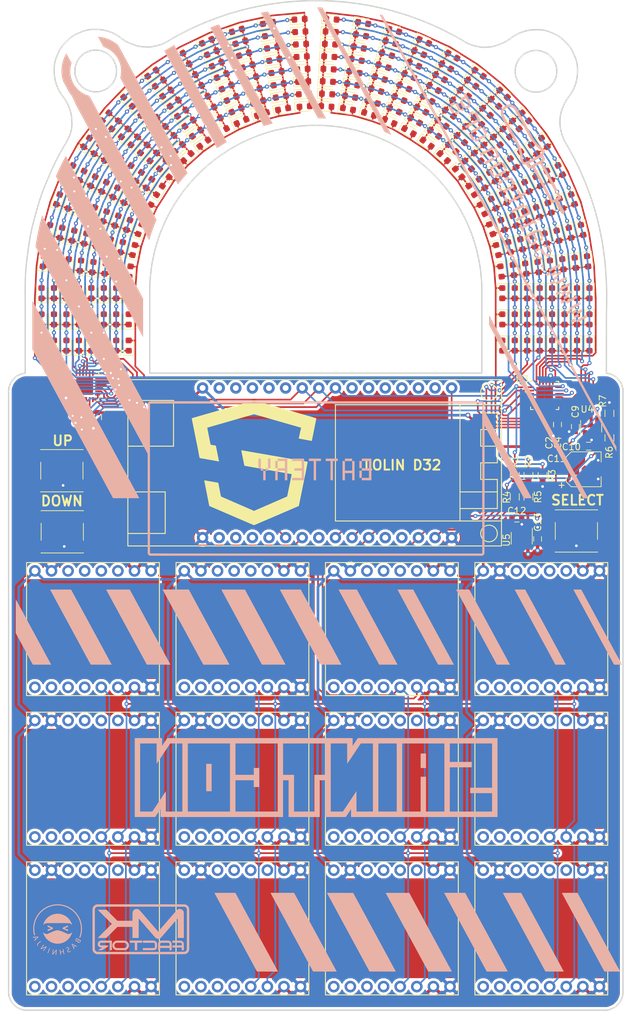
<source format=kicad_pcb>
(kicad_pcb (version 20171130) (host pcbnew "(5.0.0-rc2-204-g01c2d93a8)")
  (layers (0 F.Cu signal) (31 B.Cu signal) (34 B.Paste user hide) (35 F.Paste user hide) (36 B.SilkS user hide) (37 F.SilkS user hide) (38 B.Mask user hide) (39 F.Mask user hide) (44 Edge.Cuts user))
  (net 0 "")
  (net 1 C1-1)
  (net 2 R1-1)
  (net 3 C2-1)
  (net 4 C3-1)
  (net 5 C4-1)
  (net 6 C5-1)
  (net 7 C6-1)
  (net 8 C7-1)
  (net 9 C8-1)
  (net 10 C1-2)
  (net 11 R1-2)
  (net 12 C2-2)
  (net 13 C3-2)
  (net 14 C4-2)
  (net 15 C5-2)
  (net 16 C6-2)
  (net 17 C7-2)
  (net 18 C8-2)
  (net 19 R2-1)
  (net 20 R2-2)
  (net 21 R3-1)
  (net 22 R3-2)
  (net 23 R4-1)
  (net 24 R4-2)
  (net 25 R5-1)
  (net 26 R5-2)
  (net 27 R6-1)
  (net 28 R6-2)
  (net 29 R7-1)
  (net 30 R7-2)
  (net 31 R8-1)
  (net 32 R8-2)
  (net 33 +BATT)
  (net 34 GND)
  (net 35 +3V3)
  (net 36 SCL)
  (net 37 SDA)
  (net 38 SDB)
  (net 39 SCL2)
  (net 40 SDA2)
  (net 41 EN)
  (net 42 +5V)
  (net 43 "Net-(R1-Pad1)")
  (net 44 FLG)
  (net 45 SW1)
  (net 46 SW2)
  (net 47 SW3)
  (module Saintcon2018:SCShield2 (layer F.Cu) (at 87.122 94.488)
    (fp_text reference G*** hide)
    (fp_text value LOGO hide)
  )
  (module Saintcon2018:BackSilk3 (layer B.Cu) (at 97.028 98.552 180)
    (fp_text reference G*** hide)
    (fp_text value LOGO hide)
  )
  (module Buttons_Switches_SMD:SW_SPST_PTS645 (layer F.Cu) (at 57.7215 95.6945)
    (fp_text reference SW1 hide)
    (fp_text value SW_Push)
    (pad 2 smd rect (at 3.98 2.25) (size 1.55 1.3) (layers F.Cu F.Paste F.Mask) (net 34 GND))
    (pad 1 smd rect (at 3.98 -2.25) (size 1.55 1.3) (layers F.Cu F.Paste F.Mask) (net 45 SW1))
    (pad 1 smd rect (at -3.98 -2.25) (size 1.55 1.3) (layers F.Cu F.Paste F.Mask) (net 45 SW1))
    (pad 2 smd rect (at -3.98 2.25) (size 1.55 1.3) (layers F.Cu F.Paste F.Mask) (net 34 GND))
  )
  (module Lock (layer F.Cu) (at 96.5835 68.0085)
    (fp_text reference REF** hide)
    (fp_text value Lock)
    (fp_line (start 39.878 -32.004) (end 39.885716 -32.044434) (layer Edge.Cuts) (width 0.2))
    (fp_line (start 39.913328 -32.199531) (end 39.916358 -32.217167) (layer Edge.Cuts) (width 0.2))
    (fp_line (start 39.916358 -32.217167) (end 39.918777 -32.231241) (layer Edge.Cuts) (width 0.2))
    (fp_line (start 39.918777 -32.231241) (end 39.920813 -32.243095) (layer Edge.Cuts) (width 0.2))
    (fp_line (start 39.885716 -32.044434) (end 39.89278 -32.082647) (layer Edge.Cuts) (width 0.2))
    (fp_line (start 39.899134 -32.117951) (end 39.904716 -32.149656) (layer Edge.Cuts) (width 0.2))
    (fp_line (start 39.89278 -32.082647) (end 39.899134 -32.117951) (layer Edge.Cuts) (width 0.2))
    (fp_line (start 39.860855 -31.919226) (end 39.869693 -31.962034) (layer Edge.Cuts) (width 0.2))
    (fp_line (start 39.869693 -31.962034) (end 39.878 -32.004) (layer Edge.Cuts) (width 0.2))
    (fp_line (start 39.904716 -32.149656) (end 39.909466 -32.177073) (layer Edge.Cuts) (width 0.2))
    (fp_line (start 39.909466 -32.177073) (end 39.913328 -32.199531) (layer Edge.Cuts) (width 0.2))
    (fp_line (start 39.831601 -31.790717) (end 39.841791 -31.833402) (layer Edge.Cuts) (width 0.2))
    (fp_line (start 39.851544 -31.876243) (end 39.860855 -31.919226) (layer Edge.Cuts) (width 0.2))
    (fp_line (start 39.841791 -31.833402) (end 39.851544 -31.876243) (layer Edge.Cuts) (width 0.2))
    (fp_line (start 39.774259 -31.579831) (end 39.786563 -31.621651) (layer Edge.Cuts) (width 0.2))
    (fp_line (start 39.735607 -31.457089) (end 39.748579 -31.497101) (layer Edge.Cuts) (width 0.2))
    (fp_line (start 39.748579 -31.497101) (end 39.761551 -31.538212) (layer Edge.Cuts) (width 0.2))
    (fp_line (start 39.786563 -31.621651) (end 39.798454 -31.663655) (layer Edge.Cuts) (width 0.2))
    (fp_line (start 39.761551 -31.538212) (end 39.774259 -31.579831) (layer Edge.Cuts) (width 0.2))
    (fp_line (start 39.798454 -31.663655) (end 39.809927 -31.705838) (layer Edge.Cuts) (width 0.2))
    (fp_line (start 39.809927 -31.705838) (end 39.820978 -31.748194) (layer Edge.Cuts) (width 0.2))
    (fp_line (start 39.820978 -31.748194) (end 39.831601 -31.790717) (layer Edge.Cuts) (width 0.2))
    (fp_line (start 39.562809 -30.967641) (end 39.577497 -31.006549) (layer Edge.Cuts) (width 0.2))
    (fp_line (start 39.577497 -31.006549) (end 39.591319 -31.043895) (layer Edge.Cuts) (width 0.2))
    (fp_line (start 39.591319 -31.043895) (end 39.604107 -31.079026) (layer Edge.Cuts) (width 0.2))
    (fp_line (start 39.604107 -31.079026) (end 39.615689 -31.111291) (layer Edge.Cuts) (width 0.2))
    (fp_line (start 39.615689 -31.111291) (end 39.625895 -31.140038) (layer Edge.Cuts) (width 0.2))
    (fp_line (start 39.625895 -31.140038) (end 39.634555 -31.164616) (layer Edge.Cuts) (width 0.2))
    (fp_line (start 39.634555 -31.164616) (end 39.641524 -31.18445) (layer Edge.Cuts) (width 0.2))
    (fp_line (start 39.641524 -31.18445) (end 39.646995 -31.20002) (layer Edge.Cuts) (width 0.2))
    (fp_line (start 39.531518 -30.887742) (end 39.547427 -30.927823) (layer Edge.Cuts) (width 0.2))
    (fp_line (start 39.646995 -31.20002) (end 39.651403 -31.212567) (layer Edge.Cuts) (width 0.2))
    (fp_line (start 39.547427 -30.927823) (end 39.562809 -30.967641) (layer Edge.Cuts) (width 0.2))
    (fp_line (start -45.977707 13.408613) (end -46.009705 13.436327) (layer Edge.Cuts) (width 0.2))
    (fp_line (start -44.92677 12.864438) (end -44.96868 12.875921) (layer Edge.Cuts) (width 0.2))
    (fp_line (start -45.40118 13.054314) (end -45.420645 13.064271) (layer Edge.Cuts) (width 0.2))
    (fp_line (start -45.737205 13.234913) (end -45.773126 13.257371) (layer Edge.Cuts) (width 0.2))
    (fp_line (start -45.318749 13.013182) (end -45.349719 13.028373) (layer Edge.Cuts) (width 0.2))
    (fp_line (start -44.540881 12.800794) (end -44.568282 12.803597) (layer Edge.Cuts) (width 0.2))
    (fp_line (start -45.420645 13.064271) (end -45.435928 13.072093) (layer Edge.Cuts) (width 0.2))
    (fp_line (start -45.349719 13.028373) (end -45.37737 13.042218) (layer Edge.Cuts) (width 0.2))
    (fp_line (start -45.489294 13.099399) (end -45.503497 13.106663) (layer Edge.Cuts) (width 0.2))
    (fp_line (start -44.473828 12.794127) (end -44.479622 12.794703) (layer Edge.Cuts) (width 0.2))
    (fp_line (start -45.503497 13.106663) (end -45.52158 13.115913) (layer Edge.Cuts) (width 0.2))
    (fp_line (start -45.701281 13.21343) (end -45.737205 13.234913) (layer Edge.Cuts) (width 0.2))
    (fp_line (start -44.635419 12.811172) (end -44.673727 12.816064) (layer Edge.Cuts) (width 0.2))
    (fp_line (start -45.911814 13.355235) (end -45.945069 13.381574) (layer Edge.Cuts) (width 0.2))
    (fp_line (start -46.009705 13.436327) (end -46.041036 13.464692) (layer Edge.Cuts) (width 0.2))
    (fp_line (start -45.092053 12.915913) (end -45.13231 12.931011) (layer Edge.Cuts) (width 0.2))
    (fp_line (start -44.518523 12.798569) (end -44.540881 12.800794) (layer Edge.Cuts) (width 0.2))
    (fp_line (start -45.843554 13.304755) (end -45.877967 13.329621) (layer Edge.Cuts) (width 0.2))
    (fp_line (start -45.458396 13.083592) (end -45.467907 13.088458) (layer Edge.Cuts) (width 0.2))
    (fp_line (start -46.041036 13.464692) (end -46.071586 13.493535) (layer Edge.Cuts) (width 0.2))
    (fp_line (start -44.468447 12.793385) (end -44.468475 12.793595) (layer Edge.Cuts) (width 0.2))
    (fp_line (start -44.714243 12.821772) (end -44.756255 12.828357) (layer Edge.Cuts) (width 0.2))
    (fp_line (start -44.96868 12.875921) (end -45.010213 12.888343) (layer Edge.Cuts) (width 0.2))
    (fp_line (start -44.468932 12.79364) (end -44.47049 12.793795) (layer Edge.Cuts) (width 0.2))
    (fp_line (start -44.501292 12.796856) (end -44.518523 12.798569) (layer Edge.Cuts) (width 0.2))
    (fp_line (start -45.051346 12.901682) (end -45.092053 12.915913) (layer Edge.Cuts) (width 0.2))
    (fp_line (start -45.37737 13.042218) (end -45.40118 13.054314) (layer Edge.Cuts) (width 0.2))
    (fp_line (start -45.435928 13.072093) (end -45.448124 13.078335) (layer Edge.Cuts) (width 0.2))
    (fp_line (start -44.488551 12.79559) (end -44.501292 12.796856) (layer Edge.Cuts) (width 0.2))
    (fp_line (start -45.248933 12.980357) (end -45.28498 12.997043) (layer Edge.Cuts) (width 0.2))
    (fp_line (start -45.52158 13.115913) (end -45.544053 13.127457) (layer Edge.Cuts) (width 0.2))
    (fp_line (start -45.570373 13.141145) (end -45.599898 13.15678) (layer Edge.Cuts) (width 0.2))
    (fp_line (start -45.599898 13.15678) (end -45.631985 13.17417) (layer Edge.Cuts) (width 0.2))
    (fp_line (start -45.631985 13.17417) (end -45.665993 13.193118) (layer Edge.Cuts) (width 0.2))
    (fp_line (start -45.28498 12.997043) (end -45.318749 13.013182) (layer Edge.Cuts) (width 0.2))
    (fp_line (start -44.468447 12.642427) (end -44.468447 12.740915) (layer Edge.Cuts) (width 0.2))
    (fp_line (start -44.884509 12.853921) (end -44.92677 12.864438) (layer Edge.Cuts) (width 0.2))
    (fp_line (start -45.665993 13.193118) (end -45.701281 13.21343) (layer Edge.Cuts) (width 0.2))
    (fp_line (start -44.673727 12.816064) (end -44.714243 12.821772) (layer Edge.Cuts) (width 0.2))
    (fp_line (start -44.468447 12.18298) (end -44.468447 12.464313) (layer Edge.Cuts) (width 0.2))
    (fp_line (start -44.756255 12.828357) (end -44.799047 12.835878) (layer Edge.Cuts) (width 0.2))
    (fp_line (start -45.448124 13.078335) (end -45.458396 13.083592) (layer Edge.Cuts) (width 0.2))
    (fp_line (start -44.468447 12.78337) (end -44.468447 12.793385) (layer Edge.Cuts) (width 0.2))
    (fp_line (start -45.467907 13.088458) (end -45.477819 13.093528) (layer Edge.Cuts) (width 0.2))
    (fp_line (start -44.468475 12.793595) (end -44.468932 12.79364) (layer Edge.Cuts) (width 0.2))
    (fp_line (start -44.479622 12.794703) (end -44.488551 12.79559) (layer Edge.Cuts) (width 0.2))
    (fp_line (start -44.600033 12.807036) (end -44.635419 12.811172) (layer Edge.Cuts) (width 0.2))
    (fp_line (start -44.841922 12.844394) (end -44.884509 12.853921) (layer Edge.Cuts) (width 0.2))
    (fp_line (start -45.211127 12.963525) (end -45.248933 12.980357) (layer Edge.Cuts) (width 0.2))
    (fp_line (start -45.477819 13.093528) (end -45.489294 13.099399) (layer Edge.Cuts) (width 0.2))
    (fp_line (start -44.468447 12.464313) (end -44.468447 12.642427) (layer Edge.Cuts) (width 0.2))
    (fp_line (start -44.468447 11.774835) (end -44.468447 12.18298) (layer Edge.Cuts) (width 0.2))
    (fp_line (start -44.799047 12.835878) (end -44.841922 12.844394) (layer Edge.Cuts) (width 0.2))
    (fp_line (start -45.773126 13.257371) (end -45.808599 13.280664) (layer Edge.Cuts) (width 0.2))
    (fp_line (start -45.172084 12.946946) (end -45.211127 12.963525) (layer Edge.Cuts) (width 0.2))
    (fp_line (start -45.808599 13.280664) (end -45.843554 13.304755) (layer Edge.Cuts) (width 0.2))
    (fp_line (start -45.010213 12.888343) (end -45.051346 12.901682) (layer Edge.Cuts) (width 0.2))
    (fp_line (start -44.568282 12.803597) (end -44.600033 12.807036) (layer Edge.Cuts) (width 0.2))
    (fp_line (start -45.877967 13.329621) (end -45.911814 13.355235) (layer Edge.Cuts) (width 0.2))
    (fp_line (start -45.13231 12.931011) (end -45.172084 12.946946) (layer Edge.Cuts) (width 0.2))
    (fp_line (start -45.945069 13.381574) (end -45.977707 13.408613) (layer Edge.Cuts) (width 0.2))
    (fp_line (start -44.468447 12.740915) (end -44.468447 12.78337) (layer Edge.Cuts) (width 0.2))
    (fp_line (start -45.544053 13.127457) (end -45.570373 13.141145) (layer Edge.Cuts) (width 0.2))
    (fp_line (start -44.47049 12.793795) (end -44.473828 12.794127) (layer Edge.Cuts) (width 0.2))
    (fp_line (start -37.799307 -27.899486) (end -37.782851 -27.856521) (layer Edge.Cuts) (width 0.2))
    (fp_line (start -38.911662 -29.763936) (end -38.886592 -29.728842) (layer Edge.Cuts) (width 0.2))
    (fp_line (start -38.671417 -29.447284) (end -38.661231 -29.433442) (layer Edge.Cuts) (width 0.2))
    (fp_line (start -38.019999 -28.413887) (end -37.985962 -28.343051) (layer Edge.Cuts) (width 0.2))
    (fp_line (start -38.699136 -29.48333) (end -38.689192 -29.470638) (layer Edge.Cuts) (width 0.2))
    (fp_line (start -39.140981 -30.125606) (end -39.120505 -30.090128) (layer Edge.Cuts) (width 0.2))
    (fp_line (start -38.661231 -29.433442) (end -38.648607 -29.416038) (layer Edge.Cuts) (width 0.2))
    (fp_line (start -38.689192 -29.470638) (end -38.680345 -29.459152) (layer Edge.Cuts) (width 0.2))
    (fp_line (start -38.515566 -29.229744) (end -38.475304 -29.172207) (layer Edge.Cuts) (width 0.2))
    (fp_line (start -39.219927 -30.266671) (end -39.208166 -30.245316) (layer Edge.Cuts) (width 0.2))
    (fp_line (start -38.475304 -29.172207) (end -38.432444 -29.110068) (layer Edge.Cuts) (width 0.2))
    (fp_line (start -37.985962 -28.343051) (end -37.953346 -28.272163) (layer Edge.Cuts) (width 0.2))
    (fp_line (start -39.07703 -30.016741) (end -39.05453 -29.979943) (layer Edge.Cuts) (width 0.2))
    (fp_line (start -37.893091 -28.133467) (end -37.865939 -28.067877) (layer Edge.Cuts) (width 0.2))
    (fp_line (start -37.818803 -27.949774) (end -37.799307 -27.899486) (layer Edge.Cuts) (width 0.2))
    (fp_line (start -38.811223 -29.627338) (end -38.787468 -29.596279) (layer Edge.Cuts) (width 0.2))
    (fp_line (start -39.160257 -30.159468) (end -39.140981 -30.125606) (layer Edge.Cuts) (width 0.2))
    (fp_line (start -37.922308 -28.201933) (end -37.893091 -28.133467) (layer Edge.Cuts) (width 0.2))
    (fp_line (start -38.611336 -29.364181) (end -38.584523 -29.326786) (layer Edge.Cuts) (width 0.2))
    (fp_line (start -38.170238 -28.696112) (end -38.130566 -28.625723) (layer Edge.Cuts) (width 0.2))
    (fp_line (start -38.092302 -28.555222) (end -38.055446 -28.48461) (layer Edge.Cuts) (width 0.2))
    (fp_line (start -39.031645 -29.943352) (end -39.008383 -29.906982) (layer Edge.Cuts) (width 0.2))
    (fp_line (start -38.886592 -29.728842) (end -38.861238 -29.694102) (layer Edge.Cuts) (width 0.2))
    (fp_line (start -39.178059 -30.19111) (end -39.160257 -30.159468) (layer Edge.Cuts) (width 0.2))
    (fp_line (start -38.680345 -29.459152) (end -38.671417 -29.447284) (layer Edge.Cuts) (width 0.2))
    (fp_line (start -38.835965 -29.660106) (end -38.811223 -29.627338) (layer Edge.Cuts) (width 0.2))
    (fp_line (start -38.648607 -29.416038) (end -38.632368 -29.393481) (layer Edge.Cuts) (width 0.2))
    (fp_line (start -38.432444 -29.110068) (end -38.387929 -29.044384) (layer Edge.Cuts) (width 0.2))
    (fp_line (start -39.194119 -30.219927) (end -39.178059 -30.19111) (layer Edge.Cuts) (width 0.2))
    (fp_line (start -38.726641 -29.518201) (end -38.711355 -29.498817) (layer Edge.Cuts) (width 0.2))
    (fp_line (start -37.769635 -27.821858) (end -37.759261 -27.794647) (layer Edge.Cuts) (width 0.2))
    (fp_line (start -38.3427 -28.976212) (end -38.297701 -28.906609) (layer Edge.Cuts) (width 0.2))
    (fp_line (start -38.297701 -28.906609) (end -38.253807 -28.836556) (layer Edge.Cuts) (width 0.2))
    (fp_line (start -37.759261 -27.794647) (end -37.750901 -27.77272) (layer Edge.Cuts) (width 0.2))
    (fp_line (start -38.711355 -29.498817) (end -38.699136 -29.48333) (layer Edge.Cuts) (width 0.2))
    (fp_line (start -37.750901 -27.77272) (end -37.743719 -27.753882) (layer Edge.Cuts) (width 0.2))
    (fp_line (start -38.936382 -29.799309) (end -38.911662 -29.763936) (layer Edge.Cuts) (width 0.2))
    (fp_line (start -37.743719 -27.753882) (end -37.736875 -27.735936) (layer Edge.Cuts) (width 0.2))
    (fp_line (start -39.05453 -29.979943) (end -39.031645 -29.943352) (layer Edge.Cuts) (width 0.2))
    (fp_line (start -37.953346 -28.272163) (end -37.922308 -28.201933) (layer Edge.Cuts) (width 0.2))
    (fp_line (start -39.008383 -29.906982) (end -38.984748 -29.870844) (layer Edge.Cuts) (width 0.2))
    (fp_line (start -38.632368 -29.393481) (end -38.611336 -29.364181) (layer Edge.Cuts) (width 0.2))
    (fp_line (start -38.552286 -29.281623) (end -38.515566 -29.229744) (layer Edge.Cuts) (width 0.2))
    (fp_line (start -38.584523 -29.326786) (end -38.552286 -29.281623) (layer Edge.Cuts) (width 0.2))
    (fp_line (start -39.099098 -30.053638) (end -39.07703 -30.016741) (layer Edge.Cuts) (width 0.2))
    (fp_line (start -39.208166 -30.245316) (end -39.194119 -30.219927) (layer Edge.Cuts) (width 0.2))
    (fp_line (start -38.960746 -29.834949) (end -38.936382 -29.799309) (layer Edge.Cuts) (width 0.2))
    (fp_line (start -38.744724 -29.541227) (end -38.726641 -29.518201) (layer Edge.Cuts) (width 0.2))
    (fp_line (start -38.253807 -28.836556) (end -38.211318 -28.766389) (layer Edge.Cuts) (width 0.2))
    (fp_line (start -37.841095 -28.006276) (end -37.818803 -27.949774) (layer Edge.Cuts) (width 0.2))
    (fp_line (start -37.736875 -27.735936) (end -37.729534 -27.716686) (layer Edge.Cuts) (width 0.2))
    (fp_line (start -38.984748 -29.870844) (end -38.960746 -29.834949) (layer Edge.Cuts) (width 0.2))
    (fp_line (start -37.865939 -28.067877) (end -37.841095 -28.006276) (layer Edge.Cuts) (width 0.2))
    (fp_line (start -38.055446 -28.48461) (end -38.019999 -28.413887) (layer Edge.Cuts) (width 0.2))
    (fp_line (start -38.76515 -29.567415) (end -38.744724 -29.541227) (layer Edge.Cuts) (width 0.2))
    (fp_line (start -37.782851 -27.856521) (end -37.769635 -27.821858) (layer Edge.Cuts) (width 0.2))
    (fp_line (start -38.861238 -29.694102) (end -38.835965 -29.660106) (layer Edge.Cuts) (width 0.2))
    (fp_line (start -39.120505 -30.090128) (end -39.099098 -30.053638) (layer Edge.Cuts) (width 0.2))
    (fp_line (start -37.729534 -27.716686) (end -37.720857 -27.693936) (layer Edge.Cuts) (width 0.2))
    (fp_line (start -38.787468 -29.596279) (end -38.76515 -29.567415) (layer Edge.Cuts) (width 0.2))
    (fp_line (start -37.720857 -27.693936) (end -37.710008 -27.665489) (layer Edge.Cuts) (width 0.2))
    (fp_line (start -38.387929 -29.044384) (end -38.3427 -28.976212) (layer Edge.Cuts) (width 0.2))
    (fp_line (start -38.211318 -28.766389) (end -38.170238 -28.696112) (layer Edge.Cuts) (width 0.2))
    (fp_line (start -38.130566 -28.625723) (end -38.092302 -28.555222) (layer Edge.Cuts) (width 0.2))
    (fp_line (start -37.593432 -27.346298) (end -37.570281 -27.276904) (layer Edge.Cuts) (width 0.2))
    (fp_line (start -37.355831 -25.973693) (end -37.353689 -25.938859) (layer Edge.Cuts) (width 0.2))
    (fp_line (start -38.1986 -22.445462) (end -38.215405 -22.413908) (layer Edge.Cuts) (width 0.2))
    (fp_line (start -37.347324 -25.835394) (end -37.34267 -25.759668) (layer Edge.Cuts) (width 0.2))
    (fp_line (start -37.376018 -26.279865) (end -37.371511 -26.220524) (layer Edge.Cuts) (width 0.2))
    (fp_line (start -38.233358 -22.3802) (end -38.236773 -22.373788) (layer Edge.Cuts) (width 0.2))
    (fp_line (start -37.371511 -26.220524) (end -37.367839 -26.167267) (layer Edge.Cuts) (width 0.2))
    (fp_line (start -37.754877 -23.335249) (end -37.818014 -23.195408) (layer Edge.Cuts) (width 0.2))
    (fp_line (start -38.236773 -22.373788) (end -38.237991 -22.3715) (layer Edge.Cuts) (width 0.2))
    (fp_line (start -37.570281 -27.276904) (end -37.54765 -27.205771) (layer Edge.Cuts) (width 0.2))
    (fp_line (start -37.505983 -27.062016) (end -37.487257 -26.989959) (layer Edge.Cuts) (width 0.2))
    (fp_line (start -37.635037 -23.625433) (end -37.693396 -23.479172) (layer Edge.Cuts) (width 0.2))
    (fp_line (start -37.942971 -22.93558) (end -38.001653 -22.819399) (layer Edge.Cuts) (width 0.2))
    (fp_line (start -37.395606 -26.483006) (end -37.38796 -26.412246) (layer Edge.Cuts) (width 0.2))
    (fp_line (start -37.367839 -26.167267) (end -37.364897 -26.121236) (layer Edge.Cuts) (width 0.2))
    (fp_line (start -37.616508 -27.41287) (end -37.593432 -27.346298) (layer Edge.Cuts) (width 0.2))
    (fp_line (start -37.326202 -25.150108) (end -37.331182 -24.999327) (layer Edge.Cuts) (width 0.2))
    (fp_line (start -37.360725 -26.053367) (end -37.35913 -26.027384) (layer Edge.Cuts) (width 0.2))
    (fp_line (start -37.35913 -26.027384) (end -37.357572 -26.002014) (layer Edge.Cuts) (width 0.2))
    (fp_line (start -37.426453 -26.700616) (end -37.414778 -26.628002) (layer Edge.Cuts) (width 0.2))
    (fp_line (start -37.353689 -25.938859) (end -37.350926 -25.893947) (layer Edge.Cuts) (width 0.2))
    (fp_line (start -37.331182 -24.999327) (end -37.341246 -24.844805) (layer Edge.Cuts) (width 0.2))
    (fp_line (start -37.341246 -24.844805) (end -37.357388 -24.689056) (layer Edge.Cuts) (width 0.2))
    (fp_line (start -37.357388 -24.689056) (end -37.380157 -24.533848) (layer Edge.Cuts) (width 0.2))
    (fp_line (start -37.526118 -27.133961) (end -37.505983 -27.062016) (layer Edge.Cuts) (width 0.2))
    (fp_line (start -37.484716 -24.073889) (end -37.530286 -23.922935) (layer Edge.Cuts) (width 0.2))
    (fp_line (start -37.66006 -27.533209) (end -37.638915 -27.475535) (layer Edge.Cuts) (width 0.2))
    (fp_line (start -37.364897 -26.121236) (end -37.362576 -26.083527) (layer Edge.Cuts) (width 0.2))
    (fp_line (start -37.381465 -26.344152) (end -37.376018 -26.279865) (layer Edge.Cuts) (width 0.2))
    (fp_line (start -37.362576 -26.083527) (end -37.360725 -26.053367) (layer Edge.Cuts) (width 0.2))
    (fp_line (start -37.350926 -25.893947) (end -37.347324 -25.835394) (layer Edge.Cuts) (width 0.2))
    (fp_line (start -37.357572 -26.002014) (end -37.355831 -25.973693) (layer Edge.Cuts) (width 0.2))
    (fp_line (start -37.325309 -25.294627) (end -37.326202 -25.150108) (layer Edge.Cuts) (width 0.2))
    (fp_line (start -37.380157 -24.533848) (end -37.409241 -24.379488) (layer Edge.Cuts) (width 0.2))
    (fp_line (start -37.58053 -23.773402) (end -37.635037 -23.625433) (layer Edge.Cuts) (width 0.2))
    (fp_line (start -37.469941 -26.917791) (end -37.454035 -26.845511) (layer Edge.Cuts) (width 0.2))
    (fp_line (start -37.638915 -27.475535) (end -37.616508 -27.41287) (layer Edge.Cuts) (width 0.2))
    (fp_line (start -37.69619 -27.629247) (end -37.67935 -27.584808) (layer Edge.Cuts) (width 0.2))
    (fp_line (start -37.487257 -26.989959) (end -37.469941 -26.917791) (layer Edge.Cuts) (width 0.2))
    (fp_line (start -37.67935 -27.584808) (end -37.66006 -27.533209) (layer Edge.Cuts) (width 0.2))
    (fp_line (start -37.454035 -26.845511) (end -37.439539 -26.773119) (layer Edge.Cuts) (width 0.2))
    (fp_line (start -37.439539 -26.773119) (end -37.426453 -26.700616) (layer Edge.Cuts) (width 0.2))
    (fp_line (start -37.404512 -26.555293) (end -37.395606 -26.483006) (layer Edge.Cuts) (width 0.2))
    (fp_line (start -37.38796 -26.412246) (end -37.381465 -26.344152) (layer Edge.Cuts) (width 0.2))
    (fp_line (start -37.34267 -25.759668) (end -37.337184 -25.665405) (layer Edge.Cuts) (width 0.2))
    (fp_line (start -37.409241 -24.379488) (end -37.444231 -24.226121) (layer Edge.Cuts) (width 0.2))
    (fp_line (start -37.444231 -24.226121) (end -37.484716 -24.073889) (layer Edge.Cuts) (width 0.2))
    (fp_line (start -37.530286 -23.922935) (end -37.58053 -23.773402) (layer Edge.Cuts) (width 0.2))
    (fp_line (start -37.693396 -23.479172) (end -37.754877 -23.335249) (layer Edge.Cuts) (width 0.2))
    (fp_line (start -37.818014 -23.195408) (end -37.881235 -23.061551) (layer Edge.Cuts) (width 0.2))
    (fp_line (start -37.710008 -27.665489) (end -37.69619 -27.629247) (layer Edge.Cuts) (width 0.2))
    (fp_line (start -37.327506 -25.430364) (end -37.325309 -25.294627) (layer Edge.Cuts) (width 0.2))
    (fp_line (start -38.001653 -22.819399) (end -38.055709 -22.714909) (layer Edge.Cuts) (width 0.2))
    (fp_line (start -37.54765 -27.205771) (end -37.526118 -27.133961) (layer Edge.Cuts) (width 0.2))
    (fp_line (start -37.414778 -26.628002) (end -37.404512 -26.555293) (layer Edge.Cuts) (width 0.2))
    (fp_line (start -38.055709 -22.714909) (end -38.103569 -22.624013) (layer Edge.Cuts) (width 0.2))
    (fp_line (start -37.881235 -23.061551) (end -37.942971 -22.93558) (layer Edge.Cuts) (width 0.2))
    (fp_line (start -38.103569 -22.624013) (end -38.143665 -22.548611) (layer Edge.Cuts) (width 0.2))
    (fp_line (start -38.175065 -22.489653) (end -38.1986 -22.445462) (layer Edge.Cuts) (width 0.2))
    (fp_line (start -38.215405 -22.413908) (end -38.226614 -22.392864) (layer Edge.Cuts) (width 0.2))
    (fp_line (start -37.337184 -25.665405) (end -37.331797 -25.554797) (layer Edge.Cuts) (width 0.2))
    (fp_line (start -37.331797 -25.554797) (end -37.327506 -25.430364) (layer Edge.Cuts) (width 0.2))
    (fp_line (start -38.143665 -22.548611) (end -38.175065 -22.489653) (layer Edge.Cuts) (width 0.2))
    (fp_line (start -38.226614 -22.392864) (end -38.233358 -22.3802) (layer Edge.Cuts) (width 0.2))
    (fp_line (start -40.450852 -18.178739) (end -40.534954 -17.987532) (layer Edge.Cuts) (width 0.2))
    (fp_line (start -38.238864 -22.369825) (end -38.239161 -22.369251) (layer Edge.Cuts) (width 0.2))
    (fp_line (start -38.238149 -22.371205) (end -38.238159 -22.371185) (layer Edge.Cuts) (width 0.2))
    (fp_line (start -40.848555 -17.260989) (end -40.873729 -17.202347) (layer Edge.Cuts) (width 0.2))
    (fp_line (start -40.873729 -17.202347) (end -40.89771 -17.146482) (layer Edge.Cuts) (width 0.2))
    (fp_line (start -38.46186 -21.99424) (end -38.541245 -21.860444) (layer Edge.Cuts) (width 0.2))
    (fp_line (start -39.746385 -19.679382) (end -39.853739 -19.463635) (layer Edge.Cuts) (width 0.2))
    (fp_line (start -40.923436 -17.086556) (end -40.953839 -17.015732) (layer Edge.Cuts) (width 0.2))
    (fp_line (start -38.242434 -22.362933) (end -38.242445 -22.362912) (layer Edge.Cuts) (width 0.2))
    (fp_line (start -38.241413 -22.364904) (end -38.241714 -22.364324) (layer Edge.Cuts) (width 0.2))
    (fp_line (start -38.732204 -21.535741) (end -38.839605 -21.350905) (layer Edge.Cuts) (width 0.2))
    (fp_line (start -38.839605 -21.350905) (end -38.95217 -21.155127) (layer Edge.Cuts) (width 0.2))
    (fp_line (start -39.300127 -20.532282) (end -39.414183 -20.320606) (layer Edge.Cuts) (width 0.2))
    (fp_line (start -38.249918 -22.350356) (end -38.26074 -22.332175) (layer Edge.Cuts) (width 0.2))
    (fp_line (start -40.534954 -17.987532) (end -40.611441 -17.811958) (layer Edge.Cuts) (width 0.2))
    (fp_line (start -40.360384 -18.382045) (end -40.450852 -18.178739) (layer Edge.Cuts) (width 0.2))
    (fp_line (start -38.240285 -22.367082) (end -38.240682 -22.366315) (layer Edge.Cuts) (width 0.2))
    (fp_line (start -38.239161 -22.369251) (end -38.239507 -22.368582) (layer Edge.Cuts) (width 0.2))
    (fp_line (start -40.736576 -17.521842) (end -40.782895 -17.413945) (layer Edge.Cuts) (width 0.2))
    (fp_line (start -38.238629 -22.370278) (end -38.238864 -22.369825) (layer Edge.Cuts) (width 0.2))
    (fp_line (start -38.242447 -22.362908) (end -38.242658 -22.362554) (layer Edge.Cuts) (width 0.2))
    (fp_line (start -39.637329 -19.894138) (end -39.746385 -19.679382) (layer Edge.Cuts) (width 0.2))
    (fp_line (start -40.89771 -17.146482) (end -40.923436 -17.086556) (layer Edge.Cuts) (width 0.2))
    (fp_line (start -38.395984 -22.104958) (end -38.46186 -21.99424) (layer Edge.Cuts) (width 0.2))
    (fp_line (start -38.238159 -22.371185) (end -38.238186 -22.371132) (layer Edge.Cuts) (width 0.2))
    (fp_line (start -38.238324 -22.370866) (end -38.238452 -22.37062) (layer Edge.Cuts) (width 0.2))
    (fp_line (start -38.242351 -22.363093) (end -38.242405 -22.362989) (layer Edge.Cuts) (width 0.2))
    (fp_line (start -38.239507 -22.368582) (end -38.239887 -22.367848) (layer Edge.Cuts) (width 0.2))
    (fp_line (start -38.241064 -22.365578) (end -38.241413 -22.364904) (layer Edge.Cuts) (width 0.2))
    (fp_line (start -38.242658 -22.362554) (end -38.244519 -22.359426) (layer Edge.Cuts) (width 0.2))
    (fp_line (start -38.242263 -22.363263) (end -38.242351 -22.363093) (layer Edge.Cuts) (width 0.2))
    (fp_line (start -38.240682 -22.366315) (end -38.241064 -22.365578) (layer Edge.Cuts) (width 0.2))
    (fp_line (start -38.278871 -22.301714) (end -38.306198 -22.255804) (layer Edge.Cuts) (width 0.2))
    (fp_line (start -38.344606 -22.191275) (end -38.395984 -22.104958) (layer Edge.Cuts) (width 0.2))
    (fp_line (start -39.067812 -20.951442) (end -39.184445 -20.742886) (layer Edge.Cuts) (width 0.2))
    (fp_line (start -38.238147 -22.371208) (end -38.238149 -22.371205) (layer Edge.Cuts) (width 0.2))
    (fp_line (start -38.239887 -22.367848) (end -38.240285 -22.367082) (layer Edge.Cuts) (width 0.2))
    (fp_line (start -38.541245 -21.860444) (end -38.632056 -21.7066) (layer Edge.Cuts) (width 0.2))
    (fp_line (start -39.184445 -20.742886) (end -39.300127 -20.532282) (layer Edge.Cuts) (width 0.2))
    (fp_line (start -38.306198 -22.255804) (end -38.344606 -22.191275) (layer Edge.Cuts) (width 0.2))
    (fp_line (start -39.414183 -20.320606) (end -39.526589 -20.107886) (layer Edge.Cuts) (width 0.2))
    (fp_line (start -38.238452 -22.37062) (end -38.238629 -22.370278) (layer Edge.Cuts) (width 0.2))
    (fp_line (start -38.238239 -22.371031) (end -38.238324 -22.370866) (layer Edge.Cuts) (width 0.2))
    (fp_line (start -38.237991 -22.3715) (end -38.238147 -22.371208) (layer Edge.Cuts) (width 0.2))
    (fp_line (start -38.95217 -21.155127) (end -39.067812 -20.951442) (layer Edge.Cuts) (width 0.2))
    (fp_line (start -39.526589 -20.107886) (end -39.637329 -19.894138) (layer Edge.Cuts) (width 0.2))
    (fp_line (start -39.959373 -19.246915) (end -40.063271 -19.029241) (layer Edge.Cuts) (width 0.2))
    (fp_line (start -38.241952 -22.363863) (end -38.242133 -22.363515) (layer Edge.Cuts) (width 0.2))
    (fp_line (start -38.242405 -22.362989) (end -38.242434 -22.362933) (layer Edge.Cuts) (width 0.2))
    (fp_line (start -38.242445 -22.362912) (end -38.242447 -22.362908) (layer Edge.Cuts) (width 0.2))
    (fp_line (start -39.853739 -19.463635) (end -39.959373 -19.246915) (layer Edge.Cuts) (width 0.2))
    (fp_line (start -40.063271 -19.029241) (end -40.165348 -18.810821) (layer Edge.Cuts) (width 0.2))
    (fp_line (start -40.165348 -18.810821) (end -40.2648 -18.593917) (layer Edge.Cuts) (width 0.2))
    (fp_line (start -40.2648 -18.593917) (end -40.360384 -18.382045) (layer Edge.Cuts) (width 0.2))
    (fp_line (start -40.611441 -17.811958) (end -40.679065 -17.65555) (layer Edge.Cuts) (width 0.2))
    (fp_line (start -38.244519 -22.359426) (end -38.249918 -22.350356) (layer Edge.Cuts) (width 0.2))
    (fp_line (start -40.679065 -17.65555) (end -40.736576 -17.521842) (layer Edge.Cuts) (width 0.2))
    (fp_line (start -40.782895 -17.413945) (end -40.819256 -17.329242) (layer Edge.Cuts) (width 0.2))
    (fp_line (start -38.242133 -22.363515) (end -38.242263 -22.363263) (layer Edge.Cuts) (width 0.2))
    (fp_line (start -38.241714 -22.364324) (end -38.241952 -22.363863) (layer Edge.Cuts) (width 0.2))
    (fp_line (start -38.632056 -21.7066) (end -38.732204 -21.535741) (layer Edge.Cuts) (width 0.2))
    (fp_line (start -38.26074 -22.332175) (end -38.278871 -22.301714) (layer Edge.Cuts) (width 0.2))
    (fp_line (start -40.819256 -17.329242) (end -40.848555 -17.260989) (layer Edge.Cuts) (width 0.2))
    (fp_line (start -38.238186 -22.371132) (end -38.238239 -22.371031) (layer Edge.Cuts) (width 0.2))
    (fp_line (start -43.363358 -9.660375) (end -43.420141 -9.420487) (layer Edge.Cuts) (width 0.2))
    (fp_line (start -41.848715 -14.810246) (end -41.931661 -14.581566) (layer Edge.Cuts) (width 0.2))
    (fp_line (start -43.719844 -7.965599) (end -43.762794 -7.720692) (layer Edge.Cuts) (width 0.2))
    (fp_line (start -42.092071 -14.121611) (end -42.169497 -13.890371) (layer Edge.Cuts) (width 0.2))
    (fp_line (start -41.16797 -16.51517) (end -41.243926 -16.335283) (layer Edge.Cuts) (width 0.2))
    (fp_line (start -43.966891 -6.391201) (end -43.98947 -6.228922) (layer Edge.Cuts) (width 0.2))
    (fp_line (start -41.243926 -16.335283) (end -41.325708 -16.139602) (layer Edge.Cuts) (width 0.2))
    (fp_line (start -42.906041 -11.389775) (end -42.937549 -11.276838) (layer Edge.Cuts) (width 0.2))
    (fp_line (start -44.043968 -5.832876) (end -44.052706 -5.769338) (layer Edge.Cuts) (width 0.2))
    (fp_line (start -42.861296 -11.550154) (end -42.881293 -11.478477) (layer Edge.Cuts) (width 0.2))
    (fp_line (start -43.022301 -10.971127) (end -43.073224 -10.784836) (layer Edge.Cuts) (width 0.2))
    (fp_line (start -44.052706 -5.769338) (end -44.0616 -5.704674) (layer Edge.Cuts) (width 0.2))
    (fp_line (start -44.0616 -5.704674) (end -44.071711 -5.631164) (layer Edge.Cuts) (width 0.2))
    (fp_line (start -40.991855 -16.927175) (end -41.040281 -16.814348) (layer Edge.Cuts) (width 0.2))
    (fp_line (start -41.325708 -16.139602) (end -41.411632 -15.931429) (layer Edge.Cuts) (width 0.2))
    (fp_line (start -42.522988 -12.747364) (end -42.582972 -12.540407) (layer Edge.Cuts) (width 0.2))
    (fp_line (start -42.637604 -12.349211) (end -42.686106 -12.177507) (layer Edge.Cuts) (width 0.2))
    (fp_line (start -41.58916 -15.490822) (end -41.677429 -15.264926) (layer Edge.Cuts) (width 0.2))
    (fp_line (start -41.677429 -15.264926) (end -41.763964 -15.038038) (layer Edge.Cuts) (width 0.2))
    (fp_line (start -41.931661 -14.581566) (end -42.012786 -14.352015) (layer Edge.Cuts) (width 0.2))
    (fp_line (start -42.582972 -12.540407) (end -42.637604 -12.349211) (layer Edge.Cuts) (width 0.2))
    (fp_line (start -42.686106 -12.177507) (end -42.727702 -12.029025) (layer Edge.Cuts) (width 0.2))
    (fp_line (start -43.475002 -9.179829) (end -43.527923 -8.938418) (layer Edge.Cuts) (width 0.2))
    (fp_line (start -43.304757 -9.899228) (end -43.363358 -9.660375) (layer Edge.Cuts) (width 0.2))
    (fp_line (start -42.809543 -11.735671) (end -42.827448 -11.671486) (layer Edge.Cuts) (width 0.2))
    (fp_line (start -42.844023 -11.612069) (end -42.861296 -11.550154) (layer Edge.Cuts) (width 0.2))
    (fp_line (start -42.012786 -14.352015) (end -42.092071 -14.121611) (layer Edge.Cuts) (width 0.2))
    (fp_line (start -41.411632 -15.931429) (end -41.500011 -15.714068) (layer Edge.Cuts) (width 0.2))
    (fp_line (start -41.099527 -16.675959) (end -41.16797 -16.51517) (layer Edge.Cuts) (width 0.2))
    (fp_line (start -41.500011 -15.714068) (end -41.58916 -15.490822) (layer Edge.Cuts) (width 0.2))
    (fp_line (start -42.458429 -12.966353) (end -42.522988 -12.747364) (layer Edge.Cuts) (width 0.2))
    (fp_line (start -41.763964 -15.038038) (end -41.848715 -14.810246) (layer Edge.Cuts) (width 0.2))
    (fp_line (start -42.727702 -12.029025) (end -42.761639 -11.9074) (layer Edge.Cuts) (width 0.2))
    (fp_line (start -42.937549 -11.276838) (end -42.976659 -11.136305) (layer Edge.Cuts) (width 0.2))
    (fp_line (start -43.762794 -7.720692) (end -43.803627 -7.47621) (layer Edge.Cuts) (width 0.2))
    (fp_line (start -40.953839 -17.015732) (end -40.991855 -16.927175) (layer Edge.Cuts) (width 0.2))
    (fp_line (start -41.040281 -16.814348) (end -41.099527 -16.675959) (layer Edge.Cuts) (width 0.2))
    (fp_line (start -42.169497 -13.890371) (end -42.245048 -13.658312) (layer Edge.Cuts) (width 0.2))
    (fp_line (start -42.788282 -11.811888) (end -42.809543 -11.735671) (layer Edge.Cuts) (width 0.2))
    (fp_line (start -42.827448 -11.671486) (end -42.844023 -11.612069) (layer Edge.Cuts) (width 0.2))
    (fp_line (start -43.12818 -10.580966) (end -43.185921 -10.363053) (layer Edge.Cuts) (width 0.2))
    (fp_line (start -42.761639 -11.9074) (end -42.788282 -11.811888) (layer Edge.Cuts) (width 0.2))
    (fp_line (start -43.073224 -10.784836) (end -43.12818 -10.580966) (layer Edge.Cuts) (width 0.2))
    (fp_line (start -43.578885 -8.696272) (end -43.627872 -8.453409) (layer Edge.Cuts) (width 0.2))
    (fp_line (start -43.627872 -8.453409) (end -43.674864 -8.209845) (layer Edge.Cuts) (width 0.2))
    (fp_line (start -42.881293 -11.478477) (end -42.906041 -11.389775) (layer Edge.Cuts) (width 0.2))
    (fp_line (start -43.674864 -8.209845) (end -43.719844 -7.965599) (layer Edge.Cuts) (width 0.2))
    (fp_line (start -43.185921 -10.363053) (end -43.245196 -10.134629) (layer Edge.Cuts) (width 0.2))
    (fp_line (start -43.420141 -9.420487) (end -43.475002 -9.179829) (layer Edge.Cuts) (width 0.2))
    (fp_line (start -43.842093 -7.235699) (end -43.877924 -7.003051) (layer Edge.Cuts) (width 0.2))
    (fp_line (start -43.877924 -7.003051) (end -43.910847 -6.782157) (layer Edge.Cuts) (width 0.2))
    (fp_line (start -42.390072 -13.193642) (end -42.458429 -12.966353) (layer Edge.Cuts) (width 0.2))
    (fp_line (start -43.527923 -8.938418) (end -43.578885 -8.696272) (layer Edge.Cuts) (width 0.2))
    (fp_line (start -43.910847 -6.782157) (end -43.940593 -6.57691) (layer Edge.Cuts) (width 0.2))
    (fp_line (start -43.940593 -6.57691) (end -43.966891 -6.391201) (layer Edge.Cuts) (width 0.2))
    (fp_line (start -43.98947 -6.228922) (end -44.00806 -6.093962) (layer Edge.Cuts) (width 0.2))
    (fp_line (start -42.976659 -11.136305) (end -43.022301 -10.971127) (layer Edge.Cuts) (width 0.2))
    (fp_line (start -44.00806 -6.093962) (end -44.022707 -5.987467) (layer Edge.Cuts) (width 0.2))
    (fp_line (start -44.022707 -5.987467) (end -44.034322 -5.903012) (layer Edge.Cuts) (width 0.2))
    (fp_line (start -44.034322 -5.903012) (end -44.043968 -5.832876) (layer Edge.Cuts) (width 0.2))
    (fp_line (start -42.245048 -13.658312) (end -42.318693 -13.425502) (layer Edge.Cuts) (width 0.2))
    (fp_line (start -42.318693 -13.425502) (end -42.390072 -13.193642) (layer Edge.Cuts) (width 0.2))
    (fp_line (start -43.245196 -10.134629) (end -43.304757 -9.899228) (layer Edge.Cuts) (width 0.2))
    (fp_line (start -43.803627 -7.47621) (end -43.842093 -7.235699) (layer Edge.Cuts) (width 0.2))
    (fp_line (start -44.468447 0.185166) (end -44.468447 0.273325) (layer Edge.Cuts) (width 0.2))
    (fp_line (start -44.468447 0.646593) (end -44.468447 0.866963) (layer Edge.Cuts) (width 0.2))
    (fp_line (start -44.468447 0.407452) (end -44.468447 0.421827) (layer Edge.Cuts) (width 0.2))
    (fp_line (start -44.468447 0.380533) (end -44.468447 0.407452) (layer Edge.Cuts) (width 0.2))
    (fp_line (start -44.435923 -1.912875) (end -44.445454 -1.654932) (layer Edge.Cuts) (width 0.2))
    (fp_line (start -44.468447 0.866963) (end -44.468447 1.200873) (layer Edge.Cuts) (width 0.2))
    (fp_line (start -44.196391 -4.700972) (end -44.225105 -4.470016) (layer Edge.Cuts) (width 0.2))
    (fp_line (start -44.458597 -1.145106) (end -44.462677 -0.90023) (layer Edge.Cuts) (width 0.2))
    (fp_line (start -44.468447 1.671917) (end -44.468447 2.303688) (layer Edge.Cuts) (width 0.2))
    (fp_line (start -44.462677 -0.90023) (end -44.465438 -0.667213) (layer Edge.Cuts) (width 0.2))
    (fp_line (start -44.333845 -3.462324) (end -44.356319 -3.204578) (layer Edge.Cuts) (width 0.2))
    (fp_line (start -44.468447 0.428688) (end -44.468447 0.430801) (layer Edge.Cuts) (width 0.2))
    (fp_line (start -44.468447 0.516172) (end -44.468447 0.646593) (layer Edge.Cuts) (width 0.2))
    (fp_line (start -44.468447 7.434945) (end -44.468447 8.548158) (layer Edge.Cuts) (width 0.2))
    (fp_line (start -44.468447 0.427594) (end -44.468447 0.428688) (layer Edge.Cuts) (width 0.2))
    (fp_line (start -44.468447 0.068724) (end -44.468447 0.185166) (layer Edge.Cuts) (width 0.2))
    (fp_line (start -44.254012 -4.226908) (end -44.282293 -3.975474) (layer Edge.Cuts) (width 0.2))
    (fp_line (start -44.468447 0.273325) (end -44.468447 0.337136) (layer Edge.Cuts) (width 0.2))
    (fp_line (start -44.424293 -2.171139) (end -44.435923 -1.912875) (layer Edge.Cuts) (width 0.2))
    (fp_line (start -44.468447 8.548158) (end -44.468447 9.580271) (layer Edge.Cuts) (width 0.2))
    (fp_line (start -44.142814 -5.111116) (end -44.168688 -4.915948) (layer Edge.Cuts) (width 0.2))
    (fp_line (start -44.467139 -0.449932) (end -44.468036 -0.252265) (layer Edge.Cuts) (width 0.2))
    (fp_line (start -44.468447 3.114801) (end -44.468447 4.080559) (layer Edge.Cuts) (width 0.2))
    (fp_line (start -44.282293 -3.975474) (end -44.30913 -3.719541) (layer Edge.Cuts) (width 0.2))
    (fp_line (start -44.119589 -5.282649) (end -44.142814 -5.111116) (layer Edge.Cuts) (width 0.2))
    (fp_line (start -44.376578 -2.946445) (end -44.394645 -2.688066) (layer Edge.Cuts) (width 0.2))
    (fp_line (start -44.410542 -2.429584) (end -44.424293 -2.171139) (layer Edge.Cuts) (width 0.2))
    (fp_line (start -44.468447 1.200873) (end -44.468447 1.671917) (layer Edge.Cuts) (width 0.2))
    (fp_line (start -44.445454 -1.654932) (end -44.452942 -1.397966) (layer Edge.Cuts) (width 0.2))
    (fp_line (start -44.468447 9.580271) (end -44.468447 10.484098) (layer Edge.Cuts) (width 0.2))
    (fp_line (start -44.468447 10.484098) (end -44.468447 11.216285) (layer Edge.Cuts) (width 0.2))
    (fp_line (start -44.468447 11.216285) (end -44.468447 11.774835) (layer Edge.Cuts) (width 0.2))
    (fp_line (start -44.394645 -2.688066) (end -44.410542 -2.429584) (layer Edge.Cuts) (width 0.2))
    (fp_line (start -44.468447 0.421827) (end -44.468447 0.427594) (layer Edge.Cuts) (width 0.2))
    (fp_line (start -44.465438 -0.667213) (end -44.467139 -0.449932) (layer Edge.Cuts) (width 0.2))
    (fp_line (start -44.468036 -0.252265) (end -44.468386 -0.078087) (layer Edge.Cuts) (width 0.2))
    (fp_line (start -44.468447 2.303688) (end -44.468447 3.114801) (layer Edge.Cuts) (width 0.2))
    (fp_line (start -44.468447 4.080559) (end -44.468447 5.153959) (layer Edge.Cuts) (width 0.2))
    (fp_line (start -44.084101 -5.541087) (end -44.099831 -5.426719) (layer Edge.Cuts) (width 0.2))
    (fp_line (start -44.168688 -4.915948) (end -44.196391 -4.700972) (layer Edge.Cuts) (width 0.2))
    (fp_line (start -44.225105 -4.470016) (end -44.254012 -4.226908) (layer Edge.Cuts) (width 0.2))
    (fp_line (start -44.468447 0.452105) (end -44.468447 0.516172) (layer Edge.Cuts) (width 0.2))
    (fp_line (start -44.468447 0.430801) (end -44.468447 0.452105) (layer Edge.Cuts) (width 0.2))
    (fp_line (start -44.468447 5.153959) (end -44.468447 6.287817) (layer Edge.Cuts) (width 0.2))
    (fp_line (start -44.468447 0.337136) (end -44.468447 0.380533) (layer Edge.Cuts) (width 0.2))
    (fp_line (start -44.30913 -3.719541) (end -44.333845 -3.462324) (layer Edge.Cuts) (width 0.2))
    (fp_line (start -44.468447 6.287817) (end -44.468447 7.434945) (layer Edge.Cuts) (width 0.2))
    (fp_line (start -44.099831 -5.426719) (end -44.119589 -5.282649) (layer Edge.Cuts) (width 0.2))
    (fp_line (start -44.071711 -5.631164) (end -44.084101 -5.541087) (layer Edge.Cuts) (width 0.2))
    (fp_line (start -44.356319 -3.204578) (end -44.376578 -2.946445) (layer Edge.Cuts) (width 0.2))
    (fp_line (start -44.452942 -1.397966) (end -44.458597 -1.145106) (layer Edge.Cuts) (width 0.2))
    (fp_line (start -44.468386 -0.078087) (end -44.468447 0.068724) (layer Edge.Cuts) (width 0.2))
    (fp_line (start 39.282914 -30.370505) (end 39.29813 -30.398499) (layer Edge.Cuts) (width 0.2))
    (fp_line (start 39.226523 -30.267771) (end 39.231888 -30.277534) (layer Edge.Cuts) (width 0.2))
    (fp_line (start 39.29813 -30.398499) (end 39.314882 -30.429599) (layer Edge.Cuts) (width 0.2))
    (fp_line (start 39.314882 -30.429599) (end 39.332807 -30.463257) (layer Edge.Cuts) (width 0.2))
    (fp_line (start 39.242896 -30.297568) (end 39.249817 -30.310163) (layer Edge.Cuts) (width 0.2))
    (fp_line (start 39.2204 -30.256629) (end 39.226523 -30.267771) (layer Edge.Cuts) (width 0.2))
    (fp_line (start 39.231888 -30.277534) (end 39.237133 -30.287079) (layer Edge.Cuts) (width 0.2))
    (fp_line (start 39.237133 -30.287079) (end 39.242896 -30.297568) (layer Edge.Cuts) (width 0.2))
    (fp_line (start 39.249817 -30.310163) (end 39.258534 -30.326026) (layer Edge.Cuts) (width 0.2))
    (fp_line (start 39.258534 -30.326026) (end 39.269595 -30.346165) (layer Edge.Cuts) (width 0.2))
    (fp_line (start 39.269595 -30.346165) (end 39.282914 -30.370505) (layer Edge.Cuts) (width 0.2))
    (fp_line (start 39.672961 -31.273938) (end 39.680246 -31.294682) (layer Edge.Cuts) (width 0.2))
    (fp_line (start 39.658799 -31.233618) (end 39.662669 -31.244635) (layer Edge.Cuts) (width 0.2))
    (fp_line (start 39.680246 -31.294682) (end 39.689148 -31.320128) (layer Edge.Cuts) (width 0.2))
    (fp_line (start 39.655191 -31.223347) (end 39.658799 -31.233618) (layer Edge.Cuts) (width 0.2))
    (fp_line (start 39.651403 -31.212567) (end 39.655191 -31.223347) (layer Edge.Cuts) (width 0.2))
    (fp_line (start 39.667242 -31.257656) (end 39.672961 -31.273938) (layer Edge.Cuts) (width 0.2))
    (fp_line (start 39.689148 -31.320128) (end 39.699406 -31.349696) (layer Edge.Cuts) (width 0.2))
    (fp_line (start 39.699406 -31.349696) (end 39.710749 -31.382782) (layer Edge.Cuts) (width 0.2))
    (fp_line (start 39.710749 -31.382782) (end 39.722907 -31.418781) (layer Edge.Cuts) (width 0.2))
    (fp_line (start 39.722907 -31.418781) (end 39.735607 -31.457089) (layer Edge.Cuts) (width 0.2))
    (fp_line (start 39.662669 -31.244635) (end 39.667242 -31.257656) (layer Edge.Cuts) (width 0.2))
    (fp_line (start 31.231571 -39.205047) (end 31.192714 -39.189062) (layer Edge.Cuts) (width 0.2))
    (fp_line (start 30.963731 -39.085419) (end 30.926554 -39.067061) (layer Edge.Cuts) (width 0.2))
    (fp_line (start 31.115578 -39.155969) (end 31.077305 -39.138869) (layer Edge.Cuts) (width 0.2))
    (fp_line (start 32.070144 -39.486359) (end 32.028972 -39.475368) (layer Edge.Cuts) (width 0.2))
    (fp_line (start 31.564952 -39.327089) (end 31.544669 -39.320154) (layer Edge.Cuts) (width 0.2))
    (fp_line (start 31.077305 -39.138869) (end 31.039236 -39.121407) (layer Edge.Cuts) (width 0.2))
    (fp_line (start 31.75588 -39.391952) (end 31.72413 -39.38134) (layer Edge.Cuts) (width 0.2))
    (fp_line (start 31.987969 -39.46398) (end 31.947142 -39.452202) (layer Edge.Cuts) (width 0.2))
    (fp_line (start 31.491001 -39.301655) (end 31.458864 -39.290406) (layer Edge.Cuts) (width 0.2))
    (fp_line (start 31.63724 -39.35179) (end 31.624968 -39.347598) (layer Edge.Cuts) (width 0.2))
    (fp_line (start 31.458864 -39.290406) (end 31.424041 -39.278041) (layer Edge.Cuts) (width 0.2))
    (fp_line (start 30.890366 -39.048848) (end 30.855706 -39.031126) (layer Edge.Cuts) (width 0.2))
    (fp_line (start 31.001374 -39.103587) (end 30.963731 -39.085419) (layer Edge.Cuts) (width 0.2))
    (fp_line (start 31.947142 -39.452202) (end 31.906526 -39.44005) (layer Edge.Cuts) (width 0.2))
    (fp_line (start 31.69593 -39.371809) (end 31.67187 -39.363616) (layer Edge.Cuts) (width 0.2))
    (fp_line (start 31.270613 -39.22065) (end 31.231571 -39.205047) (layer Edge.Cuts) (width 0.2))
    (fp_line (start 31.580873 -39.332531) (end 31.564952 -39.327089) (layer Edge.Cuts) (width 0.2))
    (fp_line (start 32.111481 -39.49695) (end 32.070144 -39.486359) (layer Edge.Cuts) (width 0.2))
    (fp_line (start 31.827657 -39.415386) (end 31.790586 -39.403386) (layer Edge.Cuts) (width 0.2))
    (fp_line (start 31.387169 -39.264721) (end 31.348884 -39.250609) (layer Edge.Cuts) (width 0.2))
    (fp_line (start 31.192714 -39.189062) (end 31.154049 -39.172701) (layer Edge.Cuts) (width 0.2))
    (fp_line (start 31.866501 -39.427693) (end 31.827657 -39.415386) (layer Edge.Cuts) (width 0.2))
    (fp_line (start 31.67187 -39.363616) (end 31.65247 -39.356991) (layer Edge.Cuts) (width 0.2))
    (fp_line (start 31.614424 -39.343997) (end 31.60438 -39.340565) (layer Edge.Cuts) (width 0.2))
    (fp_line (start 31.593606 -39.336883) (end 31.580873 -39.332531) (layer Edge.Cuts) (width 0.2))
    (fp_line (start 31.544669 -39.320154) (end 31.519815 -39.311625) (layer Edge.Cuts) (width 0.2))
    (fp_line (start 30.926554 -39.067061) (end 30.890366 -39.048848) (layer Edge.Cuts) (width 0.2))
    (fp_line (start 30.793127 -38.998534) (end 30.766286 -38.984355) (layer Edge.Cuts) (width 0.2))
    (fp_line (start 31.60438 -39.340565) (end 31.593606 -39.336883) (layer Edge.Cuts) (width 0.2))
    (fp_line (start 32.028972 -39.475368) (end 31.987969 -39.46398) (layer Edge.Cuts) (width 0.2))
    (fp_line (start 31.424041 -39.278041) (end 31.387169 -39.264721) (layer Edge.Cuts) (width 0.2))
    (fp_line (start 31.348884 -39.250609) (end 31.309825 -39.235865) (layer Edge.Cuts) (width 0.2))
    (fp_line (start 31.039236 -39.121407) (end 31.001374 -39.103587) (layer Edge.Cuts) (width 0.2))
    (fp_line (start 30.855706 -39.031126) (end 30.823113 -39.01424) (layer Edge.Cuts) (width 0.2))
    (fp_line (start 31.790586 -39.403386) (end 31.75588 -39.391952) (layer Edge.Cuts) (width 0.2))
    (fp_line (start 32.194627 -39.516908) (end 32.152977 -39.507134) (layer Edge.Cuts) (width 0.2))
    (fp_line (start 31.72413 -39.38134) (end 31.69593 -39.371809) (layer Edge.Cuts) (width 0.2))
    (fp_line (start 30.823113 -39.01424) (end 30.793127 -38.998534) (layer Edge.Cuts) (width 0.2))
    (fp_line (start 30.766286 -38.984355) (end 30.743131 -38.972047) (layer Edge.Cuts) (width 0.2))
    (fp_line (start 31.65247 -39.356991) (end 31.63724 -39.35179) (layer Edge.Cuts) (width 0.2))
    (fp_line (start 32.152977 -39.507134) (end 32.111481 -39.49695) (layer Edge.Cuts) (width 0.2))
    (fp_line (start 31.906526 -39.44005) (end 31.866501 -39.427693) (layer Edge.Cuts) (width 0.2))
    (fp_line (start 31.154049 -39.172701) (end 31.115578 -39.155969) (layer Edge.Cuts) (width 0.2))
    (fp_line (start 31.519815 -39.311625) (end 31.491001 -39.301655) (layer Edge.Cuts) (width 0.2))
    (fp_line (start 31.624968 -39.347598) (end 31.614424 -39.343997) (layer Edge.Cuts) (width 0.2))
    (fp_line (start 31.309825 -39.235865) (end 31.270613 -39.22065) (layer Edge.Cuts) (width 0.2))
    (fp_line (start 39.427669 -30.651227) (end 39.445945 -30.690124) (layer Edge.Cuts) (width 0.2))
    (fp_line (start 39.409018 -30.612551) (end 39.427669 -30.651227) (layer Edge.Cuts) (width 0.2))
    (fp_line (start 39.445945 -30.690124) (end 39.463841 -30.729236) (layer Edge.Cuts) (width 0.2))
    (fp_line (start 39.463841 -30.729236) (end 39.481351 -30.768559) (layer Edge.Cuts) (width 0.2))
    (fp_line (start 39.498471 -30.808088) (end 39.515195 -30.847817) (layer Edge.Cuts) (width 0.2))
    (fp_line (start 39.515195 -30.847817) (end 39.531518 -30.887742) (layer Edge.Cuts) (width 0.2))
    (fp_line (start 39.370727 -30.536057) (end 39.389998 -30.574101) (layer Edge.Cuts) (width 0.2))
    (fp_line (start 39.332807 -30.463257) (end 39.351542 -30.498926) (layer Edge.Cuts) (width 0.2))
    (fp_line (start 39.351542 -30.498926) (end 39.370727 -30.536057) (layer Edge.Cuts) (width 0.2))
    (fp_line (start 39.481351 -30.768559) (end 39.498471 -30.808088) (layer Edge.Cuts) (width 0.2))
    (fp_line (start 39.389998 -30.574101) (end 39.409018 -30.612551) (layer Edge.Cuts) (width 0.2))
    (fp_line (start 30.724185 -38.961947) (end 30.70928 -38.953999) (layer Edge.Cuts) (width 0.2))
    (fp_line (start 30.30528 -38.727743) (end 30.26625 -38.703219) (layer Edge.Cuts) (width 0.2))
    (fp_line (start 30.619601 -38.906177) (end 30.595217 -38.893144) (layer Edge.Cuts) (width 0.2))
    (fp_line (start 29.651343 -38.264532) (end 29.612481 -38.237994) (layer Edge.Cuts) (width 0.2))
    (fp_line (start 30.566632 -38.877764) (end 30.534519 -38.860317) (layer Edge.Cuts) (width 0.2))
    (fp_line (start 29.612481 -38.237994) (end 29.566231 -38.206571) (layer Edge.Cuts) (width 0.2))
    (fp_line (start 29.566231 -38.206571) (end 29.513647 -38.171138) (layer Edge.Cuts) (width 0.2))
    (fp_line (start 30.595217 -38.893144) (end 30.566632 -38.877764) (layer Edge.Cuts) (width 0.2))
    (fp_line (start 29.455781 -38.13257) (end 29.393686 -38.091743) (layer Edge.Cuts) (width 0.2))
    (fp_line (start 30.26625 -38.703219) (end 30.227518 -38.67827) (layer Edge.Cuts) (width 0.2))
    (fp_line (start 30.150856 -38.627172) (end 30.112882 -38.601058) (layer Edge.Cuts) (width 0.2))
    (fp_line (start 29.513647 -38.171138) (end 29.455781 -38.13257) (layer Edge.Cuts) (width 0.2))
    (fp_line (start 30.34463 -38.751825) (end 30.30528 -38.727743) (layer Edge.Cuts) (width 0.2))
    (fp_line (start 29.864867 -38.419994) (end 29.83715 -38.398948) (layer Edge.Cuts) (width 0.2))
    (fp_line (start 30.743131 -38.972047) (end 30.724185 -38.961947) (layer Edge.Cuts) (width 0.2))
    (fp_line (start 30.677277 -38.936934) (end 30.666857 -38.931378) (layer Edge.Cuts) (width 0.2))
    (fp_line (start 29.963836 -38.494053) (end 29.928756 -38.46802) (layer Edge.Cuts) (width 0.2))
    (fp_line (start 30.666857 -38.931378) (end 30.654568 -38.924824) (layer Edge.Cuts) (width 0.2))
    (fp_line (start 29.792902 -38.365156) (end 29.776949 -38.352972) (layer Edge.Cuts) (width 0.2))
    (fp_line (start 30.423755 -38.798358) (end 30.384272 -38.775429) (layer Edge.Cuts) (width 0.2))
    (fp_line (start 30.189061 -38.652915) (end 30.150856 -38.627172) (layer Edge.Cuts) (width 0.2))
    (fp_line (start 29.776949 -38.352972) (end 29.763742 -38.342985) (layer Edge.Cuts) (width 0.2))
    (fp_line (start 29.763742 -38.342985) (end 29.75166 -38.33404) (layer Edge.Cuts) (width 0.2))
    (fp_line (start 29.83715 -38.398948) (end 29.81298 -38.380511) (layer Edge.Cuts) (width 0.2))
    (fp_line (start 29.75166 -38.33404) (end 29.739079 -38.324983) (layer Edge.Cuts) (width 0.2))
    (fp_line (start 29.739079 -38.324983) (end 29.724379 -38.314659) (layer Edge.Cuts) (width 0.2))
    (fp_line (start 30.384272 -38.775429) (end 30.34463 -38.751825) (layer Edge.Cuts) (width 0.2))
    (fp_line (start 30.499553 -38.841081) (end 30.462407 -38.820335) (layer Edge.Cuts) (width 0.2))
    (fp_line (start 30.112882 -38.601058) (end 30.075117 -38.574592) (layer Edge.Cuts) (width 0.2))
    (fp_line (start 30.462407 -38.820335) (end 30.423755 -38.798358) (layer Edge.Cuts) (width 0.2))
    (fp_line (start 30.639211 -38.916635) (end 30.619601 -38.906177) (layer Edge.Cuts) (width 0.2))
    (fp_line (start 30.075117 -38.574592) (end 30.037537 -38.547792) (layer Edge.Cuts) (width 0.2))
    (fp_line (start 30.037537 -38.547792) (end 30.000279 -38.520801) (layer Edge.Cuts) (width 0.2))
    (fp_line (start 30.000279 -38.520801) (end 29.963836 -38.494053) (layer Edge.Cuts) (width 0.2))
    (fp_line (start 29.895584 -38.443176) (end 29.864867 -38.419994) (layer Edge.Cuts) (width 0.2))
    (fp_line (start 29.81298 -38.380511) (end 29.792902 -38.365156) (layer Edge.Cuts) (width 0.2))
    (fp_line (start 30.70928 -38.953999) (end 30.697292 -38.947607) (layer Edge.Cuts) (width 0.2))
    (fp_line (start 30.534519 -38.860317) (end 30.499553 -38.841081) (layer Edge.Cuts) (width 0.2))
    (fp_line (start 29.724379 -38.314659) (end 29.705938 -38.301912) (layer Edge.Cuts) (width 0.2))
    (fp_line (start 30.687023 -38.942131) (end 30.677277 -38.936934) (layer Edge.Cuts) (width 0.2))
    (fp_line (start 29.705938 -38.301912) (end 29.682133 -38.285588) (layer Edge.Cuts) (width 0.2))
    (fp_line (start 30.227518 -38.67827) (end 30.189061 -38.652915) (layer Edge.Cuts) (width 0.2))
    (fp_line (start 29.928756 -38.46802) (end 29.895584 -38.443176) (layer Edge.Cuts) (width 0.2))
    (fp_line (start 29.682133 -38.285588) (end 29.651343 -38.264532) (layer Edge.Cuts) (width 0.2))
    (fp_line (start 30.654568 -38.924824) (end 30.639211 -38.916635) (layer Edge.Cuts) (width 0.2))
    (fp_line (start 30.697292 -38.947607) (end 30.687023 -38.942131) (layer Edge.Cuts) (width 0.2))
    (fp_line (start 12.018957 -42.466106) (end 11.978916 -42.477409) (layer Edge.Cuts) (width 0.2))
    (fp_line (start 11.492927 -42.613353) (end 11.380338 -42.644184) (layer Edge.Cuts) (width 0.2))
    (fp_line (start 9.705785 -43.051352) (end 9.600162 -43.074031) (layer Edge.Cuts) (width 0.2))
    (fp_line (start 12.082413 -42.448195) (end 12.052233 -42.456713) (layer Edge.Cuts) (width 0.2))
    (fp_line (start 11.144142 -42.707717) (end 11.024028 -42.739303) (layer Edge.Cuts) (width 0.2))
    (fp_line (start 12.052233 -42.456713) (end 12.018957 -42.466106) (layer Edge.Cuts) (width 0.2))
    (fp_line (start 12.113167 -42.439515) (end 12.082413 -42.448195) (layer Edge.Cuts) (width 0.2))
    (fp_line (start 8.468566 -43.310094) (end 8.349588 -43.333834) (layer Edge.Cuts) (width 0.2))
    (fp_line (start 8.104521 -43.381411) (end 7.981185 -43.40457) (layer Edge.Cuts) (width 0.2))
    (fp_line (start 7.486049 -43.492104) (end 7.361835 -43.5127) (layer Edge.Cuts) (width 0.2))
    (fp_line (start 7.11294 -43.55233) (end 6.989174 -43.571264) (layer Edge.Cuts) (width 0.2))
    (fp_line (start 10.056087 -42.974262) (end 9.935654 -43.001136) (layer Edge.Cuts) (width 0.2))
    (fp_line (start 9.28397 -43.140828) (end 9.237316 -43.150621) (layer Edge.Cuts) (width 0.2))
    (fp_line (start 7.610095 -43.470991) (end 7.486049 -43.492104) (layer Edge.Cuts) (width 0.2))
    (fp_line (start 6.868046 -43.589384) (end 6.7515 -43.606485) (layer Edge.Cuts) (width 0.2))
    (fp_line (start 6.7515 -43.606485) (end 6.641483 -43.622366) (layer Edge.Cuts) (width 0.2))
    (fp_line (start 7.237455 -43.532777) (end 7.11294 -43.55233) (layer Edge.Cuts) (width 0.2))
    (fp_line (start 11.928443 -42.491658) (end 11.864357 -42.509743) (layer Edge.Cuts) (width 0.2))
    (fp_line (start 7.733968 -43.449362) (end 7.610095 -43.470991) (layer Edge.Cuts) (width 0.2))
    (fp_line (start 10.177656 -42.946654) (end 10.056087 -42.974262) (layer Edge.Cuts) (width 0.2))
    (fp_line (start 6.641483 -43.622366) (end 6.539941 -43.636823) (layer Edge.Cuts) (width 0.2))
    (fp_line (start 6.539941 -43.636823) (end 6.448819 -43.649653) (layer Edge.Cuts) (width 0.2))
    (fp_line (start 11.380338 -42.644184) (end 11.263473 -42.675832) (layer Edge.Cuts) (width 0.2))
    (fp_line (start 10.299142 -42.918524) (end 10.177656 -42.946654) (layer Edge.Cuts) (width 0.2))
    (fp_line (start 9.103646 -43.178681) (end 9.064636 -43.186872) (layer Edge.Cuts) (width 0.2))
    (fp_line (start 7.981185 -43.40457) (end 7.857666 -43.427221) (layer Edge.Cuts) (width 0.2))
    (fp_line (start 9.167423 -43.165292) (end 9.136653 -43.171752) (layer Edge.Cuts) (width 0.2))
    (fp_line (start 10.783184 -42.801016) (end 10.662464 -42.831136) (layer Edge.Cuts) (width 0.2))
    (fp_line (start 9.503286 -43.094645) (end 9.417064 -43.112864) (layer Edge.Cuts) (width 0.2))
    (fp_line (start 11.978916 -42.477409) (end 11.928443 -42.491658) (layer Edge.Cuts) (width 0.2))
    (fp_line (start 9.3434 -43.128354) (end 9.28397 -43.140828) (layer Edge.Cuts) (width 0.2))
    (fp_line (start 11.786957 -42.531532) (end 11.698046 -42.556449) (layer Edge.Cuts) (width 0.2))
    (fp_line (start 9.237316 -43.150621) (end 9.199722 -43.158512) (layer Edge.Cuts) (width 0.2))
    (fp_line (start 9.818251 -43.026943) (end 9.705785 -43.051352) (layer Edge.Cuts) (width 0.2))
    (fp_line (start 9.199722 -43.158512) (end 9.167423 -43.165292) (layer Edge.Cuts) (width 0.2))
    (fp_line (start 12.191069 -42.417531) (end 12.148163 -42.429639) (layer Edge.Cuts) (width 0.2))
    (fp_line (start 10.541548 -42.860762) (end 10.42044 -42.889893) (layer Edge.Cuts) (width 0.2))
    (fp_line (start 10.42044 -42.889893) (end 10.299142 -42.918524) (layer Edge.Cuts) (width 0.2))
    (fp_line (start 9.064636 -43.186872) (end 9.01586 -43.197114) (layer Edge.Cuts) (width 0.2))
    (fp_line (start 9.01586 -43.197114) (end 8.953717 -43.21016) (layer Edge.Cuts) (width 0.2))
    (fp_line (start 8.789043 -43.244549) (end 8.690154 -43.264994) (layer Edge.Cuts) (width 0.2))
    (fp_line (start 8.582708 -43.286995) (end 8.468566 -43.310094) (layer Edge.Cuts) (width 0.2))
    (fp_line (start 8.349588 -43.333834) (end 8.227633 -43.357755) (layer Edge.Cuts) (width 0.2))
    (fp_line (start 9.136653 -43.171752) (end 9.103646 -43.178681) (layer Edge.Cuts) (width 0.2))
    (fp_line (start 10.903706 -42.770404) (end 10.783184 -42.801016) (layer Edge.Cuts) (width 0.2))
    (fp_line (start 8.227633 -43.357755) (end 8.104521 -43.381411) (layer Edge.Cuts) (width 0.2))
    (fp_line (start 12.245554 -42.402156) (end 12.191069 -42.417531) (layer Edge.Cuts) (width 0.2))
    (fp_line (start 11.864357 -42.509743) (end 11.786957 -42.531532) (layer Edge.Cuts) (width 0.2))
    (fp_line (start 7.857666 -43.427221) (end 7.733968 -43.449362) (layer Edge.Cuts) (width 0.2))
    (fp_line (start 11.698046 -42.556449) (end 11.599433 -42.583915) (layer Edge.Cuts) (width 0.2))
    (fp_line (start 8.953717 -43.21016) (end 8.877517 -43.226119) (layer Edge.Cuts) (width 0.2))
    (fp_line (start 11.599433 -42.583915) (end 11.492927 -42.613353) (layer Edge.Cuts) (width 0.2))
    (fp_line (start 8.877517 -43.226119) (end 8.789043 -43.244549) (layer Edge.Cuts) (width 0.2))
    (fp_line (start 11.263473 -42.675832) (end 11.144142 -42.707717) (layer Edge.Cuts) (width 0.2))
    (fp_line (start 8.690154 -43.264994) (end 8.582708 -43.286995) (layer Edge.Cuts) (width 0.2))
    (fp_line (start 7.361835 -43.5127) (end 7.237455 -43.532777) (layer Edge.Cuts) (width 0.2))
    (fp_line (start 9.417064 -43.112864) (end 9.3434 -43.128354) (layer Edge.Cuts) (width 0.2))
    (fp_line (start 6.989174 -43.571264) (end 6.868046 -43.589384) (layer Edge.Cuts) (width 0.2))
    (fp_line (start 10.662464 -42.831136) (end 10.541548 -42.860762) (layer Edge.Cuts) (width 0.2))
    (fp_line (start 12.313979 -42.382831) (end 12.245554 -42.402156) (layer Edge.Cuts) (width 0.2))
    (fp_line (start 9.600162 -43.074031) (end 9.503286 -43.094645) (layer Edge.Cuts) (width 0.2))
    (fp_line (start 11.024028 -42.739303) (end 10.903706 -42.770404) (layer Edge.Cuts) (width 0.2))
    (fp_line (start 9.935654 -43.001136) (end 9.818251 -43.026943) (layer Edge.Cuts) (width 0.2))
    (fp_line (start 12.148163 -42.429639) (end 12.113167 -42.439515) (layer Edge.Cuts) (width 0.2))
    (fp_line (start 6.214508 -43.682292) (end 6.180472 -43.687026) (layer Edge.Cuts) (width 0.2))
    (fp_line (start 5.242566 -43.813063) (end 5.116838 -43.828488) (layer Edge.Cuts) (width 0.2))
    (fp_line (start 5.602523 -43.766498) (end 5.487311 -43.781737) (layer Edge.Cuts) (width 0.2))
    (fp_line (start 4.104142 -43.933102) (end 3.977425 -43.943749) (layer Edge.Cuts) (width 0.2))
    (fp_line (start 5.487311 -43.781737) (end 5.36669 -43.797369) (layer Edge.Cuts) (width 0.2))
    (fp_line (start 5.116838 -43.828488) (end 4.990809 -43.843415) (layer Edge.Cuts) (width 0.2))
    (fp_line (start 4.35824 -43.910147) (end 4.231263 -43.921894) (layer Edge.Cuts) (width 0.2))
    (fp_line (start 6.078114 -43.701261) (end 6.031069 -43.707803) (layer Edge.Cuts) (width 0.2))
    (fp_line (start 4.231263 -43.921894) (end 4.104142 -43.933102) (layer Edge.Cuts) (width 0.2))
    (fp_line (start 3.977425 -43.943749) (end 3.852918 -43.953773) (layer Edge.Cuts) (width 0.2))
    (fp_line (start 6.180472 -43.687026) (end 6.148962 -43.691408) (layer Edge.Cuts) (width 0.2))
    (fp_line (start 6.116127 -43.695975) (end 6.078114 -43.701261) (layer Edge.Cuts) (width 0.2))
    (fp_line (start 5.36669 -43.797369) (end 5.242566 -43.813063) (layer Edge.Cuts) (width 0.2))
    (fp_line (start 5.809098 -43.738533) (end 5.71042 -43.751986) (layer Edge.Cuts) (width 0.2))
    (fp_line (start 4.990809 -43.843415) (end 4.864613 -43.857819) (layer Edge.Cuts) (width 0.2))
    (fp_line (start 6.254923 -43.67667) (end 6.214508 -43.682292) (layer Edge.Cuts) (width 0.2))
    (fp_line (start 5.71042 -43.751986) (end 5.602523 -43.766498) (layer Edge.Cuts) (width 0.2))
    (fp_line (start 6.448819 -43.649653) (end 6.370064 -43.660653) (layer Edge.Cuts) (width 0.2))
    (fp_line (start 4.738256 -43.871696) (end 4.611739 -43.885045) (layer Edge.Cuts) (width 0.2))
    (fp_line (start 6.30557 -43.669626) (end 6.254923 -43.67667) (layer Edge.Cuts) (width 0.2))
    (fp_line (start 4.864613 -43.857819) (end 4.738256 -43.871696) (layer Edge.Cuts) (width 0.2))
    (fp_line (start 5.89665 -43.726471) (end 5.809098 -43.738533) (layer Edge.Cuts) (width 0.2))
    (fp_line (start 6.370064 -43.660653) (end 6.30557 -43.669626) (layer Edge.Cuts) (width 0.2))
    (fp_line (start 4.611739 -43.885045) (end 4.485066 -43.897863) (layer Edge.Cuts) (width 0.2))
    (fp_line (start 5.971172 -43.716133) (end 5.89665 -43.726471) (layer Edge.Cuts) (width 0.2))
    (fp_line (start 6.148962 -43.691408) (end 6.116127 -43.695975) (layer Edge.Cuts) (width 0.2))
    (fp_line (start 4.485066 -43.897863) (end 4.35824 -43.910147) (layer Edge.Cuts) (width 0.2))
    (fp_line (start 6.031069 -43.707803) (end 5.971172 -43.716133) (layer Edge.Cuts) (width 0.2))
    (fp_line (start 38.98931 -29.863805) (end 39.012756 -29.899989) (layer Edge.Cuts) (width 0.2))
    (fp_line (start 38.916849 -29.756674) (end 38.941347 -29.792162) (layer Edge.Cuts) (width 0.2))
    (fp_line (start 38.86687 -29.686291) (end 38.89202 -29.721388) (layer Edge.Cuts) (width 0.2))
    (fp_line (start 38.941347 -29.792162) (end 38.965504 -29.827868) (layer Edge.Cuts) (width 0.2))
    (fp_line (start 38.965504 -29.827868) (end 38.98931 -29.863805) (layer Edge.Cuts) (width 0.2))
    (fp_line (start 39.012756 -29.899989) (end 39.035833 -29.936434) (layer Edge.Cuts) (width 0.2))
    (fp_line (start 38.89202 -29.721388) (end 38.916849 -29.756674) (layer Edge.Cuts) (width 0.2))
    (fp_line (start 28.068712 -37.431461) (end 28.049492 -37.423968) (layer Edge.Cuts) (width 0.2))
    (fp_line (start 26.362919 -37.024983) (end 26.335357 -37.02227) (layer Edge.Cuts) (width 0.2))
    (fp_line (start 27.807289 -37.330969) (end 27.745883 -37.308476) (layer Edge.Cuts) (width 0.2))
    (fp_line (start 26.335357 -37.02227) (end 26.300243 -37.018817) (layer Edge.Cuts) (width 0.2))
    (fp_line (start 26.300243 -37.018817) (end 26.257192 -37.014672) (layer Edge.Cuts) (width 0.2))
    (fp_line (start 26.92387 -37.090552) (end 26.855553 -37.080167) (layer Edge.Cuts) (width 0.2))
    (fp_line (start 28.378263 -37.553982) (end 28.319889 -37.530194) (layer Edge.Cuts) (width 0.2))
    (fp_line (start 26.257192 -37.014672) (end 26.207222 -37.010086) (layer Edge.Cuts) (width 0.2))
    (fp_line (start 26.48685 -37.037187) (end 26.460489 -37.034591) (layer Edge.Cuts) (width 0.2))
    (fp_line (start 28.506437 -37.608086) (end 28.440799 -37.580032) (layer Edge.Cuts) (width 0.2))
    (fp_line (start 28.219874 -37.490442) (end 28.180357 -37.474996) (layer Edge.Cuts) (width 0.2))
    (fp_line (start 26.789022 -37.070942) (end 26.725341 -37.062828) (layer Edge.Cuts) (width 0.2))
    (fp_line (start 26.207222 -37.010086) (end 26.151394 -37.005319) (layer Edge.Cuts) (width 0.2))
    (fp_line (start 26.384961 -37.027154) (end 26.362919 -37.024983) (layer Edge.Cuts) (width 0.2))
    (fp_line (start 26.151394 -37.005319) (end 26.09077 -37.000629) (layer Edge.Cuts) (width 0.2))
    (fp_line (start 29.192553 -37.964458) (end 29.123893 -37.9232) (layer Edge.Cuts) (width 0.2))
    (fp_line (start 29.055214 -37.883183) (end 28.986517 -37.844408) (layer Edge.Cuts) (width 0.2))
    (fp_line (start 28.986517 -37.844408) (end 28.917803 -37.806875) (layer Edge.Cuts) (width 0.2))
    (fp_line (start 29.123893 -37.9232) (end 29.055214 -37.883183) (layer Edge.Cuts) (width 0.2))
    (fp_line (start 27.476193 -37.218121) (end 27.407206 -37.197825) (layer Edge.Cuts) (width 0.2))
    (fp_line (start 26.725341 -37.062828) (end 26.665576 -37.055777) (layer Edge.Cuts) (width 0.2))
    (fp_line (start 28.026365 -37.414951) (end 27.997212 -37.403584) (layer Edge.Cuts) (width 0.2))
    (fp_line (start 26.439248 -37.032499) (end 26.420998 -37.030702) (layer Edge.Cuts) (width 0.2))
    (fp_line (start 28.086142 -37.438257) (end 28.068712 -37.431461) (layer Edge.Cuts) (width 0.2))
    (fp_line (start 28.711553 -37.701731) (end 28.642769 -37.669169) (layer Edge.Cuts) (width 0.2))
    (fp_line (start 28.574114 -37.637884) (end 28.506437 -37.608086) (layer Edge.Cuts) (width 0.2))
    (fp_line (start 27.745883 -37.308476) (end 27.681022 -37.285382) (layer Edge.Cuts) (width 0.2))
    (fp_line (start 28.319889 -37.530194) (end 28.266739 -37.508928) (layer Edge.Cuts) (width 0.2))
    (fp_line (start 27.545157 -37.239657) (end 27.476193 -37.218121) (layer Edge.Cuts) (width 0.2))
    (fp_line (start 26.992912 -37.102148) (end 26.92387 -37.090552) (layer Edge.Cuts) (width 0.2))
    (fp_line (start 29.261019 -38.006812) (end 29.192553 -37.964458) (layer Edge.Cuts) (width 0.2))
    (fp_line (start 28.917803 -37.806875) (end 28.84907 -37.770585) (layer Edge.Cuts) (width 0.2))
    (fp_line (start 27.269174 -37.16096) (end 27.200131 -37.144392) (layer Edge.Cuts) (width 0.2))
    (fp_line (start 26.610792 -37.049737) (end 26.562054 -37.044659) (layer Edge.Cuts) (width 0.2))
    (fp_line (start 27.407206 -37.197825) (end 27.338199 -37.178771) (layer Edge.Cuts) (width 0.2))
    (fp_line (start 27.864181 -37.352293) (end 27.807289 -37.330969) (layer Edge.Cuts) (width 0.2))
    (fp_line (start 28.642769 -37.669169) (end 28.574114 -37.637884) (layer Edge.Cuts) (width 0.2))
    (fp_line (start 28.780321 -37.735537) (end 28.711553 -37.701731) (layer Edge.Cuts) (width 0.2))
    (fp_line (start 26.562054 -37.044659) (end 26.520428 -37.040495) (layer Edge.Cuts) (width 0.2))
    (fp_line (start 26.420998 -37.030702) (end 26.403612 -37.02899) (layer Edge.Cuts) (width 0.2))
    (fp_line (start 28.148892 -37.462726) (end 28.124114 -37.453064) (layer Edge.Cuts) (width 0.2))
    (fp_line (start 28.84907 -37.770585) (end 28.780321 -37.735537) (layer Edge.Cuts) (width 0.2))
    (fp_line (start 28.180357 -37.474996) (end 28.148892 -37.462726) (layer Edge.Cuts) (width 0.2))
    (fp_line (start 27.960198 -37.389167) (end 27.915503 -37.371881) (layer Edge.Cuts) (width 0.2))
    (fp_line (start 27.915503 -37.371881) (end 27.864181 -37.352293) (layer Edge.Cuts) (width 0.2))
    (fp_line (start 28.440799 -37.580032) (end 28.378263 -37.553982) (layer Edge.Cuts) (width 0.2))
    (fp_line (start 27.61376 -37.262253) (end 27.545157 -37.239657) (layer Edge.Cuts) (width 0.2))
    (fp_line (start 28.124114 -37.453064) (end 28.103904 -37.445183) (layer Edge.Cuts) (width 0.2))
    (fp_line (start 28.049492 -37.423968) (end 28.026365 -37.414951) (layer Edge.Cuts) (width 0.2))
    (fp_line (start 27.338199 -37.178771) (end 27.269174 -37.16096) (layer Edge.Cuts) (width 0.2))
    (fp_line (start 27.200131 -37.144392) (end 27.131073 -37.129067) (layer Edge.Cuts) (width 0.2))
    (fp_line (start 29.328415 -38.049532) (end 29.261019 -38.006812) (layer Edge.Cuts) (width 0.2))
    (fp_line (start 27.997212 -37.403584) (end 27.960198 -37.389167) (layer Edge.Cuts) (width 0.2))
    (fp_line (start 27.131073 -37.129067) (end 27.061999 -37.114985) (layer Edge.Cuts) (width 0.2))
    (fp_line (start 26.855553 -37.080167) (end 26.789022 -37.070942) (layer Edge.Cuts) (width 0.2))
    (fp_line (start 26.520428 -37.040495) (end 26.48685 -37.037187) (layer Edge.Cuts) (width 0.2))
    (fp_line (start 28.266739 -37.508928) (end 28.219874 -37.490442) (layer Edge.Cuts) (width 0.2))
    (fp_line (start 27.061999 -37.114985) (end 26.992912 -37.102148) (layer Edge.Cuts) (width 0.2))
    (fp_line (start 26.665576 -37.055777) (end 26.610792 -37.049737) (layer Edge.Cuts) (width 0.2))
    (fp_line (start 26.460489 -37.034591) (end 26.439248 -37.032499) (layer Edge.Cuts) (width 0.2))
    (fp_line (start 28.103904 -37.445183) (end 28.086142 -37.438257) (layer Edge.Cuts) (width 0.2))
    (fp_line (start 29.393686 -38.091743) (end 29.328415 -38.049532) (layer Edge.Cuts) (width 0.2))
    (fp_line (start 26.403612 -37.02899) (end 26.384961 -37.027154) (layer Edge.Cuts) (width 0.2))
    (fp_line (start 27.681022 -37.285382) (end 27.61376 -37.262253) (layer Edge.Cuts) (width 0.2))
    (fp_line (start 25.475033 -36.99741) (end 25.405687 -37.003054) (layer Edge.Cuts) (width 0.2))
    (fp_line (start 25.198089 -37.027258) (end 25.130738 -37.037183) (layer Edge.Cuts) (width 0.2))
    (fp_line (start 25.266964 -37.018061) (end 25.198089 -37.027258) (layer Edge.Cuts) (width 0.2))
    (fp_line (start 25.959377 -36.992516) (end 25.890732 -36.98961) (layer Edge.Cuts) (width 0.2))
    (fp_line (start 24.727281 -37.109378) (end 24.715439 -37.111628) (layer Edge.Cuts) (width 0.2))
    (fp_line (start 25.890732 -36.98961) (end 25.821514 -36.987811) (layer Edge.Cuts) (width 0.2))
    (fp_line (start 25.004888 -37.057787) (end 24.948528 -37.067753) (layer Edge.Cuts) (width 0.2))
    (fp_line (start 24.769212 -37.101404) (end 24.752566 -37.10457) (layer Edge.Cuts) (width 0.2))
    (fp_line (start 25.544364 -36.993007) (end 25.475033 -36.99741) (layer Edge.Cuts) (width 0.2))
    (fp_line (start 25.405687 -37.003054) (end 25.336325 -37.009939) (layer Edge.Cuts) (width 0.2))
    (fp_line (start 24.752566 -37.10457) (end 24.739123 -37.107127) (layer Edge.Cuts) (width 0.2))
    (fp_line (start 25.752254 -36.987248) (end 25.682975 -36.987926) (layer Edge.Cuts) (width 0.2))
    (fp_line (start 25.065981 -37.047478) (end 25.004888 -37.057787) (layer Edge.Cuts) (width 0.2))
    (fp_line (start 24.854289 -37.085225) (end 24.818526 -37.092022) (layer Edge.Cuts) (width 0.2))
    (fp_line (start 24.948528 -37.067753) (end 24.897972 -37.077018) (layer Edge.Cuts) (width 0.2))
    (fp_line (start 26.09077 -37.000629) (end 26.02641 -36.996275) (layer Edge.Cuts) (width 0.2))
    (fp_line (start 24.739123 -37.107127) (end 24.727281 -37.109378) (layer Edge.Cuts) (width 0.2))
    (fp_line (start 24.715439 -37.111628) (end 24.701993 -37.114183) (layer Edge.Cuts) (width 0.2))
    (fp_line (start 25.821514 -36.987811) (end 25.752254 -36.987248) (layer Edge.Cuts) (width 0.2))
    (fp_line (start 25.682975 -36.987926) (end 25.613678 -36.989846) (layer Edge.Cuts) (width 0.2))
    (fp_line (start 24.701993 -37.114183) (end 24.685352 -37.117345) (layer Edge.Cuts) (width 0.2))
    (fp_line (start 25.130738 -37.037183) (end 25.065981 -37.047478) (layer Edge.Cuts) (width 0.2))
    (fp_line (start 24.897972 -37.077018) (end 24.854289 -37.085225) (layer Edge.Cuts) (width 0.2))
    (fp_line (start 24.818526 -37.092022) (end 24.790665 -37.097323) (layer Edge.Cuts) (width 0.2))
    (fp_line (start 25.336325 -37.009939) (end 25.266964 -37.018061) (layer Edge.Cuts) (width 0.2))
    (fp_line (start 24.790665 -37.097323) (end 24.769212 -37.101404) (layer Edge.Cuts) (width 0.2))
    (fp_line (start 26.02641 -36.996275) (end 25.959377 -36.992516) (layer Edge.Cuts) (width 0.2))
    (fp_line (start 25.613678 -36.989846) (end 25.544364 -36.993007) (layer Edge.Cuts) (width 0.2))
    (fp_line (start 23.556153 -37.445391) (end 23.514149 -37.461065) (layer Edge.Cuts) (width 0.2))
    (fp_line (start 24.640414 -37.125963) (end 24.613068 -37.131313) (layer Edge.Cuts) (width 0.2))
    (fp_line (start 23.265589 -37.564201) (end 23.225058 -37.583232) (layer Edge.Cuts) (width 0.2))
    (fp_line (start 23.639513 -37.415309) (end 23.598126 -37.430093) (layer Edge.Cuts) (width 0.2))
    (fp_line (start 23.145704 -37.622643) (end 23.107888 -37.642285) (layer Edge.Cuts) (width 0.2))
    (fp_line (start 23.598126 -37.430093) (end 23.556153 -37.445391) (layer Edge.Cuts) (width 0.2))
    (fp_line (start 23.679652 -37.401216) (end 23.639513 -37.415309) (layer Edge.Cuts) (width 0.2))
    (fp_line (start 24.102136 -37.260521) (end 24.069297 -37.270931) (layer Edge.Cuts) (width 0.2))
    (fp_line (start 23.983147 -37.299001) (end 23.960339 -37.306579) (layer Edge.Cuts) (width 0.2))
    (fp_line (start 23.008551 -37.695996) (end 22.981994 -37.710782) (layer Edge.Cuts) (width 0.2))
    (fp_line (start 22.981994 -37.710782) (end 22.959641 -37.723319) (layer Edge.Cuts) (width 0.2))
    (fp_line (start 24.448916 -37.165965) (end 24.414165 -37.174057) (layer Edge.Cuts) (width 0.2))
    (fp_line (start 22.959641 -37.723319) (end 22.94174 -37.733386) (layer Edge.Cuts) (width 0.2))
    (fp_line (start 22.912465 -37.750091) (end 22.896701 -37.759328) (layer Edge.Cuts) (width 0.2))
    (fp_line (start 22.896701 -37.759328) (end 22.877259 -37.770886) (layer Edge.Cuts) (width 0.2))
    (fp_line (start 22.877259 -37.770886) (end 22.851943 -37.786067) (layer Edge.Cuts) (width 0.2))
    (fp_line (start 24.685352 -37.117345) (end 24.664687 -37.121286) (layer Edge.Cuts) (width 0.2))
    (fp_line (start 24.551291 -37.143782) (end 24.517927 -37.150775) (layer Edge.Cuts) (width 0.2))
    (fp_line (start 23.472253 -37.477113) (end 23.430499 -37.493571) (layer Edge.Cuts) (width 0.2))
    (fp_line (start 22.926746 -37.741877) (end 22.912465 -37.750091) (layer Edge.Cuts) (width 0.2))
    (fp_line (start 22.851943 -37.786067) (end 22.818558 -37.806168) (layer Edge.Cuts) (width 0.2))
    (fp_line (start 24.664687 -37.121286) (end 24.640414 -37.125963) (layer Edge.Cuts) (width 0.2))
    (fp_line (start 24.275116 -37.209542) (end 24.240342 -37.219191) (layer Edge.Cuts) (width 0.2))
    (fp_line (start 23.225058 -37.583232) (end 23.184946 -37.60282) (layer Edge.Cuts) (width 0.2))
    (fp_line (start 22.94174 -37.733386) (end 22.926746 -37.741877) (layer Edge.Cuts) (width 0.2))
    (fp_line (start 22.818558 -37.806168) (end 22.774908 -37.832491) (layer Edge.Cuts) (width 0.2))
    (fp_line (start 24.170781 -37.239424) (end 24.136143 -37.249946) (layer Edge.Cuts) (width 0.2))
    (fp_line (start 23.038756 -37.679376) (end 23.008551 -37.695996) (layer Edge.Cuts) (width 0.2))
    (fp_line (start 24.613068 -37.131313) (end 24.583182 -37.137274) (layer Edge.Cuts) (width 0.2))
    (fp_line (start 24.414165 -37.174057) (end 24.37941 -37.182461) (layer Edge.Cuts) (width 0.2))
    (fp_line (start 24.205564 -37.229152) (end 24.170781 -37.239424) (layer Edge.Cuts) (width 0.2))
    (fp_line (start 23.926393 -37.31791) (end 23.91439 -37.321918) (layer Edge.Cuts) (width 0.2))
    (fp_line (start 24.309885 -37.200203) (end 24.275116 -37.209542) (layer Edge.Cuts) (width 0.2))
    (fp_line (start 24.038162 -37.28096) (end 24.009266 -37.290389) (layer Edge.Cuts) (width 0.2))
    (fp_line (start 24.009266 -37.290389) (end 23.983147 -37.299001) (layer Edge.Cuts) (width 0.2))
    (fp_line (start 23.960339 -37.306579) (end 23.941378 -37.312907) (layer Edge.Cuts) (width 0.2))
    (fp_line (start 23.941378 -37.312907) (end 23.926393 -37.31791) (layer Edge.Cuts) (width 0.2))
    (fp_line (start 23.872455 -37.335914) (end 23.857557 -37.340885) (layer Edge.Cuts) (width 0.2))
    (fp_line (start 23.753547 -37.375802) (end 23.717884 -37.387989) (layer Edge.Cuts) (width 0.2))
    (fp_line (start 24.069297 -37.270931) (end 24.038162 -37.28096) (layer Edge.Cuts) (width 0.2))
    (fp_line (start 23.514149 -37.461065) (end 23.472253 -37.477113) (layer Edge.Cuts) (width 0.2))
    (fp_line (start 23.89458 -37.328531) (end 23.8844 -37.331929) (layer Edge.Cuts) (width 0.2))
    (fp_line (start 24.136143 -37.249946) (end 24.102136 -37.260521) (layer Edge.Cuts) (width 0.2))
    (fp_line (start 23.91439 -37.321918) (end 23.904181 -37.325327) (layer Edge.Cuts) (width 0.2))
    (fp_line (start 24.517927 -37.150775) (end 24.483625 -37.158191) (layer Edge.Cuts) (width 0.2))
    (fp_line (start 23.857557 -37.340885) (end 23.83852 -37.347236) (layer Edge.Cuts) (width 0.2))
    (fp_line (start 23.83852 -37.347236) (end 23.814525 -37.35525) (layer Edge.Cuts) (width 0.2))
    (fp_line (start 23.814525 -37.35525) (end 23.785981 -37.364831) (layer Edge.Cuts) (width 0.2))
    (fp_line (start 24.583182 -37.137274) (end 24.551291 -37.143782) (layer Edge.Cuts) (width 0.2))
    (fp_line (start 24.240342 -37.219191) (end 24.205564 -37.229152) (layer Edge.Cuts) (width 0.2))
    (fp_line (start 23.785981 -37.364831) (end 23.753547 -37.375802) (layer Edge.Cuts) (width 0.2))
    (fp_line (start 24.37941 -37.182461) (end 24.34465 -37.191176) (layer Edge.Cuts) (width 0.2))
    (fp_line (start 23.430499 -37.493571) (end 23.388922 -37.510474) (layer Edge.Cuts) (width 0.2))
    (fp_line (start 24.483625 -37.158191) (end 24.448916 -37.165965) (layer Edge.Cuts) (width 0.2))
    (fp_line (start 23.388922 -37.510474) (end 23.347555 -37.527857) (layer Edge.Cuts) (width 0.2))
    (fp_line (start 23.904181 -37.325327) (end 23.89458 -37.328531) (layer Edge.Cuts) (width 0.2))
    (fp_line (start 23.347555 -37.527857) (end 23.306433 -37.545754) (layer Edge.Cuts) (width 0.2))
    (fp_line (start 23.306433 -37.545754) (end 23.265589 -37.564201) (layer Edge.Cuts) (width 0.2))
    (fp_line (start 23.184946 -37.60282) (end 23.145704 -37.622643) (layer Edge.Cuts) (width 0.2))
    (fp_line (start 23.8844 -37.331929) (end 23.872455 -37.335914) (layer Edge.Cuts) (width 0.2))
    (fp_line (start 24.34465 -37.191176) (end 24.309885 -37.200203) (layer Edge.Cuts) (width 0.2))
    (fp_line (start 23.107888 -37.642285) (end 23.072054 -37.661334) (layer Edge.Cuts) (width 0.2))
    (fp_line (start 23.072054 -37.661334) (end 23.038756 -37.679376) (layer Edge.Cuts) (width 0.2))
    (fp_line (start 23.717884 -37.387989) (end 23.679652 -37.401216) (layer Edge.Cuts) (width 0.2))
    (fp_line (start 20.735163 -38.983354) (end 20.649656 -39.027803) (layer Edge.Cuts) (width 0.2))
    (fp_line (start 20.455994 -39.127968) (end 20.414792 -39.149245) (layer Edge.Cuts) (width 0.2))
    (fp_line (start 20.927541 -38.882648) (end 20.828356 -38.934701) (layer Edge.Cuts) (width 0.2))
    (fp_line (start 20.414792 -39.149245) (end 20.381591 -39.16639) (layer Edge.Cuts) (width 0.2))
    (fp_line (start 20.381591 -39.16639) (end 20.353066 -39.18112) (layer Edge.Cuts) (width 0.2))
    (fp_line (start 22.574351 -37.953202) (end 22.488461 -38.004615) (layer Edge.Cuts) (width 0.2))
    (fp_line (start 20.57353 -39.067241) (end 20.508479 -39.100863) (layer Edge.Cuts) (width 0.2))
    (fp_line (start 20.508479 -39.100863) (end 20.455994 -39.127968) (layer Edge.Cuts) (width 0.2))
    (fp_line (start 20.649656 -39.027803) (end 20.57353 -39.067241) (layer Edge.Cuts) (width 0.2))
    (fp_line (start 20.828356 -38.934701) (end 20.735163 -38.983354) (layer Edge.Cuts) (width 0.2))
    (fp_line (start 22.091364 -38.239112) (end 21.986406 -38.299949) (layer Edge.Cuts) (width 0.2))
    (fp_line (start 22.297496 -38.118122) (end 22.195544 -38.178189) (layer Edge.Cuts) (width 0.2))
    (fp_line (start 22.774908 -37.832491) (end 22.719135 -37.866127) (layer Edge.Cuts) (width 0.2))
    (fp_line (start 22.651763 -37.906702) (end 22.574351 -37.953202) (layer Edge.Cuts) (width 0.2))
    (fp_line (start 22.488461 -38.004615) (end 22.395655 -38.059926) (layer Edge.Cuts) (width 0.2))
    (fp_line (start 22.395655 -38.059926) (end 22.297496 -38.118122) (layer Edge.Cuts) (width 0.2))
    (fp_line (start 21.986406 -38.299949) (end 21.881168 -38.360376) (layer Edge.Cuts) (width 0.2))
    (fp_line (start 21.881168 -38.360376) (end 21.775659 -38.420389) (layer Edge.Cuts) (width 0.2))
    (fp_line (start 22.195544 -38.178189) (end 22.091364 -38.239112) (layer Edge.Cuts) (width 0.2))
    (fp_line (start 21.563832 -38.539158) (end 21.457519 -38.597909) (layer Edge.Cuts) (width 0.2))
    (fp_line (start 21.350944 -38.656236) (end 21.244109 -38.714136) (layer Edge.Cuts) (width 0.2))
    (fp_line (start 21.137107 -38.771562) (end 21.031023 -38.827999) (layer Edge.Cuts) (width 0.2))
    (fp_line (start 21.775659 -38.420389) (end 21.669879 -38.479983) (layer Edge.Cuts) (width 0.2))
    (fp_line (start 21.669879 -38.479983) (end 21.563832 -38.539158) (layer Edge.Cuts) (width 0.2))
    (fp_line (start 22.719135 -37.866127) (end 22.651763 -37.906702) (layer Edge.Cuts) (width 0.2))
    (fp_line (start 21.457519 -38.597909) (end 21.350944 -38.656236) (layer Edge.Cuts) (width 0.2))
    (fp_line (start 21.244109 -38.714136) (end 21.137107 -38.771562) (layer Edge.Cuts) (width 0.2))
    (fp_line (start 21.031023 -38.827999) (end 20.927541 -38.882648) (layer Edge.Cuts) (width 0.2))
    (fp_line (start 14.980669 -41.520539) (end 14.948038 -41.532185) (layer Edge.Cuts) (width 0.2))
    (fp_line (start 19.931475 -39.398286) (end 19.836489 -39.446755) (layer Edge.Cuts) (width 0.2))
    (fp_line (start 18.531068 -40.076167) (end 18.420558 -40.125952) (layer Edge.Cuts) (width 0.2))
    (fp_line (start 16.630607 -40.898076) (end 16.517116 -40.944212) (layer Edge.Cuts) (width 0.2))
    (fp_line (start 18.863676 -39.923116) (end 18.753039 -39.974585) (layer Edge.Cuts) (width 0.2))
    (fp_line (start 18.420558 -40.125952) (end 18.312332 -40.174288) (layer Edge.Cuts) (width 0.2))
    (fp_line (start 17.866841 -40.369965) (end 17.809101 -40.395065) (layer Edge.Cuts) (width 0.2))
    (fp_line (start 18.753039 -39.974585) (end 18.64216 -40.025606) (layer Edge.Cuts) (width 0.2))
    (fp_line (start 17.809101 -40.395065) (end 17.763758 -40.414773) (layer Edge.Cuts) (width 0.2))
    (fp_line (start 17.668895 -40.456005) (end 17.639499 -40.468781) (layer Edge.Cuts) (width 0.2))
    (fp_line (start 16.96813 -40.757699) (end 16.856754 -40.804515) (layer Edge.Cuts) (width 0.2))
    (fp_line (start 16.856754 -40.804515) (end 16.743861 -40.851491) (layer Edge.Cuts) (width 0.2))
    (fp_line (start 20.325891 -39.195153) (end 20.29674 -39.210205) (layer Edge.Cuts) (width 0.2))
    (fp_line (start 16.517116 -40.944212) (end 16.403388 -40.989895) (layer Edge.Cuts) (width 0.2))
    (fp_line (start 15.8313 -41.211422) (end 15.716711 -41.254169) (layer Edge.Cuts) (width 0.2))
    (fp_line (start 19.522254 -39.605095) (end 19.413153 -39.659166) (layer Edge.Cuts) (width 0.2))
    (fp_line (start 17.509734 -40.525178) (end 17.443017 -40.554148) (layer Edge.Cuts) (width 0.2))
    (fp_line (start 15.716711 -41.254169) (end 15.604049 -41.295762) (layer Edge.Cuts) (width 0.2))
    (fp_line (start 18.109746 -40.26384) (end 18.018894 -40.303668) (layer Edge.Cuts) (width 0.2))
    (fp_line (start 16.175235 -41.079892) (end 16.060815 -41.124201) (layer Edge.Cuts) (width 0.2))
    (fp_line (start 15.295721 -41.40783) (end 15.208862 -41.439024) (layer Edge.Cuts) (width 0.2))
    (fp_line (start 20.262289 -39.227994) (end 20.219212 -39.250237) (layer Edge.Cuts) (width 0.2))
    (fp_line (start 19.836489 -39.446755) (end 19.735536 -39.497988) (layer Edge.Cuts) (width 0.2))
    (fp_line (start 18.64216 -40.025606) (end 18.531068 -40.076167) (layer Edge.Cuts) (width 0.2))
    (fp_line (start 17.639499 -40.468781) (end 17.605469 -40.483571) (layer Edge.Cuts) (width 0.2))
    (fp_line (start 19.630247 -39.551071) (end 19.522254 -39.605095) (layer Edge.Cuts) (width 0.2))
    (fp_line (start 18.312332 -40.174288) (end 18.208143 -40.220482) (layer Edge.Cuts) (width 0.2))
    (fp_line (start 17.763758 -40.414773) (end 17.727575 -40.4305) (layer Edge.Cuts) (width 0.2))
    (fp_line (start 17.563355 -40.501874) (end 17.509734 -40.525178) (layer Edge.Cuts) (width 0.2))
    (fp_line (start 19.084217 -39.818848) (end 18.97407 -39.871203) (layer Edge.Cuts) (width 0.2))
    (fp_line (start 17.179568 -40.667758) (end 17.0763 -40.711845) (layer Edge.Cuts) (width 0.2))
    (fp_line (start 17.697103 -40.443744) (end 17.668895 -40.456005) (layer Edge.Cuts) (width 0.2))
    (fp_line (start 16.743861 -40.851491) (end 16.630607 -40.898076) (layer Edge.Cuts) (width 0.2))
    (fp_line (start 16.403388 -40.989895) (end 16.289427 -41.035123) (layer Edge.Cuts) (width 0.2))
    (fp_line (start 18.97407 -39.871203) (end 18.863676 -39.923116) (layer Edge.Cuts) (width 0.2))
    (fp_line (start 17.0763 -40.711845) (end 16.96813 -40.757699) (layer Edge.Cuts) (width 0.2))
    (fp_line (start 20.018865 -39.353491) (end 19.931475 -39.398286) (layer Edge.Cuts) (width 0.2))
    (fp_line (start 15.604049 -41.295762) (end 15.495124 -41.335621) (layer Edge.Cuts) (width 0.2))
    (fp_line (start 20.29674 -39.210205) (end 20.262289 -39.227994) (layer Edge.Cuts) (width 0.2))
    (fp_line (start 15.391745 -41.37317) (end 15.295721 -41.40783) (layer Edge.Cuts) (width 0.2))
    (fp_line (start 20.219212 -39.250237) (end 20.164329 -39.278574) (layer Edge.Cuts) (width 0.2))
    (fp_line (start 18.208143 -40.220482) (end 18.109746 -40.26384) (layer Edge.Cuts) (width 0.2))
    (fp_line (start 17.937341 -40.339274) (end 17.866841 -40.369965) (layer Edge.Cuts) (width 0.2))
    (fp_line (start 18.018894 -40.303668) (end 17.937341 -40.339274) (layer Edge.Cuts) (width 0.2))
    (fp_line (start 20.353066 -39.18112) (end 20.325891 -39.195153) (layer Edge.Cuts) (width 0.2))
    (fp_line (start 20.097026 -39.313284) (end 20.018865 -39.353491) (layer Edge.Cuts) (width 0.2))
    (fp_line (start 19.194115 -39.766055) (end 19.084217 -39.818848) (layer Edge.Cuts) (width 0.2))
    (fp_line (start 17.27624 -40.626243) (end 17.179568 -40.667758) (layer Edge.Cuts) (width 0.2))
    (fp_line (start 16.289427 -41.035123) (end 16.175235 -41.079892) (layer Edge.Cuts) (width 0.2))
    (fp_line (start 16.060815 -41.124201) (end 15.946168 -41.168045) (layer Edge.Cuts) (width 0.2))
    (fp_line (start 15.946168 -41.168045) (end 15.8313 -41.211422) (layer Edge.Cuts) (width 0.2))
    (fp_line (start 20.164329 -39.278574) (end 20.097026 -39.313284) (layer Edge.Cuts) (width 0.2))
    (fp_line (start 15.208862 -41.439024) (end 15.132978 -41.466174) (layer Edge.Cuts) (width 0.2))
    (fp_line (start 15.132978 -41.466174) (end 15.069875 -41.488702) (layer Edge.Cuts) (width 0.2))
    (fp_line (start 19.303761 -39.712827) (end 19.194115 -39.766055) (layer Edge.Cuts) (width 0.2))
    (fp_line (start 17.364621 -40.588105) (end 17.27624 -40.626243) (layer Edge.Cuts) (width 0.2))
    (fp_line (start 19.735536 -39.497988) (end 19.630247 -39.551071) (layer Edge.Cuts) (width 0.2))
    (fp_line (start 17.605469 -40.483571) (end 17.563355 -40.501874) (layer Edge.Cuts) (width 0.2))
    (fp_line (start 15.069875 -41.488702) (end 15.020093 -41.506469) (layer Edge.Cuts) (width 0.2))
    (fp_line (start 19.413153 -39.659166) (end 19.303761 -39.712827) (layer Edge.Cuts) (width 0.2))
    (fp_line (start 17.443017 -40.554148) (end 17.364621 -40.588105) (layer Edge.Cuts) (width 0.2))
    (fp_line (start 17.727575 -40.4305) (end 17.697103 -40.443744) (layer Edge.Cuts) (width 0.2))
    (fp_line (start 15.495124 -41.335621) (end 15.391745 -41.37317) (layer Edge.Cuts) (width 0.2))
    (fp_line (start 15.020093 -41.506469) (end 14.980669 -41.520539) (layer Edge.Cuts) (width 0.2))
    (fp_line (start 12.926107 -42.206026) (end 12.809385 -42.240453) (layer Edge.Cuts) (width 0.2))
    (fp_line (start 12.809385 -42.240453) (end 12.696064 -42.273506) (layer Edge.Cuts) (width 0.2))
    (fp_line (start 12.696064 -42.273506) (end 12.588004 -42.304727) (layer Edge.Cuts) (width 0.2))
    (fp_line (start 13.868217 -41.909297) (end 13.751162 -41.948068) (layer Edge.Cuts) (width 0.2))
    (fp_line (start 14.814175 -41.57997) (end 14.762055 -41.598577) (layer Edge.Cuts) (width 0.2))
    (fp_line (start 13.398708 -42.061536) (end 13.280801 -42.098402) (layer Edge.Cuts) (width 0.2))
    (fp_line (start 12.588004 -42.304727) (end 12.487063 -42.333659) (layer Edge.Cuts) (width 0.2))
    (fp_line (start 14.918638 -41.542679) (end 14.888903 -41.553293) (layer Edge.Cuts) (width 0.2))
    (fp_line (start 12.487063 -42.333659) (end 12.395102 -42.359846) (layer Edge.Cuts) (width 0.2))
    (fp_line (start 14.431469 -41.71584) (end 14.326338 -41.752665) (layer Edge.Cuts) (width 0.2))
    (fp_line (start 12.395102 -42.359846) (end 12.313979 -42.382831) (layer Edge.Cuts) (width 0.2))
    (fp_line (start 14.101375 -41.830468) (end 13.985053 -41.870058) (layer Edge.Cuts) (width 0.2))
    (fp_line (start 14.762055 -41.598577) (end 14.696408 -41.621999) (layer Edge.Cuts) (width 0.2))
    (fp_line (start 14.215722 -41.791105) (end 14.101375 -41.830468) (layer Edge.Cuts) (width 0.2))
    (fp_line (start 14.529361 -41.681325) (end 14.431469 -41.71584) (layer Edge.Cuts) (width 0.2))
    (fp_line (start 13.633891 -41.986366) (end 13.516405 -42.02419) (layer Edge.Cuts) (width 0.2))
    (fp_line (start 13.516405 -42.02419) (end 13.398708 -42.061536) (layer Edge.Cuts) (width 0.2))
    (fp_line (start 13.751162 -41.948068) (end 13.633891 -41.986366) (layer Edge.Cuts) (width 0.2))
    (fp_line (start 13.985053 -41.870058) (end 13.868217 -41.909297) (layer Edge.Cuts) (width 0.2))
    (fp_line (start 14.888903 -41.553293) (end 14.85527 -41.5653) (layer Edge.Cuts) (width 0.2))
    (fp_line (start 13.280801 -42.098402) (end 13.162688 -42.134784) (layer Edge.Cuts) (width 0.2))
    (fp_line (start 14.948038 -41.532185) (end 14.918638 -41.542679) (layer Edge.Cuts) (width 0.2))
    (fp_line (start 14.696408 -41.621999) (end 14.618259 -41.649813) (layer Edge.Cuts) (width 0.2))
    (fp_line (start 14.85527 -41.5653) (end 14.814175 -41.57997) (layer Edge.Cuts) (width 0.2))
    (fp_line (start 14.326338 -41.752665) (end 14.215722 -41.791105) (layer Edge.Cuts) (width 0.2))
    (fp_line (start 13.162688 -42.134784) (end 13.044371 -42.170681) (layer Edge.Cuts) (width 0.2))
    (fp_line (start 14.618259 -41.649813) (end 14.529361 -41.681325) (layer Edge.Cuts) (width 0.2))
    (fp_line (start 13.044371 -42.170681) (end 12.926107 -42.206026) (layer Edge.Cuts) (width 0.2))
    (fp_line (start 42.679681 -12.067643) (end 42.650397 -12.17079) (layer Edge.Cuts) (width 0.2))
    (fp_line (start 43.357616 -9.436018) (end 43.331933 -9.553633) (layer Edge.Cuts) (width 0.2))
    (fp_line (start 42.586157 -12.393958) (end 42.552093 -12.510301) (layer Edge.Cuts) (width 0.2))
    (fp_line (start 42.552093 -12.510301) (end 42.517318 -12.627404) (layer Edge.Cuts) (width 0.2))
    (fp_line (start 43.074286 -10.630008) (end 43.043276 -10.748615) (layer Edge.Cuts) (width 0.2))
    (fp_line (start 43.507035 -8.725278) (end 43.500689 -8.755899) (layer Edge.Cuts) (width 0.2))
    (fp_line (start 42.826965 -11.540741) (end 42.816872 -11.576968) (layer Edge.Cuts) (width 0.2))
    (fp_line (start 42.298703 -13.326004) (end 42.260645 -13.441714) (layer Edge.Cuts) (width 0.2))
    (fp_line (start 42.799941 -11.637743) (end 42.79108 -11.669549) (layer Edge.Cuts) (width 0.2))
    (fp_line (start 43.555722 -8.490306) (end 43.541345 -8.559746) (layer Edge.Cuts) (width 0.2))
    (fp_line (start 42.145375 -13.78338) (end 42.10845 -13.890675) (layer Edge.Cuts) (width 0.2))
    (fp_line (start 42.79108 -11.669549) (end 42.780608 -11.707139) (layer Edge.Cuts) (width 0.2))
    (fp_line (start 43.485276 -8.830284) (end 43.474666 -8.881492) (layer Edge.Cuts) (width 0.2))
    (fp_line (start 42.952004 -11.08866) (end 42.924043 -11.190796) (layer Edge.Cuts) (width 0.2))
    (fp_line (start 42.446321 -12.861086) (end 42.410115 -12.977624) (layer Edge.Cuts) (width 0.2))
    (fp_line (start 43.250499 -9.913684) (end 43.222337 -10.033545) (layer Edge.Cuts) (width 0.2))
    (fp_line (start 43.513502 -8.694074) (end 43.507035 -8.725278) (layer Edge.Cuts) (width 0.2))
    (fp_line (start 42.482056 -12.744345) (end 42.446321 -12.861086) (layer Edge.Cuts) (width 0.2))
    (fp_line (start 42.336303 -13.210085) (end 42.298703 -13.326004) (layer Edge.Cuts) (width 0.2))
    (fp_line (start 42.706478 -11.972574) (end 42.679681 -12.067643) (layer Edge.Cuts) (width 0.2))
    (fp_line (start 43.043276 -10.748615) (end 43.012184 -10.86578) (layer Edge.Cuts) (width 0.2))
    (fp_line (start 43.461189 -8.946507) (end 43.444868 -9.024991) (layer Edge.Cuts) (width 0.2))
    (fp_line (start 43.331933 -9.553633) (end 43.305351 -9.673424) (layer Edge.Cuts) (width 0.2))
    (fp_line (start 43.591856 -8.314453) (end 43.572708 -8.407929) (layer Edge.Cuts) (width 0.2))
    (fp_line (start 43.520862 -8.658565) (end 43.513502 -8.694074) (layer Edge.Cuts) (width 0.2))
    (fp_line (start 43.278171 -9.793641) (end 43.250499 -9.913684) (layer Edge.Cuts) (width 0.2))
    (fp_line (start 42.83949 -11.495785) (end 42.826965 -11.540741) (layer Edge.Cuts) (width 0.2))
    (fp_line (start 42.767514 -11.754141) (end 42.750831 -11.814022) (layer Edge.Cuts) (width 0.2))
    (fp_line (start 43.529886 -8.61503) (end 43.520862 -8.658565) (layer Edge.Cuts) (width 0.2))
    (fp_line (start 43.134944 -10.392003) (end 43.104853 -10.511105) (layer Edge.Cuts) (width 0.2))
    (fp_line (start 43.012184 -10.86578) (end 42.981572 -10.979725) (layer Edge.Cuts) (width 0.2))
    (fp_line (start 42.898253 -11.284344) (end 42.875199 -11.367514) (layer Edge.Cuts) (width 0.2))
    (fp_line (start 42.855445 -11.438517) (end 42.83949 -11.495785) (layer Edge.Cuts) (width 0.2))
    (fp_line (start 42.650397 -12.17079) (end 42.619074 -12.280174) (layer Edge.Cuts) (width 0.2))
    (fp_line (start 43.104853 -10.511105) (end 43.074286 -10.630008) (layer Edge.Cuts) (width 0.2))
    (fp_line (start 42.816872 -11.576968) (end 42.808201 -11.608092) (layer Edge.Cuts) (width 0.2))
    (fp_line (start 43.382076 -9.322464) (end 43.357616 -9.436018) (layer Edge.Cuts) (width 0.2))
    (fp_line (start 42.22214 -13.557188) (end 42.183498 -13.671639) (layer Edge.Cuts) (width 0.2))
    (fp_line (start 43.474666 -8.881492) (end 43.461189 -8.946507) (layer Edge.Cuts) (width 0.2))
    (fp_line (start 42.875199 -11.367514) (end 42.855445 -11.438517) (layer Edge.Cuts) (width 0.2))
    (fp_line (start 43.444868 -9.024991) (end 43.426026 -9.115067) (layer Edge.Cuts) (width 0.2))
    (fp_line (start 42.517318 -12.627404) (end 42.482056 -12.744345) (layer Edge.Cuts) (width 0.2))
    (fp_line (start 42.780608 -11.707139) (end 42.767514 -11.754141) (layer Edge.Cuts) (width 0.2))
    (fp_line (start 42.183498 -13.671639) (end 42.145375 -13.78338) (layer Edge.Cuts) (width 0.2))
    (fp_line (start 43.612718 -8.211718) (end 43.591856 -8.314453) (layer Edge.Cuts) (width 0.2))
    (fp_line (start 43.541345 -8.559746) (end 43.529886 -8.61503) (layer Edge.Cuts) (width 0.2))
    (fp_line (start 43.493694 -8.78966) (end 43.485276 -8.830284) (layer Edge.Cuts) (width 0.2))
    (fp_line (start 43.404987 -9.214853) (end 43.382076 -9.322464) (layer Edge.Cuts) (width 0.2))
    (fp_line (start 43.164557 -10.272708) (end 43.134944 -10.392003) (layer Edge.Cuts) (width 0.2))
    (fp_line (start 42.750831 -11.814022) (end 42.730343 -11.88742) (layer Edge.Cuts) (width 0.2))
    (fp_line (start 42.373442 -13.093958) (end 42.336303 -13.210085) (layer Edge.Cuts) (width 0.2))
    (fp_line (start 43.426026 -9.115067) (end 43.404987 -9.214853) (layer Edge.Cuts) (width 0.2))
    (fp_line (start 42.410115 -12.977624) (end 42.373442 -13.093958) (layer Edge.Cuts) (width 0.2))
    (fp_line (start 42.619074 -12.280174) (end 42.586157 -12.393958) (layer Edge.Cuts) (width 0.2))
    (fp_line (start 43.193689 -10.153221) (end 43.164557 -10.272708) (layer Edge.Cuts) (width 0.2))
    (fp_line (start 42.981572 -10.979725) (end 42.952004 -11.08866) (layer Edge.Cuts) (width 0.2))
    (fp_line (start 43.305351 -9.673424) (end 43.278171 -9.793641) (layer Edge.Cuts) (width 0.2))
    (fp_line (start 43.500689 -8.755899) (end 43.493694 -8.78966) (layer Edge.Cuts) (width 0.2))
    (fp_line (start 42.260645 -13.441714) (end 42.22214 -13.557188) (layer Edge.Cuts) (width 0.2))
    (fp_line (start 43.222337 -10.033545) (end 43.193689 -10.153221) (layer Edge.Cuts) (width 0.2))
    (fp_line (start 42.808201 -11.608092) (end 42.799941 -11.637743) (layer Edge.Cuts) (width 0.2))
    (fp_line (start 42.924043 -11.190796) (end 42.898253 -11.284344) (layer Edge.Cuts) (width 0.2))
    (fp_line (start 42.730343 -11.88742) (end 42.706478 -11.972574) (layer Edge.Cuts) (width 0.2))
    (fp_line (start 43.572708 -8.407929) (end 43.555722 -8.490306) (layer Edge.Cuts) (width 0.2))
    (fp_line (start 46.971453 107.288429) (end 46.971453 107.281117) (layer Edge.Cuts) (width 0.2))
    (fp_line (start 46.971453 85.662452) (end 46.971453 78.269929) (layer Edge.Cuts) (width 0.2))
    (fp_line (start 46.971453 107.01781) (end 46.971453 106.436225) (layer Edge.Cuts) (width 0.2))
    (fp_line (start 46.971453 15.59644) (end 46.971453 15.592455) (layer Edge.Cuts) (width 0.2))
    (fp_line (start 46.971453 15.585777) (end 46.971453 15.575713) (layer Edge.Cuts) (width 0.2))
    (fp_line (start 46.971453 15.575713) (end 46.971453 15.561567) (layer Edge.Cuts) (width 0.2))
    (fp_line (start 46.966333 107.556191) (end 46.968528 107.511302) (layer Edge.Cuts) (width 0.2))
    (fp_line (start 46.971453 15.561567) (end 46.971453 15.542645) (layer Edge.Cuts) (width 0.2))
    (fp_line (start 46.971453 15.640701) (end 46.971453 15.599249) (layer Edge.Cuts) (width 0.2))
    (fp_line (start 46.959122 107.649461) (end 46.963248 107.602502) (layer Edge.Cuts) (width 0.2))
    (fp_line (start 46.970853 107.42888) (end 46.971287 107.392894) (layer Edge.Cuts) (width 0.2))
    (fp_line (start 46.971453 31.236326) (end 46.971453 26.144087) (layer Edge.Cuts) (width 0.2))
    (fp_line (start 46.971453 15.542645) (end 46.971441 15.518378) (layer Edge.Cuts) (width 0.2))
    (fp_line (start 46.971453 15.592455) (end 46.971453 15.585777) (layer Edge.Cuts) (width 0.2))
    (fp_line (start 46.971441 15.518378) (end 46.97132 15.489101) (layer Edge.Cuts) (width 0.2))
    (fp_line (start 46.856141 108.101217) (end 46.87084 108.05848) (layer Edge.Cuts) (width 0.2))
    (fp_line (start 46.884855 108.014797) (end 46.897909 107.970573) (layer Edge.Cuts) (width 0.2))
    (fp_line (start 46.897909 107.970573) (end 46.909945 107.925878) (layer Edge.Cuts) (width 0.2))
    (fp_line (start 46.87084 108.05848) (end 46.884855 108.014797) (layer Edge.Cuts) (width 0.2))
    (fp_line (start 46.971453 91.994525) (end 46.971453 85.662452) (layer Edge.Cuts) (width 0.2))
    (fp_line (start 46.971453 78.269929) (end 46.971453 70.166793) (layer Edge.Cuts) (width 0.2))
    (fp_line (start 46.971453 107.276716) (end 46.971453 107.274488) (layer Edge.Cuts) (width 0.2))
    (fp_line (start 46.971453 53.228046) (end 46.971453 45.092113) (layer Edge.Cuts) (width 0.2))
    (fp_line (start 46.798398 108.251129) (end 46.811887 108.217967) (layer Edge.Cuts) (width 0.2))
    (fp_line (start 46.939651 107.789257) (end 46.947318 107.742971) (layer Edge.Cuts) (width 0.2))
    (fp_line (start 46.953818 107.696362) (end 46.959122 107.649461) (layer Edge.Cuts) (width 0.2))
    (fp_line (start 46.971453 107.299393) (end 46.971453 107.288429) (layer Edge.Cuts) (width 0.2))
    (fp_line (start 46.968528 107.511302) (end 46.969984 107.468607) (layer Edge.Cuts) (width 0.2))
    (fp_line (start 46.971453 106.436225) (end 46.971453 105.318948) (layer Edge.Cuts) (width 0.2))
    (fp_line (start 46.971453 100.777639) (end 46.971453 97.003767) (layer Edge.Cuts) (width 0.2))
    (fp_line (start 46.841153 108.142431) (end 46.856141 108.101217) (layer Edge.Cuts) (width 0.2))
    (fp_line (start 46.909945 107.925878) (end 46.920935 107.88074) (layer Edge.Cuts) (width 0.2))
    (fp_line (start 46.971453 70.166793) (end 46.971453 61.702886) (layer Edge.Cuts) (width 0.2))
    (fp_line (start 46.971453 45.092113) (end 46.971453 37.644926) (layer Edge.Cuts) (width 0.2))
    (fp_line (start 46.971453 37.644926) (end 46.971453 31.236326) (layer Edge.Cuts) (width 0.2))
    (fp_line (start 46.971453 107.238624) (end 46.971453 107.01781) (layer Edge.Cuts) (width 0.2))
    (fp_line (start 46.947318 107.742971) (end 46.953818 107.696362) (layer Edge.Cuts) (width 0.2))
    (fp_line (start 46.930846 107.83519) (end 46.939651 107.789257) (layer Edge.Cuts) (width 0.2))
    (fp_line (start 46.971453 61.702886) (end 46.971453 53.228046) (layer Edge.Cuts) (width 0.2))
    (fp_line (start 46.971453 17.645446) (end 46.971453 16.48888) (layer Edge.Cuts) (width 0.2))
    (fp_line (start 46.971436 107.361421) (end 46.971453 107.335234) (layer Edge.Cuts) (width 0.2))
    (fp_line (start 46.920935 107.88074) (end 46.930846 107.83519) (layer Edge.Cuts) (width 0.2))
    (fp_line (start 46.971287 107.392894) (end 46.971436 107.361421) (layer Edge.Cuts) (width 0.2))
    (fp_line (start 46.971453 107.273694) (end 46.971453 107.273585) (layer Edge.Cuts) (width 0.2))
    (fp_line (start 46.971453 107.273585) (end 46.971453 107.238624) (layer Edge.Cuts) (width 0.2))
    (fp_line (start 46.963248 107.602502) (end 46.966333 107.556191) (layer Edge.Cuts) (width 0.2))
    (fp_line (start 46.971453 103.491059) (end 46.971453 100.777639) (layer Edge.Cuts) (width 0.2))
    (fp_line (start 46.971453 107.335234) (end 46.971453 107.314748) (layer Edge.Cuts) (width 0.2))
    (fp_line (start 46.971453 107.281117) (end 46.971453 107.276716) (layer Edge.Cuts) (width 0.2))
    (fp_line (start 46.971453 97.003767) (end 46.971453 91.994525) (layer Edge.Cuts) (width 0.2))
    (fp_line (start 46.971453 22.298129) (end 46.971453 19.523556) (layer Edge.Cuts) (width 0.2))
    (fp_line (start 46.82627 108.18154) (end 46.841153 108.142431) (layer Edge.Cuts) (width 0.2))
    (fp_line (start 46.971453 107.274488) (end 46.971453 107.273694) (layer Edge.Cuts) (width 0.2))
    (fp_line (start 46.971453 16.48888) (end 46.971453 15.878938) (layer Edge.Cuts) (width 0.2))
    (fp_line (start 46.971453 15.878938) (end 46.971453 15.640701) (layer Edge.Cuts) (width 0.2))
    (fp_line (start 46.971453 15.599249) (end 46.971453 15.599114) (layer Edge.Cuts) (width 0.2))
    (fp_line (start 46.969984 107.468607) (end 46.970853 107.42888) (layer Edge.Cuts) (width 0.2))
    (fp_line (start 46.971453 15.599114) (end 46.971453 15.598429) (layer Edge.Cuts) (width 0.2))
    (fp_line (start 46.971453 19.523556) (end 46.971453 17.645446) (layer Edge.Cuts) (width 0.2))
    (fp_line (start 46.971453 26.144087) (end 46.971453 22.298129) (layer Edge.Cuts) (width 0.2))
    (fp_line (start 46.971453 107.314748) (end 46.971453 107.299393) (layer Edge.Cuts) (width 0.2))
    (fp_line (start 46.811887 108.217967) (end 46.82627 108.18154) (layer Edge.Cuts) (width 0.2))
    (fp_line (start 46.971453 15.598429) (end 46.971453 15.59644) (layer Edge.Cuts) (width 0.2))
    (fp_line (start 46.971453 105.318948) (end 46.971453 103.491059) (layer Edge.Cuts) (width 0.2))
    (fp_line (start 46.807997 14.651404) (end 46.798546 14.627466) (layer Edge.Cuts) (width 0.2))
    (fp_line (start 46.895698 14.904274) (end 46.883323 14.86291) (layer Edge.Cuts) (width 0.2))
    (fp_line (start 46.907204 14.946094) (end 46.895698 14.904274) (layer Edge.Cuts) (width 0.2))
    (fp_line (start 46.784871 14.593029) (end 46.780025 14.580826) (layer Edge.Cuts) (width 0.2))
    (fp_line (start 46.780025 14.580826) (end 46.775862 14.570342) (layer Edge.Cuts) (width 0.2))
    (fp_line (start 46.97132 15.489101) (end 46.970958 15.455536) (layer Edge.Cuts) (width 0.2))
    (fp_line (start 46.713587 14.415935) (end 46.698868 14.381579) (layer Edge.Cuts) (width 0.2))
    (fp_line (start 46.682802 14.345331) (end 46.665522 14.307855) (layer Edge.Cuts) (width 0.2))
    (fp_line (start 46.968972 15.378439) (end 46.967082 15.336357) (layer Edge.Cuts) (width 0.2))
    (fp_line (start 46.665522 14.307855) (end 46.647163 14.269815) (layer Edge.Cuts) (width 0.2))
    (fp_line (start 46.2818 13.75555) (end 46.267191 13.739522) (layer Edge.Cuts) (width 0.2))
    (fp_line (start 46.967082 15.336357) (end 46.964415 15.292884) (layer Edge.Cuts) (width 0.2))
    (fp_line (start 46.843781 14.745956) (end 46.830967 14.711207) (layer Edge.Cuts) (width 0.2))
    (fp_line (start 46.726826 14.447733) (end 46.713587 14.415935) (layer Edge.Cuts) (width 0.2))
    (fp_line (start 46.586654 14.157298) (end 46.564814 14.120746) (layer Edge.Cuts) (width 0.2))
    (fp_line (start 46.231709 13.700612) (end 46.224271 13.692455) (layer Edge.Cuts) (width 0.2))
    (fp_line (start 46.870311 14.822365) (end 46.857013 14.783195) (layer Edge.Cuts) (width 0.2))
    (fp_line (start 46.224271 13.692455) (end 46.21566 13.683012) (layer Edge.Cuts) (width 0.2))
    (fp_line (start 46.191434 13.656446) (end 46.174523 13.637965) (layer Edge.Cuts) (width 0.2))
    (fp_line (start 46.943861 15.117154) (end 46.93615 15.07387) (layer Edge.Cuts) (width 0.2))
    (fp_line (start 46.927454 15.030916) (end 46.917797 14.988316) (layer Edge.Cuts) (width 0.2))
    (fp_line (start 46.738452 14.476308) (end 46.726826 14.447733) (layer Edge.Cuts) (width 0.2))
    (fp_line (start 46.830967 14.711207) (end 46.818921 14.679504) (layer Edge.Cuts) (width 0.2))
    (fp_line (start 46.798546 14.627466) (end 46.790885 14.608173) (layer Edge.Cuts) (width 0.2))
    (fp_line (start 46.748331 14.500996) (end 46.738452 14.476308) (layer Edge.Cuts) (width 0.2))
    (fp_line (start 46.469751 13.979993) (end 46.444189 13.946298) (layer Edge.Cuts) (width 0.2))
    (fp_line (start 46.960838 15.248746) (end 46.956229 15.204617) (layer Edge.Cuts) (width 0.2))
    (fp_line (start 46.771897 14.560356) (end 46.767645 14.549644) (layer Edge.Cuts) (width 0.2))
    (fp_line (start 46.647163 14.269815) (end 46.627854 14.231864) (layer Edge.Cuts) (width 0.2))
    (fp_line (start 46.607676 14.194345) (end 46.586654 14.157298) (layer Edge.Cuts) (width 0.2))
    (fp_line (start 46.564814 14.120746) (end 46.542179 14.084715) (layer Edge.Cuts) (width 0.2))
    (fp_line (start 46.542179 14.084715) (end 46.518774 14.049229) (layer Edge.Cuts) (width 0.2))
    (fp_line (start 46.518774 14.049229) (end 46.494623 14.014313) (layer Edge.Cuts) (width 0.2))
    (fp_line (start 46.698868 14.381579) (end 46.682802 14.345331) (layer Edge.Cuts) (width 0.2))
    (fp_line (start 46.444189 13.946298) (end 46.418187 13.913422) (layer Edge.Cuts) (width 0.2))
    (fp_line (start 46.970958 15.455536) (end 46.970219 15.418407) (layer Edge.Cuts) (width 0.2))
    (fp_line (start 46.76262 14.536986) (end 46.756338 14.521159) (layer Edge.Cuts) (width 0.2))
    (fp_line (start 46.756338 14.521159) (end 46.748331 14.500996) (layer Edge.Cuts) (width 0.2))
    (fp_line (start 46.418187 13.913422) (end 46.392251 13.881756) (layer Edge.Cuts) (width 0.2))
    (fp_line (start 46.883323 14.86291) (end 46.870311 14.822365) (layer Edge.Cuts) (width 0.2))
    (fp_line (start 46.342662 13.823648) (end 46.32005 13.798007) (layer Edge.Cuts) (width 0.2))
    (fp_line (start 46.299589 13.775174) (end 46.2818 13.75555) (layer Edge.Cuts) (width 0.2))
    (fp_line (start 46.964415 15.292884) (end 46.960838 15.248746) (layer Edge.Cuts) (width 0.2))
    (fp_line (start 46.494623 14.014313) (end 46.469751 13.979993) (layer Edge.Cuts) (width 0.2))
    (fp_line (start 46.956229 15.204617) (end 46.950562 15.160745) (layer Edge.Cuts) (width 0.2))
    (fp_line (start 46.775862 14.570342) (end 46.771897 14.560356) (layer Edge.Cuts) (width 0.2))
    (fp_line (start 46.267191 13.739522) (end 46.255716 13.726939) (layer Edge.Cuts) (width 0.2))
    (fp_line (start 46.255716 13.726939) (end 46.246559 13.716897) (layer Edge.Cuts) (width 0.2))
    (fp_line (start 46.246559 13.716897) (end 46.238848 13.708441) (layer Edge.Cuts) (width 0.2))
    (fp_line (start 46.238848 13.708441) (end 46.231709 13.700612) (layer Edge.Cuts) (width 0.2))
    (fp_line (start 46.392251 13.881756) (end 46.366903 13.851698) (layer Edge.Cuts) (width 0.2))
    (fp_line (start 46.818921 14.679504) (end 46.807997 14.651404) (layer Edge.Cuts) (width 0.2))
    (fp_line (start 46.366903 13.851698) (end 46.342662 13.823648) (layer Edge.Cuts) (width 0.2))
    (fp_line (start 46.917797 14.988316) (end 46.907204 14.946094) (layer Edge.Cuts) (width 0.2))
    (fp_line (start 46.790885 14.608173) (end 46.784871 14.593029) (layer Edge.Cuts) (width 0.2))
    (fp_line (start 46.32005 13.798007) (end 46.299589 13.775174) (layer Edge.Cuts) (width 0.2))
    (fp_line (start 46.627854 14.231864) (end 46.607676 14.194345) (layer Edge.Cuts) (width 0.2))
    (fp_line (start 46.21566 13.683012) (end 46.205003 13.671325) (layer Edge.Cuts) (width 0.2))
    (fp_line (start 46.767645 14.549644) (end 46.76262 14.536986) (layer Edge.Cuts) (width 0.2))
    (fp_line (start 46.205003 13.671325) (end 46.191434 13.656446) (layer Edge.Cuts) (width 0.2))
    (fp_line (start 46.970219 15.418407) (end 46.968972 15.378439) (layer Edge.Cuts) (width 0.2))
    (fp_line (start 46.857013 14.783195) (end 46.843781 14.745956) (layer Edge.Cuts) (width 0.2))
    (fp_line (start 46.950562 15.160745) (end 46.943861 15.117154) (layer Edge.Cuts) (width 0.2))
    (fp_line (start 46.93615 15.07387) (end 46.927454 15.030916) (layer Edge.Cuts) (width 0.2))
    (fp_line (start 44.439647 12.794416) (end 44.435011 12.793956) (layer Edge.Cuts) (width 0.2))
    (fp_line (start 45.859937 13.343938) (end 45.825848 13.318648) (layer Edge.Cuts) (width 0.2))
    (fp_line (start 45.459779 13.103275) (end 45.446913 13.096694) (layer Edge.Cuts) (width 0.2))
    (fp_line (start 45.077661 12.9243) (end 45.037204 12.909579) (layer Edge.Cuts) (width 0.2))
    (fp_line (start 45.521332 13.134905) (end 45.496616 13.122131) (layer Edge.Cuts) (width 0.2))
    (fp_line (start 46.154556 13.616356) (end 46.131883 13.592176) (layer Edge.Cuts) (width 0.2))
    (fp_line (start 45.446913 13.096694) (end 45.436264 13.091247) (layer Edge.Cuts) (width 0.2))
    (fp_line (start 45.496616 13.122131) (end 45.476026 13.111585) (layer Edge.Cuts) (width 0.2))
    (fp_line (start 45.375597 13.0602) (end 45.354175 13.049262) (layer Edge.Cuts) (width 0.2))
    (fp_line (start 45.354175 13.049262) (end 45.32862 13.036352) (layer Edge.Cuts) (width 0.2))
    (fp_line (start 45.117653 12.939875) (end 45.077661 12.9243) (layer Edge.Cuts) (width 0.2))
    (fp_line (start 44.871229 12.859717) (end 44.828822 12.84963) (layer Edge.Cuts) (width 0.2))
    (fp_line (start 46.07983 13.538332) (end 46.051152 13.509781) (layer Edge.Cuts) (width 0.2))
    (fp_line (start 44.473295 12.79776) (end 44.458111 12.796251) (layer Edge.Cuts) (width 0.2))
    (fp_line (start 44.435011 12.793956) (end 44.432535 12.79371) (layer Edge.Cuts) (width 0.2))
    (fp_line (start 45.720342 13.247438) (end 45.684346 13.225383) (layer Edge.Cuts) (width 0.2))
    (fp_line (start 46.174523 13.637965) (end 46.154556 13.616356) (layer Edge.Cuts) (width 0.2))
    (fp_line (start 44.954996 12.882794) (end 44.913295 12.87078) (layer Edge.Cuts) (width 0.2))
    (fp_line (start 45.416971 13.081375) (end 45.406 13.07576) (layer Edge.Cuts) (width 0.2))
    (fp_line (start 44.432535 12.79371) (end 44.431542 12.793611) (layer Edge.Cuts) (width 0.2))
    (fp_line (start 44.431542 12.793611) (end 44.431354 12.793592) (layer Edge.Cuts) (width 0.2))
    (fp_line (start 46.021176 13.480887) (end 45.990252 13.452204) (layer Edge.Cuts) (width 0.2))
    (fp_line (start 45.825848 13.318648) (end 45.791202 13.294119) (layer Edge.Cuts) (width 0.2))
    (fp_line (start 45.476026 13.111585) (end 45.459779 13.103275) (layer Edge.Cuts) (width 0.2))
    (fp_line (start 44.431354 12.793592) (end 44.431353 12.792537) (layer Edge.Cuts) (width 0.2))
    (fp_line (start 45.756026 13.270374) (end 45.720342 13.247438) (layer Edge.Cuts) (width 0.2))
    (fp_line (start 45.436264 13.091247) (end 45.426671 13.086339) (layer Edge.Cuts) (width 0.2))
    (fp_line (start 45.32862 13.036352) (end 45.299454 13.021869) (layer Edge.Cuts) (width 0.2))
    (fp_line (start 45.195484 12.972988) (end 45.157074 12.956217) (layer Edge.Cuts) (width 0.2))
    (fp_line (start 45.580577 13.166358) (end 45.549533 13.149712) (layer Edge.Cuts) (width 0.2))
    (fp_line (start 45.037204 12.909579) (end 44.996307 12.895735) (layer Edge.Cuts) (width 0.2))
    (fp_line (start 45.267195 13.006214) (end 45.232365 12.989787) (layer Edge.Cuts) (width 0.2))
    (fp_line (start 45.232365 12.989787) (end 45.195484 12.972988) (layer Edge.Cuts) (width 0.2))
    (fp_line (start 45.157074 12.956217) (end 45.117653 12.939875) (layer Edge.Cuts) (width 0.2))
    (fp_line (start 45.549533 13.149712) (end 45.521332 13.134905) (layer Edge.Cuts) (width 0.2))
    (fp_line (start 44.659197 12.819171) (end 44.619559 12.813827) (layer Edge.Cuts) (width 0.2))
    (fp_line (start 45.893446 13.369963) (end 45.859937 13.343938) (layer Edge.Cuts) (width 0.2))
    (fp_line (start 44.828822 12.84963) (end 44.7861 12.840543) (layer Edge.Cuts) (width 0.2))
    (fp_line (start 46.051152 13.509781) (end 46.021176 13.480887) (layer Edge.Cuts) (width 0.2))
    (fp_line (start 44.913295 12.87078) (end 44.871229 12.859717) (layer Edge.Cuts) (width 0.2))
    (fp_line (start 45.990252 13.452204) (end 45.958628 13.424121) (layer Edge.Cuts) (width 0.2))
    (fp_line (start 45.426671 13.086339) (end 45.416971 13.081375) (layer Edge.Cuts) (width 0.2))
    (fp_line (start 45.392596 13.0689) (end 45.375597 13.0602) (layer Edge.Cuts) (width 0.2))
    (fp_line (start 45.406 13.07576) (end 45.392596 13.0689) (layer Edge.Cuts) (width 0.2))
    (fp_line (start 46.106857 13.565983) (end 46.07983 13.538332) (layer Edge.Cuts) (width 0.2))
    (fp_line (start 45.926351 13.396699) (end 45.893446 13.369963) (layer Edge.Cuts) (width 0.2))
    (fp_line (start 45.613822 13.184649) (end 45.580577 13.166358) (layer Edge.Cuts) (width 0.2))
    (fp_line (start 44.548558 12.805449) (end 44.518623 12.802296) (layer Edge.Cuts) (width 0.2))
    (fp_line (start 44.996307 12.895735) (end 44.954996 12.882794) (layer Edge.Cuts) (width 0.2))
    (fp_line (start 44.582442 12.809273) (end 44.548558 12.805449) (layer Edge.Cuts) (width 0.2))
    (fp_line (start 44.518623 12.802296) (end 44.493349 12.799753) (layer Edge.Cuts) (width 0.2))
    (fp_line (start 45.958628 13.424121) (end 45.926351 13.396699) (layer Edge.Cuts) (width 0.2))
    (fp_line (start 44.493349 12.799753) (end 44.473295 12.79776) (layer Edge.Cuts) (width 0.2))
    (fp_line (start 44.7861 12.840543) (end 44.743181 12.832469) (layer Edge.Cuts) (width 0.2))
    (fp_line (start 45.648626 13.204388) (end 45.613822 13.184649) (layer Edge.Cuts) (width 0.2))
    (fp_line (start 44.458111 12.796251) (end 44.447121 12.795159) (layer Edge.Cuts) (width 0.2))
    (fp_line (start 45.791202 13.294119) (end 45.756026 13.270374) (layer Edge.Cuts) (width 0.2))
    (fp_line (start 46.131883 13.592176) (end 46.106857 13.565983) (layer Edge.Cuts) (width 0.2))
    (fp_line (start 44.619559 12.813827) (end 44.582442 12.809273) (layer Edge.Cuts) (width 0.2))
    (fp_line (start 45.684346 13.225383) (end 45.648626 13.204388) (layer Edge.Cuts) (width 0.2))
    (fp_line (start 44.743181 12.832469) (end 44.700643 12.825365) (layer Edge.Cuts) (width 0.2))
    (fp_line (start 45.299454 13.021869) (end 45.267195 13.006214) (layer Edge.Cuts) (width 0.2))
    (fp_line (start 44.700643 12.825365) (end 44.659197 12.819171) (layer Edge.Cuts) (width 0.2))
    (fp_line (start 44.447121 12.795159) (end 44.439647 12.794416) (layer Edge.Cuts) (width 0.2))
    (fp_line (start 44.431353 8.217247) (end 44.431353 7.765279) (layer Edge.Cuts) (width 0.2))
    (fp_line (start 44.431353 6.775052) (end 44.431353 6.685984) (layer Edge.Cuts) (width 0.2))
    (fp_line (start 44.43272 5.222321) (end 44.434225 4.894745) (layer Edge.Cuts) (width 0.2))
    (fp_line (start 44.431353 9.290041) (end 44.431353 8.733366) (layer Edge.Cuts) (width 0.2))
    (fp_line (start 44.431353 6.685984) (end 44.431353 6.636734) (layer Edge.Cuts) (width 0.2))
    (fp_line (start 44.431353 8.733366) (end 44.431353 8.217247) (layer Edge.Cuts) (width 0.2))
    (fp_line (start 44.431353 9.863674) (end 44.431353 9.290041) (layer Edge.Cuts) (width 0.2))
    (fp_line (start 44.431353 7.119832) (end 44.431353 6.915735) (layer Edge.Cuts) (width 0.2))
    (fp_line (start 44.431353 6.593535) (end 44.431353 6.565998) (layer Edge.Cuts) (width 0.2))
    (fp_line (start 44.431353 12.171904) (end 44.431353 11.85598) (layer Edge.Cuts) (width 0.2))
    (fp_line (start 44.431353 6.565998) (end 44.431353 6.518192) (layer Edge.Cuts) (width 0.2))
    (fp_line (start 44.431862 5.520844) (end 44.43272 5.222321) (layer Edge.Cuts) (width 0.2))
    (fp_line (start 44.450319 3.383846) (end 44.457276 2.977248) (layer Edge.Cuts) (width 0.2))
    (fp_line (start 44.471484 2.14973) (end 44.477245 1.733207) (layer Edge.Cuts) (width 0.2))
    (fp_line (start 44.477245 1.733207) (end 44.481118 1.317773) (layer Edge.Cuts) (width 0.2))
    (fp_line (start 44.434436 -1.013444) (end 44.417409 -1.341981) (layer Edge.Cuts) (width 0.2))
    (fp_line (start 44.368022 -2.137146) (end 44.355261 -2.323922) (layer Edge.Cuts) (width 0.2))
    (fp_line (start 44.4399 4.170429) (end 44.444433 3.782689) (layer Edge.Cuts) (width 0.2))
    (fp_line (start 44.431353 6.610496) (end 44.431353 6.610164) (layer Edge.Cuts) (width 0.2))
    (fp_line (start 44.332056 -2.662909) (end 44.32769 -2.726698) (layer Edge.Cuts) (width 0.2))
    (fp_line (start 44.32769 -2.726698) (end 44.324151 -2.778417) (layer Edge.Cuts) (width 0.2))
    (fp_line (start 44.431353 6.915735) (end 44.431353 6.775052) (layer Edge.Cuts) (width 0.2))
    (fp_line (start 44.324151 -2.778417) (end 44.320924 -2.825582) (layer Edge.Cuts) (width 0.2))
    (fp_line (start 44.320924 -2.825582) (end 44.317495 -2.875714) (layer Edge.Cuts) (width 0.2))
    (fp_line (start 44.317495 -2.875714) (end 44.313352 -2.936283) (layer Edge.Cuts) (width 0.2))
    (fp_line (start 44.431353 6.636734) (end 44.431353 6.615504) (layer Edge.Cuts) (width 0.2))
    (fp_line (start 44.463668 -0.28797) (end 44.450171 -0.660617) (layer Edge.Cuts) (width 0.2))
    (fp_line (start 44.431353 6.518192) (end 44.431353 6.444524) (layer Edge.Cuts) (width 0.2))
    (fp_line (start 44.431358 6.01273) (end 44.431468 5.785813) (layer Edge.Cuts) (width 0.2))
    (fp_line (start 44.431353 7.765279) (end 44.431353 7.399141) (layer Edge.Cuts) (width 0.2))
    (fp_line (start 44.434225 4.894745) (end 44.436558 4.542614) (layer Edge.Cuts) (width 0.2))
    (fp_line (start 44.431353 6.339402) (end 44.431353 6.197234) (layer Edge.Cuts) (width 0.2))
    (fp_line (start 44.431353 6.197234) (end 44.431358 6.01273) (layer Edge.Cuts) (width 0.2))
    (fp_line (start 44.431468 5.785813) (end 44.431862 5.520844) (layer Edge.Cuts) (width 0.2))
    (fp_line (start 44.481118 1.317773) (end 44.482357 0.905627) (layer Edge.Cuts) (width 0.2))
    (fp_line (start 44.431353 10.967437) (end 44.431353 10.430672) (layer Edge.Cuts) (width 0.2))
    (fp_line (start 44.473983 0.100026) (end 44.463668 -0.28797) (layer Edge.Cuts) (width 0.2))
    (fp_line (start 44.457276 2.977248) (end 44.46458 2.565143) (layer Edge.Cuts) (width 0.2))
    (fp_line (start 44.444433 3.782689) (end 44.450319 3.383846) (layer Edge.Cuts) (width 0.2))
    (fp_line (start 44.417409 -1.341981) (end 44.400034 -1.641758) (layer Edge.Cuts) (width 0.2))
    (fp_line (start 44.400034 -1.641758) (end 44.383257 -1.908303) (layer Edge.Cuts) (width 0.2))
    (fp_line (start 44.431353 12.749847) (end 44.431353 12.684628) (layer Edge.Cuts) (width 0.2))
    (fp_line (start 44.431353 6.615504) (end 44.431353 6.610496) (layer Edge.Cuts) (width 0.2))
    (fp_line (start 44.431353 12.792537) (end 44.431353 12.781884) (layer Edge.Cuts) (width 0.2))
    (fp_line (start 44.431353 6.610164) (end 44.431353 6.606393) (layer Edge.Cuts) (width 0.2))
    (fp_line (start 44.431353 6.606393) (end 44.431353 6.593535) (layer Edge.Cuts) (width 0.2))
    (fp_line (start 44.431353 11.450374) (end 44.431353 10.967437) (layer Edge.Cuts) (width 0.2))
    (fp_line (start 44.450171 -0.660617) (end 44.434436 -1.013444) (layer Edge.Cuts) (width 0.2))
    (fp_line (start 44.436558 4.542614) (end 44.4399 4.170429) (layer Edge.Cuts) (width 0.2))
    (fp_line (start 44.480219 0.498968) (end 44.473983 0.100026) (layer Edge.Cuts) (width 0.2))
    (fp_line (start 44.383257 -1.908303) (end 44.368022 -2.137146) (layer Edge.Cuts) (width 0.2))
    (fp_line (start 44.355261 -2.323922) (end 44.345327 -2.46904) (layer Edge.Cuts) (width 0.2))
    (fp_line (start 44.345327 -2.46904) (end 44.337764 -2.579529) (layer Edge.Cuts) (width 0.2))
    (fp_line (start 44.46458 2.565143) (end 44.471484 2.14973) (layer Edge.Cuts) (width 0.2))
    (fp_line (start 44.337764 -2.579529) (end 44.332056 -2.662909) (layer Edge.Cuts) (width 0.2))
    (fp_line (start 44.431353 12.781884) (end 44.431353 12.749847) (layer Edge.Cuts) (width 0.2))
    (fp_line (start 44.431353 12.57443) (end 44.431353 12.407455) (layer Edge.Cuts) (width 0.2))
    (fp_line (start 44.482357 0.905627) (end 44.480219 0.498968) (layer Edge.Cuts) (width 0.2))
    (fp_line (start 44.431353 12.407455) (end 44.431353 12.171904) (layer Edge.Cuts) (width 0.2))
    (fp_line (start 44.431353 12.684628) (end 44.431353 12.57443) (layer Edge.Cuts) (width 0.2))
    (fp_line (start 44.431353 11.85598) (end 44.431353 11.450374) (layer Edge.Cuts) (width 0.2))
    (fp_line (start 44.431353 7.399141) (end 44.431353 7.119832) (layer Edge.Cuts) (width 0.2))
    (fp_line (start 44.431353 6.444524) (end 44.431353 6.339402) (layer Edge.Cuts) (width 0.2))
    (fp_line (start 44.431353 10.430672) (end 44.431353 9.863674) (layer Edge.Cuts) (width 0.2))
    (fp_line (start 44.23715 -3.919166) (end 44.225462 -4.044541) (layer Edge.Cuts) (width 0.2))
    (fp_line (start 44.200517 -4.29484) (end 44.187266 -4.419761) (layer Edge.Cuts) (width 0.2))
    (fp_line (start 44.258941 -3.668115) (end 44.248312 -3.793645) (layer Edge.Cuts) (width 0.2))
    (fp_line (start 44.144424 -4.793578) (end 44.129213 -4.91734) (layer Edge.Cuts) (width 0.2))
    (fp_line (start 44.248312 -3.793645) (end 44.23715 -3.919166) (layer Edge.Cuts) (width 0.2))
    (fp_line (start 44.26899 -3.543916) (end 44.258941 -3.668115) (layer Edge.Cuts) (width 0.2))
    (fp_line (start 44.084135 -5.266702) (end 44.070378 -5.369569) (layer Edge.Cuts) (width 0.2))
    (fp_line (start 44.308191 -3.011381) (end 44.302047 -3.099561) (layer Edge.Cuts) (width 0.2))
    (fp_line (start 44.098743 -5.155785) (end 44.084135 -5.266702) (layer Edge.Cuts) (width 0.2))
    (fp_line (start 44.046714 -5.543621) (end 44.037457 -5.61104) (layer Edge.Cuts) (width 0.2))
    (fp_line (start 44.010889 -5.804375) (end 44.005952 -5.840305) (layer Edge.Cuts) (width 0.2))
    (fp_line (start 43.999919 -5.884208) (end 43.992267 -5.939888) (layer Edge.Cuts) (width 0.2))
    (fp_line (start 44.187266 -4.419761) (end 44.173498 -4.544525) (layer Edge.Cuts) (width 0.2))
    (fp_line (start 43.992267 -5.939888) (end 43.982618 -6.01001) (layer Edge.Cuts) (width 0.2))
    (fp_line (start 43.971071 -6.093436) (end 43.957823 -6.188242) (layer Edge.Cuts) (width 0.2))
    (fp_line (start 43.87302 -6.765641) (end 43.853701 -6.888648) (layer Edge.Cuts) (width 0.2))
    (fp_line (start 43.833874 -7.011489) (end 43.813542 -7.134164) (layer Edge.Cuts) (width 0.2))
    (fp_line (start 43.813542 -7.134164) (end 43.792706 -7.25667) (layer Edge.Cuts) (width 0.2))
    (fp_line (start 44.015254 -5.772609) (end 44.010889 -5.804375) (layer Edge.Cuts) (width 0.2))
    (fp_line (start 43.792706 -7.25667) (end 43.771369 -7.379005) (layer Edge.Cuts) (width 0.2))
    (fp_line (start 44.173498 -4.544525) (end 44.159216 -4.669132) (layer Edge.Cuts) (width 0.2))
    (fp_line (start 43.771369 -7.379005) (end 43.749534 -7.501168) (layer Edge.Cuts) (width 0.2))
    (fp_line (start 43.749534 -7.501168) (end 43.727203 -7.623156) (layer Edge.Cuts) (width 0.2))
    (fp_line (start 44.129213 -4.91734) (end 44.113877 -5.038704) (layer Edge.Cuts) (width 0.2))
    (fp_line (start 44.225462 -4.044541) (end 44.21325 -4.169766) (layer Edge.Cuts) (width 0.2))
    (fp_line (start 44.019571 -5.7412) (end 44.015254 -5.772609) (layer Edge.Cuts) (width 0.2))
    (fp_line (start 43.943073 -6.292505) (end 43.92702 -6.4043) (layer Edge.Cuts) (width 0.2))
    (fp_line (start 43.727203 -7.623156) (end 43.704379 -7.744967) (layer Edge.Cuts) (width 0.2))
    (fp_line (start 44.287081 -3.307331) (end 44.278392 -3.423001) (layer Edge.Cuts) (width 0.2))
    (fp_line (start 44.024361 -5.70634) (end 44.019571 -5.7412) (layer Edge.Cuts) (width 0.2))
    (fp_line (start 44.057795 -5.462503) (end 44.046714 -5.543621) (layer Edge.Cuts) (width 0.2))
    (fp_line (start 43.704379 -7.744967) (end 43.681125 -7.866348) (layer Edge.Cuts) (width 0.2))
    (fp_line (start 43.681125 -7.866348) (end 43.657799 -7.985827) (layer Edge.Cuts) (width 0.2))
    (fp_line (start 43.657799 -7.985827) (end 43.634848 -8.101563) (layer Edge.Cuts) (width 0.2))
    (fp_line (start 43.853701 -6.888648) (end 43.833874 -7.011489) (layer Edge.Cuts) (width 0.2))
    (fp_line (start 43.634848 -8.101563) (end 43.612718 -8.211718) (layer Edge.Cuts) (width 0.2))
    (fp_line (start 43.982618 -6.01001) (end 43.971071 -6.093436) (layer Edge.Cuts) (width 0.2))
    (fp_line (start 44.294988 -3.198865) (end 44.287081 -3.307331) (layer Edge.Cuts) (width 0.2))
    (fp_line (start 44.030148 -5.664223) (end 44.024361 -5.70634) (layer Edge.Cuts) (width 0.2))
    (fp_line (start 44.037457 -5.61104) (end 44.030148 -5.664223) (layer Edge.Cuts) (width 0.2))
    (fp_line (start 44.005952 -5.840305) (end 43.999919 -5.884208) (layer Edge.Cuts) (width 0.2))
    (fp_line (start 43.957823 -6.188242) (end 43.943073 -6.292505) (layer Edge.Cuts) (width 0.2))
    (fp_line (start 43.92702 -6.4043) (end 43.909861 -6.521704) (layer Edge.Cuts) (width 0.2))
    (fp_line (start 43.909861 -6.521704) (end 43.891795 -6.642792) (layer Edge.Cuts) (width 0.2))
    (fp_line (start 44.159216 -4.669132) (end 44.144424 -4.793578) (layer Edge.Cuts) (width 0.2))
    (fp_line (start 44.070378 -5.369569) (end 44.057795 -5.462503) (layer Edge.Cuts) (width 0.2))
    (fp_line (start 43.891795 -6.642792) (end 43.87302 -6.765641) (layer Edge.Cuts) (width 0.2))
    (fp_line (start 44.313352 -2.936283) (end 44.308191 -3.011381) (layer Edge.Cuts) (width 0.2))
    (fp_line (start 44.302047 -3.099561) (end 44.294988 -3.198865) (layer Edge.Cuts) (width 0.2))
    (fp_line (start 44.113877 -5.038704) (end 44.098743 -5.155785) (layer Edge.Cuts) (width 0.2))
    (fp_line (start 44.21325 -4.169766) (end 44.200517 -4.29484) (layer Edge.Cuts) (width 0.2))
    (fp_line (start 44.278392 -3.423001) (end 44.26899 -3.543916) (layer Edge.Cuts) (width 0.2))
    (fp_line (start 39.191314 -30.203731) (end 39.203326 -30.22556) (layer Edge.Cuts) (width 0.2))
    (fp_line (start 39.21288 -30.242946) (end 39.2204 -30.256629) (layer Edge.Cuts) (width 0.2))
    (fp_line (start 39.203326 -30.22556) (end 39.21288 -30.242946) (layer Edge.Cuts) (width 0.2))
    (fp_line (start 39.123139 -30.082424) (end 39.142655 -30.116606) (layer Edge.Cuts) (width 0.2))
    (fp_line (start 39.035833 -29.936434) (end 39.058531 -29.973154) (layer Edge.Cuts) (width 0.2))
    (fp_line (start 39.102431 -30.046707) (end 39.123139 -30.082424) (layer Edge.Cuts) (width 0.2))
    (fp_line (start 39.160705 -30.148633) (end 39.177016 -30.177881) (layer Edge.Cuts) (width 0.2))
    (fp_line (start 39.177016 -30.177881) (end 39.191314 -30.203731) (layer Edge.Cuts) (width 0.2))
    (fp_line (start 39.058531 -29.973154) (end 39.080803 -30.010076) (layer Edge.Cuts) (width 0.2))
    (fp_line (start 39.142655 -30.116606) (end 39.160705 -30.148633) (layer Edge.Cuts) (width 0.2))
    (fp_line (start 39.080803 -30.010076) (end 39.102431 -30.046707) (layer Edge.Cuts) (width 0.2))
    (fp_line (start -21.696632 -12.923908) (end -21.643895 -13.008981) (layer Edge.Cuts) (width 0.2))
    (fp_line (start -21.536978 -13.178104) (end -21.482914 -13.262002) (layer Edge.Cuts) (width 0.2))
    (fp_line (start -21.326277 -13.500382) (end -21.278905 -13.571409) (layer Edge.Cuts) (width 0.2))
    (fp_line (start -21.800642 -12.752757) (end -21.748883 -12.838498) (layer Edge.Cuts) (width 0.2))
    (fp_line (start -21.196804 -13.69362) (end -21.163868 -13.742408) (layer Edge.Cuts) (width 0.2))
    (fp_line (start -22.536379 -11.432586) (end -22.497973 -11.504019) (layer Edge.Cuts) (width 0.2))
    (fp_line (start -21.851905 -12.666689) (end -21.800642 -12.752757) (layer Edge.Cuts) (width 0.2))
    (fp_line (start -22.433421 -11.623274) (end -22.408814 -11.668566) (layer Edge.Cuts) (width 0.2))
    (fp_line (start -22.360869 -11.756809) (end -22.348807 -11.779011) (layer Edge.Cuts) (width 0.2))
    (fp_line (start -22.097851 -12.23736) (end -22.051108 -12.320892) (layer Edge.Cuts) (width 0.2))
    (fp_line (start -21.748883 -12.838498) (end -21.696632 -12.923908) (layer Edge.Cuts) (width 0.2))
    (fp_line (start -21.163868 -13.742408) (end -21.137371 -13.781623) (layer Edge.Cuts) (width 0.2))
    (fp_line (start -21.482914 -13.262002) (end -21.429178 -13.34448) (layer Edge.Cuts) (width 0.2))
    (fp_line (start -21.099562 -13.83758) (end -21.084903 -13.859275) (layer Edge.Cuts) (width 0.2))
    (fp_line (start -21.015432 -13.962108) (end -20.987041 -14.004131) (layer Edge.Cuts) (width 0.2))
    (fp_line (start -20.987041 -14.004131) (end -20.952277 -14.055513) (layer Edge.Cuts) (width 0.2))
    (fp_line (start -20.911887 -14.115022) (end -20.86665 -14.181376) (layer Edge.Cuts) (width 0.2))
    (fp_line (start -20.709663 -14.408662) (end -20.652843 -14.489554) (layer Edge.Cuts) (width 0.2))
    (fp_line (start -20.054284 -15.286789) (end -19.993469 -15.362793) (layer Edge.Cuts) (width 0.2))
    (fp_line (start -21.03778 -13.929026) (end -21.015432 -13.962108) (layer Edge.Cuts) (width 0.2))
    (fp_line (start -20.86665 -14.181376) (end -20.817347 -14.253289) (layer Edge.Cuts) (width 0.2))
    (fp_line (start -19.993469 -15.362793) (end -19.934459 -15.435945) (layer Edge.Cuts) (width 0.2))
    (fp_line (start -21.429178 -13.34448) (end -21.376667 -13.424339) (layer Edge.Cuts) (width 0.2))
    (fp_line (start -21.278905 -13.571409) (end -21.235449 -13.636221) (layer Edge.Cuts) (width 0.2))
    (fp_line (start -21.05569 -13.902516) (end -21.03778 -13.929026) (layer Edge.Cuts) (width 0.2))
    (fp_line (start -20.418829 -14.812914) (end -20.359151 -14.892877) (layer Edge.Cuts) (width 0.2))
    (fp_line (start -20.536792 -14.651913) (end -20.478044 -14.732592) (layer Edge.Cuts) (width 0.2))
    (fp_line (start -21.116492 -13.812523) (end -21.099562 -13.83758) (layer Edge.Cuts) (width 0.2))
    (fp_line (start -20.764758 -14.329479) (end -20.709663 -14.408662) (layer Edge.Cuts) (width 0.2))
    (fp_line (start -22.321939 -11.828471) (end -22.304259 -11.861018) (layer Edge.Cuts) (width 0.2))
    (fp_line (start -21.643895 -13.008981) (end -21.590676 -13.093715) (layer Edge.Cuts) (width 0.2))
    (fp_line (start -20.652843 -14.489554) (end -20.595069 -14.570884) (layer Edge.Cuts) (width 0.2))
    (fp_line (start -22.389436 -11.704232) (end -22.373933 -11.732764) (layer Edge.Cuts) (width 0.2))
    (fp_line (start -20.952277 -14.055513) (end -20.911887 -14.115022) (layer Edge.Cuts) (width 0.2))
    (fp_line (start -22.373933 -11.732764) (end -22.360869 -11.756809) (layer Edge.Cuts) (width 0.2))
    (fp_line (start -22.348807 -11.779011) (end -22.33631 -11.802017) (layer Edge.Cuts) (width 0.2))
    (fp_line (start -22.33631 -11.802017) (end -22.321939 -11.828471) (layer Edge.Cuts) (width 0.2))
    (fp_line (start -21.952924 -12.493589) (end -21.902667 -12.580298) (layer Edge.Cuts) (width 0.2))
    (fp_line (start -21.084903 -13.859275) (end -21.070839 -13.880093) (layer Edge.Cuts) (width 0.2))
    (fp_line (start -22.408814 -11.668566) (end -22.389436 -11.704232) (layer Edge.Cuts) (width 0.2))
    (fp_line (start -21.070839 -13.880093) (end -21.05569 -13.902516) (layer Edge.Cuts) (width 0.2))
    (fp_line (start -22.253856 -11.95376) (end -22.220812 -12.014358) (layer Edge.Cuts) (width 0.2))
    (fp_line (start -20.595069 -14.570884) (end -20.536792 -14.651913) (layer Edge.Cuts) (width 0.2))
    (fp_line (start -22.304259 -11.861018) (end -22.281835 -11.902298) (layer Edge.Cuts) (width 0.2))
    (fp_line (start -21.137371 -13.781623) (end -21.116492 -13.812523) (layer Edge.Cuts) (width 0.2))
    (fp_line (start -20.817347 -14.253289) (end -20.764758 -14.329479) (layer Edge.Cuts) (width 0.2))
    (fp_line (start -22.00258 -12.406756) (end -21.952924 -12.493589) (layer Edge.Cuts) (width 0.2))
    (fp_line (start -20.478044 -14.732592) (end -20.418829 -14.812914) (layer Edge.Cuts) (width 0.2))
    (fp_line (start -20.359151 -14.892877) (end -20.299015 -14.972475) (layer Edge.Cuts) (width 0.2))
    (fp_line (start -20.299015 -14.972475) (end -20.238424 -15.051705) (layer Edge.Cuts) (width 0.2))
    (fp_line (start -20.238424 -15.051705) (end -20.177384 -15.130561) (layer Edge.Cuts) (width 0.2))
    (fp_line (start -21.376667 -13.424339) (end -21.326277 -13.500382) (layer Edge.Cuts) (width 0.2))
    (fp_line (start -20.177384 -15.130561) (end -20.115899 -15.209036) (layer Edge.Cuts) (width 0.2))
    (fp_line (start -22.463393 -11.56801) (end -22.433421 -11.623274) (layer Edge.Cuts) (width 0.2))
    (fp_line (start -21.235449 -13.636221) (end -21.196804 -13.69362) (layer Edge.Cuts) (width 0.2))
    (fp_line (start -22.281835 -11.902298) (end -22.253856 -11.95376) (layer Edge.Cuts) (width 0.2))
    (fp_line (start -22.183359 -12.082732) (end -22.142153 -12.157519) (layer Edge.Cuts) (width 0.2))
    (fp_line (start -20.115899 -15.209036) (end -20.054284 -15.286789) (layer Edge.Cuts) (width 0.2))
    (fp_line (start -22.497973 -11.504019) (end -22.463393 -11.56801) (layer Edge.Cuts) (width 0.2))
    (fp_line (start -22.220812 -12.014358) (end -22.183359 -12.082732) (layer Edge.Cuts) (width 0.2))
    (fp_line (start -22.142153 -12.157519) (end -22.097851 -12.23736) (layer Edge.Cuts) (width 0.2))
    (fp_line (start -22.051108 -12.320892) (end -22.00258 -12.406756) (layer Edge.Cuts) (width 0.2))
    (fp_line (start -21.590676 -13.093715) (end -21.536978 -13.178104) (layer Edge.Cuts) (width 0.2))
    (fp_line (start -21.902667 -12.580298) (end -21.851905 -12.666689) (layer Edge.Cuts) (width 0.2))
    (fp_line (start -16.95299 -18.606251) (end -16.878309 -18.672169) (layer Edge.Cuts) (width 0.2))
    (fp_line (start -19.11185 -16.425641) (end -19.046527 -16.500825) (layer Edge.Cuts) (width 0.2))
    (fp_line (start -18.247014 -17.356169) (end -18.190535 -17.41313) (layer Edge.Cuts) (width 0.2))
    (fp_line (start -16.878309 -18.672169) (end -16.803244 -18.737649) (layer Edge.Cuts) (width 0.2))
    (fp_line (start -18.190535 -17.41313) (end -18.139818 -17.46407) (layer Edge.Cuts) (width 0.2))
    (fp_line (start -19.583622 -15.863238) (end -19.5618 -15.889681) (layer Edge.Cuts) (width 0.2))
    (fp_line (start -18.439952 -17.159218) (end -18.372828 -17.228207) (layer Edge.Cuts) (width 0.2))
    (fp_line (start -17.990003 -17.613952) (end -17.97229 -17.631665) (layer Edge.Cuts) (width 0.2))
    (fp_line (start -17.97229 -17.631665) (end -17.953876 -17.650079) (layer Edge.Cuts) (width 0.2))
    (fp_line (start -19.674029 -15.753701) (end -19.6521 -15.780268) (layer Edge.Cuts) (width 0.2))
    (fp_line (start -17.603084 -17.998447) (end -17.534991 -18.064874) (layer Edge.Cuts) (width 0.2))
    (fp_line (start -17.392802 -18.201746) (end -17.320505 -18.270213) (layer Edge.Cuts) (width 0.2))
    (fp_line (start -19.499541 -15.965108) (end -19.45784 -16.015523) (layer Edge.Cuts) (width 0.2))
    (fp_line (start -18.508412 -17.088231) (end -18.439952 -17.159218) (layer Edge.Cuts) (width 0.2))
    (fp_line (start -17.667835 -17.934834) (end -17.603084 -17.998447) (layer Edge.Cuts) (width 0.2))
    (fp_line (start -18.847917 -16.724083) (end -18.780849 -16.797722) (layer Edge.Cuts) (width 0.2))
    (fp_line (start -19.601661 -15.84138) (end -19.583622 -15.863238) (layer Edge.Cuts) (width 0.2))
    (fp_line (start -16.803244 -18.737649) (end -16.727956 -18.802568) (layer Edge.Cuts) (width 0.2))
    (fp_line (start -18.06005 -17.543905) (end -18.031771 -17.572184) (layer Edge.Cuts) (width 0.2))
    (fp_line (start -17.027284 -18.539897) (end -16.95299 -18.606251) (layer Edge.Cuts) (width 0.2))
    (fp_line (start -19.825878 -15.569263) (end -19.778318 -15.627219) (layer Edge.Cuts) (width 0.2))
    (fp_line (start -19.410084 -16.073061) (end -19.357169 -16.136524) (layer Edge.Cuts) (width 0.2))
    (fp_line (start -19.046527 -16.500825) (end -18.98076 -16.575631) (layer Edge.Cuts) (width 0.2))
    (fp_line (start -19.736585 -15.677898) (end -19.701685 -15.720194) (layer Edge.Cuts) (width 0.2))
    (fp_line (start -19.617819 -15.821802) (end -19.601661 -15.84138) (layer Edge.Cuts) (width 0.2))
    (fp_line (start -18.914555 -16.650052) (end -18.847917 -16.724083) (layer Edge.Cuts) (width 0.2))
    (fp_line (start -18.372828 -17.228207) (end -18.308147 -17.294193) (layer Edge.Cuts) (width 0.2))
    (fp_line (start -18.139818 -17.46407) (end -18.095966 -17.507985) (layer Edge.Cuts) (width 0.2))
    (fp_line (start -19.633998 -15.8022) (end -19.617819 -15.821802) (layer Edge.Cuts) (width 0.2))
    (fp_line (start -18.577116 -17.016238) (end -18.508412 -17.088231) (layer Edge.Cuts) (width 0.2))
    (fp_line (start -17.953876 -17.650079) (end -17.932649 -17.671306) (layer Edge.Cuts) (width 0.2))
    (fp_line (start -17.906497 -17.697458) (end -17.873316 -17.730639) (layer Edge.Cuts) (width 0.2))
    (fp_line (start -17.873316 -17.730639) (end -17.831986 -17.771937) (layer Edge.Cuts) (width 0.2))
    (fp_line (start -17.464562 -18.133009) (end -17.392802 -18.201746) (layer Edge.Cuts) (width 0.2))
    (fp_line (start -16.727956 -18.802568) (end -16.653392 -18.866216) (layer Edge.Cuts) (width 0.2))
    (fp_line (start -17.2478 -18.338266) (end -17.174693 -18.4059) (layer Edge.Cuts) (width 0.2))
    (fp_line (start -19.176435 -16.35047) (end -19.11185 -16.425641) (layer Edge.Cuts) (width 0.2))
    (fp_line (start -17.320505 -18.270213) (end -17.2478 -18.338266) (layer Edge.Cuts) (width 0.2))
    (fp_line (start -19.45784 -16.015523) (end -19.410084 -16.073061) (layer Edge.Cuts) (width 0.2))
    (fp_line (start -17.174693 -18.4059) (end -17.101186 -18.473112) (layer Edge.Cuts) (width 0.2))
    (fp_line (start -19.357169 -16.136524) (end -19.299991 -16.204712) (layer Edge.Cuts) (width 0.2))
    (fp_line (start -18.095966 -17.507985) (end -18.06005 -17.543905) (layer Edge.Cuts) (width 0.2))
    (fp_line (start -19.87826 -15.505137) (end -19.825878 -15.569263) (layer Edge.Cuts) (width 0.2))
    (fp_line (start -18.031771 -17.572184) (end -18.009126 -17.594829) (layer Edge.Cuts) (width 0.2))
    (fp_line (start -19.778318 -15.627219) (end -19.736585 -15.677898) (layer Edge.Cuts) (width 0.2))
    (fp_line (start -19.6521 -15.780268) (end -19.633998 -15.8022) (layer Edge.Cuts) (width 0.2))
    (fp_line (start -19.534291 -15.923015) (end -19.499541 -15.965108) (layer Edge.Cuts) (width 0.2))
    (fp_line (start -19.239448 -16.276427) (end -19.176435 -16.35047) (layer Edge.Cuts) (width 0.2))
    (fp_line (start -18.645444 -16.943803) (end -18.577116 -17.016238) (layer Edge.Cuts) (width 0.2))
    (fp_line (start -18.009126 -17.594829) (end -17.990003 -17.613952) (layer Edge.Cuts) (width 0.2))
    (fp_line (start -17.783292 -17.820473) (end -17.72824 -17.87514) (layer Edge.Cuts) (width 0.2))
    (fp_line (start -19.299991 -16.204712) (end -19.239448 -16.276427) (layer Edge.Cuts) (width 0.2))
    (fp_line (start -17.72824 -17.87514) (end -17.667835 -17.934834) (layer Edge.Cuts) (width 0.2))
    (fp_line (start -18.308147 -17.294193) (end -18.247014 -17.356169) (layer Edge.Cuts) (width 0.2))
    (fp_line (start -18.713357 -16.870963) (end -18.645444 -16.943803) (layer Edge.Cuts) (width 0.2))
    (fp_line (start -17.534991 -18.064874) (end -17.464562 -18.133009) (layer Edge.Cuts) (width 0.2))
    (fp_line (start -18.98076 -16.575631) (end -18.914555 -16.650052) (layer Edge.Cuts) (width 0.2))
    (fp_line (start -19.5618 -15.889681) (end -19.534291 -15.923015) (layer Edge.Cuts) (width 0.2))
    (fp_line (start -17.831986 -17.771937) (end -17.783292 -17.820473) (layer Edge.Cuts) (width 0.2))
    (fp_line (start -18.780849 -16.797722) (end -18.713357 -16.870963) (layer Edge.Cuts) (width 0.2))
    (fp_line (start -17.101186 -18.473112) (end -17.027284 -18.539897) (layer Edge.Cuts) (width 0.2))
    (fp_line (start -19.934459 -15.435945) (end -19.87826 -15.505137) (layer Edge.Cuts) (width 0.2))
    (fp_line (start -17.932649 -17.671306) (end -17.906497 -17.697458) (layer Edge.Cuts) (width 0.2))
    (fp_line (start -19.701685 -15.720194) (end -19.674029 -15.753701) (layer Edge.Cuts) (width 0.2))
    (fp_line (start -16.161166 -19.276206) (end -16.140273 -19.293451) (layer Edge.Cuts) (width 0.2))
    (fp_line (start -16.200593 -19.243666) (end -16.180505 -19.260245) (layer Edge.Cuts) (width 0.2))
    (fp_line (start -14.32726 -20.654386) (end -14.291415 -20.678606) (layer Edge.Cuts) (width 0.2))
    (fp_line (start -14.144941 -20.777568) (end -14.108786 -20.801992) (layer Edge.Cuts) (width 0.2))
    (fp_line (start -16.580754 -18.927697) (end -16.511239 -18.986114) (layer Edge.Cuts) (width 0.2))
    (fp_line (start -13.723787 -21.059062) (end -13.642058 -21.112479) (layer Edge.Cuts) (width 0.2))
    (fp_line (start -16.511239 -18.986114) (end -16.446047 -19.040569) (layer Edge.Cuts) (width 0.2))
    (fp_line (start -14.950286 -20.223253) (end -14.869023 -20.281211) (layer Edge.Cuts) (width 0.2))
    (fp_line (start -14.869023 -20.281211) (end -14.787841 -20.338438) (layer Edge.Cuts) (width 0.2))
    (fp_line (start -15.111774 -20.10592) (end -15.031206 -20.16482) (layer Edge.Cuts) (width 0.2))
    (fp_line (start -14.707937 -20.394203) (end -14.630597 -20.447727) (layer Edge.Cuts) (width 0.2))
    (fp_line (start -13.13377 -21.430986) (end -13.047817 -21.482418) (layer Edge.Cuts) (width 0.2))
    (fp_line (start -12.961539 -21.533352) (end -12.874939 -21.583784) (layer Edge.Cuts) (width 0.2))
    (fp_line (start -16.446047 -19.040569) (end -16.386377 -19.090166) (layer Edge.Cuts) (width 0.2))
    (fp_line (start -12.874939 -21.583784) (end -12.788071 -21.633685) (layer Edge.Cuts) (width 0.2))
    (fp_line (start -15.879522 -19.507959) (end -15.811906 -19.562987) (layer Edge.Cuts) (width 0.2))
    (fp_line (start -15.739958 -19.621163) (end -15.664785 -19.681481) (layer Edge.Cuts) (width 0.2))
    (fp_line (start -16.288402 -19.171198) (end -16.25224 -19.201041) (layer Edge.Cuts) (width 0.2))
    (fp_line (start -16.25224 -19.201041) (end -16.223736 -19.224565) (layer Edge.Cuts) (width 0.2))
    (fp_line (start -16.180505 -19.260245) (end -16.161166 -19.276206) (layer Edge.Cuts) (width 0.2))
    (fp_line (start -16.140273 -19.293451) (end -16.115518 -19.313883) (layer Edge.Cuts) (width 0.2))
    (fp_line (start -15.811906 -19.562987) (end -15.739958 -19.621163) (layer Edge.Cuts) (width 0.2))
    (fp_line (start -15.664785 -19.681481) (end -15.587491 -19.742935) (layer Edge.Cuts) (width 0.2))
    (fp_line (start -16.084599 -19.339405) (end -16.045326 -19.371818) (layer Edge.Cuts) (width 0.2))
    (fp_line (start -15.351319 -19.92645) (end -15.271835 -19.986732) (layer Edge.Cuts) (width 0.2))
    (fp_line (start -15.191985 -20.046556) (end -15.111774 -20.10592) (layer Edge.Cuts) (width 0.2))
    (fp_line (start -14.630597 -20.447727) (end -14.557103 -20.498227) (layer Edge.Cuts) (width 0.2))
    (fp_line (start -16.386377 -19.090166) (end -16.333429 -19.134008) (layer Edge.Cuts) (width 0.2))
    (fp_line (start -16.653392 -18.866216) (end -16.580754 -18.927697) (layer Edge.Cuts) (width 0.2))
    (fp_line (start -16.333429 -19.134008) (end -16.288402 -19.171198) (layer Edge.Cuts) (width 0.2))
    (fp_line (start -15.941701 -19.457084) (end -15.879522 -19.507959) (layer Edge.Cuts) (width 0.2))
    (fp_line (start -16.223736 -19.224565) (end -16.200593 -19.243666) (layer Edge.Cuts) (width 0.2))
    (fp_line (start -15.587491 -19.742935) (end -15.509169 -19.804533) (layer Edge.Cuts) (width 0.2))
    (fp_line (start -14.372534 -20.623784) (end -14.32726 -20.654386) (layer Edge.Cuts) (width 0.2))
    (fp_line (start -14.262976 -20.697823) (end -14.239457 -20.713713) (layer Edge.Cuts) (width 0.2))
    (fp_line (start -14.173602 -20.758205) (end -14.144941 -20.777568) (layer Edge.Cuts) (width 0.2))
    (fp_line (start -15.271835 -19.986732) (end -15.191985 -20.046556) (layer Edge.Cuts) (width 0.2))
    (fp_line (start -15.430432 -19.865716) (end -15.351319 -19.92645) (layer Edge.Cuts) (width 0.2))
    (fp_line (start -14.108786 -20.801992) (end -14.063158 -20.832804) (layer Edge.Cuts) (width 0.2))
    (fp_line (start -13.946059 -20.911557) (end -13.876986 -20.957705) (layer Edge.Cuts) (width 0.2))
    (fp_line (start -14.557103 -20.498227) (end -14.488739 -20.544924) (layer Edge.Cuts) (width 0.2))
    (fp_line (start -15.509169 -19.804533) (end -15.430432 -19.865716) (layer Edge.Cuts) (width 0.2))
    (fp_line (start -14.787841 -20.338438) (end -14.707937 -20.394203) (layer Edge.Cuts) (width 0.2))
    (fp_line (start -14.218378 -20.727956) (end -14.197254 -20.742227) (layer Edge.Cuts) (width 0.2))
    (fp_line (start -16.115518 -19.313883) (end -16.084599 -19.339405) (layer Edge.Cuts) (width 0.2))
    (fp_line (start -15.031206 -20.16482) (end -14.950286 -20.223253) (layer Edge.Cuts) (width 0.2))
    (fp_line (start -14.197254 -20.742227) (end -14.173602 -20.758205) (layer Edge.Cuts) (width 0.2))
    (fp_line (start -14.488739 -20.544924) (end -14.426788 -20.587037) (layer Edge.Cuts) (width 0.2))
    (fp_line (start -14.291415 -20.678606) (end -14.262976 -20.697823) (layer Edge.Cuts) (width 0.2))
    (fp_line (start -14.008516 -20.869624) (end -13.946059 -20.911557) (layer Edge.Cuts) (width 0.2))
    (fp_line (start -13.876986 -20.957705) (end -13.802496 -21.007172) (layer Edge.Cuts) (width 0.2))
    (fp_line (start -15.997338 -19.411369) (end -15.941701 -19.457084) (layer Edge.Cuts) (width 0.2))
    (fp_line (start -14.239457 -20.713713) (end -14.218378 -20.727956) (layer Edge.Cuts) (width 0.2))
    (fp_line (start -13.802496 -21.007172) (end -13.723787 -21.059062) (layer Edge.Cuts) (width 0.2))
    (fp_line (start -13.642058 -21.112479) (end -13.558508 -21.166526) (layer Edge.Cuts) (width 0.2))
    (fp_line (start -13.558508 -21.166526) (end -13.474245 -21.220375) (layer Edge.Cuts) (width 0.2))
    (fp_line (start -13.474245 -21.220375) (end -13.389634 -21.273751) (layer Edge.Cuts) (width 0.2))
    (fp_line (start -13.389634 -21.273751) (end -13.304682 -21.326648) (layer Edge.Cuts) (width 0.2))
    (fp_line (start -13.304682 -21.326648) (end -13.219393 -21.379061) (layer Edge.Cuts) (width 0.2))
    (fp_line (start -13.219393 -21.379061) (end -13.13377 -21.430986) (layer Edge.Cuts) (width 0.2))
    (fp_line (start -14.426788 -20.587037) (end -14.372534 -20.623784) (layer Edge.Cuts) (width 0.2))
    (fp_line (start -16.045326 -19.371818) (end -15.997338 -19.411369) (layer Edge.Cuts) (width 0.2))
    (fp_line (start -13.047817 -21.482418) (end -12.961539 -21.533352) (layer Edge.Cuts) (width 0.2))
    (fp_line (start -14.063158 -20.832804) (end -14.008516 -20.869624) (layer Edge.Cuts) (width 0.2))
    (fp_line (start -10.394485 -22.860514) (end -10.310201 -22.897068) (layer Edge.Cuts) (width 0.2))
    (fp_line (start -11.030502 -22.569811) (end -10.939626 -22.613261) (layer Edge.Cuts) (width 0.2))
    (fp_line (start -11.12108 -22.525839) (end -11.030502 -22.569811) (layer Edge.Cuts) (width 0.2))
    (fp_line (start -8.909195 -23.474822) (end -8.814176 -23.510378) (layer Edge.Cuts) (width 0.2))
    (fp_line (start -8.814176 -23.510378) (end -8.718886 -23.545382) (layer Edge.Cuts) (width 0.2))
    (fp_line (start -12.066622 -22.031623) (end -12.033651 -22.049536) (layer Edge.Cuts) (width 0.2))
    (fp_line (start -8.718886 -23.545382) (end -8.623329 -23.579832) (layer Edge.Cuts) (width 0.2))
    (fp_line (start -8.623329 -23.579832) (end -8.527508 -23.613722) (layer Edge.Cuts) (width 0.2))
    (fp_line (start -12.536017 -21.775299) (end -12.459374 -21.817627) (layer Edge.Cuts) (width 0.2))
    (fp_line (start -9.911151 -23.066886) (end -9.887719 -23.076799) (layer Edge.Cuts) (width 0.2))
    (fp_line (start -9.746592 -23.13649) (end -9.688206 -23.161133) (layer Edge.Cuts) (width 0.2))
    (fp_line (start -9.192554 -23.364906) (end -9.098406 -23.402073) (layer Edge.Cuts) (width 0.2))
    (fp_line (start -8.527508 -23.613722) (end -8.431428 -23.64705) (layer Edge.Cuts) (width 0.2))
    (fp_line (start -12.225926 -21.945077) (end -12.190735 -21.964196) (layer Edge.Cuts) (width 0.2))
    (fp_line (start -10.756999 -22.698574) (end -10.665258 -22.740429) (layer Edge.Cuts) (width 0.2))
    (fp_line (start -10.482709 -22.821873) (end -10.394485 -22.860514) (layer Edge.Cuts) (width 0.2))
    (fp_line (start -10.848456 -22.656183) (end -10.756999 -22.698574) (layer Edge.Cuts) (width 0.2))
    (fp_line (start -11.878568 -22.133626) (end -11.809498 -22.170825) (layer Edge.Cuts) (width 0.2))
    (fp_line (start -9.862321 -23.087542) (end -9.832168 -23.100296) (layer Edge.Cuts) (width 0.2))
    (fp_line (start -11.480156 -22.344893) (end -11.390971 -22.390825) (layer Edge.Cuts) (width 0.2))
    (fp_line (start -12.388687 -21.856422) (end -12.325319 -21.891028) (layer Edge.Cuts) (width 0.2))
    (fp_line (start -11.301319 -22.436342) (end -11.211354 -22.481347) (layer Edge.Cuts) (width 0.2))
    (fp_line (start -10.231287 -22.931011) (end -10.159171 -22.961819) (layer Edge.Cuts) (width 0.2))
    (fp_line (start -12.09335 -22.017102) (end -12.066622 -22.031623) (layer Edge.Cuts) (width 0.2))
    (fp_line (start -10.159171 -22.961819) (end -10.095285 -22.988967) (layer Edge.Cuts) (width 0.2))
    (fp_line (start -12.701728 -21.682672) (end -12.617256 -21.730096) (layer Edge.Cuts) (width 0.2))
    (fp_line (start -11.733839 -22.211332) (end -11.652873 -22.254366) (layer Edge.Cuts) (width 0.2))
    (fp_line (start -9.963288 -23.044831) (end -9.935411 -23.056624) (layer Edge.Cuts) (width 0.2))
    (fp_line (start -9.794467 -23.116244) (end -9.746592 -23.13649) (layer Edge.Cuts) (width 0.2))
    (fp_line (start -12.325319 -21.891028) (end -12.270631 -21.920788) (layer Edge.Cuts) (width 0.2))
    (fp_line (start -12.788071 -21.633685) (end -12.701728 -21.682672) (layer Edge.Cuts) (width 0.2))
    (fp_line (start -12.162527 -21.97952) (end -12.138657 -21.992488) (layer Edge.Cuts) (width 0.2))
    (fp_line (start -12.11648 -22.004536) (end -12.09335 -22.017102) (layer Edge.Cuts) (width 0.2))
    (fp_line (start -10.095285 -22.988967) (end -10.041057 -23.011932) (layer Edge.Cuts) (width 0.2))
    (fp_line (start -11.991804 -22.07227) (end -11.939764 -22.100514) (layer Edge.Cuts) (width 0.2))
    (fp_line (start -9.997575 -23.030326) (end -9.963288 -23.044831) (layer Edge.Cuts) (width 0.2))
    (fp_line (start -9.832168 -23.100296) (end -9.794467 -23.116244) (layer Edge.Cuts) (width 0.2))
    (fp_line (start -9.463356 -23.254975) (end -9.376379 -23.290706) (layer Edge.Cuts) (width 0.2))
    (fp_line (start -9.376379 -23.290706) (end -9.285659 -23.327568) (layer Edge.Cuts) (width 0.2))
    (fp_line (start -12.138657 -21.992488) (end -12.11648 -22.004536) (layer Edge.Cuts) (width 0.2))
    (fp_line (start -10.939626 -22.613261) (end -10.848456 -22.656183) (layer Edge.Cuts) (width 0.2))
    (fp_line (start -11.939764 -22.100514) (end -11.878568 -22.133626) (layer Edge.Cuts) (width 0.2))
    (fp_line (start -11.809498 -22.170825) (end -11.733839 -22.211332) (layer Edge.Cuts) (width 0.2))
    (fp_line (start -9.935411 -23.056624) (end -9.911151 -23.066886) (layer Edge.Cuts) (width 0.2))
    (fp_line (start -11.652873 -22.254366) (end -11.567884 -22.299147) (layer Edge.Cuts) (width 0.2))
    (fp_line (start -10.041057 -23.011932) (end -9.997575 -23.030326) (layer Edge.Cuts) (width 0.2))
    (fp_line (start -9.00394 -23.438719) (end -8.909195 -23.474822) (layer Edge.Cuts) (width 0.2))
    (fp_line (start -9.62063 -23.189532) (end -9.545226 -23.221032) (layer Edge.Cuts) (width 0.2))
    (fp_line (start -12.617256 -21.730096) (end -12.536017 -21.775299) (layer Edge.Cuts) (width 0.2))
    (fp_line (start -12.459374 -21.817627) (end -12.388687 -21.856422) (layer Edge.Cuts) (width 0.2))
    (fp_line (start -10.573443 -22.78167) (end -10.482709 -22.821873) (layer Edge.Cuts) (width 0.2))
    (fp_line (start -10.665258 -22.740429) (end -10.573443 -22.78167) (layer Edge.Cuts) (width 0.2))
    (fp_line (start -9.285659 -23.327568) (end -9.192554 -23.364906) (layer Edge.Cuts) (width 0.2))
    (fp_line (start -11.211354 -22.481347) (end -11.12108 -22.525839) (layer Edge.Cuts) (width 0.2))
    (fp_line (start -10.310201 -22.897068) (end -10.231287 -22.931011) (layer Edge.Cuts) (width 0.2))
    (fp_line (start -12.270631 -21.920788) (end -12.225926 -21.945077) (layer Edge.Cuts) (width 0.2))
    (fp_line (start -12.033651 -22.049536) (end -11.991804 -22.07227) (layer Edge.Cuts) (width 0.2))
    (fp_line (start -9.098406 -23.402073) (end -9.00394 -23.438719) (layer Edge.Cuts) (width 0.2))
    (fp_line (start -9.545226 -23.221032) (end -9.463356 -23.254975) (layer Edge.Cuts) (width 0.2))
    (fp_line (start -9.887719 -23.076799) (end -9.862321 -23.087542) (layer Edge.Cuts) (width 0.2))
    (fp_line (start -9.688206 -23.161133) (end -9.62063 -23.189532) (layer Edge.Cuts) (width 0.2))
    (fp_line (start -12.190735 -21.964196) (end -12.162527 -21.97952) (layer Edge.Cuts) (width 0.2))
    (fp_line (start -11.567884 -22.299147) (end -11.480156 -22.344893) (layer Edge.Cuts) (width 0.2))
    (fp_line (start -11.390971 -22.390825) (end -11.301319 -22.436342) (layer Edge.Cuts) (width 0.2))
    (fp_line (start -6.890247 -24.131345) (end -6.792395 -24.159569) (layer Edge.Cuts) (width 0.2))
    (fp_line (start -7.439945 -23.964803) (end -7.38592 -23.981599) (layer Edge.Cuts) (width 0.2))
    (fp_line (start -7.482795 -23.951471) (end -7.439945 -23.964803) (layer Edge.Cuts) (width 0.2))
    (fp_line (start -4.088313 -24.75029) (end -3.985598 -24.766952) (layer Edge.Cuts) (width 0.2))
    (fp_line (start -4.68578 -24.641311) (end -4.592843 -24.659407) (layer Edge.Cuts) (width 0.2))
    (fp_line (start -8.144656 -23.742847) (end -8.053442 -23.772379) (layer Edge.Cuts) (width 0.2))
    (fp_line (start -4.592843 -24.659407) (end -4.495424 -24.678001) (layer Edge.Cuts) (width 0.2))
    (fp_line (start -3.985598 -24.766952) (end -3.882676 -24.783) (layer Edge.Cuts) (width 0.2))
    (fp_line (start -3.882676 -24.783) (end -3.779549 -24.798431) (layer Edge.Cuts) (width 0.2))
    (fp_line (start -5.997494 -24.365722) (end -5.897167 -24.388816) (layer Edge.Cuts) (width 0.2))
    (fp_line (start -5.365462 -24.503244) (end -5.302966 -24.516082) (layer Edge.Cuts) (width 0.2))
    (fp_line (start -5.211837 -24.534737) (end -5.179632 -24.541329) (layer Edge.Cuts) (width 0.2))
    (fp_line (start -3.779549 -24.798431) (end -3.676223 -24.813239) (layer Edge.Cuts) (width 0.2))
    (fp_line (start -7.247647 -24.024285) (end -7.166258 -24.049125) (layer Edge.Cuts) (width 0.2))
    (fp_line (start -6.986129 -24.10318) (end -6.890247 -24.131345) (layer Edge.Cuts) (width 0.2))
    (fp_line (start -5.797618 -24.411155) (end -5.700382 -24.432502) (layer Edge.Cuts) (width 0.2))
    (fp_line (start -7.321344 -24.001601) (end -7.247647 -24.024285) (layer Edge.Cuts) (width 0.2))
    (fp_line (start -7.813741 -23.84841) (end -7.750129 -23.868282) (layer Edge.Cuts) (width 0.2))
    (fp_line (start -5.437997 -24.48823) (end -5.365462 -24.503244) (layer Edge.Cuts) (width 0.2))
    (fp_line (start -7.594397 -23.916749) (end -7.56962 -23.924458) (layer Edge.Cuts) (width 0.2))
    (fp_line (start -7.54471 -23.932208) (end -7.516743 -23.94091) (layer Edge.Cuts) (width 0.2))
    (fp_line (start -6.69388 -24.187372) (end -6.595111 -24.214603) (layer Edge.Cuts) (width 0.2))
    (fp_line (start -5.069365 -24.563892) (end -5.031247 -24.571691) (layer Edge.Cuts) (width 0.2))
    (fp_line (start -8.239038 -23.711861) (end -8.144656 -23.742847) (layer Edge.Cuts) (width 0.2))
    (fp_line (start -6.595111 -24.214603) (end -6.496097 -24.241257) (layer Edge.Cuts) (width 0.2))
    (fp_line (start -5.251974 -24.526522) (end -5.211837 -24.534737) (layer Edge.Cuts) (width 0.2))
    (fp_line (start -7.697148 -23.884776) (end -7.655238 -23.897818) (layer Edge.Cuts) (width 0.2))
    (fp_line (start -6.197622 -24.317712) (end -6.097669 -24.342016) (layer Edge.Cuts) (width 0.2))
    (fp_line (start -4.92277 -24.593853) (end -4.852235 -24.60815) (layer Edge.Cuts) (width 0.2))
    (fp_line (start -4.772741 -24.624097) (end -4.68578 -24.641311) (layer Edge.Cuts) (width 0.2))
    (fp_line (start -6.496097 -24.241257) (end -6.39684 -24.267329) (layer Edge.Cuts) (width 0.2))
    (fp_line (start -4.495424 -24.678001) (end -4.395013 -24.696708) (layer Edge.Cuts) (width 0.2))
    (fp_line (start -8.335097 -23.679808) (end -8.239038 -23.711861) (layer Edge.Cuts) (width 0.2))
    (fp_line (start -6.297347 -24.292815) (end -6.197622 -24.317712) (layer Edge.Cuts) (width 0.2))
    (fp_line (start -7.96689 -23.800074) (end -7.886492 -23.825546) (layer Edge.Cuts) (width 0.2))
    (fp_line (start -5.15232 -24.546919) (end -5.126864 -24.552128) (layer Edge.Cuts) (width 0.2))
    (fp_line (start -5.179632 -24.541329) (end -5.15232 -24.546919) (layer Edge.Cuts) (width 0.2))
    (fp_line (start -5.126864 -24.552128) (end -5.100224 -24.557579) (layer Edge.Cuts) (width 0.2))
    (fp_line (start -5.100224 -24.557579) (end -5.069365 -24.563892) (layer Edge.Cuts) (width 0.2))
    (fp_line (start -8.431428 -23.64705) (end -8.335097 -23.679808) (layer Edge.Cuts) (width 0.2))
    (fp_line (start -7.38592 -23.981599) (end -7.321344 -24.001601) (layer Edge.Cuts) (width 0.2))
    (fp_line (start -7.886492 -23.825546) (end -7.813741 -23.84841) (layer Edge.Cuts) (width 0.2))
    (fp_line (start -7.750129 -23.868282) (end -7.697148 -23.884776) (layer Edge.Cuts) (width 0.2))
    (fp_line (start -6.097669 -24.342016) (end -5.997494 -24.365722) (layer Edge.Cuts) (width 0.2))
    (fp_line (start -7.655238 -23.897818) (end -7.621961 -23.908172) (layer Edge.Cuts) (width 0.2))
    (fp_line (start -6.39684 -24.267329) (end -6.297347 -24.292815) (layer Edge.Cuts) (width 0.2))
    (fp_line (start -5.607003 -24.452622) (end -5.519026 -24.471277) (layer Edge.Cuts) (width 0.2))
    (fp_line (start -4.982854 -24.58159) (end -4.92277 -24.593853) (layer Edge.Cuts) (width 0.2))
    (fp_line (start -7.078609 -24.075598) (end -6.986129 -24.10318) (layer Edge.Cuts) (width 0.2))
    (fp_line (start -5.519026 -24.471277) (end -5.437997 -24.48823) (layer Edge.Cuts) (width 0.2))
    (fp_line (start -4.852235 -24.60815) (end -4.772741 -24.624097) (layer Edge.Cuts) (width 0.2))
    (fp_line (start -7.166258 -24.049125) (end -7.078609 -24.075598) (layer Edge.Cuts) (width 0.2))
    (fp_line (start -4.395013 -24.696708) (end -4.293102 -24.715144) (layer Edge.Cuts) (width 0.2))
    (fp_line (start -7.516743 -23.94091) (end -7.482795 -23.951471) (layer Edge.Cuts) (width 0.2))
    (fp_line (start -6.792395 -24.159569) (end -6.69388 -24.187372) (layer Edge.Cuts) (width 0.2))
    (fp_line (start -8.053442 -23.772379) (end -7.96689 -23.800074) (layer Edge.Cuts) (width 0.2))
    (fp_line (start -5.700382 -24.432502) (end -5.607003 -24.452622) (layer Edge.Cuts) (width 0.2))
    (fp_line (start -5.302966 -24.516082) (end -5.251974 -24.526522) (layer Edge.Cuts) (width 0.2))
    (fp_line (start -5.031247 -24.571691) (end -4.982854 -24.58159) (layer Edge.Cuts) (width 0.2))
    (fp_line (start -5.897167 -24.388816) (end -5.797618 -24.411155) (layer Edge.Cuts) (width 0.2))
    (fp_line (start -4.293102 -24.715144) (end -4.190816 -24.73302) (layer Edge.Cuts) (width 0.2))
    (fp_line (start -4.190816 -24.73302) (end -4.088313 -24.75029) (layer Edge.Cuts) (width 0.2))
    (fp_line (start -7.621961 -23.908172) (end -7.594397 -23.916749) (layer Edge.Cuts) (width 0.2))
    (fp_line (start -7.56962 -23.924458) (end -7.54471 -23.932208) (layer Edge.Cuts) (width 0.2))
    (fp_line (start -3.676223 -24.813239) (end -3.572702 -24.827422) (layer Edge.Cuts) (width 0.2))
    (fp_line (start -1.60254 -25.025984) (end -1.496837 -25.032745) (layer Edge.Cuts) (width 0.2))
    (fp_line (start -0.859041 -25.059648) (end -0.7528 -25.061851) (layer Edge.Cuts) (width 0.2))
    (fp_line (start -0.214382 -25.0662) (end -0.156355 -25.066208) (layer Edge.Cuts) (width 0.2))
    (fp_line (start 0.429404 -25.065342) (end 0.525649 -25.064516) (layer Edge.Cuts) (width 0.2))
    (fp_line (start 0.837955 -25.059264) (end 0.944636 -25.056327) (layer Edge.Cuts) (width 0.2))
    (fp_line (start -2.436145 -24.953273) (end -2.37022 -24.959912) (layer Edge.Cuts) (width 0.2))
    (fp_line (start 1.051162 -25.052726) (end 1.157527 -25.048467) (layer Edge.Cuts) (width 0.2))
    (fp_line (start -2.37022 -24.959912) (end -2.294038 -24.967461) (layer Edge.Cuts) (width 0.2))
    (fp_line (start -2.532961 -24.943444) (end -2.490301 -24.947777) (layer Edge.Cuts) (width 0.2))
    (fp_line (start -2.209144 -24.975682) (end -2.117083 -24.984338) (layer Edge.Cuts) (width 0.2))
    (fp_line (start 0.127153 -25.066208) (end 0.187047 -25.066195) (layer Edge.Cuts) (width 0.2))
    (fp_line (start 1.157527 -25.048467) (end 1.263727 -25.043552) (layer Edge.Cuts) (width 0.2))
    (fp_line (start 0.731554 -25.061558) (end 0.837955 -25.059264) (layer Edge.Cuts) (width 0.2))
    (fp_line (start 1.263727 -25.043552) (end 1.369758 -25.037986) (layer Edge.Cuts) (width 0.2))
    (fp_line (start -2.980344 -24.897539) (end -2.899462 -24.906054) (layer Edge.Cuts) (width 0.2))
    (fp_line (start -2.827908 -24.913446) (end -2.767277 -24.919632) (layer Edge.Cuts) (width 0.2))
    (fp_line (start -2.767277 -24.919632) (end -2.718733 -24.924567) (layer Edge.Cuts) (width 0.2))
    (fp_line (start -2.899462 -24.906054) (end -2.827908 -24.913446) (layer Edge.Cuts) (width 0.2))
    (fp_line (start -0.284182 -25.066123) (end -0.214382 -25.0662) (layer Edge.Cuts) (width 0.2))
    (fp_line (start -3.572702 -24.827422) (end -3.468988 -24.840975) (layer Edge.Cuts) (width 0.2))
    (fp_line (start -1.390956 -25.038862) (end -1.284901 -25.044331) (layer Edge.Cuts) (width 0.2))
    (fp_line (start -0.156355 -25.066208) (end -0.110488 -25.066208) (layer Edge.Cuts) (width 0.2))
    (fp_line (start -3.365335 -24.85388) (end -3.263052 -24.866071) (layer Edge.Cuts) (width 0.2))
    (fp_line (start -2.622062 -24.934393) (end -2.595704 -24.937071) (layer Edge.Cuts) (width 0.2))
    (fp_line (start -2.567049 -24.939982) (end -2.532961 -24.943444) (layer Edge.Cuts) (width 0.2))
    (fp_line (start -2.117083 -24.984338) (end -2.019402 -24.993193) (layer Edge.Cuts) (width 0.2))
    (fp_line (start -1.708061 -25.018583) (end -1.60254 -25.025984) (layer Edge.Cuts) (width 0.2))
    (fp_line (start -0.7528 -25.061851) (end -0.648559 -25.063496) (layer Edge.Cuts) (width 0.2))
    (fp_line (start -0.452594 -25.065436) (end -0.364129 -25.065896) (layer Edge.Cuts) (width 0.2))
    (fp_line (start -3.068965 -24.887983) (end -2.980344 -24.897539) (layer Edge.Cuts) (width 0.2))
    (fp_line (start -2.718733 -24.924567) (end -2.680439 -24.92846) (layer Edge.Cuts) (width 0.2))
    (fp_line (start -0.110488 -25.066208) (end -0.074043 -25.066208) (layer Edge.Cuts) (width 0.2))
    (fp_line (start -0.043798 -25.066208) (end -0.016534 -25.066208) (layer Edge.Cuts) (width 0.2))
    (fp_line (start -0.016534 -25.066208) (end 0.010972 -25.066208) (layer Edge.Cuts) (width 0.2))
    (fp_line (start -0.965738 -25.05681) (end -0.859041 -25.059648) (layer Edge.Cuts) (width 0.2))
    (fp_line (start -2.595704 -24.937071) (end -2.567049 -24.939982) (layer Edge.Cuts) (width 0.2))
    (fp_line (start -2.649261 -24.931629) (end -2.622062 -24.934393) (layer Edge.Cuts) (width 0.2))
    (fp_line (start -0.074043 -25.066208) (end -0.043798 -25.066208) (layer Edge.Cuts) (width 0.2))
    (fp_line (start 0.041941 -25.066208) (end 0.079595 -25.066208) (layer Edge.Cuts) (width 0.2))
    (fp_line (start -2.019402 -24.993193) (end -1.917646 -25.00201) (layer Edge.Cuts) (width 0.2))
    (fp_line (start -2.680439 -24.92846) (end -2.649261 -24.931629) (layer Edge.Cuts) (width 0.2))
    (fp_line (start -2.294038 -24.967461) (end -2.209144 -24.975682) (layer Edge.Cuts) (width 0.2))
    (fp_line (start -1.178676 -25.049147) (end -1.072287 -25.053308) (layer Edge.Cuts) (width 0.2))
    (fp_line (start -3.468988 -24.840975) (end -3.365335 -24.85388) (layer Edge.Cuts) (width 0.2))
    (fp_line (start -2.490301 -24.947777) (end -2.436145 -24.953273) (layer Edge.Cuts) (width 0.2))
    (fp_line (start -1.072287 -25.053308) (end -0.965738 -25.05681) (layer Edge.Cuts) (width 0.2))
    (fp_line (start -1.917646 -25.00201) (end -1.81336 -25.01055) (layer Edge.Cuts) (width 0.2))
    (fp_line (start -1.496837 -25.032745) (end -1.390956 -25.038862) (layer Edge.Cuts) (width 0.2))
    (fp_line (start -0.547947 -25.064664) (end -0.452594 -25.065436) (layer Edge.Cuts) (width 0.2))
    (fp_line (start -0.364129 -25.065896) (end -0.284182 -25.066123) (layer Edge.Cuts) (width 0.2))
    (fp_line (start -3.163732 -24.877466) (end -3.068965 -24.887983) (layer Edge.Cuts) (width 0.2))
    (fp_line (start -1.284901 -25.044331) (end -1.178676 -25.049147) (layer Edge.Cuts) (width 0.2))
    (fp_line (start 0.010972 -25.066208) (end 0.041941 -25.066208) (layer Edge.Cuts) (width 0.2))
    (fp_line (start 0.079595 -25.066208) (end 0.127153 -25.066208) (layer Edge.Cuts) (width 0.2))
    (fp_line (start 0.187047 -25.066195) (end 0.258473 -25.0661) (layer Edge.Cuts) (width 0.2))
    (fp_line (start 0.525649 -25.064516) (end 0.626909 -25.063281) (layer Edge.Cuts) (width 0.2))
    (fp_line (start 0.626909 -25.063281) (end 0.731554 -25.061558) (layer Edge.Cuts) (width 0.2))
    (fp_line (start 0.944636 -25.056327) (end 1.051162 -25.052726) (layer Edge.Cuts) (width 0.2))
    (fp_line (start 0.339802 -25.065843) (end 0.429404 -25.065342) (layer Edge.Cuts) (width 0.2))
    (fp_line (start -1.81336 -25.01055) (end -1.708061 -25.018583) (layer Edge.Cuts) (width 0.2))
    (fp_line (start -3.263052 -24.866071) (end -3.163732 -24.877466) (layer Edge.Cuts) (width 0.2))
    (fp_line (start 0.258473 -25.0661) (end 0.339802 -25.065843) (layer Edge.Cuts) (width 0.2))
    (fp_line (start -0.648559 -25.063496) (end -0.547947 -25.064664) (layer Edge.Cuts) (width 0.2))
    (fp_line (start 2.7386 -24.918803) (end 2.800964 -24.912438) (layer Edge.Cuts) (width 0.2))
    (fp_line (start 3.343775 -24.852066) (end 3.447497 -24.839066) (layer Edge.Cuts) (width 0.2))
    (fp_line (start 3.757983 -24.796251) (end 3.861086 -24.780728) (layer Edge.Cuts) (width 0.2))
    (fp_line (start 2.64865 -24.927938) (end 2.688278 -24.923914) (layer Edge.Cuts) (width 0.2))
    (fp_line (start 3.65468 -24.811151) (end 3.757983 -24.796251) (layer Edge.Cuts) (width 0.2))
    (fp_line (start 2.688278 -24.923914) (end 2.7386 -24.918803) (layer Edge.Cuts) (width 0.2))
    (fp_line (start 2.616608 -24.931192) (end 2.64865 -24.927938) (layer Edge.Cuts) (width 0.2))
    (fp_line (start 1.581296 -25.024915) (end 1.686794 -25.017418) (layer Edge.Cuts) (width 0.2))
    (fp_line (start 4.066677 -24.747831) (end 4.169155 -24.730466) (layer Edge.Cuts) (width 0.2))
    (fp_line (start 2.460362 -24.947059) (end 2.501541 -24.942878) (layer Edge.Cuts) (width 0.2))
    (fp_line (start 4.662245 -24.638714) (end 4.748182 -24.621657) (layer Edge.Cuts) (width 0.2))
    (fp_line (start 4.570108 -24.656711) (end 4.662245 -24.638714) (layer Edge.Cuts) (width 0.2))
    (fp_line (start 3.045783 -24.886517) (end 3.141328 -24.875872) (layer Edge.Cuts) (width 0.2))
    (fp_line (start 4.826428 -24.605923) (end 4.895491 -24.591899) (layer Edge.Cuts) (width 0.2))
    (fp_line (start 5.067421 -24.556727) (end 5.093689 -24.551351) (layer Edge.Cuts) (width 0.2))
    (fp_line (start 4.895491 -24.591899) (end 4.953879 -24.579967) (layer Edge.Cuts) (width 0.2))
    (fp_line (start 5.875195 -24.385474) (end 5.97552 -24.36229) (layer Edge.Cuts) (width 0.2))
    (fp_line (start 5.97552 -24.36229) (end 6.075655 -24.338499) (layer Edge.Cuts) (width 0.2))
    (fp_line (start 6.175566 -24.314109) (end 6.275249 -24.289125) (layer Edge.Cuts) (width 0.2))
    (fp_line (start 4.473263 -24.675264) (end 4.570108 -24.656711) (layer Edge.Cuts) (width 0.2))
    (fp_line (start 4.953879 -24.579967) (end 5.000552 -24.570414) (layer Edge.Cuts) (width 0.2))
    (fp_line (start 6.075655 -24.338499) (end 6.175566 -24.314109) (layer Edge.Cuts) (width 0.2))
    (fp_line (start 3.141328 -24.875872) (end 3.241189 -24.864361) (layer Edge.Cuts) (width 0.2))
    (fp_line (start 3.447497 -24.839066) (end 3.551183 -24.825424) (layer Edge.Cuts) (width 0.2))
    (fp_line (start 4.373202 -24.693986) (end 4.473263 -24.675264) (layer Edge.Cuts) (width 0.2))
    (fp_line (start 5.221872 -24.525126) (end 5.274646 -24.514326) (layer Edge.Cuts) (width 0.2))
    (fp_line (start 5.147083 -24.540426) (end 5.180284 -24.533634) (layer Edge.Cuts) (width 0.2))
    (fp_line (start 3.963985 -24.764587) (end 4.066677 -24.747831) (layer Edge.Cuts) (width 0.2))
    (fp_line (start 5.037388 -24.562874) (end 5.067421 -24.556727) (layer Edge.Cuts) (width 0.2))
    (fp_line (start 1.896043 -25.000699) (end 1.997295 -24.991862) (layer Edge.Cuts) (width 0.2))
    (fp_line (start 2.800964 -24.912438) (end 2.87401 -24.904881) (layer Edge.Cuts) (width 0.2))
    (fp_line (start 5.093689 -24.551351) (end 5.119231 -24.546125) (layer Edge.Cuts) (width 0.2))
    (fp_line (start 1.369758 -25.037986) (end 1.475616 -25.031772) (layer Edge.Cuts) (width 0.2))
    (fp_line (start 4.748182 -24.621657) (end 4.826428 -24.605923) (layer Edge.Cuts) (width 0.2))
    (fp_line (start 1.475616 -25.031772) (end 1.581296 -25.024915) (layer Edge.Cuts) (width 0.2))
    (fp_line (start 1.686794 -25.017418) (end 1.792031 -25.009296) (layer Edge.Cuts) (width 0.2))
    (fp_line (start 1.792031 -25.009296) (end 1.896043 -25.000699) (layer Edge.Cuts) (width 0.2))
    (fp_line (start 2.562729 -24.936664) (end 2.589013 -24.933995) (layer Edge.Cuts) (width 0.2))
    (fp_line (start 4.169155 -24.730466) (end 4.271416 -24.712494) (layer Edge.Cuts) (width 0.2))
    (fp_line (start 4.271416 -24.712494) (end 4.373202 -24.693986) (layer Edge.Cuts) (width 0.2))
    (fp_line (start 5.119231 -24.546125) (end 5.147083 -24.540426) (layer Edge.Cuts) (width 0.2))
    (fp_line (start 2.185334 -24.974415) (end 2.269029 -24.96628) (layer Edge.Cuts) (width 0.2))
    (fp_line (start 5.274646 -24.514326) (end 5.338746 -24.501154) (layer Edge.Cuts) (width 0.2))
    (fp_line (start 1.997295 -24.991862) (end 2.09424 -24.983021) (layer Edge.Cuts) (width 0.2))
    (fp_line (start 3.861086 -24.780728) (end 3.963985 -24.764587) (layer Edge.Cuts) (width 0.2))
    (fp_line (start 5.000552 -24.570414) (end 5.037388 -24.562874) (layer Edge.Cuts) (width 0.2))
    (fp_line (start 2.534617 -24.939519) (end 2.562729 -24.936664) (layer Edge.Cuts) (width 0.2))
    (fp_line (start 5.180284 -24.533634) (end 5.221872 -24.525126) (layer Edge.Cuts) (width 0.2))
    (fp_line (start 5.338746 -24.501154) (end 5.412653 -24.485842) (layer Edge.Cuts) (width 0.2))
    (fp_line (start 5.583706 -24.449747) (end 5.67776 -24.429437) (layer Edge.Cuts) (width 0.2))
    (fp_line (start 5.412653 -24.485842) (end 5.494822 -24.468628) (layer Edge.Cuts) (width 0.2))
    (fp_line (start 3.241189 -24.864361) (end 3.343775 -24.852066) (layer Edge.Cuts) (width 0.2))
    (fp_line (start 5.494822 -24.468628) (end 5.583706 -24.449747) (layer Edge.Cuts) (width 0.2))
    (fp_line (start 3.551183 -24.825424) (end 3.65468 -24.811151) (layer Edge.Cuts) (width 0.2))
    (fp_line (start 5.67776 -24.429437) (end 5.775438 -24.407934) (layer Edge.Cuts) (width 0.2))
    (fp_line (start 2.09424 -24.983021) (end 2.185334 -24.974415) (layer Edge.Cuts) (width 0.2))
    (fp_line (start 2.343779 -24.958853) (end 2.40804 -24.952371) (layer Edge.Cuts) (width 0.2))
    (fp_line (start 5.775438 -24.407934) (end 5.875195 -24.385474) (layer Edge.Cuts) (width 0.2))
    (fp_line (start 2.40804 -24.952371) (end 2.460362 -24.947059) (layer Edge.Cuts) (width 0.2))
    (fp_line (start 2.269029 -24.96628) (end 2.343779 -24.958853) (layer Edge.Cuts) (width 0.2))
    (fp_line (start 2.501541 -24.942878) (end 2.534617 -24.939519) (layer Edge.Cuts) (width 0.2))
    (fp_line (start 2.87401 -24.904881) (end 2.956147 -24.896213) (layer Edge.Cuts) (width 0.2))
    (fp_line (start 2.956147 -24.896213) (end 3.045783 -24.886517) (layer Edge.Cuts) (width 0.2))
    (fp_line (start 2.589013 -24.933995) (end 2.616608 -24.931192) (layer Edge.Cuts) (width 0.2))
    (fp_line (start 9.966463 -23.027844) (end 10.011544 -23.008774) (layer Edge.Cuts) (width 0.2))
    (fp_line (start 7.536276 -23.923323) (end 7.561283 -23.915541) (layer Edge.Cuts) (width 0.2))
    (fp_line (start 8.408819 -23.642087) (end 8.504872 -23.608675) (layer Edge.Cuts) (width 0.2))
    (fp_line (start 9.763732 -23.113602) (end 9.800119 -23.098209) (layer Edge.Cuts) (width 0.2))
    (fp_line (start 8.504872 -23.608675) (end 8.600667 -23.5747) (layer Edge.Cuts) (width 0.2))
    (fp_line (start 6.963199 -24.099058) (end 7.055052 -24.071601) (layer Edge.Cuts) (width 0.2))
    (fp_line (start 8.1216 -23.738282) (end 8.216329 -23.707112) (layer Edge.Cuts) (width 0.2))
    (fp_line (start 9.075606 -23.39653) (end 9.169678 -23.359301) (layer Edge.Cuts) (width 0.2))
    (fp_line (start 9.169678 -23.359301) (end 9.262513 -23.321993) (layer Edge.Cuts) (width 0.2))
    (fp_line (start 6.473913 -24.23739) (end 6.572886 -24.210647) (layer Edge.Cuts) (width 0.2))
    (fp_line (start 9.717499 -23.133159) (end 9.763732 -23.113602) (layer Edge.Cuts) (width 0.2))
    (fp_line (start 9.854301 -23.075288) (end 9.87768 -23.065398) (layer Edge.Cuts) (width 0.2))
    (fp_line (start 7.222195 -24.02077) (end 7.294623 -23.998447) (layer Edge.Cuts) (width 0.2))
    (fp_line (start 8.029818 -23.768057) (end 8.1216 -23.738282) (layer Edge.Cuts) (width 0.2))
    (fp_line (start 10.132539 -22.957418) (end 10.205774 -22.926108) (layer Edge.Cuts) (width 0.2))
    (fp_line (start 7.667349 -23.882532) (end 7.722012 -23.865507) (layer Edge.Cuts) (width 0.2))
    (fp_line (start 6.867732 -24.127177) (end 6.963199 -24.099058) (layer Edge.Cuts) (width 0.2))
    (fp_line (start 9.800119 -23.098209) (end 9.829378 -23.085831) (layer Edge.Cuts) (width 0.2))
    (fp_line (start 8.791464 -23.505079) (end 8.886456 -23.469441) (layer Edge.Cuts) (width 0.2))
    (fp_line (start 10.205774 -22.926108) (end 10.285593 -22.891741) (layer Edge.Cuts) (width 0.2))
    (fp_line (start 10.285593 -22.891741) (end 10.370566 -22.854843) (layer Edge.Cuts) (width 0.2))
    (fp_line (start 7.357715 -23.978884) (end 7.410046 -23.962606) (layer Edge.Cuts) (width 0.2))
    (fp_line (start 7.561283 -23.915541) (end 7.589516 -23.906754) (layer Edge.Cuts) (width 0.2))
    (fp_line (start 6.275249 -24.289125) (end 6.374699 -24.263551) (layer Edge.Cuts) (width 0.2))
    (fp_line (start 6.770082 -24.155433) (end 6.867732 -24.127177) (layer Edge.Cuts) (width 0.2))
    (fp_line (start 7.623897 -23.896055) (end 7.667349 -23.882532) (layer Edge.Cuts) (width 0.2))
    (fp_line (start 8.216329 -23.707112) (end 8.312514 -23.674932) (layer Edge.Cuts) (width 0.2))
    (fp_line (start 8.600667 -23.5747) (end 8.696199 -23.540167) (layer Edge.Cuts) (width 0.2))
    (fp_line (start 6.671613 -24.183325) (end 6.770082 -24.155433) (layer Edge.Cuts) (width 0.2))
    (fp_line (start 7.942477 -23.796052) (end 8.029818 -23.768057) (layer Edge.Cuts) (width 0.2))
    (fp_line (start 9.262513 -23.321993) (end 9.352756 -23.285258) (layer Edge.Cuts) (width 0.2))
    (fp_line (start 9.439049 -23.249753) (end 9.52003 -23.216135) (layer Edge.Cuts) (width 0.2))
    (fp_line (start 9.52003 -23.216135) (end 9.594339 -23.185059) (layer Edge.Cuts) (width 0.2))
    (fp_line (start 9.594339 -23.185059) (end 9.660616 -23.157181) (layer Edge.Cuts) (width 0.2))
    (fp_line (start 9.660616 -23.157181) (end 9.717499 -23.133159) (layer Edge.Cuts) (width 0.2))
    (fp_line (start 10.011544 -23.008774) (end 10.067319 -22.985149) (layer Edge.Cuts) (width 0.2))
    (fp_line (start 7.511571 -23.931011) (end 7.536276 -23.923323) (layer Edge.Cuts) (width 0.2))
    (fp_line (start 10.370566 -22.854843) (end 10.459263 -22.815938) (layer Edge.Cuts) (width 0.2))
    (fp_line (start 7.294623 -23.998447) (end 7.357715 -23.978884) (layer Edge.Cuts) (width 0.2))
    (fp_line (start 10.459263 -22.815938) (end 10.550253 -22.77555) (layer Edge.Cuts) (width 0.2))
    (fp_line (start 7.410046 -23.962606) (end 7.451379 -23.949743) (layer Edge.Cuts) (width 0.2))
    (fp_line (start 8.696199 -23.540167) (end 8.791464 -23.505079) (layer Edge.Cuts) (width 0.2))
    (fp_line (start 8.981172 -23.433257) (end 9.075606 -23.39653) (layer Edge.Cuts) (width 0.2))
    (fp_line (start 8.886456 -23.469441) (end 8.981172 -23.433257) (layer Edge.Cuts) (width 0.2))
    (fp_line (start 7.141861 -24.04533) (end 7.222195 -24.02077) (layer Edge.Cuts) (width 0.2))
    (fp_line (start 6.572886 -24.210647) (end 6.671613 -24.183325) (layer Edge.Cuts) (width 0.2))
    (fp_line (start 7.484247 -23.939515) (end 7.511571 -23.931011) (layer Edge.Cuts) (width 0.2))
    (fp_line (start 7.861068 -23.821882) (end 7.942477 -23.796052) (layer Edge.Cuts) (width 0.2))
    (fp_line (start 10.550253 -22.77555) (end 10.64211 -22.734203) (layer Edge.Cuts) (width 0.2))
    (fp_line (start 10.64211 -22.734203) (end 10.733806 -22.692274) (layer Edge.Cuts) (width 0.2))
    (fp_line (start 10.733806 -22.692274) (end 10.825217 -22.649811) (layer Edge.Cuts) (width 0.2))
    (fp_line (start 7.451379 -23.949743) (end 7.484247 -23.939515) (layer Edge.Cuts) (width 0.2))
    (fp_line (start 9.829378 -23.085831) (end 9.854301 -23.075288) (layer Edge.Cuts) (width 0.2))
    (fp_line (start 8.312514 -23.674932) (end 8.408819 -23.642087) (layer Edge.Cuts) (width 0.2))
    (fp_line (start 7.787082 -23.845162) (end 7.861068 -23.821882) (layer Edge.Cuts) (width 0.2))
    (fp_line (start 9.87768 -23.065398) (end 9.902305 -23.054982) (layer Edge.Cuts) (width 0.2))
    (fp_line (start 7.589516 -23.906754) (end 7.623897 -23.896055) (layer Edge.Cuts) (width 0.2))
    (fp_line (start 7.055052 -24.071601) (end 7.141861 -24.04533) (layer Edge.Cuts) (width 0.2))
    (fp_line (start 10.067319 -22.985149) (end 10.132539 -22.957418) (layer Edge.Cuts) (width 0.2))
    (fp_line (start 7.722012 -23.865507) (end 7.787082 -23.845162) (layer Edge.Cuts) (width 0.2))
    (fp_line (start 9.930969 -23.042857) (end 9.966463 -23.027844) (layer Edge.Cuts) (width 0.2))
    (fp_line (start 9.352756 -23.285258) (end 9.439049 -23.249753) (layer Edge.Cuts) (width 0.2))
    (fp_line (start 9.902305 -23.054982) (end 9.930969 -23.042857) (layer Edge.Cuts) (width 0.2))
    (fp_line (start 6.374699 -24.263551) (end 6.473913 -24.23739) (layer Edge.Cuts) (width 0.2))
    (fp_line (start 12.082904 -22.002734) (end 12.105167 -21.990638) (layer Edge.Cuts) (width 0.2))
    (fp_line (start 12.361926 -21.850854) (end 12.433583 -21.811487) (layer Edge.Cuts) (width 0.2))
    (fp_line (start 12.677626 -21.675407) (end 12.764126 -21.626242) (layer Edge.Cuts) (width 0.2))
    (fp_line (start 12.034063 -22.029272) (end 12.060085 -22.015133) (layer Edge.Cuts) (width 0.2))
    (fp_line (start 12.592795 -21.723107) (end 12.677626 -21.675407) (layer Edge.Cuts) (width 0.2))
    (fp_line (start 12.060085 -22.015133) (end 12.082904 -22.002734) (layer Edge.Cuts) (width 0.2))
    (fp_line (start 12.002192 -22.046588) (end 12.034063 -22.029272) (layer Edge.Cuts) (width 0.2))
    (fp_line (start 10.825217 -22.649811) (end 10.916337 -22.606818) (layer Edge.Cuts) (width 0.2))
    (fp_line (start 12.937516 -21.525744) (end 13.023743 -21.474735) (layer Edge.Cuts) (width 0.2))
    (fp_line (start 11.708615 -22.205125) (end 11.783376 -22.165056) (layer Edge.Cuts) (width 0.2))
    (fp_line (start 13.449913 -21.212328) (end 13.534115 -21.158414) (layer Edge.Cuts) (width 0.2))
    (fp_line (start 13.365354 -21.265775) (end 13.449913 -21.212328) (layer Edge.Cuts) (width 0.2))
    (fp_line (start 12.195062 -21.941794) (end 12.241312 -21.916659) (layer Edge.Cuts) (width 0.2))
    (fp_line (start 13.617469 -21.104405) (end 13.698821 -21.05116) (layer Edge.Cuts) (width 0.2))
    (fp_line (start 13.980246 -20.863753) (end 14.033612 -20.827777) (layer Edge.Cuts) (width 0.2))
    (fp_line (start 13.698821 -21.05116) (end 13.776974 -20.999576) (layer Edge.Cuts) (width 0.2))
    (fp_line (start 14.461621 -20.538192) (end 14.530835 -20.490873) (layer Edge.Cuts) (width 0.2))
    (fp_line (start 14.762963 -20.329917) (end 14.844221 -20.272533) (layer Edge.Cuts) (width 0.2))
    (fp_line (start 14.844221 -20.272533) (end 14.92543 -20.214495) (layer Edge.Cuts) (width 0.2))
    (fp_line (start 13.280453 -21.318744) (end 13.365354 -21.265775) (layer Edge.Cuts) (width 0.2))
    (fp_line (start 13.776974 -20.999576) (end 13.850728 -20.950549) (layer Edge.Cuts) (width 0.2))
    (fp_line (start 14.604986 -20.439868) (end 14.68279 -20.385955) (layer Edge.Cuts) (width 0.2))
    (fp_line (start 12.241312 -21.916659) (end 12.297381 -21.88613) (layer Edge.Cuts) (width 0.2))
    (fp_line (start 12.433583 -21.811487) (end 12.510994 -21.768686) (layer Edge.Cuts) (width 0.2))
    (fp_line (start 13.195215 -21.37123) (end 13.280453 -21.318744) (layer Edge.Cuts) (width 0.2))
    (fp_line (start 14.163529 -20.740018) (end 14.184488 -20.725858) (layer Edge.Cuts) (width 0.2))
    (fp_line (start 14.112663 -20.774382) (end 14.140415 -20.755634) (layer Edge.Cuts) (width 0.2))
    (fp_line (start 12.850969 -21.576251) (end 12.937516 -21.525744) (layer Edge.Cuts) (width 0.2))
    (fp_line (start 13.918885 -20.904976) (end 13.980246 -20.863753) (layer Edge.Cuts) (width 0.2))
    (fp_line (start 11.09769 -22.519254) (end 11.187913 -22.474691) (layer Edge.Cuts) (width 0.2))
    (fp_line (start 12.105167 -21.990638) (end 12.129517 -21.977407) (layer Edge.Cuts) (width 0.2))
    (fp_line (start 14.033612 -20.827777) (end 14.077791 -20.79794) (layer Edge.Cuts) (width 0.2))
    (fp_line (start 14.077791 -20.79794) (end 14.112663 -20.774382) (layer Edge.Cuts) (width 0.2))
    (fp_line (start 13.534115 -21.158414) (end 13.617469 -21.104405) (layer Edge.Cuts) (width 0.2))
    (fp_line (start 14.184488 -20.725858) (end 14.205775 -20.711476) (layer Edge.Cuts) (width 0.2))
    (fp_line (start 10.916337 -22.606818) (end 11.007163 -22.563297) (layer Edge.Cuts) (width 0.2))
    (fp_line (start 11.007163 -22.563297) (end 11.09769 -22.519254) (layer Edge.Cuts) (width 0.2))
    (fp_line (start 11.911267 -22.095972) (end 11.96183 -22.068519) (layer Edge.Cuts) (width 0.2))
    (fp_line (start 13.023743 -21.474735) (end 13.109644 -21.423229) (layer Edge.Cuts) (width 0.2))
    (fp_line (start 13.109644 -21.423229) (end 13.195215 -21.37123) (layer Edge.Cuts) (width 0.2))
    (fp_line (start 14.205775 -20.711476) (end 14.229873 -20.695193) (layer Edge.Cuts) (width 0.2))
    (fp_line (start 11.367431 -22.384021) (end 11.45648 -22.338065) (layer Edge.Cuts) (width 0.2))
    (fp_line (start 14.296434 -20.650218) (end 14.343137 -20.618645) (layer Edge.Cuts) (width 0.2))
    (fp_line (start 11.187913 -22.474691) (end 11.277828 -22.429612) (layer Edge.Cuts) (width 0.2))
    (fp_line (start 12.764126 -21.626242) (end 12.850969 -21.576251) (layer Edge.Cuts) (width 0.2))
    (fp_line (start 13.850728 -20.950549) (end 13.918885 -20.904976) (layer Edge.Cuts) (width 0.2))
    (fp_line (start 11.851354 -22.128412) (end 11.911267 -22.095972) (layer Edge.Cuts) (width 0.2))
    (fp_line (start 14.140415 -20.755634) (end 14.163529 -20.740018) (layer Edge.Cuts) (width 0.2))
    (fp_line (start 14.398627 -20.581043) (end 14.461621 -20.538192) (layer Edge.Cuts) (width 0.2))
    (fp_line (start 14.530835 -20.490873) (end 14.604986 -20.439868) (layer Edge.Cuts) (width 0.2))
    (fp_line (start 14.229873 -20.695193) (end 14.259265 -20.675333) (layer Edge.Cuts) (width 0.2))
    (fp_line (start 12.297381 -21.88613) (end 12.361926 -21.850854) (layer Edge.Cuts) (width 0.2))
    (fp_line (start 14.259265 -20.675333) (end 14.296434 -20.650218) (layer Edge.Cuts) (width 0.2))
    (fp_line (start 12.510994 -21.768686) (end 12.592795 -21.723107) (layer Edge.Cuts) (width 0.2))
    (fp_line (start 14.343137 -20.618645) (end 14.398627 -20.581043) (layer Edge.Cuts) (width 0.2))
    (fp_line (start 11.277828 -22.429612) (end 11.367431 -22.384021) (layer Edge.Cuts) (width 0.2))
    (fp_line (start 11.543883 -22.29241) (end 11.628356 -22.247836) (layer Edge.Cuts) (width 0.2))
    (fp_line (start 14.68279 -20.385955) (end 14.762963 -20.329917) (layer Edge.Cuts) (width 0.2))
    (fp_line (start 11.628356 -22.247836) (end 11.708615 -22.205125) (layer Edge.Cuts) (width 0.2))
    (fp_line (start 11.45648 -22.338065) (end 11.543883 -22.29241) (layer Edge.Cuts) (width 0.2))
    (fp_line (start 11.783376 -22.165056) (end 11.851354 -22.128412) (layer Edge.Cuts) (width 0.2))
    (fp_line (start 12.129517 -21.977407) (end 12.1586 -21.961605) (layer Edge.Cuts) (width 0.2))
    (fp_line (start 12.1586 -21.961605) (end 12.195062 -21.941794) (layer Edge.Cuts) (width 0.2))
    (fp_line (start 11.96183 -22.068519) (end 12.002192 -22.046588) (layer Edge.Cuts) (width 0.2))
    (fp_line (start 18.161535 -17.404983) (end 18.218773 -17.347214) (layer Edge.Cuts) (width 0.2))
    (fp_line (start 16.014783 -19.366379) (end 16.052713 -19.335078) (layer Edge.Cuts) (width 0.2))
    (fp_line (start 16.484426 -18.977482) (end 16.554486 -18.918548) (layer Edge.Cuts) (width 0.2))
    (fp_line (start 17.640154 -17.925553) (end 17.69981 -17.866552) (layer Edge.Cuts) (width 0.2))
    (fp_line (start 16.554486 -18.918548) (end 16.627489 -18.856685) (layer Edge.Cuts) (width 0.2))
    (fp_line (start 15.326156 -19.917303) (end 15.405208 -19.856493) (layer Edge.Cuts) (width 0.2))
    (fp_line (start 16.303902 -19.127734) (end 16.357935 -19.082971) (layer Edge.Cuts) (width 0.2))
    (fp_line (start 17.001399 -18.529808) (end 17.075241 -18.46296) (layer Edge.Cuts) (width 0.2))
    (fp_line (start 17.075241 -18.46296) (end 17.148686 -18.395686) (layer Edge.Cuts) (width 0.2))
    (fp_line (start 14.92543 -20.214495) (end 15.006289 -20.155984) (layer Edge.Cuts) (width 0.2))
    (fp_line (start 17.575999 -17.98864) (end 17.640154 -17.925553) (layer Edge.Cuts) (width 0.2))
    (fp_line (start 17.937847 -17.629014) (end 17.955633 -17.611228) (layer Edge.Cuts) (width 0.2))
    (fp_line (start 15.562117 -19.733596) (end 15.639166 -19.672244) (layer Edge.Cuts) (width 0.2))
    (fp_line (start 16.25761 -19.165979) (end 16.303902 -19.127734) (layer Edge.Cuts) (width 0.2))
    (fp_line (start 18.2805 -17.284582) (end 18.345609 -17.218091) (layer Edge.Cuts) (width 0.2))
    (fp_line (start 16.127113 -19.273676) (end 16.146418 -19.257744) (layer Edge.Cuts) (width 0.2))
    (fp_line (start 15.246733 -19.977661) (end 15.326156 -19.917303) (layer Edge.Cuts) (width 0.2))
    (fp_line (start 18.345609 -17.218091) (end 18.412995 -17.148746) (layer Edge.Cuts) (width 0.2))
    (fp_line (start 16.777534 -18.727755) (end 16.852542 -18.66221) (layer Edge.Cuts) (width 0.2))
    (fp_line (start 18.218773 -17.347214) (end 18.2805 -17.284582) (layer Edge.Cuts) (width 0.2))
    (fp_line (start 18.412995 -17.148746) (end 18.481553 -17.077553) (layer Edge.Cuts) (width 0.2))
    (fp_line (start 15.713931 -19.61218) (end 15.785307 -19.55441) (layer Edge.Cuts) (width 0.2))
    (fp_line (start 16.052713 -19.335078) (end 16.082566 -19.310441) (layer Edge.Cuts) (width 0.2))
    (fp_line (start 15.166945 -20.037563) (end 15.246733 -19.977661) (layer Edge.Cuts) (width 0.2))
    (fp_line (start 16.357935 -19.082971) (end 16.418509 -19.032588) (layer Edge.Cuts) (width 0.2))
    (fp_line (start 16.106597 -19.290608) (end 16.127113 -19.273676) (layer Edge.Cuts) (width 0.2))
    (fp_line (start 16.627489 -18.856685) (end 16.702238 -18.792789) (layer Edge.Cuts) (width 0.2))
    (fp_line (start 17.148686 -18.395686) (end 17.22173 -18.327992) (layer Edge.Cuts) (width 0.2))
    (fp_line (start 15.086796 -20.097006) (end 15.166945 -20.037563) (layer Edge.Cuts) (width 0.2))
    (fp_line (start 16.220127 -19.196914) (end 16.25761 -19.165979) (layer Edge.Cuts) (width 0.2))
    (fp_line (start 17.438218 -18.122648) (end 17.508352 -18.054706) (layer Edge.Cuts) (width 0.2))
    (fp_line (start 17.29437 -18.259881) (end 17.366601 -18.191357) (layer Edge.Cuts) (width 0.2))
    (fp_line (start 17.366601 -18.191357) (end 17.438218 -18.122648) (layer Edge.Cuts) (width 0.2))
    (fp_line (start 17.508352 -18.054706) (end 17.575999 -17.98864) (layer Edge.Cuts) (width 0.2))
    (fp_line (start 17.69981 -17.866552) (end 17.753964 -17.812742) (layer Edge.Cuts) (width 0.2))
    (fp_line (start 17.801609 -17.765229) (end 17.841742 -17.725119) (layer Edge.Cuts) (width 0.2))
    (fp_line (start 15.96803 -19.404919) (end 16.014783 -19.366379) (layer Edge.Cuts) (width 0.2))
    (fp_line (start 17.899009 -17.667852) (end 17.919676 -17.647185) (layer Edge.Cuts) (width 0.2))
    (fp_line (start 15.639166 -19.672244) (end 15.713931 -19.61218) (layer Edge.Cuts) (width 0.2))
    (fp_line (start 17.998498 -17.568363) (end 18.027799 -17.539062) (layer Edge.Cuts) (width 0.2))
    (fp_line (start 15.785307 -19.55441) (end 15.852186 -19.49994) (layer Edge.Cuts) (width 0.2))
    (fp_line (start 16.702238 -18.792789) (end 16.777534 -18.727755) (layer Edge.Cuts) (width 0.2))
    (fp_line (start 16.927165 -18.596226) (end 17.001399 -18.529808) (layer Edge.Cuts) (width 0.2))
    (fp_line (start 16.852542 -18.66221) (end 16.927165 -18.596226) (layer Edge.Cuts) (width 0.2))
    (fp_line (start 15.483886 -19.795235) (end 15.562117 -19.733596) (layer Edge.Cuts) (width 0.2))
    (fp_line (start 15.006289 -20.155984) (end 15.086796 -20.097006) (layer Edge.Cuts) (width 0.2))
    (fp_line (start 15.913462 -19.449774) (end 15.96803 -19.404919) (layer Edge.Cuts) (width 0.2))
    (fp_line (start 16.19062 -19.221265) (end 16.220127 -19.196914) (layer Edge.Cuts) (width 0.2))
    (fp_line (start 17.753964 -17.812742) (end 17.801609 -17.765229) (layer Edge.Cuts) (width 0.2))
    (fp_line (start 17.975146 -17.591715) (end 17.998498 -17.568363) (layer Edge.Cuts) (width 0.2))
    (fp_line (start 18.064947 -17.501907) (end 18.109891 -17.456882) (layer Edge.Cuts) (width 0.2))
    (fp_line (start 15.852186 -19.49994) (end 15.913462 -19.449774) (layer Edge.Cuts) (width 0.2))
    (fp_line (start 17.841742 -17.725119) (end 17.873734 -17.693127) (layer Edge.Cuts) (width 0.2))
    (fp_line (start 16.418509 -19.032588) (end 16.484426 -18.977482) (layer Edge.Cuts) (width 0.2))
    (fp_line (start 16.166819 -19.240908) (end 16.19062 -19.221265) (layer Edge.Cuts) (width 0.2))
    (fp_line (start 17.919676 -17.647185) (end 17.937847 -17.629014) (layer Edge.Cuts) (width 0.2))
    (fp_line (start 16.082566 -19.310441) (end 16.106597 -19.290608) (layer Edge.Cuts) (width 0.2))
    (fp_line (start 15.405208 -19.856493) (end 15.483886 -19.795235) (layer Edge.Cuts) (width 0.2))
    (fp_line (start 18.027799 -17.539062) (end 18.064947 -17.501907) (layer Edge.Cuts) (width 0.2))
    (fp_line (start 16.146418 -19.257744) (end 16.166819 -19.240908) (layer Edge.Cuts) (width 0.2))
    (fp_line (start 18.109891 -17.456882) (end 18.161535 -17.404983) (layer Edge.Cuts) (width 0.2))
    (fp_line (start 17.22173 -18.327992) (end 17.29437 -18.259881) (layer Edge.Cuts) (width 0.2))
    (fp_line (start 17.955633 -17.611228) (end 17.975146 -17.591715) (layer Edge.Cuts) (width 0.2))
    (fp_line (start 17.873734 -17.693127) (end 17.899009 -17.667852) (layer Edge.Cuts) (width 0.2))
    (fp_line (start -24.900923 -4.791479) (end -24.895531 -4.81783) (layer Edge.Cuts) (width 0.2))
    (fp_line (start -24.881751 -4.885188) (end -24.87212 -4.932266) (layer Edge.Cuts) (width 0.2))
    (fp_line (start -24.82945 -5.138731) (end -24.811348 -5.224545) (layer Edge.Cuts) (width 0.2))
    (fp_line (start -24.911817 -4.738247) (end -24.906144 -4.765964) (layer Edge.Cuts) (width 0.2))
    (fp_line (start -24.770744 -5.412387) (end -24.748715 -5.511323) (layer Edge.Cuts) (width 0.2))
    (fp_line (start -25.243543 -2.686211) (end -25.233341 -2.779091) (layer Edge.Cuts) (width 0.2))
    (fp_line (start -24.918563 -4.705289) (end -24.911817 -4.738247) (layer Edge.Cuts) (width 0.2))
    (fp_line (start -25.210306 -2.978527) (end -25.197636 -3.081897) (layer Edge.Cuts) (width 0.2))
    (fp_line (start -25.155748 -3.392644) (end -25.140533 -3.495838) (layer Edge.Cuts) (width 0.2))
    (fp_line (start -24.982038 -4.392066) (end -24.965614 -4.474233) (layer Edge.Cuts) (width 0.2))
    (fp_line (start -24.906144 -4.765964) (end -24.900923 -4.791479) (layer Edge.Cuts) (width 0.2))
    (fp_line (start -24.748715 -5.511323) (end -24.725851 -5.611542) (layer Edge.Cuts) (width 0.2))
    (fp_line (start -24.87212 -4.932266) (end -24.860072 -4.991046) (layer Edge.Cuts) (width 0.2))
    (fp_line (start -24.678238 -5.811789) (end -24.653534 -5.911575) (layer Edge.Cuts) (width 0.2))
    (fp_line (start -24.548842 -6.308381) (end -24.521223 -6.406979) (layer Edge.Cuts) (width 0.2))
    (fp_line (start -24.521223 -6.406979) (end -24.49309 -6.505175) (layer Edge.Cuts) (width 0.2))
    (fp_line (start -24.464843 -6.601885) (end -24.437004 -6.695678) (layer Edge.Cuts) (width 0.2))
    (fp_line (start -24.437004 -6.695678) (end -24.410098 -6.785122) (layer Edge.Cuts) (width 0.2))
    (fp_line (start -24.340221 -7.013056) (end -24.32229 -7.070797) (layer Edge.Cuts) (width 0.2))
    (fp_line (start -24.575887 -6.209538) (end -24.548842 -6.308381) (layer Edge.Cuts) (width 0.2))
    (fp_line (start -24.226474 -7.378824) (end -24.207701 -7.439026) (layer Edge.Cuts) (width 0.2))
    (fp_line (start -24.207701 -7.439026) (end -24.185807 -7.508867) (layer Edge.Cuts) (width 0.2))
    (fp_line (start -24.860072 -4.991046) (end -24.84577 -5.060383) (layer Edge.Cuts) (width 0.2))
    (fp_line (start -24.811348 -5.224545) (end -24.7917 -5.316279) (layer Edge.Cuts) (width 0.2))
    (fp_line (start -24.602354 -6.110453) (end -24.575887 -6.209538) (layer Edge.Cuts) (width 0.2))
    (fp_line (start -24.27925 -7.209172) (end -24.271631 -7.233668) (layer Edge.Cuts) (width 0.2))
    (fp_line (start -24.296442 -7.153902) (end -24.287218 -7.183557) (layer Edge.Cuts) (width 0.2))
    (fp_line (start -24.702345 -5.711777) (end -24.678238 -5.811789) (layer Edge.Cuts) (width 0.2))
    (fp_line (start -24.410098 -6.785122) (end -24.38465 -6.868788) (layer Edge.Cuts) (width 0.2))
    (fp_line (start -25.10825 -3.701614) (end -25.091188 -3.804189) (layer Edge.Cuts) (width 0.2))
    (fp_line (start -24.895531 -4.81783) (end -24.889348 -4.848053) (layer Edge.Cuts) (width 0.2))
    (fp_line (start -24.361183 -6.945243) (end -24.340221 -7.013056) (layer Edge.Cuts) (width 0.2))
    (fp_line (start -25.184303 -3.185666) (end -25.170339 -3.289252) (layer Edge.Cuts) (width 0.2))
    (fp_line (start -24.49309 -6.505175) (end -24.464843 -6.601885) (layer Edge.Cuts) (width 0.2))
    (fp_line (start -25.170339 -3.289252) (end -25.155748 -3.392644) (layer Edge.Cuts) (width 0.2))
    (fp_line (start -25.140533 -3.495838) (end -25.1247 -3.59883) (layer Edge.Cuts) (width 0.2))
    (fp_line (start -25.1247 -3.59883) (end -25.10825 -3.701614) (layer Edge.Cuts) (width 0.2))
    (fp_line (start -24.937716 -4.611702) (end -24.927003 -4.664053) (layer Edge.Cuts) (width 0.2))
    (fp_line (start -24.653534 -5.911575) (end -24.628238 -6.011131) (layer Edge.Cuts) (width 0.2))
    (fp_line (start -25.197636 -3.081897) (end -25.184303 -3.185666) (layer Edge.Cuts) (width 0.2))
    (fp_line (start -24.628238 -6.011131) (end -24.602354 -6.110453) (layer Edge.Cuts) (width 0.2))
    (fp_line (start -25.055252 -4.008655) (end -25.03659 -4.109735) (layer Edge.Cuts) (width 0.2))
    (fp_line (start -24.32229 -7.070797) (end -24.307832 -7.117283) (layer Edge.Cuts) (width 0.2))
    (fp_line (start -25.091188 -3.804189) (end -25.073518 -3.906549) (layer Edge.Cuts) (width 0.2))
    (fp_line (start -24.725851 -5.611542) (end -24.702345 -5.711777) (layer Edge.Cuts) (width 0.2))
    (fp_line (start -24.307832 -7.117283) (end -24.296442 -7.153902) (layer Edge.Cuts) (width 0.2))
    (fp_line (start -24.950712 -4.547943) (end -24.937716 -4.611702) (layer Edge.Cuts) (width 0.2))
    (fp_line (start -24.287218 -7.183557) (end -24.27925 -7.209172) (layer Edge.Cuts) (width 0.2))
    (fp_line (start -24.271631 -7.233668) (end -24.263449 -7.25997) (layer Edge.Cuts) (width 0.2))
    (fp_line (start -24.263449 -7.25997) (end -24.253796 -7.291) (layer Edge.Cuts) (width 0.2))
    (fp_line (start -24.253796 -7.291) (end -24.241763 -7.329682) (layer Edge.Cuts) (width 0.2))
    (fp_line (start -24.84577 -5.060383) (end -24.82945 -5.138731) (layer Edge.Cuts) (width 0.2))
    (fp_line (start -24.241763 -7.329682) (end -24.226474 -7.378824) (layer Edge.Cuts) (width 0.2))
    (fp_line (start -25.222235 -2.877061) (end -25.210306 -2.978527) (layer Edge.Cuts) (width 0.2))
    (fp_line (start -24.7917 -5.316279) (end -24.770744 -5.412387) (layer Edge.Cuts) (width 0.2))
    (fp_line (start -25.073518 -3.906549) (end -25.055252 -4.008655) (layer Edge.Cuts) (width 0.2))
    (fp_line (start -25.01791 -4.208325) (end -24.999598 -4.302933) (layer Edge.Cuts) (width 0.2))
    (fp_line (start -24.38465 -6.868788) (end -24.361183 -6.945243) (layer Edge.Cuts) (width 0.2))
    (fp_line (start -25.233341 -2.779091) (end -25.222235 -2.877061) (layer Edge.Cuts) (width 0.2))
    (fp_line (start -25.03659 -4.109735) (end -25.01791 -4.208325) (layer Edge.Cuts) (width 0.2))
    (fp_line (start -24.999598 -4.302933) (end -24.982038 -4.392066) (layer Edge.Cuts) (width 0.2))
    (fp_line (start -24.965614 -4.474233) (end -24.950712 -4.547943) (layer Edge.Cuts) (width 0.2))
    (fp_line (start -24.889348 -4.848053) (end -24.881751 -4.885188) (layer Edge.Cuts) (width 0.2))
    (fp_line (start -24.927003 -4.664053) (end -24.918563 -4.705289) (layer Edge.Cuts) (width 0.2))
    (fp_line (start -22.666747 -11.186472) (end -22.621547 -11.272529) (layer Edge.Cuts) (width 0.2))
    (fp_line (start -23.474858 -9.427408) (end -23.457574 -9.468263) (layer Edge.Cuts) (width 0.2))
    (fp_line (start -23.225383 -10.013494) (end -23.187385 -10.100561) (layer Edge.Cuts) (width 0.2))
    (fp_line (start -23.803239 -8.619957) (end -23.766775 -8.714528) (layer Edge.Cuts) (width 0.2))
    (fp_line (start -23.323706 -9.784527) (end -23.294068 -9.854047) (layer Edge.Cuts) (width 0.2))
    (fp_line (start -23.187385 -10.100561) (end -23.147648 -10.190616) (layer Edge.Cuts) (width 0.2))
    (fp_line (start -22.936794 -10.64784) (end -22.892995 -10.738512) (layer Edge.Cuts) (width 0.2))
    (fp_line (start -23.977303 -8.143005) (end -23.943605 -8.238925) (layer Edge.Cuts) (width 0.2))
    (fp_line (start -22.892995 -10.738512) (end -22.848675 -10.828883) (layer Edge.Cuts) (width 0.2))
    (fp_line (start -23.692422 -8.902416) (end -23.655327 -8.994088) (layer Edge.Cuts) (width 0.2))
    (fp_line (start -23.349508 -9.723715) (end -23.323706 -9.784527) (layer Edge.Cuts) (width 0.2))
    (fp_line (start -23.422534 -9.551096) (end -23.41252 -9.574768) (layer Edge.Cuts) (width 0.2))
    (fp_line (start -22.621547 -11.272529) (end -22.57783 -11.354994) (layer Edge.Cuts) (width 0.2))
    (fp_line (start -23.839158 -8.525107) (end -23.803239 -8.619957) (layer Edge.Cuts) (width 0.2))
    (fp_line (start -23.065024 -10.374058) (end -23.022813 -10.465608) (layer Edge.Cuts) (width 0.2))
    (fp_line (start -24.105244 -7.761315) (end -24.074712 -7.854798) (layer Edge.Cuts) (width 0.2))
    (fp_line (start -22.57783 -11.354994) (end -22.536379 -11.432586) (layer Edge.Cuts) (width 0.2))
    (fp_line (start -23.619143 -9.08247) (end -23.584526 -9.166201) (layer Edge.Cuts) (width 0.2))
    (fp_line (start -24.042982 -7.950462) (end -24.010436 -8.046828) (layer Edge.Cuts) (width 0.2))
    (fp_line (start -23.874528 -8.429981) (end -23.839158 -8.525107) (layer Edge.Cuts) (width 0.2))
    (fp_line (start -23.457574 -9.468263) (end -23.44388 -9.500636) (layer Edge.Cuts) (width 0.2))
    (fp_line (start -23.432593 -9.527316) (end -23.422534 -9.551096) (layer Edge.Cuts) (width 0.2))
    (fp_line (start -23.909345 -8.334586) (end -23.874528 -8.429981) (layer Edge.Cuts) (width 0.2))
    (fp_line (start -23.370951 -9.673042) (end -23.349508 -9.723715) (layer Edge.Cuts) (width 0.2))
    (fp_line (start -23.294068 -9.854047) (end -23.261119 -9.930846) (layer Edge.Cuts) (width 0.2))
    (fp_line (start -23.147648 -10.190616) (end -23.106697 -10.28223) (layer Edge.Cuts) (width 0.2))
    (fp_line (start -22.848675 -10.828883) (end -22.803838 -10.918949) (layer Edge.Cuts) (width 0.2))
    (fp_line (start -22.758487 -11.008704) (end -22.71265 -11.098109) (layer Edge.Cuts) (width 0.2))
    (fp_line (start -24.185807 -7.508867) (end -24.161176 -7.586857) (layer Edge.Cuts) (width 0.2))
    (fp_line (start -23.496643 -9.375884) (end -23.474858 -9.427408) (layer Edge.Cuts) (width 0.2))
    (fp_line (start -23.655327 -8.994088) (end -23.619143 -9.08247) (layer Edge.Cuts) (width 0.2))
    (fp_line (start -23.584526 -9.166201) (end -23.552133 -9.24392) (layer Edge.Cuts) (width 0.2))
    (fp_line (start -23.106697 -10.28223) (end -23.065024 -10.374058) (layer Edge.Cuts) (width 0.2))
    (fp_line (start -24.134194 -7.671504) (end -24.105244 -7.761315) (layer Edge.Cuts) (width 0.2))
    (fp_line (start -23.022813 -10.465608) (end -22.980068 -10.55687) (layer Edge.Cuts) (width 0.2))
    (fp_line (start -24.074712 -7.854798) (end -24.042982 -7.950462) (layer Edge.Cuts) (width 0.2))
    (fp_line (start -23.943605 -8.238925) (end -23.909345 -8.334586) (layer Edge.Cuts) (width 0.2))
    (fp_line (start -23.729772 -8.808813) (end -23.692422 -8.902416) (layer Edge.Cuts) (width 0.2))
    (fp_line (start -23.52262 -9.314268) (end -23.496643 -9.375884) (layer Edge.Cuts) (width 0.2))
    (fp_line (start -23.38791 -9.632949) (end -23.370951 -9.673042) (layer Edge.Cuts) (width 0.2))
    (fp_line (start -23.552133 -9.24392) (end -23.52262 -9.314268) (layer Edge.Cuts) (width 0.2))
    (fp_line (start -22.980068 -10.55687) (end -22.936794 -10.64784) (layer Edge.Cuts) (width 0.2))
    (fp_line (start -23.261119 -9.930846) (end -23.225383 -10.013494) (layer Edge.Cuts) (width 0.2))
    (fp_line (start -23.401373 -9.601121) (end -23.38791 -9.632949) (layer Edge.Cuts) (width 0.2))
    (fp_line (start -23.44388 -9.500636) (end -23.432593 -9.527316) (layer Edge.Cuts) (width 0.2))
    (fp_line (start -23.766775 -8.714528) (end -23.729772 -8.808813) (layer Edge.Cuts) (width 0.2))
    (fp_line (start -22.71265 -11.098109) (end -22.666747 -11.186472) (layer Edge.Cuts) (width 0.2))
    (fp_line (start -23.41252 -9.574768) (end -23.401373 -9.601121) (layer Edge.Cuts) (width 0.2))
    (fp_line (start -24.161176 -7.586857) (end -24.134194 -7.671504) (layer Edge.Cuts) (width 0.2))
    (fp_line (start -22.803838 -10.918949) (end -22.758487 -11.008704) (layer Edge.Cuts) (width 0.2))
    (fp_line (start -24.010436 -8.046828) (end -23.977303 -8.143005) (layer Edge.Cuts) (width 0.2))
    (fp_line (start 38.725505 -29.497597) (end 38.745745 -29.523971) (layer Edge.Cuts) (width 0.2))
    (fp_line (start 37.610593 -27.405357) (end 37.633023 -27.467056) (layer Edge.Cuts) (width 0.2))
    (fp_line (start 37.776886 -27.841856) (end 37.793082 -27.883478) (layer Edge.Cuts) (width 0.2))
    (fp_line (start 38.284198 -28.869397) (end 38.328371 -28.937704) (layer Edge.Cuts) (width 0.2))
    (fp_line (start 37.745499 -27.760877) (end 37.75373 -27.782114) (layer Edge.Cuts) (width 0.2))
    (fp_line (start 37.419027 -26.706904) (end 37.432486 -26.777945) (layer Edge.Cuts) (width 0.2))
    (fp_line (start 37.793082 -27.883478) (end 37.812314 -27.932346) (layer Edge.Cuts) (width 0.2))
    (fp_line (start 37.75373 -27.782114) (end 37.763916 -27.808395) (layer Edge.Cuts) (width 0.2))
    (fp_line (start 37.945302 -28.247273) (end 37.977523 -28.316754) (layer Edge.Cuts) (width 0.2))
    (fp_line (start 37.378555 -26.424572) (end 37.386755 -26.493764) (layer Edge.Cuts) (width 0.2))
    (fp_line (start 37.977523 -28.316754) (end 38.011116 -28.386207) (layer Edge.Cuts) (width 0.2))
    (fp_line (start 38.241125 -28.800694) (end 38.284198 -28.869397) (layer Edge.Cuts) (width 0.2))
    (fp_line (start 37.463473 -26.919708) (end 37.480999 -26.99043) (layer Edge.Cuts) (width 0.2))
    (fp_line (start 38.49845 -29.187174) (end 38.534713 -29.238422) (layer Edge.Cuts) (width 0.2))
    (fp_line (start 38.69259 -29.454988) (end 38.707637 -29.474434) (layer Edge.Cuts) (width 0.2))
    (fp_line (start 37.690514 -27.618955) (end 37.704474 -27.655004) (layer Edge.Cuts) (width 0.2))
    (fp_line (start 37.406927 -26.635756) (end 37.419027 -26.706904) (layer Edge.Cuts) (width 0.2))
    (fp_line (start 38.416574 -29.069262) (end 38.458764 -29.130442) (layer Edge.Cuts) (width 0.2))
    (fp_line (start 37.858892 -28.047467) (end 37.885738 -28.111542) (layer Edge.Cuts) (width 0.2))
    (fp_line (start 38.745745 -29.523971) (end 38.76791 -29.553051) (layer Edge.Cuts) (width 0.2))
    (fp_line (start 38.76791 -29.553051) (end 38.791552 -29.584328) (layer Edge.Cuts) (width 0.2))
    (fp_line (start 37.499879 -27.061047) (end 37.520112 -27.131558) (layer Edge.Cuts) (width 0.2))
    (fp_line (start 37.633023 -27.467056) (end 37.65421 -27.523931) (layer Edge.Cuts) (width 0.2))
    (fp_line (start 37.396184 -26.564523) (end 37.406927 -26.635756) (layer Edge.Cuts) (width 0.2))
    (fp_line (start 37.763916 -27.808395) (end 37.776886 -27.841856) (layer Edge.Cuts) (width 0.2))
    (fp_line (start 37.673568 -27.574918) (end 37.690514 -27.618955) (layer Edge.Cuts) (width 0.2))
    (fp_line (start 37.812314 -27.932346) (end 37.834334 -27.987372) (layer Edge.Cuts) (width 0.2))
    (fp_line (start 38.011116 -28.386207) (end 38.046064 -28.455555) (layer Edge.Cuts) (width 0.2))
    (fp_line (start 38.159037 -28.662961) (end 38.199404 -28.731882) (layer Edge.Cuts) (width 0.2))
    (fp_line (start 37.731565 -27.724923) (end 37.738389 -27.742531) (layer Edge.Cuts) (width 0.2))
    (fp_line (start 38.328371 -28.937704) (end 38.372803 -29.004671) (layer Edge.Cuts) (width 0.2))
    (fp_line (start 38.082367 -28.524797) (end 38.120025 -28.593933) (layer Edge.Cuts) (width 0.2))
    (fp_line (start 38.120025 -28.593933) (end 38.159037 -28.662961) (layer Edge.Cuts) (width 0.2))
    (fp_line (start 38.199404 -28.731882) (end 38.241125 -28.800694) (layer Edge.Cuts) (width 0.2))
    (fp_line (start 37.738389 -27.742531) (end 37.745499 -27.760877) (layer Edge.Cuts) (width 0.2))
    (fp_line (start 38.630433 -29.372034) (end 38.643023 -29.389435) (layer Edge.Cuts) (width 0.2))
    (fp_line (start 37.587504 -27.339897) (end 37.610593 -27.405357) (layer Edge.Cuts) (width 0.2))
    (fp_line (start 38.662041 -29.415214) (end 38.670792 -29.426748) (layer Edge.Cuts) (width 0.2))
    (fp_line (start 37.480999 -26.99043) (end 37.499879 -27.061047) (layer Edge.Cuts) (width 0.2))
    (fp_line (start 38.670792 -29.426748) (end 38.680588 -29.43948) (layer Edge.Cuts) (width 0.2))
    (fp_line (start 37.520112 -27.131558) (end 37.541687 -27.20195) (layer Edge.Cuts) (width 0.2))
    (fp_line (start 37.834334 -27.987372) (end 37.858892 -28.047467) (layer Edge.Cuts) (width 0.2))
    (fp_line (start 37.914625 -28.178507) (end 37.945302 -28.247273) (layer Edge.Cuts) (width 0.2))
    (fp_line (start 37.885738 -28.111542) (end 37.914625 -28.178507) (layer Edge.Cuts) (width 0.2))
    (fp_line (start 37.447301 -26.84888) (end 37.463473 -26.919708) (layer Edge.Cuts) (width 0.2))
    (fp_line (start 37.386755 -26.493764) (end 37.396184 -26.564523) (layer Edge.Cuts) (width 0.2))
    (fp_line (start 37.56434 -27.27174) (end 37.587504 -27.339897) (layer Edge.Cuts) (width 0.2))
    (fp_line (start 37.724195 -27.705901) (end 37.731565 -27.724923) (layer Edge.Cuts) (width 0.2))
    (fp_line (start 38.372803 -29.004671) (end 38.416574 -29.069262) (layer Edge.Cuts) (width 0.2))
    (fp_line (start 38.653172 -29.403303) (end 38.662041 -29.415214) (layer Edge.Cuts) (width 0.2))
    (fp_line (start 38.680588 -29.43948) (end 38.69259 -29.454988) (layer Edge.Cuts) (width 0.2))
    (fp_line (start 37.541687 -27.20195) (end 37.56434 -27.27174) (layer Edge.Cuts) (width 0.2))
    (fp_line (start 38.458764 -29.130442) (end 38.49845 -29.187174) (layer Edge.Cuts) (width 0.2))
    (fp_line (start 38.534713 -29.238422) (end 38.56663 -29.28315) (layer Edge.Cuts) (width 0.2))
    (fp_line (start 37.715442 -27.683313) (end 37.724195 -27.705901) (layer Edge.Cuts) (width 0.2))
    (fp_line (start 38.707637 -29.474434) (end 38.725505 -29.497597) (layer Edge.Cuts) (width 0.2))
    (fp_line (start 37.65421 -27.523931) (end 37.673568 -27.574918) (layer Edge.Cuts) (width 0.2))
    (fp_line (start 37.432486 -26.777945) (end 37.447301 -26.84888) (layer Edge.Cuts) (width 0.2))
    (fp_line (start 38.643023 -29.389435) (end 38.653172 -29.403303) (layer Edge.Cuts) (width 0.2))
    (fp_line (start 37.704474 -27.655004) (end 37.715442 -27.683313) (layer Edge.Cuts) (width 0.2))
    (fp_line (start 38.593282 -29.320323) (end 38.61424 -29.349523) (layer Edge.Cuts) (width 0.2))
    (fp_line (start 38.046064 -28.455555) (end 38.082367 -28.524797) (layer Edge.Cuts) (width 0.2))
    (fp_line (start 38.56663 -29.28315) (end 38.593282 -29.320323) (layer Edge.Cuts) (width 0.2))
    (fp_line (start 38.61424 -29.349523) (end 38.630433 -29.372034) (layer Edge.Cuts) (width 0.2))
    (fp_line (start -25.2679 -2.454018) (end -25.260904 -2.522082) (layer Edge.Cuts) (width 0.2))
    (fp_line (start -25.418547 0.320506) (end -25.418547 0.306424) (layer Edge.Cuts) (width 0.2))
    (fp_line (start -25.410176 -0.57766) (end -25.406896 -0.68426) (layer Edge.Cuts) (width 0.2))
    (fp_line (start -25.301738 -2.121254) (end -25.297036 -2.167501) (layer Edge.Cuts) (width 0.2))
    (fp_line (start -25.406896 -0.68426) (end -25.402956 -0.790699) (layer Edge.Cuts) (width 0.2))
    (fp_line (start -25.418539 1.299934) (end -25.418542 0.9105) (layer Edge.Cuts) (width 0.2))
    (fp_line (start -25.416276 -0.262015) (end -25.4148 -0.365225) (layer Edge.Cuts) (width 0.2))
    (fp_line (start -25.373466 -1.320352) (end -25.365636 -1.425747) (layer Edge.Cuts) (width 0.2))
    (fp_line (start -25.365636 -1.425747) (end -25.357234 -1.530537) (layer Edge.Cuts) (width 0.2))
    (fp_line (start -25.418505 5.51327) (end -25.418514 4.41782) (layer Edge.Cuts) (width 0.2))
    (fp_line (start -25.307648 -2.06299) (end -25.301738 -2.121254) (layer Edge.Cuts) (width 0.2))
    (fp_line (start -25.284826 -2.287602) (end -25.281828 -2.317095) (layer Edge.Cuts) (width 0.2))
    (fp_line (start -25.418546 0.474364) (end -25.418547 0.381919) (layer Edge.Cuts) (width 0.2))
    (fp_line (start -25.417302 -0.16298) (end -25.416276 -0.262015) (layer Edge.Cuts) (width 0.2))
    (fp_line (start -25.260904 -2.522082) (end -25.252758 -2.60001) (layer Edge.Cuts) (width 0.2))
    (fp_line (start -25.418547 0.212586) (end -25.418545 0.15881) (layer Edge.Cuts) (width 0.2))
    (fp_line (start -25.418535 1.834105) (end -25.418539 1.299934) (layer Edge.Cuts) (width 0.2))
    (fp_line (start -25.29025 -2.234253) (end -25.287527 -2.261034) (layer Edge.Cuts) (width 0.2))
    (fp_line (start -25.393107 -1.00308) (end -25.387205 -1.109014) (layer Edge.Cuts) (width 0.2))
    (fp_line (start -25.252758 -2.60001) (end -25.243543 -2.686211) (layer Edge.Cuts) (width 0.2))
    (fp_line (start -25.41847 9.857499) (end -25.418478 8.86856) (layer Edge.Cuts) (width 0.2))
    (fp_line (start -25.418547 0.342731) (end -25.418547 0.333927) (layer Edge.Cuts) (width 0.2))
    (fp_line (start -25.418547 0.306424) (end -25.418547 0.284817) (layer Edge.Cuts) (width 0.2))
    (fp_line (start -25.418487 7.784381) (end -25.418496 6.650704) (layer Edge.Cuts) (width 0.2))
    (fp_line (start -25.418529 2.535834) (end -25.418535 1.834105) (layer Edge.Cuts) (width 0.2))
    (fp_line (start -25.418547 0.254075) (end -25.418547 0.212586) (layer Edge.Cuts) (width 0.2))
    (fp_line (start -25.4148 -0.365225) (end -25.412794 -0.470979) (layer Edge.Cuts) (width 0.2))
    (fp_line (start -25.402956 -0.790699) (end -25.398358 -0.896974) (layer Edge.Cuts) (width 0.2))
    (fp_line (start -25.418522 3.410094) (end -25.418529 2.535834) (layer Edge.Cuts) (width 0.2))
    (fp_line (start 38.84148 -29.651455) (end 38.86687 -29.686291) (layer Edge.Cuts) (width 0.2))
    (fp_line (start -25.41796 -0.069751) (end -25.417302 -0.16298) (layer Edge.Cuts) (width 0.2))
    (fp_line (start -25.357234 -1.530537) (end -25.348475 -1.633319) (layer Edge.Cuts) (width 0.2))
    (fp_line (start -25.339598 -1.732547) (end -25.330839 -1.826674) (layer Edge.Cuts) (width 0.2))
    (fp_line (start -25.330839 -1.826674) (end -25.322436 -1.914154) (layer Edge.Cuts) (width 0.2))
    (fp_line (start -25.322436 -1.914154) (end -25.314627 -1.993442) (layer Edge.Cuts) (width 0.2))
    (fp_line (start 38.791552 -29.584328) (end 38.816225 -29.617298) (layer Edge.Cuts) (width 0.2))
    (fp_line (start 38.816225 -29.617298) (end 38.84148 -29.651455) (layer Edge.Cuts) (width 0.2))
    (fp_line (start -25.418547 0.328674) (end -25.418547 0.320506) (layer Edge.Cuts) (width 0.2))
    (fp_line (start -25.418547 0.381919) (end -25.418547 0.342731) (layer Edge.Cuts) (width 0.2))
    (fp_line (start -25.314627 -1.993442) (end -25.307648 -2.06299) (layer Edge.Cuts) (width 0.2))
    (fp_line (start -25.418547 0.333927) (end -25.418547 0.333711) (layer Edge.Cuts) (width 0.2))
    (fp_line (start -25.398358 -0.896974) (end -25.393107 -1.00308) (layer Edge.Cuts) (width 0.2))
    (fp_line (start -25.418464 10.705459) (end -25.41847 9.857499) (layer Edge.Cuts) (width 0.2))
    (fp_line (start -25.387205 -1.109014) (end -25.380657 -1.214773) (layer Edge.Cuts) (width 0.2))
    (fp_line (start -25.418478 8.86856) (end -25.418487 7.784381) (layer Edge.Cuts) (width 0.2))
    (fp_line (start -25.418514 4.41782) (end -25.418522 3.410094) (layer Edge.Cuts) (width 0.2))
    (fp_line (start -25.418545 0.642934) (end -25.418546 0.474364) (layer Edge.Cuts) (width 0.2))
    (fp_line (start -25.418547 0.332538) (end -25.418547 0.328674) (layer Edge.Cuts) (width 0.2))
    (fp_line (start -25.418333 0.016044) (end -25.41796 -0.069751) (layer Edge.Cuts) (width 0.2))
    (fp_line (start -25.380657 -1.214773) (end -25.373466 -1.320352) (layer Edge.Cuts) (width 0.2))
    (fp_line (start -25.297036 -2.167501) (end -25.293313 -2.204121) (layer Edge.Cuts) (width 0.2))
    (fp_line (start -25.418547 0.333711) (end -25.418547 0.332538) (layer Edge.Cuts) (width 0.2))
    (fp_line (start -25.293313 -2.204121) (end -25.29025 -2.234253) (layer Edge.Cuts) (width 0.2))
    (fp_line (start -25.412794 -0.470979) (end -25.410176 -0.57766) (layer Edge.Cuts) (width 0.2))
    (fp_line (start -25.4185 0.092775) (end -25.418333 0.016044) (layer Edge.Cuts) (width 0.2))
    (fp_line (start -25.287527 -2.261034) (end -25.284826 -2.287602) (layer Edge.Cuts) (width 0.2))
    (fp_line (start -25.418547 0.284817) (end -25.418547 0.254075) (layer Edge.Cuts) (width 0.2))
    (fp_line (start -25.418542 0.9105) (end -25.418545 0.642934) (layer Edge.Cuts) (width 0.2))
    (fp_line (start -25.281828 -2.317095) (end -25.278213 -2.352651) (layer Edge.Cuts) (width 0.2))
    (fp_line (start -25.418545 0.15881) (end -25.4185 0.092775) (layer Edge.Cuts) (width 0.2))
    (fp_line (start -25.273663 -2.397407) (end -25.2679 -2.454018) (layer Edge.Cuts) (width 0.2))
    (fp_line (start -25.348475 -1.633319) (end -25.339598 -1.732547) (layer Edge.Cuts) (width 0.2))
    (fp_line (start -25.278213 -2.352651) (end -25.273663 -2.397407) (layer Edge.Cuts) (width 0.2))
    (fp_line (start -25.418496 6.650704) (end -25.418505 5.51327) (layer Edge.Cuts) (width 0.2))
    (fp_line (start 41.914975 -14.443078) (end 41.904388 -14.473133) (layer Edge.Cuts) (width 0.2))
    (fp_line (start 41.088863 -16.611522) (end 41.046801 -16.711119) (layer Edge.Cuts) (width 0.2))
    (fp_line (start 41.007595 -16.803453) (end 40.972031 -16.886844) (layer Edge.Cuts) (width 0.2))
    (fp_line (start 40.056705 -18.927749) (end 40.0038 -19.035549) (layer Edge.Cuts) (width 0.2))
    (fp_line (start 41.448365 -15.723497) (end 41.404445 -15.836439) (layer Edge.Cuts) (width 0.2))
    (fp_line (start 40.0038 -19.035549) (end 39.951311 -19.141582) (layer Edge.Cuts) (width 0.2))
    (fp_line (start 41.404445 -15.836439) (end 41.360077 -15.949156) (layer Edge.Cuts) (width 0.2))
    (fp_line (start 40.465553 -18.054808) (end 40.415968 -18.164757) (layer Edge.Cuts) (width 0.2))
    (fp_line (start 39.951311 -19.141582) (end 39.900128 -19.244234) (layer Edge.Cuts) (width 0.2))
    (fp_line (start 42.011632 -14.168509) (end 41.98627 -14.240647) (layer Edge.Cuts) (width 0.2))
    (fp_line (start 41.904388 -14.473133) (end 41.892132 -14.507925) (layer Edge.Cuts) (width 0.2))
    (fp_line (start 41.857653 -14.6058) (end 41.833608 -14.673986) (layer Edge.Cuts) (width 0.2))
    (fp_line (start 40.562493 -17.836531) (end 40.514583 -17.944917) (layer Edge.Cuts) (width 0.2))
    (fp_line (start 41.965474 -14.299699) (end 41.949143 -14.34607) (layer Edge.Cuts) (width 0.2))
    (fp_line (start 41.577417 -15.383357) (end 41.534854 -15.496953) (layer Edge.Cuts) (width 0.2))
    (fp_line (start 41.925135 -14.414233) (end 41.914975 -14.443078) (layer Edge.Cuts) (width 0.2))
    (fp_line (start 41.360077 -15.949156) (end 41.315265 -16.061645) (layer Edge.Cuts) (width 0.2))
    (fp_line (start 41.22432 -16.285926) (end 41.178409 -16.397247) (layer Edge.Cuts) (width 0.2))
    (fp_line (start 41.178409 -16.397247) (end 41.132994 -16.506338) (layer Edge.Cuts) (width 0.2))
    (fp_line (start 41.700403 -15.047503) (end 41.660666 -15.157129) (layer Edge.Cuts) (width 0.2))
    (fp_line (start 41.046801 -16.711119) (end 41.007595 -16.803453) (layer Edge.Cuts) (width 0.2))
    (fp_line (start 40.972031 -16.886844) (end 40.940896 -16.959615) (layer Edge.Cuts) (width 0.2))
    (fp_line (start 40.85284 -17.16501) (end 40.840625 -17.193503) (layer Edge.Cuts) (width 0.2))
    (fp_line (start 40.914974 -17.020089) (end 40.894521 -17.067791) (layer Edge.Cuts) (width 0.2))
    (fp_line (start 41.876965 -14.550981) (end 41.857653 -14.6058) (layer Edge.Cuts) (width 0.2))
    (fp_line (start 40.840625 -17.193503) (end 40.82681 -17.225731) (layer Edge.Cuts) (width 0.2))
    (fp_line (start 41.949143 -14.34607) (end 41.93611 -14.383073) (layer Edge.Cuts) (width 0.2))
    (fp_line (start 42.0734 -13.991786) (end 42.040901 -14.084976) (layer Edge.Cuts) (width 0.2))
    (fp_line (start 41.491836 -15.610334) (end 41.448365 -15.723497) (layer Edge.Cuts) (width 0.2))
    (fp_line (start 41.315265 -16.061645) (end 41.270012 -16.173904) (layer Edge.Cuts) (width 0.2))
    (fp_line (start 41.270012 -16.173904) (end 41.22432 -16.285926) (layer Edge.Cuts) (width 0.2))
    (fp_line (start 41.132994 -16.506338) (end 41.088863 -16.611522) (layer Edge.Cuts) (width 0.2))
    (fp_line (start 42.10845 -13.890675) (end 42.0734 -13.991786) (layer Edge.Cuts) (width 0.2))
    (fp_line (start 40.864918 -17.136837) (end 40.85284 -17.16501) (layer Edge.Cuts) (width 0.2))
    (fp_line (start 40.82681 -17.225731) (end 40.80993 -17.26511) (layer Edge.Cuts) (width 0.2))
    (fp_line (start 41.805297 -14.754039) (end 41.773282 -14.844169) (layer Edge.Cuts) (width 0.2))
    (fp_line (start 41.93611 -14.383073) (end 41.925135 -14.414233) (layer Edge.Cuts) (width 0.2))
    (fp_line (start 41.833608 -14.673986) (end 41.805297 -14.754039) (layer Edge.Cuts) (width 0.2))
    (fp_line (start 41.773282 -14.844169) (end 41.73813 -14.942587) (layer Edge.Cuts) (width 0.2))
    (fp_line (start 41.73813 -14.942587) (end 41.700403 -15.047503) (layer Edge.Cuts) (width 0.2))
    (fp_line (start 41.619483 -15.269675) (end 41.577417 -15.383357) (layer Edge.Cuts) (width 0.2))
    (fp_line (start 41.534854 -15.496953) (end 41.491836 -15.610334) (layer Edge.Cuts) (width 0.2))
    (fp_line (start 40.80993 -17.26511) (end 40.788521 -17.315053) (layer Edge.Cuts) (width 0.2))
    (fp_line (start 42.040901 -14.084976) (end 42.011632 -14.168509) (layer Edge.Cuts) (width 0.2))
    (fp_line (start 40.940896 -16.959615) (end 40.914974 -17.020089) (layer Edge.Cuts) (width 0.2))
    (fp_line (start 40.788521 -17.315053) (end 40.761548 -17.377948) (layer Edge.Cuts) (width 0.2))
    (fp_line (start 40.761548 -17.377948) (end 40.729393 -17.452765) (layer Edge.Cuts) (width 0.2))
    (fp_line (start 40.729393 -17.452765) (end 40.692733 -17.537768) (layer Edge.Cuts) (width 0.2))
    (fp_line (start 40.692733 -17.537768) (end 40.652245 -17.63122) (layer Edge.Cuts) (width 0.2))
    (fp_line (start 40.652245 -17.63122) (end 40.608606 -17.731387) (layer Edge.Cuts) (width 0.2))
    (fp_line (start 40.608606 -17.731387) (end 40.562493 -17.836531) (layer Edge.Cuts) (width 0.2))
    (fp_line (start 40.878324 -17.105569) (end 40.864918 -17.136837) (layer Edge.Cuts) (width 0.2))
    (fp_line (start 40.514583 -17.944917) (end 40.465553 -18.054808) (layer Edge.Cuts) (width 0.2))
    (fp_line (start 41.892132 -14.507925) (end 41.876965 -14.550981) (layer Edge.Cuts) (width 0.2))
    (fp_line (start 41.660666 -15.157129) (end 41.619483 -15.269675) (layer Edge.Cuts) (width 0.2))
    (fp_line (start 40.415968 -18.164757) (end 40.365942 -18.274474) (layer Edge.Cuts) (width 0.2))
    (fp_line (start 40.365942 -18.274474) (end 40.315479 -18.383955) (layer Edge.Cuts) (width 0.2))
    (fp_line (start 40.315479 -18.383955) (end 40.264582 -18.493198) (layer Edge.Cuts) (width 0.2))
    (fp_line (start 40.264582 -18.493198) (end 40.213253 -18.602201) (layer Edge.Cuts) (width 0.2))
    (fp_line (start 41.98627 -14.240647) (end 41.965474 -14.299699) (layer Edge.Cuts) (width 0.2))
    (fp_line (start 40.213253 -18.602201) (end 40.161495 -18.710963) (layer Edge.Cuts) (width 0.2))
    (fp_line (start 40.894521 -17.067791) (end 40.878324 -17.105569) (layer Edge.Cuts) (width 0.2))
    (fp_line (start 40.161495 -18.710963) (end 40.109311 -18.819479) (layer Edge.Cuts) (width 0.2))
    (fp_line (start 40.109311 -18.819479) (end 40.056705 -18.927749) (layer Edge.Cuts) (width 0.2))
    (fp_line (start 38.166364 -22.434654) (end 38.149937 -22.46437) (layer Edge.Cuts) (width 0.2))
    (fp_line (start 39.57306 -19.88968) (end 39.549981 -19.935014) (layer Edge.Cuts) (width 0.2))
    (fp_line (start 39.694997 -19.650159) (end 39.670079 -19.699107) (layer Edge.Cuts) (width 0.2))
    (fp_line (start 38.112112 -22.533853) (end 38.091532 -22.572418) (layer Edge.Cuts) (width 0.2))
    (fp_line (start 38.091532 -22.572418) (end 38.070387 -22.612729) (layer Edge.Cuts) (width 0.2))
    (fp_line (start 38.312467 -22.183126) (end 38.282779 -22.233068) (layer Edge.Cuts) (width 0.2))
    (fp_line (start 37.967484 -22.82366) (end 37.948149 -22.86656) (layer Edge.Cuts) (width 0.2))
    (fp_line (start 37.892521 -22.996321) (end 37.874734 -23.039874) (layer Edge.Cuts) (width 0.2))
    (fp_line (start 38.902252 -21.162865) (end 38.843835 -21.267628) (layer Edge.Cuts) (width 0.2))
    (fp_line (start 39.298022 -20.425554) (end 39.24377 -20.52945) (layer Edge.Cuts) (width 0.2))
    (fp_line (start 38.242411 -22.301087) (end 38.229163 -22.323562) (layer Edge.Cuts) (width 0.2))
    (fp_line (start 38.229163 -22.323562) (end 38.218814 -22.3413) (layer Edge.Cuts) (width 0.2))
    (fp_line (start 37.91068 -22.952904) (end 37.892521 -22.996321) (layer Edge.Cuts) (width 0.2))
    (fp_line (start 38.606899 -21.682769) (end 38.548871 -21.782417) (layer Edge.Cuts) (width 0.2))
    (fp_line (start 37.874734 -23.039874) (end 37.857405 -23.083241) (layer Edge.Cuts) (width 0.2))
    (fp_line (start 37.857405 -23.083241) (end 37.840733 -23.125746) (layer Edge.Cuts) (width 0.2))
    (fp_line (start 39.444481 -20.141751) (end 39.399164 -20.230026) (layer Edge.Cuts) (width 0.2))
    (fp_line (start 39.549981 -19.935014) (end 39.520674 -19.992569) (layer Edge.Cuts) (width 0.2))
    (fp_line (start 38.049085 -22.654187) (end 38.028027 -22.696202) (layer Edge.Cuts) (width 0.2))
    (fp_line (start 39.591369 -19.853716) (end 39.57306 -19.88968) (layer Edge.Cuts) (width 0.2))
    (fp_line (start 38.78501 -21.372126) (end 38.725779 -21.476358) (layer Edge.Cuts) (width 0.2))
    (fp_line (start 39.900128 -19.244234) (end 39.851142 -19.341886) (layer Edge.Cuts) (width 0.2))
    (fp_line (start 38.180589 -22.409089) (end 38.166364 -22.434654) (layer Edge.Cuts) (width 0.2))
    (fp_line (start 38.349278 -22.121154) (end 38.312467 -22.183126) (layer Edge.Cuts) (width 0.2))
    (fp_line (start 39.670079 -19.699107) (end 39.650455 -19.737653) (layer Edge.Cuts) (width 0.2))
    (fp_line (start 39.620386 -19.796718) (end 39.606585 -19.823827) (layer Edge.Cuts) (width 0.2))
    (fp_line (start 39.017848 -20.95256) (end 38.960256 -21.057842) (layer Edge.Cuts) (width 0.2))
    (fp_line (start 39.520674 -19.992569) (end 39.485246 -20.062039) (layer Edge.Cuts) (width 0.2))
    (fp_line (start 39.350082 -20.325186) (end 39.298022 -20.425554) (layer Edge.Cuts) (width 0.2))
    (fp_line (start 38.725779 -21.476358) (end 38.666197 -21.580235) (layer Edge.Cuts) (width 0.2))
    (fp_line (start 39.075023 -20.847022) (end 39.017848 -20.95256) (layer Edge.Cuts) (width 0.2))
    (fp_line (start 39.399164 -20.230026) (end 39.350082 -20.325186) (layer Edge.Cuts) (width 0.2))
    (fp_line (start 38.493103 -21.877629) (end 38.440588 -21.966855) (layer Edge.Cuts) (width 0.2))
    (fp_line (start 38.392316 -22.048547) (end 38.349278 -22.121154) (layer Edge.Cuts) (width 0.2))
    (fp_line (start 38.210071 -22.356515) (end 38.20164 -22.371422) (layer Edge.Cuts) (width 0.2))
    (fp_line (start 39.726282 -19.588675) (end 39.694997 -19.650159) (layer Edge.Cuts) (width 0.2))
    (fp_line (start 39.485246 -20.062039) (end 39.444481 -20.141751) (layer Edge.Cuts) (width 0.2))
    (fp_line (start 38.282779 -22.233068) (end 38.259852 -22.271661) (layer Edge.Cuts) (width 0.2))
    (fp_line (start 38.149937 -22.46437) (end 38.131716 -22.497637) (layer Edge.Cuts) (width 0.2))
    (fp_line (start 38.440588 -21.966855) (end 38.392316 -22.048547) (layer Edge.Cuts) (width 0.2))
    (fp_line (start 38.070387 -22.612729) (end 38.049085 -22.654187) (layer Edge.Cuts) (width 0.2))
    (fp_line (start 39.606585 -19.823827) (end 39.591369 -19.853716) (layer Edge.Cuts) (width 0.2))
    (fp_line (start 39.63445 -19.769091) (end 39.620386 -19.796718) (layer Edge.Cuts) (width 0.2))
    (fp_line (start 39.805246 -19.432922) (end 39.763329 -19.515724) (layer Edge.Cuts) (width 0.2))
    (fp_line (start 39.763329 -19.515724) (end 39.726282 -19.588675) (layer Edge.Cuts) (width 0.2))
    (fp_line (start 38.218814 -22.3413) (end 38.210071 -22.356515) (layer Edge.Cuts) (width 0.2))
    (fp_line (start 38.20164 -22.371422) (end 38.192227 -22.388236) (layer Edge.Cuts) (width 0.2))
    (fp_line (start 39.188112 -20.635196) (end 39.131779 -20.741232) (layer Edge.Cuts) (width 0.2))
    (fp_line (start 38.960256 -21.057842) (end 38.902252 -21.162865) (layer Edge.Cuts) (width 0.2))
    (fp_line (start 38.843835 -21.267628) (end 38.78501 -21.372126) (layer Edge.Cuts) (width 0.2))
    (fp_line (start 38.028027 -22.696202) (end 38.00741 -22.738468) (layer Edge.Cuts) (width 0.2))
    (fp_line (start 39.851142 -19.341886) (end 39.805246 -19.432922) (layer Edge.Cuts) (width 0.2))
    (fp_line (start 38.00741 -22.738468) (end 37.987233 -22.780958) (layer Edge.Cuts) (width 0.2))
    (fp_line (start 38.131716 -22.497637) (end 38.112112 -22.533853) (layer Edge.Cuts) (width 0.2))
    (fp_line (start 37.987233 -22.780958) (end 37.967484 -22.82366) (layer Edge.Cuts) (width 0.2))
    (fp_line (start 38.666197 -21.580235) (end 38.606899 -21.682769) (layer Edge.Cuts) (width 0.2))
    (fp_line (start 37.929219 -22.909646) (end 37.91068 -22.952904) (layer Edge.Cuts) (width 0.2))
    (fp_line (start 37.948149 -22.86656) (end 37.929219 -22.909646) (layer Edge.Cuts) (width 0.2))
    (fp_line (start 39.131779 -20.741232) (end 39.075023 -20.847022) (layer Edge.Cuts) (width 0.2))
    (fp_line (start 39.24377 -20.52945) (end 39.188112 -20.635196) (layer Edge.Cuts) (width 0.2))
    (fp_line (start 38.259852 -22.271661) (end 38.242411 -22.301087) (layer Edge.Cuts) (width 0.2))
    (fp_line (start 38.548871 -21.782417) (end 38.493103 -21.877629) (layer Edge.Cuts) (width 0.2))
    (fp_line (start 38.192227 -22.388236) (end 38.180589 -22.409089) (layer Edge.Cuts) (width 0.2))
    (fp_line (start 39.650455 -19.737653) (end 39.63445 -19.769091) (layer Edge.Cuts) (width 0.2))
    (fp_line (start 37.404579 -24.637188) (end 37.398517 -24.673729) (layer Edge.Cuts) (width 0.2))
    (fp_line (start 37.796725 -23.241127) (end 37.784745 -23.273223) (layer Edge.Cuts) (width 0.2))
    (fp_line (start 37.708695 -23.479111) (end 37.698051 -23.508346) (layer Edge.Cuts) (width 0.2))
    (fp_line (start 37.53101 -24.051583) (end 37.522588 -24.086274) (layer Edge.Cuts) (width 0.2))
    (fp_line (start 37.732945 -23.413276) (end 37.726376 -23.431051) (layer Edge.Cuts) (width 0.2))
    (fp_line (start 37.698051 -23.508346) (end 37.686541 -23.540285) (layer Edge.Cuts) (width 0.2))
    (fp_line (start 37.624776 -23.720606) (end 37.612986 -23.757602) (layer Edge.Cuts) (width 0.2))
    (fp_line (start 37.726376 -23.431051) (end 37.718221 -23.453155) (layer Edge.Cuts) (width 0.2))
    (fp_line (start 37.612986 -23.757602) (end 37.601532 -23.79457) (layer Edge.Cuts) (width 0.2))
    (fp_line (start 37.45917 -24.364356) (end 37.452967 -24.392493) (layer Edge.Cuts) (width 0.2))
    (fp_line (start 37.539959 -24.015636) (end 37.53101 -24.051583) (layer Edge.Cuts) (width 0.2))
    (fp_line (start 37.495872 -24.201255) (end 37.491361 -24.22125) (layer Edge.Cuts) (width 0.2))
    (fp_line (start 37.431988 -24.491514) (end 37.424769 -24.527499) (layer Edge.Cuts) (width 0.2))
    (fp_line (start 37.398517 -24.673729) (end 37.392793 -24.710244) (layer Edge.Cuts) (width 0.2))
    (fp_line (start 37.392793 -24.710244) (end 37.387408 -24.746733) (layer Edge.Cuts) (width 0.2))
    (fp_line (start 37.759469 -23.341515) (end 37.754275 -23.355567) (layer Edge.Cuts) (width 0.2))
    (fp_line (start 37.387408 -24.746733) (end 37.38236 -24.783194) (layer Edge.Cuts) (width 0.2))
    (fp_line (start 37.507666 -24.149643) (end 37.501336 -24.177199) (layer Edge.Cuts) (width 0.2))
    (fp_line (start 37.661936 -23.609975) (end 37.649347 -23.646576) (layer Edge.Cuts) (width 0.2))
    (fp_line (start 37.38236 -24.783194) (end 37.377652 -24.819627) (layer Edge.Cuts) (width 0.2))
    (fp_line (start 37.377652 -24.819627) (end 37.373282 -24.856034) (layer Edge.Cuts) (width 0.2))
    (fp_line (start 37.718221 -23.453155) (end 37.708695 -23.479111) (layer Edge.Cuts) (width 0.2))
    (fp_line (start 37.784745 -23.273223) (end 37.774453 -23.300977) (layer Edge.Cuts) (width 0.2))
    (fp_line (start 37.373282 -24.856034) (end 37.36925 -24.892336) (layer Edge.Cuts) (width 0.2))
    (fp_line (start 37.36925 -24.892336) (end 37.365558 -24.928091) (layer Edge.Cuts) (width 0.2))
    (fp_line (start 37.76605 -23.323709) (end 37.759469 -23.341515) (layer Edge.Cuts) (width 0.2))
    (fp_line (start 37.686541 -23.540285) (end 37.674418 -23.574353) (layer Edge.Cuts) (width 0.2))
    (fp_line (start 37.601532 -23.79457) (end 37.590417 -23.831512) (layer Edge.Cuts) (width 0.2))
    (fp_line (start 37.559106 -23.942167) (end 37.54935 -23.978994) (layer Edge.Cuts) (width 0.2))
    (fp_line (start 37.742398 -23.387702) (end 37.738133 -23.39924) (layer Edge.Cuts) (width 0.2))
    (fp_line (start 37.522588 -24.086274) (end 37.514779 -24.119148) (layer Edge.Cuts) (width 0.2))
    (fp_line (start 37.57964 -23.868425) (end 37.569203 -23.90531) (layer Edge.Cuts) (width 0.2))
    (fp_line (start 37.569203 -23.90531) (end 37.559106 -23.942167) (layer Edge.Cuts) (width 0.2))
    (fp_line (start 37.54935 -23.978994) (end 37.539959 -24.015636) (layer Edge.Cuts) (width 0.2))
    (fp_line (start 37.738133 -23.39924) (end 37.732945 -23.413276) (layer Edge.Cuts) (width 0.2))
    (fp_line (start 37.480559 -24.269171) (end 37.478435 -24.278594) (layer Edge.Cuts) (width 0.2))
    (fp_line (start 37.810187 -23.205385) (end 37.796725 -23.241127) (layer Edge.Cuts) (width 0.2))
    (fp_line (start 37.473098 -24.302278) (end 37.469376 -24.318797) (layer Edge.Cuts) (width 0.2))
    (fp_line (start 37.469376 -24.318797) (end 37.464696 -24.339602) (layer Edge.Cuts) (width 0.2))
    (fp_line (start 37.452967 -24.392493) (end 37.446256 -24.423443) (layer Edge.Cuts) (width 0.2))
    (fp_line (start 37.446256 -24.423443) (end 37.439207 -24.45664) (layer Edge.Cuts) (width 0.2))
    (fp_line (start 37.674418 -23.574353) (end 37.661936 -23.609975) (layer Edge.Cuts) (width 0.2))
    (fp_line (start 37.636902 -23.683584) (end 37.624776 -23.720606) (layer Edge.Cuts) (width 0.2))
    (fp_line (start 37.649347 -23.646576) (end 37.636902 -23.683584) (layer Edge.Cuts) (width 0.2))
    (fp_line (start 37.464696 -24.339602) (end 37.45917 -24.364356) (layer Edge.Cuts) (width 0.2))
    (fp_line (start 37.824925 -23.166693) (end 37.810187 -23.205385) (layer Edge.Cuts) (width 0.2))
    (fp_line (start 37.746202 -23.37741) (end 37.742398 -23.387702) (layer Edge.Cuts) (width 0.2))
    (fp_line (start 37.439207 -24.45664) (end 37.431988 -24.491514) (layer Edge.Cuts) (width 0.2))
    (fp_line (start 37.514779 -24.119148) (end 37.507666 -24.149643) (layer Edge.Cuts) (width 0.2))
    (fp_line (start 37.476033 -24.289253) (end 37.473098 -24.302278) (layer Edge.Cuts) (width 0.2))
    (fp_line (start 37.424769 -24.527499) (end 37.41772 -24.564025) (layer Edge.Cuts) (width 0.2))
    (fp_line (start 37.840733 -23.125746) (end 37.824925 -23.166693) (layer Edge.Cuts) (width 0.2))
    (fp_line (start 37.501336 -24.177199) (end 37.495872 -24.201255) (layer Edge.Cuts) (width 0.2))
    (fp_line (start 37.491361 -24.22125) (end 37.487805 -24.237023) (layer Edge.Cuts) (width 0.2))
    (fp_line (start 37.750007 -23.367116) (end 37.746202 -23.37741) (layer Edge.Cuts) (width 0.2))
    (fp_line (start 37.41772 -24.564025) (end 37.41098 -24.600619) (layer Edge.Cuts) (width 0.2))
    (fp_line (start 37.774453 -23.300977) (end 37.76605 -23.323709) (layer Edge.Cuts) (width 0.2))
    (fp_line (start 37.478435 -24.278594) (end 37.476033 -24.289253) (layer Edge.Cuts) (width 0.2))
    (fp_line (start 37.41098 -24.600619) (end 37.404579 -24.637188) (layer Edge.Cuts) (width 0.2))
    (fp_line (start 37.754275 -23.355567) (end 37.750007 -23.367116) (layer Edge.Cuts) (width 0.2))
    (fp_line (start 37.484989 -24.249514) (end 37.482659 -24.259854) (layer Edge.Cuts) (width 0.2))
    (fp_line (start 37.590417 -23.831512) (end 37.57964 -23.868425) (layer Edge.Cuts) (width 0.2))
    (fp_line (start 37.487805 -24.237023) (end 37.484989 -24.249514) (layer Edge.Cuts) (width 0.2))
    (fp_line (start 37.482659 -24.259854) (end 37.480559 -24.269171) (layer Edge.Cuts) (width 0.2))
    (fp_line (start 37.350615 -25.100056) (end 37.349329 -25.116632) (layer Edge.Cuts) (width 0.2))
    (fp_line (start 37.347489 -25.140334) (end 37.346763 -25.14969) (layer Edge.Cuts) (width 0.2))
    (fp_line (start 37.354214 -25.054539) (end 37.352241 -25.079235) (layer Edge.Cuts) (width 0.2))
    (fp_line (start 37.344319 -25.181178) (end 37.343128 -25.196535) (layer Edge.Cuts) (width 0.2))
    (fp_line (start 37.352241 -25.079235) (end 37.350615 -25.100056) (layer Edge.Cuts) (width 0.2))
    (fp_line (start 37.356534 -25.026522) (end 37.354214 -25.054539) (layer Edge.Cuts) (width 0.2))
    (fp_line (start 37.337844 -25.266591) (end 37.335749 -25.296533) (layer Edge.Cuts) (width 0.2))
    (fp_line (start 37.331567 -25.362933) (end 37.32965 -25.39827) (layer Edge.Cuts) (width 0.2))
    (fp_line (start 37.339829 -25.23957) (end 37.337844 -25.266591) (layer Edge.Cuts) (width 0.2))
    (fp_line (start 37.324461 -25.578789) (end 37.324428 -25.614848) (layer Edge.Cuts) (width 0.2))
    (fp_line (start 37.324733 -25.650879) (end 37.325377 -25.686881) (layer Edge.Cuts) (width 0.2))
    (fp_line (start 37.325377 -25.686881) (end 37.32636 -25.722855) (layer Edge.Cuts) (width 0.2))
    (fp_line (start 37.346763 -25.14969) (end 37.34605 -25.158872) (layer Edge.Cuts) (width 0.2))
    (fp_line (start 37.327678 -25.758771) (end 37.329279 -25.794277) (layer Edge.Cuts) (width 0.2))
    (fp_line (start 37.343413 -26.011863) (end 37.344306 -26.024036) (layer Edge.Cuts) (width 0.2))
    (fp_line (start 37.344306 -26.024036) (end 37.345313 -26.037761) (layer Edge.Cuts) (width 0.2))
    (fp_line (start 37.345313 -26.037761) (end 37.346555 -26.054692) (layer Edge.Cuts) (width 0.2))
    (fp_line (start 37.324832 -25.542702) (end 37.324461 -25.578789) (layer Edge.Cuts) (width 0.2))
    (fp_line (start 37.346555 -26.054692) (end 37.348154 -26.076482) (layer Edge.Cuts) (width 0.2))
    (fp_line (start 37.348154 -26.076482) (end 37.35023 -26.104787) (layer Edge.Cuts) (width 0.2))
    (fp_line (start 37.34605 -25.158872) (end 37.345265 -25.168996) (layer Edge.Cuts) (width 0.2))
    (fp_line (start 37.35023 -26.104787) (end 37.352905 -26.141178) (layer Edge.Cuts) (width 0.2))
    (fp_line (start 37.352905 -26.141178) (end 37.35628 -26.185794) (layer Edge.Cuts) (width 0.2))
    (fp_line (start 37.343128 -25.196535) (end 37.341618 -25.216031) (layer Edge.Cuts) (width 0.2))
    (fp_line (start 37.349329 -25.116632) (end 37.348315 -25.129686) (layer Edge.Cuts) (width 0.2))
    (fp_line (start 37.325539 -25.506588) (end 37.324832 -25.542702) (layer Edge.Cuts) (width 0.2))
    (fp_line (start 37.33108 -25.828831) (end 37.333 -25.861883) (layer Edge.Cuts) (width 0.2))
    (fp_line (start 37.35628 -26.185794) (end 37.360445 -26.237557) (layer Edge.Cuts) (width 0.2))
    (fp_line (start 37.362207 -24.962743) (end 37.359199 -24.995738) (layer Edge.Cuts) (width 0.2))
    (fp_line (start 37.333628 -25.328834) (end 37.331567 -25.362933) (layer Edge.Cuts) (width 0.2))
    (fp_line (start 37.326583 -25.470448) (end 37.325539 -25.506588) (layer Edge.Cuts) (width 0.2))
    (fp_line (start 37.360445 -26.237557) (end 37.365488 -26.295352) (layer Edge.Cuts) (width 0.2))
    (fp_line (start 37.340204 -25.968132) (end 37.341483 -25.985555) (layer Edge.Cuts) (width 0.2))
    (fp_line (start 37.365488 -26.295352) (end 37.371495 -26.358063) (layer Edge.Cuts) (width 0.2))
    (fp_line (start 37.371495 -26.358063) (end 37.378555 -26.424572) (layer Edge.Cuts) (width 0.2))
    (fp_line (start 37.32636 -25.722855) (end 37.327678 -25.758771) (layer Edge.Cuts) (width 0.2))
    (fp_line (start 37.324428 -25.614848) (end 37.324733 -25.650879) (layer Edge.Cuts) (width 0.2))
    (fp_line (start 37.365558 -24.928091) (end 37.362207 -24.962743) (layer Edge.Cuts) (width 0.2))
    (fp_line (start 37.32965 -25.39827) (end 37.327962 -25.434282) (layer Edge.Cuts) (width 0.2))
    (fp_line (start 37.327962 -25.434282) (end 37.326583 -25.470448) (layer Edge.Cuts) (width 0.2))
    (fp_line (start 37.329279 -25.794277) (end 37.33108 -25.828831) (layer Edge.Cuts) (width 0.2))
    (fp_line (start 37.333 -25.861883) (end 37.334954 -25.892887) (layer Edge.Cuts) (width 0.2))
    (fp_line (start 37.335749 -25.296533) (end 37.333628 -25.328834) (layer Edge.Cuts) (width 0.2))
    (fp_line (start 37.334954 -25.892887) (end 37.336862 -25.921295) (layer Edge.Cuts) (width 0.2))
    (fp_line (start 37.345265 -25.168996) (end 37.344319 -25.181178) (layer Edge.Cuts) (width 0.2))
    (fp_line (start 37.336862 -25.921295) (end 37.338639 -25.946559) (layer Edge.Cuts) (width 0.2))
    (fp_line (start 37.341483 -25.985555) (end 37.342512 -25.999587) (layer Edge.Cuts) (width 0.2))
    (fp_line (start 37.342512 -25.999587) (end 37.343413 -26.011863) (layer Edge.Cuts) (width 0.2))
    (fp_line (start 37.338639 -25.946559) (end 37.340204 -25.968132) (layer Edge.Cuts) (width 0.2))
    (fp_line (start 37.341618 -25.216031) (end 37.339829 -25.23957) (layer Edge.Cuts) (width 0.2))
    (fp_line (start 37.348315 -25.129686) (end 37.347489 -25.140334) (layer Edge.Cuts) (width 0.2))
    (fp_line (start 37.359199 -24.995738) (end 37.356534 -25.026522) (layer Edge.Cuts) (width 0.2))
    (fp_line (start 23.35303 -9.627806) (end 23.36607 -9.596981) (layer Edge.Cuts) (width 0.2))
    (fp_line (start 23.66093 -8.8885) (end 23.698262 -8.794724) (layer Edge.Cuts) (width 0.2))
    (fp_line (start 23.440739 -9.420459) (end 23.463194 -9.367328) (layer Edge.Cuts) (width 0.2))
    (fp_line (start 24.515941 -6.293799) (end 24.5429 -6.19491) (layer Edge.Cuts) (width 0.2))
    (fp_line (start 24.595076 -5.996405) (end 24.620283 -5.896799) (layer Edge.Cuts) (width 0.2))
    (fp_line (start 24.272789 -7.111136) (end 24.287772 -7.062974) (layer Edge.Cuts) (width 0.2))
    (fp_line (start 24.620283 -5.896799) (end 24.644898 -5.796962) (layer Edge.Cuts) (width 0.2))
    (fp_line (start 24.736968 -5.397866) (end 24.757743 -5.30231) (layer Edge.Cuts) (width 0.2))
    (fp_line (start 24.127992 -7.574797) (end 24.152246 -7.497935) (layer Edge.Cuts) (width 0.2))
    (fp_line (start 23.911608 -8.224621) (end 23.945226 -8.128669) (layer Edge.Cuts) (width 0.2))
    (fp_line (start 24.777173 -5.211362) (end 24.795023 -5.126567) (layer Edge.Cuts) (width 0.2))
    (fp_line (start 24.795023 -5.126567) (end 24.811056 -5.049471) (layer Edge.Cuts) (width 0.2))
    (fp_line (start 24.811056 -5.049471) (end 24.825035 -4.981618) (layer Edge.Cuts) (width 0.2))
    (fp_line (start 24.218371 -7.28603) (end 24.227748 -7.255896) (layer Edge.Cuts) (width 0.2))
    (fp_line (start 24.692331 -5.59662) (end 24.715085 -5.496484) (layer Edge.Cuts) (width 0.2))
    (fp_line (start 24.757743 -5.30231) (end 24.777173 -5.211362) (layer Edge.Cuts) (width 0.2))
    (fp_line (start 23.807405 -8.510899) (end 23.842694 -8.41574) (layer Edge.Cuts) (width 0.2))
    (fp_line (start 23.698262 -8.794724) (end 23.735185 -8.700395) (layer Edge.Cuts) (width 0.2))
    (fp_line (start 24.351359 -6.856848) (end 24.37706 -6.77224) (layer Edge.Cuts) (width 0.2))
    (fp_line (start 23.623755 -8.980553) (end 23.66093 -8.8885) (layer Edge.Cuts) (width 0.2))
    (fp_line (start 24.173705 -7.429444) (end 24.191984 -7.370818) (layer Edge.Cuts) (width 0.2))
    (fp_line (start 23.376972 -9.571209) (end 23.386917 -9.5477) (layer Edge.Cuts) (width 0.2))
    (fp_line (start 24.488408 -6.392438) (end 24.515941 -6.293799) (layer Edge.Cuts) (width 0.2))
    (fp_line (start 23.33667 -9.666477) (end 23.35303 -9.627806) (layer Edge.Cuts) (width 0.2))
    (fp_line (start 23.463194 -9.367328) (end 23.489744 -9.304307) (layer Edge.Cuts) (width 0.2))
    (fp_line (start 23.552499 -9.154043) (end 23.587392 -9.06952) (layer Edge.Cuts) (width 0.2))
    (fp_line (start 24.072641 -7.747668) (end 24.101329 -7.658538) (layer Edge.Cuts) (width 0.2))
    (fp_line (start 23.735185 -8.700395) (end 23.771568 -8.605786) (layer Edge.Cuts) (width 0.2))
    (fp_line (start 23.87743 -8.320312) (end 23.911608 -8.224621) (layer Edge.Cuts) (width 0.2))
    (fp_line (start 24.191984 -7.370818) (end 24.206749 -7.323377) (layer Edge.Cuts) (width 0.2))
    (fp_line (start 24.042313 -7.840692) (end 24.072641 -7.747668) (layer Edge.Cuts) (width 0.2))
    (fp_line (start 23.842694 -8.41574) (end 23.87743 -8.320312) (layer Edge.Cuts) (width 0.2))
    (fp_line (start 24.23579 -7.230053) (end 24.243406 -7.205578) (layer Edge.Cuts) (width 0.2))
    (fp_line (start 24.251505 -7.179549) (end 24.260996 -7.149043) (layer Edge.Cuts) (width 0.2))
    (fp_line (start 24.260996 -7.149043) (end 24.272789 -7.111136) (layer Edge.Cuts) (width 0.2))
    (fp_line (start 23.422815 -9.462832) (end 23.440739 -9.420459) (layer Edge.Cuts) (width 0.2))
    (fp_line (start 23.771568 -8.605786) (end 23.807405 -8.510899) (layer Edge.Cuts) (width 0.2))
    (fp_line (start 24.306191 -7.003645) (end 24.327562 -6.93446) (layer Edge.Cuts) (width 0.2))
    (fp_line (start 24.404139 -6.682066) (end 24.432073 -6.587755) (layer Edge.Cuts) (width 0.2))
    (fp_line (start 24.243406 -7.205578) (end 24.251505 -7.179549) (layer Edge.Cuts) (width 0.2))
    (fp_line (start 24.5429 -6.19491) (end 24.56928 -6.095777) (layer Edge.Cuts) (width 0.2))
    (fp_line (start 23.587392 -9.06952) (end 23.623755 -8.980553) (layer Edge.Cuts) (width 0.2))
    (fp_line (start 23.51973 -9.232759) (end 23.552499 -9.154043) (layer Edge.Cuts) (width 0.2))
    (fp_line (start 23.397085 -9.523662) (end 23.408658 -9.496303) (layer Edge.Cuts) (width 0.2))
    (fp_line (start 23.408658 -9.496303) (end 23.422815 -9.462832) (layer Edge.Cuts) (width 0.2))
    (fp_line (start 24.327562 -6.93446) (end 24.351359 -6.856848) (layer Edge.Cuts) (width 0.2))
    (fp_line (start 24.37706 -6.77224) (end 24.404139 -6.682066) (layer Edge.Cuts) (width 0.2))
    (fp_line (start 23.36607 -9.596981) (end 23.376972 -9.571209) (layer Edge.Cuts) (width 0.2))
    (fp_line (start 23.978278 -8.032462) (end 24.010731 -7.93612) (layer Edge.Cuts) (width 0.2))
    (fp_line (start 24.101329 -7.658538) (end 24.127992 -7.574797) (layer Edge.Cuts) (width 0.2))
    (fp_line (start 24.152246 -7.497935) (end 24.173705 -7.429444) (layer Edge.Cuts) (width 0.2))
    (fp_line (start 23.386917 -9.5477) (end 23.397085 -9.523662) (layer Edge.Cuts) (width 0.2))
    (fp_line (start 24.432073 -6.587755) (end 24.460336 -6.490738) (layer Edge.Cuts) (width 0.2))
    (fp_line (start 24.56928 -6.095777) (end 24.595076 -5.996405) (layer Edge.Cuts) (width 0.2))
    (fp_line (start 24.644898 -5.796962) (end 24.668915 -5.696901) (layer Edge.Cuts) (width 0.2))
    (fp_line (start 24.206749 -7.323377) (end 24.218371 -7.28603) (layer Edge.Cuts) (width 0.2))
    (fp_line (start 24.287772 -7.062974) (end 24.306191 -7.003645) (layer Edge.Cuts) (width 0.2))
    (fp_line (start 24.668915 -5.696901) (end 24.692331 -5.59662) (layer Edge.Cuts) (width 0.2))
    (fp_line (start 24.010731 -7.93612) (end 24.042313 -7.840692) (layer Edge.Cuts) (width 0.2))
    (fp_line (start 23.945226 -8.128669) (end 23.978278 -8.032462) (layer Edge.Cuts) (width 0.2))
    (fp_line (start 24.715085 -5.496484) (end 24.736968 -5.397866) (layer Edge.Cuts) (width 0.2))
    (fp_line (start 24.227748 -7.255896) (end 24.23579 -7.230053) (layer Edge.Cuts) (width 0.2))
    (fp_line (start 24.460336 -6.490738) (end 24.488408 -6.392438) (layer Edge.Cuts) (width 0.2))
    (fp_line (start 23.489744 -9.304307) (end 23.51973 -9.232759) (layer Edge.Cuts) (width 0.2))
    (fp_line (start 25.245336 -2.312311) (end 25.248295 -2.283164) (layer Edge.Cuts) (width 0.2))
    (fp_line (start 25.332423 -1.371278) (end 25.340093 -1.261464) (layer Edge.Cuts) (width 0.2))
    (fp_line (start 25.272592 -2.043476) (end 25.280015 -1.969041) (layer Edge.Cuts) (width 0.2))
    (fp_line (start 25.378182 -0.273238) (end 25.379455 -0.167697) (layer Edge.Cuts) (width 0.2))
    (fp_line (start 25.217093 -2.587855) (end 25.225064 -2.511305) (layer Edge.Cuts) (width 0.2))
    (fp_line (start 25.379455 -0.167697) (end 25.380332 -0.066795) (layer Edge.Cuts) (width 0.2))
    (fp_line (start 25.175214 -2.963246) (end 25.18702 -2.862203) (layer Edge.Cuts) (width 0.2))
    (fp_line (start 25.18702 -2.862203) (end 25.19799 -2.764896) (layer Edge.Cuts) (width 0.2))
    (fp_line (start 25.380332 -0.066795) (end 25.380886 0.027821) (layer Edge.Cuts) (width 0.2))
    (fp_line (start 24.869957 -4.762121) (end 24.875751 -4.733811) (layer Edge.Cuts) (width 0.2))
    (fp_line (start 25.149415 -3.170211) (end 25.162652 -3.066433) (layer Edge.Cuts) (width 0.2))
    (fp_line (start 25.371257 -0.60167) (end 25.374149 -0.491643) (layer Edge.Cuts) (width 0.2))
    (fp_line (start 25.380886 0.027821) (end 25.381191 0.1145) (layer Edge.Cuts) (width 0.2))
    (fp_line (start 24.882712 -4.699806) (end 24.89146 -4.657066) (layer Edge.Cuts) (width 0.2))
    (fp_line (start 24.930997 -4.462511) (end 24.947616 -4.379204) (layer Edge.Cuts) (width 0.2))
    (fp_line (start 24.98371 -4.193854) (end 25.002415 -4.094795) (layer Edge.Cuts) (width 0.2))
    (fp_line (start 25.021046 -3.99347) (end 25.039234 -3.891308) (layer Edge.Cuts) (width 0.2))
    (fp_line (start 25.039234 -3.891308) (end 25.056821 -3.788916) (layer Edge.Cuts) (width 0.2))
    (fp_line (start 25.002415 -4.094795) (end 25.021046 -3.99347) (layer Edge.Cuts) (width 0.2))
    (fp_line (start 25.324048 -1.480728) (end 25.332423 -1.371278) (layer Edge.Cuts) (width 0.2))
    (fp_line (start 25.340093 -1.261464) (end 25.347024 -1.15159) (layer Edge.Cuts) (width 0.2))
    (fp_line (start 25.251029 -2.256228) (end 25.253865 -2.22829) (layer Edge.Cuts) (width 0.2))
    (fp_line (start 25.358746 -0.931703) (end 25.363574 -0.821709) (layer Edge.Cuts) (width 0.2))
    (fp_line (start 24.825035 -4.981618) (end 24.836724 -4.924556) (layer Edge.Cuts) (width 0.2))
    (fp_line (start 25.105913 -3.480472) (end 25.121041 -3.377248) (layer Edge.Cuts) (width 0.2))
    (fp_line (start 25.135543 -3.273827) (end 25.149415 -3.170211) (layer Edge.Cuts) (width 0.2))
    (fp_line (start 25.241826 -2.34688) (end 25.245336 -2.312311) (layer Edge.Cuts) (width 0.2))
    (fp_line (start 24.859381 -4.813804) (end 24.864707 -4.787773) (layer Edge.Cuts) (width 0.2))
    (fp_line (start 25.280015 -1.969041) (end 25.288245 -1.884685) (layer Edge.Cuts) (width 0.2))
    (fp_line (start 25.306088 -1.692744) (end 25.315183 -1.588428) (layer Edge.Cuts) (width 0.2))
    (fp_line (start 24.836724 -4.924556) (end 24.846011 -4.879158) (layer Edge.Cuts) (width 0.2))
    (fp_line (start 24.965316 -4.289154) (end 24.98371 -4.193854) (layer Edge.Cuts) (width 0.2))
    (fp_line (start 24.853356 -4.843253) (end 24.859381 -4.813804) (layer Edge.Cuts) (width 0.2))
    (fp_line (start 25.056821 -3.788916) (end 25.073799 -3.68631) (layer Edge.Cuts) (width 0.2))
    (fp_line (start 25.347024 -1.15159) (end 25.353235 -1.041667) (layer Edge.Cuts) (width 0.2))
    (fp_line (start 25.266236 -2.106355) (end 25.272592 -2.043476) (layer Edge.Cuts) (width 0.2))
    (fp_line (start 25.121041 -3.377248) (end 25.135543 -3.273827) (layer Edge.Cuts) (width 0.2))
    (fp_line (start 25.090164 -3.583494) (end 25.105913 -3.480472) (layer Edge.Cuts) (width 0.2))
    (fp_line (start 25.353235 -1.041667) (end 25.358746 -0.931703) (layer Edge.Cuts) (width 0.2))
    (fp_line (start 25.363574 -0.821709) (end 25.367738 -0.711695) (layer Edge.Cuts) (width 0.2))
    (fp_line (start 25.208041 -2.672916) (end 25.217093 -2.587855) (layer Edge.Cuts) (width 0.2))
    (fp_line (start 24.902535 -4.602931) (end 24.915841 -4.537584) (layer Edge.Cuts) (width 0.2))
    (fp_line (start 25.073799 -3.68631) (end 25.090164 -3.583494) (layer Edge.Cuts) (width 0.2))
    (fp_line (start 24.864707 -4.787773) (end 24.869957 -4.762121) (layer Edge.Cuts) (width 0.2))
    (fp_line (start 24.846011 -4.879158) (end 24.853356 -4.843253) (layer Edge.Cuts) (width 0.2))
    (fp_line (start 25.162652 -3.066433) (end 25.175214 -2.963246) (layer Edge.Cuts) (width 0.2))
    (fp_line (start 25.225064 -2.511305) (end 25.231872 -2.444857) (layer Edge.Cuts) (width 0.2))
    (fp_line (start 25.231872 -2.444857) (end 25.237439 -2.390083) (layer Edge.Cuts) (width 0.2))
    (fp_line (start 25.248295 -2.283164) (end 25.251029 -2.256228) (layer Edge.Cuts) (width 0.2))
    (fp_line (start 24.915841 -4.537584) (end 24.930997 -4.462511) (layer Edge.Cuts) (width 0.2))
    (fp_line (start 25.257127 -2.19614) (end 25.261142 -2.156564) (layer Edge.Cuts) (width 0.2))
    (fp_line (start 24.947616 -4.379204) (end 24.965316 -4.289154) (layer Edge.Cuts) (width 0.2))
    (fp_line (start 25.253865 -2.22829) (end 25.257127 -2.19614) (layer Edge.Cuts) (width 0.2))
    (fp_line (start 25.261142 -2.156564) (end 25.266236 -2.106355) (layer Edge.Cuts) (width 0.2))
    (fp_line (start 25.297022 -1.792041) (end 25.306088 -1.692744) (layer Edge.Cuts) (width 0.2))
    (fp_line (start 25.19799 -2.764896) (end 25.208041 -2.672916) (layer Edge.Cuts) (width 0.2))
    (fp_line (start 24.89146 -4.657066) (end 24.902535 -4.602931) (layer Edge.Cuts) (width 0.2))
    (fp_line (start 25.315183 -1.588428) (end 25.324048 -1.480728) (layer Edge.Cuts) (width 0.2))
    (fp_line (start 25.367738 -0.711695) (end 25.371257 -0.60167) (layer Edge.Cuts) (width 0.2))
    (fp_line (start 24.875751 -4.733811) (end 24.882712 -4.699806) (layer Edge.Cuts) (width 0.2))
    (fp_line (start 25.237439 -2.390083) (end 25.241826 -2.34688) (layer Edge.Cuts) (width 0.2))
    (fp_line (start 25.374149 -0.491643) (end 25.376438 -0.381769) (layer Edge.Cuts) (width 0.2))
    (fp_line (start 25.376438 -0.381769) (end 25.378182 -0.273238) (layer Edge.Cuts) (width 0.2))
    (fp_line (start 25.288245 -1.884685) (end 25.297022 -1.792041) (layer Edge.Cuts) (width 0.2))
    (fp_line (start 25.381353 12.676184) (end 25.381353 12.748875) (layer Edge.Cuts) (width 0.2))
    (fp_line (start 25.381353 9.052395) (end 25.381353 10.015788) (layer Edge.Cuts) (width 0.2))
    (fp_line (start 25.381353 7.987672) (end 25.381353 9.052395) (layer Edge.Cuts) (width 0.2))
    (fp_line (start -15.280094 12.779792) (end -18.39444 12.779792) (layer Edge.Cuts) (width 0.2))
    (fp_line (start -18.39444 12.779792) (end -20.798759 12.779792) (layer Edge.Cuts) (width 0.2))
    (fp_line (start 25.381353 0.428007) (end 25.381353 0.43982) (layer Edge.Cuts) (width 0.2))
    (fp_line (start -20.798759 12.779792) (end -22.580309 12.779792) (layer Edge.Cuts) (width 0.2))
    (fp_line (start -22.580309 12.779792) (end -23.832439 12.779792) (layer Edge.Cuts) (width 0.2))
    (fp_line (start 25.381191 0.1145) (end 25.381322 0.191595) (layer Edge.Cuts) (width 0.2))
    (fp_line (start 25.381353 12.779792) (end 25.381353 12.779792) (layer Edge.Cuts) (width 0.2))
    (fp_line (start 23.637606 12.779792) (end 22.312014 12.779792) (layer Edge.Cuts) (width 0.2))
    (fp_line (start 17.937215 12.779792) (end 14.714557 12.779792) (layer Edge.Cuts) (width 0.2))
    (fp_line (start -23.832439 12.779792) (end -24.648499 12.779792) (layer Edge.Cuts) (width 0.2))
    (fp_line (start 25.381353 0.381303) (end 25.381353 0.402174) (layer Edge.Cuts) (width 0.2))
    (fp_line (start 25.381353 11.474256) (end 25.381353 11.956809) (layer Edge.Cuts) (width 0.2))
    (fp_line (start 25.381353 12.535075) (end 25.381353 12.676184) (layer Edge.Cuts) (width 0.2))
    (fp_line (start 25.381353 10.832492) (end 25.381353 11.474256) (layer Edge.Cuts) (width 0.2))
    (fp_line (start 25.381353 0.767418) (end 25.381353 1.049664) (layer Edge.Cuts) (width 0.2))
    (fp_line (start 25.381353 12.779792) (end 25.37273 12.779792) (layer Edge.Cuts) (width 0.2))
    (fp_line (start 25.381353 3.623394) (end 25.381353 4.639479) (layer Edge.Cuts) (width 0.2))
    (fp_line (start 25.381352 0.257456) (end 25.381353 0.310582) (layer Edge.Cuts) (width 0.2))
    (fp_line (start 25.381353 5.735817) (end 25.381353 6.867014) (layer Edge.Cuts) (width 0.2))
    (fp_line (start 25.381353 12.775845) (end 25.381353 12.779792) (layer Edge.Cuts) (width 0.2))
    (fp_line (start 25.381353 0.427553) (end 25.381353 0.428007) (layer Edge.Cuts) (width 0.2))
    (fp_line (start 25.381353 12.779792) (end 25.381353 12.779792) (layer Edge.Cuts) (width 0.2))
    (fp_line (start 24.513126 12.779792) (end 23.637606 12.779792) (layer Edge.Cuts) (width 0.2))
    (fp_line (start 25.381353 1.456262) (end 25.381353 2.009912) (layer Edge.Cuts) (width 0.2))
    (fp_line (start 25.381353 12.779792) (end 25.381353 12.779792) (layer Edge.Cuts) (width 0.2))
    (fp_line (start 20.442999 12.779792) (end 17.937215 12.779792) (layer Edge.Cuts) (width 0.2))
    (fp_line (start 25.381353 0.310582) (end 25.381353 0.351323) (layer Edge.Cuts) (width 0.2))
    (fp_line (start 25.381353 0.415584) (end 25.381353 0.423184) (layer Edge.Cuts) (width 0.2))
    (fp_line (start 25.381353 12.779792) (end 25.381353 12.779792) (layer Edge.Cuts) (width 0.2))
    (fp_line (start 25.381353 0.426624) (end 25.381353 0.427553) (layer Edge.Cuts) (width 0.2))
    (fp_line (start 25.381353 12.779792) (end 25.381353 12.779792) (layer Edge.Cuts) (width 0.2))
    (fp_line (start 25.381353 0.485195) (end 25.381353 0.586828) (layer Edge.Cuts) (width 0.2))
    (fp_line (start 10.854342 12.779792) (end 6.541388 12.779792) (layer Edge.Cuts) (width 0.2))
    (fp_line (start 14.714557 12.779792) (end 10.854342 12.779792) (layer Edge.Cuts) (width 0.2))
    (fp_line (start 6.541388 12.779792) (end 1.96239 12.779792) (layer Edge.Cuts) (width 0.2))
    (fp_line (start 1.96239 12.779792) (end -2.695954 12.779792) (layer Edge.Cuts) (width 0.2))
    (fp_line (start 25.381353 0.423184) (end 25.381353 0.426624) (layer Edge.Cuts) (width 0.2))
    (fp_line (start 25.381353 10.015788) (end 25.381353 10.832492) (layer Edge.Cuts) (width 0.2))
    (fp_line (start 25.381353 0.586828) (end 25.381353 0.767418) (layer Edge.Cuts) (width 0.2))
    (fp_line (start 25.381353 1.049664) (end 25.381353 1.456262) (layer Edge.Cuts) (width 0.2))
    (fp_line (start 25.381353 12.779792) (end 25.381353 12.779792) (layer Edge.Cuts) (width 0.2))
    (fp_line (start 25.381353 2.009912) (end 25.381353 2.732959) (layer Edge.Cuts) (width 0.2))
    (fp_line (start 25.381353 12.779792) (end 25.381353 12.779792) (layer Edge.Cuts) (width 0.2))
    (fp_line (start 25.287339 12.779792) (end 25.03192 12.779792) (layer Edge.Cuts) (width 0.2))
    (fp_line (start -2.695954 12.779792) (end -7.246948 12.779792) (layer Edge.Cuts) (width 0.2))
    (fp_line (start 25.381322 0.191595) (end 25.381352 0.257456) (layer Edge.Cuts) (width 0.2))
    (fp_line (start 25.381353 12.30285) (end 25.381353 12.535075) (layer Edge.Cuts) (width 0.2))
    (fp_line (start 25.03192 12.779792) (end 24.513126 12.779792) (layer Edge.Cuts) (width 0.2))
    (fp_line (start 25.381353 11.956809) (end 25.381353 12.30285) (layer Edge.Cuts) (width 0.2))
    (fp_line (start -11.503893 12.779792) (end -15.280094 12.779792) (layer Edge.Cuts) (width 0.2))
    (fp_line (start 25.381353 6.867014) (end 25.381353 7.987672) (layer Edge.Cuts) (width 0.2))
    (fp_line (start 25.381353 12.748875) (end 25.381353 12.775845) (layer Edge.Cuts) (width 0.2))
    (fp_line (start 25.381353 0.351323) (end 25.381353 0.381303) (layer Edge.Cuts) (width 0.2))
    (fp_line (start 25.381353 0.43982) (end 25.381353 0.485195) (layer Edge.Cuts) (width 0.2))
    (fp_line (start 25.37273 12.779792) (end 25.287339 12.779792) (layer Edge.Cuts) (width 0.2))
    (fp_line (start 22.312014 12.779792) (end 20.442999 12.779792) (layer Edge.Cuts) (width 0.2))
    (fp_line (start 25.381353 12.779792) (end 25.381353 12.779792) (layer Edge.Cuts) (width 0.2))
    (fp_line (start -7.246948 12.779792) (end -11.503893 12.779792) (layer Edge.Cuts) (width 0.2))
    (fp_line (start 25.381353 0.402174) (end 25.381353 0.415584) (layer Edge.Cuts) (width 0.2))
    (fp_line (start 25.381353 2.732959) (end 25.381353 3.623394) (layer Edge.Cuts) (width 0.2))
    (fp_line (start 25.381353 4.639479) (end 25.381353 5.735817) (layer Edge.Cuts) (width 0.2))
    (fp_line (start -25.418447 12.779792) (end -25.418447 12.779792) (layer Edge.Cuts) (width 0.2))
    (fp_line (start -25.418447 12.779792) (end -25.418447 12.779792) (layer Edge.Cuts) (width 0.2))
    (fp_line (start 32.50937 -36.291969) (end 32.485489 -36.281877) (layer Edge.Cuts) (width 0.2))
    (fp_line (start 32.241346 -36.177072) (end 32.201613 -36.158785) (layer Edge.Cuts) (width 0.2))
    (fp_line (start 32.201613 -36.158785) (end 32.159963 -36.138948) (layer Edge.Cuts) (width 0.2))
    (fp_line (start 32.928485 -36.438741) (end 32.87984 -36.425774) (layer Edge.Cuts) (width 0.2))
    (fp_line (start 32.784101 -36.396684) (end 32.737426 -36.380858) (layer Edge.Cuts) (width 0.2))
    (fp_line (start 32.737426 -36.380858) (end 32.692249 -36.364658) (layer Edge.Cuts) (width 0.2))
    (fp_line (start 32.341895 -36.221106) (end 32.312202 -36.208385) (layer Edge.Cuts) (width 0.2))
    (fp_line (start 33.178185 -36.486543) (end 33.127477 -36.479351) (layer Edge.Cuts) (width 0.2))
    (fp_line (start 31.946043 -36.021483) (end 31.904655 -35.994956) (layer Edge.Cuts) (width 0.2))
    (fp_line (start -25.418449 12.50453) (end -25.418451 12.254798) (layer Edge.Cuts) (width 0.2))
    (fp_line (start 31.904655 -35.994956) (end 31.86391 -35.967505) (layer Edge.Cuts) (width 0.2))
    (fp_line (start -24.648499 12.779792) (end -25.121836 12.779792) (layer Edge.Cuts) (width 0.2))
    (fp_line (start 32.366811 -36.231669) (end 32.341895 -36.221106) (layer Edge.Cuts) (width 0.2))
    (fp_line (start 32.438719 -36.262092) (end 32.427201 -36.25722) (layer Edge.Cuts) (width 0.2))
    (fp_line (start 32.977599 -36.450612) (end 32.928485 -36.438741) (layer Edge.Cuts) (width 0.2))
    (fp_line (start -25.413738 12.779792) (end -25.418447 12.779792) (layer Edge.Cuts) (width 0.2))
    (fp_line (start -25.418447 12.779792) (end -25.418447 12.779792) (layer Edge.Cuts) (width 0.2))
    (fp_line (start -25.418447 12.779792) (end -25.418447 12.779792) (layer Edge.Cuts) (width 0.2))
    (fp_line (start -25.418447 12.779792) (end -25.418447 12.779792) (layer Edge.Cuts) (width 0.2))
    (fp_line (start -25.418447 12.741149) (end -25.418448 12.659024) (layer Edge.Cuts) (width 0.2))
    (fp_line (start 32.485489 -36.281877) (end 32.466562 -36.273871) (layer Edge.Cuts) (width 0.2))
    (fp_line (start -25.418447 12.779792) (end -25.418447 12.779775) (layer Edge.Cuts) (width 0.2))
    (fp_line (start 33.027156 -36.461356) (end 32.977599 -36.450612) (layer Edge.Cuts) (width 0.2))
    (fp_line (start 32.451406 -36.267459) (end 32.438719 -36.262092) (layer Edge.Cuts) (width 0.2))
    (fp_line (start 32.312202 -36.208385) (end 32.278448 -36.193656) (layer Edge.Cuts) (width 0.2))
    (fp_line (start -25.121836 12.779792) (end -25.3458 12.779792) (layer Edge.Cuts) (width 0.2))
    (fp_line (start 33.077124 -36.470946) (end 33.027156 -36.461356) (layer Edge.Cuts) (width 0.2))
    (fp_line (start -25.3458 12.779792) (end -25.413738 12.779792) (layer Edge.Cuts) (width 0.2))
    (fp_line (start 32.386658 -36.240066) (end 32.366811 -36.231669) (layer Edge.Cuts) (width 0.2))
    (fp_line (start -25.418447 12.779792) (end -25.418447 12.779792) (layer Edge.Cuts) (width 0.2))
    (fp_line (start 32.159963 -36.138948) (end 32.11711 -36.117712) (layer Edge.Cuts) (width 0.2))
    (fp_line (start 32.073769 -36.09523) (end 32.030634 -36.07165) (layer Edge.Cuts) (width 0.2))
    (fp_line (start 31.86391 -35.967505) (end 31.823839 -35.939158) (layer Edge.Cuts) (width 0.2))
    (fp_line (start 31.823839 -35.939158) (end 31.78447 -35.909947) (layer Edge.Cuts) (width 0.2))
    (fp_line (start 32.538259 -36.304072) (end 32.50937 -36.291969) (layer Edge.Cuts) (width 0.2))
    (fp_line (start 31.78447 -35.909947) (end 31.745832 -35.879899) (layer Edge.Cuts) (width 0.2))
    (fp_line (start 31.745832 -35.879899) (end 31.707956 -35.849044) (layer Edge.Cuts) (width 0.2))
    (fp_line (start 31.707956 -35.849044) (end 31.670976 -35.817571) (layer Edge.Cuts) (width 0.2))
    (fp_line (start 31.670976 -35.817571) (end 31.635259 -35.786018) (layer Edge.Cuts) (width 0.2))
    (fp_line (start 32.11711 -36.117712) (end 32.073769 -36.09523) (layer Edge.Cuts) (width 0.2))
    (fp_line (start 31.988046 -36.047058) (end 31.946043 -36.021483) (layer Edge.Cuts) (width 0.2))
    (fp_line (start 32.030634 -36.07165) (end 31.988046 -36.047058) (layer Edge.Cuts) (width 0.2))
    (fp_line (start -25.418447 12.779792) (end -25.418447 12.779792) (layer Edge.Cuts) (width 0.2))
    (fp_line (start 33.127477 -36.479351) (end 33.077124 -36.470946) (layer Edge.Cuts) (width 0.2))
    (fp_line (start 32.831695 -36.41174) (end 32.784101 -36.396684) (layer Edge.Cuts) (width 0.2))
    (fp_line (start 32.649159 -36.348481) (end 32.608739 -36.332726) (layer Edge.Cuts) (width 0.2))
    (fp_line (start -25.418447 12.773776) (end -25.418447 12.741149) (layer Edge.Cuts) (width 0.2))
    (fp_line (start 32.571577 -36.31779) (end 32.538259 -36.304072) (layer Edge.Cuts) (width 0.2))
    (fp_line (start 32.402471 -36.246757) (end 32.386658 -36.240066) (layer Edge.Cuts) (width 0.2))
    (fp_line (start 32.692249 -36.364658) (end 32.649159 -36.348481) (layer Edge.Cuts) (width 0.2))
    (fp_line (start -25.418448 12.659024) (end -25.418449 12.50453) (layer Edge.Cuts) (width 0.2))
    (fp_line (start -25.418451 12.254798) (end -25.418454 11.886955) (layer Edge.Cuts) (width 0.2))
    (fp_line (start 32.608739 -36.332726) (end 32.571577 -36.31779) (layer Edge.Cuts) (width 0.2))
    (fp_line (start 32.415552 -36.252291) (end 32.402471 -36.246757) (layer Edge.Cuts) (width 0.2))
    (fp_line (start 32.466562 -36.273871) (end 32.451406 -36.267459) (layer Edge.Cuts) (width 0.2))
    (fp_line (start 32.87984 -36.425774) (end 32.831695 -36.41174) (layer Edge.Cuts) (width 0.2))
    (fp_line (start 32.278448 -36.193656) (end 32.241346 -36.177072) (layer Edge.Cuts) (width 0.2))
    (fp_line (start -25.418458 11.378132) (end -25.418464 10.705459) (layer Edge.Cuts) (width 0.2))
    (fp_line (start 32.427201 -36.25722) (end 32.415552 -36.252291) (layer Edge.Cuts) (width 0.2))
    (fp_line (start -25.418447 12.779775) (end -25.418447 12.773776) (layer Edge.Cuts) (width 0.2))
    (fp_line (start -25.418454 11.886955) (end -25.418458 11.378132) (layer Edge.Cuts) (width 0.2))
    (fp_line (start 33.22922 -36.492491) (end 33.178185 -36.486543) (layer Edge.Cuts) (width 0.2))
    (fp_line (start 30.831397 -34.781464) (end 30.813652 -34.742516) (layer Edge.Cuts) (width 0.2))
    (fp_line (start 31.601203 -35.754972) (end 31.569207 -35.725017) (layer Edge.Cuts) (width 0.2))
    (fp_line (start 30.771543 -34.645729) (end 30.761715 -34.622513) (layer Edge.Cuts) (width 0.2))
    (fp_line (start 30.79766 -34.706434) (end 30.783573 -34.673934) (layer Edge.Cuts) (width 0.2))
    (fp_line (start 30.753938 -34.604133) (end 30.747688 -34.58936) (layer Edge.Cuts) (width 0.2))
    (fp_line (start 31.379606 -35.537661) (end 31.362475 -35.520526) (layer Edge.Cuts) (width 0.2))
    (fp_line (start 30.813652 -34.742516) (end 30.79766 -34.706434) (layer Edge.Cuts) (width 0.2))
    (fp_line (start 31.317386 -35.474962) (end 31.290564 -35.447296) (layer Edge.Cuts) (width 0.2))
    (fp_line (start 31.200017 -35.349546) (end 31.168426 -35.313371) (layer Edge.Cuts) (width 0.2))
    (fp_line (start 30.941124 -34.994404) (end 30.91686 -34.95163) (layer Edge.Cuts) (width 0.2))
    (fp_line (start 31.635259 -35.786018) (end 31.601203 -35.754972) (layer Edge.Cuts) (width 0.2))
    (fp_line (start 31.469771 -35.627826) (end 31.453902 -35.611957) (layer Edge.Cuts) (width 0.2))
    (fp_line (start 30.783573 -34.673934) (end 30.771543 -34.645729) (layer Edge.Cuts) (width 0.2))
    (fp_line (start 31.393163 -35.551218) (end 31.379606 -35.537661) (layer Edge.Cuts) (width 0.2))
    (fp_line (start 30.747688 -34.58936) (end 30.742413 -34.576892) (layer Edge.Cuts) (width 0.2))
    (fp_line (start 30.742413 -34.576892) (end 30.737563 -34.56543) (layer Edge.Cuts) (width 0.2))
    (fp_line (start 30.732589 -34.553672) (end 30.72694 -34.540318) (layer Edge.Cuts) (width 0.2))
    (fp_line (start 31.512983 -35.670724) (end 31.489551 -35.647558) (layer Edge.Cuts) (width 0.2))
    (fp_line (start 30.72694 -34.540318) (end 30.720066 -34.524067) (layer Edge.Cuts) (width 0.2))
    (fp_line (start 30.720066 -34.524067) (end 30.711417 -34.50362) (layer Edge.Cuts) (width 0.2))
    (fp_line (start 30.711417 -34.50362) (end 30.700623 -34.478036) (layer Edge.Cuts) (width 0.2))
    (fp_line (start 30.687947 -34.447629) (end 30.673785 -34.412984) (layer Edge.Cuts) (width 0.2))
    (fp_line (start 30.737563 -34.56543) (end 30.732589 -34.553672) (layer Edge.Cuts) (width 0.2))
    (fp_line (start 30.673785 -34.412984) (end 30.658537 -34.374688) (layer Edge.Cuts) (width 0.2))
    (fp_line (start 30.658537 -34.374688) (end 30.642599 -34.333325) (layer Edge.Cuts) (width 0.2))
    (fp_line (start 30.96638 -35.036602) (end 30.941124 -34.994404) (layer Edge.Cuts) (width 0.2))
    (fp_line (start 30.642599 -34.333325) (end 30.626371 -34.289483) (layer Edge.Cuts) (width 0.2))
    (fp_line (start 31.413399 -35.571454) (end 31.4041 -35.562155) (layer Edge.Cuts) (width 0.2))
    (fp_line (start 31.569207 -35.725017) (end 31.539667 -35.696739) (layer Edge.Cuts) (width 0.2))
    (fp_line (start 31.106512 -35.237933) (end 31.076735 -35.199052) (layer Edge.Cuts) (width 0.2))
    (fp_line (start 30.761715 -34.622513) (end 30.753938 -34.604133) (layer Edge.Cuts) (width 0.2))
    (fp_line (start 30.700623 -34.478036) (end 30.687947 -34.447629) (layer Edge.Cuts) (width 0.2))
    (fp_line (start 31.261672 -35.416907) (end 31.231294 -35.384191) (layer Edge.Cuts) (width 0.2))
    (fp_line (start 30.610249 -34.243747) (end 30.594633 -34.196702) (layer Edge.Cuts) (width 0.2))
    (fp_line (start 31.231294 -35.384191) (end 31.200017 -35.349546) (layer Edge.Cuts) (width 0.2))
    (fp_line (start 31.168426 -35.313371) (end 31.137106 -35.276063) (layer Edge.Cuts) (width 0.2))
    (fp_line (start 31.137106 -35.276063) (end 31.106512 -35.237933) (layer Edge.Cuts) (width 0.2))
    (fp_line (start 30.850742 -34.822564) (end 30.831397 -34.781464) (layer Edge.Cuts) (width 0.2))
    (fp_line (start 30.594633 -34.196702) (end 30.5799 -34.148904) (layer Edge.Cuts) (width 0.2))
    (fp_line (start 31.290564 -35.447296) (end 31.261672 -35.416907) (layer Edge.Cuts) (width 0.2))
    (fp_line (start 30.5799 -34.148904) (end 30.566213 -34.100585) (layer Edge.Cuts) (width 0.2))
    (fp_line (start 31.019749 -35.119154) (end 30.992598 -35.078195) (layer Edge.Cuts) (width 0.2))
    (fp_line (start 30.566213 -34.100585) (end 30.553602 -34.051775) (layer Edge.Cuts) (width 0.2))
    (fp_line (start 31.076735 -35.199052) (end 31.047805 -35.15945) (layer Edge.Cuts) (width 0.2))
    (fp_line (start 30.553602 -34.051775) (end 30.542098 -34.002504) (layer Edge.Cuts) (width 0.2))
    (fp_line (start 30.542098 -34.002504) (end 30.531729 -33.952802) (layer Edge.Cuts) (width 0.2))
    (fp_line (start 30.871536 -34.865101) (end 30.850742 -34.822564) (layer Edge.Cuts) (width 0.2))
    (fp_line (start 30.531729 -33.952802) (end 30.522525 -33.902697) (layer Edge.Cuts) (width 0.2))
    (fp_line (start 31.539667 -35.696739) (end 31.512983 -35.670724) (layer Edge.Cuts) (width 0.2))
    (fp_line (start 30.522525 -33.902697) (end 30.514515 -33.85222) (layer Edge.Cuts) (width 0.2))
    (fp_line (start 30.514515 -33.85222) (end 30.507728 -33.801399) (layer Edge.Cuts) (width 0.2))
    (fp_line (start 30.893626 -34.908361) (end 30.871536 -34.865101) (layer Edge.Cuts) (width 0.2))
    (fp_line (start 31.489551 -35.647558) (end 31.469771 -35.627826) (layer Edge.Cuts) (width 0.2))
    (fp_line (start 31.453902 -35.611957) (end 31.441313 -35.599368) (layer Edge.Cuts) (width 0.2))
    (fp_line (start 31.341552 -35.499504) (end 31.317386 -35.474962) (layer Edge.Cuts) (width 0.2))
    (fp_line (start 31.047805 -35.15945) (end 31.019749 -35.119154) (layer Edge.Cuts) (width 0.2))
    (fp_line (start 31.4041 -35.562155) (end 31.393163 -35.551218) (layer Edge.Cuts) (width 0.2))
    (fp_line (start 30.626371 -34.289483) (end 30.610249 -34.243747) (layer Edge.Cuts) (width 0.2))
    (fp_line (start 31.362475 -35.520526) (end 31.341552 -35.499504) (layer Edge.Cuts) (width 0.2))
    (fp_line (start 31.431022 -35.589077) (end 31.422046 -35.580101) (layer Edge.Cuts) (width 0.2))
    (fp_line (start 30.992598 -35.078195) (end 30.96638 -35.036602) (layer Edge.Cuts) (width 0.2))
    (fp_line (start 31.441313 -35.599368) (end 31.431022 -35.589077) (layer Edge.Cuts) (width 0.2))
    (fp_line (start 31.422046 -35.580101) (end 31.413399 -35.571454) (layer Edge.Cuts) (width 0.2))
    (fp_line (start 30.91686 -34.95163) (end 30.893626 -34.908361) (layer Edge.Cuts) (width 0.2))
    (fp_line (start 30.842396 -31.859562) (end 30.862597 -31.81755) (layer Edge.Cuts) (width 0.2))
    (fp_line (start 30.73032 -32.116214) (end 30.735512 -32.10394) (layer Edge.Cuts) (width 0.2))
    (fp_line (start 30.862597 -31.81755) (end 30.884158 -31.774512) (layer Edge.Cuts) (width 0.2))
    (fp_line (start 30.884158 -31.774512) (end 30.906928 -31.731163) (layer Edge.Cuts) (width 0.2))
    (fp_line (start 30.906928 -31.731163) (end 30.930765 -31.688155) (layer Edge.Cuts) (width 0.2))
    (fp_line (start 30.603577 -32.440568) (end 30.619534 -32.394201) (layer Edge.Cuts) (width 0.2))
    (fp_line (start 30.651874 -32.306991) (end 30.667462 -32.26732) (layer Edge.Cuts) (width 0.2))
    (fp_line (start 30.667462 -32.26732) (end 30.68213 -32.231055) (layer Edge.Cuts) (width 0.2))
    (fp_line (start 30.823707 -31.899835) (end 30.842396 -31.859562) (layer Edge.Cuts) (width 0.2))
    (fp_line (start 30.537584 -32.683027) (end 30.548612 -32.633569) (layer Edge.Cuts) (width 0.2))
    (fp_line (start 30.930765 -31.688155) (end 30.955606 -31.645707) (layer Edge.Cuts) (width 0.2))
    (fp_line (start 30.494618 -33.648755) (end 30.492283 -33.599907) (layer Edge.Cuts) (width 0.2))
    (fp_line (start 30.489053 -33.363985) (end 30.489053 -33.348621) (layer Edge.Cuts) (width 0.2))
    (fp_line (start 30.806683 -31.937653) (end 30.823707 -31.899835) (layer Edge.Cuts) (width 0.2))
    (fp_line (start 30.955606 -31.645707) (end 30.981421 -31.60385) (layer Edge.Cuts) (width 0.2))
    (fp_line (start 30.751147 -32.066988) (end 30.758213 -32.050292) (layer Edge.Cuts) (width 0.2))
    (fp_line (start 30.588293 -32.487996) (end 30.603577 -32.440568) (layer Edge.Cuts) (width 0.2))
    (fp_line (start 31.008183 -31.562613) (end 31.03586 -31.522026) (layer Edge.Cuts) (width 0.2))
    (fp_line (start 30.981421 -31.60385) (end 31.008183 -31.562613) (layer Edge.Cuts) (width 0.2))
    (fp_line (start 30.49787 -33.699137) (end 30.494618 -33.648755) (layer Edge.Cuts) (width 0.2))
    (fp_line (start 30.489759 -33.509954) (end 30.489266 -33.47042) (layer Edge.Cuts) (width 0.2))
    (fp_line (start 30.489081 -33.435561) (end 30.489053 -33.406163) (layer Edge.Cuts) (width 0.2))
    (fp_line (start 30.505239 -32.884754) (end 30.511501 -32.833796) (layer Edge.Cuts) (width 0.2))
    (fp_line (start 30.502192 -33.750267) (end 30.49787 -33.699137) (layer Edge.Cuts) (width 0.2))
    (fp_line (start 30.489053 -33.290332) (end 30.489053 -33.269049) (layer Edge.Cuts) (width 0.2))
    (fp_line (start 30.518998 -32.78317) (end 30.527702 -32.732904) (layer Edge.Cuts) (width 0.2))
    (fp_line (start 30.489053 -33.321844) (end 30.489053 -33.30743) (layer Edge.Cuts) (width 0.2))
    (fp_line (start 30.489059 -33.242168) (end 30.489159 -33.209517) (layer Edge.Cuts) (width 0.2))
    (fp_line (start 30.489053 -33.382665) (end 30.489053 -33.363985) (layer Edge.Cuts) (width 0.2))
    (fp_line (start 30.489266 -33.47042) (end 30.489081 -33.435561) (layer Edge.Cuts) (width 0.2))
    (fp_line (start 30.489053 -33.348621) (end 30.489053 -33.335075) (layer Edge.Cuts) (width 0.2))
    (fp_line (start 30.489053 -33.406163) (end 30.489053 -33.382665) (layer Edge.Cuts) (width 0.2))
    (fp_line (start 30.489053 -33.335075) (end 30.489053 -33.321844) (layer Edge.Cuts) (width 0.2))
    (fp_line (start 30.490715 -33.553379) (end 30.489759 -33.509954) (layer Edge.Cuts) (width 0.2))
    (fp_line (start 30.489053 -33.269049) (end 30.489059 -33.242168) (layer Edge.Cuts) (width 0.2))
    (fp_line (start 30.507728 -33.801399) (end 30.502192 -33.750267) (layer Edge.Cuts) (width 0.2))
    (fp_line (start 30.49353 -33.036701) (end 30.496376 -32.98687) (layer Edge.Cuts) (width 0.2))
    (fp_line (start 30.56076 -32.584558) (end 30.573996 -32.536024) (layer Edge.Cuts) (width 0.2))
    (fp_line (start 30.573996 -32.536024) (end 30.588293 -32.487996) (layer Edge.Cuts) (width 0.2))
    (fp_line (start 30.490246 -33.129981) (end 30.491537 -33.084666) (layer Edge.Cuts) (width 0.2))
    (fp_line (start 30.724221 -32.130635) (end 30.73032 -32.116214) (layer Edge.Cuts) (width 0.2))
    (fp_line (start 30.735512 -32.10394) (end 30.740347 -32.092511) (layer Edge.Cuts) (width 0.2))
    (fp_line (start 30.500229 -32.93596) (end 30.505239 -32.884754) (layer Edge.Cuts) (width 0.2))
    (fp_line (start 30.489053 -33.30743) (end 30.489053 -33.290332) (layer Edge.Cuts) (width 0.2))
    (fp_line (start 30.511501 -32.833796) (end 30.518998 -32.78317) (layer Edge.Cuts) (width 0.2))
    (fp_line (start 30.548612 -32.633569) (end 30.56076 -32.584558) (layer Edge.Cuts) (width 0.2))
    (fp_line (start 30.635765 -32.349479) (end 30.651874 -32.306991) (layer Edge.Cuts) (width 0.2))
    (fp_line (start 30.695482 -32.19878) (end 30.707118 -32.171083) (layer Edge.Cuts) (width 0.2))
    (fp_line (start 30.716665 -32.148501) (end 30.724221 -32.130635) (layer Edge.Cuts) (width 0.2))
    (fp_line (start 30.745375 -32.080627) (end 30.751147 -32.066988) (layer Edge.Cuts) (width 0.2))
    (fp_line (start 30.489159 -33.209517) (end 30.489504 -33.17186) (layer Edge.Cuts) (width 0.2))
    (fp_line (start 30.489504 -33.17186) (end 30.490246 -33.129981) (layer Edge.Cuts) (width 0.2))
    (fp_line (start 30.491537 -33.084666) (end 30.49353 -33.036701) (layer Edge.Cuts) (width 0.2))
    (fp_line (start 30.68213 -32.231055) (end 30.695482 -32.19878) (layer Edge.Cuts) (width 0.2))
    (fp_line (start 30.707118 -32.171083) (end 30.716665 -32.148501) (layer Edge.Cuts) (width 0.2))
    (fp_line (start 30.767122 -32.029242) (end 30.778239 -32.003071) (layer Edge.Cuts) (width 0.2))
    (fp_line (start 30.740347 -32.092511) (end 30.745375 -32.080627) (layer Edge.Cuts) (width 0.2))
    (fp_line (start 30.619534 -32.394201) (end 30.635765 -32.349479) (layer Edge.Cuts) (width 0.2))
    (fp_line (start 30.778239 -32.003071) (end 30.791476 -31.972303) (layer Edge.Cuts) (width 0.2))
    (fp_line (start 30.758213 -32.050292) (end 30.767122 -32.029242) (layer Edge.Cuts) (width 0.2))
    (fp_line (start 30.791476 -31.972303) (end 30.806683 -31.937653) (layer Edge.Cuts) (width 0.2))
    (fp_line (start 30.492283 -33.599907) (end 30.490715 -33.553379) (layer Edge.Cuts) (width 0.2))
    (fp_line (start 30.496376 -32.98687) (end 30.500229 -32.93596) (layer Edge.Cuts) (width 0.2))
    (fp_line (start 30.527702 -32.732904) (end 30.537584 -32.683027) (layer Edge.Cuts) (width 0.2))
    (fp_line (start 32.184174 -30.513924) (end 32.224812 -30.494962) (layer Edge.Cuts) (width 0.2))
    (fp_line (start 31.331718 -31.17496) (end 31.354081 -31.152404) (layer Edge.Cuts) (width 0.2))
    (fp_line (start 32.329883 -30.448522) (end 32.356909 -30.43703) (layer Edge.Cuts) (width 0.2))
    (fp_line (start 32.378839 -30.427753) (end 32.396199 -30.420409) (layer Edge.Cuts) (width 0.2))
    (fp_line (start 31.064425 -31.48212) (end 31.093849 -31.442923) (layer Edge.Cuts) (width 0.2))
    (fp_line (start 31.528001 -30.979098) (end 31.556376 -30.951712) (layer Edge.Cuts) (width 0.2))
    (fp_line (start 31.093849 -31.442923) (end 31.124102 -31.404466) (layer Edge.Cuts) (width 0.2))
    (fp_line (start 31.620603 -30.891749) (end 31.655659 -30.860344) (layer Edge.Cuts) (width 0.2))
    (fp_line (start 31.767989 -30.76721) (end 31.807049 -30.737637) (layer Edge.Cuts) (width 0.2))
    (fp_line (start 32.141921 -30.534372) (end 32.184174 -30.513924) (layer Edge.Cuts) (width 0.2))
    (fp_line (start 31.306361 -31.200869) (end 31.331718 -31.17496) (layer Edge.Cuts) (width 0.2))
    (fp_line (start 31.409612 -31.096849) (end 31.418413 -31.088048) (layer Edge.Cuts) (width 0.2))
    (fp_line (start 32.396199 -30.420409) (end 32.410277 -30.414454) (layer Edge.Cuts) (width 0.2))
    (fp_line (start 31.502649 -31.003975) (end 31.528001 -30.979098) (layer Edge.Cuts) (width 0.2))
    (fp_line (start 32.476935 -30.386246) (end 32.498616 -30.377072) (layer Edge.Cuts) (width 0.2))
    (fp_line (start 32.498616 -30.377072) (end 32.525447 -30.36577) (layer Edge.Cuts) (width 0.2))
    (fp_line (start 32.556953 -30.352685) (end 32.592549 -30.338215) (layer Edge.Cuts) (width 0.2))
    (fp_line (start 31.38782 -31.118641) (end 31.399742 -31.106719) (layer Edge.Cuts) (width 0.2))
    (fp_line (start 32.433785 -30.404508) (end 32.445817 -30.399416) (layer Edge.Cuts) (width 0.2))
    (fp_line (start 32.631652 -30.322759) (end 32.673675 -30.306713) (layer Edge.Cuts) (width 0.2))
    (fp_line (start 32.673675 -30.306713) (end 32.718035 -30.290477) (layer Edge.Cuts) (width 0.2))
    (fp_line (start 32.718035 -30.290477) (end 32.764145 -30.274449) (layer Edge.Cuts) (width 0.2))
    (fp_line (start 32.764145 -30.274449) (end 32.811423 -30.259026) (layer Edge.Cuts) (width 0.2))
    (fp_line (start 32.811423 -30.259026) (end 32.859358 -30.244557) (layer Edge.Cuts) (width 0.2))
    (fp_line (start 32.859358 -30.244557) (end 32.90781 -30.231144) (layer Edge.Cuts) (width 0.2))
    (fp_line (start 32.098767 -30.556156) (end 32.141921 -30.534372) (layer Edge.Cuts) (width 0.2))
    (fp_line (start 32.410277 -30.414454) (end 32.422372 -30.409337) (layer Edge.Cuts) (width 0.2))
    (fp_line (start 31.124102 -31.404466) (end 31.155146 -31.366784) (layer Edge.Cuts) (width 0.2))
    (fp_line (start 31.249003 -31.261154) (end 31.278594 -31.229733) (layer Edge.Cuts) (width 0.2))
    (fp_line (start 31.354081 -31.152404) (end 31.372863 -31.133598) (layer Edge.Cuts) (width 0.2))
    (fp_line (start 31.462599 -31.043862) (end 31.480717 -31.025756) (layer Edge.Cuts) (width 0.2))
    (fp_line (start 31.186694 -31.330077) (end 31.218175 -31.294735) (layer Edge.Cuts) (width 0.2))
    (fp_line (start 31.218175 -31.294735) (end 31.249003 -31.261154) (layer Edge.Cuts) (width 0.2))
    (fp_line (start 31.278594 -31.229733) (end 31.306361 -31.200869) (layer Edge.Cuts) (width 0.2))
    (fp_line (start 31.692147 -30.828769) (end 31.729673 -30.797604) (layer Edge.Cuts) (width 0.2))
    (fp_line (start 31.729673 -30.797604) (end 31.767989 -30.76721) (layer Edge.Cuts) (width 0.2))
    (fp_line (start 31.807049 -30.737637) (end 31.846826 -30.708916) (layer Edge.Cuts) (width 0.2))
    (fp_line (start 31.846826 -30.708916) (end 31.88729 -30.681077) (layer Edge.Cuts) (width 0.2))
    (fp_line (start 31.88729 -30.681077) (end 31.928411 -30.654148) (layer Edge.Cuts) (width 0.2))
    (fp_line (start 31.655659 -30.860344) (end 31.692147 -30.828769) (layer Edge.Cuts) (width 0.2))
    (fp_line (start 32.298382 -30.462109) (end 32.329883 -30.448522) (layer Edge.Cuts) (width 0.2))
    (fp_line (start 32.012509 -30.603142) (end 32.055428 -30.579124) (layer Edge.Cuts) (width 0.2))
    (fp_line (start 31.03586 -31.522026) (end 31.064425 -31.48212) (layer Edge.Cuts) (width 0.2))
    (fp_line (start 31.928411 -30.654148) (end 31.970161 -30.62816) (layer Edge.Cuts) (width 0.2))
    (fp_line (start 32.422372 -30.409337) (end 32.433785 -30.404508) (layer Edge.Cuts) (width 0.2))
    (fp_line (start 32.445817 -30.399416) (end 32.459766 -30.393513) (layer Edge.Cuts) (width 0.2))
    (fp_line (start 32.26312 -30.47764) (end 32.298382 -30.462109) (layer Edge.Cuts) (width 0.2))
    (fp_line (start 32.459766 -30.393513) (end 32.476935 -30.386246) (layer Edge.Cuts) (width 0.2))
    (fp_line (start 31.372863 -31.133598) (end 31.38782 -31.118641) (layer Edge.Cuts) (width 0.2))
    (fp_line (start 32.525447 -30.36577) (end 32.556953 -30.352685) (layer Edge.Cuts) (width 0.2))
    (fp_line (start 32.592549 -30.338215) (end 32.631652 -30.322759) (layer Edge.Cuts) (width 0.2))
    (fp_line (start 32.224812 -30.494962) (end 32.26312 -30.47764) (layer Edge.Cuts) (width 0.2))
    (fp_line (start 31.399742 -31.106719) (end 31.409612 -31.096849) (layer Edge.Cuts) (width 0.2))
    (fp_line (start 31.418413 -31.088048) (end 31.427128 -31.079333) (layer Edge.Cuts) (width 0.2))
    (fp_line (start 31.587376 -30.922401) (end 31.620603 -30.891749) (layer Edge.Cuts) (width 0.2))
    (fp_line (start 31.970161 -30.62816) (end 32.012509 -30.603142) (layer Edge.Cuts) (width 0.2))
    (fp_line (start 31.480717 -31.025756) (end 31.502649 -31.003975) (layer Edge.Cuts) (width 0.2))
    (fp_line (start 32.356909 -30.43703) (end 32.378839 -30.427753) (layer Edge.Cuts) (width 0.2))
    (fp_line (start 31.556376 -30.951712) (end 31.587376 -30.922401) (layer Edge.Cuts) (width 0.2))
    (fp_line (start 31.436742 -31.069719) (end 31.448238 -31.058223) (layer Edge.Cuts) (width 0.2))
    (fp_line (start 32.055428 -30.579124) (end 32.098767 -30.556156) (layer Edge.Cuts) (width 0.2))
    (fp_line (start 31.155146 -31.366784) (end 31.186694 -31.330077) (layer Edge.Cuts) (width 0.2))
    (fp_line (start 31.427128 -31.079333) (end 31.436742 -31.069719) (layer Edge.Cuts) (width 0.2))
    (fp_line (start 31.448238 -31.058223) (end 31.462599 -31.043862) (layer Edge.Cuts) (width 0.2))
    (fp_line (start 34.124396 -30.174922) (end 34.175281 -30.181488) (layer Edge.Cuts) (width 0.2))
    (fp_line (start 34.325789 -30.208436) (end 34.375145 -30.219739) (layer Edge.Cuts) (width 0.2))
    (fp_line (start 34.424045 -30.232153) (end 34.472458 -30.24565) (layer Edge.Cuts) (width 0.2))
    (fp_line (start 34.225827 -30.189282) (end 34.276007 -30.198275) (layer Edge.Cuts) (width 0.2))
    (fp_line (start 34.472458 -30.24565) (end 34.520356 -30.2602) (layer Edge.Cuts) (width 0.2))
    (fp_line (start 33.454157 -30.158678) (end 33.496684 -30.157853) (layer Edge.Cuts) (width 0.2))
    (fp_line (start 34.175281 -30.181488) (end 34.225827 -30.189282) (layer Edge.Cuts) (width 0.2))
    (fp_line (start 33.568692 -30.15732) (end 33.596606 -30.157308) (layer Edge.Cuts) (width 0.2))
    (fp_line (start 33.651238 -30.157308) (end 33.664565 -30.157308) (layer Edge.Cuts) (width 0.2))
    (fp_line (start 33.877419 -30.158764) (end 33.923472 -30.160215) (layer Edge.Cuts) (width 0.2))
    (fp_line (start 34.276007 -30.198275) (end 34.325789 -30.208436) (layer Edge.Cuts) (width 0.2))
    (fp_line (start 33.055964 -30.19753) (end 33.106181 -30.18863) (layer Edge.Cuts) (width 0.2))
    (fp_line (start 34.520356 -30.2602) (end 34.567572 -30.275684) (layer Edge.Cuts) (width 0.2))
    (fp_line (start 33.408328 -30.160077) (end 33.454157 -30.158678) (layer Edge.Cuts) (width 0.2))
    (fp_line (start 34.657791 -30.307979) (end 34.699623 -30.323992) (layer Edge.Cuts) (width 0.2))
    (fp_line (start 34.738489 -30.339386) (end 34.773804 -30.353762) (layer Edge.Cuts) (width 0.2))
    (fp_line (start 34.773804 -30.353762) (end 34.804982 -30.366722) (layer Edge.Cuts) (width 0.2))
    (fp_line (start 32.956749 -30.218815) (end 33.006144 -30.207601) (layer Edge.Cuts) (width 0.2))
    (fp_line (start 34.804982 -30.366722) (end 34.831437 -30.377868) (layer Edge.Cuts) (width 0.2))
    (fp_line (start 34.869612 -30.394016) (end 34.883371 -30.399836) (layer Edge.Cuts) (width 0.2))
    (fp_line (start 34.918934 -30.414876) (end 34.933219 -30.420917) (layer Edge.Cuts) (width 0.2))
    (fp_line (start 34.933219 -30.420917) (end 34.950886 -30.428388) (layer Edge.Cuts) (width 0.2))
    (fp_line (start 34.567572 -30.275684) (end 34.613579 -30.291743) (layer Edge.Cuts) (width 0.2))
    (fp_line (start 34.699623 -30.323992) (end 34.738489 -30.339386) (layer Edge.Cuts) (width 0.2))
    (fp_line (start 34.906732 -30.409716) (end 34.918934 -30.414876) (layer Edge.Cuts) (width 0.2))
    (fp_line (start 33.834606 -30.1579) (end 33.877419 -30.158764) (layer Edge.Cuts) (width 0.2))
    (fp_line (start 34.950886 -30.428388) (end 34.973211 -30.43783) (layer Edge.Cuts) (width 0.2))
    (fp_line (start 33.309902 -30.165209) (end 33.359981 -30.162204) (layer Edge.Cuts) (width 0.2))
    (fp_line (start 34.852733 -30.386876) (end 34.869612 -30.394016) (layer Edge.Cuts) (width 0.2))
    (fp_line (start 33.692895 -30.157308) (end 33.710899 -30.157308) (layer Edge.Cuts) (width 0.2))
    (fp_line (start 34.375145 -30.219739) (end 34.424045 -30.232153) (layer Edge.Cuts) (width 0.2))
    (fp_line (start 35.000605 -30.449484) (end 35.032418 -30.46322) (layer Edge.Cuts) (width 0.2))
    (fp_line (start 33.618759 -30.157308) (end 33.636469 -30.157308) (layer Edge.Cuts) (width 0.2))
    (fp_line (start 34.973211 -30.43783) (end 35.000605 -30.449484) (layer Edge.Cuts) (width 0.2))
    (fp_line (start 33.636469 -30.157308) (end 33.651238 -30.157308) (layer Edge.Cuts) (width 0.2))
    (fp_line (start 33.664565 -30.157308) (end 33.67795 -30.157308) (layer Edge.Cuts) (width 0.2))
    (fp_line (start 33.67795 -30.157308) (end 33.692895 -30.157308) (layer Edge.Cuts) (width 0.2))
    (fp_line (start 34.073219 -30.169608) (end 34.124396 -30.174922) (layer Edge.Cuts) (width 0.2))
    (fp_line (start 34.883371 -30.399836) (end 34.895311 -30.404886) (layer Edge.Cuts) (width 0.2))
    (fp_line (start 33.596606 -30.157308) (end 33.618759 -30.157308) (layer Edge.Cuts) (width 0.2))
    (fp_line (start 34.895311 -30.404886) (end 34.906732 -30.409716) (layer Edge.Cuts) (width 0.2))
    (fp_line (start 33.761843 -30.157324) (end 33.795819 -30.157471) (layer Edge.Cuts) (width 0.2))
    (fp_line (start 35.032418 -30.46322) (end 35.067935 -30.478888) (layer Edge.Cuts) (width 0.2))
    (fp_line (start 33.710899 -30.157308) (end 33.733462 -30.157308) (layer Edge.Cuts) (width 0.2))
    (fp_line (start 34.831437 -30.377868) (end 34.852733 -30.386876) (layer Edge.Cuts) (width 0.2))
    (fp_line (start 35.067935 -30.478888) (end 35.106442 -30.496334) (layer Edge.Cuts) (width 0.2))
    (fp_line (start 34.022157 -30.165485) (end 34.073219 -30.169608) (layer Edge.Cuts) (width 0.2))
    (fp_line (start 35.106442 -30.496334) (end 35.147223 -30.515409) (layer Edge.Cuts) (width 0.2))
    (fp_line (start 32.90781 -30.231144) (end 32.956749 -30.218815) (layer Edge.Cuts) (width 0.2))
    (fp_line (start 35.147223 -30.515409) (end 35.189564 -30.535959) (layer Edge.Cuts) (width 0.2))
    (fp_line (start 35.189564 -30.535959) (end 35.23275 -30.557833) (layer Edge.Cuts) (width 0.2))
    (fp_line (start 33.971979 -30.162405) (end 34.022157 -30.165485) (layer Edge.Cuts) (width 0.2))
    (fp_line (start 33.006144 -30.207601) (end 33.055964 -30.19753) (layer Edge.Cuts) (width 0.2))
    (fp_line (start 33.106181 -30.18863) (end 33.156763 -30.180931) (layer Edge.Cuts) (width 0.2))
    (fp_line (start 33.535124 -30.157451) (end 33.568692 -30.15732) (layer Edge.Cuts) (width 0.2))
    (fp_line (start 33.733462 -30.157308) (end 33.761843 -30.157324) (layer Edge.Cuts) (width 0.2))
    (fp_line (start 33.359981 -30.162204) (end 33.408328 -30.160077) (layer Edge.Cuts) (width 0.2))
    (fp_line (start 34.613579 -30.291743) (end 34.657791 -30.307979) (layer Edge.Cuts) (width 0.2))
    (fp_line (start 33.496684 -30.157853) (end 33.535124 -30.157451) (layer Edge.Cuts) (width 0.2))
    (fp_line (start 33.207679 -30.174461) (end 33.258877 -30.169245) (layer Edge.Cuts) (width 0.2))
    (fp_line (start 33.795819 -30.157471) (end 33.834606 -30.1579) (layer Edge.Cuts) (width 0.2))
    (fp_line (start 33.156763 -30.180931) (end 33.207679 -30.174461) (layer Edge.Cuts) (width 0.2))
    (fp_line (start 33.258877 -30.169245) (end 33.309902 -30.165209) (layer Edge.Cuts) (width 0.2))
    (fp_line (start 33.923472 -30.160215) (end 33.971979 -30.162405) (layer Edge.Cuts) (width 0.2))
    (fp_line (start 36.467299 -31.820818) (end 36.487381 -31.862726) (layer Edge.Cuts) (width 0.2))
    (fp_line (start 36.143992 -31.332891) (end 36.175525 -31.369683) (layer Edge.Cuts) (width 0.2))
    (fp_line (start 36.598323 -32.117235) (end 36.604516 -32.131871) (layer Edge.Cuts) (width 0.2))
    (fp_line (start 36.604516 -32.131871) (end 36.612208 -32.150052) (layer Edge.Cuts) (width 0.2))
    (fp_line (start 36.612208 -32.150052) (end 36.621926 -32.173028) (layer Edge.Cuts) (width 0.2))
    (fp_line (start 35.919313 -31.097568) (end 35.929308 -31.107563) (layer Edge.Cuts) (width 0.2))
    (fp_line (start 35.956668 -31.134923) (end 35.975751 -31.154036) (layer Edge.Cuts) (width 0.2))
    (fp_line (start 35.975751 -31.154036) (end 35.998369 -31.176868) (layer Edge.Cuts) (width 0.2))
    (fp_line (start 36.423163 -31.734478) (end 36.445842 -31.77783) (layer Edge.Cuts) (width 0.2))
    (fp_line (start 35.866841 -31.045096) (end 35.880947 -31.059202) (layer Edge.Cuts) (width 0.2))
    (fp_line (start 36.621926 -32.173028) (end 36.633711 -32.20109) (layer Edge.Cuts) (width 0.2))
    (fp_line (start 36.633711 -32.20109) (end 36.647179 -32.233682) (layer Edge.Cuts) (width 0.2))
    (fp_line (start 36.647179 -32.233682) (end 36.661933 -32.270219) (layer Edge.Cuts) (width 0.2))
    (fp_line (start 36.399406 -31.691429) (end 36.423163 -31.734478) (layer Edge.Cuts) (width 0.2))
    (fp_line (start 36.661933 -32.270219) (end 36.677574 -32.310115) (layer Edge.Cuts) (width 0.2))
    (fp_line (start 36.266079 -31.485177) (end 36.294584 -31.525129) (layer Edge.Cuts) (width 0.2))
    (fp_line (start 35.910463 -31.088718) (end 35.919313 -31.097568) (layer Edge.Cuts) (width 0.2))
    (fp_line (start 36.570616 -32.051725) (end 36.577557 -32.068139) (layer Edge.Cuts) (width 0.2))
    (fp_line (start 36.577557 -32.068139) (end 36.583248 -32.081596) (layer Edge.Cuts) (width 0.2))
    (fp_line (start 36.583248 -32.081596) (end 36.58824 -32.093398) (layer Edge.Cuts) (width 0.2))
    (fp_line (start 35.774101 -30.953883) (end 35.802263 -30.981103) (layer Edge.Cuts) (width 0.2))
    (fp_line (start 36.487381 -31.862726) (end 36.505938 -31.90284) (layer Edge.Cuts) (width 0.2))
    (fp_line (start 36.175525 -31.369683) (end 36.206518 -31.407422) (layer Edge.Cuts) (width 0.2))
    (fp_line (start 35.402935 -30.656123) (end 35.444006 -30.683123) (layer Edge.Cuts) (width 0.2))
    (fp_line (start 35.82737 -31.005767) (end 35.849026 -31.02729) (layer Edge.Cuts) (width 0.2))
    (fp_line (start 35.901775 -31.08003) (end 35.910463 -31.088718) (layer Edge.Cuts) (width 0.2))
    (fp_line (start 35.318937 -30.604972) (end 35.361236 -30.630063) (layer Edge.Cuts) (width 0.2))
    (fp_line (start 35.484417 -30.711033) (end 35.524141 -30.739824) (layer Edge.Cuts) (width 0.2))
    (fp_line (start 35.23275 -30.557833) (end 35.276067 -30.58088) (layer Edge.Cuts) (width 0.2))
    (fp_line (start 35.276067 -30.58088) (end 35.318937 -30.604972) (layer Edge.Cuts) (width 0.2))
    (fp_line (start 35.892264 -31.070519) (end 35.901775 -31.08003) (layer Edge.Cuts) (width 0.2))
    (fp_line (start 36.236714 -31.445931) (end 36.266079 -31.485177) (layer Edge.Cuts) (width 0.2))
    (fp_line (start 36.374639 -31.64894) (end 36.399406 -31.691429) (layer Edge.Cuts) (width 0.2))
    (fp_line (start 35.444006 -30.683123) (end 35.484417 -30.711033) (layer Edge.Cuts) (width 0.2))
    (fp_line (start 36.445842 -31.77783) (end 36.467299 -31.820818) (layer Edge.Cuts) (width 0.2))
    (fp_line (start 35.675271 -30.86274) (end 35.710207 -30.894116) (layer Edge.Cuts) (width 0.2))
    (fp_line (start 36.112481 -31.297432) (end 36.143992 -31.332891) (layer Edge.Cuts) (width 0.2))
    (fp_line (start 36.522818 -31.940444) (end 36.537868 -31.974824) (layer Edge.Cuts) (width 0.2))
    (fp_line (start 36.561876 -32.031054) (end 36.570616 -32.051725) (layer Edge.Cuts) (width 0.2))
    (fp_line (start 35.601409 -30.799927) (end 35.638873 -30.831149) (layer Edge.Cuts) (width 0.2))
    (fp_line (start 36.58824 -32.093398) (end 36.593081 -32.104844) (layer Edge.Cuts) (width 0.2))
    (fp_line (start 36.593081 -32.104844) (end 36.598323 -32.117235) (layer Edge.Cuts) (width 0.2))
    (fp_line (start 35.743283 -30.924692) (end 35.774101 -30.953883) (layer Edge.Cuts) (width 0.2))
    (fp_line (start 35.361236 -30.630063) (end 35.402935 -30.656123) (layer Edge.Cuts) (width 0.2))
    (fp_line (start 35.802263 -30.981103) (end 35.82737 -31.005767) (layer Edge.Cuts) (width 0.2))
    (fp_line (start 35.880947 -31.059202) (end 35.892264 -31.070519) (layer Edge.Cuts) (width 0.2))
    (fp_line (start 35.941432 -31.119687) (end 35.956668 -31.134923) (layer Edge.Cuts) (width 0.2))
    (fp_line (start 36.023936 -31.203021) (end 36.051868 -31.232099) (layer Edge.Cuts) (width 0.2))
    (fp_line (start 36.081578 -31.263701) (end 36.112481 -31.297432) (layer Edge.Cuts) (width 0.2))
    (fp_line (start 36.348894 -31.60704) (end 36.374639 -31.64894) (layer Edge.Cuts) (width 0.2))
    (fp_line (start 35.524141 -30.739824) (end 35.563148 -30.769465) (layer Edge.Cuts) (width 0.2))
    (fp_line (start 35.563148 -30.769465) (end 35.601409 -30.799927) (layer Edge.Cuts) (width 0.2))
    (fp_line (start 35.638873 -30.831149) (end 35.675271 -30.86274) (layer Edge.Cuts) (width 0.2))
    (fp_line (start 35.998369 -31.176868) (end 36.023936 -31.203021) (layer Edge.Cuts) (width 0.2))
    (fp_line (start 36.051868 -31.232099) (end 36.081578 -31.263701) (layer Edge.Cuts) (width 0.2))
    (fp_line (start 36.322199 -31.56576) (end 36.348894 -31.60704) (layer Edge.Cuts) (width 0.2))
    (fp_line (start 36.206518 -31.407422) (end 36.236714 -31.445931) (layer Edge.Cuts) (width 0.2))
    (fp_line (start 35.929308 -31.107563) (end 35.941432 -31.119687) (layer Edge.Cuts) (width 0.2))
    (fp_line (start 36.505938 -31.90284) (end 36.522818 -31.940444) (layer Edge.Cuts) (width 0.2))
    (fp_line (start 36.294584 -31.525129) (end 36.322199 -31.56576) (layer Edge.Cuts) (width 0.2))
    (fp_line (start 36.550938 -32.005266) (end 36.561876 -32.031054) (layer Edge.Cuts) (width 0.2))
    (fp_line (start 35.710207 -30.894116) (end 35.743283 -30.924692) (layer Edge.Cuts) (width 0.2))
    (fp_line (start 36.537868 -31.974824) (end 36.550938 -32.005266) (layer Edge.Cuts) (width 0.2))
    (fp_line (start 35.849026 -31.02729) (end 35.866841 -31.045096) (layer Edge.Cuts) (width 0.2))
    (fp_line (start 36.801167 -32.736737) (end 36.80977 -32.787048) (layer Edge.Cuts) (width 0.2))
    (fp_line (start 36.839053 -33.308634) (end 36.839053 -33.322901) (layer Edge.Cuts) (width 0.2))
    (fp_line (start 36.836696 -33.088307) (end 36.837937 -33.133384) (layer Edge.Cuts) (width 0.2))
    (fp_line (start 36.833276 -33.652653) (end 36.829949 -33.703125) (layer Edge.Cuts) (width 0.2))
    (fp_line (start 36.74105 -32.491596) (end 36.755258 -32.539668) (layer Edge.Cuts) (width 0.2))
    (fp_line (start 36.70056 -34.293044) (end 36.684343 -34.336707) (layer Edge.Cuts) (width 0.2))
    (fp_line (start 36.677574 -32.310115) (end 36.693705 -32.352786) (layer Edge.Cuts) (width 0.2))
    (fp_line (start 36.693705 -32.352786) (end 36.709926 -32.397646) (layer Edge.Cuts) (width 0.2))
    (fp_line (start 36.825542 -33.754286) (end 36.819914 -33.805402) (layer Edge.Cuts) (width 0.2))
    (fp_line (start 36.839018 -33.438098) (end 36.838815 -33.473351) (layer Edge.Cuts) (width 0.2))
    (fp_line (start 36.590267 -34.566323) (end 36.585404 -34.577818) (layer Edge.Cuts) (width 0.2))
    (fp_line (start 36.580072 -34.590421) (end 36.573722 -34.605433) (layer Edge.Cuts) (width 0.2))
    (fp_line (start 36.573722 -34.605433) (end 36.565803 -34.624154) (layer Edge.Cuts) (width 0.2))
    (fp_line (start 36.785205 -34.006421) (end 36.773622 -34.055663) (layer Edge.Cuts) (width 0.2))
    (fp_line (start 36.565803 -34.624154) (end 36.5558 -34.647783) (layer Edge.Cuts) (width 0.2))
    (fp_line (start 36.5558 -34.647783) (end 36.543604 -34.676356) (layer Edge.Cuts) (width 0.2))
    (fp_line (start 36.839053 -33.365305) (end 36.839053 -33.384308) (layer Edge.Cuts) (width 0.2))
    (fp_line (start 36.839053 -33.322901) (end 36.839053 -33.336102) (layer Edge.Cuts) (width 0.2))
    (fp_line (start 36.63921 -34.450195) (end 36.626667 -34.480239) (layer Edge.Cuts) (width 0.2))
    (fp_line (start 36.839053 -33.291799) (end 36.839053 -33.308634) (layer Edge.Cuts) (width 0.2))
    (fp_line (start 36.813038 -33.856205) (end 36.804942 -33.906662) (layer Edge.Cuts) (width 0.2))
    (fp_line (start 36.817164 -32.837717) (end 36.823321 -32.888712) (layer Edge.Cuts) (width 0.2))
    (fp_line (start 36.829949 -33.703125) (end 36.825542 -33.754286) (layer Edge.Cuts) (width 0.2))
    (fp_line (start 36.791386 -32.686813) (end 36.801167 -32.736737) (layer Edge.Cuts) (width 0.2))
    (fp_line (start 36.837937 -33.133384) (end 36.838642 -33.174963) (layer Edge.Cuts) (width 0.2))
    (fp_line (start 36.839049 -33.244485) (end 36.839053 -33.270897) (layer Edge.Cuts) (width 0.2))
    (fp_line (start 36.7167 -34.247439) (end 36.70056 -34.293044) (layer Edge.Cuts) (width 0.2))
    (fp_line (start 36.839053 -33.336102) (end 36.839053 -33.349737) (layer Edge.Cuts) (width 0.2))
    (fp_line (start 36.839053 -33.408245) (end 36.839018 -33.438098) (layer Edge.Cuts) (width 0.2))
    (fp_line (start 36.804942 -33.906662) (end 36.795654 -33.956744) (layer Edge.Cuts) (width 0.2))
    (fp_line (start 36.760934 -34.104441) (end 36.747171 -34.152724) (layer Edge.Cuts) (width 0.2))
    (fp_line (start 36.839053 -33.384308) (end 36.839053 -33.408245) (layer Edge.Cuts) (width 0.2))
    (fp_line (start 36.732366 -34.200477) (end 36.7167 -34.247439) (layer Edge.Cuts) (width 0.2))
    (fp_line (start 36.616037 -34.505415) (end 36.607546 -34.525483) (layer Edge.Cuts) (width 0.2))
    (fp_line (start 36.668446 -34.377844) (end 36.65327 -34.415868) (layer Edge.Cuts) (width 0.2))
    (fp_line (start 36.834765 -33.040516) (end 36.836696 -33.088307) (layer Edge.Cuts) (width 0.2))
    (fp_line (start 36.839053 -33.349737) (end 36.839053 -33.365305) (layer Edge.Cuts) (width 0.2))
    (fp_line (start 36.595211 -34.554636) (end 36.590267 -34.566323) (layer Edge.Cuts) (width 0.2))
    (fp_line (start 36.585404 -34.577818) (end 36.580072 -34.590421) (layer Edge.Cuts) (width 0.2))
    (fp_line (start 36.747171 -34.152724) (end 36.732366 -34.200477) (layer Edge.Cuts) (width 0.2))
    (fp_line (start 36.72584 -32.444111) (end 36.74105 -32.491596) (layer Edge.Cuts) (width 0.2))
    (fp_line (start 36.755258 -32.539668) (end 36.768402 -32.588249) (layer Edge.Cuts) (width 0.2))
    (fp_line (start 36.838962 -33.212259) (end 36.839049 -33.244485) (layer Edge.Cuts) (width 0.2))
    (fp_line (start 36.82823 -32.939934) (end 36.831994 -32.990796) (layer Edge.Cuts) (width 0.2))
    (fp_line (start 36.831994 -32.990796) (end 36.834765 -33.040516) (layer Edge.Cuts) (width 0.2))
    (fp_line (start 36.839053 -33.270897) (end 36.839053 -33.291799) (layer Edge.Cuts) (width 0.2))
    (fp_line (start 36.837295 -33.556914) (end 36.835674 -33.603654) (layer Edge.Cuts) (width 0.2))
    (fp_line (start 36.768402 -32.588249) (end 36.780455 -32.637307) (layer Edge.Cuts) (width 0.2))
    (fp_line (start 36.80977 -32.787048) (end 36.817164 -32.837717) (layer Edge.Cuts) (width 0.2))
    (fp_line (start 36.838291 -33.513218) (end 36.837295 -33.556914) (layer Edge.Cuts) (width 0.2))
    (fp_line (start 36.835674 -33.603654) (end 36.833276 -33.652653) (layer Edge.Cuts) (width 0.2))
    (fp_line (start 36.823321 -32.888712) (end 36.82823 -32.939934) (layer Edge.Cuts) (width 0.2))
    (fp_line (start 36.819914 -33.805402) (end 36.813038 -33.856205) (layer Edge.Cuts) (width 0.2))
    (fp_line (start 36.65327 -34.415868) (end 36.63921 -34.450195) (layer Edge.Cuts) (width 0.2))
    (fp_line (start 36.626667 -34.480239) (end 36.616037 -34.505415) (layer Edge.Cuts) (width 0.2))
    (fp_line (start 36.709926 -32.397646) (end 36.72584 -32.444111) (layer Edge.Cuts) (width 0.2))
    (fp_line (start 36.795654 -33.956744) (end 36.785205 -34.006421) (layer Edge.Cuts) (width 0.2))
    (fp_line (start 36.684343 -34.336707) (end 36.668446 -34.377844) (layer Edge.Cuts) (width 0.2))
    (fp_line (start 36.607546 -34.525483) (end 36.600788 -34.541456) (layer Edge.Cuts) (width 0.2))
    (fp_line (start 36.838815 -33.473351) (end 36.838291 -33.513218) (layer Edge.Cuts) (width 0.2))
    (fp_line (start 36.780455 -32.637307) (end 36.791386 -32.686813) (layer Edge.Cuts) (width 0.2))
    (fp_line (start 36.773622 -34.055663) (end 36.760934 -34.104441) (layer Edge.Cuts) (width 0.2))
    (fp_line (start 36.600788 -34.541456) (end 36.595211 -34.554636) (layer Edge.Cuts) (width 0.2))
    (fp_line (start 36.838642 -33.174963) (end 36.838962 -33.212259) (layer Edge.Cuts) (width 0.2))
    (fp_line (start 21.082237 -13.808421) (end 21.103853 -13.77643) (layer Edge.Cuts) (width 0.2))
    (fp_line (start 20.390593 -14.800935) (end 20.449732 -14.720552) (layer Edge.Cuts) (width 0.2))
    (fp_line (start 21.003606 -13.924783) (end 21.020998 -13.899047) (layer Edge.Cuts) (width 0.2))
    (fp_line (start 21.103853 -13.77643) (end 21.131315 -13.735786) (layer Edge.Cuts) (width 0.2))
    (fp_line (start 21.020998 -13.899047) (end 21.035879 -13.877026) (layer Edge.Cuts) (width 0.2))
    (fp_line (start 19.796358 -15.56011) (end 19.849375 -15.495152) (layer Edge.Cuts) (width 0.2))
    (fp_line (start 20.920749 -14.047329) (end 20.954609 -13.997284) (layer Edge.Cuts) (width 0.2))
    (fp_line (start 21.131315 -13.735786) (end 21.165165 -13.68563) (layer Edge.Cuts) (width 0.2))
    (fp_line (start 21.165165 -13.68563) (end 21.204588 -13.627043) (layer Edge.Cuts) (width 0.2))
    (fp_line (start 19.618005 -15.776735) (end 19.640671 -15.749274) (layer Edge.Cuts) (width 0.2))
    (fp_line (start 21.204588 -13.627043) (end 21.248688 -13.561222) (layer Edge.Cuts) (width 0.2))
    (fp_line (start 21.248688 -13.561222) (end 21.296568 -13.489366) (layer Edge.Cuts) (width 0.2))
    (fp_line (start 18.753747 -16.786798) (end 18.82075 -16.713102) (layer Edge.Cuts) (width 0.2))
    (fp_line (start 19.9654 -15.351641) (end 20.026395 -15.275299) (layer Edge.Cuts) (width 0.2))
    (fp_line (start 20.881145 -14.105694) (end 20.920749 -14.047329) (layer Edge.Cuts) (width 0.2))
    (fp_line (start 20.624285 -14.477395) (end 20.6809 -14.396682) (layer Edge.Cuts) (width 0.2))
    (fp_line (start 19.748011 -15.619062) (end 19.796358 -15.56011) (layer Edge.Cuts) (width 0.2))
    (fp_line (start 21.296568 -13.489366) (end 21.347331 -13.412674) (layer Edge.Cuts) (width 0.2))
    (fp_line (start 21.064821 -13.834195) (end 21.082237 -13.808421) (layer Edge.Cuts) (width 0.2))
    (fp_line (start 21.347331 -13.412674) (end 21.40008 -13.332346) (layer Edge.Cuts) (width 0.2))
    (fp_line (start 19.549422 -15.859823) (end 19.567061 -15.838454) (layer Edge.Cuts) (width 0.2))
    (fp_line (start 18.550211 -17.005485) (end 18.618473 -16.932994) (layer Edge.Cuts) (width 0.2))
    (fp_line (start 20.088038 -15.197375) (end 20.149451 -15.118833) (layer Edge.Cuts) (width 0.2))
    (fp_line (start 19.084428 -16.414441) (end 19.148842 -16.339362) (layer Edge.Cuts) (width 0.2))
    (fp_line (start 19.583102 -15.81902) (end 19.599449 -15.799215) (layer Edge.Cuts) (width 0.2))
    (fp_line (start 19.70534 -15.670904) (end 19.748011 -15.619062) (layer Edge.Cuts) (width 0.2))
    (fp_line (start 18.953468 -16.564534) (end 19.019174 -16.489671) (layer Edge.Cuts) (width 0.2))
    (fp_line (start 19.211549 -16.265592) (end 19.271654 -16.19433) (layer Edge.Cuts) (width 0.2))
    (fp_line (start 18.686319 -16.860097) (end 18.753747 -16.786798) (layer Edge.Cuts) (width 0.2))
    (fp_line (start 18.481553 -17.077553) (end 18.550211 -17.005485) (layer Edge.Cuts) (width 0.2))
    (fp_line (start 18.82075 -16.713102) (end 18.887326 -16.639013) (layer Edge.Cuts) (width 0.2))
    (fp_line (start 18.618473 -16.932994) (end 18.686319 -16.860097) (layer Edge.Cuts) (width 0.2))
    (fp_line (start 18.887326 -16.639013) (end 18.953468 -16.564534) (layer Edge.Cuts) (width 0.2))
    (fp_line (start 19.148842 -16.339362) (end 19.211549 -16.265592) (layer Edge.Cuts) (width 0.2))
    (fp_line (start 19.669351 -15.714528) (end 19.70534 -15.670904) (layer Edge.Cuts) (width 0.2))
    (fp_line (start 19.468103 -15.958334) (end 19.501745 -15.917585) (layer Edge.Cuts) (width 0.2))
    (fp_line (start 20.330991 -14.880959) (end 20.390593 -14.800935) (layer Edge.Cuts) (width 0.2))
    (fp_line (start 20.449732 -14.720552) (end 20.508405 -14.639817) (layer Edge.Cuts) (width 0.2))
    (fp_line (start 20.026395 -15.275299) (end 20.088038 -15.197375) (layer Edge.Cuts) (width 0.2))
    (fp_line (start 19.380466 -16.064124) (end 19.42738 -16.007578) (layer Edge.Cuts) (width 0.2))
    (fp_line (start 20.149451 -15.118833) (end 20.210417 -15.039913) (layer Edge.Cuts) (width 0.2))
    (fp_line (start 20.566609 -14.558733) (end 20.624285 -14.477395) (layer Edge.Cuts) (width 0.2))
    (fp_line (start 19.528285 -15.885432) (end 19.549422 -15.859823) (layer Edge.Cuts) (width 0.2))
    (fp_line (start 19.019174 -16.489671) (end 19.084428 -16.414441) (layer Edge.Cuts) (width 0.2))
    (fp_line (start 19.567061 -15.838454) (end 19.583102 -15.81902) (layer Edge.Cuts) (width 0.2))
    (fp_line (start 19.640671 -15.749274) (end 19.669351 -15.714528) (layer Edge.Cuts) (width 0.2))
    (fp_line (start 19.906058 -15.425293) (end 19.9654 -15.351641) (layer Edge.Cuts) (width 0.2))
    (fp_line (start 20.270932 -14.96062) (end 20.330991 -14.880959) (layer Edge.Cuts) (width 0.2))
    (fp_line (start 20.787826 -14.242248) (end 20.836577 -14.171094) (layer Edge.Cuts) (width 0.2))
    (fp_line (start 20.836577 -14.171094) (end 20.881145 -14.105694) (layer Edge.Cuts) (width 0.2))
    (fp_line (start 19.271654 -16.19433) (end 19.328259 -16.126774) (layer Edge.Cuts) (width 0.2))
    (fp_line (start 19.328259 -16.126774) (end 19.380466 -16.064124) (layer Edge.Cuts) (width 0.2))
    (fp_line (start 19.42738 -16.007578) (end 19.468103 -15.958334) (layer Edge.Cuts) (width 0.2))
    (fp_line (start 20.210417 -15.039913) (end 20.270932 -14.96062) (layer Edge.Cuts) (width 0.2))
    (fp_line (start 20.735674 -14.317872) (end 20.787826 -14.242248) (layer Edge.Cuts) (width 0.2))
    (fp_line (start 20.954609 -13.997284) (end 20.982026 -13.956716) (layer Edge.Cuts) (width 0.2))
    (fp_line (start 20.508405 -14.639817) (end 20.566609 -14.558733) (layer Edge.Cuts) (width 0.2))
    (fp_line (start 19.849375 -15.495152) (end 19.906058 -15.425293) (layer Edge.Cuts) (width 0.2))
    (fp_line (start 20.982026 -13.956716) (end 21.003606 -13.924783) (layer Edge.Cuts) (width 0.2))
    (fp_line (start 20.6809 -14.396682) (end 20.735674 -14.317872) (layer Edge.Cuts) (width 0.2))
    (fp_line (start 21.035879 -13.877026) (end 21.049928 -13.856236) (layer Edge.Cuts) (width 0.2))
    (fp_line (start 19.501745 -15.917585) (end 19.528285 -15.885432) (layer Edge.Cuts) (width 0.2))
    (fp_line (start 21.049928 -13.856236) (end 21.064821 -13.834195) (layer Edge.Cuts) (width 0.2))
    (fp_line (start 19.599449 -15.799215) (end 19.618005 -15.776735) (layer Edge.Cuts) (width 0.2))
    (fp_line (start 22.313513 -11.775794) (end 22.325635 -11.753484) (layer Edge.Cuts) (width 0.2))
    (fp_line (start 22.338974 -11.728935) (end 22.354966 -11.699501) (layer Edge.Cuts) (width 0.2))
    (fp_line (start 22.431212 -11.559036) (end 22.466415 -11.493846) (layer Edge.Cuts) (width 0.2))
    (fp_line (start 22.111405 -12.146046) (end 22.152098 -12.072133) (layer Edge.Cuts) (width 0.2))
    (fp_line (start 23.290739 -9.774886) (end 23.315921 -9.715512) (layer Edge.Cuts) (width 0.2))
    (fp_line (start 22.152098 -12.072133) (end 22.18894 -12.004839) (layer Edge.Cuts) (width 0.2))
    (fp_line (start 23.315921 -9.715512) (end 23.33667 -9.666477) (layer Edge.Cuts) (width 0.2))
    (fp_line (start 21.40008 -13.332346) (end 21.453918 -13.249578) (layer Edge.Cuts) (width 0.2))
    (fp_line (start 21.56157 -13.081127) (end 21.614709 -12.996342) (layer Edge.Cuts) (width 0.2))
    (fp_line (start 23.075802 -10.268478) (end 23.116605 -10.17701) (layer Edge.Cuts) (width 0.2))
    (fp_line (start 21.972788 -12.393881) (end 22.021094 -12.308281) (layer Edge.Cuts) (width 0.2))
    (fp_line (start 22.18894 -12.004839) (end 22.221274 -11.945525) (layer Edge.Cuts) (width 0.2))
    (fp_line (start 22.992085 -10.451931) (end 23.034216 -10.360335) (layer Edge.Cuts) (width 0.2))
    (fp_line (start 22.270073 -11.855744) (end 22.287169 -11.824279) (layer Edge.Cuts) (width 0.2))
    (fp_line (start 22.287169 -11.824279) (end 22.30117 -11.798511) (layer Edge.Cuts) (width 0.2))
    (fp_line (start 21.822395 -12.653851) (end 21.873078 -12.567412) (layer Edge.Cuts) (width 0.2))
    (fp_line (start 22.325635 -11.753484) (end 22.338974 -11.728935) (layer Edge.Cuts) (width 0.2))
    (fp_line (start 22.354966 -11.699501) (end 22.37505 -11.662538) (layer Edge.Cuts) (width 0.2))
    (fp_line (start 22.547169 -11.343001) (end 22.591157 -11.259912) (layer Edge.Cuts) (width 0.2))
    (fp_line (start 21.507951 -13.165567) (end 21.56157 -13.081127) (layer Edge.Cuts) (width 0.2))
    (fp_line (start 22.400498 -11.615691) (end 22.431212 -11.559036) (layer Edge.Cuts) (width 0.2))
    (fp_line (start 22.221274 -11.945525) (end 22.248444 -11.895551) (layer Edge.Cuts) (width 0.2))
    (fp_line (start 22.067519 -12.225215) (end 22.111405 -12.146046) (layer Edge.Cuts) (width 0.2))
    (fp_line (start 22.248444 -11.895551) (end 22.270073 -11.855744) (layer Edge.Cuts) (width 0.2))
    (fp_line (start 22.30117 -11.798511) (end 22.313513 -11.775794) (layer Edge.Cuts) (width 0.2))
    (fp_line (start 22.591157 -11.259912) (end 22.636513 -11.173424) (layer Edge.Cuts) (width 0.2))
    (fp_line (start 22.636513 -11.173424) (end 22.682454 -11.084821) (layer Edge.Cuts) (width 0.2))
    (fp_line (start 21.667366 -12.911217) (end 21.719535 -12.825758) (layer Edge.Cuts) (width 0.2))
    (fp_line (start 21.614709 -12.996342) (end 21.667366 -12.911217) (layer Edge.Cuts) (width 0.2))
    (fp_line (start 21.719535 -12.825758) (end 21.771213 -12.739967) (layer Edge.Cuts) (width 0.2))
    (fp_line (start 21.771213 -12.739967) (end 21.822395 -12.653851) (layer Edge.Cuts) (width 0.2))
    (fp_line (start 21.923258 -12.480656) (end 21.972788 -12.393881) (layer Edge.Cuts) (width 0.2))
    (fp_line (start 22.021094 -12.308281) (end 22.067519 -12.225215) (layer Edge.Cuts) (width 0.2))
    (fp_line (start 22.505328 -11.421407) (end 22.547169 -11.343001) (layer Edge.Cuts) (width 0.2))
    (fp_line (start 22.682454 -11.084821) (end 22.728229 -10.99534) (layer Edge.Cuts) (width 0.2))
    (fp_line (start 22.728229 -10.99534) (end 22.773502 -10.90553) (layer Edge.Cuts) (width 0.2))
    (fp_line (start 22.818262 -10.815411) (end 22.862504 -10.724986) (layer Edge.Cuts) (width 0.2))
    (fp_line (start 22.37505 -11.662538) (end 22.400498 -11.615691) (layer Edge.Cuts) (width 0.2))
    (fp_line (start 22.773502 -10.90553) (end 22.818262 -10.815411) (layer Edge.Cuts) (width 0.2))
    (fp_line (start 22.862504 -10.724986) (end 22.906224 -10.634261) (layer Edge.Cuts) (width 0.2))
    (fp_line (start 22.906224 -10.634261) (end 22.949419 -10.543241) (layer Edge.Cuts) (width 0.2))
    (fp_line (start 22.949419 -10.543241) (end 22.992085 -10.451931) (layer Edge.Cuts) (width 0.2))
    (fp_line (start 21.453918 -13.249578) (end 21.507951 -13.165567) (layer Edge.Cuts) (width 0.2))
    (fp_line (start 21.873078 -12.567412) (end 21.923258 -12.480656) (layer Edge.Cuts) (width 0.2))
    (fp_line (start 22.466415 -11.493846) (end 22.505328 -11.421407) (layer Edge.Cuts) (width 0.2))
    (fp_line (start 23.034216 -10.360335) (end 23.075802 -10.268478) (layer Edge.Cuts) (width 0.2))
    (fp_line (start 23.116605 -10.17701) (end 23.156114 -10.087317) (layer Edge.Cuts) (width 0.2))
    (fp_line (start 23.156114 -10.087317) (end 23.193807 -10.000828) (layer Edge.Cuts) (width 0.2))
    (fp_line (start 23.193807 -10.000828) (end 23.229158 -9.918973) (layer Edge.Cuts) (width 0.2))
    (fp_line (start 23.229158 -9.918973) (end 23.261644 -9.843183) (layer Edge.Cuts) (width 0.2))
    (fp_line (start 23.261644 -9.843183) (end 23.290739 -9.774886) (layer Edge.Cuts) (width 0.2))
    (fp_line (start 38.730351 -37.204764) (end 38.665635 -37.282465) (layer Edge.Cuts) (width 0.2))
    (fp_line (start 39.939327 -34.517227) (end 39.919131 -34.620752) (layer Edge.Cuts) (width 0.2))
    (fp_line (start 39.571032 -35.671029) (end 39.552823 -35.714077) (layer Edge.Cuts) (width 0.2))
    (fp_line (start 39.314511 -36.26269) (end 39.273114 -36.349336) (layer Edge.Cuts) (width 0.2))
    (fp_line (start 40.013987 -33.218773) (end 40.014046 -33.248737) (layer Edge.Cuts) (width 0.2))
    (fp_line (start 39.650394 -35.479379) (end 39.620586 -35.552609) (layer Edge.Cuts) (width 0.2))
    (fp_line (start 40.014046 -33.248737) (end 40.014053 -33.273657) (layer Edge.Cuts) (width 0.2))
    (fp_line (start 39.620586 -35.552609) (end 39.593837 -35.616928) (layer Edge.Cuts) (width 0.2))
    (fp_line (start 39.552823 -35.714077) (end 39.538484 -35.747978) (layer Edge.Cuts) (width 0.2))
    (fp_line (start 40.014053 -33.481815) (end 40.013985 -33.543406) (layer Edge.Cuts) (width 0.2))
    (fp_line (start 39.481911 -35.881709) (end 39.465038 -35.921593) (layer Edge.Cuts) (width 0.2))
    (fp_line (start 39.465038 -35.921593) (end 39.44359 -35.972219) (layer Edge.Cuts) (width 0.2))
    (fp_line (start 40.010262 -33.790914) (end 40.006717 -33.88849) (layer Edge.Cuts) (width 0.2))
    (fp_line (start 39.181742 -36.528306) (end 39.132426 -36.617552) (layer Edge.Cuts) (width 0.2))
    (fp_line (start 38.854734 -37.044342) (end 38.793428 -37.125353) (layer Edge.Cuts) (width 0.2))
    (fp_line (start 39.843964 -34.925681) (end 39.814267 -35.025224) (layer Edge.Cuts) (width 0.2))
    (fp_line (start 38.665635 -37.282465) (end 38.600136 -37.357865) (layer Edge.Cuts) (width 0.2))
    (fp_line (start 39.027377 -36.792354) (end 38.971773 -36.877777) (layer Edge.Cuts) (width 0.2))
    (fp_line (start 40.012889 -33.105783) (end 40.013468 -33.146579) (layer Edge.Cuts) (width 0.2))
    (fp_line (start 40.014053 -33.326697) (end 40.014053 -33.344713) (layer Edge.Cuts) (width 0.2))
    (fp_line (start 39.516509 -35.799928) (end 39.50642 -35.823775) (layer Edge.Cuts) (width 0.2))
    (fp_line (start 40.001454 -33.990685) (end 39.994135 -34.095747) (layer Edge.Cuts) (width 0.2))
    (fp_line (start 39.919131 -34.620752) (end 39.896461 -34.723379) (layer Edge.Cuts) (width 0.2))
    (fp_line (start 39.593837 -35.616928) (end 39.571032 -35.671029) (layer Edge.Cuts) (width 0.2))
    (fp_line (start 39.352596 -36.180061) (end 39.314511 -36.26269) (layer Edge.Cuts) (width 0.2))
    (fp_line (start 40.014053 -33.344713) (end 40.014053 -33.366856) (layer Edge.Cuts) (width 0.2))
    (fp_line (start 40.014053 -33.366856) (end 40.014053 -33.395504) (layer Edge.Cuts) (width 0.2))
    (fp_line (start 40.014053 -33.273657) (end 40.014053 -33.293545) (layer Edge.Cuts) (width 0.2))
    (fp_line (start 39.871384 -34.825044) (end 39.843964 -34.925681) (layer Edge.Cuts) (width 0.2))
    (fp_line (start 40.014053 -33.395504) (end 40.014053 -33.433031) (layer Edge.Cuts) (width 0.2))
    (fp_line (start 39.715637 -35.311402) (end 39.682374 -35.398542) (layer Edge.Cuts) (width 0.2))
    (fp_line (start 40.014053 -33.310433) (end 40.014053 -33.326697) (layer Edge.Cuts) (width 0.2))
    (fp_line (start 39.538484 -35.747978) (end 39.526788 -35.775628) (layer Edge.Cuts) (width 0.2))
    (fp_line (start 39.44359 -35.972219) (end 39.417475 -36.033233) (layer Edge.Cuts) (width 0.2))
    (fp_line (start 39.682374 -35.398542) (end 39.650394 -35.479379) (layer Edge.Cuts) (width 0.2))
    (fp_line (start 39.387031 -36.103045) (end 39.352596 -36.180061) (layer Edge.Cuts) (width 0.2))
    (fp_line (start 39.956984 -34.412871) (end 39.939327 -34.517227) (layer Edge.Cuts) (width 0.2))
    (fp_line (start 39.273114 -36.349336) (end 39.228745 -36.438406) (layer Edge.Cuts) (width 0.2))
    (fp_line (start 40.014053 -33.433031) (end 40.014053 -33.481815) (layer Edge.Cuts) (width 0.2))
    (fp_line (start 40.006717 -33.88849) (end 40.001454 -33.990685) (layer Edge.Cuts) (width 0.2))
    (fp_line (start 39.994135 -34.095747) (end 39.98442 -34.201925) (layer Edge.Cuts) (width 0.2))
    (fp_line (start 40.012015 -33.062813) (end 40.012889 -33.105783) (layer Edge.Cuts) (width 0.2))
    (fp_line (start 40.013814 -33.184481) (end 40.013987 -33.218773) (layer Edge.Cuts) (width 0.2))
    (fp_line (start 40.013468 -33.146579) (end 40.013814 -33.184481) (layer Edge.Cuts) (width 0.2))
    (fp_line (start 40.013557 -33.61662) (end 40.012429 -33.699707) (layer Edge.Cuts) (width 0.2))
    (fp_line (start 39.972037 -34.307748) (end 39.956984 -34.412871) (layer Edge.Cuts) (width 0.2))
    (fp_line (start 39.749299 -35.219266) (end 39.715637 -35.311402) (layer Edge.Cuts) (width 0.2))
    (fp_line (start 39.526788 -35.775628) (end 39.516509 -35.799928) (layer Edge.Cuts) (width 0.2))
    (fp_line (start 39.50642 -35.823775) (end 39.495297 -35.850069) (layer Edge.Cuts) (width 0.2))
    (fp_line (start 39.495297 -35.850069) (end 39.481911 -35.881709) (layer Edge.Cuts) (width 0.2))
    (fp_line (start 39.132426 -36.617552) (end 39.080949 -36.70559) (layer Edge.Cuts) (width 0.2))
    (fp_line (start 39.98442 -34.201925) (end 39.972037 -34.307748) (layer Edge.Cuts) (width 0.2))
    (fp_line (start 39.080949 -36.70559) (end 39.027377 -36.792354) (layer Edge.Cuts) (width 0.2))
    (fp_line (start 40.013985 -33.543406) (end 40.013557 -33.61662) (layer Edge.Cuts) (width 0.2))
    (fp_line (start 39.782471 -35.123439) (end 39.749299 -35.219266) (layer Edge.Cuts) (width 0.2))
    (fp_line (start 39.228745 -36.438406) (end 39.181742 -36.528306) (layer Edge.Cuts) (width 0.2))
    (fp_line (start 39.896461 -34.723379) (end 39.871384 -34.825044) (layer Edge.Cuts) (width 0.2))
    (fp_line (start 38.971773 -36.877777) (end 38.914204 -36.961795) (layer Edge.Cuts) (width 0.2))
    (fp_line (start 38.914204 -36.961795) (end 38.854734 -37.044342) (layer Edge.Cuts) (width 0.2))
    (fp_line (start 39.814267 -35.025224) (end 39.782471 -35.123439) (layer Edge.Cuts) (width 0.2))
    (fp_line (start 38.793428 -37.125353) (end 38.730351 -37.204764) (layer Edge.Cuts) (width 0.2))
    (fp_line (start 40.014053 -33.293545) (end 40.014053 -33.310433) (layer Edge.Cuts) (width 0.2))
    (fp_line (start 39.417475 -36.033233) (end 39.387031 -36.103045) (layer Edge.Cuts) (width 0.2))
    (fp_line (start 40.012429 -33.699707) (end 40.010262 -33.790914) (layer Edge.Cuts) (width 0.2))
    (fp_line (start 37.107973 -38.705791) (end 37.02096 -38.758981) (layer Edge.Cuts) (width 0.2))
    (fp_line (start 35.937426 -39.266759) (end 35.871329 -39.294158) (layer Edge.Cuts) (width 0.2))
    (fp_line (start 35.796564 -39.32445) (end 35.714436 -39.356747) (layer Edge.Cuts) (width 0.2))
    (fp_line (start 37.277953 -38.593344) (end 37.193659 -38.650557) (layer Edge.Cuts) (width 0.2))
    (fp_line (start 36.421166 -39.061245) (end 36.352891 -39.090895) (layer Edge.Cuts) (width 0.2))
    (fp_line (start 37.193659 -38.650557) (end 37.107973 -38.705791) (layer Edge.Cuts) (width 0.2))
    (fp_line (start 37.360789 -38.534217) (end 37.277953 -38.593344) (layer Edge.Cuts) (width 0.2))
    (fp_line (start 38.263693 -37.712365) (end 38.229086 -37.746975) (layer Edge.Cuts) (width 0.2))
    (fp_line (start 38.161216 -37.814845) (end 38.143298 -37.832763) (layer Edge.Cuts) (width 0.2))
    (fp_line (start 36.496946 -39.027541) (end 36.421166 -39.061245) (layer Edge.Cuts) (width 0.2))
    (fp_line (start 36.293712 -39.116153) (end 36.245184 -39.136693) (layer Edge.Cuts) (width 0.2))
    (fp_line (start 35.993549 -39.24314) (end 35.937426 -39.266759) (layer Edge.Cuts) (width 0.2))
    (fp_line (start 35.714436 -39.356747) (end 35.626251 -39.390162) (layer Edge.Cuts) (width 0.2))
    (fp_line (start 35.338406 -39.488245) (end 35.238648 -39.517525) (layer Edge.Cuts) (width 0.2))
    (fp_line (start 35.238648 -39.517525) (end 35.137809 -39.544515) (layer Edge.Cuts) (width 0.2))
    (fp_line (start 35.137809 -39.544515) (end 35.035956 -39.569148) (layer Edge.Cuts) (width 0.2))
    (fp_line (start 35.035956 -39.569148) (end 34.933154 -39.591361) (layer Edge.Cuts) (width 0.2))
    (fp_line (start 36.932686 -38.810061) (end 36.843239 -38.858961) (layer Edge.Cuts) (width 0.2))
    (fp_line (start 34.933154 -39.591361) (end 34.829467 -39.611087) (layer Edge.Cuts) (width 0.2))
    (fp_line (start 36.038622 -39.224074) (end 35.993549 -39.24314) (layer Edge.Cuts) (width 0.2))
    (fp_line (start 34.724962 -39.628261) (end 34.619703 -39.642819) (layer Edge.Cuts) (width 0.2))
    (fp_line (start 34.619703 -39.642819) (end 34.513757 -39.654694) (layer Edge.Cuts) (width 0.2))
    (fp_line (start 38.535154 -37.430082) (end 38.471995 -37.498229) (layer Edge.Cuts) (width 0.2))
    (fp_line (start 36.074021 -39.209097) (end 36.038622 -39.224074) (layer Edge.Cuts) (width 0.2))
    (fp_line (start 34.829467 -39.611087) (end 34.724962 -39.628261) (layer Edge.Cuts) (width 0.2))
    (fp_line (start 34.513757 -39.654694) (end 34.407655 -39.663935) (layer Edge.Cuts) (width 0.2))
    (fp_line (start 38.356366 -37.618761) (end 38.306507 -37.669373) (layer Edge.Cuts) (width 0.2))
    (fp_line (start 36.176658 -39.165679) (end 36.151045 -39.176513) (layer Edge.Cuts) (width 0.2))
    (fp_line (start 35.626251 -39.390162) (end 35.533315 -39.423808) (layer Edge.Cuts) (width 0.2))
    (fp_line (start 38.101363 -37.874698) (end 38.072961 -37.9031) (layer Edge.Cuts) (width 0.2))
    (fp_line (start 38.411964 -37.561417) (end 38.356366 -37.618761) (layer Edge.Cuts) (width 0.2))
    (fp_line (start 37.02096 -38.758981) (end 36.932686 -38.810061) (layer Edge.Cuts) (width 0.2))
    (fp_line (start 38.600136 -37.357865) (end 38.535154 -37.430082) (layer Edge.Cuts) (width 0.2))
    (fp_line (start 38.201917 -37.774144) (end 38.180025 -37.796036) (layer Edge.Cuts) (width 0.2))
    (fp_line (start 38.180025 -37.796036) (end 38.161216 -37.814845) (layer Edge.Cuts) (width 0.2))
    (fp_line (start 38.143298 -37.832763) (end 38.124078 -37.851983) (layer Edge.Cuts) (width 0.2))
    (fp_line (start 38.124078 -37.851983) (end 38.101363 -37.874698) (layer Edge.Cuts) (width 0.2))
    (fp_line (start 37.881832 -38.091078) (end 37.817644 -38.151796) (layer Edge.Cuts) (width 0.2))
    (fp_line (start 37.521824 -38.410485) (end 37.442101 -38.473242) (layer Edge.Cuts) (width 0.2))
    (fp_line (start 38.229086 -37.746975) (end 38.201917 -37.774144) (layer Edge.Cuts) (width 0.2))
    (fp_line (start 36.753375 -38.905493) (end 36.664643 -38.949327) (layer Edge.Cuts) (width 0.2))
    (fp_line (start 37.992282 -37.983513) (end 37.94034 -38.034548) (layer Edge.Cuts) (width 0.2))
    (fp_line (start 38.306507 -37.669373) (end 38.263693 -37.712365) (layer Edge.Cuts) (width 0.2))
    (fp_line (start 38.072961 -37.9031) (end 38.03677 -37.939279) (layer Edge.Cuts) (width 0.2))
    (fp_line (start 37.817644 -38.151796) (end 37.748664 -38.215399) (layer Edge.Cuts) (width 0.2))
    (fp_line (start 37.748664 -38.215399) (end 37.675779 -38.280581) (layer Edge.Cuts) (width 0.2))
    (fp_line (start 37.675779 -38.280581) (end 37.599876 -38.346036) (layer Edge.Cuts) (width 0.2))
    (fp_line (start 37.599876 -38.346036) (end 37.521824 -38.410485) (layer Edge.Cuts) (width 0.2))
    (fp_line (start 36.843239 -38.858961) (end 36.753375 -38.905493) (layer Edge.Cuts) (width 0.2))
    (fp_line (start 38.471995 -37.498229) (end 38.411964 -37.561417) (layer Edge.Cuts) (width 0.2))
    (fp_line (start 36.664643 -38.949327) (end 36.578635 -38.990122) (layer Edge.Cuts) (width 0.2))
    (fp_line (start 36.207071 -39.152815) (end 36.176658 -39.165679) (layer Edge.Cuts) (width 0.2))
    (fp_line (start 36.127334 -39.186544) (end 36.102626 -39.196996) (layer Edge.Cuts) (width 0.2))
    (fp_line (start 36.102626 -39.196996) (end 36.074021 -39.209097) (layer Edge.Cuts) (width 0.2))
    (fp_line (start 35.871329 -39.294158) (end 35.796564 -39.32445) (layer Edge.Cuts) (width 0.2))
    (fp_line (start 38.03677 -37.939279) (end 37.992282 -37.983513) (layer Edge.Cuts) (width 0.2))
    (fp_line (start 35.533315 -39.423808) (end 35.436933 -39.456797) (layer Edge.Cuts) (width 0.2))
    (fp_line (start 35.436933 -39.456797) (end 35.338406 -39.488245) (layer Edge.Cuts) (width 0.2))
    (fp_line (start 36.151045 -39.176513) (end 36.127334 -39.186544) (layer Edge.Cuts) (width 0.2))
    (fp_line (start 37.94034 -38.034548) (end 37.881832 -38.091078) (layer Edge.Cuts) (width 0.2))
    (fp_line (start 36.352891 -39.090895) (end 36.293712 -39.116153) (layer Edge.Cuts) (width 0.2))
    (fp_line (start 36.245184 -39.136693) (end 36.207071 -39.152815) (layer Edge.Cuts) (width 0.2))
    (fp_line (start 36.578635 -38.990122) (end 36.496946 -39.027541) (layer Edge.Cuts) (width 0.2))
    (fp_line (start 37.442101 -38.473242) (end 37.360789 -38.534217) (layer Edge.Cuts) (width 0.2))
    (fp_line (start 33.673049 -39.682308) (end 33.655737 -39.682308) (layer Edge.Cuts) (width 0.2))
    (fp_line (start 32.634481 -39.599212) (end 32.621992 -39.597122) (layer Edge.Cuts) (width 0.2))
    (fp_line (start 32.473982 -39.572148) (end 32.438946 -39.565978) (layer Edge.Cuts) (width 0.2))
    (fp_line (start 33.622954 -39.682308) (end 33.602766 -39.682308) (layer Edge.Cuts) (width 0.2))
    (fp_line (start 33.803446 -39.682308) (end 33.756958 -39.682308) (layer Edge.Cuts) (width 0.2))
    (fp_line (start 33.547478 -39.682225) (end 33.513356 -39.682035) (layer Edge.Cuts) (width 0.2))
    (fp_line (start 32.913706 -39.642585) (end 32.871468 -39.636737) (layer Edge.Cuts) (width 0.2))
    (fp_line (start 32.533222 -39.582263) (end 32.505632 -39.577595) (layer Edge.Cuts) (width 0.2))
    (fp_line (start 32.401195 -39.559141) (end 32.3614 -39.551695) (layer Edge.Cuts) (width 0.2))
    (fp_line (start 32.999886 -39.653337) (end 32.956682 -39.648162) (layer Edge.Cuts) (width 0.2))
    (fp_line (start 32.791759 -39.624876) (end 32.75556 -39.619186) (layer Edge.Cuts) (width 0.2))
    (fp_line (start 32.3614 -39.551695) (end 32.320233 -39.543697) (layer Edge.Cuts) (width 0.2))
    (fp_line (start 32.320233 -39.543697) (end 32.278367 -39.535202) (layer Edge.Cuts) (width 0.2))
    (fp_line (start 32.278367 -39.535202) (end 32.236426 -39.526266) (layer Edge.Cuts) (width 0.2))
    (fp_line (start 33.349987 -39.678958) (end 33.30592 -39.677325) (layer Edge.Cuts) (width 0.2))
    (fp_line (start 32.236426 -39.526266) (end 32.194627 -39.516908) (layer Edge.Cuts) (width 0.2))
    (fp_line (start 33.43565 -39.681074) (end 33.393464 -39.680189) (layer Edge.Cuts) (width 0.2))
    (fp_line (start 33.655737 -39.682308) (end 33.639825 -39.682308) (layer Edge.Cuts) (width 0.2))
    (fp_line (start 33.513356 -39.682035) (end 33.475847 -39.68167) (layer Edge.Cuts) (width 0.2))
    (fp_line (start 33.756958 -39.682308) (end 33.721301 -39.682308) (layer Edge.Cuts) (width 0.2))
    (fp_line (start 33.393464 -39.680189) (end 33.349987 -39.678958) (layer Edge.Cuts) (width 0.2))
    (fp_line (start 33.30592 -39.677325) (end 33.261844 -39.675241) (layer Edge.Cuts) (width 0.2))
    (fp_line (start 33.130305 -39.666277) (end 33.086702 -39.662399) (layer Edge.Cuts) (width 0.2))
    (fp_line (start 33.043228 -39.658084) (end 32.999886 -39.653337) (layer Edge.Cuts) (width 0.2))
    (fp_line (start 33.639825 -39.682308) (end 33.622954 -39.682308) (layer Edge.Cuts) (width 0.2))
    (fp_line (start 33.475847 -39.68167) (end 33.43565 -39.681074) (layer Edge.Cuts) (width 0.2))
    (fp_line (start 32.871468 -39.636737) (end 32.830607 -39.63078) (layer Edge.Cuts) (width 0.2))
    (fp_line (start 33.721301 -39.682308) (end 33.694118 -39.682308) (layer Edge.Cuts) (width 0.2))
    (fp_line (start 33.694118 -39.682308) (end 33.673049 -39.682308) (layer Edge.Cuts) (width 0.2))
    (fp_line (start 33.261844 -39.675241) (end 33.21788 -39.672702) (layer Edge.Cuts) (width 0.2))
    (fp_line (start 32.649793 -39.601774) (end 32.634481 -39.599212) (layer Edge.Cuts) (width 0.2))
    (fp_line (start 34.105019 -39.679018) (end 34.015202 -39.680964) (layer Edge.Cuts) (width 0.2))
    (fp_line (start 33.602766 -39.682308) (end 33.577515 -39.682297) (layer Edge.Cuts) (width 0.2))
    (fp_line (start 33.174032 -39.669713) (end 33.130305 -39.666277) (layer Edge.Cuts) (width 0.2))
    (fp_line (start 33.086702 -39.662399) (end 33.043228 -39.658084) (layer Edge.Cuts) (width 0.2))
    (fp_line (start 34.302997 -39.670842) (end 34.201535 -39.675757) (layer Edge.Cuts) (width 0.2))
    (fp_line (start 32.611018 -39.595286) (end 32.600249 -39.593484) (layer Edge.Cuts) (width 0.2))
    (fp_line (start 33.933833 -39.681935) (end 33.862665 -39.68227) (layer Edge.Cuts) (width 0.2))
    (fp_line (start 33.862665 -39.68227) (end 33.803446 -39.682308) (layer Edge.Cuts) (width 0.2))
    (fp_line (start 33.21788 -39.672702) (end 33.174032 -39.669713) (layer Edge.Cuts) (width 0.2))
    (fp_line (start 32.75556 -39.619186) (end 32.722649 -39.613874) (layer Edge.Cuts) (width 0.2))
    (fp_line (start 32.956682 -39.648162) (end 32.913706 -39.642585) (layer Edge.Cuts) (width 0.2))
    (fp_line (start 32.722649 -39.613874) (end 32.693662 -39.6091) (layer Edge.Cuts) (width 0.2))
    (fp_line (start 32.693662 -39.6091) (end 32.669237 -39.605026) (layer Edge.Cuts) (width 0.2))
    (fp_line (start 34.201535 -39.675757) (end 34.105019 -39.679018) (layer Edge.Cuts) (width 0.2))
    (fp_line (start 34.407655 -39.663935) (end 34.302997 -39.670842) (layer Edge.Cuts) (width 0.2))
    (fp_line (start 32.621992 -39.597122) (end 32.611018 -39.595286) (layer Edge.Cuts) (width 0.2))
    (fp_line (start 32.600249 -39.593484) (end 32.588377 -39.591498) (layer Edge.Cuts) (width 0.2))
    (fp_line (start 32.588377 -39.591498) (end 32.574091 -39.589107) (layer Edge.Cuts) (width 0.2))
    (fp_line (start 32.574091 -39.589107) (end 32.556083 -39.586093) (layer Edge.Cuts) (width 0.2))
    (fp_line (start 32.830607 -39.63078) (end 32.791759 -39.624876) (layer Edge.Cuts) (width 0.2))
    (fp_line (start 32.556083 -39.586093) (end 32.533222 -39.582263) (layer Edge.Cuts) (width 0.2))
    (fp_line (start 32.505632 -39.577595) (end 32.473982 -39.572148) (layer Edge.Cuts) (width 0.2))
    (fp_line (start 32.438946 -39.565978) (end 32.401195 -39.559141) (layer Edge.Cuts) (width 0.2))
    (fp_line (start 34.015202 -39.680964) (end 33.933833 -39.681935) (layer Edge.Cuts) (width 0.2))
    (fp_line (start 33.577515 -39.682297) (end 33.547478 -39.682225) (layer Edge.Cuts) (width 0.2))
    (fp_line (start 32.669237 -39.605026) (end 32.649793 -39.601774) (layer Edge.Cuts) (width 0.2))
    (fp_line (start 39.948594 -32.406905) (end 39.954638 -32.444575) (layer Edge.Cuts) (width 0.2))
    (fp_line (start 39.979065 -32.614703) (end 39.984437 -32.659044) (layer Edge.Cuts) (width 0.2))
    (fp_line (start 39.984437 -32.659044) (end 39.989359 -32.70353) (layer Edge.Cuts) (width 0.2))
    (fp_line (start 40.010788 -33.018385) (end 40.012015 -33.062813) (layer Edge.Cuts) (width 0.2))
    (fp_line (start 39.922698 -32.254069) (end 39.924663 -32.265506) (layer Edge.Cuts) (width 0.2))
    (fp_line (start 40.001372 -32.837809) (end 40.004441 -32.882826) (layer Edge.Cuts) (width 0.2))
    (fp_line (start 39.973261 -32.570558) (end 39.979065 -32.614703) (layer Edge.Cuts) (width 0.2))
    (fp_line (start 39.926937 -32.278748) (end 39.929752 -32.295136) (layer Edge.Cuts) (width 0.2))
    (fp_line (start 40.004441 -32.882826) (end 40.007034 -32.927964) (layer Edge.Cuts) (width 0.2))
    (fp_line (start 39.954638 -32.444575) (end 39.960878 -32.484842) (layer Edge.Cuts) (width 0.2))
    (fp_line (start 39.967142 -32.527053) (end 39.973261 -32.570558) (layer Edge.Cuts) (width 0.2))
    (fp_line (start 40.007034 -32.927964) (end 40.009145 -32.973218) (layer Edge.Cuts) (width 0.2))
    (fp_line (start 40.009145 -32.973218) (end 40.010788 -33.018385) (layer Edge.Cuts) (width 0.2))
    (fp_line (start 39.924663 -32.265506) (end 39.926937 -32.278748) (layer Edge.Cuts) (width 0.2))
    (fp_line (start 39.929752 -32.295136) (end 39.933335 -32.316001) (layer Edge.Cuts) (width 0.2))
    (fp_line (start 39.942915 -32.372484) (end 39.948594 -32.406905) (layer Edge.Cuts) (width 0.2))
    (fp_line (start 39.937772 -32.341966) (end 39.942915 -32.372484) (layer Edge.Cuts) (width 0.2))
    (fp_line (start 39.993825 -32.748156) (end 39.997831 -32.792917) (layer Edge.Cuts) (width 0.2))
    (fp_line (start 39.933335 -32.316001) (end 39.937772 -32.341966) (layer Edge.Cuts) (width 0.2))
    (fp_line (start 39.989359 -32.70353) (end 39.993825 -32.748156) (layer Edge.Cuts) (width 0.2))
    (fp_line (start 39.997831 -32.792917) (end 40.001372 -32.837809) (layer Edge.Cuts) (width 0.2))
    (fp_line (start 39.960878 -32.484842) (end 39.967142 -32.527053) (layer Edge.Cuts) (width 0.2))
    (fp_line (start 39.920813 -32.243095) (end 39.922698 -32.254069) (layer Edge.Cuts) (width 0.2))
    (fp_line (start -44.46036 110.088498) (end -44.415947 110.090494) (layer Edge.Cuts) (width 0.2))
    (fp_line (start -45.435551 109.805077) (end -45.402694 109.819659) (layer Edge.Cuts) (width 0.2))
    (fp_line (start -44.226012 110.092992) (end -44.211824 110.092992) (layer Edge.Cuts) (width 0.2))
    (fp_line (start -45.348209 109.843142) (end -45.327912 109.851768) (layer Edge.Cuts) (width 0.2))
    (fp_line (start -45.744061 109.63951) (end -45.705855 109.663872) (layer Edge.Cuts) (width 0.2))
    (fp_line (start -44.189187 110.092992) (end -44.18829 110.092992) (layer Edge.Cuts) (width 0.2))
    (fp_line (start -45.705855 109.663872) (end -45.667073 109.68732) (layer Edge.Cuts) (width 0.2))
    (fp_line (start -44.874997 110.022554) (end -44.830189 110.034331) (layer Edge.Cuts) (width 0.2))
    (fp_line (start -44.18829 110.092992) (end -44.125628 110.092992) (layer Edge.Cuts) (width 0.2))
    (fp_line (start -44.96318 109.995962) (end -44.919342 110.009751) (layer Edge.Cuts) (width 0.2))
    (fp_line (start -44.739297 110.054691) (end -44.693273 110.063215) (layer Edge.Cuts) (width 0.2))
    (fp_line (start -44.125628 110.092992) (end -43.841732 110.092992) (layer Edge.Cuts) (width 0.2))
    (fp_line (start -43.841732 110.092992) (end -43.168042 110.092992) (layer Edge.Cuts) (width 0.2))
    (fp_line (start -45.854927 109.561234) (end -45.818626 109.588162) (layer Edge.Cuts) (width 0.2))
    (fp_line (start -45.667073 109.68732) (end -45.627745 109.709824) (layer Edge.Cuts) (width 0.2))
    (fp_line (start -45.266325 109.877932) (end -45.253003 109.883589) (layer Edge.Cuts) (width 0.2))
    (fp_line (start -45.236346 109.890662) (end -45.215122 109.89967) (layer Edge.Cuts) (width 0.2))
    (fp_line (start -45.548108 109.751789) (end -45.508964 109.770991) (layer Edge.Cuts) (width 0.2))
    (fp_line (start -45.508964 109.770991) (end -45.47121 109.788804) (layer Edge.Cuts) (width 0.2))
    (fp_line (start -45.959424 109.475962) (end -45.925414 109.505016) (layer Edge.Cuts) (width 0.2))
    (fp_line (start -45.402694 109.819659) (end -45.373345 109.832398) (layer Edge.Cuts) (width 0.2))
    (fp_line (start -45.253003 109.883589) (end -45.236346 109.890662) (layer Edge.Cuts) (width 0.2))
    (fp_line (start -45.215122 109.89967) (end -45.189065 109.910645) (layer Edge.Cuts) (width 0.2))
    (fp_line (start -44.506388 110.08565) (end -44.46036 110.088498) (layer Edge.Cuts) (width 0.2))
    (fp_line (start -45.087547 109.951498) (end -45.047857 109.966444) (layer Edge.Cuts) (width 0.2))
    (fp_line (start -45.006208 109.981397) (end -44.96318 109.995962) (layer Edge.Cuts) (width 0.2))
    (fp_line (start -45.373345 109.832398) (end -45.348209 109.843142) (layer Edge.Cuts) (width 0.2))
    (fp_line (start -45.627745 109.709824) (end -45.587936 109.73135) (layer Edge.Cuts) (width 0.2))
    (fp_line (start -45.781661 109.614264) (end -45.744061 109.63951) (layer Edge.Cuts) (width 0.2))
    (fp_line (start -45.587936 109.73135) (end -45.548108 109.751789) (layer Edge.Cuts) (width 0.2))
    (fp_line (start -45.277598 109.873144) (end -45.266325 109.877932) (layer Edge.Cuts) (width 0.2))
    (fp_line (start -45.47121 109.788804) (end -45.435551 109.805077) (layer Edge.Cuts) (width 0.2))
    (fp_line (start -45.189065 109.910645) (end -45.158731 109.923204) (layer Edge.Cuts) (width 0.2))
    (fp_line (start -44.830189 110.034331) (end -44.784945 110.045054) (layer Edge.Cuts) (width 0.2))
    (fp_line (start -44.373922 110.091789) (end -44.335058 110.092535) (layer Edge.Cuts) (width 0.2))
    (fp_line (start -46.052437 109.390992) (end -46.023331 109.41837) (layer Edge.Cuts) (width 0.2))
    (fp_line (start -45.992195 109.446886) (end -45.959424 109.475962) (layer Edge.Cuts) (width 0.2))
    (fp_line (start -46.023331 109.41837) (end -45.992195 109.446886) (layer Edge.Cuts) (width 0.2))
    (fp_line (start -45.890533 109.533508) (end -45.854927 109.561234) (layer Edge.Cuts) (width 0.2))
    (fp_line (start -45.818626 109.588162) (end -45.781661 109.614264) (layer Edge.Cuts) (width 0.2))
    (fp_line (start -45.327912 109.851768) (end -45.311978 109.858538) (layer Edge.Cuts) (width 0.2))
    (fp_line (start -45.158731 109.923204) (end -45.124698 109.936953) (layer Edge.Cuts) (width 0.2))
    (fp_line (start -45.124698 109.936953) (end -45.087547 109.951498) (layer Edge.Cuts) (width 0.2))
    (fp_line (start -45.047857 109.966444) (end -45.006208 109.981397) (layer Edge.Cuts) (width 0.2))
    (fp_line (start -44.693273 110.063215) (end -44.646903 110.070593) (layer Edge.Cuts) (width 0.2))
    (fp_line (start -44.919342 110.009751) (end -44.874997 110.022554) (layer Edge.Cuts) (width 0.2))
    (fp_line (start -44.646903 110.070593) (end -44.600218 110.076797) (layer Edge.Cuts) (width 0.2))
    (fp_line (start -44.600218 110.076797) (end -44.553258 110.081798) (layer Edge.Cuts) (width 0.2))
    (fp_line (start -44.415947 110.090494) (end -44.373922 110.091789) (layer Edge.Cuts) (width 0.2))
    (fp_line (start -44.300127 110.092884) (end -44.269903 110.092986) (layer Edge.Cuts) (width 0.2))
    (fp_line (start -44.269903 110.092986) (end -44.245146 110.092992) (layer Edge.Cuts) (width 0.2))
    (fp_line (start -45.288107 109.868681) (end -45.277598 109.873144) (layer Edge.Cuts) (width 0.2))
    (fp_line (start -44.335058 110.092535) (end -44.300127 110.092884) (layer Edge.Cuts) (width 0.2))
    (fp_line (start -44.245146 110.092992) (end -44.226012 110.092992) (layer Edge.Cuts) (width 0.2))
    (fp_line (start -45.925414 109.505016) (end -45.890533 109.533508) (layer Edge.Cuts) (width 0.2))
    (fp_line (start -44.211824 110.092992) (end -44.201842 110.092992) (layer Edge.Cuts) (width 0.2))
    (fp_line (start -44.784945 110.045054) (end -44.739297 110.054691) (layer Edge.Cuts) (width 0.2))
    (fp_line (start -44.195327 110.092992) (end -44.19154 110.092992) (layer Edge.Cuts) (width 0.2))
    (fp_line (start -44.19154 110.092992) (end -44.189739 110.092992) (layer Edge.Cuts) (width 0.2))
    (fp_line (start -44.189739 110.092992) (end -44.189187 110.092992) (layer Edge.Cuts) (width 0.2))
    (fp_line (start -45.311978 109.858538) (end -45.299138 109.863994) (layer Edge.Cuts) (width 0.2))
    (fp_line (start -45.299138 109.863994) (end -45.288107 109.868681) (layer Edge.Cuts) (width 0.2))
    (fp_line (start -44.553258 110.081798) (end -44.506388 110.08565) (layer Edge.Cuts) (width 0.2))
    (fp_line (start -44.201842 110.092992) (end -44.195327 110.092992) (layer Edge.Cuts) (width 0.2))
    (fp_line (start 44.245404 110.092962) (end 44.277782 110.09277) (layer Edge.Cuts) (width 0.2))
    (fp_line (start 44.153236 110.092992) (end 44.155815 110.092992) (layer Edge.Cuts) (width 0.2))
    (fp_line (start 44.152229 110.092992) (end 44.153236 110.092992) (layer Edge.Cuts) (width 0.2))
    (fp_line (start 44.901495 110.003836) (end 44.945043 109.989663) (layer Edge.Cuts) (width 0.2))
    (fp_line (start 45.281398 109.85577) (end 45.299091 109.848252) (layer Edge.Cuts) (width 0.2))
    (fp_line (start 1.778506 110.092992) (end 9.895167 110.092992) (layer Edge.Cuts) (width 0.2))
    (fp_line (start 45.299091 109.848252) (end 45.321548 109.838696) (layer Edge.Cuts) (width 0.2))
    (fp_line (start 45.348615 109.827061) (end 45.379585 109.813498) (layer Edge.Cuts) (width 0.2))
    (fp_line (start 24.558775 110.092992) (end 30.432039 110.092992) (layer Edge.Cuts) (width 0.2))
    (fp_line (start 44.398036 110.089716) (end 44.44325 110.087366) (layer Edge.Cuts) (width 0.2))
    (fp_line (start 44.630137 110.067508) (end 44.676358 110.059625) (layer Edge.Cuts) (width 0.2))
    (fp_line (start 30.432039 110.092992) (end 35.0231 110.092992) (layer Edge.Cuts) (width 0.2))
    (fp_line (start 44.945043 109.989663) (end 44.987539 109.97488) (layer Edge.Cuts) (width 0.2))
    (fp_line (start -37.122604 110.092992) (end -33.204136 110.092992) (layer Edge.Cuts) (width 0.2))
    (fp_line (start 44.168645 110.092992) (end 44.180376 110.092992) (layer Edge.Cuts) (width 0.2))
    (fp_line (start 44.218167 110.092992) (end 44.245404 110.092962) (layer Edge.Cuts) (width 0.2))
    (fp_line (start 44.160705 110.092992) (end 44.168645 110.092992) (layer Edge.Cuts) (width 0.2))
    (fp_line (start 44.722222 110.05061) (end 44.767697 110.040494) (layer Edge.Cuts) (width 0.2))
    (fp_line (start 44.857363 110.017077) (end 44.901495 110.003836) (layer Edge.Cuts) (width 0.2))
    (fp_line (start 43.484453 110.092992) (end 43.966868 110.092992) (layer Edge.Cuts) (width 0.2))
    (fp_line (start -43.168042 110.092992) (end -41.935997 110.092992) (layer Edge.Cuts) (width 0.2))
    (fp_line (start 44.133233 110.092992) (end 44.152053 110.092992) (layer Edge.Cuts) (width 0.2))
    (fp_line (start 44.314529 110.092267) (end 44.354871 110.091299) (layer Edge.Cuts) (width 0.2))
    (fp_line (start -6.4119 110.092992) (end 1.778506 110.092992) (layer Edge.Cuts) (width 0.2))
    (fp_line (start 44.354871 110.091299) (end 44.398036 110.089716) (layer Edge.Cuts) (width 0.2))
    (fp_line (start 44.536736 110.079759) (end 44.583586 110.074229) (layer Edge.Cuts) (width 0.2))
    (fp_line (start 38.455312 110.092992) (end 40.897235 110.092992) (layer Edge.Cuts) (width 0.2))
    (fp_line (start 44.767697 110.040494) (end 44.812754 110.029307) (layer Edge.Cuts) (width 0.2))
    (fp_line (start 45.028403 109.959881) (end 45.067053 109.945062) (layer Edge.Cuts) (width 0.2))
    (fp_line (start -41.935997 110.092992) (end -39.977037 110.092992) (layer Edge.Cuts) (width 0.2))
    (fp_line (start -28.054391 110.092992) (end -21.665469 110.092992) (layer Edge.Cuts) (width 0.2))
    (fp_line (start 44.44325 110.087366) (end 44.489741 110.084097) (layer Edge.Cuts) (width 0.2))
    (fp_line (start -14.338932 110.092992) (end -6.4119 110.092992) (layer Edge.Cuts) (width 0.2))
    (fp_line (start 44.489741 110.084097) (end 44.536736 110.079759) (layer Edge.Cuts) (width 0.2))
    (fp_line (start 45.067053 109.945062) (end 45.102912 109.930817) (layer Edge.Cuts) (width 0.2))
    (fp_line (start 9.895167 110.092992) (end 17.600963 110.092992) (layer Edge.Cuts) (width 0.2))
    (fp_line (start 44.812754 110.029307) (end 44.857363 110.017077) (layer Edge.Cuts) (width 0.2))
    (fp_line (start 45.102912 109.930817) (end 45.135398 109.917539) (layer Edge.Cuts) (width 0.2))
    (fp_line (start 45.135398 109.917539) (end 45.163932 109.905625) (layer Edge.Cuts) (width 0.2))
    (fp_line (start -21.665469 110.092992) (end -14.338932 110.092992) (layer Edge.Cuts) (width 0.2))
    (fp_line (start 44.155815 110.092992) (end 44.160705 110.092992) (layer Edge.Cuts) (width 0.2))
    (fp_line (start 45.163932 109.905625) (end 45.187934 109.895468) (layer Edge.Cuts) (width 0.2))
    (fp_line (start 35.0231 110.092992) (end 38.455312 110.092992) (layer Edge.Cuts) (width 0.2))
    (fp_line (start 44.583586 110.074229) (end 44.630137 110.067508) (layer Edge.Cuts) (width 0.2))
    (fp_line (start 40.897235 110.092992) (end 42.517429 110.092992) (layer Edge.Cuts) (width 0.2))
    (fp_line (start 45.187934 109.895468) (end 45.207032 109.887359) (layer Edge.Cuts) (width 0.2))
    (fp_line (start 45.207032 109.887359) (end 45.222072 109.880972) (layer Edge.Cuts) (width 0.2))
    (fp_line (start 45.234339 109.875762) (end 45.245119 109.871184) (layer Edge.Cuts) (width 0.2))
    (fp_line (start 44.196637 110.092992) (end 44.218167 110.092992) (layer Edge.Cuts) (width 0.2))
    (fp_line (start 45.245119 109.871184) (end 45.255699 109.86669) (layer Edge.Cuts) (width 0.2))
    (fp_line (start 45.255699 109.86669) (end 45.267363 109.861734) (layer Edge.Cuts) (width 0.2))
    (fp_line (start 44.180376 110.092992) (end 44.196637 110.092992) (layer Edge.Cuts) (width 0.2))
    (fp_line (start 45.267363 109.861734) (end 45.281398 109.85577) (layer Edge.Cuts) (width 0.2))
    (fp_line (start 44.152053 110.092992) (end 44.152229 110.092992) (layer Edge.Cuts) (width 0.2))
    (fp_line (start 44.277782 110.09277) (end 44.314529 110.092267) (layer Edge.Cuts) (width 0.2))
    (fp_line (start -39.977037 110.092992) (end -37.122604 110.092992) (layer Edge.Cuts) (width 0.2))
    (fp_line (start 44.987539 109.97488) (end 45.028403 109.959881) (layer Edge.Cuts) (width 0.2))
    (fp_line (start 45.222072 109.880972) (end 45.234339 109.875762) (layer Edge.Cuts) (width 0.2))
    (fp_line (start 45.321548 109.838696) (end 45.348615 109.827061) (layer Edge.Cuts) (width 0.2))
    (fp_line (start 44.676358 110.059625) (end 44.722222 110.05061) (layer Edge.Cuts) (width 0.2))
    (fp_line (start 17.600963 110.092992) (end 24.558775 110.092992) (layer Edge.Cuts) (width 0.2))
    (fp_line (start -33.204136 110.092992) (end -28.054391 110.092992) (layer Edge.Cuts) (width 0.2))
    (fp_line (start 42.517429 110.092992) (end 43.484453 110.092992) (layer Edge.Cuts) (width 0.2))
    (fp_line (start 43.966868 110.092992) (end 44.133233 110.092992) (layer Edge.Cuts) (width 0.2))
    (fp_line (start 46.289857 109.115258) (end 46.318143 109.084593) (layer Edge.Cuts) (width 0.2))
    (fp_line (start 45.528396 109.74299) (end 45.568301 109.722057) (layer Edge.Cuts) (width 0.2))
    (fp_line (start 46.486279 108.875408) (end 46.511742 108.837964) (layer Edge.Cuts) (width 0.2))
    (fp_line (start 45.647015 109.677176) (end 45.685549 109.653325) (layer Edge.Cuts) (width 0.2))
    (fp_line (start 46.644776 108.603093) (end 46.66295 108.564925) (layer Edge.Cuts) (width 0.2))
    (fp_line (start 46.75048 108.364691) (end 46.755136 108.35373) (layer Edge.Cuts) (width 0.2))
    (fp_line (start 46.140024 109.268021) (end 46.147991 109.260054) (layer Edge.Cuts) (width 0.2))
    (fp_line (start 46.755136 108.35373) (end 46.760524 108.341041) (layer Edge.Cuts) (width 0.2))
    (fp_line (start 46.760524 108.341041) (end 46.767193 108.325338) (layer Edge.Cuts) (width 0.2))
    (fp_line (start 46.121925 109.28612) (end 46.13166 109.276385) (layer Edge.Cuts) (width 0.2))
    (fp_line (start 46.166638 109.241407) (end 46.179267 109.228778) (layer Edge.Cuts) (width 0.2))
    (fp_line (start 46.735451 108.400066) (end 46.741185 108.386573) (layer Edge.Cuts) (width 0.2))
    (fp_line (start 46.767193 108.325338) (end 46.775682 108.305344) (layer Edge.Cuts) (width 0.2))
    (fp_line (start 46.775682 108.305344) (end 46.786198 108.280448) (layer Edge.Cuts) (width 0.2))
    (fp_line (start 46.786198 108.280448) (end 46.798398 108.251129) (layer Edge.Cuts) (width 0.2))
    (fp_line (start 45.86879 109.521135) (end 45.903327 109.492345) (layer Edge.Cuts) (width 0.2))
    (fp_line (start 45.936843 109.46321) (end 45.968947 109.434307) (layer Edge.Cuts) (width 0.2))
    (fp_line (start 45.413755 109.798157) (end 45.450417 109.781191) (layer Edge.Cuts) (width 0.2))
    (fp_line (start 45.450417 109.781191) (end 45.488866 109.762752) (layer Edge.Cuts) (width 0.2))
    (fp_line (start 45.568301 109.722057) (end 45.607922 109.700096) (layer Edge.Cuts) (width 0.2))
    (fp_line (start 45.903327 109.492345) (end 45.936843 109.46321) (layer Edge.Cuts) (width 0.2))
    (fp_line (start 45.968947 109.434307) (end 45.999244 109.406218) (layer Edge.Cuts) (width 0.2))
    (fp_line (start 46.347133 109.052194) (end 46.376247 109.018456) (layer Edge.Cuts) (width 0.2))
    (fp_line (start 46.262855 109.143795) (end 46.289857 109.115258) (layer Edge.Cuts) (width 0.2))
    (fp_line (start 46.075338 109.332626) (end 46.094455 109.313588) (layer Edge.Cuts) (width 0.2))
    (fp_line (start 46.109845 109.2982) (end 46.121925 109.28612) (layer Edge.Cuts) (width 0.2))
    (fp_line (start 45.607922 109.700096) (end 45.647015 109.677176) (layer Edge.Cuts) (width 0.2))
    (fp_line (start 46.147991 109.260054) (end 46.156537 109.251508) (layer Edge.Cuts) (width 0.2))
    (fp_line (start 46.511742 108.837964) (end 46.536327 108.799907) (layer Edge.Cuts) (width 0.2))
    (fp_line (start 45.379585 109.813498) (end 45.413755 109.798157) (layer Edge.Cuts) (width 0.2))
    (fp_line (start 45.833497 109.5492) (end 45.86879 109.521135) (layer Edge.Cuts) (width 0.2))
    (fp_line (start 45.488866 109.762752) (end 45.528396 109.74299) (layer Edge.Cuts) (width 0.2))
    (fp_line (start 45.999244 109.406218) (end 46.027338 109.379521) (layer Edge.Cuts) (width 0.2))
    (fp_line (start 46.582749 108.722071) (end 46.604525 108.682362) (layer Edge.Cuts) (width 0.2))
    (fp_line (start 46.62525 108.642474) (end 46.644776 108.603093) (layer Edge.Cuts) (width 0.2))
    (fp_line (start 45.685549 109.653325) (end 45.723493 109.628572) (layer Edge.Cuts) (width 0.2))
    (fp_line (start 46.094455 109.313588) (end 46.109845 109.2982) (layer Edge.Cuts) (width 0.2))
    (fp_line (start 46.052834 109.354797) (end 46.075338 109.332626) (layer Edge.Cuts) (width 0.2))
    (fp_line (start 46.459967 108.91221) (end 46.486279 108.875408) (layer Edge.Cuts) (width 0.2))
    (fp_line (start 46.66295 108.564925) (end 46.679623 108.528676) (layer Edge.Cuts) (width 0.2))
    (fp_line (start 46.195354 109.212686) (end 46.215023 109.192904) (layer Edge.Cuts) (width 0.2))
    (fp_line (start 46.027338 109.379521) (end 46.052834 109.354797) (layer Edge.Cuts) (width 0.2))
    (fp_line (start 46.179267 109.228778) (end 46.195354 109.212686) (layer Edge.Cuts) (width 0.2))
    (fp_line (start 46.404917 108.983767) (end 46.432837 108.948339) (layer Edge.Cuts) (width 0.2))
    (fp_line (start 46.432837 108.948339) (end 46.459967 108.91221) (layer Edge.Cuts) (width 0.2))
    (fp_line (start 46.13166 109.276385) (end 46.140024 109.268021) (layer Edge.Cuts) (width 0.2))
    (fp_line (start 46.560006 108.761266) (end 46.582749 108.722071) (layer Edge.Cuts) (width 0.2))
    (fp_line (start 46.215023 109.192904) (end 46.237717 109.169809) (layer Edge.Cuts) (width 0.2))
    (fp_line (start 46.318143 109.084593) (end 46.347133 109.052194) (layer Edge.Cuts) (width 0.2))
    (fp_line (start 46.604525 108.682362) (end 46.62525 108.642474) (layer Edge.Cuts) (width 0.2))
    (fp_line (start 46.679623 108.528676) (end 46.694642 108.495052) (layer Edge.Cuts) (width 0.2))
    (fp_line (start 45.797497 109.576481) (end 45.833497 109.5492) (layer Edge.Cuts) (width 0.2))
    (fp_line (start 46.376247 109.018456) (end 46.404917 108.983767) (layer Edge.Cuts) (width 0.2))
    (fp_line (start 46.694642 108.495052) (end 46.707855 108.46476) (layer Edge.Cuts) (width 0.2))
    (fp_line (start 46.707855 108.46476) (end 46.719112 108.438505) (layer Edge.Cuts) (width 0.2))
    (fp_line (start 46.719112 108.438505) (end 46.728266 108.416975) (layer Edge.Cuts) (width 0.2))
    (fp_line (start 46.156537 109.251508) (end 46.166638 109.241407) (layer Edge.Cuts) (width 0.2))
    (fp_line (start 46.728266 108.416975) (end 46.735451 108.400066) (layer Edge.Cuts) (width 0.2))
    (fp_line (start 46.746012 108.37521) (end 46.75048 108.364691) (layer Edge.Cuts) (width 0.2))
    (fp_line (start 46.741185 108.386573) (end 46.746012 108.37521) (layer Edge.Cuts) (width 0.2))
    (fp_line (start 45.723493 109.628572) (end 45.760819 109.602948) (layer Edge.Cuts) (width 0.2))
    (fp_line (start 45.760819 109.602948) (end 45.797497 109.576481) (layer Edge.Cuts) (width 0.2))
    (fp_line (start 46.237717 109.169809) (end 46.262855 109.143795) (layer Edge.Cuts) (width 0.2))
    (fp_line (start 46.536327 108.799907) (end 46.560006 108.761266) (layer Edge.Cuts) (width 0.2))
    (fp_line (start -46.589272 14.100413) (end -46.611562 14.136675) (layer Edge.Cuts) (width 0.2))
    (fp_line (start -46.727082 14.36138) (end -46.742575 14.396882) (layer Edge.Cuts) (width 0.2))
    (fp_line (start -46.831102 14.616036) (end -46.839571 14.637391) (layer Edge.Cuts) (width 0.2))
    (fp_line (start -46.542373 14.029517) (end -46.566201 14.064685) (layer Edge.Cuts) (width 0.2))
    (fp_line (start -46.769213 14.46067) (end -46.780091 14.487626) (layer Edge.Cuts) (width 0.2))
    (fp_line (start -46.566201 14.064685) (end -46.589272 14.100413) (layer Edge.Cuts) (width 0.2))
    (fp_line (start -46.517814 13.994933) (end -46.542373 14.029517) (layer Edge.Cuts) (width 0.2))
    (fp_line (start -46.20077 13.626159) (end -46.219435 13.646468) (layer Edge.Cuts) (width 0.2))
    (fp_line (start -46.256728 13.687363) (end -46.264716 13.696126) (layer Edge.Cuts) (width 0.2))
    (fp_line (start -46.390191 13.835647) (end -46.414981 13.864624) (layer Edge.Cuts) (width 0.2))
    (fp_line (start -46.84971 14.663219) (end -46.861168 14.692965) (layer Edge.Cuts) (width 0.2))
    (fp_line (start -46.824424 14.59922) (end -46.831102 14.616036) (layer Edge.Cuts) (width 0.2))
    (fp_line (start -46.861168 14.692965) (end -46.873593 14.726071) (layer Edge.Cuts) (width 0.2))
    (fp_line (start -46.886634 14.761982) (end -46.899938 14.80014) (layer Edge.Cuts) (width 0.2))
    (fp_line (start -46.913154 14.839987) (end -46.92593 14.880968) (layer Edge.Cuts) (width 0.2))
    (fp_line (start -46.949046 14.964576) (end -46.959233 15.006983) (layer Edge.Cuts) (width 0.2))
    (fp_line (start -46.959233 15.006983) (end -46.968472 15.049757) (layer Edge.Cuts) (width 0.2))
    (fp_line (start -46.633048 14.173446) (end -46.653703 14.210703) (layer Edge.Cuts) (width 0.2))
    (fp_line (start -46.97674 15.092874) (end -46.984013 15.136308) (layer Edge.Cuts) (width 0.2))
    (fp_line (start -46.819126 14.585881) (end -46.824424 14.59922) (layer Edge.Cuts) (width 0.2))
    (fp_line (start -46.984013 15.136308) (end -46.990264 15.180034) (layer Edge.Cuts) (width 0.2))
    (fp_line (start -46.990264 15.180034) (end -46.995471 15.224027) (layer Edge.Cuts) (width 0.2))
    (fp_line (start -46.742575 14.396882) (end -46.756663 14.4302) (layer Edge.Cuts) (width 0.2))
    (fp_line (start -46.814725 14.574795) (end -46.819126 14.585881) (layer Edge.Cuts) (width 0.2))
    (fp_line (start -46.968472 15.049757) (end -46.97674 15.092874) (layer Edge.Cuts) (width 0.2))
    (fp_line (start -46.995471 15.224027) (end -46.999618 15.268224) (layer Edge.Cuts) (width 0.2))
    (fp_line (start -46.155214 13.577655) (end -46.179245 13.603036) (layer Edge.Cuts) (width 0.2))
    (fp_line (start -46.796366 14.528551) (end -46.802039 14.542842) (layer Edge.Cuts) (width 0.2))
    (fp_line (start -46.873593 14.726071) (end -46.886634 14.761982) (layer Edge.Cuts) (width 0.2))
    (fp_line (start -46.279194 13.712007) (end -46.28743 13.721039) (layer Edge.Cuts) (width 0.2))
    (fp_line (start -46.129026 13.550573) (end -46.155214 13.577655) (layer Edge.Cuts) (width 0.2))
    (fp_line (start -46.611562 14.136675) (end -46.633048 14.173446) (layer Edge.Cuts) (width 0.2))
    (fp_line (start -46.234892 13.663406) (end -46.247077 13.676775) (layer Edge.Cuts) (width 0.2))
    (fp_line (start -46.673505 14.24842) (end -46.692413 14.286484) (layer Edge.Cuts) (width 0.2))
    (fp_line (start -46.247077 13.676775) (end -46.256728 13.687363) (layer Edge.Cuts) (width 0.2))
    (fp_line (start -46.264716 13.696126) (end -46.271914 13.704021) (layer Edge.Cuts) (width 0.2))
    (fp_line (start -46.271914 13.704021) (end -46.279194 13.712007) (layer Edge.Cuts) (width 0.2))
    (fp_line (start -46.46668 13.92768) (end -46.492547 13.960959) (layer Edge.Cuts) (width 0.2))
    (fp_line (start -46.806666 14.554498) (end -46.810733 14.564742) (layer Edge.Cuts) (width 0.2))
    (fp_line (start -46.219435 13.646468) (end -46.234892 13.663406) (layer Edge.Cuts) (width 0.2))
    (fp_line (start -46.810733 14.564742) (end -46.814725 14.574795) (layer Edge.Cuts) (width 0.2))
    (fp_line (start -46.310257 13.746072) (end -46.326315 13.763715) (layer Edge.Cuts) (width 0.2))
    (fp_line (start -46.179245 13.603036) (end -46.20077 13.626159) (layer Edge.Cuts) (width 0.2))
    (fp_line (start -46.28743 13.721039) (end -46.297493 13.732075) (layer Edge.Cuts) (width 0.2))
    (fp_line (start -46.789163 14.510405) (end -46.796366 14.528551) (layer Edge.Cuts) (width 0.2))
    (fp_line (start -46.839571 14.637391) (end -46.84971 14.663219) (layer Edge.Cuts) (width 0.2))
    (fp_line (start -46.440651 13.895435) (end -46.46668 13.92768) (layer Edge.Cuts) (width 0.2))
    (fp_line (start -46.653703 14.210703) (end -46.673505 14.24842) (layer Edge.Cuts) (width 0.2))
    (fp_line (start -46.899938 14.80014) (end -46.913154 14.839987) (layer Edge.Cuts) (width 0.2))
    (fp_line (start -46.101033 13.522348) (end -46.129026 13.550573) (layer Edge.Cuts) (width 0.2))
    (fp_line (start -46.692413 14.286484) (end -46.710317 14.324359) (layer Edge.Cuts) (width 0.2))
    (fp_line (start -46.710317 14.324359) (end -46.727082 14.36138) (layer Edge.Cuts) (width 0.2))
    (fp_line (start -46.92593 14.880968) (end -46.937937 14.922563) (layer Edge.Cuts) (width 0.2))
    (fp_line (start -46.756663 14.4302) (end -46.769213 14.46067) (layer Edge.Cuts) (width 0.2))
    (fp_line (start -46.937937 14.922563) (end -46.949046 14.964576) (layer Edge.Cuts) (width 0.2))
    (fp_line (start -46.297493 13.732075) (end -46.310257 13.746072) (layer Edge.Cuts) (width 0.2))
    (fp_line (start -46.071586 13.493535) (end -46.101033 13.522348) (layer Edge.Cuts) (width 0.2))
    (fp_line (start -46.345337 13.784793) (end -46.366803 13.808903) (layer Edge.Cuts) (width 0.2))
    (fp_line (start -46.366803 13.808903) (end -46.390191 13.835647) (layer Edge.Cuts) (width 0.2))
    (fp_line (start -46.326315 13.763715) (end -46.345337 13.784793) (layer Edge.Cuts) (width 0.2))
    (fp_line (start -46.414981 13.864624) (end -46.440651 13.895435) (layer Edge.Cuts) (width 0.2))
    (fp_line (start -46.780091 14.487626) (end -46.789163 14.510405) (layer Edge.Cuts) (width 0.2))
    (fp_line (start -46.802039 14.542842) (end -46.806666 14.554498) (layer Edge.Cuts) (width 0.2))
    (fp_line (start -46.492547 13.960959) (end -46.517814 13.994933) (layer Edge.Cuts) (width 0.2))
    (fp_line (start -46.963738 107.855167) (end -46.953352 107.90054) (layer Edge.Cuts) (width 0.2))
    (fp_line (start -47.008547 33.889874) (end -47.008547 40.795902) (layer Edge.Cuts) (width 0.2))
    (fp_line (start -47.008547 106.74627) (end -47.008547 107.148495) (layer Edge.Cuts) (width 0.2))
    (fp_line (start -46.953352 107.90054) (end -46.941901 107.945488) (layer Edge.Cuts) (width 0.2))
    (fp_line (start -47.008547 102.084932) (end -47.008547 104.389409) (layer Edge.Cuts) (width 0.2))
    (fp_line (start -47.008547 15.598848) (end -47.008547 15.599182) (layer Edge.Cuts) (width 0.2))
    (fp_line (start -47.008547 107.148495) (end -47.008547 107.266474) (layer Edge.Cuts) (width 0.2))
    (fp_line (start -47.008547 104.389409) (end -47.008547 105.884882) (layer Edge.Cuts) (width 0.2))
    (fp_line (start -47.008547 107.283914) (end -47.008547 107.292733) (layer Edge.Cuts) (width 0.2))
    (fp_line (start -47.008547 15.568319) (end -47.008547 15.580587) (layer Edge.Cuts) (width 0.2))
    (fp_line (start -47.008547 107.292733) (end -47.008547 107.305527) (layer Edge.Cuts) (width 0.2))
    (fp_line (start -46.994045 107.670014) (end -46.988214 107.716792) (layer Edge.Cuts) (width 0.2))
    (fp_line (start -47.008547 15.710403) (end -47.008547 16.089737) (layer Edge.Cuts) (width 0.2))
    (fp_line (start -46.941901 107.945488) (end -46.929415 107.989981) (layer Edge.Cuts) (width 0.2))
    (fp_line (start -46.929415 107.989981) (end -46.915926 108.033988) (layer Edge.Cuts) (width 0.2))
    (fp_line (start -47.008547 65.427817) (end -47.008547 73.776933) (layer Edge.Cuts) (width 0.2))
    (fp_line (start -47.008547 15.597516) (end -47.008547 15.598848) (layer Edge.Cuts) (width 0.2))
    (fp_line (start -47.008235 107.408128) (end -47.007629 107.445846) (layer Edge.Cuts) (width 0.2))
    (fp_line (start -47.008547 107.273912) (end -47.008547 107.275243) (layer Edge.Cuts) (width 0.2))
    (fp_line (start -47.004761 107.530716) (end -47.002196 107.576323) (layer Edge.Cuts) (width 0.2))
    (fp_line (start -47.008249 15.470771) (end -47.008489 15.502533) (layer Edge.Cuts) (width 0.2))
    (fp_line (start -47.008547 16.917304) (end -47.008547 18.368022) (layer Edge.Cuts) (width 0.2))
    (fp_line (start -47.008547 40.795902) (end -47.008547 48.587462) (layer Edge.Cuts) (width 0.2))
    (fp_line (start -47.008546 15.529692) (end -47.008547 15.551582) (layer Edge.Cuts) (width 0.2))
    (fp_line (start -47.008547 15.594491) (end -47.008547 15.597516) (layer Edge.Cuts) (width 0.2))
    (fp_line (start -47.008547 56.914713) (end -47.008547 65.427817) (layer Edge.Cuts) (width 0.2))
    (fp_line (start -47.008547 105.884882) (end -47.008547 106.74627) (layer Edge.Cuts) (width 0.2))
    (fp_line (start -47.008547 107.266474) (end -47.008547 107.273599) (layer Edge.Cuts) (width 0.2))
    (fp_line (start -47.008547 15.58908) (end -47.008547 15.594491) (layer Edge.Cuts) (width 0.2))
    (fp_line (start -47.008547 94.349287) (end -47.008547 98.796531) (layer Edge.Cuts) (width 0.2))
    (fp_line (start -47.008547 107.305527) (end -47.008547 107.323036) (layer Edge.Cuts) (width 0.2))
    (fp_line (start -47.008546 107.345991) (end -47.00849 107.374585) (layer Edge.Cuts) (width 0.2))
    (fp_line (start -47.00849 107.374585) (end -47.008235 107.408128) (layer Edge.Cuts) (width 0.2))
    (fp_line (start -47.007629 107.445846) (end -47.006522 107.486967) (layer Edge.Cuts) (width 0.2))
    (fp_line (start -47.008547 98.796531) (end -47.008547 102.084932) (layer Edge.Cuts) (width 0.2))
    (fp_line (start -47.00509 15.355096) (end -47.006683 15.396329) (layer Edge.Cuts) (width 0.2))
    (fp_line (start -47.008547 28.208284) (end -47.008547 33.889874) (layer Edge.Cuts) (width 0.2))
    (fp_line (start -47.006522 107.486967) (end -47.004761 107.530716) (layer Edge.Cuts) (width 0.2))
    (fp_line (start -47.008547 16.089737) (end -47.008547 16.917304) (layer Edge.Cuts) (width 0.2))
    (fp_line (start -46.999618 15.268224) (end -47.00278 15.312153) (layer Edge.Cuts) (width 0.2))
    (fp_line (start -47.008547 18.368022) (end -47.008547 20.616811) (layer Edge.Cuts) (width 0.2))
    (fp_line (start -47.008547 107.273599) (end -47.008547 107.273912) (layer Edge.Cuts) (width 0.2))
    (fp_line (start -47.007691 15.435128) (end -47.008249 15.470771) (layer Edge.Cuts) (width 0.2))
    (fp_line (start -47.008547 107.275243) (end -47.008547 107.278331) (layer Edge.Cuts) (width 0.2))
    (fp_line (start -47.008489 15.502533) (end -47.008546 15.529692) (layer Edge.Cuts) (width 0.2))
    (fp_line (start -47.008547 15.580587) (end -47.008547 15.58908) (layer Edge.Cuts) (width 0.2))
    (fp_line (start -47.008547 15.604381) (end -47.008547 15.710403) (layer Edge.Cuts) (width 0.2))
    (fp_line (start -47.008547 23.838592) (end -47.008547 28.208284) (layer Edge.Cuts) (width 0.2))
    (fp_line (start -47.008547 88.583846) (end -47.008547 94.349287) (layer Edge.Cuts) (width 0.2))
    (fp_line (start -47.008547 107.278331) (end -47.008547 107.283914) (layer Edge.Cuts) (width 0.2))
    (fp_line (start -47.00278 15.312153) (end -47.00509 15.355096) (layer Edge.Cuts) (width 0.2))
    (fp_line (start -47.008547 20.616811) (end -47.008547 23.838592) (layer Edge.Cuts) (width 0.2))
    (fp_line (start -47.002196 107.576323) (end -46.998674 107.623012) (layer Edge.Cuts) (width 0.2))
    (fp_line (start -46.998674 107.623012) (end -46.994045 107.670014) (layer Edge.Cuts) (width 0.2))
    (fp_line (start -47.008547 81.612223) (end -47.008547 88.583846) (layer Edge.Cuts) (width 0.2))
    (fp_line (start -46.9812 107.763263) (end -46.973031 107.809398) (layer Edge.Cuts) (width 0.2))
    (fp_line (start -47.008547 48.587462) (end -47.008547 56.914713) (layer Edge.Cuts) (width 0.2))
    (fp_line (start -47.008547 15.599182) (end -47.008547 15.604381) (layer Edge.Cuts) (width 0.2))
    (fp_line (start -46.973031 107.809398) (end -46.963738 107.855167) (layer Edge.Cuts) (width 0.2))
    (fp_line (start -47.008547 73.776933) (end -47.008547 81.612223) (layer Edge.Cuts) (width 0.2))
    (fp_line (start -46.988214 107.716792) (end -46.9812 107.763263) (layer Edge.Cuts) (width 0.2))
    (fp_line (start -47.006683 15.396329) (end -47.007691 15.435128) (layer Edge.Cuts) (width 0.2))
    (fp_line (start -47.008547 107.323036) (end -47.008546 107.345991) (layer Edge.Cuts) (width 0.2))
    (fp_line (start -47.008547 15.551582) (end -47.008547 15.568319) (layer Edge.Cuts) (width 0.2))
    (fp_line (start -46.457811 108.963927) (end -46.429555 108.999039) (layer Edge.Cuts) (width 0.2))
    (fp_line (start -46.632214 108.699792) (end -46.61001 108.739285) (layer Edge.Cuts) (width 0.2))
    (fp_line (start -46.653416 108.659904) (end -46.632214 108.699792) (layer Edge.Cuts) (width 0.2))
    (fp_line (start -46.210462 109.234677) (end -46.199059 109.24608) (layer Edge.Cuts) (width 0.2))
    (fp_line (start -46.795136 108.346888) (end -46.790135 108.358663) (layer Edge.Cuts) (width 0.2))
    (fp_line (start -46.164721 109.280418) (end -46.15408 109.291059) (layer Edge.Cuts) (width 0.2))
    (fp_line (start -46.78107 108.380002) (end -46.775914 108.392138) (layer Edge.Cuts) (width 0.2))
    (fp_line (start -46.140667 109.304472) (end -46.123628 109.321495) (layer Edge.Cuts) (width 0.2))
    (fp_line (start -46.079119 109.365334) (end -46.052437 109.390992) (layer Edge.Cuts) (width 0.2))
    (fp_line (start -46.775914 108.392138) (end -46.769613 108.406967) (layer Edge.Cuts) (width 0.2))
    (fp_line (start -46.856987 108.197841) (end -46.842946 108.232911) (layer Edge.Cuts) (width 0.2))
    (fp_line (start -46.562775 108.81663) (end -46.537802 108.854423) (layer Edge.Cuts) (width 0.2))
    (fp_line (start -46.485291 108.928101) (end -46.457811 108.963927) (layer Edge.Cuts) (width 0.2))
    (fp_line (start -46.586854 108.778241) (end -46.562775 108.81663) (layer Edge.Cuts) (width 0.2))
    (fp_line (start -46.342741 109.098245) (end -46.314945 109.128028) (layer Edge.Cuts) (width 0.2))
    (fp_line (start -46.725378 108.509394) (end -46.709617 108.544253) (layer Edge.Cuts) (width 0.2))
    (fp_line (start -46.901564 108.077328) (end -46.88669 108.11947) (layer Edge.Cuts) (width 0.2))
    (fp_line (start -46.692269 108.581429) (end -46.673484 108.620214) (layer Edge.Cuts) (width 0.2))
    (fp_line (start -46.801177 108.332661) (end -46.795136 108.346888) (layer Edge.Cuts) (width 0.2))
    (fp_line (start -46.400626 109.033356) (end -46.371495 109.066556) (layer Edge.Cuts) (width 0.2))
    (fp_line (start -46.264548 109.180295) (end -46.243106 109.20199) (layer Edge.Cuts) (width 0.2))
    (fp_line (start -46.761621 108.425775) (end -46.751532 108.449449) (layer Edge.Cuts) (width 0.2))
    (fp_line (start -46.371495 109.066556) (end -46.342741 109.098245) (layer Edge.Cuts) (width 0.2))
    (fp_line (start -46.88669 108.11947) (end -46.871699 108.159834) (layer Edge.Cuts) (width 0.2))
    (fp_line (start -46.829973 108.264463) (end -46.818461 108.291919) (layer Edge.Cuts) (width 0.2))
    (fp_line (start -46.224941 109.220197) (end -46.210462 109.234677) (layer Edge.Cuts) (width 0.2))
    (fp_line (start -46.808805 108.314698) (end -46.801177 108.332661) (layer Edge.Cuts) (width 0.2))
    (fp_line (start -46.314945 109.128028) (end -46.288688 109.15551) (layer Edge.Cuts) (width 0.2))
    (fp_line (start -46.790135 108.358663) (end -46.785629 108.369272) (layer Edge.Cuts) (width 0.2))
    (fp_line (start -46.288688 109.15551) (end -46.264548 109.180295) (layer Edge.Cuts) (width 0.2))
    (fp_line (start -46.199059 109.24608) (end -46.189759 109.25538) (layer Edge.Cuts) (width 0.2))
    (fp_line (start -46.61001 108.739285) (end -46.586854 108.778241) (layer Edge.Cuts) (width 0.2))
    (fp_line (start -46.818461 108.291919) (end -46.808805 108.314698) (layer Edge.Cuts) (width 0.2))
    (fp_line (start -46.189759 109.25538) (end -46.181586 109.263553) (layer Edge.Cuts) (width 0.2))
    (fp_line (start -46.769613 108.406967) (end -46.761621 108.425775) (layer Edge.Cuts) (width 0.2))
    (fp_line (start -46.751532 108.449449) (end -46.7394 108.477558) (layer Edge.Cuts) (width 0.2))
    (fp_line (start -46.181586 109.263553) (end -46.173565 109.271574) (layer Edge.Cuts) (width 0.2))
    (fp_line (start -46.243106 109.20199) (end -46.224941 109.220197) (layer Edge.Cuts) (width 0.2))
    (fp_line (start -46.173565 109.271574) (end -46.164721 109.280418) (layer Edge.Cuts) (width 0.2))
    (fp_line (start -46.915926 108.033988) (end -46.901564 108.077328) (layer Edge.Cuts) (width 0.2))
    (fp_line (start -46.511964 108.89159) (end -46.485291 108.928101) (layer Edge.Cuts) (width 0.2))
    (fp_line (start -46.537802 108.854423) (end -46.511964 108.89159) (layer Edge.Cuts) (width 0.2))
    (fp_line (start -46.15408 109.291059) (end -46.140667 109.304472) (layer Edge.Cuts) (width 0.2))
    (fp_line (start -46.673484 108.620214) (end -46.653416 108.659904) (layer Edge.Cuts) (width 0.2))
    (fp_line (start -46.123628 109.321495) (end -46.10298 109.341975) (layer Edge.Cuts) (width 0.2))
    (fp_line (start -46.871699 108.159834) (end -46.856987 108.197841) (layer Edge.Cuts) (width 0.2))
    (fp_line (start -46.429555 108.999039) (end -46.400626 109.033356) (layer Edge.Cuts) (width 0.2))
    (fp_line (start -46.10298 109.341975) (end -46.079119 109.365334) (layer Edge.Cuts) (width 0.2))
    (fp_line (start -46.785629 108.369272) (end -46.78107 108.380002) (layer Edge.Cuts) (width 0.2))
    (fp_line (start -46.842946 108.232911) (end -46.829973 108.264463) (layer Edge.Cuts) (width 0.2))
    (fp_line (start -46.7394 108.477558) (end -46.725378 108.509394) (layer Edge.Cuts) (width 0.2))
    (fp_line (start -46.709617 108.544253) (end -46.692269 108.581429) (layer Edge.Cuts) (width 0.2))
    (fp_line (start -27.635614 -37.309906) (end -27.701076 -37.332573) (layer Edge.Cuts) (width 0.2))
    (fp_line (start -26.335782 -37.063739) (end -26.379496 -37.066542) (layer Edge.Cuts) (width 0.2))
    (fp_line (start -27.202333 -37.182224) (end -27.275615 -37.200533) (layer Edge.Cuts) (width 0.2))
    (fp_line (start -27.816711 -37.374078) (end -27.86464 -37.391733) (layer Edge.Cuts) (width 0.2))
    (fp_line (start -26.982359 -37.135704) (end -27.055704 -37.149809) (layer Edge.Cuts) (width 0.2))
    (fp_line (start -26.055546 -37.046307) (end -26.10176 -37.049085) (layer Edge.Cuts) (width 0.2))
    (fp_line (start -27.275615 -37.200533) (end -27.348875 -37.220244) (layer Edge.Cuts) (width 0.2))
    (fp_line (start -27.055704 -37.149809) (end -27.129029 -37.165316) (layer Edge.Cuts) (width 0.2))
    (fp_line (start -27.701076 -37.332573) (end -27.761816 -37.354161) (layer Edge.Cuts) (width 0.2))
    (fp_line (start -25.877735 -37.037903) (end -25.942406 -37.040472) (layer Edge.Cuts) (width 0.2))
    (fp_line (start -27.761816 -37.354161) (end -27.816711 -37.374078) (layer Edge.Cuts) (width 0.2))
    (fp_line (start -27.86464 -37.391733) (end -27.904481 -37.406532) (layer Edge.Cuts) (width 0.2))
    (fp_line (start -24.498563 -37.205147) (end -24.528013 -37.19797) (layer Edge.Cuts) (width 0.2))
    (fp_line (start -25.809166 -37.035893) (end -25.877735 -37.037903) (layer Edge.Cuts) (width 0.2))
    (fp_line (start -26.169312 -37.05331) (end -26.193023 -37.054795) (layer Edge.Cuts) (width 0.2))
    (fp_line (start -26.551863 -37.079598) (end -26.619287 -37.085843) (layer Edge.Cuts) (width 0.2))
    (fp_line (start -26.002052 -37.043354) (end -26.055546 -37.046307) (layer Edge.Cuts) (width 0.2))
    (fp_line (start -27.904481 -37.406532) (end -27.93593 -37.418229) (layer Edge.Cuts) (width 0.2))
    (fp_line (start -25.737826 -37.034684) (end -25.809166 -37.035893) (layer Edge.Cuts) (width 0.2))
    (fp_line (start -27.495008 -37.263705) (end -27.56655 -37.286753) (layer Edge.Cuts) (width 0.2))
    (fp_line (start -25.444129 -37.042068) (end -25.517728 -37.038156) (layer Edge.Cuts) (width 0.2))
    (fp_line (start -26.212991 -37.056046) (end -26.231477 -37.057204) (layer Edge.Cuts) (width 0.2))
    (fp_line (start -26.379496 -37.066542) (end -26.430836 -37.07005) (layer Edge.Cuts) (width 0.2))
    (fp_line (start -24.724279 -37.151449) (end -24.788929 -37.137134) (layer Edge.Cuts) (width 0.2))
    (fp_line (start -25.591304 -37.035641) (end -25.664841 -37.034521) (layer Edge.Cuts) (width 0.2))
    (fp_line (start -26.488669 -37.074368) (end -26.551863 -37.079598) (layer Edge.Cuts) (width 0.2))
    (fp_line (start -24.611419 -37.177755) (end -24.66473 -37.165139) (layer Edge.Cuts) (width 0.2))
    (fp_line (start -24.435415 -37.220533) (end -24.454617 -37.215855) (layer Edge.Cuts) (width 0.2))
    (fp_line (start -24.474882 -37.210917) (end -24.498563 -37.205147) (layer Edge.Cuts) (width 0.2))
    (fp_line (start -24.528013 -37.19797) (end -24.565484 -37.188844) (layer Edge.Cuts) (width 0.2))
    (fp_line (start -24.565484 -37.188844) (end -24.611419 -37.177755) (layer Edge.Cuts) (width 0.2))
    (fp_line (start -24.857542 -37.122646) (end -24.92898 -37.108435) (layer Edge.Cuts) (width 0.2))
    (fp_line (start -26.835612 -37.111698) (end -26.908994 -37.123) (layer Edge.Cuts) (width 0.2))
    (fp_line (start -24.788929 -37.137134) (end -24.857542 -37.122646) (layer Edge.Cuts) (width 0.2))
    (fp_line (start -26.908994 -37.123) (end -26.982359 -37.135704) (layer Edge.Cuts) (width 0.2))
    (fp_line (start -25.223197 -37.062205) (end -25.296863 -37.054092) (layer Edge.Cuts) (width 0.2))
    (fp_line (start -26.300642 -37.061537) (end -26.335782 -37.063739) (layer Edge.Cuts) (width 0.2))
    (fp_line (start -27.129029 -37.165316) (end -27.202333 -37.182224) (layer Edge.Cuts) (width 0.2))
    (fp_line (start -26.193023 -37.054795) (end -26.212991 -37.056046) (layer Edge.Cuts) (width 0.2))
    (fp_line (start -25.075807 -37.082639) (end -25.149512 -37.071721) (layer Edge.Cuts) (width 0.2))
    (fp_line (start -26.231477 -37.057204) (end -26.250741 -37.058411) (layer Edge.Cuts) (width 0.2))
    (fp_line (start -27.348875 -37.220244) (end -27.422109 -37.241356) (layer Edge.Cuts) (width 0.2))
    (fp_line (start -25.370507 -37.04738) (end -25.444129 -37.042068) (layer Edge.Cuts) (width 0.2))
    (fp_line (start -24.66473 -37.165139) (end -24.724279 -37.151449) (layer Edge.Cuts) (width 0.2))
    (fp_line (start -25.517728 -37.038156) (end -25.591304 -37.035641) (layer Edge.Cuts) (width 0.2))
    (fp_line (start -26.139598 -37.051449) (end -26.169312 -37.05331) (layer Edge.Cuts) (width 0.2))
    (fp_line (start -26.273042 -37.059808) (end -26.300642 -37.061537) (layer Edge.Cuts) (width 0.2))
    (fp_line (start -25.942406 -37.040472) (end -26.002052 -37.043354) (layer Edge.Cuts) (width 0.2))
    (fp_line (start -26.762292 -37.10179) (end -26.835612 -37.111698) (layer Edge.Cuts) (width 0.2))
    (fp_line (start -27.422109 -37.241356) (end -27.495008 -37.263705) (layer Edge.Cuts) (width 0.2))
    (fp_line (start -24.92898 -37.108435) (end -25.002106 -37.094952) (layer Edge.Cuts) (width 0.2))
    (fp_line (start -25.002106 -37.094952) (end -25.075807 -37.082639) (layer Edge.Cuts) (width 0.2))
    (fp_line (start -25.149512 -37.071721) (end -25.223197 -37.062205) (layer Edge.Cuts) (width 0.2))
    (fp_line (start -26.250741 -37.058411) (end -26.273042 -37.059808) (layer Edge.Cuts) (width 0.2))
    (fp_line (start -26.689807 -37.093206) (end -26.762292 -37.10179) (layer Edge.Cuts) (width 0.2))
    (fp_line (start -27.56655 -37.286753) (end -27.635614 -37.309906) (layer Edge.Cuts) (width 0.2))
    (fp_line (start -24.454617 -37.215855) (end -24.474882 -37.210917) (layer Edge.Cuts) (width 0.2))
    (fp_line (start -26.10176 -37.049085) (end -26.139598 -37.051449) (layer Edge.Cuts) (width 0.2))
    (fp_line (start -26.430836 -37.07005) (end -26.488669 -37.074368) (layer Edge.Cuts) (width 0.2))
    (fp_line (start -26.619287 -37.085843) (end -26.689807 -37.093206) (layer Edge.Cuts) (width 0.2))
    (fp_line (start -24.414921 -37.225524) (end -24.435415 -37.220533) (layer Edge.Cuts) (width 0.2))
    (fp_line (start -25.296863 -37.054092) (end -25.370507 -37.04738) (layer Edge.Cuts) (width 0.2))
    (fp_line (start -24.390781 -37.231402) (end -24.414921 -37.225524) (layer Edge.Cuts) (width 0.2))
    (fp_line (start -25.664841 -37.034521) (end -25.737826 -37.034684) (layer Edge.Cuts) (width 0.2))
    (fp_line (start -18.240793 -40.224984) (end -18.350366 -40.176235) (layer Edge.Cuts) (width 0.2))
    (fp_line (start -14.390984 -41.741316) (end -14.471481 -41.71323) (layer Edge.Cuts) (width 0.2))
    (fp_line (start -17.415748 -40.581111) (end -17.443571 -40.569247) (layer Edge.Cuts) (width 0.2))
    (fp_line (start -17.443571 -40.569247) (end -17.472564 -40.556884) (layer Edge.Cuts) (width 0.2))
    (fp_line (start -17.743552 -40.441196) (end -17.830489 -40.40386) (layer Edge.Cuts) (width 0.2))
    (fp_line (start -16.365633 -41.019079) (end -16.477376 -40.974154) (layer Edge.Cuts) (width 0.2))
    (fp_line (start -18.786822 -39.976715) (end -18.895345 -39.925765) (layer Edge.Cuts) (width 0.2))
    (fp_line (start -18.895345 -39.925765) (end -19.003626 -39.874391) (layer Edge.Cuts) (width 0.2))
    (fp_line (start -15.149016 -41.475387) (end -15.248813 -41.439881) (layer Edge.Cuts) (width 0.2))
    (fp_line (start -14.733011 -41.621629) (end -14.763791 -41.610845) (layer Edge.Cuts) (width 0.2))
    (fp_line (start -16.69934 -40.88338) (end -16.80718 -40.838643) (layer Edge.Cuts) (width 0.2))
    (fp_line (start -16.80718 -40.838643) (end -16.910712 -40.795369) (layer Edge.Cuts) (width 0.2))
    (fp_line (start -19.111664 -39.822598) (end -19.219454 -39.770388) (layer Edge.Cuts) (width 0.2))
    (fp_line (start -15.690479 -41.279346) (end -15.803551 -41.237084) (layer Edge.Cuts) (width 0.2))
    (fp_line (start -19.219454 -39.770388) (end -19.326551 -39.718006) (layer Edge.Cuts) (width 0.2))
    (fp_line (start -18.132292 -40.272791) (end -18.240793 -40.224984) (layer Edge.Cuts) (width 0.2))
    (fp_line (start -17.506128 -40.542572) (end -17.547665 -40.52486) (layer Edge.Cuts) (width 0.2))
    (fp_line (start -14.471481 -41.71323) (end -14.5402 -41.689182) (layer Edge.Cuts) (width 0.2))
    (fp_line (start -19.532651 -39.616024) (end -19.628432 -39.568188) (layer Edge.Cuts) (width 0.2))
    (fp_line (start -17.24832 -40.652501) (end -17.305276 -40.628217) (layer Edge.Cuts) (width 0.2))
    (fp_line (start -15.354636 -41.401966) (end -15.464703 -41.362201) (layer Edge.Cuts) (width 0.2))
    (fp_line (start -17.350002 -40.609145) (end -17.385692 -40.593927) (layer Edge.Cuts) (width 0.2))
    (fp_line (start -17.830489 -40.40386) (end -17.925411 -40.3629) (layer Edge.Cuts) (width 0.2))
    (fp_line (start -16.253662 -41.063566) (end -16.365633 -41.019079) (layer Edge.Cuts) (width 0.2))
    (fp_line (start -14.674194 -41.642236) (end -14.704316 -41.631683) (layer Edge.Cuts) (width 0.2))
    (fp_line (start -14.974628 -41.536935) (end -15.057027 -41.507925) (layer Edge.Cuts) (width 0.2))
    (fp_line (start -17.008264 -40.754339) (end -17.098164 -40.716331) (layer Edge.Cuts) (width 0.2))
    (fp_line (start -18.026589 -40.318987) (end -18.132292 -40.272791) (layer Edge.Cuts) (width 0.2))
    (fp_line (start -14.704316 -41.631683) (end -14.733011 -41.621629) (layer Edge.Cuts) (width 0.2))
    (fp_line (start -15.464703 -41.362201) (end -15.577233 -41.321145) (layer Edge.Cuts) (width 0.2))
    (fp_line (start -14.9036 -41.56186) (end -14.974628 -41.536935) (layer Edge.Cuts) (width 0.2))
    (fp_line (start -15.916407 -41.194373) (end -16.029047 -41.151215) (layer Edge.Cuts) (width 0.2))
    (fp_line (start -16.141466 -41.107612) (end -16.253662 -41.063566) (layer Edge.Cuts) (width 0.2))
    (fp_line (start -18.569063 -40.077337) (end -18.678061 -40.02724) (layer Edge.Cuts) (width 0.2))
    (fp_line (start -18.678061 -40.02724) (end -18.786822 -39.976715) (layer Edge.Cuts) (width 0.2))
    (fp_line (start -16.477376 -40.974154) (end -16.588865 -40.928803) (layer Edge.Cuts) (width 0.2))
    (fp_line (start -17.666329 -40.474236) (end -17.743552 -40.441196) (layer Edge.Cuts) (width 0.2))
    (fp_line (start -19.003626 -39.874391) (end -19.111664 -39.822598) (layer Edge.Cuts) (width 0.2))
    (fp_line (start -19.326551 -39.718006) (end -19.431487 -39.666258) (layer Edge.Cuts) (width 0.2))
    (fp_line (start -16.029047 -41.151215) (end -16.141466 -41.107612) (layer Edge.Cuts) (width 0.2))
    (fp_line (start -17.472564 -40.556884) (end -17.506128 -40.542572) (layer Edge.Cuts) (width 0.2))
    (fp_line (start -19.431487 -39.666258) (end -19.532651 -39.616024) (layer Edge.Cuts) (width 0.2))
    (fp_line (start -16.910712 -40.795369) (end -17.008264 -40.754339) (layer Edge.Cuts) (width 0.2))
    (fp_line (start -19.628432 -39.568188) (end -19.71722 -39.523632) (layer Edge.Cuts) (width 0.2))
    (fp_line (start -17.098164 -40.716331) (end -17.17874 -40.682126) (layer Edge.Cuts) (width 0.2))
    (fp_line (start -17.60055 -40.50231) (end -17.666329 -40.474236) (layer Edge.Cuts) (width 0.2))
    (fp_line (start -14.5402 -41.689182) (end -14.595625 -41.669764) (layer Edge.Cuts) (width 0.2))
    (fp_line (start -14.800168 -41.5981) (end -14.845653 -41.582164) (layer Edge.Cuts) (width 0.2))
    (fp_line (start -15.057027 -41.507925) (end -15.149016 -41.475387) (layer Edge.Cuts) (width 0.2))
    (fp_line (start -15.248813 -41.439881) (end -15.354636 -41.401966) (layer Edge.Cuts) (width 0.2))
    (fp_line (start -14.595625 -41.669764) (end -14.639135 -41.65452) (layer Edge.Cuts) (width 0.2))
    (fp_line (start -17.547665 -40.52486) (end -17.60055 -40.50231) (layer Edge.Cuts) (width 0.2))
    (fp_line (start -18.45983 -40.127002) (end -18.569063 -40.077337) (layer Edge.Cuts) (width 0.2))
    (fp_line (start -17.385692 -40.593927) (end -17.415748 -40.581111) (layer Edge.Cuts) (width 0.2))
    (fp_line (start -18.350366 -40.176235) (end -18.45983 -40.127002) (layer Edge.Cuts) (width 0.2))
    (fp_line (start -15.577233 -41.321145) (end -15.690479 -41.279346) (layer Edge.Cuts) (width 0.2))
    (fp_line (start -17.925411 -40.3629) (end -18.026589 -40.318987) (layer Edge.Cuts) (width 0.2))
    (fp_line (start -14.639135 -41.65452) (end -14.674194 -41.642236) (layer Edge.Cuts) (width 0.2))
    (fp_line (start -14.845653 -41.582164) (end -14.9036 -41.56186) (layer Edge.Cuts) (width 0.2))
    (fp_line (start -14.763791 -41.610845) (end -14.800168 -41.5981) (layer Edge.Cuts) (width 0.2))
    (fp_line (start -16.588865 -40.928803) (end -16.69934 -40.88338) (layer Edge.Cuts) (width 0.2))
    (fp_line (start -15.803551 -41.237084) (end -15.916407 -41.194373) (layer Edge.Cuts) (width 0.2))
    (fp_line (start -17.17874 -40.682126) (end -17.24832 -40.652501) (layer Edge.Cuts) (width 0.2))
    (fp_line (start -17.305276 -40.628217) (end -17.350002 -40.609145) (layer Edge.Cuts) (width 0.2))
    (fp_line (start -22.682327 -37.910119) (end -22.720102 -37.887776) (layer Edge.Cuts) (width 0.2))
    (fp_line (start -20.161089 -39.299217) (end -20.209108 -39.274907) (layer Edge.Cuts) (width 0.2))
    (fp_line (start -20.423222 -39.166184) (end -20.513054 -39.120276) (layer Edge.Cuts) (width 0.2))
    (fp_line (start -22.76583 -37.860924) (end -22.818585 -37.830358) (layer Edge.Cuts) (width 0.2))
    (fp_line (start -19.797404 -39.483238) (end -19.867372 -39.447889) (layer Edge.Cuts) (width 0.2))
    (fp_line (start -22.818585 -37.830358) (end -22.877434 -37.796874) (layer Edge.Cuts) (width 0.2))
    (fp_line (start -19.867372 -39.447889) (end -19.925514 -39.418467) (layer Edge.Cuts) (width 0.2))
    (fp_line (start -21.549973 -38.567412) (end -21.654052 -38.509038) (layer Edge.Cuts) (width 0.2))
    (fp_line (start -21.962823 -38.332699) (end -22.061182 -38.275681) (layer Edge.Cuts) (width 0.2))
    (fp_line (start -22.585516 -37.967414) (end -22.606701 -37.954884) (layer Edge.Cuts) (width 0.2))
    (fp_line (start -22.720102 -37.887776) (end -22.76583 -37.860924) (layer Edge.Cuts) (width 0.2))
    (fp_line (start -22.877434 -37.796874) (end -22.941446 -37.761271) (layer Edge.Cuts) (width 0.2))
    (fp_line (start -23.384433 -37.545125) (end -23.4626 -37.512918) (layer Edge.Cuts) (width 0.2))
    (fp_line (start -23.620572 -37.452658) (end -23.700055 -37.424663) (layer Edge.Cuts) (width 0.2))
    (fp_line (start -23.700055 -37.424663) (end -23.779656 -37.398129) (layer Edge.Cuts) (width 0.2))
    (fp_line (start -23.779656 -37.398129) (end -23.859157 -37.373089) (layer Edge.Cuts) (width 0.2))
    (fp_line (start -23.859157 -37.373089) (end -23.937729 -37.349624) (layer Edge.Cuts) (width 0.2))
    (fp_line (start -20.341506 -39.207778) (end -20.423222 -39.166184) (layer Edge.Cuts) (width 0.2))
    (fp_line (start -20.123229 -39.318385) (end -20.161089 -39.299217) (layer Edge.Cuts) (width 0.2))
    (fp_line (start -23.00969 -37.724345) (end -23.081232 -37.686895) (layer Edge.Cuts) (width 0.2))
    (fp_line (start -23.937729 -37.349624) (end -24.01417 -37.327844) (layer Edge.Cuts) (width 0.2))
    (fp_line (start -24.01417 -37.327844) (end -24.087275 -37.307861) (layer Edge.Cuts) (width 0.2))
    (fp_line (start -21.025704 -38.853175) (end -21.131064 -38.796843) (layer Edge.Cuts) (width 0.2))
    (fp_line (start -23.4626 -37.512918) (end -23.541366 -37.482086) (layer Edge.Cuts) (width 0.2))
    (fp_line (start -24.087275 -37.307861) (end -24.155835 -37.289785) (layer Edge.Cuts) (width 0.2))
    (fp_line (start -20.092243 -39.334071) (end -20.123229 -39.318385) (layer Edge.Cuts) (width 0.2))
    (fp_line (start -21.341031 -38.682944) (end -21.445631 -38.625381) (layer Edge.Cuts) (width 0.2))
    (fp_line (start -19.925514 -39.418467) (end -19.971378 -39.395253) (layer Edge.Cuts) (width 0.2))
    (fp_line (start -20.209108 -39.274907) (end -20.269577 -39.244279) (layer Edge.Cuts) (width 0.2))
    (fp_line (start -22.241936 -38.170081) (end -22.321242 -38.123464) (layer Edge.Cuts) (width 0.2))
    (fp_line (start -21.236174 -38.740099) (end -21.341031 -38.682944) (layer Edge.Cuts) (width 0.2))
    (fp_line (start -20.007699 -39.376868) (end -20.037762 -39.361651) (layer Edge.Cuts) (width 0.2))
    (fp_line (start -20.064849 -39.34794) (end -20.092243 -39.334071) (layer Edge.Cuts) (width 0.2))
    (fp_line (start -20.920097 -38.909091) (end -21.025704 -38.853175) (layer Edge.Cuts) (width 0.2))
    (fp_line (start -21.757867 -38.450261) (end -21.861203 -38.39122) (layer Edge.Cuts) (width 0.2))
    (fp_line (start -21.861203 -38.39122) (end -21.962823 -38.332699) (layer Edge.Cuts) (width 0.2))
    (fp_line (start -22.061182 -38.275681) (end -22.154734 -38.221148) (layer Edge.Cuts) (width 0.2))
    (fp_line (start -20.513054 -39.120276) (end -20.60933 -39.070833) (layer Edge.Cuts) (width 0.2))
    (fp_line (start -22.154734 -38.221148) (end -22.241936 -38.170081) (layer Edge.Cuts) (width 0.2))
    (fp_line (start -21.654052 -38.509038) (end -21.757867 -38.450261) (layer Edge.Cuts) (width 0.2))
    (fp_line (start -22.652447 -37.927809) (end -22.682327 -37.910119) (layer Edge.Cuts) (width 0.2))
    (fp_line (start -22.449986 -38.047505) (end -22.496804 -38.019842) (layer Edge.Cuts) (width 0.2))
    (fp_line (start -19.71722 -39.523632) (end -19.797404 -39.483238) (layer Edge.Cuts) (width 0.2))
    (fp_line (start -21.445631 -38.625381) (end -21.549973 -38.567412) (layer Edge.Cuts) (width 0.2))
    (fp_line (start -22.321242 -38.123464) (end -22.391107 -38.082278) (layer Edge.Cuts) (width 0.2))
    (fp_line (start -22.941446 -37.761271) (end -23.00969 -37.724345) (layer Edge.Cuts) (width 0.2))
    (fp_line (start -22.628125 -37.942206) (end -22.652447 -37.927809) (layer Edge.Cuts) (width 0.2))
    (fp_line (start -23.081232 -37.686895) (end -23.155142 -37.649717) (layer Edge.Cuts) (width 0.2))
    (fp_line (start -20.269577 -39.244279) (end -20.341506 -39.207778) (layer Edge.Cuts) (width 0.2))
    (fp_line (start -21.131064 -38.796843) (end -21.236174 -38.740099) (layer Edge.Cuts) (width 0.2))
    (fp_line (start -23.155142 -37.649717) (end -23.230542 -37.613554) (layer Edge.Cuts) (width 0.2))
    (fp_line (start -20.710377 -39.018635) (end -20.814523 -38.964462) (layer Edge.Cuts) (width 0.2))
    (fp_line (start -23.230542 -37.613554) (end -23.307027 -37.57868) (layer Edge.Cuts) (width 0.2))
    (fp_line (start -20.60933 -39.070833) (end -20.710377 -39.018635) (layer Edge.Cuts) (width 0.2))
    (fp_line (start -23.307027 -37.57868) (end -23.384433 -37.545125) (layer Edge.Cuts) (width 0.2))
    (fp_line (start -22.391107 -38.082278) (end -22.449986 -38.047505) (layer Edge.Cuts) (width 0.2))
    (fp_line (start -22.533227 -37.99832) (end -22.561911 -37.981368) (layer Edge.Cuts) (width 0.2))
    (fp_line (start -23.541366 -37.482086) (end -23.620572 -37.452658) (layer Edge.Cuts) (width 0.2))
    (fp_line (start -22.561911 -37.981368) (end -22.585516 -37.967414) (layer Edge.Cuts) (width 0.2))
    (fp_line (start -20.037762 -39.361651) (end -20.064849 -39.34794) (layer Edge.Cuts) (width 0.2))
    (fp_line (start -20.814523 -38.964462) (end -20.920097 -38.909091) (layer Edge.Cuts) (width 0.2))
    (fp_line (start -19.971378 -39.395253) (end -20.007699 -39.376868) (layer Edge.Cuts) (width 0.2))
    (fp_line (start -22.496804 -38.019842) (end -22.533227 -37.99832) (layer Edge.Cuts) (width 0.2))
    (fp_line (start -22.606701 -37.954884) (end -22.628125 -37.942206) (layer Edge.Cuts) (width 0.2))
    (fp_line (start -24.274496 -37.259798) (end -24.322182 -37.248108) (layer Edge.Cuts) (width 0.2))
    (fp_line (start -24.155835 -37.289785) (end -24.218644 -37.273727) (layer Edge.Cuts) (width 0.2))
    (fp_line (start -24.218644 -37.273727) (end -24.274496 -37.259798) (layer Edge.Cuts) (width 0.2))
    (fp_line (start -24.322182 -37.248108) (end -24.360643 -37.238741) (layer Edge.Cuts) (width 0.2))
    (fp_line (start -24.360643 -37.238741) (end -24.390781 -37.231402) (layer Edge.Cuts) (width 0.2))
    (fp_line (start -30.824337 -31.981113) (end -30.841353 -31.943287) (layer Edge.Cuts) (width 0.2))
    (fp_line (start -30.973237 -31.689145) (end -30.999058 -31.647293) (layer Edge.Cuts) (width 0.2))
    (fp_line (start -31.082084 -31.525585) (end -31.111516 -31.486396) (layer Edge.Cuts) (width 0.2))
    (fp_line (start -30.795908 -32.046546) (end -30.809138 -32.015771) (layer Edge.Cuts) (width 0.2))
    (fp_line (start -31.053511 -31.565483) (end -31.082084 -31.525585) (layer Edge.Cuts) (width 0.2))
    (fp_line (start -30.545455 -32.776363) (end -30.555327 -32.726478) (layer Edge.Cuts) (width 0.2))
    (fp_line (start -30.784799 -32.072724) (end -30.795908 -32.046546) (layer Edge.Cuts) (width 0.2))
    (fp_line (start -30.578486 -32.627997) (end -30.591714 -32.579459) (layer Edge.Cuts) (width 0.2))
    (fp_line (start -30.637235 -32.437639) (end -30.653464 -32.392923) (layer Edge.Cuts) (width 0.2))
    (fp_line (start -30.748013 -32.159708) (end -30.753204 -32.147436) (layer Edge.Cuts) (width 0.2))
    (fp_line (start -30.809138 -32.015771) (end -30.824337 -31.981113) (layer Edge.Cuts) (width 0.2))
    (fp_line (start -31.204378 -31.373568) (end -31.235863 -31.338229) (layer Edge.Cuts) (width 0.2))
    (fp_line (start -30.901788 -31.817947) (end -30.924556 -31.774596) (layer Edge.Cuts) (width 0.2))
    (fp_line (start -30.536759 -32.826637) (end -30.545455 -32.776363) (layer Edge.Cuts) (width 0.2))
    (fp_line (start -31.324054 -31.244368) (end -31.349412 -31.218459) (layer Edge.Cuts) (width 0.2))
    (fp_line (start -31.349412 -31.218459) (end -31.371775 -31.195904) (layer Edge.Cuts) (width 0.2))
    (fp_line (start -31.444826 -31.122829) (end -31.454443 -31.113212) (layer Edge.Cuts) (width 0.2))
    (fp_line (start -31.63836 -30.935186) (end -31.673425 -30.903772) (layer Edge.Cuts) (width 0.2))
    (fp_line (start -31.673425 -30.903772) (end -31.709921 -30.872189) (layer Edge.Cuts) (width 0.2))
    (fp_line (start -31.266694 -31.304651) (end -31.296286 -31.273231) (layer Edge.Cuts) (width 0.2))
    (fp_line (start -31.296286 -31.273231) (end -31.324054 -31.244368) (layer Edge.Cuts) (width 0.2))
    (fp_line (start -31.390557 -31.177098) (end -31.405514 -31.162141) (layer Edge.Cuts) (width 0.2))
    (fp_line (start -30.924556 -31.774596) (end -30.948393 -31.731589) (layer Edge.Cuts) (width 0.2))
    (fp_line (start -30.999058 -31.647293) (end -31.025826 -31.606062) (layer Edge.Cuts) (width 0.2))
    (fp_line (start -31.417436 -31.150219) (end -31.427307 -31.140348) (layer Edge.Cuts) (width 0.2))
    (fp_line (start -30.741915 -32.174125) (end -30.748013 -32.159708) (layer Edge.Cuts) (width 0.2))
    (fp_line (start -31.480308 -31.087347) (end -31.498432 -31.069235) (layer Edge.Cuts) (width 0.2))
    (fp_line (start -31.141775 -31.447946) (end -31.172826 -31.41027) (layer Edge.Cuts) (width 0.2))
    (fp_line (start -31.235863 -31.338229) (end -31.266694 -31.304651) (layer Edge.Cuts) (width 0.2))
    (fp_line (start -30.685157 -32.310778) (end -30.699825 -32.27452) (layer Edge.Cuts) (width 0.2))
    (fp_line (start -30.841353 -31.943287) (end -30.860035 -31.903008) (layer Edge.Cuts) (width 0.2))
    (fp_line (start -31.405514 -31.162141) (end -31.417436 -31.150219) (layer Edge.Cuts) (width 0.2))
    (fp_line (start -30.606004 -32.531429) (end -30.621283 -32.484003) (layer Edge.Cuts) (width 0.2))
    (fp_line (start -31.172826 -31.41027) (end -31.204378 -31.373568) (layer Edge.Cuts) (width 0.2))
    (fp_line (start -30.621283 -32.484003) (end -30.637235 -32.437639) (layer Edge.Cuts) (width 0.2))
    (fp_line (start -30.653464 -32.392923) (end -30.669571 -32.350441) (layer Edge.Cuts) (width 0.2))
    (fp_line (start -30.669571 -32.350441) (end -30.685157 -32.310778) (layer Edge.Cuts) (width 0.2))
    (fp_line (start -30.768833 -32.11048) (end -30.775895 -32.09378) (layer Edge.Cuts) (width 0.2))
    (fp_line (start -31.371775 -31.195904) (end -31.390557 -31.177098) (layer Edge.Cuts) (width 0.2))
    (fp_line (start -30.591714 -32.579459) (end -30.606004 -32.531429) (layer Edge.Cuts) (width 0.2))
    (fp_line (start -31.427307 -31.140348) (end -31.436109 -31.131546) (layer Edge.Cuts) (width 0.2))
    (fp_line (start -30.724812 -32.214563) (end -30.734359 -32.191988) (layer Edge.Cuts) (width 0.2))
    (fp_line (start -31.436109 -31.131546) (end -31.444826 -31.122829) (layer Edge.Cuts) (width 0.2))
    (fp_line (start -30.699825 -32.27452) (end -30.713176 -32.242254) (layer Edge.Cuts) (width 0.2))
    (fp_line (start -31.111516 -31.486396) (end -31.141775 -31.447946) (layer Edge.Cuts) (width 0.2))
    (fp_line (start -31.454443 -31.113212) (end -31.465942 -31.101713) (layer Edge.Cuts) (width 0.2))
    (fp_line (start -30.763064 -32.124122) (end -30.768833 -32.11048) (layer Edge.Cuts) (width 0.2))
    (fp_line (start -31.465942 -31.101713) (end -31.480308 -31.087347) (layer Edge.Cuts) (width 0.2))
    (fp_line (start -31.498432 -31.069235) (end -31.520372 -31.047446) (layer Edge.Cuts) (width 0.2))
    (fp_line (start -31.520372 -31.047446) (end -31.545732 -31.022561) (layer Edge.Cuts) (width 0.2))
    (fp_line (start -31.545732 -31.022561) (end -31.574116 -30.995166) (layer Edge.Cuts) (width 0.2))
    (fp_line (start -30.758038 -32.136007) (end -30.763064 -32.124122) (layer Edge.Cuts) (width 0.2))
    (fp_line (start -30.948393 -31.731589) (end -30.973237 -31.689145) (layer Edge.Cuts) (width 0.2))
    (fp_line (start -30.566347 -32.677013) (end -30.578486 -32.627997) (layer Edge.Cuts) (width 0.2))
    (fp_line (start -31.025826 -31.606062) (end -31.053511 -31.565483) (layer Edge.Cuts) (width 0.2))
    (fp_line (start -30.713176 -32.242254) (end -30.724812 -32.214563) (layer Edge.Cuts) (width 0.2))
    (fp_line (start -31.574116 -30.995166) (end -31.605125 -30.965846) (layer Edge.Cuts) (width 0.2))
    (fp_line (start -31.605125 -30.965846) (end -31.63836 -30.935186) (layer Edge.Cuts) (width 0.2))
    (fp_line (start -30.555327 -32.726478) (end -30.566347 -32.677013) (layer Edge.Cuts) (width 0.2))
    (fp_line (start -30.734359 -32.191988) (end -30.741915 -32.174125) (layer Edge.Cuts) (width 0.2))
    (fp_line (start -30.753204 -32.147436) (end -30.758038 -32.136007) (layer Edge.Cuts) (width 0.2))
    (fp_line (start -30.860035 -31.903008) (end -30.88023 -31.860989) (layer Edge.Cuts) (width 0.2))
    (fp_line (start -30.88023 -31.860989) (end -30.901788 -31.817947) (layer Edge.Cuts) (width 0.2))
    (fp_line (start -30.775895 -32.09378) (end -30.784799 -32.072724) (layer Edge.Cuts) (width 0.2))
    (fp_line (start -33.710689 -30.200808) (end -33.728693 -30.200808) (layer Edge.Cuts) (width 0.2))
    (fp_line (start -32.463516 -30.442916) (end -32.477469 -30.437013) (layer Edge.Cuts) (width 0.2))
    (fp_line (start -32.925597 -30.274644) (end -32.974538 -30.262315) (layer Edge.Cuts) (width 0.2))
    (fp_line (start -33.6144 -30.200808) (end -33.636553 -30.200808) (layer Edge.Cuts) (width 0.2))
    (fp_line (start -32.974538 -30.262315) (end -33.023935 -30.251101) (layer Edge.Cuts) (width 0.2))
    (fp_line (start -32.242558 -30.538411) (end -32.280856 -30.521098) (layer Edge.Cuts) (width 0.2))
    (fp_line (start -32.347603 -30.491996) (end -32.374622 -30.480511) (layer Edge.Cuts) (width 0.2))
    (fp_line (start -32.374622 -30.480511) (end -32.396546 -30.47124) (layer Edge.Cuts) (width 0.2))
    (fp_line (start -32.781916 -30.317949) (end -32.8292 -30.302526) (layer Edge.Cuts) (width 0.2))
    (fp_line (start -32.030292 -30.646554) (end -32.073205 -30.622541) (layer Edge.Cuts) (width 0.2))
    (fp_line (start -33.276671 -30.212745) (end -33.327696 -30.208709) (layer Edge.Cuts) (width 0.2))
    (fp_line (start -33.327696 -30.208709) (end -33.377775 -30.205704) (layer Edge.Cuts) (width 0.2))
    (fp_line (start -33.514478 -30.201353) (end -33.552918 -30.200951) (layer Edge.Cuts) (width 0.2))
    (fp_line (start -32.735797 -30.333977) (end -32.781916 -30.317949) (layer Edge.Cuts) (width 0.2))
    (fp_line (start -33.471951 -30.202178) (end -33.514478 -30.201353) (layer Edge.Cuts) (width 0.2))
    (fp_line (start -32.543166 -30.40927) (end -32.57468 -30.396185) (layer Edge.Cuts) (width 0.2))
    (fp_line (start -32.201929 -30.557363) (end -32.242558 -30.538411) (layer Edge.Cuts) (width 0.2))
    (fp_line (start -33.636553 -30.200808) (end -33.654263 -30.200808) (layer Edge.Cuts) (width 0.2))
    (fp_line (start -33.123974 -30.23213) (end -33.174557 -30.224431) (layer Edge.Cuts) (width 0.2))
    (fp_line (start -33.682359 -30.200808) (end -33.695744 -30.200808) (layer Edge.Cuts) (width 0.2))
    (fp_line (start -31.864616 -30.752321) (end -31.90508 -30.724481) (layer Edge.Cuts) (width 0.2))
    (fp_line (start -33.728693 -30.200808) (end -33.751256 -30.200808) (layer Edge.Cuts) (width 0.2))
    (fp_line (start -32.477469 -30.437013) (end -32.494642 -30.429746) (layer Edge.Cuts) (width 0.2))
    (fp_line (start -31.9462 -30.697553) (end -31.987947 -30.671568) (layer Edge.Cuts) (width 0.2))
    (fp_line (start -32.159684 -30.577804) (end -32.201929 -30.557363) (layer Edge.Cuts) (width 0.2))
    (fp_line (start -32.516328 -30.420572) (end -32.543166 -30.40927) (layer Edge.Cuts) (width 0.2))
    (fp_line (start -32.8292 -30.302526) (end -32.87714 -30.288057) (layer Edge.Cuts) (width 0.2))
    (fp_line (start -33.023935 -30.251101) (end -33.073757 -30.24103) (layer Edge.Cuts) (width 0.2))
    (fp_line (start -32.116538 -30.59958) (end -32.159684 -30.577804) (layer Edge.Cuts) (width 0.2))
    (fp_line (start -32.691429 -30.350213) (end -32.735797 -30.333977) (layer Edge.Cuts) (width 0.2))
    (fp_line (start -33.377775 -30.205704) (end -33.426122 -30.203577) (layer Edge.Cuts) (width 0.2))
    (fp_line (start -33.426122 -30.203577) (end -33.471951 -30.202178) (layer Edge.Cuts) (width 0.2))
    (fp_line (start -33.552918 -30.200951) (end -33.586486 -30.20082) (layer Edge.Cuts) (width 0.2))
    (fp_line (start -33.654263 -30.200808) (end -33.669032 -30.200808) (layer Edge.Cuts) (width 0.2))
    (fp_line (start -33.751256 -30.200808) (end -33.779637 -30.200824) (layer Edge.Cuts) (width 0.2))
    (fp_line (start -31.747453 -30.841019) (end -31.785773 -30.810619) (layer Edge.Cuts) (width 0.2))
    (fp_line (start -32.451483 -30.448006) (end -32.463516 -30.442916) (layer Edge.Cuts) (width 0.2))
    (fp_line (start -33.779637 -30.200824) (end -33.813613 -30.200971) (layer Edge.Cuts) (width 0.2))
    (fp_line (start -33.813613 -30.200971) (end -33.8524 -30.2014) (layer Edge.Cuts) (width 0.2))
    (fp_line (start -33.8524 -30.2014) (end -33.895213 -30.202264) (layer Edge.Cuts) (width 0.2))
    (fp_line (start -33.895213 -30.202264) (end -33.941266 -30.203715) (layer Edge.Cuts) (width 0.2))
    (fp_line (start -33.073757 -30.24103) (end -33.123974 -30.23213) (layer Edge.Cuts) (width 0.2))
    (fp_line (start -31.824837 -30.781044) (end -31.864616 -30.752321) (layer Edge.Cuts) (width 0.2))
    (fp_line (start -33.174557 -30.224431) (end -33.225473 -30.217961) (layer Edge.Cuts) (width 0.2))
    (fp_line (start -31.90508 -30.724481) (end -31.9462 -30.697553) (layer Edge.Cuts) (width 0.2))
    (fp_line (start -32.073205 -30.622541) (end -32.116538 -30.59958) (layer Edge.Cuts) (width 0.2))
    (fp_line (start -32.31611 -30.505576) (end -32.347603 -30.491996) (layer Edge.Cuts) (width 0.2))
    (fp_line (start -32.413902 -30.463901) (end -32.427977 -30.457949) (layer Edge.Cuts) (width 0.2))
    (fp_line (start -32.44007 -30.452834) (end -32.451483 -30.448006) (layer Edge.Cuts) (width 0.2))
    (fp_line (start -32.649397 -30.366259) (end -32.691429 -30.350213) (layer Edge.Cuts) (width 0.2))
    (fp_line (start -31.709921 -30.872189) (end -31.747453 -30.841019) (layer Edge.Cuts) (width 0.2))
    (fp_line (start -32.396546 -30.47124) (end -32.413902 -30.463901) (layer Edge.Cuts) (width 0.2))
    (fp_line (start -32.427977 -30.457949) (end -32.44007 -30.452834) (layer Edge.Cuts) (width 0.2))
    (fp_line (start -32.87714 -30.288057) (end -32.925597 -30.274644) (layer Edge.Cuts) (width 0.2))
    (fp_line (start -32.610286 -30.381715) (end -32.649397 -30.366259) (layer Edge.Cuts) (width 0.2))
    (fp_line (start -33.225473 -30.217961) (end -33.276671 -30.212745) (layer Edge.Cuts) (width 0.2))
    (fp_line (start -32.494642 -30.429746) (end -32.516328 -30.420572) (layer Edge.Cuts) (width 0.2))
    (fp_line (start -32.280856 -30.521098) (end -32.31611 -30.505576) (layer Edge.Cuts) (width 0.2))
    (fp_line (start -33.586486 -30.20082) (end -33.6144 -30.200808) (layer Edge.Cuts) (width 0.2))
    (fp_line (start -32.57468 -30.396185) (end -32.610286 -30.381715) (layer Edge.Cuts) (width 0.2))
    (fp_line (start -33.669032 -30.200808) (end -33.682359 -30.200808) (layer Edge.Cuts) (width 0.2))
    (fp_line (start -31.785773 -30.810619) (end -31.824837 -30.781044) (layer Edge.Cuts) (width 0.2))
    (fp_line (start -33.695744 -30.200808) (end -33.710689 -30.200808) (layer Edge.Cuts) (width 0.2))
    (fp_line (start -31.987947 -30.671568) (end -32.030292 -30.646554) (layer Edge.Cuts) (width 0.2))
    (fp_line (start -35.293845 -30.624464) (end -35.33672 -30.648561) (layer Edge.Cuts) (width 0.2))
    (fp_line (start -34.091013 -30.213108) (end -34.14219 -30.218422) (layer Edge.Cuts) (width 0.2))
    (fp_line (start -35.461795 -30.726719) (end -35.502207 -30.754629) (layer Edge.Cuts) (width 0.2))
    (fp_line (start -35.379023 -30.673656) (end -35.420724 -30.699718) (layer Edge.Cuts) (width 0.2))
    (fp_line (start -35.541929 -30.783417) (end -35.580932 -30.813055) (layer Edge.Cuts) (width 0.2))
    (fp_line (start -34.717368 -30.367492) (end -34.756225 -30.382886) (layer Edge.Cuts) (width 0.2))
    (fp_line (start -35.33672 -30.648561) (end -35.379023 -30.673656) (layer Edge.Cuts) (width 0.2))
    (fp_line (start -34.822701 -30.410222) (end -34.849149 -30.421368) (layer Edge.Cuts) (width 0.2))
    (fp_line (start -34.039951 -30.208985) (end -34.091013 -30.213108) (layer Edge.Cuts) (width 0.2))
    (fp_line (start -34.901071 -30.443336) (end -34.913009 -30.448387) (layer Edge.Cuts) (width 0.2))
    (fp_line (start -35.085673 -30.522431) (end -35.124188 -30.539886) (layer Edge.Cuts) (width 0.2))
    (fp_line (start -34.343581 -30.251936) (end -34.392934 -30.263239) (layer Edge.Cuts) (width 0.2))
    (fp_line (start -35.420724 -30.699718) (end -35.461795 -30.726719) (layer Edge.Cuts) (width 0.2))
    (fp_line (start -34.675544 -30.351479) (end -34.717368 -30.367492) (layer Edge.Cuts) (width 0.2))
    (fp_line (start -35.580932 -30.813055) (end -35.619188 -30.843512) (layer Edge.Cuts) (width 0.2))
    (fp_line (start -35.619188 -30.843512) (end -35.656646 -30.874728) (layer Edge.Cuts) (width 0.2))
    (fp_line (start -35.727964 -30.937679) (end -35.761031 -30.968246) (layer Edge.Cuts) (width 0.2))
    (fp_line (start -34.243621 -30.232782) (end -34.2938 -30.241775) (layer Edge.Cuts) (width 0.2))
    (fp_line (start -35.79184 -30.997428) (end -35.819993 -31.02464) (layer Edge.Cuts) (width 0.2))
    (fp_line (start -35.819993 -31.02464) (end -35.845093 -31.049296) (layer Edge.Cuts) (width 0.2))
    (fp_line (start -35.845093 -31.049296) (end -35.866741 -31.070811) (layer Edge.Cuts) (width 0.2))
    (fp_line (start -35.909964 -31.114025) (end -35.919472 -31.123533) (layer Edge.Cuts) (width 0.2))
    (fp_line (start -35.656646 -30.874728) (end -35.693036 -30.906311) (layer Edge.Cuts) (width 0.2))
    (fp_line (start -35.761031 -30.968246) (end -35.79184 -30.997428) (layer Edge.Cuts) (width 0.2))
    (fp_line (start -35.928159 -31.13222) (end -35.937008 -31.141069) (layer Edge.Cuts) (width 0.2))
    (fp_line (start -35.050147 -30.506755) (end -35.085673 -30.522431) (layer Edge.Cuts) (width 0.2))
    (fp_line (start -35.937008 -31.141069) (end -35.947003 -31.151064) (layer Edge.Cuts) (width 0.2))
    (fp_line (start -34.585342 -30.319184) (end -34.631341 -30.335243) (layer Edge.Cuts) (width 0.2))
    (fp_line (start -34.14219 -30.218422) (end -34.193075 -30.224988) (layer Edge.Cuts) (width 0.2))
    (fp_line (start -34.936634 -30.458382) (end -34.950922 -30.464426) (layer Edge.Cuts) (width 0.2))
    (fp_line (start -35.502207 -30.754629) (end -35.541929 -30.783417) (layer Edge.Cuts) (width 0.2))
    (fp_line (start -35.884549 -31.08861) (end -35.898651 -31.102712) (layer Edge.Cuts) (width 0.2))
    (fp_line (start -34.870439 -30.430376) (end -34.887314 -30.437516) (layer Edge.Cuts) (width 0.2))
    (fp_line (start -35.898651 -31.102712) (end -35.909964 -31.114025) (layer Edge.Cuts) (width 0.2))
    (fp_line (start -34.887314 -30.437516) (end -34.901071 -30.443336) (layer Edge.Cuts) (width 0.2))
    (fp_line (start -34.913009 -30.448387) (end -34.92443 -30.453219) (layer Edge.Cuts) (width 0.2))
    (fp_line (start -34.92443 -30.453219) (end -34.936634 -30.458382) (layer Edge.Cuts) (width 0.2))
    (fp_line (start -35.250522 -30.60141) (end -35.293845 -30.624464) (layer Edge.Cuts) (width 0.2))
    (fp_line (start -35.919472 -31.123533) (end -35.928159 -31.13222) (layer Edge.Cuts) (width 0.2))
    (fp_line (start -34.849149 -30.421368) (end -34.870439 -30.430376) (layer Edge.Cuts) (width 0.2))
    (fp_line (start -35.947003 -31.151064) (end -35.959126 -31.163187) (layer Edge.Cuts) (width 0.2))
    (fp_line (start -34.990925 -30.481349) (end -35.018326 -30.49301) (layer Edge.Cuts) (width 0.2))
    (fp_line (start -33.989773 -30.205905) (end -34.039951 -30.208985) (layer Edge.Cuts) (width 0.2))
    (fp_line (start -34.950922 -30.464426) (end -34.968594 -30.471901) (layer Edge.Cuts) (width 0.2))
    (fp_line (start -35.866741 -31.070811) (end -35.884549 -31.08861) (layer Edge.Cuts) (width 0.2))
    (fp_line (start -35.959126 -31.163187) (end -35.974362 -31.178423) (layer Edge.Cuts) (width 0.2))
    (fp_line (start -35.207327 -30.579528) (end -35.250522 -30.60141) (layer Edge.Cuts) (width 0.2))
    (fp_line (start -33.941266 -30.203715) (end -33.989773 -30.205905) (layer Edge.Cuts) (width 0.2))
    (fp_line (start -34.193075 -30.224988) (end -34.243621 -30.232782) (layer Edge.Cuts) (width 0.2))
    (fp_line (start -35.974362 -31.178423) (end -35.993445 -31.197536) (layer Edge.Cuts) (width 0.2))
    (fp_line (start -35.993445 -31.197536) (end -36.016063 -31.220368) (layer Edge.Cuts) (width 0.2))
    (fp_line (start -35.164978 -30.55897) (end -35.207327 -30.579528) (layer Edge.Cuts) (width 0.2))
    (fp_line (start -34.2938 -30.241775) (end -34.343581 -30.251936) (layer Edge.Cuts) (width 0.2))
    (fp_line (start -34.392934 -30.263239) (end -34.441831 -30.275653) (layer Edge.Cuts) (width 0.2))
    (fp_line (start -34.791531 -30.397262) (end -34.822701 -30.410222) (layer Edge.Cuts) (width 0.2))
    (fp_line (start -34.968594 -30.471901) (end -34.990925 -30.481349) (layer Edge.Cuts) (width 0.2))
    (fp_line (start -34.631341 -30.335243) (end -34.675544 -30.351479) (layer Edge.Cuts) (width 0.2))
    (fp_line (start -35.693036 -30.906311) (end -35.727964 -30.937679) (layer Edge.Cuts) (width 0.2))
    (fp_line (start -34.756225 -30.382886) (end -34.791531 -30.397262) (layer Edge.Cuts) (width 0.2))
    (fp_line (start -34.49024 -30.28915) (end -34.538133 -30.3037) (layer Edge.Cuts) (width 0.2))
    (fp_line (start -35.018326 -30.49301) (end -35.050147 -30.506755) (layer Edge.Cuts) (width 0.2))
    (fp_line (start -34.441831 -30.275653) (end -34.49024 -30.28915) (layer Edge.Cuts) (width 0.2))
    (fp_line (start -34.538133 -30.3037) (end -34.585342 -30.319184) (layer Edge.Cuts) (width 0.2))
    (fp_line (start -35.124188 -30.539886) (end -35.164978 -30.55897) (layer Edge.Cuts) (width 0.2))
    (fp_line (start -36.85573 -33.176885) (end -36.856436 -33.218464) (layer Edge.Cuts) (width 0.2))
    (fp_line (start -36.727628 -32.441209) (end -36.743547 -32.487677) (layer Edge.Cuts) (width 0.2))
    (fp_line (start -36.856436 -33.218464) (end -36.856756 -33.255759) (layer Edge.Cuts) (width 0.2))
    (fp_line (start -36.856756 -33.255759) (end -36.856843 -33.287985) (layer Edge.Cuts) (width 0.2))
    (fp_line (start -36.856843 -33.287985) (end -36.856847 -33.314397) (layer Edge.Cuts) (width 0.2))
    (fp_line (start -36.610774 -32.148348) (end -36.616017 -32.160741) (layer Edge.Cuts) (width 0.2))
    (fp_line (start -36.629902 -32.193566) (end -36.63962 -32.216548) (layer Edge.Cuts) (width 0.2))
    (fp_line (start -36.63962 -32.216548) (end -36.651405 -32.244617) (layer Edge.Cuts) (width 0.2))
    (fp_line (start -36.856847 -33.314397) (end -36.856847 -33.335299) (layer Edge.Cuts) (width 0.2))
    (fp_line (start -36.579552 -32.074572) (end -36.588298 -32.095237) (layer Edge.Cuts) (width 0.2))
    (fp_line (start -36.856847 -33.335299) (end -36.856847 -33.352134) (layer Edge.Cuts) (width 0.2))
    (fp_line (start -36.856847 -33.352134) (end -36.856847 -33.366401) (layer Edge.Cuts) (width 0.2))
    (fp_line (start -36.130169 -31.340938) (end -36.161676 -31.376401) (layer Edge.Cuts) (width 0.2))
    (fp_line (start -36.827531 -32.83058) (end -36.834933 -32.881241) (layer Edge.Cuts) (width 0.2))
    (fp_line (start -36.856847 -33.366401) (end -36.856847 -33.379602) (layer Edge.Cuts) (width 0.2))
    (fp_line (start -36.786129 -32.631809) (end -36.79819 -32.680862) (layer Edge.Cuts) (width 0.2))
    (fp_line (start -36.605931 -32.136902) (end -36.610774 -32.148348) (layer Edge.Cuts) (width 0.2))
    (fp_line (start -36.856847 -33.379602) (end -36.856847 -33.393237) (layer Edge.Cuts) (width 0.2))
    (fp_line (start -36.856847 -33.393237) (end -36.856847 -33.408805) (layer Edge.Cuts) (width 0.2))
    (fp_line (start -36.856847 -33.408805) (end -36.856847 -33.427808) (layer Edge.Cuts) (width 0.2))
    (fp_line (start -36.523585 -31.946387) (end -36.540472 -31.983984) (layer Edge.Cuts) (width 0.2))
    (fp_line (start -36.041629 -31.246522) (end -36.06956 -31.2756) (layer Edge.Cuts) (width 0.2))
    (fp_line (start -36.743547 -32.487677) (end -36.758761 -32.535163) (layer Edge.Cuts) (width 0.2))
    (fp_line (start -36.283738 -31.528712) (end -36.312234 -31.568673) (layer Edge.Cuts) (width 0.2))
    (fp_line (start -36.555531 -32.018356) (end -36.568608 -32.04879) (layer Edge.Cuts) (width 0.2))
    (fp_line (start -36.600938 -32.125101) (end -36.605931 -32.136902) (layer Edge.Cuts) (width 0.2))
    (fp_line (start -36.224191 -31.450943) (end -36.25438 -31.489459) (layer Edge.Cuts) (width 0.2))
    (fp_line (start -36.339842 -31.609312) (end -36.36653 -31.650598) (layer Edge.Cuts) (width 0.2))
    (fp_line (start -36.099268 -31.307205) (end -36.130169 -31.340938) (layer Edge.Cuts) (width 0.2))
    (fp_line (start -36.016063 -31.220368) (end -36.041629 -31.246522) (layer Edge.Cuts) (width 0.2))
    (fp_line (start -36.161676 -31.376401) (end -36.193205 -31.413197) (layer Edge.Cuts) (width 0.2))
    (fp_line (start -36.06956 -31.2756) (end -36.099268 -31.307205) (layer Edge.Cuts) (width 0.2))
    (fp_line (start -36.193205 -31.413197) (end -36.224191 -31.450943) (layer Edge.Cuts) (width 0.2))
    (fp_line (start -36.312234 -31.568673) (end -36.339842 -31.609312) (layer Edge.Cuts) (width 0.2))
    (fp_line (start -36.595243 -32.111646) (end -36.600938 -32.125101) (layer Edge.Cuts) (width 0.2))
    (fp_line (start -36.463472 -31.821395) (end -36.484932 -31.864379) (layer Edge.Cuts) (width 0.2))
    (fp_line (start -36.711404 -32.396343) (end -36.727628 -32.441209) (layer Edge.Cuts) (width 0.2))
    (fp_line (start -36.772976 -32.583233) (end -36.786129 -32.631809) (layer Edge.Cuts) (width 0.2))
    (fp_line (start -36.834933 -32.881241) (end -36.841098 -32.93223) (layer Edge.Cuts) (width 0.2))
    (fp_line (start -36.417034 -31.734995) (end -36.440791 -31.778044) (layer Edge.Cuts) (width 0.2))
    (fp_line (start -36.841098 -32.93223) (end -36.846012 -32.983446) (layer Edge.Cuts) (width 0.2))
    (fp_line (start -36.846012 -32.983446) (end -36.84978 -33.034304) (layer Edge.Cuts) (width 0.2))
    (fp_line (start -36.505021 -31.906281) (end -36.523585 -31.946387) (layer Edge.Cuts) (width 0.2))
    (fp_line (start -36.25438 -31.489459) (end -36.283738 -31.528712) (layer Edge.Cuts) (width 0.2))
    (fp_line (start -36.540472 -31.983984) (end -36.555531 -32.018356) (layer Edge.Cuts) (width 0.2))
    (fp_line (start -36.588298 -32.095237) (end -36.595243 -32.111646) (layer Edge.Cuts) (width 0.2))
    (fp_line (start -36.62221 -32.17538) (end -36.629902 -32.193566) (layer Edge.Cuts) (width 0.2))
    (fp_line (start -36.664873 -32.277217) (end -36.679628 -32.313762) (layer Edge.Cuts) (width 0.2))
    (fp_line (start -36.695271 -32.353666) (end -36.711404 -32.396343) (layer Edge.Cuts) (width 0.2))
    (fp_line (start -36.81892 -32.780277) (end -36.827531 -32.83058) (layer Edge.Cuts) (width 0.2))
    (fp_line (start -36.36653 -31.650598) (end -36.39227 -31.692502) (layer Edge.Cuts) (width 0.2))
    (fp_line (start -36.39227 -31.692502) (end -36.417034 -31.734995) (layer Edge.Cuts) (width 0.2))
    (fp_line (start -36.440791 -31.778044) (end -36.463472 -31.821395) (layer Edge.Cuts) (width 0.2))
    (fp_line (start -36.651405 -32.244617) (end -36.664873 -32.277217) (layer Edge.Cuts) (width 0.2))
    (fp_line (start -36.679628 -32.313762) (end -36.695271 -32.353666) (layer Edge.Cuts) (width 0.2))
    (fp_line (start -36.80913 -32.730361) (end -36.81892 -32.780277) (layer Edge.Cuts) (width 0.2))
    (fp_line (start -36.758761 -32.535163) (end -36.772976 -32.583233) (layer Edge.Cuts) (width 0.2))
    (fp_line (start -36.616017 -32.160741) (end -36.62221 -32.17538) (layer Edge.Cuts) (width 0.2))
    (fp_line (start -36.84978 -33.034304) (end -36.852555 -33.084021) (layer Edge.Cuts) (width 0.2))
    (fp_line (start -36.79819 -32.680862) (end -36.80913 -32.730361) (layer Edge.Cuts) (width 0.2))
    (fp_line (start -36.852555 -33.084021) (end -36.854487 -33.131809) (layer Edge.Cuts) (width 0.2))
    (fp_line (start -36.484932 -31.864379) (end -36.505021 -31.906281) (layer Edge.Cuts) (width 0.2))
    (fp_line (start -36.854487 -33.131809) (end -36.85573 -33.176885) (layer Edge.Cuts) (width 0.2))
    (fp_line (start -36.568608 -32.04879) (end -36.579552 -32.074572) (layer Edge.Cuts) (width 0.2))
    (fp_line (start -36.143421 -35.395805) (end -36.112193 -35.430317) (layer Edge.Cuts) (width 0.2))
    (fp_line (start -36.778656 -34.147869) (end -36.764886 -34.196145) (layer Edge.Cuts) (width 0.2))
    (fp_line (start -36.612905 -34.598035) (end -36.607961 -34.609721) (layer Edge.Cuts) (width 0.2))
    (fp_line (start -36.377506 -35.083307) (end -36.351214 -35.12486) (layer Edge.Cuts) (width 0.2))
    (fp_line (start -36.607961 -34.609721) (end -36.603098 -34.621214) (layer Edge.Cuts) (width 0.2))
    (fp_line (start -36.853464 -33.64715) (end -36.851063 -33.696146) (layer Edge.Cuts) (width 0.2))
    (fp_line (start -36.84332 -33.79777) (end -36.837687 -33.848881) (layer Edge.Cuts) (width 0.2))
    (fp_line (start -36.837687 -33.848881) (end -36.830803 -33.899676) (layer Edge.Cuts) (width 0.2))
    (fp_line (start -36.633731 -34.548815) (end -36.62524 -34.568883) (layer Edge.Cuts) (width 0.2))
    (fp_line (start -36.856847 -33.451745) (end -36.856812 -33.481598) (layer Edge.Cuts) (width 0.2))
    (fp_line (start -36.561298 -34.719727) (end -36.547057 -34.752534) (layer Edge.Cuts) (width 0.2))
    (fp_line (start -36.547057 -34.752534) (end -36.530923 -34.788866) (layer Edge.Cuts) (width 0.2))
    (fp_line (start -36.402838 -35.041147) (end -36.377506 -35.083307) (layer Edge.Cuts) (width 0.2))
    (fp_line (start -36.644361 -34.523639) (end -36.633731 -34.548815) (layer Edge.Cuts) (width 0.2))
    (fp_line (start -36.237027 -35.284416) (end -36.20637 -35.322492) (layer Edge.Cuts) (width 0.2))
    (fp_line (start -36.71826 -34.33645) (end -36.70204 -34.380111) (layer Edge.Cuts) (width 0.2))
    (fp_line (start -36.855087 -33.600412) (end -36.853464 -33.64715) (layer Edge.Cuts) (width 0.2))
    (fp_line (start -36.295866 -35.206029) (end -36.266868 -35.245585) (layer Edge.Cuts) (width 0.2))
    (fp_line (start -36.591416 -34.648823) (end -36.583497 -34.667539) (layer Edge.Cuts) (width 0.2))
    (fp_line (start -36.472683 -34.911873) (end -36.450498 -34.955163) (layer Edge.Cuts) (width 0.2))
    (fp_line (start -36.112193 -35.430317) (end -36.08191 -35.462867) (layer Edge.Cuts) (width 0.2))
    (fp_line (start -36.053158 -35.49306) (end -36.026523 -35.520496) (layer Edge.Cuts) (width 0.2))
    (fp_line (start -36.764886 -34.196145) (end -36.750074 -34.243892) (layer Edge.Cuts) (width 0.2))
    (fp_line (start -36.856084 -33.556717) (end -36.855087 -33.600412) (layer Edge.Cuts) (width 0.2))
    (fp_line (start -36.62524 -34.568883) (end -36.618482 -34.584856) (layer Edge.Cuts) (width 0.2))
    (fp_line (start -36.734404 -34.290848) (end -36.71826 -34.33645) (layer Edge.Cuts) (width 0.2))
    (fp_line (start -36.603098 -34.621214) (end -36.597766 -34.633815) (layer Edge.Cuts) (width 0.2))
    (fp_line (start -36.530923 -34.788866) (end -36.513047 -34.82801) (layer Edge.Cuts) (width 0.2))
    (fp_line (start -36.856609 -33.516851) (end -36.856084 -33.556717) (layer Edge.Cuts) (width 0.2))
    (fp_line (start -36.656904 -34.493595) (end -36.644361 -34.523639) (layer Edge.Cuts) (width 0.2))
    (fp_line (start -36.351214 -35.12486) (end -36.323991 -35.165778) (layer Edge.Cuts) (width 0.2))
    (fp_line (start -36.493583 -34.86925) (end -36.472683 -34.911873) (layer Edge.Cuts) (width 0.2))
    (fp_line (start -36.08191 -35.462867) (end -36.053158 -35.49306) (layer Edge.Cuts) (width 0.2))
    (fp_line (start -36.026523 -35.520496) (end -36.00259 -35.544778) (layer Edge.Cuts) (width 0.2))
    (fp_line (start -36.00259 -35.544778) (end -35.981944 -35.565509) (layer Edge.Cuts) (width 0.2))
    (fp_line (start -35.981944 -35.565509) (end -35.965118 -35.582337) (layer Edge.Cuts) (width 0.2))
    (fp_line (start -36.791352 -34.0991) (end -36.778656 -34.147869) (layer Edge.Cuts) (width 0.2))
    (fp_line (start -35.965118 -35.582337) (end -35.951801 -35.595654) (layer Edge.Cuts) (width 0.2))
    (fp_line (start -35.951801 -35.595654) (end -35.941028 -35.606427) (layer Edge.Cuts) (width 0.2))
    (fp_line (start -35.941028 -35.606427) (end -35.931814 -35.615641) (layer Edge.Cuts) (width 0.2))
    (fp_line (start -35.931814 -35.615641) (end -35.923178 -35.624277) (layer Edge.Cuts) (width 0.2))
    (fp_line (start -36.597766 -34.633815) (end -36.591416 -34.648823) (layer Edge.Cuts) (width 0.2))
    (fp_line (start -36.573494 -34.691162) (end -36.561298 -34.719727) (layer Edge.Cuts) (width 0.2))
    (fp_line (start -36.583497 -34.667539) (end -36.573494 -34.691162) (layer Edge.Cuts) (width 0.2))
    (fp_line (start -36.847733 -33.746615) (end -36.84332 -33.79777) (layer Edge.Cuts) (width 0.2))
    (fp_line (start -36.856812 -33.481598) (end -36.856609 -33.516851) (layer Edge.Cuts) (width 0.2))
    (fp_line (start -36.822699 -33.950125) (end -36.813402 -34.000198) (layer Edge.Cuts) (width 0.2))
    (fp_line (start -36.802944 -34.049866) (end -36.791352 -34.0991) (layer Edge.Cuts) (width 0.2))
    (fp_line (start -36.670964 -34.459269) (end -36.656904 -34.493595) (layer Edge.Cuts) (width 0.2))
    (fp_line (start -36.450498 -34.955163) (end -36.427181 -34.99841) (layer Edge.Cuts) (width 0.2))
    (fp_line (start -36.427181 -34.99841) (end -36.402838 -35.041147) (layer Edge.Cuts) (width 0.2))
    (fp_line (start -36.830803 -33.899676) (end -36.822699 -33.950125) (layer Edge.Cuts) (width 0.2))
    (fp_line (start -36.813402 -34.000198) (end -36.802944 -34.049866) (layer Edge.Cuts) (width 0.2))
    (fp_line (start -36.618482 -34.584856) (end -36.612905 -34.598035) (layer Edge.Cuts) (width 0.2))
    (fp_line (start -36.686142 -34.421246) (end -36.670964 -34.459269) (layer Edge.Cuts) (width 0.2))
    (fp_line (start -36.323991 -35.165778) (end -36.295866 -35.206029) (layer Edge.Cuts) (width 0.2))
    (fp_line (start -36.750074 -34.243892) (end -36.734404 -34.290848) (layer Edge.Cuts) (width 0.2))
    (fp_line (start -36.851063 -33.696146) (end -36.847733 -33.746615) (layer Edge.Cuts) (width 0.2))
    (fp_line (start -36.266868 -35.245585) (end -36.237027 -35.284416) (layer Edge.Cuts) (width 0.2))
    (fp_line (start -36.70204 -34.380111) (end -36.686142 -34.421246) (layer Edge.Cuts) (width 0.2))
    (fp_line (start -36.20637 -35.322492) (end -36.175009 -35.359731) (layer Edge.Cuts) (width 0.2))
    (fp_line (start -36.513047 -34.82801) (end -36.493583 -34.86925) (layer Edge.Cuts) (width 0.2))
    (fp_line (start -36.175009 -35.359731) (end -36.143421 -35.395805) (layer Edge.Cuts) (width 0.2))
    (fp_line (start -36.856847 -33.427808) (end -36.856847 -33.451745) (layer Edge.Cuts) (width 0.2))
    (fp_line (start -35.354547 -36.092515) (end -35.311915 -36.11703) (layer Edge.Cuts) (width 0.2))
    (fp_line (start -35.064686 -36.238375) (end -35.031223 -36.252953) (layer Edge.Cuts) (width 0.2))
    (fp_line (start -34.957879 -36.284143) (end -34.942325 -36.290724) (layer Edge.Cuts) (width 0.2))
    (fp_line (start -35.438034 -36.040562) (end -35.396597 -36.067016) (layer Edge.Cuts) (width 0.2))
    (fp_line (start -34.977363 -36.275899) (end -34.957879 -36.284143) (layer Edge.Cuts) (width 0.2))
    (fp_line (start -35.396597 -36.067016) (end -35.354547 -36.092515) (layer Edge.Cuts) (width 0.2))
    (fp_line (start -35.47883 -36.013182) (end -35.438034 -36.040562) (layer Edge.Cuts) (width 0.2))
    (fp_line (start -35.914134 -35.633321) (end -35.903699 -35.643756) (layer Edge.Cuts) (width 0.2))
    (fp_line (start -35.707905 -35.831973) (end -35.672075 -35.86354) (layer Edge.Cuts) (width 0.2))
    (fp_line (start -34.906249 -36.305987) (end -34.893416 -36.311415) (layer Edge.Cuts) (width 0.2))
    (fp_line (start -34.80519 -36.348591) (end -34.77155 -36.362418) (layer Edge.Cuts) (width 0.2))
    (fp_line (start -34.834446 -36.336347) (end -34.80519 -36.348591) (layer Edge.Cuts) (width 0.2))
    (fp_line (start -35.182631 -36.18405) (end -35.141104 -36.203772) (layer Edge.Cuts) (width 0.2))
    (fp_line (start -34.462277 -36.470326) (end -34.413595 -36.483209) (layer Edge.Cuts) (width 0.2))
    (fp_line (start -34.364445 -36.494992) (end -34.314855 -36.505648) (layer Edge.Cuts) (width 0.2))
    (fp_line (start -34.214474 -36.523457) (end -34.163739 -36.530553) (layer Edge.Cuts) (width 0.2))
    (fp_line (start -34.163739 -36.530553) (end -34.11268 -36.536403) (layer Edge.Cuts) (width 0.2))
    (fp_line (start -34.061484 -36.541017) (end -34.010838 -36.544522) (layer Edge.Cuts) (width 0.2))
    (fp_line (start -33.829468 -36.550507) (end -33.793359 -36.550755) (layer Edge.Cuts) (width 0.2))
    (fp_line (start -34.878012 -36.317932) (end -34.858736 -36.326086) (layer Edge.Cuts) (width 0.2))
    (fp_line (start -34.858736 -36.326086) (end -34.834446 -36.336347) (layer Edge.Cuts) (width 0.2))
    (fp_line (start -34.734113 -36.377432) (end -34.693463 -36.393235) (layer Edge.Cuts) (width 0.2))
    (fp_line (start -35.141104 -36.203772) (end -35.101551 -36.221931) (layer Edge.Cuts) (width 0.2))
    (fp_line (start -35.031223 -36.252953) (end -35.001878 -36.265511) (layer Edge.Cuts) (width 0.2))
    (fp_line (start -34.650189 -36.409428) (end -34.604874 -36.425613) (layer Edge.Cuts) (width 0.2))
    (fp_line (start -35.742105 -35.800865) (end -35.707905 -35.831973) (layer Edge.Cuts) (width 0.2))
    (fp_line (start -34.413595 -36.483209) (end -34.364445 -36.494992) (layer Edge.Cuts) (width 0.2))
    (fp_line (start -34.929403 -36.296191) (end -34.917811 -36.301095) (layer Edge.Cuts) (width 0.2))
    (fp_line (start -34.893416 -36.311415) (end -34.878012 -36.317932) (layer Edge.Cuts) (width 0.2))
    (fp_line (start -35.874724 -35.672731) (end -35.854644 -35.692752) (layer Edge.Cuts) (width 0.2))
    (fp_line (start -35.311915 -36.11703) (end -35.268744 -36.140528) (layer Edge.Cuts) (width 0.2))
    (fp_line (start -34.693463 -36.393235) (end -34.650189 -36.409428) (layer Edge.Cuts) (width 0.2))
    (fp_line (start -34.917811 -36.301095) (end -34.906249 -36.305987) (layer Edge.Cuts) (width 0.2))
    (fp_line (start -34.77155 -36.362418) (end -34.734113 -36.377432) (layer Edge.Cuts) (width 0.2))
    (fp_line (start -35.923178 -35.624277) (end -35.914134 -35.633321) (layer Edge.Cuts) (width 0.2))
    (fp_line (start -35.903699 -35.643756) (end -35.890889 -35.656566) (layer Edge.Cuts) (width 0.2))
    (fp_line (start -35.890889 -35.656566) (end -35.874724 -35.672731) (layer Edge.Cuts) (width 0.2))
    (fp_line (start -35.55838 -35.95576) (end -35.518955 -35.984905) (layer Edge.Cuts) (width 0.2))
    (fp_line (start -34.604874 -36.425613) (end -34.558106 -36.441393) (layer Edge.Cuts) (width 0.2))
    (fp_line (start -34.558106 -36.441393) (end -34.510463 -36.456374) (layer Edge.Cuts) (width 0.2))
    (fp_line (start -34.314855 -36.505648) (end -34.264855 -36.515146) (layer Edge.Cuts) (width 0.2))
    (fp_line (start -35.804023 -35.742374) (end -35.774277 -35.770804) (layer Edge.Cuts) (width 0.2))
    (fp_line (start -34.11268 -36.536403) (end -34.061484 -36.541017) (layer Edge.Cuts) (width 0.2))
    (fp_line (start -35.854644 -35.692752) (end -35.830945 -35.716162) (layer Edge.Cuts) (width 0.2))
    (fp_line (start -34.942325 -36.290724) (end -34.929403 -36.296191) (layer Edge.Cuts) (width 0.2))
    (fp_line (start -34.510463 -36.456374) (end -34.462277 -36.470326) (layer Edge.Cuts) (width 0.2))
    (fp_line (start -35.597076 -35.925776) (end -35.55838 -35.95576) (layer Edge.Cuts) (width 0.2))
    (fp_line (start -34.010838 -36.544522) (end -33.961527 -36.547072) (layer Edge.Cuts) (width 0.2))
    (fp_line (start -33.914338 -36.548818) (end -33.870056 -36.549912) (layer Edge.Cuts) (width 0.2))
    (fp_line (start -33.870056 -36.549912) (end -33.829468 -36.550507) (layer Edge.Cuts) (width 0.2))
    (fp_line (start -33.762515 -36.550807) (end -33.737581 -36.550808) (layer Edge.Cuts) (width 0.2))
    (fp_line (start -35.635013 -35.894982) (end -35.597076 -35.925776) (layer Edge.Cuts) (width 0.2))
    (fp_line (start -35.101551 -36.221931) (end -35.064686 -36.238375) (layer Edge.Cuts) (width 0.2))
    (fp_line (start -35.001878 -36.265511) (end -34.977363 -36.275899) (layer Edge.Cuts) (width 0.2))
    (fp_line (start -34.264855 -36.515146) (end -34.214474 -36.523457) (layer Edge.Cuts) (width 0.2))
    (fp_line (start -35.830945 -35.716162) (end -35.804023 -35.742374) (layer Edge.Cuts) (width 0.2))
    (fp_line (start -33.793359 -36.550755) (end -33.762515 -36.550807) (layer Edge.Cuts) (width 0.2))
    (fp_line (start -33.737581 -36.550808) (end -33.717833 -36.550808) (layer Edge.Cuts) (width 0.2))
    (fp_line (start -33.961527 -36.547072) (end -33.914338 -36.548818) (layer Edge.Cuts) (width 0.2))
    (fp_line (start -35.774277 -35.770804) (end -35.742105 -35.800865) (layer Edge.Cuts) (width 0.2))
    (fp_line (start -35.672075 -35.86354) (end -35.635013 -35.894982) (layer Edge.Cuts) (width 0.2))
    (fp_line (start -35.268744 -36.140528) (end -35.225415 -36.162918) (layer Edge.Cuts) (width 0.2))
    (fp_line (start -35.225415 -36.162918) (end -35.182631 -36.18405) (layer Edge.Cuts) (width 0.2))
    (fp_line (start -35.518955 -35.984905) (end -35.47883 -36.013182) (layer Edge.Cuts) (width 0.2))
    (fp_line (start -33.644471 -36.550808) (end -33.62437 -36.550808) (layer Edge.Cuts) (width 0.2))
    (fp_line (start -33.398376 -36.546903) (end -33.34893 -36.544285) (layer Edge.Cuts) (width 0.2))
    (fp_line (start -33.598977 -36.550807) (end -33.567693 -36.550744) (layer Edge.Cuts) (width 0.2))
    (fp_line (start -33.445761 -36.548707) (end -33.398376 -36.546903) (layer Edge.Cuts) (width 0.2))
    (fp_line (start -33.298208 -36.540698) (end -33.246997 -36.535991) (layer Edge.Cuts) (width 0.2))
    (fp_line (start -33.674742 -36.550808) (end -33.660761 -36.550808) (layer Edge.Cuts) (width 0.2))
    (fp_line (start -33.717833 -36.550808) (end -33.701777 -36.550808) (layer Edge.Cuts) (width 0.2))
    (fp_line (start -33.687913 -36.550808) (end -33.674742 -36.550808) (layer Edge.Cuts) (width 0.2))
    (fp_line (start -33.531206 -36.550475) (end -33.4903 -36.549846) (layer Edge.Cuts) (width 0.2))
    (fp_line (start -33.660761 -36.550808) (end -33.644471 -36.550808) (layer Edge.Cuts) (width 0.2))
    (fp_line (start -33.701777 -36.550808) (end -33.687913 -36.550808) (layer Edge.Cuts) (width 0.2))
    (fp_line (start -33.4903 -36.549846) (end -33.445761 -36.548707) (layer Edge.Cuts) (width 0.2))
    (fp_line (start -33.34893 -36.544285) (end -33.298208 -36.540698) (layer Edge.Cuts) (width 0.2))
    (fp_line (start -33.567693 -36.550744) (end -33.531206 -36.550475) (layer Edge.Cuts) (width 0.2))
    (fp_line (start -33.62437 -36.550808) (end -33.598977 -36.550807) (layer Edge.Cuts) (width 0.2))
    (fp_line (start 35.461091 -35.969682) (end 35.420287 -35.997062) (layer Edge.Cuts) (width 0.2))
    (fp_line (start 35.540657 -35.91226) (end 35.501224 -35.941405) (layer Edge.Cuts) (width 0.2))
    (fp_line (start 34.984161 -36.222011) (end 34.959653 -36.232399) (layer Edge.Cuts) (width 0.2))
    (fp_line (start 34.959653 -36.232399) (end 34.940174 -36.240643) (layer Edge.Cuts) (width 0.2))
    (fp_line (start 34.940174 -36.240643) (end 34.924625 -36.247224) (layer Edge.Cuts) (width 0.2))
    (fp_line (start 34.924625 -36.247224) (end 34.911705 -36.252691) (layer Edge.Cuts) (width 0.2))
    (fp_line (start 34.911705 -36.252691) (end 34.900115 -36.257595) (layer Edge.Cuts) (width 0.2))
    (fp_line (start 34.888554 -36.262487) (end 34.875722 -36.267915) (layer Edge.Cuts) (width 0.2))
    (fp_line (start 34.875722 -36.267915) (end 34.860318 -36.274432) (layer Edge.Cuts) (width 0.2))
    (fp_line (start 36.249113 -35.202209) (end 36.219267 -35.241028) (layer Edge.Cuts) (width 0.2))
    (fp_line (start 36.035422 -35.449604) (end 36.008795 -35.477031) (layer Edge.Cuts) (width 0.2))
    (fp_line (start 35.964231 -35.522028) (end 35.94741 -35.538851) (layer Edge.Cuts) (width 0.2))
    (fp_line (start 34.900115 -36.257595) (end 34.888554 -36.262487) (layer Edge.Cuts) (width 0.2))
    (fp_line (start 36.18861 -35.279093) (end 36.157249 -35.31632) (layer Edge.Cuts) (width 0.2))
    (fp_line (start 36.064166 -35.419422) (end 36.035422 -35.449604) (layer Edge.Cuts) (width 0.2))
    (fp_line (start 35.873195 -35.613066) (end 35.85703 -35.629231) (layer Edge.Cuts) (width 0.2))
    (fp_line (start 35.756581 -35.727304) (end 35.724407 -35.757365) (layer Edge.Cuts) (width 0.2))
    (fp_line (start 35.65437 -35.82004) (end 35.617303 -35.851482) (layer Edge.Cuts) (width 0.2))
    (fp_line (start 35.617303 -35.851482) (end 35.57936 -35.882276) (layer Edge.Cuts) (width 0.2))
    (fp_line (start 36.432791 -34.911829) (end 36.409468 -34.955077) (layer Edge.Cuts) (width 0.2))
    (fp_line (start 35.905482 -35.580779) (end 35.896439 -35.589822) (layer Edge.Cuts) (width 0.2))
    (fp_line (start 35.501224 -35.941405) (end 35.461091 -35.969682) (layer Edge.Cuts) (width 0.2))
    (fp_line (start 35.420287 -35.997062) (end 35.378844 -36.023516) (layer Edge.Cuts) (width 0.2))
    (fp_line (start 36.409468 -34.955077) (end 36.385119 -34.997811) (layer Edge.Cuts) (width 0.2))
    (fp_line (start 36.543604 -34.676356) (end 36.529362 -34.70917) (layer Edge.Cuts) (width 0.2))
    (fp_line (start 36.513227 -34.74551) (end 36.49535 -34.784661) (layer Edge.Cuts) (width 0.2))
    (fp_line (start 36.49535 -34.784661) (end 36.475884 -34.825908) (layer Edge.Cuts) (width 0.2))
    (fp_line (start 36.306248 -35.122422) (end 36.278116 -35.162664) (layer Edge.Cuts) (width 0.2))
    (fp_line (start 35.984869 -35.501305) (end 35.964231 -35.522028) (layer Edge.Cuts) (width 0.2))
    (fp_line (start 35.85703 -35.629231) (end 35.83695 -35.649252) (layer Edge.Cuts) (width 0.2))
    (fp_line (start 36.385119 -34.997811) (end 36.359779 -35.039967) (layer Edge.Cuts) (width 0.2))
    (fp_line (start 35.81325 -35.672662) (end 35.786328 -35.698874) (layer Edge.Cuts) (width 0.2))
    (fp_line (start 36.333479 -35.081513) (end 36.306248 -35.122422) (layer Edge.Cuts) (width 0.2))
    (fp_line (start 35.724407 -35.757365) (end 35.690204 -35.788473) (layer Edge.Cuts) (width 0.2))
    (fp_line (start 35.690204 -35.788473) (end 35.65437 -35.82004) (layer Edge.Cuts) (width 0.2))
    (fp_line (start 35.934098 -35.552163) (end 35.923328 -35.562933) (layer Edge.Cuts) (width 0.2))
    (fp_line (start 35.94741 -35.538851) (end 35.934098 -35.552163) (layer Edge.Cuts) (width 0.2))
    (fp_line (start 35.923328 -35.562933) (end 35.914117 -35.572144) (layer Edge.Cuts) (width 0.2))
    (fp_line (start 35.914117 -35.572144) (end 35.905482 -35.580779) (layer Edge.Cuts) (width 0.2))
    (fp_line (start 35.886004 -35.600257) (end 35.873195 -35.613066) (layer Edge.Cuts) (width 0.2))
    (fp_line (start 35.57936 -35.882276) (end 35.540657 -35.91226) (layer Edge.Cuts) (width 0.2))
    (fp_line (start 36.125665 -35.352382) (end 36.094442 -35.386882) (layer Edge.Cuts) (width 0.2))
    (fp_line (start 35.336789 -36.049015) (end 35.294154 -36.07353) (layer Edge.Cuts) (width 0.2))
    (fp_line (start 36.278116 -35.162664) (end 36.249113 -35.202209) (layer Edge.Cuts) (width 0.2))
    (fp_line (start 36.359779 -35.039967) (end 36.333479 -35.081513) (layer Edge.Cuts) (width 0.2))
    (fp_line (start 35.378844 -36.023516) (end 35.336789 -36.049015) (layer Edge.Cuts) (width 0.2))
    (fp_line (start 35.207658 -36.119418) (end 35.164878 -36.14055) (layer Edge.Cuts) (width 0.2))
    (fp_line (start 35.164878 -36.14055) (end 35.123358 -36.160272) (layer Edge.Cuts) (width 0.2))
    (fp_line (start 35.123358 -36.160272) (end 35.083812 -36.178431) (layer Edge.Cuts) (width 0.2))
    (fp_line (start 36.094442 -35.386882) (end 36.064166 -35.419422) (layer Edge.Cuts) (width 0.2))
    (fp_line (start 35.083812 -36.178431) (end 35.046954 -36.194875) (layer Edge.Cuts) (width 0.2))
    (fp_line (start 35.250984 -36.097028) (end 35.207658 -36.119418) (layer Edge.Cuts) (width 0.2))
    (fp_line (start 35.046954 -36.194875) (end 35.013499 -36.209453) (layer Edge.Cuts) (width 0.2))
    (fp_line (start 36.45498 -34.868536) (end 36.432791 -34.911829) (layer Edge.Cuts) (width 0.2))
    (fp_line (start 36.008795 -35.477031) (end 35.984869 -35.501305) (layer Edge.Cuts) (width 0.2))
    (fp_line (start 35.896439 -35.589822) (end 35.886004 -35.600257) (layer Edge.Cuts) (width 0.2))
    (fp_line (start 36.157249 -35.31632) (end 36.125665 -35.352382) (layer Edge.Cuts) (width 0.2))
    (fp_line (start 35.786328 -35.698874) (end 35.756581 -35.727304) (layer Edge.Cuts) (width 0.2))
    (fp_line (start 36.529362 -34.70917) (end 36.513227 -34.74551) (layer Edge.Cuts) (width 0.2))
    (fp_line (start 36.219267 -35.241028) (end 36.18861 -35.279093) (layer Edge.Cuts) (width 0.2))
    (fp_line (start 35.013499 -36.209453) (end 34.984161 -36.222011) (layer Edge.Cuts) (width 0.2))
    (fp_line (start 35.294154 -36.07353) (end 35.250984 -36.097028) (layer Edge.Cuts) (width 0.2))
    (fp_line (start 36.475884 -34.825908) (end 36.45498 -34.868536) (layer Edge.Cuts) (width 0.2))
    (fp_line (start 35.83695 -35.649252) (end 35.81325 -35.672662) (layer Edge.Cuts) (width 0.2))
    (fp_line (start 34.587171 -36.382113) (end 34.540399 -36.397893) (layer Edge.Cuts) (width 0.2))
    (fp_line (start 33.896546 -36.505318) (end 33.852263 -36.506412) (layer Edge.Cuts) (width 0.2))
    (fp_line (start 34.2471 -36.471646) (end 34.19671 -36.479957) (layer Edge.Cuts) (width 0.2))
    (fp_line (start 33.606576 -36.507308) (end 33.581183 -36.507307) (layer Edge.Cuts) (width 0.2))
    (fp_line (start 34.787496 -36.305091) (end 34.753855 -36.318918) (layer Edge.Cuts) (width 0.2))
    (fp_line (start -33.044901 -36.504856) (end -32.995336 -36.494112) (layer Edge.Cuts) (width 0.2))
    (fp_line (start 34.860318 -36.274432) (end 34.841042 -36.282586) (layer Edge.Cuts) (width 0.2))
    (fp_line (start -32.946213 -36.482241) (end -32.89756 -36.469274) (layer Edge.Cuts) (width 0.2))
    (fp_line (start 33.549899 -36.507244) (end 33.513412 -36.506975) (layer Edge.Cuts) (width 0.2))
    (fp_line (start 33.683983 -36.507308) (end 33.670119 -36.507308) (layer Edge.Cuts) (width 0.2))
    (fp_line (start -32.709949 -36.408158) (end -32.666856 -36.391981) (layer Edge.Cuts) (width 0.2))
    (fp_line (start -32.503183 -36.325377) (end -32.484256 -36.317371) (layer Edge.Cuts) (width 0.2))
    (fp_line (start -32.484256 -36.317371) (end -32.4691 -36.310959) (layer Edge.Cuts) (width 0.2))
    (fp_line (start 33.331143 -36.500785) (end 33.280426 -36.497198) (layer Edge.Cuts) (width 0.2))
    (fp_line (start -32.4691 -36.310959) (end -32.456414 -36.305592) (layer Edge.Cuts) (width 0.2))
    (fp_line (start -32.456414 -36.305592) (end -32.444897 -36.30072) (layer Edge.Cuts) (width 0.2))
    (fp_line (start 33.744721 -36.507307) (end 33.719787 -36.507308) (layer Edge.Cuts) (width 0.2))
    (fp_line (start 33.852263 -36.506412) (end 33.811674 -36.507007) (layer Edge.Cuts) (width 0.2))
    (fp_line (start -32.666856 -36.391981) (end -32.626435 -36.376226) (layer Edge.Cuts) (width 0.2))
    (fp_line (start 33.943737 -36.503572) (end 33.896546 -36.505318) (layer Edge.Cuts) (width 0.2))
    (fp_line (start 33.472507 -36.506346) (end 33.42797 -36.505207) (layer Edge.Cuts) (width 0.2))
    (fp_line (start 34.492749 -36.412874) (end 34.444557 -36.426826) (layer Edge.Cuts) (width 0.2))
    (fp_line (start 33.581183 -36.507307) (end 33.549899 -36.507244) (layer Edge.Cuts) (width 0.2))
    (fp_line (start 34.632489 -36.365928) (end 34.587171 -36.382113) (layer Edge.Cuts) (width 0.2))
    (fp_line (start 34.19671 -36.479957) (end 34.145968 -36.487053) (layer Edge.Cuts) (width 0.2))
    (fp_line (start 34.043701 -36.497517) (end 33.993051 -36.501022) (layer Edge.Cuts) (width 0.2))
    (fp_line (start -32.995336 -36.494112) (end -32.946213 -36.482241) (layer Edge.Cuts) (width 0.2))
    (fp_line (start 33.811674 -36.507007) (end 33.775565 -36.507255) (layer Edge.Cuts) (width 0.2))
    (fp_line (start 33.700039 -36.507308) (end 33.683983 -36.507308) (layer Edge.Cuts) (width 0.2))
    (fp_line (start 33.42797 -36.505207) (end 33.380587 -36.503403) (layer Edge.Cuts) (width 0.2))
    (fp_line (start -32.849407 -36.45524) (end -32.801808 -36.440184) (layer Edge.Cuts) (width 0.2))
    (fp_line (start 33.719787 -36.507308) (end 33.700039 -36.507308) (layer Edge.Cuts) (width 0.2))
    (fp_line (start -32.755128 -36.424358) (end -32.709949 -36.408158) (layer Edge.Cuts) (width 0.2))
    (fp_line (start -32.626435 -36.376226) (end -32.589272 -36.36129) (layer Edge.Cuts) (width 0.2))
    (fp_line (start -32.555953 -36.347572) (end -32.527064 -36.335469) (layer Edge.Cuts) (width 0.2))
    (fp_line (start 34.297109 -36.462148) (end 34.2471 -36.471646) (layer Edge.Cuts) (width 0.2))
    (fp_line (start 33.775565 -36.507255) (end 33.744721 -36.507307) (layer Edge.Cuts) (width 0.2))
    (fp_line (start -33.094879 -36.514446) (end -33.044901 -36.504856) (layer Edge.Cuts) (width 0.2))
    (fp_line (start -32.589272 -36.36129) (end -32.555953 -36.347572) (layer Edge.Cuts) (width 0.2))
    (fp_line (start -32.527064 -36.335469) (end -32.503183 -36.325377) (layer Edge.Cuts) (width 0.2))
    (fp_line (start 34.816752 -36.292847) (end 34.787496 -36.305091) (layer Edge.Cuts) (width 0.2))
    (fp_line (start 34.753855 -36.318918) (end 34.716417 -36.333932) (layer Edge.Cuts) (width 0.2))
    (fp_line (start 34.094903 -36.492903) (end 34.043701 -36.497517) (layer Edge.Cuts) (width 0.2))
    (fp_line (start 34.395866 -36.439709) (end 34.346707 -36.451492) (layer Edge.Cuts) (width 0.2))
    (fp_line (start 34.346707 -36.451492) (end 34.297109 -36.462148) (layer Edge.Cuts) (width 0.2))
    (fp_line (start 33.993051 -36.501022) (end 33.943737 -36.503572) (layer Edge.Cuts) (width 0.2))
    (fp_line (start 33.642967 -36.507308) (end 33.626677 -36.507308) (layer Edge.Cuts) (width 0.2))
    (fp_line (start 34.716417 -36.333932) (end 34.675766 -36.349735) (layer Edge.Cuts) (width 0.2))
    (fp_line (start 34.540399 -36.397893) (end 34.492749 -36.412874) (layer Edge.Cuts) (width 0.2))
    (fp_line (start 33.656948 -36.507308) (end 33.642967 -36.507308) (layer Edge.Cuts) (width 0.2))
    (fp_line (start 33.626677 -36.507308) (end 33.606576 -36.507308) (layer Edge.Cuts) (width 0.2))
    (fp_line (start 34.444557 -36.426826) (end 34.395866 -36.439709) (layer Edge.Cuts) (width 0.2))
    (fp_line (start 33.513412 -36.506975) (end 33.472507 -36.506346) (layer Edge.Cuts) (width 0.2))
    (fp_line (start -33.246997 -36.535991) (end -33.195956 -36.530043) (layer Edge.Cuts) (width 0.2))
    (fp_line (start -33.195956 -36.530043) (end -33.14524 -36.522851) (layer Edge.Cuts) (width 0.2))
    (fp_line (start 34.841042 -36.282586) (end 34.816752 -36.292847) (layer Edge.Cuts) (width 0.2))
    (fp_line (start 33.380587 -36.503403) (end 33.331143 -36.500785) (layer Edge.Cuts) (width 0.2))
    (fp_line (start -33.14524 -36.522851) (end -33.094879 -36.514446) (layer Edge.Cuts) (width 0.2))
    (fp_line (start -32.89756 -36.469274) (end -32.849407 -36.45524) (layer Edge.Cuts) (width 0.2))
    (fp_line (start 33.670119 -36.507308) (end 33.656948 -36.507308) (layer Edge.Cuts) (width 0.2))
    (fp_line (start 34.675766 -36.349735) (end 34.632489 -36.365928) (layer Edge.Cuts) (width 0.2))
    (fp_line (start 33.280426 -36.497198) (end 33.22922 -36.492491) (layer Edge.Cuts) (width 0.2))
    (fp_line (start -32.801808 -36.440184) (end -32.755128 -36.424358) (layer Edge.Cuts) (width 0.2))
    (fp_line (start 34.145968 -36.487053) (end 34.094903 -36.492903) (layer Edge.Cuts) (width 0.2))
    (fp_line (start -31.410866 -35.594727) (end -31.397314 -35.581175) (layer Edge.Cuts) (width 0.2))
    (fp_line (start -32.420172 -36.290257) (end -32.404363 -36.283566) (layer Edge.Cuts) (width 0.2))
    (fp_line (start -31.507245 -35.691058) (end -31.487465 -35.671326) (layer Edge.Cuts) (width 0.2))
    (fp_line (start -31.487465 -35.671326) (end -31.471596 -35.655457) (layer Edge.Cuts) (width 0.2))
    (fp_line (start -30.831348 -34.78606) (end -30.815355 -34.74997) (layer Edge.Cuts) (width 0.2))
    (fp_line (start -31.963796 -36.064983) (end -31.922401 -36.038456) (layer Edge.Cuts) (width 0.2))
    (fp_line (start -30.815355 -34.74997) (end -30.801267 -34.717461) (layer Edge.Cuts) (width 0.2))
    (fp_line (start -30.801267 -34.717461) (end -30.789237 -34.68925) (layer Edge.Cuts) (width 0.2))
    (fp_line (start -32.384521 -36.275169) (end -32.359611 -36.264606) (layer Edge.Cuts) (width 0.2))
    (fp_line (start -31.186185 -35.356948) (end -31.154867 -35.319647) (layer Edge.Cuts) (width 0.2))
    (fp_line (start -30.984106 -35.080195) (end -30.958843 -35.037993) (layer Edge.Cuts) (width 0.2))
    (fp_line (start -30.911332 -34.951939) (end -30.889238 -34.908672) (layer Edge.Cuts) (width 0.2))
    (fp_line (start -30.789237 -34.68925) (end -30.779409 -34.666028) (layer Edge.Cuts) (width 0.2))
    (fp_line (start -32.219361 -36.202285) (end -32.177716 -36.182448) (layer Edge.Cuts) (width 0.2))
    (fp_line (start -31.124271 -35.281522) (end -31.09449 -35.242645) (layer Edge.Cuts) (width 0.2))
    (fp_line (start -31.010332 -35.12179) (end -30.984106 -35.080195) (layer Edge.Cuts) (width 0.2))
    (fp_line (start -31.459008 -35.642869) (end -31.448717 -35.632578) (layer Edge.Cuts) (width 0.2))
    (fp_line (start -31.802193 -35.953447) (end -31.763548 -35.923399) (layer Edge.Cuts) (width 0.2))
    (fp_line (start -30.779409 -34.666028) (end -30.771632 -34.647643) (layer Edge.Cuts) (width 0.2))
    (fp_line (start -31.618901 -35.798472) (end -31.586903 -35.768517) (layer Edge.Cuts) (width 0.2))
    (fp_line (start -32.329926 -36.251885) (end -32.29618 -36.237156) (layer Edge.Cuts) (width 0.2))
    (fp_line (start -31.557362 -35.740239) (end -31.530677 -35.714224) (layer Edge.Cuts) (width 0.2))
    (fp_line (start -32.404363 -36.283566) (end -32.384521 -36.275169) (layer Edge.Cuts) (width 0.2))
    (fp_line (start -32.005804 -36.090558) (end -31.963796 -36.064983) (layer Edge.Cuts) (width 0.2))
    (fp_line (start -31.448717 -35.632578) (end -31.439741 -35.623602) (layer Edge.Cuts) (width 0.2))
    (fp_line (start -31.431097 -35.614958) (end -31.421799 -35.60566) (layer Edge.Cuts) (width 0.2))
    (fp_line (start -31.725666 -35.892544) (end -31.688681 -35.861071) (layer Edge.Cuts) (width 0.2))
    (fp_line (start -31.421799 -35.60566) (end -31.410866 -35.594727) (layer Edge.Cuts) (width 0.2))
    (fp_line (start -31.380189 -35.564046) (end -31.359272 -35.543031) (layer Edge.Cuts) (width 0.2))
    (fp_line (start -32.29618 -36.237156) (end -32.259086 -36.220572) (layer Edge.Cuts) (width 0.2))
    (fp_line (start -32.134868 -36.161212) (end -32.091529 -36.13873) (layer Edge.Cuts) (width 0.2))
    (fp_line (start -31.359272 -35.543031) (end -31.335115 -35.518497) (layer Edge.Cuts) (width 0.2))
    (fp_line (start -32.048395 -36.11515) (end -32.005804 -36.090558) (layer Edge.Cuts) (width 0.2))
    (fp_line (start -31.335115 -35.518497) (end -31.308301 -35.49084) (layer Edge.Cuts) (width 0.2))
    (fp_line (start -31.881649 -36.011005) (end -31.84157 -35.982658) (layer Edge.Cuts) (width 0.2))
    (fp_line (start -31.279416 -35.46046) (end -31.249045 -35.427752) (layer Edge.Cuts) (width 0.2))
    (fp_line (start -31.249045 -35.427752) (end -31.217773 -35.393116) (layer Edge.Cuts) (width 0.2))
    (fp_line (start -30.934572 -34.995215) (end -30.911332 -34.951939) (layer Edge.Cuts) (width 0.2))
    (fp_line (start -30.889238 -34.908672) (end -30.868441 -34.866127) (layer Edge.Cuts) (width 0.2))
    (fp_line (start -32.091529 -36.13873) (end -32.048395 -36.11515) (layer Edge.Cuts) (width 0.2))
    (fp_line (start -31.471596 -35.655457) (end -31.459008 -35.642869) (layer Edge.Cuts) (width 0.2))
    (fp_line (start -31.84157 -35.982658) (end -31.802193 -35.953447) (layer Edge.Cuts) (width 0.2))
    (fp_line (start -31.763548 -35.923399) (end -31.725666 -35.892544) (layer Edge.Cuts) (width 0.2))
    (fp_line (start -31.217773 -35.393116) (end -31.186185 -35.356948) (layer Edge.Cuts) (width 0.2))
    (fp_line (start -31.688681 -35.861071) (end -31.65296 -35.829518) (layer Edge.Cuts) (width 0.2))
    (fp_line (start -32.444897 -36.30072) (end -32.43325 -36.295791) (layer Edge.Cuts) (width 0.2))
    (fp_line (start -31.308301 -35.49084) (end -31.279416 -35.46046) (layer Edge.Cuts) (width 0.2))
    (fp_line (start -31.065554 -35.203045) (end -31.037491 -35.16275) (layer Edge.Cuts) (width 0.2))
    (fp_line (start -32.359611 -36.264606) (end -32.329926 -36.251885) (layer Edge.Cuts) (width 0.2))
    (fp_line (start -31.037491 -35.16275) (end -31.010332 -35.12179) (layer Edge.Cuts) (width 0.2))
    (fp_line (start -32.43325 -36.295791) (end -32.420172 -36.290257) (layer Edge.Cuts) (width 0.2))
    (fp_line (start -30.868441 -34.866127) (end -30.849094 -34.825018) (layer Edge.Cuts) (width 0.2))
    (fp_line (start -30.849094 -34.825018) (end -30.831348 -34.78606) (layer Edge.Cuts) (width 0.2))
    (fp_line (start -31.530677 -35.714224) (end -31.507245 -35.691058) (layer Edge.Cuts) (width 0.2))
    (fp_line (start -31.397314 -35.581175) (end -31.380189 -35.564046) (layer Edge.Cuts) (width 0.2))
    (fp_line (start -32.259086 -36.220572) (end -32.219361 -36.202285) (layer Edge.Cuts) (width 0.2))
    (fp_line (start -31.922401 -36.038456) (end -31.881649 -36.011005) (layer Edge.Cuts) (width 0.2))
    (fp_line (start -31.09449 -35.242645) (end -31.065554 -35.203045) (layer Edge.Cuts) (width 0.2))
    (fp_line (start -31.439741 -35.623602) (end -31.431097 -35.614958) (layer Edge.Cuts) (width 0.2))
    (fp_line (start -31.154867 -35.319647) (end -31.124271 -35.281522) (layer Edge.Cuts) (width 0.2))
    (fp_line (start -30.958843 -35.037993) (end -30.934572 -34.995215) (layer Edge.Cuts) (width 0.2))
    (fp_line (start -32.177716 -36.182448) (end -32.134868 -36.161212) (layer Edge.Cuts) (width 0.2))
    (fp_line (start -31.65296 -35.829518) (end -31.618901 -35.798472) (layer Edge.Cuts) (width 0.2))
    (fp_line (start -31.586903 -35.768517) (end -31.557362 -35.740239) (layer Edge.Cuts) (width 0.2))
    (fp_line (start -30.69148 -34.456562) (end -30.676232 -34.418281) (layer Edge.Cuts) (width 0.2))
    (fp_line (start -30.660297 -34.376934) (end -30.644071 -34.333103) (layer Edge.Cuts) (width 0.2))
    (fp_line (start -30.597615 -34.192536) (end -30.583935 -34.144211) (layer Edge.Cuts) (width 0.2))
    (fp_line (start -30.512406 -33.692268) (end -30.510074 -33.643415) (layer Edge.Cuts) (width 0.2))
    (fp_line (start -30.506847 -33.426165) (end -30.506847 -33.407485) (layer Edge.Cuts) (width 0.2))
    (fp_line (start -30.506847 -33.333832) (end -30.506847 -33.312549) (layer Edge.Cuts) (width 0.2))
    (fp_line (start -30.511319 -33.080196) (end -30.514162 -33.030362) (layer Edge.Cuts) (width 0.2))
    (fp_line (start -30.514162 -33.030362) (end -30.51801 -32.979447) (layer Edge.Cuts) (width 0.2))
    (fp_line (start -30.506875 -33.479061) (end -30.506847 -33.449663) (layer Edge.Cuts) (width 0.2))
    (fp_line (start -30.506847 -33.449663) (end -30.506847 -33.426165) (layer Edge.Cuts) (width 0.2))
    (fp_line (start -30.750283 -34.597181) (end -30.744634 -34.583833) (layer Edge.Cuts) (width 0.2))
    (fp_line (start -30.507553 -33.553456) (end -30.507059 -33.513921) (layer Edge.Cuts) (width 0.2))
    (fp_line (start -30.506847 -33.35093) (end -30.506847 -33.333832) (layer Edge.Cuts) (width 0.2))
    (fp_line (start -30.729111 -34.547154) (end -30.718317 -34.521583) (layer Edge.Cuts) (width 0.2))
    (fp_line (start -30.718317 -34.521583) (end -30.705641 -34.491191) (layer Edge.Cuts) (width 0.2))
    (fp_line (start -30.676232 -34.418281) (end -30.660297 -34.376934) (layer Edge.Cuts) (width 0.2))
    (fp_line (start -30.559838 -34.046107) (end -30.549478 -33.99639) (layer Edge.Cuts) (width 0.2))
    (fp_line (start -30.644071 -34.333103) (end -30.627953 -34.287375) (layer Edge.Cuts) (width 0.2))
    (fp_line (start -30.549478 -33.99639) (end -30.540282 -33.94627) (layer Edge.Cuts) (width 0.2))
    (fp_line (start -30.540282 -33.94627) (end -30.53228 -33.895776) (layer Edge.Cuts) (width 0.2))
    (fp_line (start -30.612342 -34.240335) (end -30.597615 -34.192536) (layer Edge.Cuts) (width 0.2))
    (fp_line (start -30.771632 -34.647643) (end -30.765382 -34.632867) (layer Edge.Cuts) (width 0.2))
    (fp_line (start -30.744634 -34.583833) (end -30.73776 -34.567591) (layer Edge.Cuts) (width 0.2))
    (fp_line (start -30.760107 -34.620398) (end -30.755257 -34.608936) (layer Edge.Cuts) (width 0.2))
    (fp_line (start -30.73776 -34.567591) (end -30.729111 -34.547154) (layer Edge.Cuts) (width 0.2))
    (fp_line (start -30.705641 -34.491191) (end -30.69148 -34.456562) (layer Edge.Cuts) (width 0.2))
    (fp_line (start -30.53228 -33.895776) (end -30.525501 -33.844941) (layer Edge.Cuts) (width 0.2))
    (fp_line (start -30.571333 -34.095391) (end -30.559838 -34.046107) (layer Edge.Cuts) (width 0.2))
    (fp_line (start -30.525501 -33.844941) (end -30.519972 -33.793797) (layer Edge.Cuts) (width 0.2))
    (fp_line (start -30.515654 -33.742657) (end -30.512406 -33.692268) (layer Edge.Cuts) (width 0.2))
    (fp_line (start -30.519972 -33.793797) (end -30.515654 -33.742657) (layer Edge.Cuts) (width 0.2))
    (fp_line (start -30.510074 -33.643415) (end -30.508507 -33.596882) (layer Edge.Cuts) (width 0.2))
    (fp_line (start -30.508507 -33.596882) (end -30.507553 -33.553456) (layer Edge.Cuts) (width 0.2))
    (fp_line (start -30.506847 -33.407485) (end -30.506847 -33.392121) (layer Edge.Cuts) (width 0.2))
    (fp_line (start -30.506847 -33.392121) (end -30.506847 -33.378575) (layer Edge.Cuts) (width 0.2))
    (fp_line (start -30.506847 -33.312549) (end -30.506853 -33.285668) (layer Edge.Cuts) (width 0.2))
    (fp_line (start -30.506953 -33.253017) (end -30.507297 -33.215359) (layer Edge.Cuts) (width 0.2))
    (fp_line (start -30.627953 -34.287375) (end -30.612342 -34.240335) (layer Edge.Cuts) (width 0.2))
    (fp_line (start -30.506847 -33.365344) (end -30.506847 -33.35093) (layer Edge.Cuts) (width 0.2))
    (fp_line (start -30.508038 -33.17348) (end -30.509328 -33.128163) (layer Edge.Cuts) (width 0.2))
    (fp_line (start -30.507059 -33.513921) (end -30.506875 -33.479061) (layer Edge.Cuts) (width 0.2))
    (fp_line (start -30.51801 -32.979447) (end -30.523014 -32.928235) (layer Edge.Cuts) (width 0.2))
    (fp_line (start -30.755257 -34.608936) (end -30.750283 -34.597181) (layer Edge.Cuts) (width 0.2))
    (fp_line (start -30.583935 -34.144211) (end -30.571333 -34.095391) (layer Edge.Cuts) (width 0.2))
    (fp_line (start -30.506847 -33.378575) (end -30.506847 -33.365344) (layer Edge.Cuts) (width 0.2))
    (fp_line (start -30.506853 -33.285668) (end -30.506953 -33.253017) (layer Edge.Cuts) (width 0.2))
    (fp_line (start -30.523014 -32.928235) (end -30.52927 -32.877271) (layer Edge.Cuts) (width 0.2))
    (fp_line (start -30.507297 -33.215359) (end -30.508038 -33.17348) (layer Edge.Cuts) (width 0.2))
    (fp_line (start -30.509328 -33.128163) (end -30.511319 -33.080196) (layer Edge.Cuts) (width 0.2))
    (fp_line (start -30.52927 -32.877271) (end -30.536759 -32.826637) (layer Edge.Cuts) (width 0.2))
    (fp_line (start -30.765382 -34.632867) (end -30.760107 -34.620398) (layer Edge.Cuts) (width 0.2))
    (fp_line (start -32.565149 -39.627952) (end -32.58355 -39.631055) (layer Edge.Cuts) (width 0.2))
    (fp_line (start -31.641147 -39.390524) (end -31.656244 -39.39572) (layer Edge.Cuts) (width 0.2))
    (fp_line (start -32.074872 -39.526467) (end -32.116447 -39.537213) (layer Edge.Cuts) (width 0.2))
    (fp_line (start -32.598122 -39.633511) (end -32.610184 -39.635545) (layer Edge.Cuts) (width 0.2))
    (fp_line (start -31.951167 -39.491808) (end -31.992227 -39.50376) (layer Edge.Cuts) (width 0.2))
    (fp_line (start -31.460541 -39.32789) (end -31.493036 -39.339358) (layer Edge.Cuts) (width 0.2))
    (fp_line (start -32.116447 -39.537213) (end -32.158185 -39.547548) (layer Edge.Cuts) (width 0.2))
    (fp_line (start -31.992227 -39.50376) (end -32.033463 -39.515315) (layer Edge.Cuts) (width 0.2))
    (fp_line (start -32.367957 -39.592812) (end -32.408109 -39.600394) (layer Edge.Cuts) (width 0.2))
    (fp_line (start -31.349646 -39.287415) (end -31.388205 -39.301755) (layer Edge.Cuts) (width 0.2))
    (fp_line (start -32.408109 -39.600394) (end -32.446248 -39.607362) (layer Edge.Cuts) (width 0.2))
    (fp_line (start -32.58355 -39.631055) (end -32.598122 -39.633511) (layer Edge.Cuts) (width 0.2))
    (fp_line (start -31.310344 -39.272446) (end -31.349646 -39.287415) (layer Edge.Cuts) (width 0.2))
    (fp_line (start -31.547483 -39.358275) (end -31.568171 -39.365401) (layer Edge.Cuts) (width 0.2))
    (fp_line (start -32.610184 -39.635545) (end -32.621053 -39.637377) (layer Edge.Cuts) (width 0.2))
    (fp_line (start -31.727512 -39.420129) (end -31.759243 -39.430823) (layer Edge.Cuts) (width 0.2))
    (fp_line (start -31.425384 -39.315301) (end -31.460541 -39.32789) (layer Edge.Cuts) (width 0.2))
    (fp_line (start -32.621053 -39.637377) (end -32.632046 -39.63923) (layer Edge.Cuts) (width 0.2))
    (fp_line (start -31.270923 -39.257007) (end -31.310344 -39.272446) (layer Edge.Cuts) (width 0.2))
    (fp_line (start -32.242126 -39.566968) (end -32.284319 -39.576044) (layer Edge.Cuts) (width 0.2))
    (fp_line (start -31.115063 -39.191381) (end -31.153738 -39.208356) (layer Edge.Cuts) (width 0.2))
    (fp_line (start -31.584418 -39.370995) (end -31.597383 -39.37546) (layer Edge.Cuts) (width 0.2))
    (fp_line (start -31.656244 -39.39572) (end -31.675466 -39.402335) (layer Edge.Cuts) (width 0.2))
    (fp_line (start -30.764741 -39.017789) (end -30.791503 -39.03204) (layer Edge.Cuts) (width 0.2))
    (fp_line (start -31.19261 -39.224956) (end -31.231673 -39.241175) (layer Edge.Cuts) (width 0.2))
    (fp_line (start -31.699388 -39.410546) (end -31.727512 -39.420129) (layer Edge.Cuts) (width 0.2))
    (fp_line (start -30.722951 -38.995375) (end -30.741718 -39.005455) (layer Edge.Cuts) (width 0.2))
    (fp_line (start -30.821461 -39.047859) (end -30.854075 -39.064895) (layer Edge.Cuts) (width 0.2))
    (fp_line (start -30.696442 -38.981132) (end -30.708222 -38.987461) (layer Edge.Cuts) (width 0.2))
    (fp_line (start -30.708222 -38.987461) (end -30.722951 -38.995375) (layer Edge.Cuts) (width 0.2))
    (fp_line (start -31.870126 -39.466957) (end -31.910331 -39.47948) (layer Edge.Cuts) (width 0.2))
    (fp_line (start -32.033463 -39.515315) (end -32.074872 -39.526467) (layer Edge.Cuts) (width 0.2))
    (fp_line (start -32.158185 -39.547548) (end -32.200079 -39.557468) (layer Edge.Cuts) (width 0.2))
    (fp_line (start -30.791503 -39.03204) (end -30.821461 -39.047859) (layer Edge.Cuts) (width 0.2))
    (fp_line (start -31.910331 -39.47948) (end -31.951167 -39.491808) (layer Edge.Cuts) (width 0.2))
    (fp_line (start -31.000262 -39.138246) (end -31.038319 -39.15632) (layer Edge.Cuts) (width 0.2))
    (fp_line (start -31.628948 -39.386326) (end -31.641147 -39.390524) (layer Edge.Cuts) (width 0.2))
    (fp_line (start -32.446248 -39.607362) (end -32.481698 -39.613661) (layer Edge.Cuts) (width 0.2))
    (fp_line (start -31.568171 -39.365401) (end -31.584418 -39.370995) (layer Edge.Cuts) (width 0.2))
    (fp_line (start -30.925101 -39.101227) (end -30.962431 -39.119822) (layer Edge.Cuts) (width 0.2))
    (fp_line (start -31.597383 -39.37546) (end -31.608302 -39.379219) (layer Edge.Cuts) (width 0.2))
    (fp_line (start -32.200079 -39.557468) (end -32.242126 -39.566968) (layer Edge.Cuts) (width 0.2))
    (fp_line (start -31.076588 -39.174034) (end -31.115063 -39.191381) (layer Edge.Cuts) (width 0.2))
    (fp_line (start -30.741718 -39.005455) (end -30.764741 -39.017789) (layer Edge.Cuts) (width 0.2))
    (fp_line (start -31.153738 -39.208356) (end -31.19261 -39.224956) (layer Edge.Cuts) (width 0.2))
    (fp_line (start -31.52223 -39.349541) (end -31.547483 -39.358275) (layer Edge.Cuts) (width 0.2))
    (fp_line (start -31.618412 -39.382699) (end -31.628948 -39.386326) (layer Edge.Cuts) (width 0.2))
    (fp_line (start -31.388205 -39.301755) (end -31.425384 -39.315301) (layer Edge.Cuts) (width 0.2))
    (fp_line (start -31.831146 -39.454499) (end -31.870126 -39.466957) (layer Edge.Cuts) (width 0.2))
    (fp_line (start -32.284319 -39.576044) (end -32.326468 -39.584676) (layer Edge.Cuts) (width 0.2))
    (fp_line (start -30.854075 -39.064895) (end -30.888802 -39.082801) (layer Edge.Cuts) (width 0.2))
    (fp_line (start -30.888802 -39.082801) (end -30.925101 -39.101227) (layer Edge.Cuts) (width 0.2))
    (fp_line (start -30.962431 -39.119822) (end -31.000262 -39.138246) (layer Edge.Cuts) (width 0.2))
    (fp_line (start -31.608302 -39.379219) (end -31.618412 -39.382699) (layer Edge.Cuts) (width 0.2))
    (fp_line (start -31.793986 -39.442367) (end -31.831146 -39.454499) (layer Edge.Cuts) (width 0.2))
    (fp_line (start -32.326468 -39.584676) (end -32.367957 -39.592812) (layer Edge.Cuts) (width 0.2))
    (fp_line (start -31.675466 -39.402335) (end -31.699388 -39.410546) (layer Edge.Cuts) (width 0.2))
    (fp_line (start -31.493036 -39.339358) (end -31.52223 -39.349541) (layer Edge.Cuts) (width 0.2))
    (fp_line (start -32.513782 -39.61923) (end -32.541825 -39.624014) (layer Edge.Cuts) (width 0.2))
    (fp_line (start -31.759243 -39.430823) (end -31.793986 -39.442367) (layer Edge.Cuts) (width 0.2))
    (fp_line (start -32.541825 -39.624014) (end -32.565149 -39.627952) (layer Edge.Cuts) (width 0.2))
    (fp_line (start -31.038319 -39.15632) (end -31.076588 -39.174034) (layer Edge.Cuts) (width 0.2))
    (fp_line (start -32.481698 -39.613661) (end -32.513782 -39.61923) (layer Edge.Cuts) (width 0.2))
    (fp_line (start -31.231673 -39.241175) (end -31.270923 -39.257007) (layer Edge.Cuts) (width 0.2))
    (fp_line (start -36.053825 -39.268633) (end -36.089741 -39.253436) (layer Edge.Cuts) (width 0.2))
    (fp_line (start -34.027644 -39.72455) (end -34.116985 -39.722675) (layer Edge.Cuts) (width 0.2))
    (fp_line (start -35.349984 -39.533641) (end -35.448597 -39.502317) (layer Edge.Cuts) (width 0.2))
    (fp_line (start -36.089741 -39.253436) (end -36.118682 -39.241191) (layer Edge.Cuts) (width 0.2))
    (fp_line (start -35.047349 -39.614108) (end -35.149261 -39.589624) (layer Edge.Cuts) (width 0.2))
    (fp_line (start -33.639313 -39.725808) (end -33.656429 -39.725808) (layer Edge.Cuts) (width 0.2))
    (fp_line (start -35.448597 -39.502317) (end -35.545143 -39.469398) (layer Edge.Cuts) (width 0.2))
    (fp_line (start -35.149261 -39.589624) (end -35.250161 -39.56278) (layer Edge.Cuts) (width 0.2))
    (fp_line (start -35.951294 -39.31187) (end -36.008072 -39.287989) (layer Edge.Cuts) (width 0.2))
    (fp_line (start -33.562427 -39.725715) (end -33.59295 -39.725794) (layer Edge.Cuts) (width 0.2))
    (fp_line (start -36.008072 -39.287989) (end -36.053825 -39.268633) (layer Edge.Cuts) (width 0.2))
    (fp_line (start -36.118682 -39.241191) (end -36.143548 -39.23067) (layer Edge.Cuts) (width 0.2))
    (fp_line (start -32.70322 -39.651215) (end -32.732124 -39.656017) (layer Edge.Cuts) (width 0.2))
    (fp_line (start -33.527834 -39.725513) (end -33.562427 -39.725715) (layer Edge.Cuts) (width 0.2))
    (fp_line (start -33.689617 -39.725808) (end -33.710414 -39.725808) (layer Edge.Cuts) (width 0.2))
    (fp_line (start -34.418847 -39.707931) (end -34.52491 -39.698847) (layer Edge.Cuts) (width 0.2))
    (fp_line (start -33.618699 -39.725808) (end -33.639313 -39.725808) (layer Edge.Cuts) (width 0.2))
    (fp_line (start -36.143548 -39.23067) (end -36.167236 -39.220648) (layer Edge.Cuts) (width 0.2))
    (fp_line (start -33.489875 -39.725129) (end -33.527834 -39.725513) (layer Edge.Cuts) (width 0.2))
    (fp_line (start -35.726836 -39.402312) (end -35.809371 -39.369919) (layer Edge.Cuts) (width 0.2))
    (fp_line (start -33.318453 -39.720623) (end -33.362839 -39.722311) (layer Edge.Cuts) (width 0.2))
    (fp_line (start -33.737164 -39.725808) (end -33.77223 -39.725808) (layer Edge.Cuts) (width 0.2))
    (fp_line (start -34.116985 -39.722675) (end -34.213134 -39.719506) (layer Edge.Cuts) (width 0.2))
    (fp_line (start -32.881236 -39.679149) (end -32.923682 -39.685094) (layer Edge.Cuts) (width 0.2))
    (fp_line (start -33.406673 -39.723587) (end -33.449253 -39.724507) (layer Edge.Cuts) (width 0.2))
    (fp_line (start -34.314338 -39.714704) (end -34.418847 -39.707931) (layer Edge.Cuts) (width 0.2))
    (fp_line (start -32.801264 -39.667125) (end -32.840216 -39.673105) (layer Edge.Cuts) (width 0.2))
    (fp_line (start -32.644481 -39.641326) (end -32.659675 -39.643887) (layer Edge.Cuts) (width 0.2))
    (fp_line (start -32.678946 -39.647135) (end -32.70322 -39.651215) (layer Edge.Cuts) (width 0.2))
    (fp_line (start -32.732124 -39.656017) (end -32.765019 -39.661375) (layer Edge.Cuts) (width 0.2))
    (fp_line (start -32.765019 -39.661375) (end -32.801264 -39.667125) (layer Edge.Cuts) (width 0.2))
    (fp_line (start -32.966914 -39.690775) (end -33.010396 -39.696055) (layer Edge.Cuts) (width 0.2))
    (fp_line (start -34.840752 -39.655736) (end -34.944491 -39.636167) (layer Edge.Cuts) (width 0.2))
    (fp_line (start -32.923682 -39.685094) (end -32.966914 -39.690775) (layer Edge.Cuts) (width 0.2))
    (fp_line (start -34.944491 -39.636167) (end -35.047349 -39.614108) (layer Edge.Cuts) (width 0.2))
    (fp_line (start -33.185684 -39.712798) (end -33.229824 -39.715866) (layer Edge.Cuts) (width 0.2))
    (fp_line (start -33.946862 -39.725471) (end -34.027644 -39.72455) (layer Edge.Cuts) (width 0.2))
    (fp_line (start -35.250161 -39.56278) (end -35.349984 -39.533641) (layer Edge.Cuts) (width 0.2))
    (fp_line (start -33.710414 -39.725808) (end -33.737164 -39.725808) (layer Edge.Cuts) (width 0.2))
    (fp_line (start -33.097777 -39.705312) (end -33.141667 -39.709279) (layer Edge.Cuts) (width 0.2))
    (fp_line (start -33.77223 -39.725808) (end -33.817973 -39.725808) (layer Edge.Cuts) (width 0.2))
    (fp_line (start -35.545143 -39.469398) (end -35.638325 -39.435767) (layer Edge.Cuts) (width 0.2))
    (fp_line (start -33.274082 -39.718475) (end -33.318453 -39.720623) (layer Edge.Cuts) (width 0.2))
    (fp_line (start -32.840216 -39.673105) (end -32.881236 -39.679149) (layer Edge.Cuts) (width 0.2))
    (fp_line (start -33.362839 -39.722311) (end -33.406673 -39.723587) (layer Edge.Cuts) (width 0.2))
    (fp_line (start -33.672409 -39.725808) (end -33.689617 -39.725808) (layer Edge.Cuts) (width 0.2))
    (fp_line (start -33.876389 -39.725778) (end -33.946862 -39.725471) (layer Edge.Cuts) (width 0.2))
    (fp_line (start -33.59295 -39.725794) (end -33.618699 -39.725808) (layer Edge.Cuts) (width 0.2))
    (fp_line (start -34.736198 -39.672749) (end -34.840752 -39.655736) (layer Edge.Cuts) (width 0.2))
    (fp_line (start -35.638325 -39.435767) (end -35.726836 -39.402312) (layer Edge.Cuts) (width 0.2))
    (fp_line (start -33.010396 -39.696055) (end -33.054019 -39.700902) (layer Edge.Cuts) (width 0.2))
    (fp_line (start -33.054019 -39.700902) (end -33.097777 -39.705312) (layer Edge.Cuts) (width 0.2))
    (fp_line (start -33.141667 -39.709279) (end -33.185684 -39.712798) (layer Edge.Cuts) (width 0.2))
    (fp_line (start -33.817973 -39.725808) (end -33.876389 -39.725778) (layer Edge.Cuts) (width 0.2))
    (fp_line (start -34.630894 -39.68714) (end -34.736198 -39.672749) (layer Edge.Cuts) (width 0.2))
    (fp_line (start -35.809371 -39.369919) (end -35.884625 -39.339476) (layer Edge.Cuts) (width 0.2))
    (fp_line (start -32.659675 -39.643887) (end -32.678946 -39.647135) (layer Edge.Cuts) (width 0.2))
    (fp_line (start -33.656429 -39.725808) (end -33.672409 -39.725808) (layer Edge.Cuts) (width 0.2))
    (fp_line (start -34.213134 -39.719506) (end -34.314338 -39.714704) (layer Edge.Cuts) (width 0.2))
    (fp_line (start -34.52491 -39.698847) (end -34.630894 -39.68714) (layer Edge.Cuts) (width 0.2))
    (fp_line (start -32.632046 -39.63923) (end -32.644481 -39.641326) (layer Edge.Cuts) (width 0.2))
    (fp_line (start -33.229824 -39.715866) (end -33.274082 -39.718475) (layer Edge.Cuts) (width 0.2))
    (fp_line (start -35.884625 -39.339476) (end -35.951294 -39.31187) (layer Edge.Cuts) (width 0.2))
    (fp_line (start -33.449253 -39.724507) (end -33.489875 -39.725129) (layer Edge.Cuts) (width 0.2))
    (fp_line (start -29.913231 -38.487307) (end -29.937991 -38.506034) (layer Edge.Cuts) (width 0.2))
    (fp_line (start -28.000992 -37.442427) (end -28.020711 -37.44976) (layer Edge.Cuts) (width 0.2))
    (fp_line (start -28.151395 -37.498384) (end -28.20463 -37.51839) (layer Edge.Cuts) (width 0.2))
    (fp_line (start -29.873913 -38.457359) (end -29.891714 -38.47094) (layer Edge.Cuts) (width 0.2))
    (fp_line (start -27.981848 -37.435308) (end -28.000992 -37.442427) (layer Edge.Cuts) (width 0.2))
    (fp_line (start -27.96094 -37.427532) (end -27.981848 -37.435308) (layer Edge.Cuts) (width 0.2))
    (fp_line (start -29.859751 -38.446547) (end -29.873913 -38.457359) (layer Edge.Cuts) (width 0.2))
    (fp_line (start -28.95891 -37.846744) (end -29.038022 -37.888458) (layer Edge.Cuts) (width 0.2))
    (fp_line (start -29.268265 -38.021562) (end -29.341673 -38.068364) (layer Edge.Cuts) (width 0.2))
    (fp_line (start -29.792349 -38.39488) (end -29.810506 -38.408829) (layer Edge.Cuts) (width 0.2))
    (fp_line (start -29.891714 -38.47094) (end -29.913231 -38.487307) (layer Edge.Cuts) (width 0.2))
    (fp_line (start -30.127916 -38.643985) (end -30.162385 -38.667585) (layer Edge.Cuts) (width 0.2))
    (fp_line (start -30.232063 -38.713805) (end -30.267262 -38.736414) (layer Edge.Cuts) (width 0.2))
    (fp_line (start -30.374238 -38.802188) (end -30.410309 -38.823397) (layer Edge.Cuts) (width 0.2))
    (fp_line (start -30.410309 -38.823397) (end -30.446184 -38.844069) (layer Edge.Cuts) (width 0.2))
    (fp_line (start -30.446184 -38.844069) (end -30.481272 -38.863946) (layer Edge.Cuts) (width 0.2))
    (fp_line (start -30.546705 -38.900263) (end -30.57586 -38.916181) (layer Edge.Cuts) (width 0.2))
    (fp_line (start -28.071226 -37.468543) (end -28.106697 -37.481731) (layer Edge.Cuts) (width 0.2))
    (fp_line (start -29.965515 -38.526691) (end -29.995326 -38.548851) (layer Edge.Cuts) (width 0.2))
    (fp_line (start -30.514977 -38.882764) (end -30.546705 -38.900263) (layer Edge.Cuts) (width 0.2))
    (fp_line (start -30.57586 -38.916181) (end -30.601847 -38.930258) (layer Edge.Cuts) (width 0.2))
    (fp_line (start -30.601847 -38.930258) (end -30.624071 -38.942231) (layer Edge.Cuts) (width 0.2))
    (fp_line (start -28.557956 -37.659384) (end -28.637864 -37.693908) (layer Edge.Cuts) (width 0.2))
    (fp_line (start -30.162385 -38.667585) (end -30.197102 -38.69086) (layer Edge.Cuts) (width 0.2))
    (fp_line (start -30.481272 -38.863946) (end -30.514977 -38.882764) (layer Edge.Cuts) (width 0.2))
    (fp_line (start -30.624071 -38.942231) (end -30.642008 -38.951874) (layer Edge.Cuts) (width 0.2))
    (fp_line (start -28.798765 -37.767466) (end -28.879068 -37.806404) (layer Edge.Cuts) (width 0.2))
    (fp_line (start -30.338354 -38.780611) (end -30.374238 -38.802188) (layer Edge.Cuts) (width 0.2))
    (fp_line (start -28.020711 -37.44976) (end -28.043343 -37.458175) (layer Edge.Cuts) (width 0.2))
    (fp_line (start -29.479937 -38.162135) (end -29.543188 -38.207207) (layer Edge.Cuts) (width 0.2))
    (fp_line (start -28.718274 -37.729958) (end -28.798765 -37.767466) (layer Edge.Cuts) (width 0.2))
    (fp_line (start -29.937991 -38.506034) (end -29.965515 -38.526691) (layer Edge.Cuts) (width 0.2))
    (fp_line (start -28.479569 -37.626613) (end -28.557956 -37.659384) (layer Edge.Cuts) (width 0.2))
    (fp_line (start -27.93593 -37.418229) (end -27.96094 -37.427532) (layer Edge.Cuts) (width 0.2))
    (fp_line (start -29.116132 -37.931517) (end -29.19297 -37.975895) (layer Edge.Cuts) (width 0.2))
    (fp_line (start -29.19297 -37.975895) (end -29.268265 -38.021562) (layer Edge.Cuts) (width 0.2))
    (fp_line (start -29.341673 -38.068364) (end -29.412498 -38.115538) (layer Edge.Cuts) (width 0.2))
    (fp_line (start -28.20463 -37.51839) (end -28.265235 -37.541483) (layer Edge.Cuts) (width 0.2))
    (fp_line (start -28.106697 -37.481731) (end -28.151395 -37.498384) (layer Edge.Cuts) (width 0.2))
    (fp_line (start -29.038022 -37.888458) (end -29.116132 -37.931517) (layer Edge.Cuts) (width 0.2))
    (fp_line (start -29.412498 -38.115538) (end -29.479937 -38.162135) (layer Edge.Cuts) (width 0.2))
    (fp_line (start -29.653912 -38.288986) (end -29.69978 -38.323797) (layer Edge.Cuts) (width 0.2))
    (fp_line (start -28.879068 -37.806404) (end -28.95891 -37.846744) (layer Edge.Cuts) (width 0.2))
    (fp_line (start -29.543188 -38.207207) (end -29.601447 -38.249807) (layer Edge.Cuts) (width 0.2))
    (fp_line (start -29.836726 -38.428944) (end -29.847868 -38.437469) (layer Edge.Cuts) (width 0.2))
    (fp_line (start -30.026945 -38.572085) (end -30.059897 -38.595966) (layer Edge.Cuts) (width 0.2))
    (fp_line (start -29.824785 -38.419791) (end -29.836726 -38.428944) (layer Edge.Cuts) (width 0.2))
    (fp_line (start -29.995326 -38.548851) (end -30.026945 -38.572085) (layer Edge.Cuts) (width 0.2))
    (fp_line (start -28.043343 -37.458175) (end -28.071226 -37.468543) (layer Edge.Cuts) (width 0.2))
    (fp_line (start -28.637864 -37.693908) (end -28.718274 -37.729958) (layer Edge.Cuts) (width 0.2))
    (fp_line (start -30.059897 -38.595966) (end -30.093702 -38.620066) (layer Edge.Cuts) (width 0.2))
    (fp_line (start -28.33204 -37.567395) (end -28.403874 -37.595861) (layer Edge.Cuts) (width 0.2))
    (fp_line (start -30.093702 -38.620066) (end -30.127916 -38.643985) (layer Edge.Cuts) (width 0.2))
    (fp_line (start -28.265235 -37.541483) (end -28.33204 -37.567395) (layer Edge.Cuts) (width 0.2))
    (fp_line (start -30.197102 -38.69086) (end -30.232063 -38.713805) (layer Edge.Cuts) (width 0.2))
    (fp_line (start -29.601447 -38.249807) (end -29.653912 -38.288986) (layer Edge.Cuts) (width 0.2))
    (fp_line (start -29.738249 -38.353292) (end -29.768777 -38.37676) (layer Edge.Cuts) (width 0.2))
    (fp_line (start -30.302694 -38.758685) (end -30.338354 -38.780611) (layer Edge.Cuts) (width 0.2))
    (fp_line (start -29.768777 -38.37676) (end -29.792349 -38.39488) (layer Edge.Cuts) (width 0.2))
    (fp_line (start -29.69978 -38.323797) (end -29.738249 -38.353292) (layer Edge.Cuts) (width 0.2))
    (fp_line (start -28.403874 -37.595861) (end -28.479569 -37.626613) (layer Edge.Cuts) (width 0.2))
    (fp_line (start -29.810506 -38.408829) (end -29.824785 -38.419791) (layer Edge.Cuts) (width 0.2))
    (fp_line (start -30.267262 -38.736414) (end -30.302694 -38.758685) (layer Edge.Cuts) (width 0.2))
    (fp_line (start -29.847868 -38.437469) (end -29.859751 -38.446547) (layer Edge.Cuts) (width 0.2))
    (fp_line (start -30.667436 -38.965544) (end -30.677186 -38.970784) (layer Edge.Cuts) (width 0.2))
    (fp_line (start -30.686476 -38.975777) (end -30.696442 -38.981132) (layer Edge.Cuts) (width 0.2))
    (fp_line (start -30.656089 -38.959444) (end -30.667436 -38.965544) (layer Edge.Cuts) (width 0.2))
    (fp_line (start -30.677186 -38.970784) (end -30.686476 -38.975777) (layer Edge.Cuts) (width 0.2))
    (fp_line (start -30.642008 -38.951874) (end -30.656089 -38.959444) (layer Edge.Cuts) (width 0.2))
    (fp_line (start -39.740657 -31.4617) (end -39.728426 -31.425501) (layer Edge.Cuts) (width 0.2))
    (fp_line (start -39.67974 -31.285793) (end -39.675828 -31.274676) (layer Edge.Cuts) (width 0.2))
    (fp_line (start -39.564914 -30.970375) (end -39.548992 -30.93025) (layer Edge.Cuts) (width 0.2))
    (fp_line (start -39.766433 -31.540319) (end -39.753417 -31.500174) (layer Edge.Cuts) (width 0.2))
    (fp_line (start -39.668435 -31.253662) (end -39.664067 -31.241248) (layer Edge.Cuts) (width 0.2))
    (fp_line (start -39.753417 -31.500174) (end -39.740657 -31.4617) (layer Edge.Cuts) (width 0.2))
    (fp_line (start -39.779434 -31.581531) (end -39.766433 -31.540319) (layer Edge.Cuts) (width 0.2))
    (fp_line (start -39.922575 -32.193161) (end -39.917025 -32.161659) (layer Edge.Cuts) (width 0.2))
    (fp_line (start -39.532649 -30.89027) (end -39.515904 -30.850488) (layer Edge.Cuts) (width 0.2))
    (fp_line (start -39.838915 -31.791887) (end -39.827856 -31.749453) (layer Edge.Cuts) (width 0.2))
    (fp_line (start -39.515904 -30.850488) (end -39.498762 -30.810906) (layer Edge.Cuts) (width 0.2))
    (fp_line (start -39.5803 -31.010201) (end -39.564914 -30.970375) (layer Edge.Cuts) (width 0.2))
    (fp_line (start -39.445006 -30.693419) (end -39.426329 -30.654692) (layer Edge.Cuts) (width 0.2))
    (fp_line (start -39.27491 -30.3666) (end -39.26604 -30.35048) (layer Edge.Cuts) (width 0.2))
    (fp_line (start -39.26604 -30.35048) (end -39.259013 -30.33771) (layer Edge.Cuts) (width 0.2))
    (fp_line (start -39.259013 -30.33771) (end -39.253194 -30.327134) (layer Edge.Cuts) (width 0.2))
    (fp_line (start -39.253194 -30.327134) (end -39.247945 -30.317595) (layer Edge.Cuts) (width 0.2))
    (fp_line (start -39.716993 -31.392182) (end -39.706632 -31.362348) (layer Edge.Cuts) (width 0.2))
    (fp_line (start -39.247945 -30.317595) (end -39.242631 -30.307936) (layer Edge.Cuts) (width 0.2))
    (fp_line (start -39.594977 -31.049075) (end -39.5803 -31.010201) (layer Edge.Cuts) (width 0.2))
    (fp_line (start -39.242631 -30.307936) (end -39.236614 -30.297001) (layer Edge.Cuts) (width 0.2))
    (fp_line (start -39.236614 -30.297001) (end -39.229258 -30.283631) (layer Edge.Cuts) (width 0.2))
    (fp_line (start -39.675828 -31.274676) (end -39.672208 -31.264385) (layer Edge.Cuts) (width 0.2))
    (fp_line (start -39.608777 -31.086344) (end -39.594977 -31.049075) (layer Edge.Cuts) (width 0.2))
    (fp_line (start -39.349898 -30.505018) (end -39.331867 -30.471185) (layer Edge.Cuts) (width 0.2))
    (fp_line (start -39.229258 -30.283631) (end -39.219927 -30.266671) (layer Edge.Cuts) (width 0.2))
    (fp_line (start -39.387968 -30.578069) (end -39.368719 -30.540829) (layer Edge.Cuts) (width 0.2))
    (fp_line (start -39.651779 -31.206324) (end -39.643199 -31.181999) (layer Edge.Cuts) (width 0.2))
    (fp_line (start -39.498762 -30.810906) (end -39.481228 -30.771531) (layer Edge.Cuts) (width 0.2))
    (fp_line (start -39.903652 -32.088402) (end -39.895949 -32.048026) (layer Edge.Cuts) (width 0.2))
    (fp_line (start -39.728426 -31.425501) (end -39.716993 -31.392182) (layer Edge.Cuts) (width 0.2))
    (fp_line (start -39.697614 -31.336603) (end -39.690204 -31.315536) (layer Edge.Cuts) (width 0.2))
    (fp_line (start -39.463308 -30.732367) (end -39.445006 -30.693419) (layer Edge.Cuts) (width 0.2))
    (fp_line (start -39.548992 -30.93025) (end -39.532649 -30.89027) (layer Edge.Cuts) (width 0.2))
    (fp_line (start -39.927287 -32.220326) (end -39.922575 -32.193161) (layer Edge.Cuts) (width 0.2))
    (fp_line (start -39.917025 -32.161659) (end -39.910697 -32.126509) (layer Edge.Cuts) (width 0.2))
    (fp_line (start -39.910697 -32.126509) (end -39.903652 -32.088402) (layer Edge.Cuts) (width 0.2))
    (fp_line (start -39.804471 -31.665113) (end -39.792155 -31.623221) (layer Edge.Cuts) (width 0.2))
    (fp_line (start -39.633058 -31.153459) (end -39.621527 -31.121356) (layer Edge.Cuts) (width 0.2))
    (fp_line (start -39.621527 -31.121356) (end -39.608777 -31.086344) (layer Edge.Cuts) (width 0.2))
    (fp_line (start -39.426329 -30.654692) (end -39.407281 -30.61619) (layer Edge.Cuts) (width 0.2))
    (fp_line (start -39.878814 -31.96323) (end -39.869501 -31.920175) (layer Edge.Cuts) (width 0.2))
    (fp_line (start -39.407281 -30.61619) (end -39.387968 -30.578069) (layer Edge.Cuts) (width 0.2))
    (fp_line (start -39.895949 -32.048026) (end -39.88765 -32.006072) (layer Edge.Cuts) (width 0.2))
    (fp_line (start -39.658662 -31.225884) (end -39.651779 -31.206324) (layer Edge.Cuts) (width 0.2))
    (fp_line (start -39.368719 -30.540829) (end -39.349898 -30.505018) (layer Edge.Cuts) (width 0.2))
    (fp_line (start -39.816373 -31.707193) (end -39.804471 -31.665113) (layer Edge.Cuts) (width 0.2))
    (fp_line (start -39.706632 -31.362348) (end -39.697614 -31.336603) (layer Edge.Cuts) (width 0.2))
    (fp_line (start -39.331867 -30.471185) (end -39.314991 -30.439878) (layer Edge.Cuts) (width 0.2))
    (fp_line (start -39.690204 -31.315536) (end -39.684384 -31.298994) (layer Edge.Cuts) (width 0.2))
    (fp_line (start -39.314991 -30.439878) (end -39.29963 -30.411646) (layer Edge.Cuts) (width 0.2))
    (fp_line (start -39.684384 -31.298994) (end -39.67974 -31.285793) (layer Edge.Cuts) (width 0.2))
    (fp_line (start -39.29963 -30.411646) (end -39.286149 -30.387037) (layer Edge.Cuts) (width 0.2))
    (fp_line (start -39.672208 -31.264385) (end -39.668435 -31.253662) (layer Edge.Cuts) (width 0.2))
    (fp_line (start -39.286149 -30.387037) (end -39.27491 -30.3666) (layer Edge.Cuts) (width 0.2))
    (fp_line (start -39.88765 -32.006072) (end -39.878814 -31.96323) (layer Edge.Cuts) (width 0.2))
    (fp_line (start -39.859742 -31.877255) (end -39.849546 -31.83449) (layer Edge.Cuts) (width 0.2))
    (fp_line (start -39.481228 -30.771531) (end -39.463308 -30.732367) (layer Edge.Cuts) (width 0.2))
    (fp_line (start -39.849546 -31.83449) (end -39.838915 -31.791887) (layer Edge.Cuts) (width 0.2))
    (fp_line (start -39.869501 -31.920175) (end -39.859742 -31.877255) (layer Edge.Cuts) (width 0.2))
    (fp_line (start -39.827856 -31.749453) (end -39.816373 -31.707193) (layer Edge.Cuts) (width 0.2))
    (fp_line (start -39.664067 -31.241248) (end -39.658662 -31.225884) (layer Edge.Cuts) (width 0.2))
    (fp_line (start -39.643199 -31.181999) (end -39.633058 -31.153459) (layer Edge.Cuts) (width 0.2))
    (fp_line (start -39.792155 -31.623221) (end -39.779434 -31.581531) (layer Edge.Cuts) (width 0.2))
    (fp_line (start -38.485832 -37.545832) (end -38.548834 -37.47797) (layer Edge.Cuts) (width 0.2))
    (fp_line (start -36.222678 -39.197192) (end -36.26023 -39.181305) (layer Edge.Cuts) (width 0.2))
    (fp_line (start -36.509758 -39.073216) (end -36.591133 -39.036011) (layer Edge.Cuts) (width 0.2))
    (fp_line (start -38.370762 -37.665631) (end -38.426039 -37.608682) (layer Edge.Cuts) (width 0.2))
    (fp_line (start -38.928236 -37.010497) (end -38.985926 -36.92657) (layer Edge.Cuts) (width 0.2))
    (fp_line (start -38.426039 -37.608682) (end -38.485832 -37.545832) (layer Edge.Cuts) (width 0.2))
    (fp_line (start -38.321305 -37.715792) (end -38.370762 -37.665631) (layer Edge.Cuts) (width 0.2))
    (fp_line (start -37.454787 -38.520578) (end -37.534604 -38.457938) (layer Edge.Cuts) (width 0.2))
    (fp_line (start -37.761914 -38.262935) (end -37.831161 -38.199198) (layer Edge.Cuts) (width 0.2))
    (fp_line (start -38.177786 -37.859469) (end -38.196475 -37.84078) (layer Edge.Cuts) (width 0.2))
    (fp_line (start -36.192647 -39.209897) (end -36.222678 -39.197192) (layer Edge.Cuts) (width 0.2))
    (fp_line (start -39.095356 -36.754551) (end -39.146965 -36.66659) (layer Edge.Cuts) (width 0.2))
    (fp_line (start -39.288119 -36.398348) (end -39.329711 -36.311504) (layer Edge.Cuts) (width 0.2))
    (fp_line (start -39.329711 -36.311504) (end -39.368014 -36.228578) (layer Edge.Cuts) (width 0.2))
    (fp_line (start -39.368014 -36.228578) (end -39.402686 -36.151164) (layer Edge.Cuts) (width 0.2))
    (fp_line (start -39.459785 -36.019245) (end -39.481534 -35.967926) (layer Edge.Cuts) (width 0.2))
    (fp_line (start -39.481534 -35.967926) (end -39.498666 -35.92743) (layer Edge.Cuts) (width 0.2))
    (fp_line (start -36.366631 -39.136078) (end -36.434393 -39.106684) (layer Edge.Cuts) (width 0.2))
    (fp_line (start -38.61374 -37.405981) (end -38.679244 -37.330754) (layer Edge.Cuts) (width 0.2))
    (fp_line (start -39.43339 -36.080855) (end -39.459785 -36.019245) (layer Edge.Cuts) (width 0.2))
    (fp_line (start -39.498666 -35.92743) (end -39.512234 -35.89536) (layer Edge.Cuts) (width 0.2))
    (fp_line (start -39.512234 -35.89536) (end -39.523463 -35.868817) (layer Edge.Cuts) (width 0.2))
    (fp_line (start -37.033237 -38.805672) (end -37.120325 -38.752618) (layer Edge.Cuts) (width 0.2))
    (fp_line (start -38.985926 -36.92657) (end -39.041654 -36.841233) (layer Edge.Cuts) (width 0.2))
    (fp_line (start -39.402686 -36.151164) (end -39.43339 -36.080855) (layer Edge.Cuts) (width 0.2))
    (fp_line (start -39.523463 -35.868817) (end -39.533581 -35.844901) (layer Edge.Cuts) (width 0.2))
    (fp_line (start -37.290464 -38.640432) (end -37.373385 -38.581431) (layer Edge.Cuts) (width 0.2))
    (fp_line (start -39.243575 -36.487517) (end -39.288119 -36.398348) (layer Edge.Cuts) (width 0.2))
    (fp_line (start -36.26023 -39.181305) (end -36.308066 -39.161058) (layer Edge.Cuts) (width 0.2))
    (fp_line (start -37.954561 -38.081433) (end -38.006939 -38.030017) (layer Edge.Cuts) (width 0.2))
    (fp_line (start -37.206089 -38.697516) (end -37.290464 -38.640432) (layer Edge.Cuts) (width 0.2))
    (fp_line (start -36.167236 -39.220648) (end -36.192647 -39.209897) (layer Edge.Cuts) (width 0.2))
    (fp_line (start -36.944889 -38.856615) (end -37.033237 -38.805672) (layer Edge.Cuts) (width 0.2))
    (fp_line (start -37.61276 -38.393592) (end -37.688818 -38.328168) (layer Edge.Cuts) (width 0.2))
    (fp_line (start -37.688818 -38.328168) (end -37.761914 -38.262935) (layer Edge.Cuts) (width 0.2))
    (fp_line (start -37.831161 -38.199198) (end -37.895673 -38.138262) (layer Edge.Cuts) (width 0.2))
    (fp_line (start -37.895673 -38.138262) (end -37.954561 -38.081433) (layer Edge.Cuts) (width 0.2))
    (fp_line (start -36.591133 -39.036011) (end -36.676924 -38.99541) (layer Edge.Cuts) (width 0.2))
    (fp_line (start -36.434393 -39.106684) (end -36.509758 -39.073216) (layer Edge.Cuts) (width 0.2))
    (fp_line (start -37.534604 -38.457938) (end -37.61276 -38.393592) (layer Edge.Cuts) (width 0.2))
    (fp_line (start -38.244885 -37.79237) (end -38.278974 -37.758279) (layer Edge.Cuts) (width 0.2))
    (fp_line (start -38.088641 -37.948614) (end -38.117471 -37.919784) (layer Edge.Cuts) (width 0.2))
    (fp_line (start -37.373385 -38.581431) (end -37.454787 -38.520578) (layer Edge.Cuts) (width 0.2))
    (fp_line (start -38.006939 -38.030017) (end -38.051919 -37.985319) (layer Edge.Cuts) (width 0.2))
    (fp_line (start -38.548834 -37.47797) (end -38.61374 -37.405981) (layer Edge.Cuts) (width 0.2))
    (fp_line (start -38.744045 -37.253173) (end -38.807231 -37.173864) (layer Edge.Cuts) (width 0.2))
    (fp_line (start -38.218111 -37.819144) (end -38.244885 -37.79237) (layer Edge.Cuts) (width 0.2))
    (fp_line (start -38.679244 -37.330754) (end -38.744045 -37.253173) (layer Edge.Cuts) (width 0.2))
    (fp_line (start -36.308066 -39.161058) (end -36.366631 -39.136078) (layer Edge.Cuts) (width 0.2))
    (fp_line (start -37.120325 -38.752618) (end -37.206089 -38.697516) (layer Edge.Cuts) (width 0.2))
    (fp_line (start -38.807231 -37.173864) (end -38.86865 -37.092951) (layer Edge.Cuts) (width 0.2))
    (fp_line (start -36.765537 -38.951752) (end -36.85538 -38.905376) (layer Edge.Cuts) (width 0.2))
    (fp_line (start -38.86865 -37.092951) (end -38.928236 -37.010497) (layer Edge.Cuts) (width 0.2))
    (fp_line (start -36.676924 -38.99541) (end -36.765537 -38.951752) (layer Edge.Cuts) (width 0.2))
    (fp_line (start -39.041654 -36.841233) (end -39.095356 -36.754551) (layer Edge.Cuts) (width 0.2))
    (fp_line (start -38.051919 -37.985319) (end -38.088641 -37.948614) (layer Edge.Cuts) (width 0.2))
    (fp_line (start -38.140477 -37.896778) (end -38.159851 -37.877404) (layer Edge.Cuts) (width 0.2))
    (fp_line (start -39.196419 -36.577416) (end -39.243575 -36.487517) (layer Edge.Cuts) (width 0.2))
    (fp_line (start -38.159851 -37.877404) (end -38.177786 -37.859469) (layer Edge.Cuts) (width 0.2))
    (fp_line (start -38.117471 -37.919784) (end -38.140477 -37.896778) (layer Edge.Cuts) (width 0.2))
    (fp_line (start -36.85538 -38.905376) (end -36.944889 -38.856615) (layer Edge.Cuts) (width 0.2))
    (fp_line (start -38.196475 -37.84078) (end -38.218111 -37.819144) (layer Edge.Cuts) (width 0.2))
    (fp_line (start -39.146965 -36.66659) (end -39.196419 -36.577416) (layer Edge.Cuts) (width 0.2))
    (fp_line (start -38.278974 -37.758279) (end -38.321305 -37.715792) (layer Edge.Cuts) (width 0.2))
    (fp_line (start -39.95122 -32.359393) (end -39.947571 -32.338173) (layer Edge.Cuts) (width 0.2))
    (fp_line (start -40.031842 -33.293817) (end -40.031787 -33.264099) (layer Edge.Cuts) (width 0.2))
    (fp_line (start -40.007433 -32.748853) (end -40.002532 -32.704292) (layer Edge.Cuts) (width 0.2))
    (fp_line (start -39.947571 -32.338173) (end -39.944705 -32.321516) (layer Edge.Cuts) (width 0.2))
    (fp_line (start -40.01937 -32.883352) (end -40.015857 -32.838387) (layer Edge.Cuts) (width 0.2))
    (fp_line (start -40.031766 -33.59116) (end -40.031847 -33.528791) (layer Edge.Cuts) (width 0.2))
    (fp_line (start -40.002532 -32.704292) (end -39.997179 -32.659875) (layer Edge.Cuts) (width 0.2))
    (fp_line (start -40.015857 -32.838387) (end -40.011876 -32.793553) (layer Edge.Cuts) (width 0.2))
    (fp_line (start -39.966645 -32.45124) (end -39.96092 -32.416539) (layer Edge.Cuts) (width 0.2))
    (fp_line (start -40.027878 -33.840344) (end -40.030121 -33.748687) (layer Edge.Cuts) (width 0.2))
    (fp_line (start -39.96092 -32.416539) (end -39.955722 -32.385706) (layer Edge.Cuts) (width 0.2))
    (fp_line (start -39.944705 -32.321516) (end -39.942397 -32.308095) (layer Edge.Cuts) (width 0.2))
    (fp_line (start -39.569532 -35.759934) (end -39.587469 -35.717541) (layer Edge.Cuts) (width 0.2))
    (fp_line (start -40.024236 -33.93826) (end -40.027878 -33.840344) (layer Edge.Cuts) (width 0.2))
    (fp_line (start -40.031847 -33.441063) (end -40.031847 -33.411927) (layer Edge.Cuts) (width 0.2))
    (fp_line (start -40.030727 -33.151543) (end -40.029874 -33.10862) (layer Edge.Cuts) (width 0.2))
    (fp_line (start -40.031304 -33.665042) (end -40.031766 -33.59116) (layer Edge.Cuts) (width 0.2))
    (fp_line (start -39.942397 -32.308095) (end -39.940413 -32.296565) (layer Edge.Cuts) (width 0.2))
    (fp_line (start -40.018855 -34.040686) (end -40.024236 -33.93826) (layer Edge.Cuts) (width 0.2))
    (fp_line (start -39.985267 -32.572008) (end -39.978989 -32.529628) (layer Edge.Cuts) (width 0.2))
    (fp_line (start -39.97375 -34.462916) (end -39.988967 -34.357839) (layer Edge.Cuts) (width 0.2))
    (fp_line (start -40.031847 -33.38944) (end -40.031847 -33.371225) (layer Edge.Cuts) (width 0.2))
    (fp_line (start -40.031787 -33.264099) (end -40.031623 -33.230001) (layer Edge.Cuts) (width 0.2))
    (fp_line (start -39.698072 -35.447292) (end -39.731291 -35.360508) (layer Edge.Cuts) (width 0.2))
    (fp_line (start -40.001519 -34.252058) (end -40.011395 -34.145869) (layer Edge.Cuts) (width 0.2))
    (fp_line (start -40.03129 -33.192243) (end -40.030727 -33.151543) (layer Edge.Cuts) (width 0.2))
    (fp_line (start -39.636542 -35.600404) (end -39.666194 -35.527692) (layer Edge.Cuts) (width 0.2))
    (fp_line (start -39.533581 -35.844901) (end -39.543815 -35.820715) (layer Edge.Cuts) (width 0.2))
    (fp_line (start -39.555389 -35.793359) (end -39.569532 -35.759934) (layer Edge.Cuts) (width 0.2))
    (fp_line (start -39.587469 -35.717541) (end -39.610005 -35.664122) (layer Edge.Cuts) (width 0.2))
    (fp_line (start -39.610005 -35.664122) (end -39.636542 -35.600404) (layer Edge.Cuts) (width 0.2))
    (fp_line (start -39.764962 -35.268646) (end -39.798199 -35.173011) (layer Edge.Cuts) (width 0.2))
    (fp_line (start -40.024974 -32.973655) (end -40.022411 -32.928443) (layer Edge.Cuts) (width 0.2))
    (fp_line (start -39.731291 -35.360508) (end -39.764962 -35.268646) (layer Edge.Cuts) (width 0.2))
    (fp_line (start -40.022411 -32.928443) (end -40.01937 -32.883352) (layer Edge.Cuts) (width 0.2))
    (fp_line (start -39.912753 -34.773262) (end -39.935577 -34.670693) (layer Edge.Cuts) (width 0.2))
    (fp_line (start -40.031847 -33.318439) (end -40.031842 -33.293817) (layer Edge.Cuts) (width 0.2))
    (fp_line (start -40.011876 -32.793553) (end -40.007433 -32.748853) (layer Edge.Cuts) (width 0.2))
    (fp_line (start -40.031847 -33.411927) (end -40.031847 -33.38944) (layer Edge.Cuts) (width 0.2))
    (fp_line (start -39.859956 -34.975435) (end -39.887525 -34.874865) (layer Edge.Cuts) (width 0.2))
    (fp_line (start -40.031847 -33.371225) (end -40.031847 -33.354905) (layer Edge.Cuts) (width 0.2))
    (fp_line (start -39.997179 -32.659875) (end -39.991386 -32.615641) (layer Edge.Cuts) (width 0.2))
    (fp_line (start -39.955931 -34.567222) (end -39.97375 -34.462916) (layer Edge.Cuts) (width 0.2))
    (fp_line (start -39.666194 -35.527692) (end -39.698072 -35.447292) (layer Edge.Cuts) (width 0.2))
    (fp_line (start -39.988967 -34.357839) (end -40.001519 -34.252058) (layer Edge.Cuts) (width 0.2))
    (fp_line (start -40.031847 -33.479226) (end -40.031847 -33.441063) (layer Edge.Cuts) (width 0.2))
    (fp_line (start -40.031847 -33.338102) (end -40.031847 -33.318439) (layer Edge.Cuts) (width 0.2))
    (fp_line (start -40.030121 -33.748687) (end -40.031304 -33.665042) (layer Edge.Cuts) (width 0.2))
    (fp_line (start -40.027055 -33.018983) (end -40.024974 -32.973655) (layer Edge.Cuts) (width 0.2))
    (fp_line (start -39.991386 -32.615641) (end -39.985267 -32.572008) (layer Edge.Cuts) (width 0.2))
    (fp_line (start -39.798199 -35.173011) (end -39.830114 -35.074908) (layer Edge.Cuts) (width 0.2))
    (fp_line (start -39.830114 -35.074908) (end -39.859956 -34.975435) (layer Edge.Cuts) (width 0.2))
    (fp_line (start -39.887525 -34.874865) (end -39.912753 -34.773262) (layer Edge.Cuts) (width 0.2))
    (fp_line (start -40.031847 -33.354905) (end -40.031847 -33.338102) (layer Edge.Cuts) (width 0.2))
    (fp_line (start -40.02867 -33.064194) (end -40.027055 -33.018983) (layer Edge.Cuts) (width 0.2))
    (fp_line (start -39.978989 -32.529628) (end -39.972725 -32.489154) (layer Edge.Cuts) (width 0.2))
    (fp_line (start -39.543815 -35.820715) (end -39.555389 -35.793359) (layer Edge.Cuts) (width 0.2))
    (fp_line (start -40.031847 -33.528791) (end -40.031847 -33.479226) (layer Edge.Cuts) (width 0.2))
    (fp_line (start -40.031623 -33.230001) (end -40.03129 -33.192243) (layer Edge.Cuts) (width 0.2))
    (fp_line (start -40.029874 -33.10862) (end -40.02867 -33.064194) (layer Edge.Cuts) (width 0.2))
    (fp_line (start -39.972725 -32.489154) (end -39.966645 -32.45124) (layer Edge.Cuts) (width 0.2))
    (fp_line (start -39.935577 -34.670693) (end -39.955931 -34.567222) (layer Edge.Cuts) (width 0.2))
    (fp_line (start -39.955722 -32.385706) (end -39.95122 -32.359393) (layer Edge.Cuts) (width 0.2))
    (fp_line (start -40.011395 -34.145869) (end -40.018855 -34.040686) (layer Edge.Cuts) (width 0.2))
    (fp_line (start -39.936496 -32.273808) (end -39.934101 -32.259892) (layer Edge.Cuts) (width 0.2))
    (fp_line (start -39.931105 -32.242492) (end -39.927287 -32.220326) (layer Edge.Cuts) (width 0.2))
    (fp_line (start -39.940413 -32.296565) (end -39.938523 -32.285584) (layer Edge.Cuts) (width 0.2))
    (fp_line (start -39.938523 -32.285584) (end -39.936496 -32.273808) (layer Edge.Cuts) (width 0.2))
    (fp_line (start -39.934101 -32.259892) (end -39.931105 -32.242492) (layer Edge.Cuts) (width 0.2))
    (fp_line (start -0.247166 -44.116202) (end -0.33005 -44.116142) (layer Edge.Cuts) (width 0.2))
    (fp_line (start 2.667198 -44.037989) (end 2.55929 -44.045042) (layer Edge.Cuts) (width 0.2))
    (fp_line (start -1.015386 -44.110885) (end -1.142599 -44.108574) (layer Edge.Cuts) (width 0.2))
    (fp_line (start 2.321612 -44.059766) (end 2.195738 -44.06703) (layer Edge.Cuts) (width 0.2))
    (fp_line (start 3.128982 -44.006269) (end 3.096554 -44.008518) (layer Edge.Cuts) (width 0.2))
    (fp_line (start -1.776756 -44.088988) (end -1.903186 -44.083481) (layer Edge.Cuts) (width 0.2))
    (fp_line (start 3.096554 -44.008518) (end 3.063755 -44.010793) (layer Edge.Cuts) (width 0.2))
    (fp_line (start 0.164404 -44.116208) (end 0.105004 -44.116208) (layer Edge.Cuts) (width 0.2))
    (fp_line (start -1.903186 -44.083481) (end -2.029477 -44.07745) (layer Edge.Cuts) (width 0.2))
    (fp_line (start 0.327471 -44.116097) (end 0.239009 -44.116192) (layer Edge.Cuts) (width 0.2))
    (fp_line (start 0.020202 -44.116208) (end -0.013129 -44.116208) (layer Edge.Cuts) (width 0.2))
    (fp_line (start -2.029477 -44.07745) (end -2.155523 -44.070907) (layer Edge.Cuts) (width 0.2))
    (fp_line (start -2.155523 -44.070907) (end -2.280102 -44.063979) (layer Edge.Cuts) (width 0.2))
    (fp_line (start 3.263358 -43.996953) (end 3.208453 -44.000759) (layer Edge.Cuts) (width 0.2))
    (fp_line (start 3.063755 -44.010793) (end 3.026655 -44.013368) (layer Edge.Cuts) (width 0.2))
    (fp_line (start 1.553157 -44.096378) (end 1.424153 -44.100614) (layer Edge.Cuts) (width 0.2))
    (fp_line (start 1.295012 -44.104298) (end 1.165737 -44.107427) (layer Edge.Cuts) (width 0.2))
    (fp_line (start 2.923829 -44.020504) (end 2.851415 -44.025516) (layer Edge.Cuts) (width 0.2))
    (fp_line (start 2.851415 -44.025516) (end 2.765223 -44.031412) (layer Edge.Cuts) (width 0.2))
    (fp_line (start 3.512494 -43.979412) (end 3.416661 -43.986251) (layer Edge.Cuts) (width 0.2))
    (fp_line (start 2.55929 -44.045042) (end 2.443446 -44.052369) (layer Edge.Cuts) (width 0.2))
    (fp_line (start 1.424153 -44.100614) (end 1.295012 -44.104298) (layer Edge.Cuts) (width 0.2))
    (fp_line (start 1.165737 -44.107427) (end 1.036329 -44.109999) (layer Edge.Cuts) (width 0.2))
    (fp_line (start -0.178511 -44.116208) (end -0.247166 -44.116202) (layer Edge.Cuts) (width 0.2))
    (fp_line (start 0.655836 -44.11465) (end 0.537901 -44.115396) (layer Edge.Cuts) (width 0.2))
    (fp_line (start 0.427774 -44.115855) (end 0.327471 -44.116097) (layer Edge.Cuts) (width 0.2))
    (fp_line (start 2.443446 -44.052369) (end 2.321612 -44.059766) (layer Edge.Cuts) (width 0.2))
    (fp_line (start 3.026655 -44.013368) (end 2.981324 -44.016514) (layer Edge.Cuts) (width 0.2))
    (fp_line (start 3.164972 -44.003773) (end 3.128982 -44.006269) (layer Edge.Cuts) (width 0.2))
    (fp_line (start 2.981324 -44.016514) (end 2.923829 -44.020504) (layer Edge.Cuts) (width 0.2))
    (fp_line (start 1.682023 -44.091591) (end 1.553157 -44.096378) (layer Edge.Cuts) (width 0.2))
    (fp_line (start 2.765223 -44.031412) (end 2.667198 -44.037989) (layer Edge.Cuts) (width 0.2))
    (fp_line (start 1.036329 -44.109999) (end 0.907066 -44.112021) (layer Edge.Cuts) (width 0.2))
    (fp_line (start 0.105004 -44.116208) (end 0.058258 -44.116208) (layer Edge.Cuts) (width 0.2))
    (fp_line (start -0.425189 -44.11596) (end -0.530603 -44.115589) (layer Edge.Cuts) (width 0.2))
    (fp_line (start 3.618469 -43.971673) (end 3.512494 -43.979412) (layer Edge.Cuts) (width 0.2))
    (fp_line (start 3.332955 -43.992121) (end 3.263358 -43.996953) (layer Edge.Cuts) (width 0.2))
    (fp_line (start 3.732605 -43.963104) (end 3.618469 -43.971673) (layer Edge.Cuts) (width 0.2))
    (fp_line (start 3.208453 -44.000759) (end 3.164972 -44.003773) (layer Edge.Cuts) (width 0.2))
    (fp_line (start 2.195738 -44.06703) (end 2.06777 -44.073958) (layer Edge.Cuts) (width 0.2))
    (fp_line (start 0.779563 -44.113548) (end 0.655836 -44.11465) (layer Edge.Cuts) (width 0.2))
    (fp_line (start 0.907066 -44.112021) (end 0.779563 -44.113548) (layer Edge.Cuts) (width 0.2))
    (fp_line (start 0.537901 -44.115396) (end 0.427774 -44.115855) (layer Edge.Cuts) (width 0.2))
    (fp_line (start -0.013129 -44.116208) (end -0.045701 -44.116208) (layer Edge.Cuts) (width 0.2))
    (fp_line (start -0.045701 -44.116208) (end -0.081478 -44.116208) (layer Edge.Cuts) (width 0.2))
    (fp_line (start 0.239009 -44.116192) (end 0.164404 -44.116208) (layer Edge.Cuts) (width 0.2))
    (fp_line (start -0.64431 -44.114964) (end -0.76433 -44.114016) (layer Edge.Cuts) (width 0.2))
    (fp_line (start -0.081478 -44.116208) (end -0.124426 -44.116208) (layer Edge.Cuts) (width 0.2))
    (fp_line (start -0.33005 -44.116142) (end -0.425189 -44.11596) (layer Edge.Cuts) (width 0.2))
    (fp_line (start -0.76433 -44.114016) (end -0.888682 -44.112679) (layer Edge.Cuts) (width 0.2))
    (fp_line (start -0.888682 -44.112679) (end -1.015386 -44.110885) (layer Edge.Cuts) (width 0.2))
    (fp_line (start 1.810748 -44.086258) (end 1.682023 -44.091591) (layer Edge.Cuts) (width 0.2))
    (fp_line (start -0.530603 -44.115589) (end -0.64431 -44.114964) (layer Edge.Cuts) (width 0.2))
    (fp_line (start -1.142599 -44.108574) (end -1.269691 -44.105724) (layer Edge.Cuts) (width 0.2))
    (fp_line (start 3.416661 -43.986251) (end 3.332955 -43.992121) (layer Edge.Cuts) (width 0.2))
    (fp_line (start -1.396655 -44.102338) (end -1.523488 -44.098419) (layer Edge.Cuts) (width 0.2))
    (fp_line (start 0.058258 -44.116208) (end 0.020202 -44.116208) (layer Edge.Cuts) (width 0.2))
    (fp_line (start -1.523488 -44.098419) (end -1.650189 -44.093968) (layer Edge.Cuts) (width 0.2))
    (fp_line (start -1.650189 -44.093968) (end -1.776756 -44.088988) (layer Edge.Cuts) (width 0.2))
    (fp_line (start 3.852918 -43.953773) (end 3.732605 -43.963104) (layer Edge.Cuts) (width 0.2))
    (fp_line (start 2.06777 -44.073958) (end 1.939331 -44.080379) (layer Edge.Cuts) (width 0.2))
    (fp_line (start 1.939331 -44.080379) (end 1.810748 -44.086258) (layer Edge.Cuts) (width 0.2))
    (fp_line (start -0.124426 -44.116208) (end -0.178511 -44.116208) (layer Edge.Cuts) (width 0.2))
    (fp_line (start -1.269691 -44.105724) (end -1.396655 -44.102338) (layer Edge.Cuts) (width 0.2))
    (fp_line (start -5.998351 -43.717202) (end -6.038098 -43.711769) (layer Edge.Cuts) (width 0.2))
    (fp_line (start -5.717928 -43.755339) (end -5.807634 -43.743226) (layer Edge.Cuts) (width 0.2))
    (fp_line (start -5.617868 -43.768696) (end -5.717928 -43.755339) (layer Edge.Cuts) (width 0.2))
    (fp_line (start -6.102559 -43.702958) (end -6.134851 -43.698544) (layer Edge.Cuts) (width 0.2))
    (fp_line (start -6.277409 -43.679061) (end -6.350683 -43.669022) (layer Edge.Cuts) (width 0.2))
    (fp_line (start -4.031739 -43.942708) (end -4.156727 -43.932043) (layer Edge.Cuts) (width 0.2))
    (fp_line (start -6.436719 -43.657153) (end -6.533602 -43.64365) (layer Edge.Cuts) (width 0.2))
    (fp_line (start -6.639419 -43.628709) (end -6.752254 -43.612527) (layer Edge.Cuts) (width 0.2))
    (fp_line (start -3.101923 -44.010828) (end -3.135795 -44.00852) (layer Edge.Cuts) (width 0.2))
    (fp_line (start -2.725544 -44.036326) (end -2.814112 -44.03041) (layer Edge.Cuts) (width 0.2))
    (fp_line (start -4.406358 -43.909147) (end -4.530953 -43.896922) (layer Edge.Cuts) (width 0.2))
    (fp_line (start -4.530953 -43.896922) (end -4.655396 -43.884183) (layer Edge.Cuts) (width 0.2))
    (fp_line (start -6.071571 -43.707194) (end -6.102559 -43.702958) (layer Edge.Cuts) (width 0.2))
    (fp_line (start -3.36781 -43.992669) (end -3.458508 -43.986345) (layer Edge.Cuts) (width 0.2))
    (fp_line (start -6.533602 -43.64365) (end -6.639419 -43.628709) (layer Edge.Cuts) (width 0.2))
    (fp_line (start -7.358342 -43.519488) (end -7.480398 -43.499234) (layer Edge.Cuts) (width 0.2))
    (fp_line (start -5.885114 -43.732679) (end -5.948543 -43.724011) (layer Edge.Cuts) (width 0.2))
    (fp_line (start -7.480398 -43.499234) (end -7.602288 -43.478482) (layer Edge.Cuts) (width 0.2))
    (fp_line (start -7.602288 -43.478482) (end -7.724007 -43.457235) (layer Edge.Cuts) (width 0.2))
    (fp_line (start -5.151565 -43.828138) (end -5.274304 -43.813018) (layer Edge.Cuts) (width 0.2))
    (fp_line (start -3.175825 -44.005793) (end -3.225877 -44.002382) (layer Edge.Cuts) (width 0.2))
    (fp_line (start -5.394182 -43.797857) (end -5.509329 -43.782975) (layer Edge.Cuts) (width 0.2))
    (fp_line (start -6.172236 -43.693435) (end -6.218502 -43.687112) (layer Edge.Cuts) (width 0.2))
    (fp_line (start -3.907625 -43.952815) (end -4.031739 -43.942708) (layer Edge.Cuts) (width 0.2))
    (fp_line (start -2.517227 -44.049747) (end -2.625944 -44.042837) (layer Edge.Cuts) (width 0.2))
    (fp_line (start -3.037197 -44.015239) (end -3.070345 -44.01298) (layer Edge.Cuts) (width 0.2))
    (fp_line (start -4.779685 -43.870932) (end -4.903816 -43.857172) (layer Edge.Cuts) (width 0.2))
    (fp_line (start -6.218502 -43.687112) (end -6.277409 -43.679061) (layer Edge.Cuts) (width 0.2))
    (fp_line (start -2.625944 -44.042837) (end -2.725544 -44.036326) (layer Edge.Cuts) (width 0.2))
    (fp_line (start -3.225877 -44.002382) (end -3.289644 -43.998035) (layer Edge.Cuts) (width 0.2))
    (fp_line (start -2.998613 -44.017868) (end -3.037197 -44.015239) (layer Edge.Cuts) (width 0.2))
    (fp_line (start -3.559788 -43.979131) (end -3.6697 -43.971094) (layer Edge.Cuts) (width 0.2))
    (fp_line (start -3.786296 -43.9623) (end -3.907625 -43.952815) (layer Edge.Cuts) (width 0.2))
    (fp_line (start -6.038098 -43.711769) (end -6.071571 -43.707194) (layer Edge.Cuts) (width 0.2))
    (fp_line (start -7.113735 -43.558491) (end -7.23612 -43.539241) (layer Edge.Cuts) (width 0.2))
    (fp_line (start -4.156727 -43.932043) (end -4.281615 -43.920854) (layer Edge.Cuts) (width 0.2))
    (fp_line (start -7.23612 -43.539241) (end -7.358342 -43.519488) (layer Edge.Cuts) (width 0.2))
    (fp_line (start -6.870194 -43.595299) (end -6.991324 -43.577222) (layer Edge.Cuts) (width 0.2))
    (fp_line (start -7.845555 -43.435495) (end -7.966928 -43.413264) (layer Edge.Cuts) (width 0.2))
    (fp_line (start -3.6697 -43.971094) (end -3.786296 -43.9623) (layer Edge.Cuts) (width 0.2))
    (fp_line (start -5.807634 -43.743226) (end -5.885114 -43.732679) (layer Edge.Cuts) (width 0.2))
    (fp_line (start -6.350683 -43.669022) (end -6.436719 -43.657153) (layer Edge.Cuts) (width 0.2))
    (fp_line (start -4.655396 -43.884183) (end -4.779685 -43.870932) (layer Edge.Cuts) (width 0.2))
    (fp_line (start -6.991324 -43.577222) (end -7.113735 -43.558491) (layer Edge.Cuts) (width 0.2))
    (fp_line (start -4.903816 -43.857172) (end -5.027786 -43.842905) (layer Edge.Cuts) (width 0.2))
    (fp_line (start -7.966928 -43.413264) (end -8.088122 -43.390545) (layer Edge.Cuts) (width 0.2))
    (fp_line (start -8.088122 -43.390545) (end -8.208632 -43.367462) (layer Edge.Cuts) (width 0.2))
    (fp_line (start -2.889734 -44.025286) (end -2.95073 -44.02113) (layer Edge.Cuts) (width 0.2))
    (fp_line (start -3.070345 -44.01298) (end -3.101923 -44.010828) (layer Edge.Cuts) (width 0.2))
    (fp_line (start -3.135795 -44.00852) (end -3.175825 -44.005793) (layer Edge.Cuts) (width 0.2))
    (fp_line (start -2.280102 -44.063979) (end -2.401308 -44.05686) (layer Edge.Cuts) (width 0.2))
    (fp_line (start -5.948543 -43.724011) (end -5.998351 -43.717202) (layer Edge.Cuts) (width 0.2))
    (fp_line (start -6.752254 -43.612527) (end -6.870194 -43.595299) (layer Edge.Cuts) (width 0.2))
    (fp_line (start -5.509329 -43.782975) (end -5.617868 -43.768696) (layer Edge.Cuts) (width 0.2))
    (fp_line (start -6.134851 -43.698544) (end -6.172236 -43.693435) (layer Edge.Cuts) (width 0.2))
    (fp_line (start -3.289644 -43.998035) (end -3.36781 -43.992669) (layer Edge.Cuts) (width 0.2))
    (fp_line (start -7.724007 -43.457235) (end -7.845555 -43.435495) (layer Edge.Cuts) (width 0.2))
    (fp_line (start -2.401308 -44.05686) (end -2.517227 -44.049747) (layer Edge.Cuts) (width 0.2))
    (fp_line (start -2.95073 -44.02113) (end -2.998613 -44.017868) (layer Edge.Cuts) (width 0.2))
    (fp_line (start -2.814112 -44.03041) (end -2.889734 -44.025286) (layer Edge.Cuts) (width 0.2))
    (fp_line (start -4.281615 -43.920854) (end -4.406358 -43.909147) (layer Edge.Cuts) (width 0.2))
    (fp_line (start -3.458508 -43.986345) (end -3.559788 -43.979131) (layer Edge.Cuts) (width 0.2))
    (fp_line (start -5.027786 -43.842905) (end -5.151565 -43.828138) (layer Edge.Cuts) (width 0.2))
    (fp_line (start -5.274304 -43.813018) (end -5.394182 -43.797857) (layer Edge.Cuts) (width 0.2))
    (fp_line (start -8.548727 -43.300218) (end -8.648846 -43.279946) (layer Edge.Cuts) (width 0.2))
    (fp_line (start -10.365645 -42.91181) (end -10.484721 -42.883313) (layer Edge.Cuts) (width 0.2))
    (fp_line (start -12.94714 -42.211943) (end -13.063515 -42.176913) (layer Edge.Cuts) (width 0.2))
    (fp_line (start -10.722307 -42.824887) (end -10.840814 -42.794964) (layer Edge.Cuts) (width 0.2))
    (fp_line (start -9.445569 -43.115614) (end -9.547026 -43.094279) (layer Edge.Cuts) (width 0.2))
    (fp_line (start -13.642368 -41.994808) (end -13.757521 -41.957012) (layer Edge.Cuts) (width 0.2))
    (fp_line (start -9.547026 -43.094279) (end -9.655803 -43.07117) (layer Edge.Cuts) (width 0.2))
    (fp_line (start -12.062259 -42.464656) (end -12.125354 -42.44716) (layer Edge.Cuts) (width 0.2))
    (fp_line (start -13.757521 -41.957012) (end -13.872371 -41.918799) (layer Edge.Cuts) (width 0.2))
    (fp_line (start -8.648846 -43.279946) (end -8.739291 -43.261482) (layer Edge.Cuts) (width 0.2))
    (fp_line (start -8.883841 -43.231747) (end -8.935595 -43.221075) (layer Edge.Cuts) (width 0.2))
    (fp_line (start -11.973138 -42.48936) (end -12.012562 -42.478432) (layer Edge.Cuts) (width 0.2))
    (fp_line (start -12.288926 -42.401582) (end -12.385749 -42.374382) (layer Edge.Cuts) (width 0.2))
    (fp_line (start -9.203873 -43.165759) (end -9.272118 -43.151676) (layer Edge.Cuts) (width 0.2))
    (fp_line (start -9.655803 -43.07117) (end -9.770027 -43.046607) (layer Edge.Cuts) (width 0.2))
    (fp_line (start -8.440765 -43.321857) (end -8.548727 -43.300218) (layer Edge.Cuts) (width 0.2))
    (fp_line (start -11.412278 -42.644024) (end -11.511989 -42.616821) (layer Edge.Cuts) (width 0.2))
    (fp_line (start -10.007314 -42.994408) (end -10.126939 -42.967361) (layer Edge.Cuts) (width 0.2))
    (fp_line (start -10.126939 -42.967361) (end -10.246383 -42.939827) (layer Edge.Cuts) (width 0.2))
    (fp_line (start -9.071987 -43.192952) (end -9.106955 -43.185742) (layer Edge.Cuts) (width 0.2))
    (fp_line (start -10.484721 -42.883313) (end -10.603609 -42.854337) (layer Edge.Cuts) (width 0.2))
    (fp_line (start -11.511989 -42.616821) (end -11.602705 -42.591909) (layer Edge.Cuts) (width 0.2))
    (fp_line (start -11.602705 -42.591909) (end -11.682646 -42.569846) (layer Edge.Cuts) (width 0.2))
    (fp_line (start -11.682646 -42.569846) (end -11.750029 -42.551189) (layer Edge.Cuts) (width 0.2))
    (fp_line (start -8.818233 -43.245268) (end -8.883841 -43.231747) (layer Edge.Cuts) (width 0.2))
    (fp_line (start -11.880378 -42.515069) (end -11.910658 -42.506678) (layer Edge.Cuts) (width 0.2))
    (fp_line (start -10.603609 -42.854337) (end -10.722307 -42.824887) (layer Edge.Cuts) (width 0.2))
    (fp_line (start -9.770027 -43.046607) (end -9.887822 -43.020913) (layer Edge.Cuts) (width 0.2))
    (fp_line (start -9.353308 -43.134854) (end -9.445569 -43.115614) (layer Edge.Cuts) (width 0.2))
    (fp_line (start -9.887822 -43.020913) (end -10.007314 -42.994408) (layer Edge.Cuts) (width 0.2))
    (fp_line (start -11.305354 -42.672959) (end -11.412278 -42.644024) (layer Edge.Cuts) (width 0.2))
    (fp_line (start -10.246383 -42.939827) (end -10.365645 -42.91181) (layer Edge.Cuts) (width 0.2))
    (fp_line (start -11.750029 -42.551189) (end -11.803675 -42.536324) (layer Edge.Cuts) (width 0.2))
    (fp_line (start -11.940374 -42.498442) (end -11.973138 -42.48936) (layer Edge.Cuts) (width 0.2))
    (fp_line (start -12.125354 -42.44716) (end -12.201518 -42.425988) (layer Edge.Cuts) (width 0.2))
    (fp_line (start -8.208632 -43.367462) (end -8.32679 -43.344419) (layer Edge.Cuts) (width 0.2))
    (fp_line (start -8.32679 -43.344419) (end -8.440765 -43.321857) (layer Edge.Cuts) (width 0.2))
    (fp_line (start -8.935595 -43.221075) (end -8.976581 -43.212624) (layer Edge.Cuts) (width 0.2))
    (fp_line (start -8.976581 -43.212624) (end -9.010505 -43.205629) (layer Edge.Cuts) (width 0.2))
    (fp_line (start -9.010505 -43.205629) (end -9.041072 -43.199326) (layer Edge.Cuts) (width 0.2))
    (fp_line (start -9.041072 -43.199326) (end -9.071987 -43.192952) (layer Edge.Cuts) (width 0.2))
    (fp_line (start -9.149682 -43.176932) (end -9.203873 -43.165759) (layer Edge.Cuts) (width 0.2))
    (fp_line (start -9.272118 -43.151676) (end -9.353308 -43.134854) (layer Edge.Cuts) (width 0.2))
    (fp_line (start -10.840814 -42.794964) (end -10.959126 -42.764573) (layer Edge.Cuts) (width 0.2))
    (fp_line (start -11.803675 -42.536324) (end -11.845921 -42.524618) (layer Edge.Cuts) (width 0.2))
    (fp_line (start -11.845921 -42.524618) (end -11.880378 -42.515069) (layer Edge.Cuts) (width 0.2))
    (fp_line (start -11.910658 -42.506678) (end -11.940374 -42.498442) (layer Edge.Cuts) (width 0.2))
    (fp_line (start -12.012562 -42.478432) (end -12.062259 -42.464656) (layer Edge.Cuts) (width 0.2))
    (fp_line (start -12.385749 -42.374382) (end -12.490155 -42.344833) (layer Edge.Cuts) (width 0.2))
    (fp_line (start -12.490155 -42.344833) (end -12.600315 -42.313374) (layer Edge.Cuts) (width 0.2))
    (fp_line (start -12.600315 -42.313374) (end -12.714398 -42.280451) (layer Edge.Cuts) (width 0.2))
    (fp_line (start -11.193 -42.703067) (end -11.305354 -42.672959) (layer Edge.Cuts) (width 0.2))
    (fp_line (start -12.830574 -42.246503) (end -12.94714 -42.211943) (layer Edge.Cuts) (width 0.2))
    (fp_line (start -8.739291 -43.261482) (end -8.818233 -43.245268) (layer Edge.Cuts) (width 0.2))
    (fp_line (start -9.106955 -43.185742) (end -9.149682 -43.176932) (layer Edge.Cuts) (width 0.2))
    (fp_line (start -13.063515 -42.176913) (end -13.17969 -42.141417) (layer Edge.Cuts) (width 0.2))
    (fp_line (start -12.201518 -42.425988) (end -12.288926 -42.401582) (layer Edge.Cuts) (width 0.2))
    (fp_line (start -13.17969 -42.141417) (end -13.295665 -42.105455) (layer Edge.Cuts) (width 0.2))
    (fp_line (start -13.295665 -42.105455) (end -13.411438 -42.069032) (layer Edge.Cuts) (width 0.2))
    (fp_line (start -13.411438 -42.069032) (end -13.527006 -42.032149) (layer Edge.Cuts) (width 0.2))
    (fp_line (start -10.959126 -42.764573) (end -11.076996 -42.733791) (layer Edge.Cuts) (width 0.2))
    (fp_line (start -11.076996 -42.733791) (end -11.193 -42.703067) (layer Edge.Cuts) (width 0.2))
    (fp_line (start -12.714398 -42.280451) (end -12.830574 -42.246503) (layer Edge.Cuts) (width 0.2))
    (fp_line (start -13.527006 -42.032149) (end -13.642368 -41.994808) (layer Edge.Cuts) (width 0.2))
    (fp_line (start -14.300439 -41.772767) (end -14.390984 -41.741316) (layer Edge.Cuts) (width 0.2))
    (fp_line (start -13.872371 -41.918799) (end -13.985812 -41.880599) (layer Edge.Cuts) (width 0.2))
    (fp_line (start -14.201576 -41.806912) (end -14.300439 -41.772767) (layer Edge.Cuts) (width 0.2))
    (fp_line (start -14.096124 -41.84308) (end -14.201576 -41.806912) (layer Edge.Cuts) (width 0.2))
    (fp_line (start -13.985812 -41.880599) (end -14.096124 -41.84308) (layer Edge.Cuts) (width 0.2))
  )
  (module minibadge_kicad:SAINTCON-Minibadge-Shiny (layer F.Cu) (at 98.044 132.588)
    (fp_text reference J7 hide)
    (fp_text value SAINTCON-Minibadge)
    (pad 16 thru_hole circle (at 19.05 19.05 90) (size 1.778 1.778) (drill 1.016) (layers *.Cu *.Mask) (net 34 GND))
    (pad 15 thru_hole circle (at 16.51 19.05 90) (size 1.778 1.778) (drill 1.016) (layers *.Cu *.Mask) (net 35 +3V3))
    (pad 14 thru_hole circle (at 13.97 19.05 90) (size 1.778 1.778) (drill 1.016) (layers *.Cu *.Mask) (net 40 SDA2))
    (pad 13 thru_hole circle (at 11.43 19.05 90) (size 1.778 1.778) (drill 1.016) (layers *.Cu *.Mask) (net 39 SCL2))
    (pad 12 thru_hole circle (at 8.89 19.05 90) (size 1.778 1.778) (drill 1.016) (layers *.Cu *.Mask))
    (pad 11 thru_hole circle (at 6.35 19.05 90) (size 1.778 1.778) (drill 1.016) (layers *.Cu *.Mask))
    (pad 10 thru_hole circle (at 3.81 19.05 90) (size 1.778 1.778) (drill 1.016) (layers *.Cu *.Mask))
    (pad 9 thru_hole circle (at 1.27 19.05 90) (size 1.778 1.778) (drill 1.016) (layers *.Cu *.Mask))
    (pad 8 thru_hole circle (at 19.05 1.27 90) (size 1.778 1.778) (drill 1.016) (layers *.Cu *.Mask) (net 34 GND))
    (pad 7 thru_hole circle (at 16.51 1.27 90) (size 1.778 1.778) (drill 1.016) (layers *.Cu *.Mask) (net 35 +3V3))
    (pad 6 thru_hole circle (at 13.97 1.27 90) (size 1.778 1.778) (drill 1.016) (layers *.Cu *.Mask))
    (pad 5 thru_hole circle (at 11.43 1.27 90) (size 1.778 1.778) (drill 1.016) (layers *.Cu *.Mask))
    (pad 4 thru_hole circle (at 8.89 1.27 90) (size 1.778 1.778) (drill 1.016) (layers *.Cu *.Mask))
    (pad 3 thru_hole circle (at 6.35 1.27 90) (size 1.778 1.778) (drill 1.016) (layers *.Cu *.Mask))
    (pad 2 thru_hole circle (at 3.81 1.27 90) (size 1.778 1.778) (drill 1.016) (layers *.Cu *.Mask) (net 34 GND))
    (pad 1 thru_hole circle (at 1.27 1.27 90) (size 1.778 1.778) (drill 1.016) (layers *.Cu *.Mask) (net 42 +5V))
  )
  (module minibadge_kicad:SAINTCON-Minibadge-Shiny (layer F.Cu) (at 75.184 132.588)
    (fp_text reference J6 hide)
    (fp_text value SAINTCON-Minibadge)
    (pad 16 thru_hole circle (at 19.05 19.05 90) (size 1.778 1.778) (drill 1.016) (layers *.Cu *.Mask) (net 34 GND))
    (pad 15 thru_hole circle (at 16.51 19.05 90) (size 1.778 1.778) (drill 1.016) (layers *.Cu *.Mask) (net 35 +3V3))
    (pad 14 thru_hole circle (at 13.97 19.05 90) (size 1.778 1.778) (drill 1.016) (layers *.Cu *.Mask) (net 40 SDA2))
    (pad 13 thru_hole circle (at 11.43 19.05 90) (size 1.778 1.778) (drill 1.016) (layers *.Cu *.Mask) (net 39 SCL2))
    (pad 12 thru_hole circle (at 8.89 19.05 90) (size 1.778 1.778) (drill 1.016) (layers *.Cu *.Mask))
    (pad 11 thru_hole circle (at 6.35 19.05 90) (size 1.778 1.778) (drill 1.016) (layers *.Cu *.Mask))
    (pad 10 thru_hole circle (at 3.81 19.05 90) (size 1.778 1.778) (drill 1.016) (layers *.Cu *.Mask))
    (pad 9 thru_hole circle (at 1.27 19.05 90) (size 1.778 1.778) (drill 1.016) (layers *.Cu *.Mask))
    (pad 8 thru_hole circle (at 19.05 1.27 90) (size 1.778 1.778) (drill 1.016) (layers *.Cu *.Mask) (net 34 GND))
    (pad 7 thru_hole circle (at 16.51 1.27 90) (size 1.778 1.778) (drill 1.016) (layers *.Cu *.Mask) (net 35 +3V3))
    (pad 6 thru_hole circle (at 13.97 1.27 90) (size 1.778 1.778) (drill 1.016) (layers *.Cu *.Mask))
    (pad 5 thru_hole circle (at 11.43 1.27 90) (size 1.778 1.778) (drill 1.016) (layers *.Cu *.Mask))
    (pad 4 thru_hole circle (at 8.89 1.27 90) (size 1.778 1.778) (drill 1.016) (layers *.Cu *.Mask))
    (pad 3 thru_hole circle (at 6.35 1.27 90) (size 1.778 1.778) (drill 1.016) (layers *.Cu *.Mask))
    (pad 2 thru_hole circle (at 3.81 1.27 90) (size 1.778 1.778) (drill 1.016) (layers *.Cu *.Mask) (net 34 GND))
    (pad 1 thru_hole circle (at 1.27 1.27 90) (size 1.778 1.778) (drill 1.016) (layers *.Cu *.Mask) (net 42 +5V))
  )
  (module minibadge_kicad:SAINTCON-Minibadge-Shiny (layer F.Cu) (at 52.324 109.728)
    (fp_text reference J1 hide)
    (fp_text value SAINTCON-Minibadge)
    (pad 16 thru_hole circle (at 19.05 19.05 90) (size 1.778 1.778) (drill 1.016) (layers *.Cu *.Mask) (net 34 GND))
    (pad 15 thru_hole circle (at 16.51 19.05 90) (size 1.778 1.778) (drill 1.016) (layers *.Cu *.Mask) (net 35 +3V3))
    (pad 14 thru_hole circle (at 13.97 19.05 90) (size 1.778 1.778) (drill 1.016) (layers *.Cu *.Mask) (net 40 SDA2))
    (pad 13 thru_hole circle (at 11.43 19.05 90) (size 1.778 1.778) (drill 1.016) (layers *.Cu *.Mask) (net 39 SCL2))
    (pad 12 thru_hole circle (at 8.89 19.05 90) (size 1.778 1.778) (drill 1.016) (layers *.Cu *.Mask))
    (pad 11 thru_hole circle (at 6.35 19.05 90) (size 1.778 1.778) (drill 1.016) (layers *.Cu *.Mask))
    (pad 10 thru_hole circle (at 3.81 19.05 90) (size 1.778 1.778) (drill 1.016) (layers *.Cu *.Mask))
    (pad 9 thru_hole circle (at 1.27 19.05 90) (size 1.778 1.778) (drill 1.016) (layers *.Cu *.Mask))
    (pad 8 thru_hole circle (at 19.05 1.27 90) (size 1.778 1.778) (drill 1.016) (layers *.Cu *.Mask) (net 34 GND))
    (pad 7 thru_hole circle (at 16.51 1.27 90) (size 1.778 1.778) (drill 1.016) (layers *.Cu *.Mask) (net 35 +3V3))
    (pad 6 thru_hole circle (at 13.97 1.27 90) (size 1.778 1.778) (drill 1.016) (layers *.Cu *.Mask))
    (pad 5 thru_hole circle (at 11.43 1.27 90) (size 1.778 1.778) (drill 1.016) (layers *.Cu *.Mask))
    (pad 4 thru_hole circle (at 8.89 1.27 90) (size 1.778 1.778) (drill 1.016) (layers *.Cu *.Mask))
    (pad 3 thru_hole circle (at 6.35 1.27 90) (size 1.778 1.778) (drill 1.016) (layers *.Cu *.Mask))
    (pad 2 thru_hole circle (at 3.81 1.27 90) (size 1.778 1.778) (drill 1.016) (layers *.Cu *.Mask) (net 34 GND))
    (pad 1 thru_hole circle (at 1.27 1.27 90) (size 1.778 1.778) (drill 1.016) (layers *.Cu *.Mask) (net 42 +5V))
  )
  (module minibadge_kicad:SAINTCON-Minibadge-Shiny (layer F.Cu) (at 75.184 109.728)
    (fp_text reference J2 hide)
    (fp_text value SAINTCON-Minibadge)
    (pad 16 thru_hole circle (at 19.05 19.05 90) (size 1.778 1.778) (drill 1.016) (layers *.Cu *.Mask) (net 34 GND))
    (pad 15 thru_hole circle (at 16.51 19.05 90) (size 1.778 1.778) (drill 1.016) (layers *.Cu *.Mask) (net 35 +3V3))
    (pad 14 thru_hole circle (at 13.97 19.05 90) (size 1.778 1.778) (drill 1.016) (layers *.Cu *.Mask) (net 40 SDA2))
    (pad 13 thru_hole circle (at 11.43 19.05 90) (size 1.778 1.778) (drill 1.016) (layers *.Cu *.Mask) (net 39 SCL2))
    (pad 12 thru_hole circle (at 8.89 19.05 90) (size 1.778 1.778) (drill 1.016) (layers *.Cu *.Mask))
    (pad 11 thru_hole circle (at 6.35 19.05 90) (size 1.778 1.778) (drill 1.016) (layers *.Cu *.Mask))
    (pad 10 thru_hole circle (at 3.81 19.05 90) (size 1.778 1.778) (drill 1.016) (layers *.Cu *.Mask))
    (pad 9 thru_hole circle (at 1.27 19.05 90) (size 1.778 1.778) (drill 1.016) (layers *.Cu *.Mask))
    (pad 8 thru_hole circle (at 19.05 1.27 90) (size 1.778 1.778) (drill 1.016) (layers *.Cu *.Mask) (net 34 GND))
    (pad 7 thru_hole circle (at 16.51 1.27 90) (size 1.778 1.778) (drill 1.016) (layers *.Cu *.Mask) (net 35 +3V3))
    (pad 6 thru_hole circle (at 13.97 1.27 90) (size 1.778 1.778) (drill 1.016) (layers *.Cu *.Mask))
    (pad 5 thru_hole circle (at 11.43 1.27 90) (size 1.778 1.778) (drill 1.016) (layers *.Cu *.Mask))
    (pad 4 thru_hole circle (at 8.89 1.27 90) (size 1.778 1.778) (drill 1.016) (layers *.Cu *.Mask))
    (pad 3 thru_hole circle (at 6.35 1.27 90) (size 1.778 1.778) (drill 1.016) (layers *.Cu *.Mask))
    (pad 2 thru_hole circle (at 3.81 1.27 90) (size 1.778 1.778) (drill 1.016) (layers *.Cu *.Mask) (net 34 GND))
    (pad 1 thru_hole circle (at 1.27 1.27 90) (size 1.778 1.778) (drill 1.016) (layers *.Cu *.Mask) (net 42 +5V))
  )
  (module minibadge_kicad:SAINTCON-Minibadge-Shiny (layer F.Cu) (at 98.044 109.728)
    (fp_text reference J3 hide)
    (fp_text value SAINTCON-Minibadge)
    (pad 16 thru_hole circle (at 19.05 19.05 90) (size 1.778 1.778) (drill 1.016) (layers *.Cu *.Mask) (net 34 GND))
    (pad 15 thru_hole circle (at 16.51 19.05 90) (size 1.778 1.778) (drill 1.016) (layers *.Cu *.Mask) (net 35 +3V3))
    (pad 14 thru_hole circle (at 13.97 19.05 90) (size 1.778 1.778) (drill 1.016) (layers *.Cu *.Mask) (net 40 SDA2))
    (pad 13 thru_hole circle (at 11.43 19.05 90) (size 1.778 1.778) (drill 1.016) (layers *.Cu *.Mask) (net 39 SCL2))
    (pad 12 thru_hole circle (at 8.89 19.05 90) (size 1.778 1.778) (drill 1.016) (layers *.Cu *.Mask))
    (pad 11 thru_hole circle (at 6.35 19.05 90) (size 1.778 1.778) (drill 1.016) (layers *.Cu *.Mask))
    (pad 10 thru_hole circle (at 3.81 19.05 90) (size 1.778 1.778) (drill 1.016) (layers *.Cu *.Mask))
    (pad 9 thru_hole circle (at 1.27 19.05 90) (size 1.778 1.778) (drill 1.016) (layers *.Cu *.Mask))
    (pad 8 thru_hole circle (at 19.05 1.27 90) (size 1.778 1.778) (drill 1.016) (layers *.Cu *.Mask) (net 34 GND))
    (pad 7 thru_hole circle (at 16.51 1.27 90) (size 1.778 1.778) (drill 1.016) (layers *.Cu *.Mask) (net 35 +3V3))
    (pad 6 thru_hole circle (at 13.97 1.27 90) (size 1.778 1.778) (drill 1.016) (layers *.Cu *.Mask))
    (pad 5 thru_hole circle (at 11.43 1.27 90) (size 1.778 1.778) (drill 1.016) (layers *.Cu *.Mask))
    (pad 4 thru_hole circle (at 8.89 1.27 90) (size 1.778 1.778) (drill 1.016) (layers *.Cu *.Mask))
    (pad 3 thru_hole circle (at 6.35 1.27 90) (size 1.778 1.778) (drill 1.016) (layers *.Cu *.Mask))
    (pad 2 thru_hole circle (at 3.81 1.27 90) (size 1.778 1.778) (drill 1.016) (layers *.Cu *.Mask) (net 34 GND))
    (pad 1 thru_hole circle (at 1.27 1.27 90) (size 1.778 1.778) (drill 1.016) (layers *.Cu *.Mask) (net 42 +5V))
  )
  (module minibadge_kicad:SAINTCON-Minibadge-Shiny (layer F.Cu) (at 120.904 109.728)
    (fp_text reference J4 hide)
    (fp_text value SAINTCON-Minibadge)
    (pad 16 thru_hole circle (at 19.05 19.05 90) (size 1.778 1.778) (drill 1.016) (layers *.Cu *.Mask) (net 34 GND))
    (pad 15 thru_hole circle (at 16.51 19.05 90) (size 1.778 1.778) (drill 1.016) (layers *.Cu *.Mask) (net 35 +3V3))
    (pad 14 thru_hole circle (at 13.97 19.05 90) (size 1.778 1.778) (drill 1.016) (layers *.Cu *.Mask) (net 40 SDA2))
    (pad 13 thru_hole circle (at 11.43 19.05 90) (size 1.778 1.778) (drill 1.016) (layers *.Cu *.Mask) (net 39 SCL2))
    (pad 12 thru_hole circle (at 8.89 19.05 90) (size 1.778 1.778) (drill 1.016) (layers *.Cu *.Mask))
    (pad 11 thru_hole circle (at 6.35 19.05 90) (size 1.778 1.778) (drill 1.016) (layers *.Cu *.Mask))
    (pad 10 thru_hole circle (at 3.81 19.05 90) (size 1.778 1.778) (drill 1.016) (layers *.Cu *.Mask))
    (pad 9 thru_hole circle (at 1.27 19.05 90) (size 1.778 1.778) (drill 1.016) (layers *.Cu *.Mask))
    (pad 8 thru_hole circle (at 19.05 1.27 90) (size 1.778 1.778) (drill 1.016) (layers *.Cu *.Mask) (net 34 GND))
    (pad 7 thru_hole circle (at 16.51 1.27 90) (size 1.778 1.778) (drill 1.016) (layers *.Cu *.Mask) (net 35 +3V3))
    (pad 6 thru_hole circle (at 13.97 1.27 90) (size 1.778 1.778) (drill 1.016) (layers *.Cu *.Mask))
    (pad 5 thru_hole circle (at 11.43 1.27 90) (size 1.778 1.778) (drill 1.016) (layers *.Cu *.Mask))
    (pad 4 thru_hole circle (at 8.89 1.27 90) (size 1.778 1.778) (drill 1.016) (layers *.Cu *.Mask))
    (pad 3 thru_hole circle (at 6.35 1.27 90) (size 1.778 1.778) (drill 1.016) (layers *.Cu *.Mask))
    (pad 2 thru_hole circle (at 3.81 1.27 90) (size 1.778 1.778) (drill 1.016) (layers *.Cu *.Mask) (net 34 GND))
    (pad 1 thru_hole circle (at 1.27 1.27 90) (size 1.778 1.778) (drill 1.016) (layers *.Cu *.Mask) (net 42 +5V))
  )
  (module minibadge_kicad:SAINTCON-Minibadge-Shiny (layer F.Cu) (at 52.324 132.588)
    (fp_text reference J5 hide)
    (fp_text value SAINTCON-Minibadge)
    (pad 16 thru_hole circle (at 19.05 19.05 90) (size 1.778 1.778) (drill 1.016) (layers *.Cu *.Mask) (net 34 GND))
    (pad 15 thru_hole circle (at 16.51 19.05 90) (size 1.778 1.778) (drill 1.016) (layers *.Cu *.Mask) (net 35 +3V3))
    (pad 14 thru_hole circle (at 13.97 19.05 90) (size 1.778 1.778) (drill 1.016) (layers *.Cu *.Mask) (net 40 SDA2))
    (pad 13 thru_hole circle (at 11.43 19.05 90) (size 1.778 1.778) (drill 1.016) (layers *.Cu *.Mask) (net 39 SCL2))
    (pad 12 thru_hole circle (at 8.89 19.05 90) (size 1.778 1.778) (drill 1.016) (layers *.Cu *.Mask))
    (pad 11 thru_hole circle (at 6.35 19.05 90) (size 1.778 1.778) (drill 1.016) (layers *.Cu *.Mask))
    (pad 10 thru_hole circle (at 3.81 19.05 90) (size 1.778 1.778) (drill 1.016) (layers *.Cu *.Mask))
    (pad 9 thru_hole circle (at 1.27 19.05 90) (size 1.778 1.778) (drill 1.016) (layers *.Cu *.Mask))
    (pad 8 thru_hole circle (at 19.05 1.27 90) (size 1.778 1.778) (drill 1.016) (layers *.Cu *.Mask) (net 34 GND))
    (pad 7 thru_hole circle (at 16.51 1.27 90) (size 1.778 1.778) (drill 1.016) (layers *.Cu *.Mask) (net 35 +3V3))
    (pad 6 thru_hole circle (at 13.97 1.27 90) (size 1.778 1.778) (drill 1.016) (layers *.Cu *.Mask))
    (pad 5 thru_hole circle (at 11.43 1.27 90) (size 1.778 1.778) (drill 1.016) (layers *.Cu *.Mask))
    (pad 4 thru_hole circle (at 8.89 1.27 90) (size 1.778 1.778) (drill 1.016) (layers *.Cu *.Mask))
    (pad 3 thru_hole circle (at 6.35 1.27 90) (size 1.778 1.778) (drill 1.016) (layers *.Cu *.Mask))
    (pad 2 thru_hole circle (at 3.81 1.27 90) (size 1.778 1.778) (drill 1.016) (layers *.Cu *.Mask) (net 34 GND))
    (pad 1 thru_hole circle (at 1.27 1.27 90) (size 1.778 1.778) (drill 1.016) (layers *.Cu *.Mask) (net 42 +5V))
  )
  (module minibadge_kicad:SAINTCON-Minibadge-Shiny (layer F.Cu) (at 120.904 132.588)
    (fp_text reference J8 hide)
    (fp_text value SAINTCON-Minibadge)
    (pad 16 thru_hole circle (at 19.05 19.05 90) (size 1.778 1.778) (drill 1.016) (layers *.Cu *.Mask) (net 34 GND))
    (pad 15 thru_hole circle (at 16.51 19.05 90) (size 1.778 1.778) (drill 1.016) (layers *.Cu *.Mask) (net 35 +3V3))
    (pad 14 thru_hole circle (at 13.97 19.05 90) (size 1.778 1.778) (drill 1.016) (layers *.Cu *.Mask) (net 40 SDA2))
    (pad 13 thru_hole circle (at 11.43 19.05 90) (size 1.778 1.778) (drill 1.016) (layers *.Cu *.Mask) (net 39 SCL2))
    (pad 12 thru_hole circle (at 8.89 19.05 90) (size 1.778 1.778) (drill 1.016) (layers *.Cu *.Mask))
    (pad 11 thru_hole circle (at 6.35 19.05 90) (size 1.778 1.778) (drill 1.016) (layers *.Cu *.Mask))
    (pad 10 thru_hole circle (at 3.81 19.05 90) (size 1.778 1.778) (drill 1.016) (layers *.Cu *.Mask))
    (pad 9 thru_hole circle (at 1.27 19.05 90) (size 1.778 1.778) (drill 1.016) (layers *.Cu *.Mask))
    (pad 8 thru_hole circle (at 19.05 1.27 90) (size 1.778 1.778) (drill 1.016) (layers *.Cu *.Mask) (net 34 GND))
    (pad 7 thru_hole circle (at 16.51 1.27 90) (size 1.778 1.778) (drill 1.016) (layers *.Cu *.Mask) (net 35 +3V3))
    (pad 6 thru_hole circle (at 13.97 1.27 90) (size 1.778 1.778) (drill 1.016) (layers *.Cu *.Mask))
    (pad 5 thru_hole circle (at 11.43 1.27 90) (size 1.778 1.778) (drill 1.016) (layers *.Cu *.Mask))
    (pad 4 thru_hole circle (at 8.89 1.27 90) (size 1.778 1.778) (drill 1.016) (layers *.Cu *.Mask))
    (pad 3 thru_hole circle (at 6.35 1.27 90) (size 1.778 1.778) (drill 1.016) (layers *.Cu *.Mask))
    (pad 2 thru_hole circle (at 3.81 1.27 90) (size 1.778 1.778) (drill 1.016) (layers *.Cu *.Mask) (net 34 GND))
    (pad 1 thru_hole circle (at 1.27 1.27 90) (size 1.778 1.778) (drill 1.016) (layers *.Cu *.Mask) (net 42 +5V))
  )
  (module minibadge_kicad:SAINTCON-Minibadge-Shiny (layer F.Cu) (at 52.324 155.448)
    (fp_text reference J9 hide)
    (fp_text value SAINTCON-Minibadge)
    (pad 16 thru_hole circle (at 19.05 19.05 90) (size 1.778 1.778) (drill 1.016) (layers *.Cu *.Mask) (net 34 GND))
    (pad 15 thru_hole circle (at 16.51 19.05 90) (size 1.778 1.778) (drill 1.016) (layers *.Cu *.Mask) (net 35 +3V3))
    (pad 14 thru_hole circle (at 13.97 19.05 90) (size 1.778 1.778) (drill 1.016) (layers *.Cu *.Mask) (net 40 SDA2))
    (pad 13 thru_hole circle (at 11.43 19.05 90) (size 1.778 1.778) (drill 1.016) (layers *.Cu *.Mask) (net 39 SCL2))
    (pad 12 thru_hole circle (at 8.89 19.05 90) (size 1.778 1.778) (drill 1.016) (layers *.Cu *.Mask))
    (pad 11 thru_hole circle (at 6.35 19.05 90) (size 1.778 1.778) (drill 1.016) (layers *.Cu *.Mask))
    (pad 10 thru_hole circle (at 3.81 19.05 90) (size 1.778 1.778) (drill 1.016) (layers *.Cu *.Mask))
    (pad 9 thru_hole circle (at 1.27 19.05 90) (size 1.778 1.778) (drill 1.016) (layers *.Cu *.Mask))
    (pad 8 thru_hole circle (at 19.05 1.27 90) (size 1.778 1.778) (drill 1.016) (layers *.Cu *.Mask) (net 34 GND))
    (pad 7 thru_hole circle (at 16.51 1.27 90) (size 1.778 1.778) (drill 1.016) (layers *.Cu *.Mask) (net 35 +3V3))
    (pad 6 thru_hole circle (at 13.97 1.27 90) (size 1.778 1.778) (drill 1.016) (layers *.Cu *.Mask))
    (pad 5 thru_hole circle (at 11.43 1.27 90) (size 1.778 1.778) (drill 1.016) (layers *.Cu *.Mask))
    (pad 4 thru_hole circle (at 8.89 1.27 90) (size 1.778 1.778) (drill 1.016) (layers *.Cu *.Mask))
    (pad 3 thru_hole circle (at 6.35 1.27 90) (size 1.778 1.778) (drill 1.016) (layers *.Cu *.Mask))
    (pad 2 thru_hole circle (at 3.81 1.27 90) (size 1.778 1.778) (drill 1.016) (layers *.Cu *.Mask) (net 34 GND))
    (pad 1 thru_hole circle (at 1.27 1.27 90) (size 1.778 1.778) (drill 1.016) (layers *.Cu *.Mask) (net 42 +5V))
  )
  (module minibadge_kicad:SAINTCON-Minibadge-Shiny (layer F.Cu) (at 75.184 155.448)
    (fp_text reference J10 hide)
    (fp_text value SAINTCON-Minibadge)
    (pad 16 thru_hole circle (at 19.05 19.05 90) (size 1.778 1.778) (drill 1.016) (layers *.Cu *.Mask) (net 34 GND))
    (pad 15 thru_hole circle (at 16.51 19.05 90) (size 1.778 1.778) (drill 1.016) (layers *.Cu *.Mask) (net 35 +3V3))
    (pad 14 thru_hole circle (at 13.97 19.05 90) (size 1.778 1.778) (drill 1.016) (layers *.Cu *.Mask) (net 40 SDA2))
    (pad 13 thru_hole circle (at 11.43 19.05 90) (size 1.778 1.778) (drill 1.016) (layers *.Cu *.Mask) (net 39 SCL2))
    (pad 12 thru_hole circle (at 8.89 19.05 90) (size 1.778 1.778) (drill 1.016) (layers *.Cu *.Mask))
    (pad 11 thru_hole circle (at 6.35 19.05 90) (size 1.778 1.778) (drill 1.016) (layers *.Cu *.Mask))
    (pad 10 thru_hole circle (at 3.81 19.05 90) (size 1.778 1.778) (drill 1.016) (layers *.Cu *.Mask))
    (pad 9 thru_hole circle (at 1.27 19.05 90) (size 1.778 1.778) (drill 1.016) (layers *.Cu *.Mask))
    (pad 8 thru_hole circle (at 19.05 1.27 90) (size 1.778 1.778) (drill 1.016) (layers *.Cu *.Mask) (net 34 GND))
    (pad 7 thru_hole circle (at 16.51 1.27 90) (size 1.778 1.778) (drill 1.016) (layers *.Cu *.Mask) (net 35 +3V3))
    (pad 6 thru_hole circle (at 13.97 1.27 90) (size 1.778 1.778) (drill 1.016) (layers *.Cu *.Mask))
    (pad 5 thru_hole circle (at 11.43 1.27 90) (size 1.778 1.778) (drill 1.016) (layers *.Cu *.Mask))
    (pad 4 thru_hole circle (at 8.89 1.27 90) (size 1.778 1.778) (drill 1.016) (layers *.Cu *.Mask))
    (pad 3 thru_hole circle (at 6.35 1.27 90) (size 1.778 1.778) (drill 1.016) (layers *.Cu *.Mask))
    (pad 2 thru_hole circle (at 3.81 1.27 90) (size 1.778 1.778) (drill 1.016) (layers *.Cu *.Mask) (net 34 GND))
    (pad 1 thru_hole circle (at 1.27 1.27 90) (size 1.778 1.778) (drill 1.016) (layers *.Cu *.Mask) (net 42 +5V))
  )
  (module minibadge_kicad:SAINTCON-Minibadge-Shiny (layer F.Cu) (at 98.044 155.448)
    (fp_text reference J11 hide)
    (fp_text value SAINTCON-Minibadge)
    (pad 16 thru_hole circle (at 19.05 19.05 90) (size 1.778 1.778) (drill 1.016) (layers *.Cu *.Mask) (net 34 GND))
    (pad 15 thru_hole circle (at 16.51 19.05 90) (size 1.778 1.778) (drill 1.016) (layers *.Cu *.Mask) (net 35 +3V3))
    (pad 14 thru_hole circle (at 13.97 19.05 90) (size 1.778 1.778) (drill 1.016) (layers *.Cu *.Mask) (net 40 SDA2))
    (pad 13 thru_hole circle (at 11.43 19.05 90) (size 1.778 1.778) (drill 1.016) (layers *.Cu *.Mask) (net 39 SCL2))
    (pad 12 thru_hole circle (at 8.89 19.05 90) (size 1.778 1.778) (drill 1.016) (layers *.Cu *.Mask))
    (pad 11 thru_hole circle (at 6.35 19.05 90) (size 1.778 1.778) (drill 1.016) (layers *.Cu *.Mask))
    (pad 10 thru_hole circle (at 3.81 19.05 90) (size 1.778 1.778) (drill 1.016) (layers *.Cu *.Mask))
    (pad 9 thru_hole circle (at 1.27 19.05 90) (size 1.778 1.778) (drill 1.016) (layers *.Cu *.Mask))
    (pad 8 thru_hole circle (at 19.05 1.27 90) (size 1.778 1.778) (drill 1.016) (layers *.Cu *.Mask) (net 34 GND))
    (pad 7 thru_hole circle (at 16.51 1.27 90) (size 1.778 1.778) (drill 1.016) (layers *.Cu *.Mask) (net 35 +3V3))
    (pad 6 thru_hole circle (at 13.97 1.27 90) (size 1.778 1.778) (drill 1.016) (layers *.Cu *.Mask))
    (pad 5 thru_hole circle (at 11.43 1.27 90) (size 1.778 1.778) (drill 1.016) (layers *.Cu *.Mask))
    (pad 4 thru_hole circle (at 8.89 1.27 90) (size 1.778 1.778) (drill 1.016) (layers *.Cu *.Mask))
    (pad 3 thru_hole circle (at 6.35 1.27 90) (size 1.778 1.778) (drill 1.016) (layers *.Cu *.Mask))
    (pad 2 thru_hole circle (at 3.81 1.27 90) (size 1.778 1.778) (drill 1.016) (layers *.Cu *.Mask) (net 34 GND))
    (pad 1 thru_hole circle (at 1.27 1.27 90) (size 1.778 1.778) (drill 1.016) (layers *.Cu *.Mask) (net 42 +5V))
  )
  (module minibadge_kicad:SAINTCON-Minibadge-Shiny (layer F.Cu) (at 120.904 155.448)
    (fp_text reference J12 hide)
    (fp_text value SAINTCON-Minibadge)
    (pad 16 thru_hole circle (at 19.05 19.05 90) (size 1.778 1.778) (drill 1.016) (layers *.Cu *.Mask) (net 34 GND))
    (pad 15 thru_hole circle (at 16.51 19.05 90) (size 1.778 1.778) (drill 1.016) (layers *.Cu *.Mask) (net 35 +3V3))
    (pad 14 thru_hole circle (at 13.97 19.05 90) (size 1.778 1.778) (drill 1.016) (layers *.Cu *.Mask) (net 40 SDA2))
    (pad 13 thru_hole circle (at 11.43 19.05 90) (size 1.778 1.778) (drill 1.016) (layers *.Cu *.Mask) (net 39 SCL2))
    (pad 12 thru_hole circle (at 8.89 19.05 90) (size 1.778 1.778) (drill 1.016) (layers *.Cu *.Mask))
    (pad 11 thru_hole circle (at 6.35 19.05 90) (size 1.778 1.778) (drill 1.016) (layers *.Cu *.Mask))
    (pad 10 thru_hole circle (at 3.81 19.05 90) (size 1.778 1.778) (drill 1.016) (layers *.Cu *.Mask))
    (pad 9 thru_hole circle (at 1.27 19.05 90) (size 1.778 1.778) (drill 1.016) (layers *.Cu *.Mask))
    (pad 8 thru_hole circle (at 19.05 1.27 90) (size 1.778 1.778) (drill 1.016) (layers *.Cu *.Mask) (net 34 GND))
    (pad 7 thru_hole circle (at 16.51 1.27 90) (size 1.778 1.778) (drill 1.016) (layers *.Cu *.Mask) (net 35 +3V3))
    (pad 6 thru_hole circle (at 13.97 1.27 90) (size 1.778 1.778) (drill 1.016) (layers *.Cu *.Mask))
    (pad 5 thru_hole circle (at 11.43 1.27 90) (size 1.778 1.778) (drill 1.016) (layers *.Cu *.Mask))
    (pad 4 thru_hole circle (at 8.89 1.27 90) (size 1.778 1.778) (drill 1.016) (layers *.Cu *.Mask))
    (pad 3 thru_hole circle (at 6.35 1.27 90) (size 1.778 1.778) (drill 1.016) (layers *.Cu *.Mask))
    (pad 2 thru_hole circle (at 3.81 1.27 90) (size 1.778 1.778) (drill 1.016) (layers *.Cu *.Mask) (net 34 GND))
    (pad 1 thru_hole circle (at 1.27 1.27 90) (size 1.778 1.778) (drill 1.016) (layers *.Cu *.Mask) (net 42 +5V))
  )
  (module LED_SMD:LED_0603_1608Metric (layer F.Cu) (at 67.945 76.58 90)
    (fp_text reference D1 hide)
    (fp_text value LED hide)
    (pad 1 smd roundrect (at -0.7875 0 90) (size 0.875 0.95) (layers F.Cu F.Paste F.Mask) (net 1 C1-1))
    (pad 2 smd roundrect (at 0.7875 0 90) (size 0.875 0.95) (layers F.Cu F.Paste F.Mask) (net 2 R1-1))
  )
  (module LED_SMD:LED_0603_1608Metric (layer F.Cu) (at 67.945 72.58 90)
    (fp_text reference D2 hide)
    (fp_text value LED hide)
    (pad 2 smd roundrect (at 0.7875 0 90) (size 0.875 0.95) (layers F.Cu F.Paste F.Mask) (net 2 R1-1))
    (pad 1 smd roundrect (at -0.7875 0 90) (size 0.875 0.95) (layers F.Cu F.Paste F.Mask) (net 3 C2-1))
  )
  (module LED_SMD:LED_0603_1608Metric (layer F.Cu) (at 67.945 68.58 90)
    (fp_text reference D3 hide)
    (fp_text value LED hide)
    (pad 1 smd roundrect (at -0.787501 0 90) (size 0.875 0.95) (layers F.Cu F.Paste F.Mask) (net 4 C3-1))
    (pad 2 smd roundrect (at 0.787501 0 90) (size 0.875 0.95) (layers F.Cu F.Paste F.Mask) (net 2 R1-1))
  )
  (module LED_SMD:LED_0603_1608Metric (layer F.Cu) (at 68.138214 65.262645 83.33333333)
    (fp_text reference D4 hide)
    (fp_text value LED hide)
    (pad 2 smd roundrect (at 0.7875 0 83.33333333) (size 0.875 0.95) (layers F.Cu F.Paste F.Mask) (net 2 R1-1))
    (pad 1 smd roundrect (at -0.7875 0 83.33333333) (size 0.875 0.95) (layers F.Cu F.Paste F.Mask) (net 5 C4-1))
  )
  (module LED_SMD:LED_0603_1608Metric (layer F.Cu) (at 68.715243 61.990152 76.66666667)
    (fp_text reference D5 hide)
    (fp_text value LED hide)
    (pad 1 smd roundrect (at -0.7875 0 76.66666667) (size 0.875 0.95) (layers F.Cu F.Paste F.Mask) (net 6 C5-1))
    (pad 2 smd roundrect (at 0.7875 0 76.66666667) (size 0.875 0.95) (layers F.Cu F.Paste F.Mask) (net 2 R1-1))
  )
  (module LED_SMD:LED_0603_1608Metric (layer F.Cu) (at 69.668284 58.806775 70)
    (fp_text reference D6 hide)
    (fp_text value LED hide)
    (pad 2 smd roundrect (at 0.7875 0 70) (size 0.875 0.95) (layers F.Cu F.Paste F.Mask) (net 2 R1-1))
    (pad 1 smd roundrect (at -0.7875 0 70) (size 0.875 0.95) (layers F.Cu F.Paste F.Mask) (net 7 C6-1))
  )
  (module LED_SMD:LED_0603_1608Metric (layer F.Cu) (at 70.984448 55.755564 63.33333333)
    (fp_text reference D7 hide)
    (fp_text value LED hide)
    (pad 1 smd roundrect (at -0.787501 0.000002 63.33333333) (size 0.875 0.95) (layers F.Cu F.Paste F.Mask) (net 8 C7-1))
    (pad 2 smd roundrect (at 0.787501 -0.000002 63.33333333) (size 0.875 0.95) (layers F.Cu F.Paste F.Mask) (net 2 R1-1))
  )
  (module LED_SMD:LED_0603_1608Metric (layer F.Cu) (at 72.645936 52.877781 56.66666667)
    (fp_text reference D8 hide)
    (fp_text value LED hide)
    (pad 2 smd roundrect (at 0.7875 0 56.66666667) (size 0.875 0.95) (layers F.Cu F.Paste F.Mask) (net 2 R1-1))
    (pad 1 smd roundrect (at -0.7875 0 56.66666667) (size 0.875 0.95) (layers F.Cu F.Paste F.Mask) (net 9 C8-1))
  )
  (module LED_SMD:LED_0603_1608Metric (layer F.Cu) (at 74.630281 50.212345 50)
    (fp_text reference D9 hide)
    (fp_text value LED hide)
    (pad 1 smd roundrect (at -0.7875 0 50) (size 0.875 0.95) (layers F.Cu F.Paste F.Mask) (net 2 R1-1))
    (pad 2 smd roundrect (at 0.7875 0 50) (size 0.875 0.95) (layers F.Cu F.Paste F.Mask) (net 1 C1-1))
  )
  (module LED_SMD:LED_0603_1608Metric (layer F.Cu) (at 76.910646 47.795299 43.33333333)
    (fp_text reference D10 hide)
    (fp_text value LED hide)
    (pad 2 smd roundrect (at 0.7875 0 43.33333333) (size 0.875 0.95) (layers F.Cu F.Paste F.Mask) (net 3 C2-1))
    (pad 1 smd roundrect (at -0.7875 0 43.33333333) (size 0.875 0.95) (layers F.Cu F.Paste F.Mask) (net 2 R1-1))
  )
  (module LED_SMD:LED_0603_1608Metric (layer F.Cu) (at 79.456194 45.65933 36.66666667)
    (fp_text reference D11 hide)
    (fp_text value LED hide)
    (pad 1 smd roundrect (at -0.7875 0 36.66666667) (size 0.875 0.95) (layers F.Cu F.Paste F.Mask) (net 2 R1-1))
    (pad 2 smd roundrect (at 0.7875 0 36.66666667) (size 0.875 0.95) (layers F.Cu F.Paste F.Mask) (net 4 C3-1))
  )
  (module LED_SMD:LED_0603_1608Metric (layer F.Cu) (at 82.2325 43.833325 30)
    (fp_text reference D12 hide)
    (fp_text value LED hide)
    (pad 2 smd roundrect (at 0.7875 0 30) (size 0.875 0.95) (layers F.Cu F.Paste F.Mask) (net 5 C4-1))
    (pad 1 smd roundrect (at -0.7875 0 30) (size 0.875 0.95) (layers F.Cu F.Paste F.Mask) (net 2 R1-1))
  )
  (module LED_SMD:LED_0603_1608Metric (layer F.Cu) (at 85.202021 42.341975 23.33333333)
    (fp_text reference D13 hide)
    (fp_text value LED hide)
    (pad 1 smd roundrect (at -0.7875 0 23.33333333) (size 0.875 0.95) (layers F.Cu F.Paste F.Mask) (net 2 R1-1))
    (pad 2 smd roundrect (at 0.7875 0 23.33333333) (size 0.875 0.95) (layers F.Cu F.Paste F.Mask) (net 6 C5-1))
  )
  (module LED_SMD:LED_0603_1608Metric (layer F.Cu) (at 88.324598 41.20545 16.66666667)
    (fp_text reference D14 hide)
    (fp_text value LED hide)
    (pad 2 smd roundrect (at 0.7875 0 16.66666667) (size 0.875 0.95) (layers F.Cu F.Paste F.Mask) (net 7 C6-1))
    (pad 1 smd roundrect (at -0.7875 0 16.66666667) (size 0.875 0.95) (layers F.Cu F.Paste F.Mask) (net 2 R1-1))
  )
  (module LED_SMD:LED_0603_1608Metric (layer F.Cu) (at 91.558004 40.439119 10)
    (fp_text reference D15 hide)
    (fp_text value LED hide)
    (pad 1 smd roundrect (at -0.7875 0 10) (size 0.875 0.95) (layers F.Cu F.Paste F.Mask) (net 2 R1-1))
    (pad 2 smd roundrect (at 0.7875 0 10) (size 0.875 0.95) (layers F.Cu F.Paste F.Mask) (net 8 C7-1))
  )
  (module LED_SMD:LED_0603_1608Metric (layer F.Cu) (at 94.858512 40.053345 3.333333333)
    (fp_text reference D16 hide)
    (fp_text value LED hide)
    (pad 2 smd roundrect (at 0.7875 0 3.333333333) (size 0.875 0.95) (layers F.Cu F.Paste F.Mask) (net 9 C8-1))
    (pad 1 smd roundrect (at -0.7875 0 3.333333333) (size 0.875 0.95) (layers F.Cu F.Paste F.Mask) (net 2 R1-1))
  )
  (module LED_SMD:LED_0603_1608Metric (layer F.Cu) (at 98.181488 40.053345 356.6666667)
    (fp_text reference D17 hide)
    (fp_text value LED hide)
    (pad 1 smd roundrect (at -0.7875 0 356.6666667) (size 0.875 0.95) (layers F.Cu F.Paste F.Mask) (net 10 C1-2))
    (pad 2 smd roundrect (at 0.7875 0 356.6666667) (size 0.875 0.95) (layers F.Cu F.Paste F.Mask) (net 11 R1-2))
  )
  (module LED_SMD:LED_0603_1608Metric (layer F.Cu) (at 101.481996 40.439119 350)
    (fp_text reference D18 hide)
    (fp_text value LED hide)
    (pad 2 smd roundrect (at 0.7875 0 350) (size 0.875 0.95) (layers F.Cu F.Paste F.Mask) (net 11 R1-2))
    (pad 1 smd roundrect (at -0.7875 0 350) (size 0.875 0.95) (layers F.Cu F.Paste F.Mask) (net 12 C2-2))
  )
  (module LED_SMD:LED_0603_1608Metric (layer F.Cu) (at 104.715402 41.20545 343.3333333)
    (fp_text reference D19 hide)
    (fp_text value LED hide)
    (pad 1 smd roundrect (at -0.7875 0 343.3333333) (size 0.875 0.95) (layers F.Cu F.Paste F.Mask) (net 13 C3-2))
    (pad 2 smd roundrect (at 0.7875 0 343.3333333) (size 0.875 0.95) (layers F.Cu F.Paste F.Mask) (net 11 R1-2))
  )
  (module LED_SMD:LED_0603_1608Metric (layer F.Cu) (at 107.837979 42.341975 336.6666667)
    (fp_text reference D20 hide)
    (fp_text value LED hide)
    (pad 2 smd roundrect (at 0.7875 0 336.6666667) (size 0.875 0.95) (layers F.Cu F.Paste F.Mask) (net 11 R1-2))
    (pad 1 smd roundrect (at -0.7875 0 336.6666667) (size 0.875 0.95) (layers F.Cu F.Paste F.Mask) (net 14 C4-2))
  )
  (module LED_SMD:LED_0603_1608Metric (layer F.Cu) (at 110.8075 43.833325 330)
    (fp_text reference D21 hide)
    (fp_text value LED hide)
    (pad 1 smd roundrect (at -0.7875 0 330) (size 0.875 0.95) (layers F.Cu F.Paste F.Mask) (net 15 C5-2))
    (pad 2 smd roundrect (at 0.7875 0 330) (size 0.875 0.95) (layers F.Cu F.Paste F.Mask) (net 11 R1-2))
  )
  (module LED_SMD:LED_0603_1608Metric (layer F.Cu) (at 113.583806 45.65933 323.3333333)
    (fp_text reference D22 hide)
    (fp_text value LED hide)
    (pad 2 smd roundrect (at 0.7875 0 323.3333333) (size 0.875 0.95) (layers F.Cu F.Paste F.Mask) (net 11 R1-2))
    (pad 1 smd roundrect (at -0.7875 0 323.3333333) (size 0.875 0.95) (layers F.Cu F.Paste F.Mask) (net 16 C6-2))
  )
  (module LED_SMD:LED_0603_1608Metric (layer F.Cu) (at 116.129354 47.795299 316.6666667)
    (fp_text reference D23 hide)
    (fp_text value LED hide)
    (pad 1 smd roundrect (at -0.7875 0 316.6666667) (size 0.875 0.95) (layers F.Cu F.Paste F.Mask) (net 17 C7-2))
    (pad 2 smd roundrect (at 0.7875 0 316.6666667) (size 0.875 0.95) (layers F.Cu F.Paste F.Mask) (net 11 R1-2))
  )
  (module LED_SMD:LED_0603_1608Metric (layer F.Cu) (at 118.409719 50.212345 310)
    (fp_text reference D24 hide)
    (fp_text value LED hide)
    (pad 2 smd roundrect (at 0.7875 0 310) (size 0.875 0.95) (layers F.Cu F.Paste F.Mask) (net 11 R1-2))
    (pad 1 smd roundrect (at -0.7875 0 310) (size 0.875 0.95) (layers F.Cu F.Paste F.Mask) (net 18 C8-2))
  )
  (module LED_SMD:LED_0603_1608Metric (layer F.Cu) (at 120.394064 52.877781 303.3333333)
    (fp_text reference D25 hide)
    (fp_text value LED hide)
    (pad 1 smd roundrect (at -0.7875 0 303.3333333) (size 0.875 0.95) (layers F.Cu F.Paste F.Mask) (net 11 R1-2))
    (pad 2 smd roundrect (at 0.7875 0 303.3333333) (size 0.875 0.95) (layers F.Cu F.Paste F.Mask) (net 10 C1-2))
  )
  (module LED_SMD:LED_0603_1608Metric (layer F.Cu) (at 122.055552 55.755564 296.6666667)
    (fp_text reference D26 hide)
    (fp_text value LED hide)
    (pad 2 smd roundrect (at 0.7875 0 296.6666667) (size 0.875 0.95) (layers F.Cu F.Paste F.Mask) (net 12 C2-2))
    (pad 1 smd roundrect (at -0.7875 0 296.6666667) (size 0.875 0.95) (layers F.Cu F.Paste F.Mask) (net 11 R1-2))
  )
  (module LED_SMD:LED_0603_1608Metric (layer F.Cu) (at 123.371716 58.806775 290)
    (fp_text reference D27 hide)
    (fp_text value LED hide)
    (pad 1 smd roundrect (at -0.7875 0 290) (size 0.875 0.95) (layers F.Cu F.Paste F.Mask) (net 11 R1-2))
    (pad 2 smd roundrect (at 0.7875 0 290) (size 0.875 0.95) (layers F.Cu F.Paste F.Mask) (net 13 C3-2))
  )
  (module LED_SMD:LED_0603_1608Metric (layer F.Cu) (at 124.324757 61.990152 283.3333333)
    (fp_text reference D28 hide)
    (fp_text value LED hide)
    (pad 2 smd roundrect (at 0.7875 0 283.3333333) (size 0.875 0.95) (layers F.Cu F.Paste F.Mask) (net 14 C4-2))
    (pad 1 smd roundrect (at -0.7875 0 283.3333333) (size 0.875 0.95) (layers F.Cu F.Paste F.Mask) (net 11 R1-2))
  )
  (module LED_SMD:LED_0603_1608Metric (layer F.Cu) (at 124.901786 65.262645 276.6666667)
    (fp_text reference D29 hide)
    (fp_text value LED hide)
    (pad 1 smd roundrect (at -0.7875 0 276.6666667) (size 0.875 0.95) (layers F.Cu F.Paste F.Mask) (net 11 R1-2))
    (pad 2 smd roundrect (at 0.7875 0 276.6666667) (size 0.875 0.95) (layers F.Cu F.Paste F.Mask) (net 15 C5-2))
  )
  (module LED_SMD:LED_0603_1608Metric (layer F.Cu) (at 125.095 68.58 270)
    (fp_text reference D30 hide)
    (fp_text value LED hide)
    (pad 2 smd roundrect (at 0.7875 0 270) (size 0.875 0.95) (layers F.Cu F.Paste F.Mask) (net 16 C6-2))
    (pad 1 smd roundrect (at -0.7875 0 270) (size 0.875 0.95) (layers F.Cu F.Paste F.Mask) (net 11 R1-2))
  )
  (module LED_SMD:LED_0603_1608Metric (layer F.Cu) (at 125.095 72.58 270)
    (fp_text reference D31 hide)
    (fp_text value LED hide)
    (pad 1 smd roundrect (at -0.7875 0 270) (size 0.875 0.95) (layers F.Cu F.Paste F.Mask) (net 11 R1-2))
    (pad 2 smd roundrect (at 0.7875 0 270) (size 0.875 0.95) (layers F.Cu F.Paste F.Mask) (net 17 C7-2))
  )
  (module LED_SMD:LED_0603_1608Metric (layer F.Cu) (at 125.095 76.58 270)
    (fp_text reference D32 hide)
    (fp_text value LED hide)
    (pad 2 smd roundrect (at 0.7875 0 270) (size 0.875 0.95) (layers F.Cu F.Paste F.Mask) (net 18 C8-2))
    (pad 1 smd roundrect (at -0.7875 0 270) (size 0.875 0.95) (layers F.Cu F.Paste F.Mask) (net 11 R1-2))
  )
  (module LED_SMD:LED_0603_1608Metric (layer F.Cu) (at 66.04 76.58 90)
    (fp_text reference D33 hide)
    (fp_text value LED hide)
    (pad 1 smd roundrect (at -0.7875 0 90) (size 0.875 0.95) (layers F.Cu F.Paste F.Mask) (net 1 C1-1))
    (pad 2 smd roundrect (at 0.7875 0 90) (size 0.875 0.95) (layers F.Cu F.Paste F.Mask) (net 19 R2-1))
  )
  (module LED_SMD:LED_0603_1608Metric (layer F.Cu) (at 66.04 72.58 90)
    (fp_text reference D34 hide)
    (fp_text value LED hide)
    (pad 2 smd roundrect (at 0.7875 0 90) (size 0.875 0.95) (layers F.Cu F.Paste F.Mask) (net 19 R2-1))
    (pad 1 smd roundrect (at -0.7875 0 90) (size 0.875 0.95) (layers F.Cu F.Paste F.Mask) (net 3 C2-1))
  )
  (module LED_SMD:LED_0603_1608Metric (layer F.Cu) (at 66.04 68.58 90)
    (fp_text reference D35 hide)
    (fp_text value LED hide)
    (pad 1 smd roundrect (at -0.7875 0 90) (size 0.875 0.95) (layers F.Cu F.Paste F.Mask) (net 4 C3-1))
    (pad 2 smd roundrect (at 0.7875 0 90) (size 0.875 0.95) (layers F.Cu F.Paste F.Mask) (net 19 R2-1))
  )
  (module LED_SMD:LED_0603_1608Metric (layer F.Cu) (at 66.246095 65.041488 83.33333333)
    (fp_text reference D36 hide)
    (fp_text value LED hide)
    (pad 2 smd roundrect (at 0.7875 0 83.33333333) (size 0.875 0.95) (layers F.Cu F.Paste F.Mask) (net 19 R2-1))
    (pad 1 smd roundrect (at -0.7875 0 83.33333333) (size 0.875 0.95) (layers F.Cu F.Paste F.Mask) (net 5 C4-1))
  )
  (module LED_SMD:LED_0603_1608Metric (layer F.Cu) (at 66.861593 61.550829 76.66666667)
    (fp_text reference D37 hide)
    (fp_text value LED hide)
    (pad 1 smd roundrect (at -0.7875 0 76.66666667) (size 0.875 0.95) (layers F.Cu F.Paste F.Mask) (net 6 C5-1))
    (pad 2 smd roundrect (at 0.7875 0 76.66666667) (size 0.875 0.95) (layers F.Cu F.Paste F.Mask) (net 19 R2-1))
  )
  (module LED_SMD:LED_0603_1608Metric (layer F.Cu) (at 67.878169 58.155227 70)
    (fp_text reference D38 hide)
    (fp_text value LED hide)
    (pad 2 smd roundrect (at 0.7875 0 70) (size 0.875 0.95) (layers F.Cu F.Paste F.Mask) (net 19 R2-1))
    (pad 1 smd roundrect (at -0.7875 0 70) (size 0.875 0.95) (layers F.Cu F.Paste F.Mask) (net 7 C6-1))
  )
  (module LED_SMD:LED_0603_1608Metric (layer F.Cu) (at 69.282078 54.900601 63.33333333)
    (fp_text reference D39 hide)
    (fp_text value LED hide)
    (pad 1 smd roundrect (at -0.7875 0 63.33333333) (size 0.875 0.95) (layers F.Cu F.Paste F.Mask) (net 8 C7-1))
    (pad 2 smd roundrect (at 0.7875 0 63.33333333) (size 0.875 0.95) (layers F.Cu F.Paste F.Mask) (net 19 R2-1))
  )
  (module LED_SMD:LED_0603_1608Metric (layer F.Cu) (at 71.054332 51.830967 56.66666667)
    (fp_text reference D40 hide)
    (fp_text value LED hide)
    (pad 2 smd roundrect (at 0.787499 0 56.66666667) (size 0.875 0.95) (layers F.Cu F.Paste F.Mask) (net 19 R2-1))
    (pad 1 smd roundrect (at -0.787499 0 56.66666667) (size 0.875 0.95) (layers F.Cu F.Paste F.Mask) (net 9 C8-1))
  )
  (module LED_SMD:LED_0603_1608Metric (layer F.Cu) (at 73.170966 48.987834 50)
    (fp_text reference D41 hide)
    (fp_text value LED hide)
    (pad 1 smd roundrect (at -0.7875 0 50) (size 0.875 0.95) (layers F.Cu F.Paste F.Mask) (net 19 R2-1))
    (pad 2 smd roundrect (at 0.7875 0 50) (size 0.875 0.95) (layers F.Cu F.Paste F.Mask) (net 1 C1-1))
  )
  (module LED_SMD:LED_0603_1608Metric (layer F.Cu) (at 75.603355 46.409652 43.33333333)
    (fp_text reference D42 hide)
    (fp_text value LED hide)
    (pad 2 smd roundrect (at 0.7875 0 43.33333333) (size 0.875 0.95) (layers F.Cu F.Paste F.Mask) (net 3 C2-1))
    (pad 1 smd roundrect (at -0.7875 0 43.33333333) (size 0.875 0.95) (layers F.Cu F.Paste F.Mask) (net 19 R2-1))
  )
  (module LED_SMD:LED_0603_1608Metric (layer F.Cu) (at 78.318607 44.131286 36.66666667)
    (fp_text reference D43 hide)
    (fp_text value LED hide)
    (pad 1 smd roundrect (at -0.7875 0 36.66666667) (size 0.875 0.95) (layers F.Cu F.Paste F.Mask) (net 19 R2-1))
    (pad 2 smd roundrect (at 0.7875 0 36.66666667) (size 0.875 0.95) (layers F.Cu F.Paste F.Mask) (net 4 C3-1))
  )
  (module LED_SMD:LED_0603_1608Metric (layer F.Cu) (at 81.28 42.183546 30)
    (fp_text reference D44 hide)
    (fp_text value LED hide)
    (pad 2 smd roundrect (at 0.7875 0 30) (size 0.875 0.95) (layers F.Cu F.Paste F.Mask) (net 5 C4-1))
    (pad 1 smd roundrect (at -0.7875 0 30) (size 0.875 0.95) (layers F.Cu F.Paste F.Mask) (net 19 R2-1))
  )
  (module LED_SMD:LED_0603_1608Metric (layer F.Cu) (at 84.447489 40.592774 23.33333333)
    (fp_text reference D45 hide)
    (fp_text value LED hide)
    (pad 1 smd roundrect (at -0.7875 0 23.33333333) (size 0.875 0.95) (layers F.Cu F.Paste F.Mask) (net 19 R2-1))
    (pad 2 smd roundrect (at 0.7875 0 23.33333333) (size 0.875 0.95) (layers F.Cu F.Paste F.Mask) (net 6 C5-1))
  )
  (module LED_SMD:LED_0603_1608Metric (layer F.Cu) (at 87.778238 39.38048 16.66666667)
    (fp_text reference D46 hide)
    (fp_text value LED hide)
    (pad 2 smd roundrect (at 0.7875 0 16.66666667) (size 0.875 0.95) (layers F.Cu F.Paste F.Mask) (net 7 C6-1))
    (pad 1 smd roundrect (at -0.7875 0 16.66666667) (size 0.875 0.95) (layers F.Cu F.Paste F.Mask) (net 19 R2-1))
  )
  (module LED_SMD:LED_0603_1608Metric (layer F.Cu) (at 91.227204 38.56306 10)
    (fp_text reference D47 hide)
    (fp_text value LED hide)
    (pad 1 smd roundrect (at -0.7875 0 10) (size 0.875 0.95) (layers F.Cu F.Paste F.Mask) (net 19 R2-1))
    (pad 2 smd roundrect (at 0.7875 0 10) (size 0.875 0.95) (layers F.Cu F.Paste F.Mask) (net 8 C7-1))
  )
  (module LED_SMD:LED_0603_1608Metric (layer F.Cu) (at 94.747746 38.151568 3.333333333)
    (fp_text reference D48 hide)
    (fp_text value LED hide)
    (pad 2 smd roundrect (at 0.7875 0 3.333333333) (size 0.875 0.95) (layers F.Cu F.Paste F.Mask) (net 9 C8-1))
    (pad 1 smd roundrect (at -0.7875 0 3.333333333) (size 0.875 0.95) (layers F.Cu F.Paste F.Mask) (net 19 R2-1))
  )
  (module LED_SMD:LED_0603_1608Metric (layer F.Cu) (at 98.292254 38.151568 356.6666667)
    (fp_text reference D49 hide)
    (fp_text value LED hide)
    (pad 1 smd roundrect (at -0.7875 0 356.6666667) (size 0.875 0.95) (layers F.Cu F.Paste F.Mask) (net 10 C1-2))
    (pad 2 smd roundrect (at 0.7875 0 356.6666667) (size 0.875 0.95) (layers F.Cu F.Paste F.Mask) (net 20 R2-2))
  )
  (module LED_SMD:LED_0603_1608Metric (layer F.Cu) (at 101.812796 38.56306 350)
    (fp_text reference D50 hide)
    (fp_text value LED hide)
    (pad 2 smd roundrect (at 0.7875 0 350) (size 0.875 0.95) (layers F.Cu F.Paste F.Mask) (net 20 R2-2))
    (pad 1 smd roundrect (at -0.7875 0 350) (size 0.875 0.95) (layers F.Cu F.Paste F.Mask) (net 12 C2-2))
  )
  (module LED_SMD:LED_0603_1608Metric (layer F.Cu) (at 105.261762 39.38048 343.3333333)
    (fp_text reference D51 hide)
    (fp_text value LED hide)
    (pad 1 smd roundrect (at -0.7875 0 343.3333333) (size 0.875 0.95) (layers F.Cu F.Paste F.Mask) (net 13 C3-2))
    (pad 2 smd roundrect (at 0.7875 0 343.3333333) (size 0.875 0.95) (layers F.Cu F.Paste F.Mask) (net 20 R2-2))
  )
  (module LED_SMD:LED_0603_1608Metric (layer F.Cu) (at 108.592511 40.592774 336.6666667)
    (fp_text reference D52 hide)
    (fp_text value LED hide)
    (pad 2 smd roundrect (at 0.7875 0 336.6666667) (size 0.875 0.95) (layers F.Cu F.Paste F.Mask) (net 20 R2-2))
    (pad 1 smd roundrect (at -0.7875 0 336.6666667) (size 0.875 0.95) (layers F.Cu F.Paste F.Mask) (net 14 C4-2))
  )
  (module LED_SMD:LED_0603_1608Metric (layer F.Cu) (at 111.76 42.183546 330)
    (fp_text reference D53 hide)
    (fp_text value LED hide)
    (pad 1 smd roundrect (at -0.7875 0 330) (size 0.875 0.95) (layers F.Cu F.Paste F.Mask) (net 15 C5-2))
    (pad 2 smd roundrect (at 0.7875 0 330) (size 0.875 0.95) (layers F.Cu F.Paste F.Mask) (net 20 R2-2))
  )
  (module LED_SMD:LED_0603_1608Metric (layer F.Cu) (at 114.721393 44.131286 323.3333333)
    (fp_text reference D54 hide)
    (fp_text value LED hide)
    (pad 2 smd roundrect (at 0.7875 0 323.3333333) (size 0.875 0.95) (layers F.Cu F.Paste F.Mask) (net 20 R2-2))
    (pad 1 smd roundrect (at -0.7875 0 323.3333333) (size 0.875 0.95) (layers F.Cu F.Paste F.Mask) (net 16 C6-2))
  )
  (module LED_SMD:LED_0603_1608Metric (layer F.Cu) (at 117.436645 46.409652 316.6666667)
    (fp_text reference D55 hide)
    (fp_text value LED hide)
    (pad 1 smd roundrect (at -0.787499 0 316.6666667) (size 0.875 0.95) (layers F.Cu F.Paste F.Mask) (net 17 C7-2))
    (pad 2 smd roundrect (at 0.787499 0 316.6666667) (size 0.875 0.95) (layers F.Cu F.Paste F.Mask) (net 20 R2-2))
  )
  (module LED_SMD:LED_0603_1608Metric (layer F.Cu) (at 119.869034 48.987834 310)
    (fp_text reference D56 hide)
    (fp_text value LED hide)
    (pad 2 smd roundrect (at 0.7875 0 310) (size 0.875 0.95) (layers F.Cu F.Paste F.Mask) (net 20 R2-2))
    (pad 1 smd roundrect (at -0.7875 0 310) (size 0.875 0.95) (layers F.Cu F.Paste F.Mask) (net 18 C8-2))
  )
  (module LED_SMD:LED_0603_1608Metric (layer F.Cu) (at 121.985668 51.830967 303.3333333)
    (fp_text reference D57 hide)
    (fp_text value LED hide)
    (pad 1 smd roundrect (at -0.7875 0 303.3333333) (size 0.875 0.95) (layers F.Cu F.Paste F.Mask) (net 20 R2-2))
    (pad 2 smd roundrect (at 0.7875 0 303.3333333) (size 0.875 0.95) (layers F.Cu F.Paste F.Mask) (net 10 C1-2))
  )
  (module LED_SMD:LED_0603_1608Metric (layer F.Cu) (at 123.757922 54.900601 296.6666667)
    (fp_text reference D58 hide)
    (fp_text value LED hide)
    (pad 2 smd roundrect (at 0.7875 0 296.6666667) (size 0.875 0.95) (layers F.Cu F.Paste F.Mask) (net 12 C2-2))
    (pad 1 smd roundrect (at -0.7875 0 296.6666667) (size 0.875 0.95) (layers F.Cu F.Paste F.Mask) (net 20 R2-2))
  )
  (module LED_SMD:LED_0603_1608Metric (layer F.Cu) (at 125.161831 58.155227 290)
    (fp_text reference D59 hide)
    (fp_text value LED hide)
    (pad 1 smd roundrect (at -0.7875 0 290) (size 0.875 0.95) (layers F.Cu F.Paste F.Mask) (net 20 R2-2))
    (pad 2 smd roundrect (at 0.7875 0 290) (size 0.875 0.95) (layers F.Cu F.Paste F.Mask) (net 13 C3-2))
  )
  (module LED_SMD:LED_0603_1608Metric (layer F.Cu) (at 126.178407 61.550829 283.3333333)
    (fp_text reference D60 hide)
    (fp_text value LED hide)
    (pad 2 smd roundrect (at 0.7875 0 283.3333333) (size 0.875 0.95) (layers F.Cu F.Paste F.Mask) (net 14 C4-2))
    (pad 1 smd roundrect (at -0.7875 0 283.3333333) (size 0.875 0.95) (layers F.Cu F.Paste F.Mask) (net 20 R2-2))
  )
  (module LED_SMD:LED_0603_1608Metric (layer F.Cu) (at 126.793905 65.041488 276.6666667)
    (fp_text reference D61 hide)
    (fp_text value LED hide)
    (pad 1 smd roundrect (at -0.7875 0 276.6666667) (size 0.875 0.95) (layers F.Cu F.Paste F.Mask) (net 20 R2-2))
    (pad 2 smd roundrect (at 0.7875 0 276.6666667) (size 0.875 0.95) (layers F.Cu F.Paste F.Mask) (net 15 C5-2))
  )
  (module LED_SMD:LED_0603_1608Metric (layer F.Cu) (at 127 68.58 270)
    (fp_text reference D62 hide)
    (fp_text value LED hide)
    (pad 2 smd roundrect (at 0.7875 0 270) (size 0.875 0.95) (layers F.Cu F.Paste F.Mask) (net 16 C6-2))
    (pad 1 smd roundrect (at -0.7875 0 270) (size 0.875 0.95) (layers F.Cu F.Paste F.Mask) (net 20 R2-2))
  )
  (module LED_SMD:LED_0603_1608Metric (layer F.Cu) (at 127 72.58 270)
    (fp_text reference D63 hide)
    (fp_text value LED hide)
    (pad 1 smd roundrect (at -0.7875 0 270) (size 0.875 0.95) (layers F.Cu F.Paste F.Mask) (net 20 R2-2))
    (pad 2 smd roundrect (at 0.7875 0 270) (size 0.875 0.95) (layers F.Cu F.Paste F.Mask) (net 17 C7-2))
  )
  (module LED_SMD:LED_0603_1608Metric (layer F.Cu) (at 127 76.58 270)
    (fp_text reference D64 hide)
    (fp_text value LED hide)
    (pad 2 smd roundrect (at 0.7875 0 270) (size 0.875 0.95) (layers F.Cu F.Paste F.Mask) (net 18 C8-2))
    (pad 1 smd roundrect (at -0.7875 0 270) (size 0.875 0.95) (layers F.Cu F.Paste F.Mask) (net 20 R2-2))
  )
  (module LED_SMD:LED_0603_1608Metric (layer F.Cu) (at 64.135 76.58 90)
    (fp_text reference D65 hide)
    (fp_text value LED hide)
    (pad 1 smd roundrect (at -0.7875 0 90) (size 0.875 0.95) (layers F.Cu F.Paste F.Mask) (net 1 C1-1))
    (pad 2 smd roundrect (at 0.7875 0 90) (size 0.875 0.95) (layers F.Cu F.Paste F.Mask) (net 21 R3-1))
  )
  (module LED_SMD:LED_0603_1608Metric (layer F.Cu) (at 64.135 72.58 90)
    (fp_text reference D66 hide)
    (fp_text value LED hide)
    (pad 2 smd roundrect (at 0.7875 0 90) (size 0.875 0.95) (layers F.Cu F.Paste F.Mask) (net 21 R3-1))
    (pad 1 smd roundrect (at -0.7875 0 90) (size 0.875 0.95) (layers F.Cu F.Paste F.Mask) (net 3 C2-1))
  )
  (module LED_SMD:LED_0603_1608Metric (layer F.Cu) (at 64.135 68.58 90)
    (fp_text reference D67 hide)
    (fp_text value LED hide)
    (pad 1 smd roundrect (at -0.7875 0 90) (size 0.875 0.95) (layers F.Cu F.Paste F.Mask) (net 4 C3-1))
    (pad 2 smd roundrect (at 0.7875 0 90) (size 0.875 0.95) (layers F.Cu F.Paste F.Mask) (net 21 R3-1))
  )
  (module LED_SMD:LED_0603_1608Metric (layer F.Cu) (at 64.353976 64.820331 83.33333333)
    (fp_text reference D68 hide)
    (fp_text value LED hide)
    (pad 2 smd roundrect (at 0.7875 0 83.33333333) (size 0.875 0.95) (layers F.Cu F.Paste F.Mask) (net 21 R3-1))
    (pad 1 smd roundrect (at -0.7875 0 83.33333333) (size 0.875 0.95) (layers F.Cu F.Paste F.Mask) (net 5 C4-1))
  )
  (module LED_SMD:LED_0603_1608Metric (layer F.Cu) (at 65.007942 61.111506 76.66666667)
    (fp_text reference D69 hide)
    (fp_text value LED hide)
    (pad 1 smd roundrect (at -0.7875 0 76.66666667) (size 0.875 0.95) (layers F.Cu F.Paste F.Mask) (net 6 C5-1))
    (pad 2 smd roundrect (at 0.7875 0 76.66666667) (size 0.875 0.95) (layers F.Cu F.Paste F.Mask) (net 21 R3-1))
  )
  (module LED_SMD:LED_0603_1608Metric (layer F.Cu) (at 66.088055 57.503678 70)
    (fp_text reference D70 hide)
    (fp_text value LED hide)
    (pad 2 smd roundrect (at 0.7875 0 70) (size 0.875 0.95) (layers F.Cu F.Paste F.Mask) (net 21 R3-1))
    (pad 1 smd roundrect (at -0.7875 0 70) (size 0.875 0.95) (layers F.Cu F.Paste F.Mask) (net 7 C6-1))
  )
  (module LED_SMD:LED_0603_1608Metric (layer F.Cu) (at 67.579707 54.045639 63.33333333)
    (fp_text reference D71 hide)
    (fp_text value LED hide)
    (pad 1 smd roundrect (at -0.7875 0 63.33333333) (size 0.875 0.95) (layers F.Cu F.Paste F.Mask) (net 8 C7-1))
    (pad 2 smd roundrect (at 0.7875 0 63.33333333) (size 0.875 0.95) (layers F.Cu F.Paste F.Mask) (net 21 R3-1))
  )
  (module LED_SMD:LED_0603_1608Metric (layer F.Cu) (at 69.462728 50.784152 56.66666667)
    (fp_text reference D72 hide)
    (fp_text value LED hide)
    (pad 2 smd roundrect (at 0.787499 0 56.66666667) (size 0.875 0.95) (layers F.Cu F.Paste F.Mask) (net 21 R3-1))
    (pad 1 smd roundrect (at -0.787499 0 56.66666667) (size 0.875 0.95) (layers F.Cu F.Paste F.Mask) (net 9 C8-1))
  )
  (module LED_SMD:LED_0603_1608Metric (layer F.Cu) (at 71.711651 47.763324 50)
    (fp_text reference D73 hide)
    (fp_text value LED hide)
    (pad 1 smd roundrect (at -0.7875 0 50) (size 0.875 0.95) (layers F.Cu F.Paste F.Mask) (net 21 R3-1))
    (pad 2 smd roundrect (at 0.7875 0 50) (size 0.875 0.95) (layers F.Cu F.Paste F.Mask) (net 1 C1-1))
  )
  (module LED_SMD:LED_0603_1608Metric (layer F.Cu) (at 74.296065 45.024005 43.33333333)
    (fp_text reference D74 hide)
    (fp_text value LED hide)
    (pad 2 smd roundrect (at 0.7875 0 43.33333333) (size 0.875 0.95) (layers F.Cu F.Paste F.Mask) (net 3 C2-1))
    (pad 1 smd roundrect (at -0.7875 0 43.33333333) (size 0.875 0.95) (layers F.Cu F.Paste F.Mask) (net 21 R3-1))
  )
  (module LED_SMD:LED_0603_1608Metric (layer F.Cu) (at 77.18102 42.603241 36.66666667)
    (fp_text reference D75 hide)
    (fp_text value LED hide)
    (pad 1 smd roundrect (at -0.7875 0 36.66666667) (size 0.875 0.95) (layers F.Cu F.Paste F.Mask) (net 21 R3-1))
    (pad 2 smd roundrect (at 0.7875 0 36.66666667) (size 0.875 0.95) (layers F.Cu F.Paste F.Mask) (net 4 C3-1))
  )
  (module LED_SMD:LED_0603_1608Metric (layer F.Cu) (at 80.3275 40.533768 30)
    (fp_text reference D76 hide)
    (fp_text value LED hide)
    (pad 2 smd roundrect (at 0.7875 0 30) (size 0.875 0.95) (layers F.Cu F.Paste F.Mask) (net 5 C4-1))
    (pad 1 smd roundrect (at -0.7875 0 30) (size 0.875 0.95) (layers F.Cu F.Paste F.Mask) (net 21 R3-1))
  )
  (module LED_SMD:LED_0603_1608Metric (layer F.Cu) (at 83.692957 38.843572 23.33333333)
    (fp_text reference D77 hide)
    (fp_text value LED hide)
    (pad 1 smd roundrect (at -0.7875 0 23.33333333) (size 0.875 0.95) (layers F.Cu F.Paste F.Mask) (net 21 R3-1))
    (pad 2 smd roundrect (at 0.7875 0 23.33333333) (size 0.875 0.95) (layers F.Cu F.Paste F.Mask) (net 6 C5-1))
  )
  (module LED_SMD:LED_0603_1608Metric (layer F.Cu) (at 87.231878 37.55551 16.66666667)
    (fp_text reference D78 hide)
    (fp_text value LED hide)
    (pad 2 smd roundrect (at 0.7875 0 16.66666667) (size 0.875 0.95) (layers F.Cu F.Paste F.Mask) (net 7 C6-1))
    (pad 1 smd roundrect (at -0.7875 0 16.66666667) (size 0.875 0.95) (layers F.Cu F.Paste F.Mask) (net 21 R3-1))
  )
  (module LED_SMD:LED_0603_1608Metric (layer F.Cu) (at 90.896404 36.687001 10)
    (fp_text reference D79 hide)
    (fp_text value LED hide)
    (pad 1 smd roundrect (at -0.7875 0 10) (size 0.875 0.95) (layers F.Cu F.Paste F.Mask) (net 21 R3-1))
    (pad 2 smd roundrect (at 0.7875 0 10) (size 0.875 0.95) (layers F.Cu F.Paste F.Mask) (net 8 C7-1))
  )
  (module LED_SMD:LED_0603_1608Metric (layer F.Cu) (at 94.63698 36.249791 3.333333333)
    (fp_text reference D80 hide)
    (fp_text value LED hide)
    (pad 2 smd roundrect (at 0.7875 0 3.333333333) (size 0.875 0.95) (layers F.Cu F.Paste F.Mask) (net 9 C8-1))
    (pad 1 smd roundrect (at -0.7875 0 3.333333333) (size 0.875 0.95) (layers F.Cu F.Paste F.Mask) (net 21 R3-1))
  )
  (module LED_SMD:LED_0603_1608Metric (layer F.Cu) (at 98.40302 36.249791 356.6666667)
    (fp_text reference D81 hide)
    (fp_text value LED hide)
    (pad 1 smd roundrect (at -0.7875 0 356.6666667) (size 0.875 0.95) (layers F.Cu F.Paste F.Mask) (net 10 C1-2))
    (pad 2 smd roundrect (at 0.7875 0 356.6666667) (size 0.875 0.95) (layers F.Cu F.Paste F.Mask) (net 22 R3-2))
  )
  (module LED_SMD:LED_0603_1608Metric (layer F.Cu) (at 102.143596 36.687001 350)
    (fp_text reference D82 hide)
    (fp_text value LED hide)
    (pad 2 smd roundrect (at 0.7875 0 350) (size 0.875 0.95) (layers F.Cu F.Paste F.Mask) (net 22 R3-2))
    (pad 1 smd roundrect (at -0.7875 0 350) (size 0.875 0.95) (layers F.Cu F.Paste F.Mask) (net 12 C2-2))
  )
  (module LED_SMD:LED_0603_1608Metric (layer F.Cu) (at 105.808122 37.55551 343.3333333)
    (fp_text reference D83 hide)
    (fp_text value LED hide)
    (pad 1 smd roundrect (at -0.7875 0 343.3333333) (size 0.875 0.95) (layers F.Cu F.Paste F.Mask) (net 13 C3-2))
    (pad 2 smd roundrect (at 0.7875 0 343.3333333) (size 0.875 0.95) (layers F.Cu F.Paste F.Mask) (net 22 R3-2))
  )
  (module LED_SMD:LED_0603_1608Metric (layer F.Cu) (at 109.347043 38.843572 336.6666667)
    (fp_text reference D84 hide)
    (fp_text value LED hide)
    (pad 2 smd roundrect (at 0.7875 0 336.6666667) (size 0.875 0.95) (layers F.Cu F.Paste F.Mask) (net 22 R3-2))
    (pad 1 smd roundrect (at -0.7875 0 336.6666667) (size 0.875 0.95) (layers F.Cu F.Paste F.Mask) (net 14 C4-2))
  )
  (module LED_SMD:LED_0603_1608Metric (layer F.Cu) (at 112.7125 40.533768 330)
    (fp_text reference D85 hide)
    (fp_text value LED hide)
    (pad 1 smd roundrect (at -0.7875 0 330) (size 0.875 0.95) (layers F.Cu F.Paste F.Mask) (net 15 C5-2))
    (pad 2 smd roundrect (at 0.7875 0 330) (size 0.875 0.95) (layers F.Cu F.Paste F.Mask) (net 22 R3-2))
  )
  (module LED_SMD:LED_0603_1608Metric (layer F.Cu) (at 115.85898 42.603241 323.3333333)
    (fp_text reference D86 hide)
    (fp_text value LED hide)
    (pad 2 smd roundrect (at 0.7875 0 323.3333333) (size 0.875 0.95) (layers F.Cu F.Paste F.Mask) (net 22 R3-2))
    (pad 1 smd roundrect (at -0.7875 0 323.3333333) (size 0.875 0.95) (layers F.Cu F.Paste F.Mask) (net 16 C6-2))
  )
  (module LED_SMD:LED_0603_1608Metric (layer F.Cu) (at 118.743935 45.024005 316.6666667)
    (fp_text reference D87 hide)
    (fp_text value LED hide)
    (pad 1 smd roundrect (at -0.787499 0 316.6666667) (size 0.875 0.95) (layers F.Cu F.Paste F.Mask) (net 17 C7-2))
    (pad 2 smd roundrect (at 0.787499 0 316.6666667) (size 0.875 0.95) (layers F.Cu F.Paste F.Mask) (net 22 R3-2))
  )
  (module LED_SMD:LED_0603_1608Metric (layer F.Cu) (at 121.328349 47.763324 310)
    (fp_text reference D88 hide)
    (fp_text value LED hide)
    (pad 2 smd roundrect (at 0.7875 0 310) (size 0.875 0.95) (layers F.Cu F.Paste F.Mask) (net 22 R3-2))
    (pad 1 smd roundrect (at -0.7875 0 310) (size 0.875 0.95) (layers F.Cu F.Paste F.Mask) (net 18 C8-2))
  )
  (module LED_SMD:LED_0603_1608Metric (layer F.Cu) (at 123.577272 50.784152 303.3333333)
    (fp_text reference D89 hide)
    (fp_text value LED hide)
    (pad 1 smd roundrect (at -0.7875 0 303.3333333) (size 0.875 0.95) (layers F.Cu F.Paste F.Mask) (net 22 R3-2))
    (pad 2 smd roundrect (at 0.7875 0 303.3333333) (size 0.875 0.95) (layers F.Cu F.Paste F.Mask) (net 10 C1-2))
  )
  (module LED_SMD:LED_0603_1608Metric (layer F.Cu) (at 125.460293 54.045639 296.6666667)
    (fp_text reference D90 hide)
    (fp_text value LED hide)
    (pad 2 smd roundrect (at 0.7875 0 296.6666667) (size 0.875 0.95) (layers F.Cu F.Paste F.Mask) (net 12 C2-2))
    (pad 1 smd roundrect (at -0.7875 0 296.6666667) (size 0.875 0.95) (layers F.Cu F.Paste F.Mask) (net 22 R3-2))
  )
  (module LED_SMD:LED_0603_1608Metric (layer F.Cu) (at 126.951945 57.503678 290)
    (fp_text reference D91 hide)
    (fp_text value LED hide)
    (pad 1 smd roundrect (at -0.7875 0 290) (size 0.875 0.95) (layers F.Cu F.Paste F.Mask) (net 22 R3-2))
    (pad 2 smd roundrect (at 0.7875 0 290) (size 0.875 0.95) (layers F.Cu F.Paste F.Mask) (net 13 C3-2))
  )
  (module LED_SMD:LED_0603_1608Metric (layer F.Cu) (at 128.032058 61.111506 283.3333333)
    (fp_text reference D92 hide)
    (fp_text value LED hide)
    (pad 2 smd roundrect (at 0.7875 0 283.3333333) (size 0.875 0.95) (layers F.Cu F.Paste F.Mask) (net 14 C4-2))
    (pad 1 smd roundrect (at -0.7875 0 283.3333333) (size 0.875 0.95) (layers F.Cu F.Paste F.Mask) (net 22 R3-2))
  )
  (module LED_SMD:LED_0603_1608Metric (layer F.Cu) (at 128.686024 64.820331 276.6666667)
    (fp_text reference D93 hide)
    (fp_text value LED hide)
    (pad 1 smd roundrect (at -0.7875 0 276.6666667) (size 0.875 0.95) (layers F.Cu F.Paste F.Mask) (net 22 R3-2))
    (pad 2 smd roundrect (at 0.7875 0 276.6666667) (size 0.875 0.95) (layers F.Cu F.Paste F.Mask) (net 15 C5-2))
  )
  (module LED_SMD:LED_0603_1608Metric (layer F.Cu) (at 128.905 68.58 270)
    (fp_text reference D94 hide)
    (fp_text value LED hide)
    (pad 2 smd roundrect (at 0.7875 0 270) (size 0.875 0.95) (layers F.Cu F.Paste F.Mask) (net 16 C6-2))
    (pad 1 smd roundrect (at -0.7875 0 270) (size 0.875 0.95) (layers F.Cu F.Paste F.Mask) (net 22 R3-2))
  )
  (module LED_SMD:LED_0603_1608Metric (layer F.Cu) (at 128.905 72.58 270)
    (fp_text reference D95 hide)
    (fp_text value LED hide)
    (pad 1 smd roundrect (at -0.7875 0 270) (size 0.875 0.95) (layers F.Cu F.Paste F.Mask) (net 22 R3-2))
    (pad 2 smd roundrect (at 0.7875 0 270) (size 0.875 0.95) (layers F.Cu F.Paste F.Mask) (net 17 C7-2))
  )
  (module LED_SMD:LED_0603_1608Metric (layer F.Cu) (at 128.905 76.58 270)
    (fp_text reference D96 hide)
    (fp_text value LED hide)
    (pad 2 smd roundrect (at 0.7875 0 270) (size 0.875 0.95) (layers F.Cu F.Paste F.Mask) (net 18 C8-2))
    (pad 1 smd roundrect (at -0.7875 0 270) (size 0.875 0.95) (layers F.Cu F.Paste F.Mask) (net 22 R3-2))
  )
  (module LED_SMD:LED_0603_1608Metric (layer F.Cu) (at 62.23 76.58 90)
    (fp_text reference D97 hide)
    (fp_text value LED hide)
    (pad 1 smd roundrect (at -0.7875 0 90) (size 0.875 0.95) (layers F.Cu F.Paste F.Mask) (net 1 C1-1))
    (pad 2 smd roundrect (at 0.7875 0 90) (size 0.875 0.95) (layers F.Cu F.Paste F.Mask) (net 23 R4-1))
  )
  (module LED_SMD:LED_0603_1608Metric (layer F.Cu) (at 62.23 72.58 90)
    (fp_text reference D98 hide)
    (fp_text value LED hide)
    (pad 2 smd roundrect (at 0.7875 0 90) (size 0.875 0.95) (layers F.Cu F.Paste F.Mask) (net 23 R4-1))
    (pad 1 smd roundrect (at -0.7875 0 90) (size 0.875 0.95) (layers F.Cu F.Paste F.Mask) (net 3 C2-1))
  )
  (module LED_SMD:LED_0603_1608Metric (layer F.Cu) (at 62.23 68.58 90)
    (fp_text reference D99 hide)
    (fp_text value LED hide)
    (pad 1 smd roundrect (at -0.7875 0 90) (size 0.875 0.95) (layers F.Cu F.Paste F.Mask) (net 4 C3-1))
    (pad 2 smd roundrect (at 0.7875 0 90) (size 0.875 0.95) (layers F.Cu F.Paste F.Mask) (net 23 R4-1))
  )
  (module LED_SMD:LED_0603_1608Metric (layer F.Cu) (at 62.461857 64.599174 83.33333333)
    (fp_text reference D100 hide)
    (fp_text value LED hide)
    (pad 2 smd roundrect (at 0.7875 0 83.33333333) (size 0.875 0.95) (layers F.Cu F.Paste F.Mask) (net 23 R4-1))
    (pad 1 smd roundrect (at -0.7875 0 83.33333333) (size 0.875 0.95) (layers F.Cu F.Paste F.Mask) (net 5 C4-1))
  )
  (module LED_SMD:LED_0603_1608Metric (layer F.Cu) (at 63.154292 60.672182 76.66666667)
    (fp_text reference D101 hide)
    (fp_text value LED hide)
    (pad 1 smd roundrect (at -0.7875 0 76.66666667) (size 0.875 0.95) (layers F.Cu F.Paste F.Mask) (net 6 C5-1))
    (pad 2 smd roundrect (at 0.7875 0 76.66666667) (size 0.875 0.95) (layers F.Cu F.Paste F.Mask) (net 23 R4-1))
  )
  (module LED_SMD:LED_0603_1608Metric (layer F.Cu) (at 64.297941 56.85213 70)
    (fp_text reference D102 hide)
    (fp_text value LED hide)
    (pad 2 smd roundrect (at 0.7875 0 70) (size 0.875 0.95) (layers F.Cu F.Paste F.Mask) (net 23 R4-1))
    (pad 1 smd roundrect (at -0.7875 0 70) (size 0.875 0.95) (layers F.Cu F.Paste F.Mask) (net 7 C6-1))
  )
  (module LED_SMD:LED_0603_1608Metric (layer F.Cu) (at 65.877337 53.190677 63.33333333)
    (fp_text reference D103 hide)
    (fp_text value LED hide)
    (pad 1 smd roundrect (at -0.7875 0 63.33333333) (size 0.875 0.95) (layers F.Cu F.Paste F.Mask) (net 8 C7-1))
    (pad 2 smd roundrect (at 0.7875 0 63.33333333) (size 0.875 0.95) (layers F.Cu F.Paste F.Mask) (net 23 R4-1))
  )
  (module LED_SMD:LED_0603_1608Metric (layer F.Cu) (at 67.871123 49.737338 56.66666667)
    (fp_text reference D104 hide)
    (fp_text value LED hide)
    (pad 2 smd roundrect (at 0.787499 0 56.66666667) (size 0.875 0.95) (layers F.Cu F.Paste F.Mask) (net 23 R4-1))
    (pad 1 smd roundrect (at -0.787499 0 56.66666667) (size 0.875 0.95) (layers F.Cu F.Paste F.Mask) (net 9 C8-1))
  )
  (module LED_SMD:LED_0603_1608Metric (layer F.Cu) (at 70.252337 46.538813 50)
    (fp_text reference D105 hide)
    (fp_text value LED hide)
    (pad 1 smd roundrect (at -0.7875 0 50) (size 0.875 0.95) (layers F.Cu F.Paste F.Mask) (net 23 R4-1))
    (pad 2 smd roundrect (at 0.7875 0 50) (size 0.875 0.95) (layers F.Cu F.Paste F.Mask) (net 1 C1-1))
  )
  (module LED_SMD:LED_0603_1608Metric (layer F.Cu) (at 72.988775 43.638358 43.33333333)
    (fp_text reference D106 hide)
    (fp_text value LED hide)
    (pad 2 smd roundrect (at 0.7875 0 43.33333333) (size 0.875 0.95) (layers F.Cu F.Paste F.Mask) (net 3 C2-1))
    (pad 1 smd roundrect (at -0.7875 0 43.33333333) (size 0.875 0.95) (layers F.Cu F.Paste F.Mask) (net 23 R4-1))
  )
  (module LED_SMD:LED_0603_1608Metric (layer F.Cu) (at 76.043432 41.075196 36.66666667)
    (fp_text reference D107 hide)
    (fp_text value LED hide)
    (pad 1 smd roundrect (at -0.7875 0 36.66666667) (size 0.875 0.95) (layers F.Cu F.Paste F.Mask) (net 23 R4-1))
    (pad 2 smd roundrect (at 0.7875 0 36.66666667) (size 0.875 0.95) (layers F.Cu F.Paste F.Mask) (net 4 C3-1))
  )
  (module LED_SMD:LED_0603_1608Metric (layer F.Cu) (at 79.375 38.883989 30)
    (fp_text reference D108 hide)
    (fp_text value LED hide)
    (pad 2 smd roundrect (at 0.7875 0 30) (size 0.875 0.95) (layers F.Cu F.Paste F.Mask) (net 5 C4-1))
    (pad 1 smd roundrect (at -0.7875 0 30) (size 0.875 0.95) (layers F.Cu F.Paste F.Mask) (net 23 R4-1))
  )
  (module LED_SMD:LED_0603_1608Metric (layer F.Cu) (at 82.938425 37.09437 23.33333333)
    (fp_text reference D109 hide)
    (fp_text value LED hide)
    (pad 1 smd roundrect (at -0.7875 0 23.33333333) (size 0.875 0.95) (layers F.Cu F.Paste F.Mask) (net 23 R4-1))
    (pad 2 smd roundrect (at 0.7875 0 23.33333333) (size 0.875 0.95) (layers F.Cu F.Paste F.Mask) (net 6 C5-1))
  )
  (module LED_SMD:LED_0603_1608Metric (layer F.Cu) (at 86.685518 35.73054 16.66666667)
    (fp_text reference D110 hide)
    (fp_text value LED hide)
    (pad 2 smd roundrect (at 0.7875 0 16.66666667) (size 0.875 0.95) (layers F.Cu F.Paste F.Mask) (net 7 C6-1))
    (pad 1 smd roundrect (at -0.7875 0 16.66666667) (size 0.875 0.95) (layers F.Cu F.Paste F.Mask) (net 23 R4-1))
  )
  (module LED_SMD:LED_0603_1608Metric (layer F.Cu) (at 90.565604 34.810943 10)
    (fp_text reference D111 hide)
    (fp_text value LED hide)
    (pad 1 smd roundrect (at -0.7875 0 10) (size 0.875 0.95) (layers F.Cu F.Paste F.Mask) (net 23 R4-1))
    (pad 2 smd roundrect (at 0.7875 0 10) (size 0.875 0.95) (layers F.Cu F.Paste F.Mask) (net 8 C7-1))
  )
  (module LED_SMD:LED_0603_1608Metric (layer F.Cu) (at 94.526214 34.348014 3.333333333)
    (fp_text reference D112 hide)
    (fp_text value LED hide)
    (pad 2 smd roundrect (at 0.7875 0 3.333333333) (size 0.875 0.95) (layers F.Cu F.Paste F.Mask) (net 9 C8-1))
    (pad 1 smd roundrect (at -0.7875 0 3.333333333) (size 0.875 0.95) (layers F.Cu F.Paste F.Mask) (net 23 R4-1))
  )
  (module LED_SMD:LED_0603_1608Metric (layer F.Cu) (at 98.513786 34.348014 356.6666667)
    (fp_text reference D113 hide)
    (fp_text value LED hide)
    (pad 1 smd roundrect (at -0.7875 0 356.6666667) (size 0.875 0.95) (layers F.Cu F.Paste F.Mask) (net 10 C1-2))
    (pad 2 smd roundrect (at 0.7875 0 356.6666667) (size 0.875 0.95) (layers F.Cu F.Paste F.Mask) (net 24 R4-2))
  )
  (module LED_SMD:LED_0603_1608Metric (layer F.Cu) (at 102.474396 34.810943 350)
    (fp_text reference D114 hide)
    (fp_text value LED hide)
    (pad 2 smd roundrect (at 0.7875 0 350) (size 0.875 0.95) (layers F.Cu F.Paste F.Mask) (net 24 R4-2))
    (pad 1 smd roundrect (at -0.7875 0 350) (size 0.875 0.95) (layers F.Cu F.Paste F.Mask) (net 12 C2-2))
  )
  (module LED_SMD:LED_0603_1608Metric (layer F.Cu) (at 106.354482 35.73054 343.3333333)
    (fp_text reference D115 hide)
    (fp_text value LED hide)
    (pad 1 smd roundrect (at -0.7875 0 343.3333333) (size 0.875 0.95) (layers F.Cu F.Paste F.Mask) (net 13 C3-2))
    (pad 2 smd roundrect (at 0.7875 0 343.3333333) (size 0.875 0.95) (layers F.Cu F.Paste F.Mask) (net 24 R4-2))
  )
  (module LED_SMD:LED_0603_1608Metric (layer F.Cu) (at 110.101575 37.09437 336.6666667)
    (fp_text reference D116 hide)
    (fp_text value LED hide)
    (pad 2 smd roundrect (at 0.7875 0 336.6666667) (size 0.875 0.95) (layers F.Cu F.Paste F.Mask) (net 24 R4-2))
    (pad 1 smd roundrect (at -0.7875 0 336.6666667) (size 0.875 0.95) (layers F.Cu F.Paste F.Mask) (net 14 C4-2))
  )
  (module LED_SMD:LED_0603_1608Metric (layer F.Cu) (at 113.665 38.883989 330)
    (fp_text reference D117 hide)
    (fp_text value LED hide)
    (pad 1 smd roundrect (at -0.7875 0 330) (size 0.875 0.95) (layers F.Cu F.Paste F.Mask) (net 15 C5-2))
    (pad 2 smd roundrect (at 0.7875 0 330) (size 0.875 0.95) (layers F.Cu F.Paste F.Mask) (net 24 R4-2))
  )
  (module LED_SMD:LED_0603_1608Metric (layer F.Cu) (at 116.996568 41.075196 323.3333333)
    (fp_text reference D118 hide)
    (fp_text value LED hide)
    (pad 2 smd roundrect (at 0.7875 0 323.3333333) (size 0.875 0.95) (layers F.Cu F.Paste F.Mask) (net 24 R4-2))
    (pad 1 smd roundrect (at -0.7875 0 323.3333333) (size 0.875 0.95) (layers F.Cu F.Paste F.Mask) (net 16 C6-2))
  )
  (module LED_SMD:LED_0603_1608Metric (layer F.Cu) (at 120.051225 43.638358 316.6666667)
    (fp_text reference D119 hide)
    (fp_text value LED hide)
    (pad 1 smd roundrect (at -0.787499 0 316.6666667) (size 0.875 0.95) (layers F.Cu F.Paste F.Mask) (net 17 C7-2))
    (pad 2 smd roundrect (at 0.787499 0 316.6666667) (size 0.875 0.95) (layers F.Cu F.Paste F.Mask) (net 24 R4-2))
  )
  (module LED_SMD:LED_0603_1608Metric (layer F.Cu) (at 122.787663 46.538813 310)
    (fp_text reference D120 hide)
    (fp_text value LED hide)
    (pad 2 smd roundrect (at 0.7875 0 310) (size 0.875 0.95) (layers F.Cu F.Paste F.Mask) (net 24 R4-2))
    (pad 1 smd roundrect (at -0.7875 0 310) (size 0.875 0.95) (layers F.Cu F.Paste F.Mask) (net 18 C8-2))
  )
  (module LED_SMD:LED_0603_1608Metric (layer F.Cu) (at 125.168877 49.737338 303.3333333)
    (fp_text reference D121 hide)
    (fp_text value LED hide)
    (pad 1 smd roundrect (at -0.7875 0 303.3333333) (size 0.875 0.95) (layers F.Cu F.Paste F.Mask) (net 24 R4-2))
    (pad 2 smd roundrect (at 0.7875 0 303.3333333) (size 0.875 0.95) (layers F.Cu F.Paste F.Mask) (net 10 C1-2))
  )
  (module LED_SMD:LED_0603_1608Metric (layer F.Cu) (at 127.162663 53.190677 296.6666667)
    (fp_text reference D122 hide)
    (fp_text value LED hide)
    (pad 2 smd roundrect (at 0.7875 0 296.6666667) (size 0.875 0.95) (layers F.Cu F.Paste F.Mask) (net 12 C2-2))
    (pad 1 smd roundrect (at -0.7875 0 296.6666667) (size 0.875 0.95) (layers F.Cu F.Paste F.Mask) (net 24 R4-2))
  )
  (module LED_SMD:LED_0603_1608Metric (layer F.Cu) (at 128.742059 56.85213 290)
    (fp_text reference D123 hide)
    (fp_text value LED hide)
    (pad 1 smd roundrect (at -0.7875 0 290) (size 0.875 0.95) (layers F.Cu F.Paste F.Mask) (net 24 R4-2))
    (pad 2 smd roundrect (at 0.7875 0 290) (size 0.875 0.95) (layers F.Cu F.Paste F.Mask) (net 13 C3-2))
  )
  (module LED_SMD:LED_0603_1608Metric (layer F.Cu) (at 129.885708 60.672182 283.3333333)
    (fp_text reference D124 hide)
    (fp_text value LED hide)
    (pad 2 smd roundrect (at 0.7875 0 283.3333333) (size 0.875 0.95) (layers F.Cu F.Paste F.Mask) (net 14 C4-2))
    (pad 1 smd roundrect (at -0.7875 0 283.3333333) (size 0.875 0.95) (layers F.Cu F.Paste F.Mask) (net 24 R4-2))
  )
  (module LED_SMD:LED_0603_1608Metric (layer F.Cu) (at 130.578143 64.599174 276.6666667)
    (fp_text reference D125 hide)
    (fp_text value LED hide)
    (pad 1 smd roundrect (at -0.7875 0 276.6666667) (size 0.875 0.95) (layers F.Cu F.Paste F.Mask) (net 24 R4-2))
    (pad 2 smd roundrect (at 0.7875 0 276.6666667) (size 0.875 0.95) (layers F.Cu F.Paste F.Mask) (net 15 C5-2))
  )
  (module LED_SMD:LED_0603_1608Metric (layer F.Cu) (at 130.81 68.58 270)
    (fp_text reference D126 hide)
    (fp_text value LED hide)
    (pad 2 smd roundrect (at 0.7875 0 270) (size 0.875 0.95) (layers F.Cu F.Paste F.Mask) (net 16 C6-2))
    (pad 1 smd roundrect (at -0.7875 0 270) (size 0.875 0.95) (layers F.Cu F.Paste F.Mask) (net 24 R4-2))
  )
  (module LED_SMD:LED_0603_1608Metric (layer F.Cu) (at 130.81 72.58 270)
    (fp_text reference D127 hide)
    (fp_text value LED hide)
    (pad 1 smd roundrect (at -0.7875 0 270) (size 0.875 0.95) (layers F.Cu F.Paste F.Mask) (net 24 R4-2))
    (pad 2 smd roundrect (at 0.7875 0 270) (size 0.875 0.95) (layers F.Cu F.Paste F.Mask) (net 17 C7-2))
  )
  (module LED_SMD:LED_0603_1608Metric (layer F.Cu) (at 130.81 76.58 270)
    (fp_text reference D128 hide)
    (fp_text value LED hide)
    (pad 2 smd roundrect (at 0.7875 0 270) (size 0.875 0.95) (layers F.Cu F.Paste F.Mask) (net 18 C8-2))
    (pad 1 smd roundrect (at -0.7875 0 270) (size 0.875 0.95) (layers F.Cu F.Paste F.Mask) (net 24 R4-2))
  )
  (module LED_SMD:LED_0603_1608Metric (layer F.Cu) (at 60.325 76.58 90)
    (fp_text reference D129 hide)
    (fp_text value LED hide)
    (pad 1 smd roundrect (at -0.7875 0 90) (size 0.875 0.95) (layers F.Cu F.Paste F.Mask) (net 1 C1-1))
    (pad 2 smd roundrect (at 0.7875 0 90) (size 0.875 0.95) (layers F.Cu F.Paste F.Mask) (net 25 R5-1))
  )
  (module LED_SMD:LED_0603_1608Metric (layer F.Cu) (at 60.325 72.58 90)
    (fp_text reference D130 hide)
    (fp_text value LED hide)
    (pad 2 smd roundrect (at 0.7875 0 90) (size 0.875 0.95) (layers F.Cu F.Paste F.Mask) (net 25 R5-1))
    (pad 1 smd roundrect (at -0.7875 0 90) (size 0.875 0.95) (layers F.Cu F.Paste F.Mask) (net 3 C2-1))
  )
  (module LED_SMD:LED_0603_1608Metric (layer F.Cu) (at 60.325 68.58 90)
    (fp_text reference D131 hide)
    (fp_text value LED hide)
    (pad 1 smd roundrect (at -0.7875 0 90) (size 0.875 0.95) (layers F.Cu F.Paste F.Mask) (net 4 C3-1))
    (pad 2 smd roundrect (at 0.7875 0 90) (size 0.875 0.95) (layers F.Cu F.Paste F.Mask) (net 25 R5-1))
  )
  (module LED_SMD:LED_0603_1608Metric (layer F.Cu) (at 60.569738 64.378017 83.33333333)
    (fp_text reference D132 hide)
    (fp_text value LED hide)
    (pad 2 smd roundrect (at 0.7875 0 83.33333333) (size 0.875 0.95) (layers F.Cu F.Paste F.Mask) (net 25 R5-1))
    (pad 1 smd roundrect (at -0.7875 0 83.33333333) (size 0.875 0.95) (layers F.Cu F.Paste F.Mask) (net 5 C4-1))
  )
  (module LED_SMD:LED_0603_1608Metric (layer F.Cu) (at 61.300641 60.232859 76.66666667)
    (fp_text reference D133 hide)
    (fp_text value LED hide)
    (pad 1 smd roundrect (at -0.7875 0 76.66666667) (size 0.875 0.95) (layers F.Cu F.Paste F.Mask) (net 6 C5-1))
    (pad 2 smd roundrect (at 0.7875 0 76.66666667) (size 0.875 0.95) (layers F.Cu F.Paste F.Mask) (net 25 R5-1))
  )
  (module LED_SMD:LED_0603_1608Metric (layer F.Cu) (at 62.507826 56.200581 70)
    (fp_text reference D134 hide)
    (fp_text value LED hide)
    (pad 2 smd roundrect (at 0.7875 0 70) (size 0.875 0.95) (layers F.Cu F.Paste F.Mask) (net 25 R5-1))
    (pad 1 smd roundrect (at -0.7875 0 70) (size 0.875 0.95) (layers F.Cu F.Paste F.Mask) (net 7 C6-1))
  )
  (module LED_SMD:LED_0603_1608Metric (layer F.Cu) (at 64.174967 52.335714 63.33333333)
    (fp_text reference D135 hide)
    (fp_text value LED hide)
    (pad 1 smd roundrect (at -0.7875 0 63.33333333) (size 0.875 0.95) (layers F.Cu F.Paste F.Mask) (net 8 C7-1))
    (pad 2 smd roundrect (at 0.7875 0 63.33333333) (size 0.875 0.95) (layers F.Cu F.Paste F.Mask) (net 25 R5-1))
  )
  (module LED_SMD:LED_0603_1608Metric (layer F.Cu) (at 66.279519 48.690523 56.66666667)
    (fp_text reference D136 hide)
    (fp_text value LED hide)
    (pad 2 smd roundrect (at 0.787499 0 56.66666667) (size 0.875 0.95) (layers F.Cu F.Paste F.Mask) (net 25 R5-1))
    (pad 1 smd roundrect (at -0.787499 0 56.66666667) (size 0.875 0.95) (layers F.Cu F.Paste F.Mask) (net 9 C8-1))
  )
  (module LED_SMD:LED_0603_1608Metric (layer F.Cu) (at 68.793022 45.314303 50)
    (fp_text reference D137 hide)
    (fp_text value LED hide)
    (pad 1 smd roundrect (at -0.7875 0 50) (size 0.875 0.95) (layers F.Cu F.Paste F.Mask) (net 25 R5-1))
    (pad 2 smd roundrect (at 0.7875 0 50) (size 0.875 0.95) (layers F.Cu F.Paste F.Mask) (net 1 C1-1))
  )
  (module LED_SMD:LED_0603_1608Metric (layer F.Cu) (at 71.681484 42.252712 43.33333333)
    (fp_text reference D138 hide)
    (fp_text value LED hide)
    (pad 2 smd roundrect (at 0.7875 0 43.33333333) (size 0.875 0.95) (layers F.Cu F.Paste F.Mask) (net 3 C2-1))
    (pad 1 smd roundrect (at -0.7875 0 43.33333333) (size 0.875 0.95) (layers F.Cu F.Paste F.Mask) (net 25 R5-1))
  )
  (module LED_SMD:LED_0603_1608Metric (layer F.Cu) (at 74.905845 39.547152 36.66666667)
    (fp_text reference D139 hide)
    (fp_text value LED hide)
    (pad 1 smd roundrect (at -0.7875 0 36.66666667) (size 0.875 0.95) (layers F.Cu F.Paste F.Mask) (net 25 R5-1))
    (pad 2 smd roundrect (at 0.7875 0 36.66666667) (size 0.875 0.95) (layers F.Cu F.Paste F.Mask) (net 4 C3-1))
  )
  (module LED_SMD:LED_0603_1608Metric (layer F.Cu) (at 78.4225 37.234211 30)
    (fp_text reference D140 hide)
    (fp_text value LED hide)
    (pad 2 smd roundrect (at 0.7875 0 30) (size 0.875 0.95) (layers F.Cu F.Paste F.Mask) (net 5 C4-1))
    (pad 1 smd roundrect (at -0.7875 0 30) (size 0.875 0.95) (layers F.Cu F.Paste F.Mask) (net 25 R5-1))
  )
  (module LED_SMD:LED_0603_1608Metric (layer F.Cu) (at 82.183893 35.345169 23.33333333)
    (fp_text reference D141 hide)
    (fp_text value LED hide)
    (pad 1 smd roundrect (at -0.7875 0 23.33333333) (size 0.875 0.95) (layers F.Cu F.Paste F.Mask) (net 25 R5-1))
    (pad 2 smd roundrect (at 0.7875 0 23.33333333) (size 0.875 0.95) (layers F.Cu F.Paste F.Mask) (net 6 C5-1))
  )
  (module LED_SMD:LED_0603_1608Metric (layer F.Cu) (at 86.139157 33.90557 16.66666667)
    (fp_text reference D142 hide)
    (fp_text value LED hide)
    (pad 2 smd roundrect (at 0.7875 0 16.66666667) (size 0.875 0.95) (layers F.Cu F.Paste F.Mask) (net 7 C6-1))
    (pad 1 smd roundrect (at -0.7875 0 16.66666667) (size 0.875 0.95) (layers F.Cu F.Paste F.Mask) (net 25 R5-1))
  )
  (module LED_SMD:LED_0603_1608Metric (layer F.Cu) (at 90.234805 32.934884 10)
    (fp_text reference D143 hide)
    (fp_text value LED hide)
    (pad 1 smd roundrect (at -0.7875 0 10) (size 0.875 0.95) (layers F.Cu F.Paste F.Mask) (net 25 R5-1))
    (pad 2 smd roundrect (at 0.7875 0 10) (size 0.875 0.95) (layers F.Cu F.Paste F.Mask) (net 8 C7-1))
  )
  (module LED_SMD:LED_0603_1608Metric (layer F.Cu) (at 94.415448 32.446237 3.333333333)
    (fp_text reference D144 hide)
    (fp_text value LED hide)
    (pad 2 smd roundrect (at 0.7875 0 3.333333333) (size 0.875 0.95) (layers F.Cu F.Paste F.Mask) (net 9 C8-1))
    (pad 1 smd roundrect (at -0.7875 0 3.333333333) (size 0.875 0.95) (layers F.Cu F.Paste F.Mask) (net 25 R5-1))
  )
  (module LED_SMD:LED_0603_1608Metric (layer F.Cu) (at 98.624552 32.446237 356.6666667)
    (fp_text reference D145 hide)
    (fp_text value LED hide)
    (pad 1 smd roundrect (at -0.7875 0 356.6666667) (size 0.875 0.95) (layers F.Cu F.Paste F.Mask) (net 10 C1-2))
    (pad 2 smd roundrect (at 0.7875 0 356.6666667) (size 0.875 0.95) (layers F.Cu F.Paste F.Mask) (net 26 R5-2))
  )
  (module LED_SMD:LED_0603_1608Metric (layer F.Cu) (at 102.805195 32.934884 350)
    (fp_text reference D146 hide)
    (fp_text value LED hide)
    (pad 2 smd roundrect (at 0.7875 0 350) (size 0.875 0.95) (layers F.Cu F.Paste F.Mask) (net 26 R5-2))
    (pad 1 smd roundrect (at -0.7875 0 350) (size 0.875 0.95) (layers F.Cu F.Paste F.Mask) (net 12 C2-2))
  )
  (module LED_SMD:LED_0603_1608Metric (layer F.Cu) (at 106.900843 33.90557 343.3333333)
    (fp_text reference D147 hide)
    (fp_text value LED hide)
    (pad 1 smd roundrect (at -0.7875 0 343.3333333) (size 0.875 0.95) (layers F.Cu F.Paste F.Mask) (net 13 C3-2))
    (pad 2 smd roundrect (at 0.7875 0 343.3333333) (size 0.875 0.95) (layers F.Cu F.Paste F.Mask) (net 26 R5-2))
  )
  (module LED_SMD:LED_0603_1608Metric (layer F.Cu) (at 110.856107 35.345169 336.6666667)
    (fp_text reference D148 hide)
    (fp_text value LED hide)
    (pad 2 smd roundrect (at 0.7875 0 336.6666667) (size 0.875 0.95) (layers F.Cu F.Paste F.Mask) (net 26 R5-2))
    (pad 1 smd roundrect (at -0.7875 0 336.6666667) (size 0.875 0.95) (layers F.Cu F.Paste F.Mask) (net 14 C4-2))
  )
  (module LED_SMD:LED_0603_1608Metric (layer F.Cu) (at 114.6175 37.234211 330)
    (fp_text reference D149 hide)
    (fp_text value LED hide)
    (pad 1 smd roundrect (at -0.7875 0 330) (size 0.875 0.95) (layers F.Cu F.Paste F.Mask) (net 15 C5-2))
    (pad 2 smd roundrect (at 0.7875 0 330) (size 0.875 0.95) (layers F.Cu F.Paste F.Mask) (net 26 R5-2))
  )
  (module LED_SMD:LED_0603_1608Metric (layer F.Cu) (at 118.134155 39.547152 323.3333333)
    (fp_text reference D150 hide)
    (fp_text value LED hide)
    (pad 2 smd roundrect (at 0.7875 0 323.3333333) (size 0.875 0.95) (layers F.Cu F.Paste F.Mask) (net 26 R5-2))
    (pad 1 smd roundrect (at -0.7875 0 323.3333333) (size 0.875 0.95) (layers F.Cu F.Paste F.Mask) (net 16 C6-2))
  )
  (module LED_SMD:LED_0603_1608Metric (layer F.Cu) (at 121.358516 42.252712 316.6666667)
    (fp_text reference D151 hide)
    (fp_text value LED hide)
    (pad 1 smd roundrect (at -0.787499 0 316.6666667) (size 0.875 0.95) (layers F.Cu F.Paste F.Mask) (net 17 C7-2))
    (pad 2 smd roundrect (at 0.787499 0 316.6666667) (size 0.875 0.95) (layers F.Cu F.Paste F.Mask) (net 26 R5-2))
  )
  (module LED_SMD:LED_0603_1608Metric (layer F.Cu) (at 124.246978 45.314303 310)
    (fp_text reference D152 hide)
    (fp_text value LED hide)
    (pad 2 smd roundrect (at 0.7875 0 310) (size 0.875 0.95) (layers F.Cu F.Paste F.Mask) (net 26 R5-2))
    (pad 1 smd roundrect (at -0.7875 0 310) (size 0.875 0.95) (layers F.Cu F.Paste F.Mask) (net 18 C8-2))
  )
  (module LED_SMD:LED_0603_1608Metric (layer F.Cu) (at 126.760481 48.690523 303.3333333)
    (fp_text reference D153 hide)
    (fp_text value LED hide)
    (pad 1 smd roundrect (at -0.7875 0 303.3333333) (size 0.875 0.95) (layers F.Cu F.Paste F.Mask) (net 26 R5-2))
    (pad 2 smd roundrect (at 0.7875 0 303.3333333) (size 0.875 0.95) (layers F.Cu F.Paste F.Mask) (net 10 C1-2))
  )
  (module LED_SMD:LED_0603_1608Metric (layer F.Cu) (at 128.865033 52.335714 296.6666667)
    (fp_text reference D154 hide)
    (fp_text value LED hide)
    (pad 2 smd roundrect (at 0.7875 0 296.6666667) (size 0.875 0.95) (layers F.Cu F.Paste F.Mask) (net 12 C2-2))
    (pad 1 smd roundrect (at -0.7875 0 296.6666667) (size 0.875 0.95) (layers F.Cu F.Paste F.Mask) (net 26 R5-2))
  )
  (module LED_SMD:LED_0603_1608Metric (layer F.Cu) (at 130.532174 56.200581 290)
    (fp_text reference D155 hide)
    (fp_text value LED hide)
    (pad 1 smd roundrect (at -0.7875 0 290) (size 0.875 0.95) (layers F.Cu F.Paste F.Mask) (net 26 R5-2))
    (pad 2 smd roundrect (at 0.7875 0 290) (size 0.875 0.95) (layers F.Cu F.Paste F.Mask) (net 13 C3-2))
  )
  (module LED_SMD:LED_0603_1608Metric (layer F.Cu) (at 131.739359 60.232859 283.3333333)
    (fp_text reference D156 hide)
    (fp_text value LED hide)
    (pad 2 smd roundrect (at 0.7875 0 283.3333333) (size 0.875 0.95) (layers F.Cu F.Paste F.Mask) (net 14 C4-2))
    (pad 1 smd roundrect (at -0.7875 0 283.3333333) (size 0.875 0.95) (layers F.Cu F.Paste F.Mask) (net 26 R5-2))
  )
  (module LED_SMD:LED_0603_1608Metric (layer F.Cu) (at 132.470262 64.378017 276.6666667)
    (fp_text reference D157 hide)
    (fp_text value LED hide)
    (pad 1 smd roundrect (at -0.7875 0 276.6666667) (size 0.875 0.95) (layers F.Cu F.Paste F.Mask) (net 26 R5-2))
    (pad 2 smd roundrect (at 0.7875 0 276.6666667) (size 0.875 0.95) (layers F.Cu F.Paste F.Mask) (net 15 C5-2))
  )
  (module LED_SMD:LED_0603_1608Metric (layer F.Cu) (at 132.715 68.58 270)
    (fp_text reference D158 hide)
    (fp_text value LED hide)
    (pad 2 smd roundrect (at 0.7875 0 270) (size 0.875 0.95) (layers F.Cu F.Paste F.Mask) (net 16 C6-2))
    (pad 1 smd roundrect (at -0.7875 0 270) (size 0.875 0.95) (layers F.Cu F.Paste F.Mask) (net 26 R5-2))
  )
  (module LED_SMD:LED_0603_1608Metric (layer F.Cu) (at 132.715 72.58 270)
    (fp_text reference D159 hide)
    (fp_text value LED hide)
    (pad 1 smd roundrect (at -0.7875 0 270) (size 0.875 0.95) (layers F.Cu F.Paste F.Mask) (net 26 R5-2))
    (pad 2 smd roundrect (at 0.7875 0 270) (size 0.875 0.95) (layers F.Cu F.Paste F.Mask) (net 17 C7-2))
  )
  (module LED_SMD:LED_0603_1608Metric (layer F.Cu) (at 132.715 76.58 270)
    (fp_text reference D160 hide)
    (fp_text value LED hide)
    (pad 2 smd roundrect (at 0.7875 0 270) (size 0.875 0.95) (layers F.Cu F.Paste F.Mask) (net 18 C8-2))
    (pad 1 smd roundrect (at -0.7875 0 270) (size 0.875 0.95) (layers F.Cu F.Paste F.Mask) (net 26 R5-2))
  )
  (module LED_SMD:LED_0603_1608Metric (layer F.Cu) (at 58.42 76.58 90)
    (fp_text reference D161 hide)
    (fp_text value LED hide)
    (pad 1 smd roundrect (at -0.7875 0 90) (size 0.875 0.95) (layers F.Cu F.Paste F.Mask) (net 1 C1-1))
    (pad 2 smd roundrect (at 0.7875 0 90) (size 0.875 0.95) (layers F.Cu F.Paste F.Mask) (net 27 R6-1))
  )
  (module LED_SMD:LED_0603_1608Metric (layer F.Cu) (at 58.42 72.58 90)
    (fp_text reference D162 hide)
    (fp_text value LED hide)
    (pad 2 smd roundrect (at 0.7875 0 90) (size 0.875 0.95) (layers F.Cu F.Paste F.Mask) (net 27 R6-1))
    (pad 1 smd roundrect (at -0.7875 0 90) (size 0.875 0.95) (layers F.Cu F.Paste F.Mask) (net 3 C2-1))
  )
  (module LED_SMD:LED_0603_1608Metric (layer F.Cu) (at 58.42 68.58 90)
    (fp_text reference D163 hide)
    (fp_text value LED hide)
    (pad 1 smd roundrect (at -0.7875 0 90) (size 0.875 0.95) (layers F.Cu F.Paste F.Mask) (net 4 C3-1))
    (pad 2 smd roundrect (at 0.7875 0 90) (size 0.875 0.95) (layers F.Cu F.Paste F.Mask) (net 27 R6-1))
  )
  (module LED_SMD:LED_0603_1608Metric (layer F.Cu) (at 58.677619 64.15686 83.33333333)
    (fp_text reference D164 hide)
    (fp_text value LED hide)
    (pad 2 smd roundrect (at 0.7875 0 83.33333333) (size 0.875 0.95) (layers F.Cu F.Paste F.Mask) (net 27 R6-1))
    (pad 1 smd roundrect (at -0.7875 0 83.33333333) (size 0.875 0.95) (layers F.Cu F.Paste F.Mask) (net 5 C4-1))
  )
  (module LED_SMD:LED_0603_1608Metric (layer F.Cu) (at 59.446991 59.793536 76.66666667)
    (fp_text reference D165 hide)
    (fp_text value LED hide)
    (pad 1 smd roundrect (at -0.7875 0 76.66666667) (size 0.875 0.95) (layers F.Cu F.Paste F.Mask) (net 6 C5-1))
    (pad 2 smd roundrect (at 0.7875 0 76.66666667) (size 0.875 0.95) (layers F.Cu F.Paste F.Mask) (net 27 R6-1))
  )
  (module LED_SMD:LED_0603_1608Metric (layer F.Cu) (at 60.717712 55.549033 70)
    (fp_text reference D166 hide)
    (fp_text value LED hide)
    (pad 2 smd roundrect (at 0.7875 0 70) (size 0.875 0.95) (layers F.Cu F.Paste F.Mask) (net 27 R6-1))
    (pad 1 smd roundrect (at -0.7875 0 70) (size 0.875 0.95) (layers F.Cu F.Paste F.Mask) (net 7 C6-1))
  )
  (module LED_SMD:LED_0603_1608Metric (layer F.Cu) (at 62.472597 51.480752 63.33333333)
    (fp_text reference D167 hide)
    (fp_text value LED hide)
    (pad 1 smd roundrect (at -0.7875 0 63.33333333) (size 0.875 0.95) (layers F.Cu F.Paste F.Mask) (net 8 C7-1))
    (pad 2 smd roundrect (at 0.7875 0 63.33333333) (size 0.875 0.95) (layers F.Cu F.Paste F.Mask) (net 27 R6-1))
  )
  (module LED_SMD:LED_0603_1608Metric (layer F.Cu) (at 64.687915 47.643708 56.66666667)
    (fp_text reference D168 hide)
    (fp_text value LED hide)
    (pad 2 smd roundrect (at 0.787499 0 56.66666667) (size 0.875 0.95) (layers F.Cu F.Paste F.Mask) (net 27 R6-1))
    (pad 1 smd roundrect (at -0.787499 0 56.66666667) (size 0.875 0.95) (layers F.Cu F.Paste F.Mask) (net 9 C8-1))
  )
  (module LED_SMD:LED_0603_1608Metric (layer F.Cu) (at 67.333707 44.089793 50)
    (fp_text reference D169 hide)
    (fp_text value LED hide)
    (pad 1 smd roundrect (at -0.7875 0 50) (size 0.875 0.95) (layers F.Cu F.Paste F.Mask) (net 27 R6-1))
    (pad 2 smd roundrect (at 0.7875 0 50) (size 0.875 0.95) (layers F.Cu F.Paste F.Mask) (net 1 C1-1))
  )
  (module LED_SMD:LED_0603_1608Metric (layer F.Cu) (at 70.374194 40.867065 43.33333333)
    (fp_text reference D170 hide)
    (fp_text value LED hide)
    (pad 2 smd roundrect (at 0.7875 0 43.33333333) (size 0.875 0.95) (layers F.Cu F.Paste F.Mask) (net 3 C2-1))
    (pad 1 smd roundrect (at -0.7875 0 43.33333333) (size 0.875 0.95) (layers F.Cu F.Paste F.Mask) (net 27 R6-1))
  )
  (module LED_SMD:LED_0603_1608Metric (layer F.Cu) (at 73.768258 38.019107 36.66666667)
    (fp_text reference D171 hide)
    (fp_text value LED hide)
    (pad 1 smd roundrect (at -0.7875 0 36.66666667) (size 0.875 0.95) (layers F.Cu F.Paste F.Mask) (net 27 R6-1))
    (pad 2 smd roundrect (at 0.7875 0 36.66666667) (size 0.875 0.95) (layers F.Cu F.Paste F.Mask) (net 4 C3-1))
  )
  (module LED_SMD:LED_0603_1608Metric (layer F.Cu) (at 77.47 35.584433 30)
    (fp_text reference D172 hide)
    (fp_text value LED hide)
    (pad 2 smd roundrect (at 0.7875 0 30) (size 0.875 0.95) (layers F.Cu F.Paste F.Mask) (net 5 C4-1))
    (pad 1 smd roundrect (at -0.7875 0 30) (size 0.875 0.95) (layers F.Cu F.Paste F.Mask) (net 27 R6-1))
  )
  (module LED_SMD:LED_0603_1608Metric (layer F.Cu) (at 81.429361 33.595967 23.33333333)
    (fp_text reference D173 hide)
    (fp_text value LED hide)
    (pad 1 smd roundrect (at -0.7875 0 23.33333333) (size 0.875 0.95) (layers F.Cu F.Paste F.Mask) (net 27 R6-1))
    (pad 2 smd roundrect (at 0.7875 0 23.33333333) (size 0.875 0.95) (layers F.Cu F.Paste F.Mask) (net 6 C5-1))
  )
  (module LED_SMD:LED_0603_1608Metric (layer F.Cu) (at 85.592797 32.0806 16.66666667)
    (fp_text reference D174 hide)
    (fp_text value LED hide)
    (pad 2 smd roundrect (at 0.7875 0 16.66666667) (size 0.875 0.95) (layers F.Cu F.Paste F.Mask) (net 7 C6-1))
    (pad 1 smd roundrect (at -0.7875 0 16.66666667) (size 0.875 0.95) (layers F.Cu F.Paste F.Mask) (net 27 R6-1))
  )
  (module LED_SMD:LED_0603_1608Metric (layer F.Cu) (at 89.904005 31.058825 10)
    (fp_text reference D175 hide)
    (fp_text value LED hide)
    (pad 1 smd roundrect (at -0.7875 0 10) (size 0.875 0.95) (layers F.Cu F.Paste F.Mask) (net 27 R6-1))
    (pad 2 smd roundrect (at 0.7875 0 10) (size 0.875 0.95) (layers F.Cu F.Paste F.Mask) (net 8 C7-1))
  )
  (module LED_SMD:LED_0603_1608Metric (layer F.Cu) (at 94.304683 30.54446 3.333333333)
    (fp_text reference D176 hide)
    (fp_text value LED hide)
    (pad 2 smd roundrect (at 0.7875 0 3.333333333) (size 0.875 0.95) (layers F.Cu F.Paste F.Mask) (net 9 C8-1))
    (pad 1 smd roundrect (at -0.7875 0 3.333333333) (size 0.875 0.95) (layers F.Cu F.Paste F.Mask) (net 27 R6-1))
  )
  (module LED_SMD:LED_0603_1608Metric (layer F.Cu) (at 98.735317 30.54446 356.6666667)
    (fp_text reference D177 hide)
    (fp_text value LED hide)
    (pad 1 smd roundrect (at -0.7875 0 356.6666667) (size 0.875 0.95) (layers F.Cu F.Paste F.Mask) (net 10 C1-2))
    (pad 2 smd roundrect (at 0.7875 0 356.6666667) (size 0.875 0.95) (layers F.Cu F.Paste F.Mask) (net 28 R6-2))
  )
  (module LED_SMD:LED_0603_1608Metric (layer F.Cu) (at 103.135995 31.058825 350)
    (fp_text reference D178 hide)
    (fp_text value LED hide)
    (pad 2 smd roundrect (at 0.7875 0 350) (size 0.875 0.95) (layers F.Cu F.Paste F.Mask) (net 28 R6-2))
    (pad 1 smd roundrect (at -0.7875 0 350) (size 0.875 0.95) (layers F.Cu F.Paste F.Mask) (net 12 C2-2))
  )
  (module LED_SMD:LED_0603_1608Metric (layer F.Cu) (at 107.447203 32.0806 343.3333333)
    (fp_text reference D179 hide)
    (fp_text value LED hide)
    (pad 1 smd roundrect (at -0.7875 0 343.3333333) (size 0.875 0.95) (layers F.Cu F.Paste F.Mask) (net 13 C3-2))
    (pad 2 smd roundrect (at 0.7875 0 343.3333333) (size 0.875 0.95) (layers F.Cu F.Paste F.Mask) (net 28 R6-2))
  )
  (module LED_SMD:LED_0603_1608Metric (layer F.Cu) (at 111.610639 33.595967 336.6666667)
    (fp_text reference D180 hide)
    (fp_text value LED hide)
    (pad 2 smd roundrect (at 0.7875 0 336.6666667) (size 0.875 0.95) (layers F.Cu F.Paste F.Mask) (net 28 R6-2))
    (pad 1 smd roundrect (at -0.7875 0 336.6666667) (size 0.875 0.95) (layers F.Cu F.Paste F.Mask) (net 14 C4-2))
  )
  (module LED_SMD:LED_0603_1608Metric (layer F.Cu) (at 115.57 35.584433 330)
    (fp_text reference D181 hide)
    (fp_text value LED hide)
    (pad 1 smd roundrect (at -0.7875 0 330) (size 0.875 0.95) (layers F.Cu F.Paste F.Mask) (net 15 C5-2))
    (pad 2 smd roundrect (at 0.7875 0 330) (size 0.875 0.95) (layers F.Cu F.Paste F.Mask) (net 28 R6-2))
  )
  (module LED_SMD:LED_0603_1608Metric (layer F.Cu) (at 119.271742 38.019107 323.3333333)
    (fp_text reference D182 hide)
    (fp_text value LED hide)
    (pad 2 smd roundrect (at 0.7875 0 323.3333333) (size 0.875 0.95) (layers F.Cu F.Paste F.Mask) (net 28 R6-2))
    (pad 1 smd roundrect (at -0.7875 0 323.3333333) (size 0.875 0.95) (layers F.Cu F.Paste F.Mask) (net 16 C6-2))
  )
  (module LED_SMD:LED_0603_1608Metric (layer F.Cu) (at 122.665806 40.867065 316.6666667)
    (fp_text reference D183 hide)
    (fp_text value LED hide)
    (pad 1 smd roundrect (at -0.787499 0 316.6666667) (size 0.875 0.95) (layers F.Cu F.Paste F.Mask) (net 17 C7-2))
    (pad 2 smd roundrect (at 0.787499 0 316.6666667) (size 0.875 0.95) (layers F.Cu F.Paste F.Mask) (net 28 R6-2))
  )
  (module LED_SMD:LED_0603_1608Metric (layer F.Cu) (at 125.706293 44.089793 310)
    (fp_text reference D184 hide)
    (fp_text value LED hide)
    (pad 2 smd roundrect (at 0.7875 0 310) (size 0.875 0.95) (layers F.Cu F.Paste F.Mask) (net 28 R6-2))
    (pad 1 smd roundrect (at -0.7875 0 310) (size 0.875 0.95) (layers F.Cu F.Paste F.Mask) (net 18 C8-2))
  )
  (module LED_SMD:LED_0603_1608Metric (layer F.Cu) (at 128.352085 47.643708 303.3333333)
    (fp_text reference D185 hide)
    (fp_text value LED hide)
    (pad 1 smd roundrect (at -0.7875 0 303.3333333) (size 0.875 0.95) (layers F.Cu F.Paste F.Mask) (net 28 R6-2))
    (pad 2 smd roundrect (at 0.7875 0 303.3333333) (size 0.875 0.95) (layers F.Cu F.Paste F.Mask) (net 10 C1-2))
  )
  (module LED_SMD:LED_0603_1608Metric (layer F.Cu) (at 130.567403 51.480752 296.6666667)
    (fp_text reference D186 hide)
    (fp_text value LED hide)
    (pad 2 smd roundrect (at 0.7875 0 296.6666667) (size 0.875 0.95) (layers F.Cu F.Paste F.Mask) (net 12 C2-2))
    (pad 1 smd roundrect (at -0.7875 0 296.6666667) (size 0.875 0.95) (layers F.Cu F.Paste F.Mask) (net 28 R6-2))
  )
  (module LED_SMD:LED_0603_1608Metric (layer F.Cu) (at 132.322288 55.549033 290)
    (fp_text reference D187 hide)
    (fp_text value LED hide)
    (pad 1 smd roundrect (at -0.7875 0 290) (size 0.875 0.95) (layers F.Cu F.Paste F.Mask) (net 28 R6-2))
    (pad 2 smd roundrect (at 0.7875 0 290) (size 0.875 0.95) (layers F.Cu F.Paste F.Mask) (net 13 C3-2))
  )
  (module LED_SMD:LED_0603_1608Metric (layer F.Cu) (at 133.593009 59.793536 283.3333333)
    (fp_text reference D188 hide)
    (fp_text value LED hide)
    (pad 2 smd roundrect (at 0.7875 0 283.3333333) (size 0.875 0.95) (layers F.Cu F.Paste F.Mask) (net 14 C4-2))
    (pad 1 smd roundrect (at -0.7875 0 283.3333333) (size 0.875 0.95) (layers F.Cu F.Paste F.Mask) (net 28 R6-2))
  )
  (module LED_SMD:LED_0603_1608Metric (layer F.Cu) (at 134.362381 64.15686 276.6666667)
    (fp_text reference D189 hide)
    (fp_text value LED hide)
    (pad 1 smd roundrect (at -0.7875 0 276.6666667) (size 0.875 0.95) (layers F.Cu F.Paste F.Mask) (net 28 R6-2))
    (pad 2 smd roundrect (at 0.7875 0 276.6666667) (size 0.875 0.95) (layers F.Cu F.Paste F.Mask) (net 15 C5-2))
  )
  (module LED_SMD:LED_0603_1608Metric (layer F.Cu) (at 134.62 68.58 270)
    (fp_text reference D190 hide)
    (fp_text value LED hide)
    (pad 2 smd roundrect (at 0.7875 0 270) (size 0.875 0.95) (layers F.Cu F.Paste F.Mask) (net 16 C6-2))
    (pad 1 smd roundrect (at -0.7875 0 270) (size 0.875 0.95) (layers F.Cu F.Paste F.Mask) (net 28 R6-2))
  )
  (module LED_SMD:LED_0603_1608Metric (layer F.Cu) (at 134.62 72.58 270)
    (fp_text reference D191 hide)
    (fp_text value LED hide)
    (pad 1 smd roundrect (at -0.7875 0 270) (size 0.875 0.95) (layers F.Cu F.Paste F.Mask) (net 28 R6-2))
    (pad 2 smd roundrect (at 0.7875 0 270) (size 0.875 0.95) (layers F.Cu F.Paste F.Mask) (net 17 C7-2))
  )
  (module LED_SMD:LED_0603_1608Metric (layer F.Cu) (at 134.62 76.58 270)
    (fp_text reference D192 hide)
    (fp_text value LED hide)
    (pad 2 smd roundrect (at 0.7875 0 270) (size 0.875 0.95) (layers F.Cu F.Paste F.Mask) (net 18 C8-2))
    (pad 1 smd roundrect (at -0.7875 0 270) (size 0.875 0.95) (layers F.Cu F.Paste F.Mask) (net 28 R6-2))
  )
  (module LED_SMD:LED_0603_1608Metric (layer F.Cu) (at 56.515 76.58 90)
    (fp_text reference D193 hide)
    (fp_text value LED hide)
    (pad 1 smd roundrect (at -0.7875 0 90) (size 0.875 0.95) (layers F.Cu F.Paste F.Mask) (net 1 C1-1))
    (pad 2 smd roundrect (at 0.7875 0 90) (size 0.875 0.95) (layers F.Cu F.Paste F.Mask) (net 29 R7-1))
  )
  (module LED_SMD:LED_0603_1608Metric (layer F.Cu) (at 56.515 72.58 90)
    (fp_text reference D194 hide)
    (fp_text value LED hide)
    (pad 2 smd roundrect (at 0.7875 0 90) (size 0.875 0.95) (layers F.Cu F.Paste F.Mask) (net 29 R7-1))
    (pad 1 smd roundrect (at -0.7875 0 90) (size 0.875 0.95) (layers F.Cu F.Paste F.Mask) (net 3 C2-1))
  )
  (module LED_SMD:LED_0603_1608Metric (layer F.Cu) (at 56.515 68.58 90)
    (fp_text reference D195 hide)
    (fp_text value LED hide)
    (pad 1 smd roundrect (at -0.7875 0 90) (size 0.875 0.95) (layers F.Cu F.Paste F.Mask) (net 4 C3-1))
    (pad 2 smd roundrect (at 0.7875 0 90) (size 0.875 0.95) (layers F.Cu F.Paste F.Mask) (net 29 R7-1))
  )
  (module LED_SMD:LED_0603_1608Metric (layer F.Cu) (at 56.7855 63.935703 83.33333333)
    (fp_text reference D196 hide)
    (fp_text value LED hide)
    (pad 2 smd roundrect (at 0.7875 0 83.33333333) (size 0.875 0.95) (layers F.Cu F.Paste F.Mask) (net 29 R7-1))
    (pad 1 smd roundrect (at -0.7875 0 83.33333333) (size 0.875 0.95) (layers F.Cu F.Paste F.Mask) (net 5 C4-1))
  )
  (module LED_SMD:LED_0603_1608Metric (layer F.Cu) (at 57.59334 59.354213 76.66666667)
    (fp_text reference D197 hide)
    (fp_text value LED hide)
    (pad 1 smd roundrect (at -0.7875 0 76.66666667) (size 0.875 0.95) (layers F.Cu F.Paste F.Mask) (net 6 C5-1))
    (pad 2 smd roundrect (at 0.7875 0 76.66666667) (size 0.875 0.95) (layers F.Cu F.Paste F.Mask) (net 29 R7-1))
  )
  (module LED_SMD:LED_0603_1608Metric (layer F.Cu) (at 58.927597 54.897485 70)
    (fp_text reference D198 hide)
    (fp_text value LED hide)
    (pad 2 smd roundrect (at 0.7875 0 70) (size 0.875 0.95) (layers F.Cu F.Paste F.Mask) (net 29 R7-1))
    (pad 1 smd roundrect (at -0.7875 0 70) (size 0.875 0.95) (layers F.Cu F.Paste F.Mask) (net 7 C6-1))
  )
  (module LED_SMD:LED_0603_1608Metric (layer F.Cu) (at 60.770227 50.625789 63.33333333)
    (fp_text reference D199 hide)
    (fp_text value LED hide)
    (pad 1 smd roundrect (at -0.7875 0 63.33333333) (size 0.875 0.95) (layers F.Cu F.Paste F.Mask) (net 8 C7-1))
    (pad 2 smd roundrect (at 0.7875 0 63.33333333) (size 0.875 0.95) (layers F.Cu F.Paste F.Mask) (net 29 R7-1))
  )
  (module LED_SMD:LED_0603_1608Metric (layer F.Cu) (at 63.096311 46.596894 56.66666667)
    (fp_text reference D200 hide)
    (fp_text value LED hide)
    (pad 2 smd roundrect (at 0.787499 0 56.66666667) (size 0.875 0.95) (layers F.Cu F.Paste F.Mask) (net 29 R7-1))
    (pad 1 smd roundrect (at -0.787499 0 56.66666667) (size 0.875 0.95) (layers F.Cu F.Paste F.Mask) (net 9 C8-1))
  )
  (module LED_SMD:LED_0603_1608Metric (layer F.Cu) (at 65.874393 42.865282 50)
    (fp_text reference D201 hide)
    (fp_text value LED hide)
    (pad 1 smd roundrect (at -0.7875 0 50) (size 0.875 0.95) (layers F.Cu F.Paste F.Mask) (net 29 R7-1))
    (pad 2 smd roundrect (at 0.7875 0 50) (size 0.875 0.95) (layers F.Cu F.Paste F.Mask) (net 1 C1-1))
  )
  (module LED_SMD:LED_0603_1608Metric (layer F.Cu) (at 69.066904 39.481418 43.33333333)
    (fp_text reference D202 hide)
    (fp_text value LED hide)
    (pad 2 smd roundrect (at 0.7875 0 43.33333333) (size 0.875 0.95) (layers F.Cu F.Paste F.Mask) (net 3 C2-1))
    (pad 1 smd roundrect (at -0.7875 0 43.33333333) (size 0.875 0.95) (layers F.Cu F.Paste F.Mask) (net 29 R7-1))
  )
  (module LED_SMD:LED_0603_1608Metric (layer F.Cu) (at 72.630671 36.491062 36.66666667)
    (fp_text reference D203 hide)
    (fp_text value LED hide)
    (pad 1 smd roundrect (at -0.7875 0 36.66666667) (size 0.875 0.95) (layers F.Cu F.Paste F.Mask) (net 29 R7-1))
    (pad 2 smd roundrect (at 0.7875 0 36.66666667) (size 0.875 0.95) (layers F.Cu F.Paste F.Mask) (net 4 C3-1))
  )
  (module LED_SMD:LED_0603_1608Metric (layer F.Cu) (at 76.5175 33.934654 30)
    (fp_text reference D204 hide)
    (fp_text value LED hide)
    (pad 2 smd roundrect (at 0.7875 0 30) (size 0.875 0.95) (layers F.Cu F.Paste F.Mask) (net 5 C4-1))
    (pad 1 smd roundrect (at -0.7875 0 30) (size 0.875 0.95) (layers F.Cu F.Paste F.Mask) (net 29 R7-1))
  )
  (module LED_SMD:LED_0603_1608Metric (layer F.Cu) (at 80.674829 31.846765 23.33333333)
    (fp_text reference D205 hide)
    (fp_text value LED hide)
    (pad 1 smd roundrect (at -0.7875 0 23.33333333) (size 0.875 0.95) (layers F.Cu F.Paste F.Mask) (net 29 R7-1))
    (pad 2 smd roundrect (at 0.7875 0 23.33333333) (size 0.875 0.95) (layers F.Cu F.Paste F.Mask) (net 6 C5-1))
  )
  (module LED_SMD:LED_0603_1608Metric (layer F.Cu) (at 85.046437 30.25563 16.66666667)
    (fp_text reference D206 hide)
    (fp_text value LED hide)
    (pad 2 smd roundrect (at 0.7875 0 16.66666667) (size 0.875 0.95) (layers F.Cu F.Paste F.Mask) (net 7 C6-1))
    (pad 1 smd roundrect (at -0.7875 0 16.66666667) (size 0.875 0.95) (layers F.Cu F.Paste F.Mask) (net 29 R7-1))
  )
  (module LED_SMD:LED_0603_1608Metric (layer F.Cu) (at 89.573205 29.182766 10)
    (fp_text reference D207 hide)
    (fp_text value LED hide)
    (pad 1 smd roundrect (at -0.7875 0 10) (size 0.875 0.95) (layers F.Cu F.Paste F.Mask) (net 29 R7-1))
    (pad 2 smd roundrect (at 0.7875 0 10) (size 0.875 0.95) (layers F.Cu F.Paste F.Mask) (net 8 C7-1))
  )
  (module LED_SMD:LED_0603_1608Metric (layer F.Cu) (at 94.193917 28.642683 3.333333333)
    (fp_text reference D208 hide)
    (fp_text value LED hide)
    (pad 2 smd roundrect (at 0.7875 0 3.333333333) (size 0.875 0.95) (layers F.Cu F.Paste F.Mask) (net 9 C8-1))
    (pad 1 smd roundrect (at -0.7875 0 3.333333333) (size 0.875 0.95) (layers F.Cu F.Paste F.Mask) (net 29 R7-1))
  )
  (module LED_SMD:LED_0603_1608Metric (layer F.Cu) (at 98.846083 28.642683 356.6666667)
    (fp_text reference D209 hide)
    (fp_text value LED hide)
    (pad 1 smd roundrect (at -0.7875 0 356.6666667) (size 0.875 0.95) (layers F.Cu F.Paste F.Mask) (net 10 C1-2))
    (pad 2 smd roundrect (at 0.7875 0 356.6666667) (size 0.875 0.95) (layers F.Cu F.Paste F.Mask) (net 30 R7-2))
  )
  (module LED_SMD:LED_0603_1608Metric (layer F.Cu) (at 103.466795 29.182766 350)
    (fp_text reference D210 hide)
    (fp_text value LED hide)
    (pad 2 smd roundrect (at 0.7875 0 350) (size 0.875 0.95) (layers F.Cu F.Paste F.Mask) (net 30 R7-2))
    (pad 1 smd roundrect (at -0.7875 0 350) (size 0.875 0.95) (layers F.Cu F.Paste F.Mask) (net 12 C2-2))
  )
  (module LED_SMD:LED_0603_1608Metric (layer F.Cu) (at 107.993563 30.25563 343.3333333)
    (fp_text reference D211 hide)
    (fp_text value LED hide)
    (pad 1 smd roundrect (at -0.7875 0 343.3333333) (size 0.875 0.95) (layers F.Cu F.Paste F.Mask) (net 13 C3-2))
    (pad 2 smd roundrect (at 0.7875 0 343.3333333) (size 0.875 0.95) (layers F.Cu F.Paste F.Mask) (net 30 R7-2))
  )
  (module LED_SMD:LED_0603_1608Metric (layer F.Cu) (at 112.365171 31.846765 336.6666667)
    (fp_text reference D212 hide)
    (fp_text value LED hide)
    (pad 2 smd roundrect (at 0.7875 0 336.6666667) (size 0.875 0.95) (layers F.Cu F.Paste F.Mask) (net 30 R7-2))
    (pad 1 smd roundrect (at -0.7875 0 336.6666667) (size 0.875 0.95) (layers F.Cu F.Paste F.Mask) (net 14 C4-2))
  )
  (module LED_SMD:LED_0603_1608Metric (layer F.Cu) (at 116.5225 33.934654 330)
    (fp_text reference D213 hide)
    (fp_text value LED hide)
    (pad 1 smd roundrect (at -0.7875 0 330) (size 0.875 0.95) (layers F.Cu F.Paste F.Mask) (net 15 C5-2))
    (pad 2 smd roundrect (at 0.7875 0 330) (size 0.875 0.95) (layers F.Cu F.Paste F.Mask) (net 30 R7-2))
  )
  (module LED_SMD:LED_0603_1608Metric (layer F.Cu) (at 120.409329 36.491062 323.3333333)
    (fp_text reference D214 hide)
    (fp_text value LED hide)
    (pad 2 smd roundrect (at 0.7875 0 323.3333333) (size 0.875 0.95) (layers F.Cu F.Paste F.Mask) (net 30 R7-2))
    (pad 1 smd roundrect (at -0.7875 0 323.3333333) (size 0.875 0.95) (layers F.Cu F.Paste F.Mask) (net 16 C6-2))
  )
  (module LED_SMD:LED_0603_1608Metric (layer F.Cu) (at 123.973096 39.481418 316.6666667)
    (fp_text reference D215 hide)
    (fp_text value LED hide)
    (pad 1 smd roundrect (at -0.787499 0 316.6666667) (size 0.875 0.95) (layers F.Cu F.Paste F.Mask) (net 17 C7-2))
    (pad 2 smd roundrect (at 0.787499 0 316.6666667) (size 0.875 0.95) (layers F.Cu F.Paste F.Mask) (net 30 R7-2))
  )
  (module LED_SMD:LED_0603_1608Metric (layer F.Cu) (at 127.165607 42.865282 310)
    (fp_text reference D216 hide)
    (fp_text value LED hide)
    (pad 2 smd roundrect (at 0.7875 0 310) (size 0.875 0.95) (layers F.Cu F.Paste F.Mask) (net 30 R7-2))
    (pad 1 smd roundrect (at -0.7875 0 310) (size 0.875 0.95) (layers F.Cu F.Paste F.Mask) (net 18 C8-2))
  )
  (module LED_SMD:LED_0603_1608Metric (layer F.Cu) (at 129.943689 46.596894 303.3333333)
    (fp_text reference D217 hide)
    (fp_text value LED hide)
    (pad 1 smd roundrect (at -0.7875 0 303.3333333) (size 0.875 0.95) (layers F.Cu F.Paste F.Mask) (net 30 R7-2))
    (pad 2 smd roundrect (at 0.7875 0 303.3333333) (size 0.875 0.95) (layers F.Cu F.Paste F.Mask) (net 10 C1-2))
  )
  (module LED_SMD:LED_0603_1608Metric (layer F.Cu) (at 132.269773 50.625789 296.6666667)
    (fp_text reference D218 hide)
    (fp_text value LED hide)
    (pad 2 smd roundrect (at 0.7875 0 296.6666667) (size 0.875 0.95) (layers F.Cu F.Paste F.Mask) (net 12 C2-2))
    (pad 1 smd roundrect (at -0.7875 0 296.6666667) (size 0.875 0.95) (layers F.Cu F.Paste F.Mask) (net 30 R7-2))
  )
  (module LED_SMD:LED_0603_1608Metric (layer F.Cu) (at 134.112403 54.897485 290)
    (fp_text reference D219 hide)
    (fp_text value LED hide)
    (pad 1 smd roundrect (at -0.7875 0 290) (size 0.875 0.95) (layers F.Cu F.Paste F.Mask) (net 30 R7-2))
    (pad 2 smd roundrect (at 0.7875 0 290) (size 0.875 0.95) (layers F.Cu F.Paste F.Mask) (net 13 C3-2))
  )
  (module LED_SMD:LED_0603_1608Metric (layer F.Cu) (at 135.44666 59.354213 283.3333333)
    (fp_text reference D220 hide)
    (fp_text value LED hide)
    (pad 2 smd roundrect (at 0.7875 0 283.3333333) (size 0.875 0.95) (layers F.Cu F.Paste F.Mask) (net 14 C4-2))
    (pad 1 smd roundrect (at -0.7875 0 283.3333333) (size 0.875 0.95) (layers F.Cu F.Paste F.Mask) (net 30 R7-2))
  )
  (module LED_SMD:LED_0603_1608Metric (layer F.Cu) (at 136.2545 63.935703 276.6666667)
    (fp_text reference D221 hide)
    (fp_text value LED hide)
    (pad 1 smd roundrect (at -0.7875 0 276.6666667) (size 0.875 0.95) (layers F.Cu F.Paste F.Mask) (net 30 R7-2))
    (pad 2 smd roundrect (at 0.7875 0 276.6666667) (size 0.875 0.95) (layers F.Cu F.Paste F.Mask) (net 15 C5-2))
  )
  (module LED_SMD:LED_0603_1608Metric (layer F.Cu) (at 136.525 68.58 270)
    (fp_text reference D222 hide)
    (fp_text value LED hide)
    (pad 2 smd roundrect (at 0.7875 0 270) (size 0.875 0.95) (layers F.Cu F.Paste F.Mask) (net 16 C6-2))
    (pad 1 smd roundrect (at -0.7875 0 270) (size 0.875 0.95) (layers F.Cu F.Paste F.Mask) (net 30 R7-2))
  )
  (module LED_SMD:LED_0603_1608Metric (layer F.Cu) (at 136.525 72.58 270)
    (fp_text reference D223 hide)
    (fp_text value LED hide)
    (pad 1 smd roundrect (at -0.7875 0 270) (size 0.875 0.95) (layers F.Cu F.Paste F.Mask) (net 30 R7-2))
    (pad 2 smd roundrect (at 0.7875 0 270) (size 0.875 0.95) (layers F.Cu F.Paste F.Mask) (net 17 C7-2))
  )
  (module LED_SMD:LED_0603_1608Metric (layer F.Cu) (at 136.525 76.58 270)
    (fp_text reference D224 hide)
    (fp_text value LED hide)
    (pad 2 smd roundrect (at 0.7875 0 270) (size 0.875 0.95) (layers F.Cu F.Paste F.Mask) (net 18 C8-2))
    (pad 1 smd roundrect (at -0.7875 0 270) (size 0.875 0.95) (layers F.Cu F.Paste F.Mask) (net 30 R7-2))
  )
  (module LED_SMD:LED_0603_1608Metric (layer F.Cu) (at 54.61 76.58 90)
    (fp_text reference D225 hide)
    (fp_text value LED hide)
    (pad 1 smd roundrect (at -0.7875 0 90) (size 0.875 0.95) (layers F.Cu F.Paste F.Mask) (net 1 C1-1))
    (pad 2 smd roundrect (at 0.7875 0 90) (size 0.875 0.95) (layers F.Cu F.Paste F.Mask) (net 31 R8-1))
  )
  (module LED_SMD:LED_0603_1608Metric (layer F.Cu) (at 54.61 72.58 90)
    (fp_text reference D226 hide)
    (fp_text value LED hide)
    (pad 2 smd roundrect (at 0.7875 0 90) (size 0.875 0.95) (layers F.Cu F.Paste F.Mask) (net 31 R8-1))
    (pad 1 smd roundrect (at -0.7875 0 90) (size 0.875 0.95) (layers F.Cu F.Paste F.Mask) (net 3 C2-1))
  )
  (module LED_SMD:LED_0603_1608Metric (layer F.Cu) (at 54.61 68.58 90)
    (fp_text reference D227 hide)
    (fp_text value LED hide)
    (pad 1 smd roundrect (at -0.7875 0 90) (size 0.875 0.95) (layers F.Cu F.Paste F.Mask) (net 4 C3-1))
    (pad 2 smd roundrect (at 0.7875 0 90) (size 0.875 0.95) (layers F.Cu F.Paste F.Mask) (net 31 R8-1))
  )
  (module LED_SMD:LED_0603_1608Metric (layer F.Cu) (at 54.893381 63.714546 83.33333333)
    (fp_text reference D228 hide)
    (fp_text value LED hide)
    (pad 2 smd roundrect (at 0.7875 0 83.33333333) (size 0.875 0.95) (layers F.Cu F.Paste F.Mask) (net 31 R8-1))
    (pad 1 smd roundrect (at -0.7875 0 83.33333333) (size 0.875 0.95) (layers F.Cu F.Paste F.Mask) (net 5 C4-1))
  )
  (module LED_SMD:LED_0603_1608Metric (layer F.Cu) (at 55.73969 58.914889 76.66666667)
    (fp_text reference D229 hide)
    (fp_text value LED hide)
    (pad 1 smd roundrect (at -0.7875 0 76.66666667) (size 0.875 0.95) (layers F.Cu F.Paste F.Mask) (net 6 C5-1))
    (pad 2 smd roundrect (at 0.7875 0 76.66666667) (size 0.875 0.95) (layers F.Cu F.Paste F.Mask) (net 31 R8-1))
  )
  (module LED_SMD:LED_0603_1608Metric (layer F.Cu) (at 57.137483 54.245936 70)
    (fp_text reference D230 hide)
    (fp_text value LED hide)
    (pad 2 smd roundrect (at 0.7875 0 70) (size 0.875 0.95) (layers F.Cu F.Paste F.Mask) (net 31 R8-1))
    (pad 1 smd roundrect (at -0.7875 0 70) (size 0.875 0.95) (layers F.Cu F.Paste F.Mask) (net 7 C6-1))
  )
  (module LED_SMD:LED_0603_1608Metric (layer F.Cu) (at 59.067857 49.770827 63.33333333)
    (fp_text reference D231 hide)
    (fp_text value LED hide)
    (pad 1 smd roundrect (at -0.7875 0 63.33333333) (size 0.875 0.95) (layers F.Cu F.Paste F.Mask) (net 8 C7-1))
    (pad 2 smd roundrect (at 0.7875 0 63.33333333) (size 0.875 0.95) (layers F.Cu F.Paste F.Mask) (net 31 R8-1))
  )
  (module LED_SMD:LED_0603_1608Metric (layer F.Cu) (at 61.504706 45.550079 56.66666667)
    (fp_text reference D232 hide)
    (fp_text value LED hide)
    (pad 2 smd roundrect (at 0.787499 0 56.66666667) (size 0.875 0.95) (layers F.Cu F.Paste F.Mask) (net 31 R8-1))
    (pad 1 smd roundrect (at -0.787499 0 56.66666667) (size 0.875 0.95) (layers F.Cu F.Paste F.Mask) (net 9 C8-1))
  )
  (module LED_SMD:LED_0603_1608Metric (layer F.Cu) (at 64.415078 41.640772 50)
    (fp_text reference D233 hide)
    (fp_text value LED hide)
    (pad 1 smd roundrect (at -0.7875 0 50) (size 0.875 0.95) (layers F.Cu F.Paste F.Mask) (net 31 R8-1))
    (pad 2 smd roundrect (at 0.7875 0 50) (size 0.875 0.95) (layers F.Cu F.Paste F.Mask) (net 1 C1-1))
  )
  (module LED_SMD:LED_0603_1608Metric (layer F.Cu) (at 67.759613 38.095771 43.33333333)
    (fp_text reference D234 hide)
    (fp_text value LED hide)
    (pad 2 smd roundrect (at 0.7875 0 43.33333333) (size 0.875 0.95) (layers F.Cu F.Paste F.Mask) (net 3 C2-1))
    (pad 1 smd roundrect (at -0.7875 0 43.33333333) (size 0.875 0.95) (layers F.Cu F.Paste F.Mask) (net 31 R8-1))
  )
  (module LED_SMD:LED_0603_1608Metric (layer F.Cu) (at 71.493084 34.963017 36.66666667)
    (fp_text reference D235 hide)
    (fp_text value LED hide)
    (pad 1 smd roundrect (at -0.7875 0 36.66666667) (size 0.875 0.95) (layers F.Cu F.Paste F.Mask) (net 31 R8-1))
    (pad 2 smd roundrect (at 0.7875 0 36.66666667) (size 0.875 0.95) (layers F.Cu F.Paste F.Mask) (net 4 C3-1))
  )
  (module LED_SMD:LED_0603_1608Metric (layer F.Cu) (at 75.565 32.284876 30)
    (fp_text reference D236 hide)
    (fp_text value LED hide)
    (pad 2 smd roundrect (at 0.7875 0 30) (size 0.875 0.95) (layers F.Cu F.Paste F.Mask) (net 5 C4-1))
    (pad 1 smd roundrect (at -0.7875 0 30) (size 0.875 0.95) (layers F.Cu F.Paste F.Mask) (net 31 R8-1))
  )
  (module LED_SMD:LED_0603_1608Metric (layer F.Cu) (at 79.920298 30.097563 23.33333333)
    (fp_text reference D237 hide)
    (fp_text value LED hide)
    (pad 1 smd roundrect (at -0.7875 0 23.33333333) (size 0.875 0.95) (layers F.Cu F.Paste F.Mask) (net 31 R8-1))
    (pad 2 smd roundrect (at 0.7875 0 23.33333333) (size 0.875 0.95) (layers F.Cu F.Paste F.Mask) (net 6 C5-1))
  )
  (module LED_SMD:LED_0603_1608Metric (layer F.Cu) (at 84.500077 28.43066 16.66666667)
    (fp_text reference D238 hide)
    (fp_text value LED hide)
    (pad 2 smd roundrect (at 0.7875 0 16.66666667) (size 0.875 0.95) (layers F.Cu F.Paste F.Mask) (net 7 C6-1))
    (pad 1 smd roundrect (at -0.7875 0 16.66666667) (size 0.875 0.95) (layers F.Cu F.Paste F.Mask) (net 31 R8-1))
  )
  (module LED_SMD:LED_0603_1608Metric (layer F.Cu) (at 89.242405 27.306708 10)
    (fp_text reference D239 hide)
    (fp_text value LED hide)
    (pad 1 smd roundrect (at -0.7875 0 10) (size 0.875 0.95) (layers F.Cu F.Paste F.Mask) (net 31 R8-1))
    (pad 2 smd roundrect (at 0.7875 0 10) (size 0.875 0.95) (layers F.Cu F.Paste F.Mask) (net 8 C7-1))
  )
  (module LED_SMD:LED_0603_1608Metric (layer F.Cu) (at 94.083151 26.740906 3.333333333)
    (fp_text reference D240 hide)
    (fp_text value LED hide)
    (pad 2 smd roundrect (at 0.7875 0 3.333333333) (size 0.875 0.95) (layers F.Cu F.Paste F.Mask) (net 9 C8-1))
    (pad 1 smd roundrect (at -0.7875 0 3.333333333) (size 0.875 0.95) (layers F.Cu F.Paste F.Mask) (net 31 R8-1))
  )
  (module LED_SMD:LED_0603_1608Metric (layer F.Cu) (at 98.956849 26.740906 356.6666667)
    (fp_text reference D241 hide)
    (fp_text value LED hide)
    (pad 1 smd roundrect (at -0.7875 0 356.6666667) (size 0.875 0.95) (layers F.Cu F.Paste F.Mask) (net 10 C1-2))
    (pad 2 smd roundrect (at 0.7875 0 356.6666667) (size 0.875 0.95) (layers F.Cu F.Paste F.Mask) (net 32 R8-2))
  )
  (module LED_SMD:LED_0603_1608Metric (layer F.Cu) (at 103.797595 27.306708 350)
    (fp_text reference D242 hide)
    (fp_text value LED hide)
    (pad 2 smd roundrect (at 0.7875 0 350) (size 0.875 0.95) (layers F.Cu F.Paste F.Mask) (net 32 R8-2))
    (pad 1 smd roundrect (at -0.7875 0 350) (size 0.875 0.95) (layers F.Cu F.Paste F.Mask) (net 12 C2-2))
  )
  (module LED_SMD:LED_0603_1608Metric (layer F.Cu) (at 108.539923 28.43066 343.3333333)
    (fp_text reference D243 hide)
    (fp_text value LED hide)
    (pad 1 smd roundrect (at -0.7875 0 343.3333333) (size 0.875 0.95) (layers F.Cu F.Paste F.Mask) (net 13 C3-2))
    (pad 2 smd roundrect (at 0.7875 0 343.3333333) (size 0.875 0.95) (layers F.Cu F.Paste F.Mask) (net 32 R8-2))
  )
  (module LED_SMD:LED_0603_1608Metric (layer F.Cu) (at 113.119702 30.097563 336.6666667)
    (fp_text reference D244 hide)
    (fp_text value LED hide)
    (pad 2 smd roundrect (at 0.7875 0 336.6666667) (size 0.875 0.95) (layers F.Cu F.Paste F.Mask) (net 32 R8-2))
    (pad 1 smd roundrect (at -0.7875 0 336.6666667) (size 0.875 0.95) (layers F.Cu F.Paste F.Mask) (net 14 C4-2))
  )
  (module LED_SMD:LED_0603_1608Metric (layer F.Cu) (at 117.475 32.284876 330)
    (fp_text reference D245 hide)
    (fp_text value LED hide)
    (pad 1 smd roundrect (at -0.7875 0 330) (size 0.875 0.95) (layers F.Cu F.Paste F.Mask) (net 15 C5-2))
    (pad 2 smd roundrect (at 0.7875 0 330) (size 0.875 0.95) (layers F.Cu F.Paste F.Mask) (net 32 R8-2))
  )
  (module LED_SMD:LED_0603_1608Metric (layer F.Cu) (at 121.546916 34.963017 323.3333333)
    (fp_text reference D246 hide)
    (fp_text value LED hide)
    (pad 2 smd roundrect (at 0.7875 0 323.3333333) (size 0.875 0.95) (layers F.Cu F.Paste F.Mask) (net 32 R8-2))
    (pad 1 smd roundrect (at -0.7875 0 323.3333333) (size 0.875 0.95) (layers F.Cu F.Paste F.Mask) (net 16 C6-2))
  )
  (module LED_SMD:LED_0603_1608Metric (layer F.Cu) (at 125.280387 38.095771 316.6666667)
    (fp_text reference D247 hide)
    (fp_text value LED hide)
    (pad 1 smd roundrect (at -0.787499 0 316.6666667) (size 0.875 0.95) (layers F.Cu F.Paste F.Mask) (net 17 C7-2))
    (pad 2 smd roundrect (at 0.787499 0 316.6666667) (size 0.875 0.95) (layers F.Cu F.Paste F.Mask) (net 32 R8-2))
  )
  (module LED_SMD:LED_0603_1608Metric (layer F.Cu) (at 128.624922 41.640772 310)
    (fp_text reference D248 hide)
    (fp_text value LED hide)
    (pad 2 smd roundrect (at 0.7875 0 310) (size 0.875 0.95) (layers F.Cu F.Paste F.Mask) (net 32 R8-2))
    (pad 1 smd roundrect (at -0.7875 0 310) (size 0.875 0.95) (layers F.Cu F.Paste F.Mask) (net 18 C8-2))
  )
  (module LED_SMD:LED_0603_1608Metric (layer F.Cu) (at 131.535294 45.550079 303.3333333)
    (fp_text reference D249 hide)
    (fp_text value LED hide)
    (pad 1 smd roundrect (at -0.7875 0 303.3333333) (size 0.875 0.95) (layers F.Cu F.Paste F.Mask) (net 32 R8-2))
    (pad 2 smd roundrect (at 0.7875 0 303.3333333) (size 0.875 0.95) (layers F.Cu F.Paste F.Mask) (net 10 C1-2))
  )
  (module LED_SMD:LED_0603_1608Metric (layer F.Cu) (at 133.972143 49.770827 296.6666667)
    (fp_text reference D250 hide)
    (fp_text value LED hide)
    (pad 2 smd roundrect (at 0.7875 0 296.6666667) (size 0.875 0.95) (layers F.Cu F.Paste F.Mask) (net 12 C2-2))
    (pad 1 smd roundrect (at -0.7875 0 296.6666667) (size 0.875 0.95) (layers F.Cu F.Paste F.Mask) (net 32 R8-2))
  )
  (module LED_SMD:LED_0603_1608Metric (layer F.Cu) (at 135.902517 54.245936 290)
    (fp_text reference D251 hide)
    (fp_text value LED hide)
    (pad 1 smd roundrect (at -0.7875 0 290) (size 0.875 0.95) (layers F.Cu F.Paste F.Mask) (net 32 R8-2))
    (pad 2 smd roundrect (at 0.7875 0 290) (size 0.875 0.95) (layers F.Cu F.Paste F.Mask) (net 13 C3-2))
  )
  (module LED_SMD:LED_0603_1608Metric (layer F.Cu) (at 137.30031 58.914889 283.3333333)
    (fp_text reference D252 hide)
    (fp_text value LED hide)
    (pad 2 smd roundrect (at 0.7875 0 283.3333333) (size 0.875 0.95) (layers F.Cu F.Paste F.Mask) (net 14 C4-2))
    (pad 1 smd roundrect (at -0.7875 0 283.3333333) (size 0.875 0.95) (layers F.Cu F.Paste F.Mask) (net 32 R8-2))
  )
  (module LED_SMD:LED_0603_1608Metric (layer F.Cu) (at 138.146619 63.714546 276.6666667)
    (fp_text reference D253 hide)
    (fp_text value LED hide)
    (pad 1 smd roundrect (at -0.7875 0 276.6666667) (size 0.875 0.95) (layers F.Cu F.Paste F.Mask) (net 32 R8-2))
    (pad 2 smd roundrect (at 0.7875 0 276.6666667) (size 0.875 0.95) (layers F.Cu F.Paste F.Mask) (net 15 C5-2))
  )
  (module LED_SMD:LED_0603_1608Metric (layer F.Cu) (at 138.43 68.58 270)
    (fp_text reference D254 hide)
    (fp_text value LED hide)
    (pad 2 smd roundrect (at 0.7875 0 270) (size 0.875 0.95) (layers F.Cu F.Paste F.Mask) (net 16 C6-2))
    (pad 1 smd roundrect (at -0.7875 0 270) (size 0.875 0.95) (layers F.Cu F.Paste F.Mask) (net 32 R8-2))
  )
  (module LED_SMD:LED_0603_1608Metric (layer F.Cu) (at 138.43 72.58 270)
    (fp_text reference D255 hide)
    (fp_text value LED hide)
    (pad 1 smd roundrect (at -0.7875 0 270) (size 0.875 0.95) (layers F.Cu F.Paste F.Mask) (net 32 R8-2))
    (pad 2 smd roundrect (at 0.7875 0 270) (size 0.875 0.95) (layers F.Cu F.Paste F.Mask) (net 17 C7-2))
  )
  (module LED_SMD:LED_0603_1608Metric (layer F.Cu) (at 138.43 76.58 270)
    (fp_text reference D256 hide)
    (fp_text value LED hide)
    (pad 2 smd roundrect (at 0.7875 0 270) (size 0.875 0.95) (layers F.Cu F.Paste F.Mask) (net 18 C8-2))
    (pad 1 smd roundrect (at -0.7875 0 270) (size 0.875 0.95) (layers F.Cu F.Paste F.Mask) (net 32 R8-2))
  )
  (module Resistors_SMD:R_0603 (layer F.Cu) (at 127 96.4565 90)
    (fp_text reference R1 (at 2.1717 -0.0254 90) (layer F.SilkS))
    (fp_text value 4.7k)
    (pad 1 smd rect (at -0.75 0 90) (size 0.5 0.9) (layers F.Cu F.Paste F.Mask) (net 43 "Net-(R1-Pad1)"))
    (pad 2 smd rect (at 0.75 0 90) (size 0.5 0.9) (layers F.Cu F.Paste F.Mask) (net 37 SDA))
  )
  (module Resistors_SMD:R_0603 (layer F.Cu) (at 129.0955 96.4565 90)
    (fp_text reference R2 (at 2.1717 0.0381 90) (layer F.SilkS))
    (fp_text value 4.7k)
    (pad 2 smd rect (at 0.75 0 90) (size 0.5 0.9) (layers F.Cu F.Paste F.Mask) (net 36 SCL))
    (pad 1 smd rect (at -0.75 0 90) (size 0.5 0.9) (layers F.Cu F.Paste F.Mask) (net 43 "Net-(R1-Pad1)"))
  )
  (module "LolinD32:Lolin D32" (layer F.Cu) (at 98.298 94.488)
    (fp_text reference U1 hide)
    (fp_text value LolinD32)
    (pad 1 thru_hole circle (at -19.05 -11.43) (size 1.75 1.75) (drill 0.9) (layers *.Cu *.Mask) (net 33 +BATT))
    (pad 2 thru_hole circle (at -16.51 -11.43) (size 1.75 1.75) (drill 0.9) (layers *.Cu *.Mask))
    (pad 3 thru_hole circle (at -13.97 -11.43) (size 1.75 1.75) (drill 0.9) (layers *.Cu *.Mask))
    (pad 4 thru_hole circle (at -11.43 -11.43) (size 1.75 1.75) (drill 0.9) (layers *.Cu *.Mask))
    (pad 5 thru_hole circle (at -8.89 -11.43) (size 1.75 1.75) (drill 0.9) (layers *.Cu *.Mask))
    (pad 6 thru_hole circle (at -6.35 -11.43) (size 1.75 1.75) (drill 0.9) (layers *.Cu *.Mask))
    (pad 7 thru_hole circle (at -3.81 -11.43) (size 1.75 1.75) (drill 0.9) (layers *.Cu *.Mask) (net 38 SDB))
    (pad 8 thru_hole circle (at -1.27 -11.43) (size 1.75 1.75) (drill 0.9) (layers *.Cu *.Mask) (net 36 SCL))
    (pad 9 thru_hole circle (at 1.27 -11.43) (size 1.75 1.75) (drill 0.9) (layers *.Cu *.Mask) (net 37 SDA))
    (pad 10 thru_hole circle (at 3.81 -11.43) (size 1.75 1.75) (drill 0.9) (layers *.Cu *.Mask))
    (pad 11 thru_hole circle (at 6.35 -11.43) (size 1.75 1.75) (drill 0.9) (layers *.Cu *.Mask))
    (pad 12 thru_hole circle (at 8.89 -11.43) (size 1.75 1.75) (drill 0.9) (layers *.Cu *.Mask))
    (pad 13 thru_hole circle (at 11.43 -11.43) (size 1.75 1.75) (drill 0.9) (layers *.Cu *.Mask))
    (pad 14 thru_hole circle (at 13.97 -11.43) (size 1.75 1.75) (drill 0.9) (layers *.Cu *.Mask))
    (pad 15 thru_hole circle (at 16.51 -11.43) (size 1.75 1.75) (drill 0.9) (layers *.Cu *.Mask))
    (pad 16 thru_hole circle (at 19.05 -11.43) (size 1.75 1.75) (drill 0.9) (layers *.Cu *.Mask) (net 43 "Net-(R1-Pad1)"))
    (pad 17 thru_hole circle (at 19.05 11.43) (size 1.75 1.75) (drill 0.9) (layers *.Cu *.Mask) (net 34 GND))
    (pad 18 thru_hole circle (at 16.51 11.43) (size 1.75 1.75) (drill 0.9) (layers *.Cu *.Mask) (net 41 EN))
    (pad 19 thru_hole circle (at 13.97 11.43) (size 1.75 1.75) (drill 0.9) (layers *.Cu *.Mask) (net 39 SCL2))
    (pad 20 thru_hole circle (at 11.43 11.43) (size 1.75 1.75) (drill 0.9) (layers *.Cu *.Mask))
    (pad 21 thru_hole circle (at 8.89 11.43) (size 1.75 1.75) (drill 0.9) (layers *.Cu *.Mask))
    (pad 22 thru_hole circle (at 6.35 11.43) (size 1.75 1.75) (drill 0.9) (layers *.Cu *.Mask) (net 40 SDA2))
    (pad 23 thru_hole circle (at 3.81 11.43) (size 1.75 1.75) (drill 0.9) (layers *.Cu *.Mask) (net 44 FLG))
    (pad 24 thru_hole circle (at 1.27 11.43) (size 1.75 1.75) (drill 0.9) (layers *.Cu *.Mask) (net 47 SW3))
    (pad 25 thru_hole circle (at -1.27 11.43) (size 1.75 1.75) (drill 0.9) (layers *.Cu *.Mask))
    (pad 26 thru_hole circle (at -3.81 11.43) (size 1.75 1.75) (drill 0.9) (layers *.Cu *.Mask) (net 46 SW2))
    (pad 27 thru_hole circle (at -6.35 11.43) (size 1.75 1.75) (drill 0.9) (layers *.Cu *.Mask) (net 45 SW1))
    (pad 28 thru_hole circle (at -8.89 11.43) (size 1.75 1.75) (drill 0.9) (layers *.Cu *.Mask))
    (pad 29 thru_hole circle (at -11.43 11.43) (size 1.75 1.75) (drill 0.9) (layers *.Cu *.Mask))
    (pad 30 thru_hole circle (at -13.97 11.43) (size 1.75 1.75) (drill 0.9) (layers *.Cu *.Mask))
    (pad 31 thru_hole circle (at -16.51 11.43) (size 1.75 1.75) (drill 0.9) (layers *.Cu *.Mask))
    (pad 32 thru_hole circle (at -19.05 11.43) (size 1.75 1.75) (drill 0.9) (layers *.Cu *.Mask) (net 34 GND))
  )
  (module IS31FL3730:QFN-24_EP_4x4_Pitch0.5mm (layer F.Cu) (at 61.214 82.83194)
    (fp_text reference U2 (at -3.6195 -2.37744) (layer F.SilkS))
    (fp_text value IS31FL3730)
    (pad 1 smd rect (at -2 -1.25 90) (size 0.26 0.76) (layers F.Cu F.Paste F.Mask) (net 37 SDA))
    (pad 2 smd rect (at -2 -0.75 90) (size 0.26 0.76) (layers F.Cu F.Paste F.Mask) (net 36 SCL))
    (pad 3 smd rect (at -2 -0.25 90) (size 0.26 0.76) (layers F.Cu F.Paste F.Mask) (net 38 SDB))
    (pad 4 smd rect (at -2 0.25 90) (size 0.26 0.76) (layers F.Cu F.Paste F.Mask))
    (pad 5 smd rect (at -2 0.75 90) (size 0.26 0.76) (layers F.Cu F.Paste F.Mask))
    (pad 6 smd rect (at -2 1.25 90) (size 0.26 0.76) (layers F.Cu F.Paste F.Mask) (net 34 GND))
    (pad 7 smd rect (at -1.25 2) (size 0.26 0.76) (layers F.Cu F.Paste F.Mask) (net 2 R1-1))
    (pad 8 smd rect (at -0.75 2) (size 0.26 0.76) (layers F.Cu F.Paste F.Mask) (net 19 R2-1))
    (pad 9 smd rect (at -0.25 2) (size 0.26 0.76) (layers F.Cu F.Paste F.Mask) (net 21 R3-1))
    (pad 10 smd rect (at 0.25 2) (size 0.26 0.76) (layers F.Cu F.Paste F.Mask) (net 23 R4-1))
    (pad 11 smd rect (at 0.75 2) (size 0.26 0.76) (layers F.Cu F.Paste F.Mask) (net 33 +BATT))
    (pad 12 smd rect (at 1.25 2) (size 0.26 0.76) (layers F.Cu F.Paste F.Mask) (net 25 R5-1))
    (pad 13 smd rect (at 2 1.25 90) (size 0.26 0.76) (layers F.Cu F.Paste F.Mask) (net 27 R6-1))
    (pad 14 smd rect (at 2 0.75 90) (size 0.26 0.76) (layers F.Cu F.Paste F.Mask) (net 29 R7-1))
    (pad 15 smd rect (at 2 0.25 90) (size 0.26 0.76) (layers F.Cu F.Paste F.Mask) (net 31 R8-1))
    (pad 16 smd rect (at 2 -0.25 90) (size 0.26 0.76) (layers F.Cu F.Paste F.Mask) (net 9 C8-1))
    (pad 17 smd rect (at 2 -0.75 90) (size 0.26 0.76) (layers F.Cu F.Paste F.Mask) (net 8 C7-1))
    (pad 18 smd rect (at 2 -1.25 90) (size 0.26 0.76) (layers F.Cu F.Paste F.Mask) (net 7 C6-1))
    (pad 19 smd rect (at 1.25 -2) (size 0.26 0.76) (layers F.Cu F.Paste F.Mask) (net 6 C5-1))
    (pad 20 smd rect (at 0.75 -2) (size 0.26 0.76) (layers F.Cu F.Paste F.Mask) (net 34 GND))
    (pad 21 smd rect (at 0.25 -2) (size 0.26 0.76) (layers F.Cu F.Paste F.Mask) (net 5 C4-1))
    (pad 22 smd rect (at -0.25 -2) (size 0.26 0.76) (layers F.Cu F.Paste F.Mask) (net 4 C3-1))
    (pad 23 smd rect (at -0.75 -2) (size 0.26 0.76) (layers F.Cu F.Paste F.Mask) (net 3 C2-1))
    (pad 24 smd rect (at -1.25 -2) (size 0.26 0.76) (layers F.Cu F.Paste F.Mask) (net 1 C1-1))
    (pad 25 smd rect (at -0.6375 -0.6375) (size 1.275 1.275) (layers F.Cu F.Paste F.Mask) (net 34 GND))
    (pad 25 smd rect (at -0.6375 0.6375) (size 1.275 1.275) (layers F.Cu F.Paste F.Mask) (net 34 GND))
    (pad 25 smd rect (at 0.6375 -0.6375) (size 1.275 1.275) (layers F.Cu F.Paste F.Mask) (net 34 GND))
    (pad 25 smd rect (at 0.6375 0.6375) (size 1.275 1.275) (layers F.Cu F.Paste F.Mask) (net 34 GND))
  )
  (module IS31FL3730:QFN-24_EP_4x4_Pitch0.5mm (layer F.Cu) (at 131.572 84.201)
    (fp_text reference U3 (at -3.429 -2.4765) (layer F.SilkS))
    (fp_text value IS31FL3730)
    (pad 25 smd rect (at 0.6375 0.6375) (size 1.275 1.275) (layers F.Cu F.Paste F.Mask) (net 34 GND))
    (pad 25 smd rect (at 0.6375 -0.6375) (size 1.275 1.275) (layers F.Cu F.Paste F.Mask) (net 34 GND))
    (pad 25 smd rect (at -0.6375 0.6375) (size 1.275 1.275) (layers F.Cu F.Paste F.Mask) (net 34 GND))
    (pad 25 smd rect (at -0.6375 -0.6375) (size 1.275 1.275) (layers F.Cu F.Paste F.Mask) (net 34 GND))
    (pad 24 smd rect (at -1.25 -2) (size 0.26 0.76) (layers F.Cu F.Paste F.Mask) (net 10 C1-2))
    (pad 23 smd rect (at -0.75 -2) (size 0.26 0.76) (layers F.Cu F.Paste F.Mask) (net 12 C2-2))
    (pad 22 smd rect (at -0.25 -2) (size 0.26 0.76) (layers F.Cu F.Paste F.Mask) (net 13 C3-2))
    (pad 21 smd rect (at 0.25 -2) (size 0.26 0.76) (layers F.Cu F.Paste F.Mask) (net 14 C4-2))
    (pad 20 smd rect (at 0.75 -2) (size 0.26 0.76) (layers F.Cu F.Paste F.Mask) (net 34 GND))
    (pad 19 smd rect (at 1.25 -2) (size 0.26 0.76) (layers F.Cu F.Paste F.Mask) (net 15 C5-2))
    (pad 18 smd rect (at 2 -1.25 90) (size 0.26 0.76) (layers F.Cu F.Paste F.Mask) (net 16 C6-2))
    (pad 17 smd rect (at 2 -0.75 90) (size 0.26 0.76) (layers F.Cu F.Paste F.Mask) (net 17 C7-2))
    (pad 16 smd rect (at 2 -0.25 90) (size 0.26 0.76) (layers F.Cu F.Paste F.Mask) (net 18 C8-2))
    (pad 15 smd rect (at 2 0.25 90) (size 0.26 0.76) (layers F.Cu F.Paste F.Mask) (net 32 R8-2))
    (pad 14 smd rect (at 2 0.75 90) (size 0.26 0.76) (layers F.Cu F.Paste F.Mask) (net 30 R7-2))
    (pad 13 smd rect (at 2 1.25 90) (size 0.26 0.76) (layers F.Cu F.Paste F.Mask) (net 28 R6-2))
    (pad 12 smd rect (at 1.25 2) (size 0.26 0.76) (layers F.Cu F.Paste F.Mask) (net 26 R5-2))
    (pad 11 smd rect (at 0.75 2) (size 0.26 0.76) (layers F.Cu F.Paste F.Mask) (net 33 +BATT))
    (pad 10 smd rect (at 0.25 2) (size 0.26 0.76) (layers F.Cu F.Paste F.Mask) (net 24 R4-2))
    (pad 9 smd rect (at -0.25 2) (size 0.26 0.76) (layers F.Cu F.Paste F.Mask) (net 22 R3-2))
    (pad 8 smd rect (at -0.75 2) (size 0.26 0.76) (layers F.Cu F.Paste F.Mask) (net 20 R2-2))
    (pad 7 smd rect (at -1.25 2) (size 0.26 0.76) (layers F.Cu F.Paste F.Mask) (net 11 R1-2))
    (pad 6 smd rect (at -2 1.25 90) (size 0.26 0.76) (layers F.Cu F.Paste F.Mask) (net 36 SCL))
    (pad 5 smd rect (at -2 0.75 90) (size 0.26 0.76) (layers F.Cu F.Paste F.Mask))
    (pad 4 smd rect (at -2 0.25 90) (size 0.26 0.76) (layers F.Cu F.Paste F.Mask))
    (pad 3 smd rect (at -2 -0.25 90) (size 0.26 0.76) (layers F.Cu F.Paste F.Mask) (net 38 SDB))
    (pad 2 smd rect (at -2 -0.75 90) (size 0.26 0.76) (layers F.Cu F.Paste F.Mask) (net 36 SCL))
    (pad 1 smd rect (at -2 -1.25 90) (size 0.26 0.76) (layers F.Cu F.Paste F.Mask) (net 37 SDA))
  )
  (module Capacitors_SMD:C_0603 (layer F.Cu) (at 63.1825 87.5665 270)
    (fp_text reference C1 (at 2.7305 -0.127 270) (layer F.SilkS))
    (fp_text value 1uF)
    (pad 2 smd rect (at 0.75 0 270) (size 0.8 0.75) (layers F.Cu F.Paste F.Mask) (net 34 GND))
    (pad 1 smd rect (at -0.75 0 270) (size 0.8 0.75) (layers F.Cu F.Paste F.Mask) (net 33 +BATT))
  )
  (module Capacitors_SMD:C_0603 (layer F.Cu) (at 132.334 88.658 270)
    (fp_text reference C2 (at 2.782 0.0635 270) (layer F.SilkS))
    (fp_text value 1uF)
    (pad 1 smd rect (at -0.75 0 270) (size 0.8 0.75) (layers F.Cu F.Paste F.Mask) (net 33 +BATT))
    (pad 2 smd rect (at 0.75 0 270) (size 0.8 0.75) (layers F.Cu F.Paste F.Mask) (net 34 GND))
  )
  (module Capacitors_SMD:C_0603 (layer F.Cu) (at 61.976 87.5785 270)
    (fp_text reference C3 (at 2.7185 0.0635 270) (layer F.SilkS))
    (fp_text value 0.1uF)
    (pad 2 smd rect (at 0.75 0 270) (size 0.8 0.75) (layers F.Cu F.Paste F.Mask) (net 34 GND))
    (pad 1 smd rect (at -0.75 0 270) (size 0.8 0.75) (layers F.Cu F.Paste F.Mask) (net 33 +BATT))
  )
  (module Capacitors_SMD:C_0603 (layer F.Cu) (at 133.5405 88.646 270)
    (fp_text reference C4 (at 2.794 -0.0635 270) (layer F.SilkS))
    (fp_text value 0.1uF)
    (pad 1 smd rect (at -0.75 0 270) (size 0.8 0.75) (layers F.Cu F.Paste F.Mask) (net 33 +BATT))
    (pad 2 smd rect (at 0.75 0 270) (size 0.8 0.75) (layers F.Cu F.Paste F.Mask) (net 34 GND))
  )
  (module Resistors_SMD:R_0603 (layer F.Cu) (at 131.2545 96.4565 270)
    (fp_text reference R3 (at 0 -1.45 270) (layer F.SilkS))
    (fp_text value 100k)
    (pad 2 smd rect (at 0.75 0 270) (size 0.5 0.9) (layers F.Cu F.Paste F.Mask) (net 34 GND))
    (pad 1 smd rect (at -0.75 0 270) (size 0.5 0.9) (layers F.Cu F.Paste F.Mask) (net 38 SDB))
  )
  (module Resistors_SMD:R_0603 (layer F.Cu) (at 127 99.695 270)
    (fp_text reference R4 (at 0.0508 1.2446 270) (layer F.SilkS))
    (fp_text value 4.7k)
    (pad 1 smd rect (at -0.75 0 270) (size 0.5 0.9) (layers F.Cu F.Paste F.Mask) (net 43 "Net-(R1-Pad1)"))
    (pad 2 smd rect (at 0.75 0 270) (size 0.5 0.9) (layers F.Cu F.Paste F.Mask) (net 40 SDA2))
  )
  (module Resistors_SMD:R_0603 (layer F.Cu) (at 129.0955 99.695 270)
    (fp_text reference R5 (at 0 -1.45 270) (layer F.SilkS))
    (fp_text value 4.7k)
    (pad 2 smd rect (at 0.75 0 270) (size 0.5 0.9) (layers F.Cu F.Paste F.Mask) (net 39 SCL2))
    (pad 1 smd rect (at -0.75 0 270) (size 0.5 0.9) (layers F.Cu F.Paste F.Mask) (net 43 "Net-(R1-Pad1)"))
  )
  (module Capacitors_SMD:C_0603 (layer F.Cu) (at 136.271 88.9635 270)
    (fp_text reference C9 (at -2.286 0 270) (layer F.SilkS))
    (fp_text value 1uF)
    (pad 2 smd rect (at 0.75 0 270) (size 0.8 0.75) (layers F.Cu F.Paste F.Mask) (net 34 GND))
    (pad 1 smd rect (at -0.75 0 270) (size 0.8 0.75) (layers F.Cu F.Paste F.Mask) (net 33 +BATT))
  )
  (module Capacitors_SMD:C_0603 (layer F.Cu) (at 138.303 91.948)
    (fp_text reference C10 (at -2.6416 0.1016) (layer F.SilkS))
    (fp_text value 0.1uF)
    (pad 1 smd rect (at -0.75 0) (size 0.8 0.75) (layers F.Cu F.Paste F.Mask) (net 42 +5V))
    (pad 2 smd rect (at 0.75 0) (size 0.8 0.75) (layers F.Cu F.Paste F.Mask) (net 34 GND))
  )
  (module Capacitors_SMD:CP_Elec_5x5.3 (layer F.Cu) (at 137.541 95.504)
    (fp_text reference C11 (at -4.1402 -1.651 180) (layer F.SilkS))
    (fp_text value CP_Small)
    (fp_text user + (at -3.38 2.34) (layer F.SilkS))
    (pad 2 smd rect (at 2.2 0 180) (size 3 1.6) (layers F.Cu F.Paste F.Mask) (net 34 GND))
    (pad 1 smd rect (at -2.2 0 180) (size 3 1.6) (layers F.Cu F.Paste F.Mask) (net 42 +5V))
  )
  (module Capacitors_SMD:C_0603 (layer F.Cu) (at 127.3175 102.9335)
    (fp_text reference C12 (at -0.0127 -1.1049) (layer F.SilkS))
    (fp_text value 1uF)
    (pad 1 smd rect (at -0.75 0) (size 0.8 0.75) (layers F.Cu F.Paste F.Mask) (net 42 +5V))
    (pad 2 smd rect (at 0.75 0) (size 0.8 0.75) (layers F.Cu F.Paste F.Mask) (net 34 GND))
  )
  (module Capacitors_SMD:C_0603 (layer F.Cu) (at 130.4925 106.1085 90)
    (fp_text reference C13 (at 2.5527 0.0381 90) (layer F.SilkS))
    (fp_text value 1uF)
    (pad 2 smd rect (at 0.75 0 90) (size 0.8 0.75) (layers F.Cu F.Paste F.Mask) (net 34 GND))
    (pad 1 smd rect (at -0.75 0 90) (size 0.8 0.75) (layers F.Cu F.Paste F.Mask) (net 35 +3V3))
  )
  (module TO_SOT_Packages_SMD:SOT-23-5 (layer F.Cu) (at 138.684 88.9 90)
    (fp_text reference U4 (at 2.5908 -0.6096 180) (layer F.SilkS))
    (fp_text value AP22802AW5-7)
    (pad 1 smd rect (at -1.1 -0.95 90) (size 1.06 0.65) (layers F.Cu F.Paste F.Mask) (net 42 +5V))
    (pad 2 smd rect (at -1.1 0 90) (size 1.06 0.65) (layers F.Cu F.Paste F.Mask) (net 34 GND))
    (pad 3 smd rect (at -1.1 0.95 90) (size 1.06 0.65) (layers F.Cu F.Paste F.Mask) (net 44 FLG))
    (pad 4 smd rect (at 1.1 0.95 90) (size 1.06 0.65) (layers F.Cu F.Paste F.Mask) (net 41 EN))
    (pad 5 smd rect (at 1.1 -0.95 90) (size 1.06 0.65) (layers F.Cu F.Paste F.Mask) (net 33 +BATT))
  )
  (module TO_SOT_Packages_SMD:SOT-23-5 (layer F.Cu) (at 128.065499 106.014001 270)
    (fp_text reference U5 (at 0.284999 2.335499 270) (layer F.SilkS))
    (fp_text value AP2112K-3.3TRG1)
    (pad 5 smd rect (at 1.1 -0.95 270) (size 1.06 0.65) (layers F.Cu F.Paste F.Mask) (net 35 +3V3))
    (pad 4 smd rect (at 1.1 0.95 270) (size 1.06 0.65) (layers F.Cu F.Paste F.Mask))
    (pad 3 smd rect (at -1.1 0.95 270) (size 1.06 0.65) (layers F.Cu F.Paste F.Mask) (net 42 +5V))
    (pad 2 smd rect (at -1.1 0 270) (size 1.06 0.65) (layers F.Cu F.Paste F.Mask) (net 34 GND))
    (pad 1 smd rect (at -1.1 -0.95 270) (size 1.06 0.65) (layers F.Cu F.Paste F.Mask) (net 42 +5V))
  )
  (module Resistors_SMD:R_0603 (layer F.Cu) (at 141.478 90.678 90)
    (fp_text reference R6 (at -2.2098 -0.0254 90) (layer F.SilkS))
    (fp_text value 100k)
    (pad 2 smd rect (at 0.75 0 90) (size 0.5 0.9) (layers F.Cu F.Paste F.Mask) (net 44 FLG))
    (pad 1 smd rect (at -0.75 0 90) (size 0.5 0.9) (layers F.Cu F.Paste F.Mask) (net 35 +3V3))
  )
  (module Resistors_SMD:R_0603 (layer F.Cu) (at 141.478 86.9315 90)
    (fp_text reference R7 (at 1.8669 -1.016 90) (layer F.SilkS))
    (fp_text value 100k)
    (pad 2 smd rect (at 0.75 0 90) (size 0.5 0.9) (layers F.Cu F.Paste F.Mask) (net 34 GND))
    (pad 1 smd rect (at -0.75 0 90) (size 0.5 0.9) (layers F.Cu F.Paste F.Mask) (net 41 EN))
  )
  (module Buttons_Switches_SMD:SW_SPST_PTS645 (layer F.Cu) (at 57.785 105.029)
    (fp_text reference SW2 hide)
    (fp_text value SW_Push)
    (pad 2 smd rect (at -3.98 2.25) (size 1.55 1.3) (layers F.Cu F.Paste F.Mask) (net 34 GND))
    (pad 1 smd rect (at -3.98 -2.25) (size 1.55 1.3) (layers F.Cu F.Paste F.Mask) (net 46 SW2))
    (pad 1 smd rect (at 3.98 -2.25) (size 1.55 1.3) (layers F.Cu F.Paste F.Mask) (net 46 SW2))
    (pad 2 smd rect (at 3.98 2.25) (size 1.55 1.3) (layers F.Cu F.Paste F.Mask) (net 34 GND))
  )
  (module Buttons_Switches_SMD:SW_SPST_PTS645 (layer F.Cu) (at 136.4234 104.902)
    (fp_text reference SW3 hide)
    (fp_text value SW_Push)
    (pad 2 smd rect (at 3.98 2.25) (size 1.55 1.3) (layers F.Cu F.Paste F.Mask) (net 34 GND))
    (pad 1 smd rect (at 3.98 -2.25) (size 1.55 1.3) (layers F.Cu F.Paste F.Mask) (net 47 SW3))
    (pad 1 smd rect (at -3.98 -2.25) (size 1.55 1.3) (layers F.Cu F.Paste F.Mask) (net 47 SW3))
    (pad 2 smd rect (at -3.98 2.25) (size 1.55 1.3) (layers F.Cu F.Paste F.Mask) (net 34 GND))
  )
  (gr_text "LOLIN D32" (at 109.855 94.8436) (layer F.SilkS) (effects (font (size 1.5 1.5) (thickness 0.3))))
  (gr_text DOWN (at 57.7215 100.33) (layer F.SilkS) (effects (font (size 1.5 1.5) (thickness 0.3))))
  (gr_text UP (at 57.8485 91.1225) (layer F.SilkS) (effects (font (size 1.5 1.5) (thickness 0.3))))
  (gr_text SELECT (at 136.5885 100.203) (layer F.SilkS) (effects (font (size 1.5 1.5) (thickness 0.3))))
  (segment (start 64.921273 41.037512) (end 66.380588 42.262022) (width 0.254) (layer F.Cu) (net 1))
  (segment (start 66.380588 42.262022) (end 67.839902 43.486533) (width 0.254) (layer F.Cu) (net 1))
  (segment (start 67.839902 43.486533) (end 69.299217 44.711043) (width 0.254) (layer F.Cu) (net 1))
  (segment (start 69.299217 44.711043) (end 70.758532 45.935553) (width 0.254) (layer F.Cu) (net 1))
  (segment (start 70.758532 45.935553) (end 72.217846 47.160064) (width 0.254) (layer F.Cu) (net 1))
  (segment (start 72.217846 47.160064) (end 73.677161 48.384574) (width 0.254) (layer F.Cu) (net 1))
  (segment (start 54.61 77.3675) (end 56.515 77.3675) (width 0.254) (layer F.Cu) (net 1))
  (segment (start 56.515 77.3675) (end 58.42 77.3675) (width 0.254) (layer F.Cu) (net 1))
  (segment (start 60.325 77.3675) (end 62.23 77.3675) (width 0.254) (layer F.Cu) (net 1))
  (segment (start 62.23 77.3675) (end 64.135 77.3675) (width 0.254) (layer F.Cu) (net 1))
  (segment (start 64.135 77.3675) (end 66.04 77.3675) (width 0.254) (layer F.Cu) (net 1))
  (via (at 74.422 49.009569) (size 0.635) (drill 0.3048) (layers F.Cu B.Cu) (net 1))
  (segment (start 74.422 49.009569) (end 75.136476 49.609085) (width 0.254) (layer F.Cu) (net 1))
  (segment (start 73.677161 48.384574) (end 74.422 49.009569) (width 0.254) (layer F.Cu) (net 1))
  (via (at 66.9925 77.3675) (size 0.635) (drill 0.3048) (layers F.Cu B.Cu) (net 1))
  (segment (start 66.9925 77.3675) (end 67.945 77.3675) (width 0.254) (layer F.Cu) (net 1))
  (segment (start 66.04 77.3675) (end 66.9925 77.3675) (width 0.254) (layer F.Cu) (net 1))
  (segment (start 74.422 49.009569) (end 72.771 50.927) (width 0.254) (layer B.Cu) (net 1))
  (segment (start 72.771 50.927) (end 70.9295 53.848) (width 0.254) (layer B.Cu) (net 1))
  (segment (start 70.9295 53.848) (end 69.342 56.9595) (width 0.254) (layer B.Cu) (net 1))
  (segment (start 69.342 56.9595) (end 68.199 60.1345) (width 0.254) (layer B.Cu) (net 1))
  (segment (start 68.199 60.1345) (end 67.3735 63.5) (width 0.254) (layer B.Cu) (net 1))
  (segment (start 67.3735 63.5) (end 66.9925 66.8655) (width 0.254) (layer B.Cu) (net 1))
  (segment (start 66.9925 66.8655) (end 66.9925 74.6125) (width 0.254) (layer B.Cu) (net 1))
  (segment (start 66.9925 74.6125) (end 66.9925 77.3675) (width 0.254) (layer B.Cu) (net 1))
  (segment (start 59.436 79.66994) (end 59.436 77.3675) (width 0.254) (layer F.Cu) (net 1))
  (segment (start 59.964 80.19794) (end 59.436 79.66994) (width 0.254) (layer F.Cu) (net 1))
  (segment (start 59.964 80.83194) (end 59.964 80.19794) (width 0.254) (layer F.Cu) (net 1))
  (segment (start 58.42 77.3675) (end 59.436 77.3675) (width 0.254) (layer F.Cu) (net 1))
  (segment (start 59.436 77.3675) (end 60.325 77.3675) (width 0.254) (layer F.Cu) (net 1))
  (segment (start 94.072344 40.099134) (end 94.107 41.021) (width 0.254) (layer F.Cu) (net 2))
  (segment (start 90.782468 40.575867) (end 90.932 41.529) (width 0.254) (layer F.Cu) (net 2))
  (segment (start 87.570181 41.431308) (end 87.8205 42.3545) (width 0.254) (layer F.Cu) (net 2))
  (segment (start 84.478926 42.653888) (end 84.836 43.561) (width 0.254) (layer F.Cu) (net 2))
  (segment (start 81.550505 44.227075) (end 82.042 45.085) (width 0.254) (layer F.Cu) (net 2))
  (segment (start 78.824522 46.129592) (end 79.375 46.9265) (width 0.254) (layer F.Cu) (net 2))
  (segment (start 76.337839 48.335714) (end 76.962 49.0855) (width 0.254) (layer F.Cu) (net 2))
  (segment (start 74.124086 50.815605) (end 74.8665 51.435) (width 0.254) (layer F.Cu) (net 2))
  (segment (start 71.337876 55.051827) (end 72.263 55.499) (width 0.254) (layer F.Cu) (net 2))
  (segment (start 69.937625 58.066767) (end 70.866 58.42) (width 0.254) (layer F.Cu) (net 2))
  (segment (start 68.896853 61.223879) (end 69.85 61.468) (width 0.254) (layer F.Cu) (net 2))
  (segment (start 68.229637 64.48047) (end 69.215 64.5795) (width 0.254) (layer F.Cu) (net 2))
  (segment (start 67.945 67.792499) (end 68.961 67.818) (width 0.254) (layer F.Cu) (net 2))
  (segment (start 67.945 71.7925) (end 68.961 71.8185) (width 0.254) (layer F.Cu) (net 2))
  (segment (start 67.945 75.7925) (end 68.961 75.819) (width 0.254) (layer F.Cu) (net 2))
  (segment (start 94.107 41.021) (end 90.932 41.529) (width 0.254) (layer F.Cu) (net 2))
  (segment (start 90.932 41.529) (end 87.8205 42.3545) (width 0.254) (layer F.Cu) (net 2))
  (segment (start 87.8205 42.3545) (end 84.836 43.561) (width 0.254) (layer F.Cu) (net 2))
  (segment (start 84.836 43.561) (end 82.042 45.085) (width 0.254) (layer F.Cu) (net 2))
  (segment (start 82.042 45.085) (end 79.375 46.9265) (width 0.254) (layer F.Cu) (net 2))
  (segment (start 79.375 46.9265) (end 76.962 49.0855) (width 0.254) (layer F.Cu) (net 2))
  (segment (start 76.962 49.0855) (end 74.8665 51.435) (width 0.254) (layer F.Cu) (net 2))
  (segment (start 72.263 55.499) (end 70.866 58.42) (width 0.254) (layer F.Cu) (net 2))
  (segment (start 74.8665 51.435) (end 72.263 55.499) (width 0.254) (layer F.Cu) (net 2))
  (segment (start 73.078674 52.219834) (end 74.124086 50.815605) (width 0.254) (layer F.Cu) (net 2))
  (segment (start 70.866 58.42) (end 69.85 61.468) (width 0.254) (layer F.Cu) (net 2))
  (segment (start 69.85 61.468) (end 69.215 64.5795) (width 0.254) (layer F.Cu) (net 2))
  (segment (start 69.215 64.5795) (end 68.961 67.818) (width 0.254) (layer F.Cu) (net 2))
  (segment (start 68.961 67.818) (end 68.961 71.8185) (width 0.254) (layer F.Cu) (net 2))
  (segment (start 68.961 71.8185) (end 68.961 75.819) (width 0.254) (layer F.Cu) (net 2))
  (segment (start 68.961 75.819) (end 68.961 79.756) (width 0.254) (layer F.Cu) (net 2))
  (segment (start 68.961 79.756) (end 70.2945 81.0895) (width 0.254) (layer F.Cu) (net 2))
  (via (at 70.2945 85.979) (size 0.635) (drill 0.3048) (layers F.Cu B.Cu) (net 2))
  (segment (start 70.2945 81.0895) (end 70.2945 85.979) (width 0.254) (layer F.Cu) (net 2))
  (via (at 60.7695 89.408) (size 0.635) (drill 0.3048) (layers F.Cu B.Cu) (net 2))
  (segment (start 68.557612 86.027824) (end 64.149676 86.027824) (width 0.254) (layer B.Cu) (net 2))
  (segment (start 70.2945 85.979) (end 68.606436 85.979) (width 0.254) (layer B.Cu) (net 2))
  (segment (start 64.149676 86.027824) (end 60.7695 89.408) (width 0.254) (layer B.Cu) (net 2))
  (segment (start 68.606436 85.979) (end 68.557612 86.027824) (width 0.254) (layer B.Cu) (net 2))
  (segment (start 60.7695 89.408) (end 59.055 89.408) (width 0.254) (layer F.Cu) (net 2))
  (segment (start 59.055 89.408) (end 58.42 88.773) (width 0.254) (layer F.Cu) (net 2))
  (segment (start 59.964 85.08194) (end 59.964 84.83194) (width 0.254) (layer F.Cu) (net 2))
  (segment (start 58.42 86.62594) (end 59.964 85.08194) (width 0.254) (layer F.Cu) (net 2))
  (segment (start 58.42 88.773) (end 58.42 86.62594) (width 0.254) (layer F.Cu) (net 2))
  (segment (start 77.483453 47.254884) (end 76.176162 45.869237) (width 0.254) (layer F.Cu) (net 3))
  (segment (start 74.868872 44.48359) (end 73.561582 43.097943) (width 0.254) (layer F.Cu) (net 3))
  (segment (start 73.561582 43.097943) (end 72.254291 41.712297) (width 0.254) (layer F.Cu) (net 3))
  (segment (start 72.254291 41.712297) (end 70.947001 40.32665) (width 0.254) (layer F.Cu) (net 3))
  (segment (start 70.947001 40.32665) (end 69.639711 38.941003) (width 0.254) (layer F.Cu) (net 3))
  (segment (start 69.639711 38.941003) (end 68.33242 37.555356) (width 0.254) (layer F.Cu) (net 3))
  (segment (start 67.945 73.3675) (end 66.04 73.3675) (width 0.254) (layer F.Cu) (net 3))
  (segment (start 64.135 73.3675) (end 62.23 73.3675) (width 0.254) (layer F.Cu) (net 3))
  (segment (start 62.23 73.3675) (end 60.325 73.3675) (width 0.254) (layer F.Cu) (net 3))
  (segment (start 60.325 73.3675) (end 58.42 73.3675) (width 0.254) (layer F.Cu) (net 3))
  (segment (start 58.42 73.3675) (end 56.515 73.3675) (width 0.254) (layer F.Cu) (net 3))
  (segment (start 56.515 73.3675) (end 54.61 73.3675) (width 0.254) (layer F.Cu) (net 3))
  (via (at 75.496182 45.1485) (size 0.635) (drill 0.3048) (layers F.Cu B.Cu) (net 3))
  (segment (start 75.496182 45.1485) (end 74.868872 44.48359) (width 0.254) (layer F.Cu) (net 3))
  (segment (start 76.176162 45.869237) (end 75.496182 45.1485) (width 0.254) (layer F.Cu) (net 3))
  (via (at 65.0875 73.3675) (size 0.635) (drill 0.3048) (layers F.Cu B.Cu) (net 3))
  (segment (start 65.0875 73.3675) (end 64.135 73.3675) (width 0.254) (layer F.Cu) (net 3))
  (segment (start 66.04 73.3675) (end 65.0875 73.3675) (width 0.254) (layer F.Cu) (net 3))
  (segment (start 75.496182 45.1485) (end 73.66 46.99) (width 0.254) (layer B.Cu) (net 3))
  (segment (start 73.66 46.99) (end 71.247 49.784) (width 0.254) (layer B.Cu) (net 3))
  (segment (start 71.247 49.784) (end 69.215 52.8955) (width 0.254) (layer B.Cu) (net 3))
  (segment (start 69.215 52.8955) (end 67.564 56.134) (width 0.254) (layer B.Cu) (net 3))
  (segment (start 67.564 56.134) (end 66.3575 59.563) (width 0.254) (layer B.Cu) (net 3))
  (segment (start 66.3575 59.563) (end 65.4685 63.119) (width 0.254) (layer B.Cu) (net 3))
  (segment (start 65.4685 63.119) (end 65.0875 66.802) (width 0.254) (layer B.Cu) (net 3))
  (segment (start 65.0875 66.802) (end 65.0875 73.3675) (width 0.254) (layer B.Cu) (net 3))
  (via (at 60.46795 79.67979) (size 0.635) (drill 0.3048) (layers F.Cu B.Cu) (net 3))
  (segment (start 60.464 80.83194) (end 60.464 79.68374) (width 0.254) (layer F.Cu) (net 3))
  (segment (start 60.464 79.68374) (end 60.46795 79.67979) (width 0.254) (layer F.Cu) (net 3))
  (segment (start 60.985285 79.748113) (end 60.916962 79.67979) (width 0.254) (layer B.Cu) (net 3))
  (segment (start 65.0875 73.3675) (end 65.0875 78.6191) (width 0.254) (layer B.Cu) (net 3))
  (segment (start 65.0875 78.6191) (end 64.415755 79.290845) (width 0.254) (layer B.Cu) (net 3))
  (segment (start 63.187548 79.290845) (end 62.73028 79.748113) (width 0.254) (layer B.Cu) (net 3))
  (segment (start 60.916962 79.67979) (end 60.46795 79.67979) (width 0.254) (layer B.Cu) (net 3))
  (segment (start 62.73028 79.748113) (end 60.985285 79.748113) (width 0.254) (layer B.Cu) (net 3))
  (segment (start 64.415755 79.290845) (end 63.187548 79.290845) (width 0.254) (layer B.Cu) (net 3))
  (segment (start 72.124756 34.492755) (end 73.262343 36.0208) (width 0.254) (layer F.Cu) (net 4))
  (segment (start 73.262343 36.0208) (end 74.39993 37.548845) (width 0.254) (layer F.Cu) (net 4))
  (segment (start 74.39993 37.548845) (end 75.537517 39.07689) (width 0.254) (layer F.Cu) (net 4))
  (segment (start 75.537517 39.07689) (end 76.675104 40.604934) (width 0.254) (layer F.Cu) (net 4))
  (segment (start 78.950279 43.661024) (end 77.812692 42.132979) (width 0.254) (layer F.Cu) (net 4))
  (segment (start 78.950279 43.661024) (end 80.087866 45.189068) (width 0.254) (layer F.Cu) (net 4))
  (segment (start 54.61 69.3675) (end 56.515 69.3675) (width 0.254) (layer F.Cu) (net 4))
  (segment (start 56.515 69.3675) (end 58.42 69.3675) (width 0.254) (layer F.Cu) (net 4))
  (segment (start 58.42 69.3675) (end 60.325 69.3675) (width 0.254) (layer F.Cu) (net 4))
  (segment (start 60.325 69.3675) (end 62.23 69.3675) (width 0.254) (layer F.Cu) (net 4))
  (segment (start 64.135 69.3675) (end 66.04 69.3675) (width 0.254) (layer F.Cu) (net 4))
  (segment (start 66.04 69.3675) (end 67.945 69.367501) (width 0.254) (layer F.Cu) (net 4))
  (via (at 77.221223 41.3385) (size 0.635) (drill 0.3048) (layers F.Cu B.Cu) (net 4))
  (segment (start 77.221223 41.3385) (end 77.812692 42.132979) (width 0.254) (layer F.Cu) (net 4))
  (segment (start 76.675104 40.604934) (end 77.221223 41.3385) (width 0.254) (layer F.Cu) (net 4))
  (via (at 63.1825 69.3675) (size 0.635) (drill 0.3048) (layers F.Cu B.Cu) (net 4))
  (segment (start 63.1825 69.3675) (end 64.135 69.3675) (width 0.254) (layer F.Cu) (net 4))
  (segment (start 62.23 69.3675) (end 63.1825 69.3675) (width 0.254) (layer F.Cu) (net 4))
  (segment (start 77.221223 41.3385) (end 75.057 42.9895) (width 0.254) (layer B.Cu) (net 4))
  (segment (start 75.057 42.9895) (end 72.1995 45.72) (width 0.254) (layer B.Cu) (net 4))
  (segment (start 72.1995 45.72) (end 69.7865 48.641) (width 0.254) (layer B.Cu) (net 4))
  (segment (start 69.7865 48.641) (end 67.564 52.0065) (width 0.254) (layer B.Cu) (net 4))
  (segment (start 67.564 52.0065) (end 65.8495 55.4355) (width 0.254) (layer B.Cu) (net 4))
  (segment (start 65.8495 55.4355) (end 64.516 59.1185) (width 0.254) (layer B.Cu) (net 4))
  (segment (start 64.516 59.1185) (end 63.5635 62.865) (width 0.254) (layer B.Cu) (net 4))
  (segment (start 63.5635 62.865) (end 63.1825 66.7385) (width 0.254) (layer B.Cu) (net 4))
  (segment (start 63.1825 66.7385) (end 63.1825 69.3675) (width 0.254) (layer B.Cu) (net 4))
  (segment (start 60.964 80.142536) (end 61.115652 79.990884) (width 0.254) (layer F.Cu) (net 4))
  (segment (start 61.115652 79.990884) (end 61.115652 79.165665) (width 0.254) (layer F.Cu) (net 4))
  (segment (start 61.115652 79.165665) (end 60.931226 78.981239) (width 0.254) (layer F.Cu) (net 4))
  (segment (start 60.964 80.83194) (end 60.964 80.142536) (width 0.254) (layer F.Cu) (net 4))
  (via (at 60.931226 78.981239) (size 0.635) (drill 0.3048) (layers F.Cu B.Cu) (net 4))
  (segment (start 61.380238 78.981239) (end 60.931226 78.981239) (width 0.254) (layer B.Cu) (net 4))
  (segment (start 61.689901 79.290902) (end 61.380238 78.981239) (width 0.254) (layer B.Cu) (net 4))
  (segment (start 62.540898 79.290902) (end 61.689901 79.290902) (width 0.254) (layer B.Cu) (net 4))
  (segment (start 63.1825 69.3675) (end 63.1825 78.6493) (width 0.254) (layer B.Cu) (net 4))
  (segment (start 63.1825 78.6493) (end 62.540898 79.290902) (width 0.254) (layer B.Cu) (net 4))
  (segment (start 82.914495 43.439575) (end 81.961995 41.789796) (width 0.254) (layer F.Cu) (net 5))
  (segment (start 81.961995 41.789796) (end 81.009495 40.140018) (width 0.254) (layer F.Cu) (net 5))
  (segment (start 80.056995 38.490239) (end 81.009495 40.140018) (width 0.254) (layer F.Cu) (net 5))
  (segment (start 79.104495 36.840461) (end 78.151995 35.190683) (width 0.254) (layer F.Cu) (net 5))
  (segment (start 78.151995 35.190683) (end 77.199495 33.540904) (width 0.254) (layer F.Cu) (net 5))
  (segment (start 77.199495 33.540904) (end 76.246995 31.891126) (width 0.254) (layer F.Cu) (net 5))
  (segment (start 68.046791 66.04482) (end 66.154672 65.823663) (width 0.254) (layer F.Cu) (net 5))
  (segment (start 66.154672 65.823663) (end 64.262553 65.602506) (width 0.254) (layer F.Cu) (net 5))
  (segment (start 64.262553 65.602506) (end 62.370434 65.381349) (width 0.254) (layer F.Cu) (net 5))
  (segment (start 60.478315 65.160192) (end 58.586196 64.939035) (width 0.254) (layer F.Cu) (net 5))
  (segment (start 58.586196 64.939035) (end 56.694077 64.717878) (width 0.254) (layer F.Cu) (net 5))
  (segment (start 56.694077 64.717878) (end 54.801958 64.496721) (width 0.254) (layer F.Cu) (net 5))
  (via (at 79.575058 37.6555) (size 0.635) (drill 0.3048) (layers F.Cu B.Cu) (net 5))
  (segment (start 79.575058 37.6555) (end 79.104495 36.840461) (width 0.254) (layer F.Cu) (net 5))
  (segment (start 80.056995 38.490239) (end 79.575058 37.6555) (width 0.254) (layer F.Cu) (net 5))
  (via (at 61.4045 65.268448) (size 0.635) (drill 0.3048) (layers F.Cu B.Cu) (net 5))
  (segment (start 61.4045 65.268448) (end 60.478315 65.160192) (width 0.254) (layer F.Cu) (net 5))
  (segment (start 62.370434 65.381349) (end 61.4045 65.268448) (width 0.254) (layer F.Cu) (net 5))
  (segment (start 79.575058 37.6555) (end 77.2795 38.989) (width 0.254) (layer B.Cu) (net 5))
  (segment (start 77.2795 38.989) (end 73.9775 41.4655) (width 0.254) (layer B.Cu) (net 5))
  (segment (start 73.9775 41.4655) (end 70.866 44.323) (width 0.254) (layer B.Cu) (net 5))
  (segment (start 70.866 44.323) (end 68.1355 47.5615) (width 0.254) (layer B.Cu) (net 5))
  (segment (start 68.1355 47.5615) (end 65.913 51.054) (width 0.254) (layer B.Cu) (net 5))
  (segment (start 65.913 51.054) (end 64.0715 54.737) (width 0.254) (layer B.Cu) (net 5))
  (segment (start 64.0715 54.737) (end 62.6745 58.547) (width 0.254) (layer B.Cu) (net 5))
  (segment (start 62.6745 58.547) (end 61.722 62.611) (width 0.254) (layer B.Cu) (net 5))
  (segment (start 61.722 62.611) (end 61.4045 65.268448) (width 0.254) (layer B.Cu) (net 5))
  (via (at 61.073499 78.154999) (size 0.635) (drill 0.3048) (layers F.Cu B.Cu) (net 5))
  (segment (start 61.464 80.301408) (end 61.578928 80.18648) (width 0.254) (layer F.Cu) (net 5))
  (segment (start 61.464 80.83194) (end 61.464 80.301408) (width 0.254) (layer F.Cu) (net 5))
  (segment (start 61.578928 78.660428) (end 61.390998 78.472498) (width 0.254) (layer F.Cu) (net 5))
  (segment (start 61.578928 80.18648) (end 61.578928 78.660428) (width 0.254) (layer F.Cu) (net 5))
  (segment (start 61.390998 78.472498) (end 61.073499 78.154999) (width 0.254) (layer F.Cu) (net 5))
  (segment (start 61.390998 77.8375) (end 61.073499 78.154999) (width 0.254) (layer B.Cu) (net 5))
  (segment (start 61.2775 77.724002) (end 61.390998 77.8375) (width 0.254) (layer B.Cu) (net 5))
  (segment (start 61.4045 65.268448) (end 61.2775 65.395448) (width 0.254) (layer B.Cu) (net 5))
  (segment (start 61.2775 65.395448) (end 61.2775 77.724002) (width 0.254) (layer B.Cu) (net 5))
  (segment (start 80.643393 29.78565) (end 81.397924 31.534852) (width 0.254) (layer F.Cu) (net 6))
  (segment (start 81.397924 31.534852) (end 82.152456 33.284054) (width 0.254) (layer F.Cu) (net 6))
  (segment (start 82.906988 35.033256) (end 83.66152 36.782457) (width 0.254) (layer F.Cu) (net 6))
  (segment (start 83.66152 36.782457) (end 84.416052 38.531659) (width 0.254) (layer F.Cu) (net 6))
  (segment (start 84.416052 38.531659) (end 85.170584 40.280861) (width 0.254) (layer F.Cu) (net 6))
  (segment (start 85.170584 40.280861) (end 85.925116 42.030062) (width 0.254) (layer F.Cu) (net 6))
  (segment (start 55.55808 59.681162) (end 57.41173 60.120486) (width 0.254) (layer F.Cu) (net 6))
  (segment (start 57.41173 60.120486) (end 59.265381 60.559809) (width 0.254) (layer F.Cu) (net 6))
  (segment (start 61.119031 60.999132) (end 62.972682 61.438455) (width 0.254) (layer F.Cu) (net 6))
  (segment (start 62.972682 61.438455) (end 64.826332 61.877779) (width 0.254) (layer F.Cu) (net 6))
  (segment (start 64.826332 61.877779) (end 66.679983 62.317102) (width 0.254) (layer F.Cu) (net 6))
  (segment (start 66.679983 62.317102) (end 68.533633 62.756425) (width 0.254) (layer F.Cu) (net 6))
  (via (at 82.531597 34.163) (size 0.635) (drill 0.3048) (layers F.Cu B.Cu) (net 6))
  (segment (start 82.531597 34.163) (end 82.906988 35.033256) (width 0.254) (layer F.Cu) (net 6))
  (segment (start 82.152456 33.284054) (end 82.531597 34.163) (width 0.254) (layer F.Cu) (net 6))
  (via (at 60.198 60.780843) (size 0.635) (drill 0.3048) (layers F.Cu B.Cu) (net 6))
  (segment (start 60.198 60.780843) (end 61.119031 60.999132) (width 0.254) (layer F.Cu) (net 6))
  (segment (start 59.265381 60.559809) (end 60.198 60.780843) (width 0.254) (layer F.Cu) (net 6))
  (segment (start 82.531597 34.163) (end 80.01 35.2425) (width 0.254) (layer B.Cu) (net 6))
  (segment (start 80.01 35.2425) (end 76.2635 37.338) (width 0.254) (layer B.Cu) (net 6))
  (segment (start 76.2635 37.338) (end 72.771 39.9415) (width 0.254) (layer B.Cu) (net 6))
  (segment (start 72.771 39.9415) (end 69.596 42.926) (width 0.254) (layer B.Cu) (net 6))
  (segment (start 69.596 42.926) (end 66.6115 46.4185) (width 0.254) (layer B.Cu) (net 6))
  (segment (start 66.6115 46.4185) (end 64.1985 50.165) (width 0.254) (layer B.Cu) (net 6))
  (segment (start 64.1985 50.165) (end 62.23 54.0385) (width 0.254) (layer B.Cu) (net 6))
  (segment (start 62.23 54.0385) (end 60.833 58.166) (width 0.254) (layer B.Cu) (net 6))
  (segment (start 60.833 58.166) (end 60.198 60.780843) (width 0.254) (layer B.Cu) (net 6))
  (segment (start 62.464 80.83194) (end 64.300126 80.83194) (width 0.254) (layer F.Cu) (net 6))
  (segment (start 64.300126 80.83194) (end 64.347355 80.784711) (width 0.254) (layer F.Cu) (net 6))
  (via (at 64.347355 80.784711) (size 0.635) (drill 0.3048) (layers F.Cu B.Cu) (net 6))
  (segment (start 63.898343 80.784711) (end 64.347355 80.784711) (width 0.254) (layer B.Cu) (net 6))
  (segment (start 59.881618 80.784711) (end 63.898343 80.784711) (width 0.254) (layer B.Cu) (net 6))
  (segment (start 59.361828 80.264921) (end 59.881618 80.784711) (width 0.254) (layer B.Cu) (net 6))
  (segment (start 59.3725 79.045907) (end 59.361828 79.056579) (width 0.254) (layer B.Cu) (net 6))
  (segment (start 59.817 62.357) (end 59.3725 66.6115) (width 0.254) (layer B.Cu) (net 6))
  (segment (start 59.3725 66.6115) (end 59.3725 79.045907) (width 0.254) (layer B.Cu) (net 6))
  (segment (start 59.361828 79.056579) (end 59.361828 80.264921) (width 0.254) (layer B.Cu) (net 6))
  (segment (start 60.198 60.780843) (end 59.817 62.357) (width 0.254) (layer B.Cu) (net 6))
  (segment (start 89.079015 40.979592) (end 88.532655 39.154622) (width 0.254) (layer F.Cu) (net 7))
  (segment (start 88.532655 39.154622) (end 87.986295 37.329652) (width 0.254) (layer F.Cu) (net 7))
  (segment (start 87.986295 37.329652) (end 87.439935 35.504682) (width 0.254) (layer F.Cu) (net 7))
  (segment (start 87.439935 35.504682) (end 86.893574 33.679712) (width 0.254) (layer F.Cu) (net 7))
  (segment (start 86.893574 33.679712) (end 86.347214 31.854742) (width 0.254) (layer F.Cu) (net 7))
  (segment (start 85.800854 30.029772) (end 85.254494 28.204802) (width 0.254) (layer F.Cu) (net 7))
  (segment (start 69.398943 59.546783) (end 67.608828 58.895235) (width 0.254) (layer F.Cu) (net 7))
  (segment (start 67.608828 58.895235) (end 65.818714 58.243686) (width 0.254) (layer F.Cu) (net 7))
  (segment (start 65.818714 58.243686) (end 64.0286 57.592138) (width 0.254) (layer F.Cu) (net 7))
  (segment (start 64.0286 57.592138) (end 62.238485 56.940589) (width 0.254) (layer F.Cu) (net 7))
  (segment (start 62.238485 56.940589) (end 60.448371 56.289041) (width 0.254) (layer F.Cu) (net 7))
  (segment (start 58.658256 55.637493) (end 56.868142 54.985944) (width 0.254) (layer F.Cu) (net 7))
  (via (at 86.068717 30.9245) (size 0.635) (drill 0.3048) (layers F.Cu B.Cu) (net 7))
  (segment (start 86.068717 30.9245) (end 85.800854 30.029772) (width 0.254) (layer F.Cu) (net 7))
  (segment (start 86.347214 31.854742) (end 86.068717 30.9245) (width 0.254) (layer F.Cu) (net 7))
  (via (at 59.563 55.966792) (size 0.635) (drill 0.3048) (layers F.Cu B.Cu) (net 7))
  (segment (start 59.563 55.966792) (end 58.658256 55.637493) (width 0.254) (layer F.Cu) (net 7))
  (segment (start 60.448371 56.289041) (end 59.563 55.966792) (width 0.254) (layer F.Cu) (net 7))
  (segment (start 86.068717 30.9245) (end 83.439 31.6865) (width 0.254) (layer B.Cu) (net 7))
  (segment (start 83.439 31.6865) (end 79.248 33.528) (width 0.254) (layer B.Cu) (net 7))
  (segment (start 79.248 33.528) (end 75.311 35.7505) (width 0.254) (layer B.Cu) (net 7))
  (segment (start 75.311 35.7505) (end 71.755 38.4175) (width 0.254) (layer B.Cu) (net 7))
  (segment (start 71.755 38.4175) (end 68.326 41.4655) (width 0.254) (layer B.Cu) (net 7))
  (segment (start 68.326 41.4655) (end 65.2145 45.212) (width 0.254) (layer B.Cu) (net 7))
  (segment (start 65.2145 45.212) (end 62.5475 49.276) (width 0.254) (layer B.Cu) (net 7))
  (segment (start 62.5475 49.276) (end 60.5155 53.4035) (width 0.254) (layer B.Cu) (net 7))
  (segment (start 60.5155 53.4035) (end 59.563 55.966792) (width 0.254) (layer B.Cu) (net 7))
  (via (at 65.536889 81.545735) (size 0.635) (drill 0.3048) (layers F.Cu B.Cu) (net 7))
  (segment (start 65.500684 81.58194) (end 65.536889 81.545735) (width 0.254) (layer F.Cu) (net 7))
  (segment (start 63.214 81.58194) (end 65.500684 81.58194) (width 0.254) (layer F.Cu) (net 7))
  (segment (start 58.928 57.658) (end 57.9755 62.103) (width 0.254) (layer B.Cu) (net 7))
  (segment (start 57.9755 62.103) (end 57.4675 66.6115) (width 0.254) (layer B.Cu) (net 7))
  (segment (start 65.191524 81.545735) (end 65.536889 81.545735) (width 0.254) (layer B.Cu) (net 7))
  (segment (start 57.4675 66.6115) (end 57.4675 79.663778) (width 0.254) (layer B.Cu) (net 7))
  (segment (start 64.847635 81.889624) (end 65.191524 81.545735) (width 0.254) (layer B.Cu) (net 7))
  (segment (start 57.4675 79.663778) (end 59.693346 81.889624) (width 0.254) (layer B.Cu) (net 7))
  (segment (start 59.693346 81.889624) (end 64.847635 81.889624) (width 0.254) (layer B.Cu) (net 7))
  (segment (start 58.928 57.658) (end 59.563 55.966792) (width 0.254) (layer B.Cu) (net 7))
  (segment (start 90.348741 29.046018) (end 90.679541 30.922077) (width 0.254) (layer F.Cu) (net 8))
  (segment (start 90.679541 30.922077) (end 91.010341 32.798136) (width 0.254) (layer F.Cu) (net 8))
  (segment (start 91.010341 32.798136) (end 91.34114 34.674195) (width 0.254) (layer F.Cu) (net 8))
  (segment (start 91.34114 34.674195) (end 91.67194 36.550253) (width 0.254) (layer F.Cu) (net 8))
  (segment (start 91.67194 36.550253) (end 92.00274 38.426312) (width 0.254) (layer F.Cu) (net 8))
  (segment (start 92.00274 38.426312) (end 92.33354 40.302371) (width 0.254) (layer F.Cu) (net 8))
  (segment (start 60.416798 51.329525) (end 62.119168 52.184488) (width 0.254) (layer F.Cu) (net 8))
  (segment (start 62.119168 52.184488) (end 63.821538 53.03945) (width 0.254) (layer F.Cu) (net 8))
  (segment (start 63.821538 53.03945) (end 65.523908 53.894413) (width 0.254) (layer F.Cu) (net 8))
  (segment (start 65.523908 53.894413) (end 67.226278 54.749375) (width 0.254) (layer F.Cu) (net 8))
  (segment (start 67.226278 54.749375) (end 68.928649 55.604337) (width 0.254) (layer F.Cu) (net 8))
  (segment (start 68.928649 55.604337) (end 70.63102 56.459301) (width 0.254) (layer F.Cu) (net 8))
  (via (at 90.18731 28.1305) (size 0.635) (drill 0.3048) (layers F.Cu B.Cu) (net 8))
  (segment (start 90.18731 28.1305) (end 90.348741 29.046018) (width 0.254) (layer F.Cu) (net 8))
  (segment (start 90.017941 27.16996) (end 90.18731 28.1305) (width 0.254) (layer F.Cu) (net 8))
  (via (at 59.563 50.900732) (size 0.635) (drill 0.3048) (layers F.Cu B.Cu) (net 8))
  (segment (start 59.563 50.900732) (end 60.416798 51.329525) (width 0.254) (layer F.Cu) (net 8))
  (segment (start 58.714428 50.474563) (end 59.563 50.900732) (width 0.254) (layer F.Cu) (net 8))
  (segment (start 90.18731 28.1305) (end 87.503 28.575) (width 0.254) (layer B.Cu) (net 8))
  (segment (start 87.503 28.575) (end 82.931 29.9085) (width 0.254) (layer B.Cu) (net 8))
  (segment (start 82.931 29.9085) (end 78.5495 31.75) (width 0.254) (layer B.Cu) (net 8))
  (segment (start 78.5495 31.75) (end 74.422 34.036) (width 0.254) (layer B.Cu) (net 8))
  (segment (start 74.422 34.036) (end 70.485 36.8935) (width 0.254) (layer B.Cu) (net 8))
  (segment (start 70.485 36.8935) (end 67.056 40.0685) (width 0.254) (layer B.Cu) (net 8))
  (segment (start 67.056 40.0685) (end 63.627 44.1325) (width 0.254) (layer B.Cu) (net 8))
  (segment (start 63.627 44.1325) (end 60.7695 48.514) (width 0.254) (layer B.Cu) (net 8))
  (segment (start 60.7695 48.514) (end 59.563 50.900732) (width 0.254) (layer B.Cu) (net 8))
  (via (at 66.484292 82.623069) (size 0.635) (drill 0.3048) (layers F.Cu B.Cu) (net 8))
  (segment (start 66.03528 82.623069) (end 66.484292 82.623069) (width 0.254) (layer F.Cu) (net 8))
  (segment (start 65.598969 82.623069) (end 66.03528 82.623069) (width 0.254) (layer F.Cu) (net 8))
  (segment (start 65.05784 82.08194) (end 65.598969 82.623069) (width 0.254) (layer F.Cu) (net 8))
  (segment (start 63.214 82.08194) (end 65.05784 82.08194) (width 0.254) (layer F.Cu) (net 8))
  (segment (start 56.0705 61.849) (end 55.5625 66.6115) (width 0.254) (layer B.Cu) (net 8))
  (segment (start 66.03528 82.623069) (end 66.484292 82.623069) (width 0.254) (layer B.Cu) (net 8))
  (segment (start 57.15 57.2135) (end 56.0705 61.849) (width 0.254) (layer B.Cu) (net 8))
  (segment (start 66.007702 82.650647) (end 66.03528 82.623069) (width 0.254) (layer B.Cu) (net 8))
  (segment (start 59.314582 82.804046) (end 65.226399 82.804046) (width 0.254) (layer B.Cu) (net 8))
  (segment (start 65.379798 82.650647) (end 66.007702 82.650647) (width 0.254) (layer B.Cu) (net 8))
  (segment (start 55.5625 79.051964) (end 59.314582 82.804046) (width 0.254) (layer B.Cu) (net 8))
  (segment (start 65.226399 82.804046) (end 65.379798 82.650647) (width 0.254) (layer B.Cu) (net 8))
  (segment (start 55.5625 66.6115) (end 55.5625 79.051964) (width 0.254) (layer B.Cu) (net 8))
  (segment (start 58.674 52.705) (end 57.15 57.2135) (width 0.254) (layer B.Cu) (net 8))
  (segment (start 59.563 50.900732) (end 58.674 52.705) (width 0.254) (layer B.Cu) (net 8))
  (segment (start 94.869319 26.695117) (end 94.980085 28.596894) (width 0.254) (layer F.Cu) (net 9))
  (segment (start 94.980085 28.596894) (end 95.090851 30.498671) (width 0.254) (layer F.Cu) (net 9))
  (segment (start 95.090851 30.498671) (end 95.201616 32.400448) (width 0.254) (layer F.Cu) (net 9))
  (segment (start 95.201616 32.400448) (end 95.312382 34.302225) (width 0.254) (layer F.Cu) (net 9))
  (segment (start 95.312382 34.302225) (end 95.423148 36.204002) (width 0.254) (layer F.Cu) (net 9))
  (segment (start 95.423148 36.204002) (end 95.533914 38.105779) (width 0.254) (layer F.Cu) (net 9))
  (segment (start 95.533914 38.105779) (end 95.64468 40.007556) (width 0.254) (layer F.Cu) (net 9))
  (segment (start 72.213198 53.535728) (end 70.621594 52.488913) (width 0.254) (layer F.Cu) (net 9))
  (segment (start 70.621594 52.488913) (end 69.02999 51.442098) (width 0.254) (layer F.Cu) (net 9))
  (segment (start 69.02999 51.442098) (end 67.438385 50.395284) (width 0.254) (layer F.Cu) (net 9))
  (segment (start 67.438385 50.395284) (end 65.846781 49.348469) (width 0.254) (layer F.Cu) (net 9))
  (segment (start 65.846781 49.348469) (end 64.255177 48.301654) (width 0.254) (layer F.Cu) (net 9))
  (segment (start 64.255177 48.301654) (end 62.663573 47.25484) (width 0.254) (layer F.Cu) (net 9))
  (segment (start 62.663573 47.25484) (end 61.071968 46.208025) (width 0.254) (layer F.Cu) (net 9))
  (segment (start 94.869319 26.695117) (end 94.8055 25.7175) (width 0.254) (layer F.Cu) (net 9))
  (segment (start 94.8055 25.7175) (end 89.8525 26.162) (width 0.254) (layer F.Cu) (net 9))
  (segment (start 89.8525 26.162) (end 84.8995 27.2415) (width 0.254) (layer F.Cu) (net 9))
  (segment (start 84.8995 27.2415) (end 80.264 28.829) (width 0.254) (layer F.Cu) (net 9))
  (segment (start 80.264 28.829) (end 75.7555 30.988) (width 0.254) (layer F.Cu) (net 9))
  (segment (start 75.7555 30.988) (end 71.5645 33.655) (width 0.254) (layer F.Cu) (net 9))
  (segment (start 71.5645 33.655) (end 67.691 36.7665) (width 0.254) (layer F.Cu) (net 9))
  (segment (start 67.691 36.7665) (end 64.262 40.3225) (width 0.254) (layer F.Cu) (net 9))
  (segment (start 64.262 40.3225) (end 60.198 45.6565) (width 0.254) (layer F.Cu) (net 9))
  (segment (start 60.198 45.6565) (end 61.071968 46.208025) (width 0.254) (layer F.Cu) (net 9))
  (via (at 53.594 78.486) (size 0.635) (drill 0.3048) (layers F.Cu B.Cu) (net 9))
  (segment (start 57.785 50.038) (end 60.198 45.6565) (width 0.254) (layer F.Cu) (net 9))
  (segment (start 55.9435 54.61) (end 57.785 50.038) (width 0.254) (layer F.Cu) (net 9))
  (segment (start 54.61 59.436) (end 55.9435 54.61) (width 0.254) (layer F.Cu) (net 9))
  (segment (start 53.848 64.389) (end 54.61 59.436) (width 0.254) (layer F.Cu) (net 9))
  (segment (start 53.594 78.486) (end 53.594 69.4055) (width 0.254) (layer F.Cu) (net 9))
  (segment (start 53.594 69.4055) (end 53.848 64.389) (width 0.254) (layer F.Cu) (net 9))
  (segment (start 53.594 78.486) (end 59.016967 83.908967) (width 0.254) (layer B.Cu) (net 9))
  (segment (start 65.27134 83.459955) (end 65.27134 83.908967) (width 0.254) (layer F.Cu) (net 9))
  (segment (start 64.393325 82.58194) (end 65.27134 83.459955) (width 0.254) (layer F.Cu) (net 9))
  (via (at 65.27134 83.908967) (size 0.635) (drill 0.3048) (layers F.Cu B.Cu) (net 9))
  (segment (start 63.214 82.58194) (end 64.393325 82.58194) (width 0.254) (layer F.Cu) (net 9))
  (segment (start 59.016967 83.908967) (end 64.822328 83.908967) (width 0.254) (layer B.Cu) (net 9))
  (segment (start 64.822328 83.908967) (end 65.27134 83.908967) (width 0.254) (layer B.Cu) (net 9))
  (segment (start 98.059915 28.596894) (end 97.949149 30.498671) (width 0.254) (layer F.Cu) (net 10))
  (segment (start 97.949149 30.498671) (end 97.838384 32.400448) (width 0.254) (layer F.Cu) (net 10))
  (segment (start 97.838384 32.400448) (end 97.727618 34.302225) (width 0.254) (layer F.Cu) (net 10))
  (segment (start 97.727618 34.302225) (end 97.616852 36.204002) (width 0.254) (layer F.Cu) (net 10))
  (segment (start 97.616852 36.204002) (end 97.506086 38.105779) (width 0.254) (layer F.Cu) (net 10))
  (segment (start 97.506086 38.105779) (end 97.39532 40.007556) (width 0.254) (layer F.Cu) (net 10))
  (segment (start 131.968032 46.208026) (end 130.376427 47.254841) (width 0.254) (layer F.Cu) (net 10))
  (segment (start 130.376427 47.254841) (end 128.784823 48.301655) (width 0.254) (layer F.Cu) (net 10))
  (segment (start 128.784823 48.301655) (end 127.193219 49.34847) (width 0.254) (layer F.Cu) (net 10))
  (segment (start 125.601615 50.395285) (end 127.193219 49.34847) (width 0.254) (layer F.Cu) (net 10))
  (segment (start 125.601615 50.395285) (end 124.01001 51.442099) (width 0.254) (layer F.Cu) (net 10))
  (segment (start 124.01001 51.442099) (end 122.418406 52.488914) (width 0.254) (layer F.Cu) (net 10))
  (segment (start 122.418406 52.488914) (end 120.826802 53.535728) (width 0.254) (layer F.Cu) (net 10))
  (segment (start 98.170681 26.695117) (end 98.059915 28.596894) (width 0.254) (layer F.Cu) (net 10))
  (segment (start 98.170681 26.695117) (end 98.2345 25.7175) (width 0.254) (layer F.Cu) (net 10))
  (segment (start 98.2345 25.7175) (end 103.124 26.289) (width 0.254) (layer F.Cu) (net 10))
  (segment (start 103.124 26.289) (end 107.95 27.305) (width 0.254) (layer F.Cu) (net 10))
  (segment (start 107.95 27.305) (end 112.649 28.956) (width 0.254) (layer F.Cu) (net 10))
  (segment (start 112.649 28.956) (end 117.094 30.988) (width 0.254) (layer F.Cu) (net 10))
  (segment (start 117.094 30.988) (end 121.3485 33.655) (width 0.254) (layer F.Cu) (net 10))
  (segment (start 121.3485 33.655) (end 125.222 36.7665) (width 0.254) (layer F.Cu) (net 10))
  (segment (start 125.222 36.7665) (end 128.651 40.259) (width 0.254) (layer F.Cu) (net 10))
  (segment (start 128.651 40.259) (end 131.826 44.2595) (width 0.254) (layer F.Cu) (net 10))
  (segment (start 131.826 44.2595) (end 132.715 45.6565) (width 0.254) (layer F.Cu) (net 10))
  (segment (start 132.715 45.6565) (end 131.968032 46.208026) (width 0.254) (layer F.Cu) (net 10))
  (segment (start 139.3825 77.666348) (end 138.913638 78.13521) (width 0.254) (layer F.Cu) (net 10))
  (segment (start 138.3665 59.436) (end 139.1285 64.389) (width 0.254) (layer F.Cu) (net 10))
  (segment (start 132.715 45.6565) (end 135.128 49.9745) (width 0.254) (layer F.Cu) (net 10))
  (segment (start 135.128 49.9745) (end 137.0965 54.61) (width 0.254) (layer F.Cu) (net 10))
  (segment (start 139.1285 64.389) (end 139.3825 69.342) (width 0.254) (layer F.Cu) (net 10))
  (segment (start 138.913638 78.13521) (end 131.827645 78.13521) (width 0.254) (layer F.Cu) (net 10))
  (segment (start 131.827645 78.13521) (end 130.322 79.640855) (width 0.254) (layer F.Cu) (net 10))
  (segment (start 139.3825 69.342) (end 139.3825 77.666348) (width 0.254) (layer F.Cu) (net 10))
  (segment (start 130.322 79.640855) (end 130.322 81.567) (width 0.254) (layer F.Cu) (net 10))
  (segment (start 137.0965 54.61) (end 138.3665 59.436) (width 0.254) (layer F.Cu) (net 10))
  (segment (start 130.322 81.567) (end 130.322 82.201) (width 0.254) (layer F.Cu) (net 10))
  (segment (start 98.967656 40.099134) (end 98.933 41.021) (width 0.254) (layer F.Cu) (net 11))
  (segment (start 102.257532 40.575867) (end 102.108 41.402) (width 0.254) (layer F.Cu) (net 11))
  (segment (start 105.469819 41.431308) (end 105.156 42.291) (width 0.254) (layer F.Cu) (net 11))
  (segment (start 108.561074 42.653888) (end 108.204 43.434) (width 0.254) (layer F.Cu) (net 11))
  (segment (start 111.489495 44.227075) (end 110.998 45.085) (width 0.254) (layer F.Cu) (net 11))
  (segment (start 114.215478 46.129592) (end 113.665 46.863) (width 0.254) (layer F.Cu) (net 11))
  (segment (start 116.702161 48.335714) (end 116.078 49.022) (width 0.254) (layer F.Cu) (net 11))
  (segment (start 118.915914 50.815605) (end 118.237 51.435) (width 0.254) (layer F.Cu) (net 11))
  (segment (start 119.961326 52.219834) (end 118.915914 50.815605) (width 0.254) (layer F.Cu) (net 11))
  (segment (start 121.702123 55.051828) (end 120.777 55.499) (width 0.254) (layer F.Cu) (net 11))
  (segment (start 123.102375 58.066767) (end 122.174 58.42) (width 0.254) (layer F.Cu) (net 11))
  (segment (start 124.143147 61.223879) (end 123.19 61.468) (width 0.254) (layer F.Cu) (net 11))
  (segment (start 124.810363 64.48047) (end 123.825 64.516) (width 0.254) (layer F.Cu) (net 11))
  (segment (start 98.933 41.021) (end 102.108 41.402) (width 0.254) (layer F.Cu) (net 11))
  (segment (start 102.108 41.402) (end 105.156 42.291) (width 0.254) (layer F.Cu) (net 11))
  (segment (start 105.156 42.291) (end 108.204 43.434) (width 0.254) (layer F.Cu) (net 11))
  (segment (start 108.204 43.434) (end 110.998 45.085) (width 0.254) (layer F.Cu) (net 11))
  (segment (start 110.998 45.085) (end 113.665 46.863) (width 0.254) (layer F.Cu) (net 11))
  (segment (start 113.665 46.863) (end 116.078 49.022) (width 0.254) (layer F.Cu) (net 11))
  (segment (start 116.078 49.022) (end 118.237 51.435) (width 0.254) (layer F.Cu) (net 11))
  (segment (start 118.237 51.435) (end 120.777 55.499) (width 0.254) (layer F.Cu) (net 11))
  (segment (start 120.777 55.499) (end 122.174 58.42) (width 0.254) (layer F.Cu) (net 11))
  (segment (start 122.174 58.42) (end 123.19 61.468) (width 0.254) (layer F.Cu) (net 11))
  (segment (start 123.19 61.468) (end 123.825 64.516) (width 0.254) (layer F.Cu) (net 11))
  (segment (start 123.825 64.516) (end 124.079 67.818) (width 0.254) (layer F.Cu) (net 11))
  (segment (start 124.079 67.818) (end 124.079 71.755) (width 0.254) (layer F.Cu) (net 11))
  (segment (start 124.116 75.7925) (end 125.095 75.7925) (width 0.254) (layer F.Cu) (net 11))
  (segment (start 124.079 71.755) (end 124.079 75.7555) (width 0.254) (layer F.Cu) (net 11))
  (segment (start 124.079 75.7555) (end 124.116 75.7925) (width 0.254) (layer F.Cu) (net 11))
  (segment (start 124.1425 71.8185) (end 124.079 71.755) (width 0.254) (layer F.Cu) (net 11))
  (segment (start 125.095 71.7925) (end 125.069 71.8185) (width 0.254) (layer F.Cu) (net 11))
  (segment (start 125.069 71.8185) (end 124.1425 71.8185) (width 0.254) (layer F.Cu) (net 11))
  (segment (start 124.117 67.7925) (end 124.079 67.7545) (width 0.254) (layer F.Cu) (net 11))
  (segment (start 125.095 67.7925) (end 124.117 67.7925) (width 0.254) (layer F.Cu) (net 11))
  (segment (start 124.0357 82.977674) (end 124.094959 82.918415) (width 0.254) (layer F.Cu) (net 11))
  (segment (start 130.322 86.201) (end 130.322 86.451) (width 0.254) (layer F.Cu) (net 11))
  (segment (start 130.322 86.451) (end 129.054133 87.718867) (width 0.254) (layer F.Cu) (net 11))
  (segment (start 129.054133 87.718867) (end 124.929867 87.718867) (width 0.254) (layer F.Cu) (net 11))
  (segment (start 124.0357 86.8247) (end 124.0357 82.977674) (width 0.254) (layer F.Cu) (net 11))
  (segment (start 124.094959 75.771459) (end 124.079 75.7555) (width 0.254) (layer F.Cu) (net 11))
  (segment (start 124.094959 82.918415) (end 124.094959 75.771459) (width 0.254) (layer F.Cu) (net 11))
  (segment (start 124.929867 87.718867) (end 124.0357 86.8247) (width 0.254) (layer F.Cu) (net 11))
  (segment (start 102.360459 30.922077) (end 102.029659 32.798136) (width 0.254) (layer F.Cu) (net 12))
  (segment (start 102.029659 32.798136) (end 101.69886 34.674195) (width 0.254) (layer F.Cu) (net 12))
  (segment (start 101.69886 34.674195) (end 101.36806 36.550253) (width 0.254) (layer F.Cu) (net 12))
  (segment (start 101.36806 36.550253) (end 101.03726 38.426312) (width 0.254) (layer F.Cu) (net 12))
  (segment (start 101.03726 38.426312) (end 100.70646 40.302371) (width 0.254) (layer F.Cu) (net 12))
  (segment (start 122.408981 56.4593) (end 124.111351 55.604337) (width 0.254) (layer F.Cu) (net 12))
  (segment (start 124.111351 55.604337) (end 125.813722 54.749375) (width 0.254) (layer F.Cu) (net 12))
  (segment (start 125.813722 54.749375) (end 127.516092 53.894413) (width 0.254) (layer F.Cu) (net 12))
  (segment (start 127.516092 53.894413) (end 129.218462 53.03945) (width 0.254) (layer F.Cu) (net 12))
  (segment (start 129.218462 53.03945) (end 130.920832 52.184488) (width 0.254) (layer F.Cu) (net 12))
  (segment (start 130.920832 52.184488) (end 132.623202 51.329525) (width 0.254) (layer F.Cu) (net 12))
  (segment (start 102.691259 29.046018) (end 102.360459 30.922077) (width 0.254) (layer F.Cu) (net 12))
  (via (at 102.863887 28.067) (size 0.635) (drill 0.3048) (layers F.Cu B.Cu) (net 12))
  (segment (start 102.863887 28.067) (end 102.691259 29.046018) (width 0.254) (layer F.Cu) (net 12))
  (segment (start 103.022059 27.16996) (end 102.863887 28.067) (width 0.254) (layer F.Cu) (net 12))
  (via (at 133.477 50.900732) (size 0.635) (drill 0.3048) (layers F.Cu B.Cu) (net 12))
  (segment (start 133.477 50.900732) (end 134.325572 50.474563) (width 0.254) (layer F.Cu) (net 12))
  (segment (start 132.623202 51.329525) (end 133.477 50.900732) (width 0.254) (layer F.Cu) (net 12))
  (segment (start 102.863887 28.067) (end 105.4735 28.575) (width 0.254) (layer B.Cu) (net 12))
  (segment (start 105.4735 28.575) (end 110.109 29.9085) (width 0.254) (layer B.Cu) (net 12))
  (segment (start 110.109 29.9085) (end 114.6175 31.8135) (width 0.254) (layer B.Cu) (net 12))
  (segment (start 114.6175 31.8135) (end 118.618 34.036) (width 0.254) (layer B.Cu) (net 12))
  (segment (start 118.618 34.036) (end 122.555 36.957) (width 0.254) (layer B.Cu) (net 12))
  (segment (start 122.555 36.957) (end 125.984 40.1955) (width 0.254) (layer B.Cu) (net 12))
  (segment (start 125.984 40.1955) (end 129.3495 44.0055) (width 0.254) (layer B.Cu) (net 12))
  (segment (start 129.3495 44.0055) (end 132.2705 48.387) (width 0.254) (layer B.Cu) (net 12))
  (segment (start 132.2705 48.387) (end 133.477 50.900732) (width 0.254) (layer B.Cu) (net 12))
  (via (at 137.290336 78.966199) (size 0.635) (drill 0.3048) (layers F.Cu B.Cu) (net 12))
  (segment (start 136.972837 78.6487) (end 137.290336 78.966199) (width 0.254) (layer F.Cu) (net 12))
  (segment (start 130.822 79.787448) (end 132.017027 78.592421) (width 0.254) (layer F.Cu) (net 12))
  (segment (start 136.916558 78.592421) (end 136.972837 78.6487) (width 0.254) (layer F.Cu) (net 12))
  (segment (start 132.017027 78.592421) (end 136.916558 78.592421) (width 0.254) (layer F.Cu) (net 12))
  (segment (start 130.822 82.201) (end 130.822 79.787448) (width 0.254) (layer F.Cu) (net 12))
  (segment (start 135.89 57.277) (end 134.366 52.7685) (width 0.254) (layer B.Cu) (net 12))
  (segment (start 136.9695 61.722) (end 135.89 57.277) (width 0.254) (layer B.Cu) (net 12))
  (segment (start 137.4775 66.675) (end 136.9695 61.722) (width 0.254) (layer B.Cu) (net 12))
  (segment (start 137.4775 77.47) (end 137.4775 66.675) (width 0.254) (layer B.Cu) (net 12))
  (segment (start 137.290336 78.966199) (end 137.290336 77.657164) (width 0.254) (layer B.Cu) (net 12))
  (segment (start 137.290336 77.657164) (end 137.4775 77.47) (width 0.254) (layer B.Cu) (net 12))
  (segment (start 133.477 50.900732) (end 134.366 52.7685) (width 0.254) (layer B.Cu) (net 12))
  (segment (start 107.785506 28.204802) (end 107.239146 30.029772) (width 0.254) (layer F.Cu) (net 13))
  (segment (start 106.146426 33.679712) (end 105.600065 35.504682) (width 0.254) (layer F.Cu) (net 13))
  (segment (start 105.600065 35.504682) (end 105.053705 37.329652) (width 0.254) (layer F.Cu) (net 13))
  (segment (start 105.053705 37.329652) (end 104.507345 39.154622) (width 0.254) (layer F.Cu) (net 13))
  (segment (start 104.507345 39.154622) (end 103.960985 40.979592) (width 0.254) (layer F.Cu) (net 13))
  (segment (start 123.641057 59.546783) (end 125.431172 58.895235) (width 0.254) (layer F.Cu) (net 13))
  (segment (start 125.431172 58.895235) (end 127.221286 58.243686) (width 0.254) (layer F.Cu) (net 13))
  (segment (start 127.221286 58.243686) (end 129.0114 57.592138) (width 0.254) (layer F.Cu) (net 13))
  (segment (start 129.0114 57.592138) (end 130.801515 56.940589) (width 0.254) (layer F.Cu) (net 13))
  (segment (start 130.801515 56.940589) (end 132.591629 56.289041) (width 0.254) (layer F.Cu) (net 13))
  (segment (start 134.381744 55.637493) (end 136.171858 54.985944) (width 0.254) (layer F.Cu) (net 13))
  (segment (start 106.692786 31.854742) (end 106.146426 33.679712) (width 0.254) (layer F.Cu) (net 13))
  (via (at 106.952271 30.988) (size 0.635) (drill 0.3048) (layers F.Cu B.Cu) (net 13))
  (segment (start 106.952271 30.988) (end 106.692786 31.854742) (width 0.254) (layer F.Cu) (net 13))
  (segment (start 107.239146 30.029772) (end 106.952271 30.988) (width 0.254) (layer F.Cu) (net 13))
  (via (at 133.477 55.966793) (size 0.635) (drill 0.3048) (layers F.Cu B.Cu) (net 13))
  (segment (start 133.477 55.966793) (end 134.381744 55.637493) (width 0.254) (layer F.Cu) (net 13))
  (segment (start 132.591629 56.289041) (end 133.477 55.966793) (width 0.254) (layer F.Cu) (net 13))
  (segment (start 106.952271 30.988) (end 109.5375 31.75) (width 0.254) (layer B.Cu) (net 13))
  (segment (start 109.5375 31.75) (end 113.792 33.528) (width 0.254) (layer B.Cu) (net 13))
  (segment (start 113.792 33.528) (end 117.602 35.687) (width 0.254) (layer B.Cu) (net 13))
  (segment (start 117.602 35.687) (end 121.285 38.481) (width 0.254) (layer B.Cu) (net 13))
  (segment (start 121.285 38.481) (end 124.714 41.5925) (width 0.254) (layer B.Cu) (net 13))
  (segment (start 124.714 41.5925) (end 127.762 45.1485) (width 0.254) (layer B.Cu) (net 13))
  (segment (start 127.762 45.1485) (end 130.556 49.276) (width 0.254) (layer B.Cu) (net 13))
  (segment (start 130.556 49.276) (end 132.588 53.4035) (width 0.254) (layer B.Cu) (net 13))
  (segment (start 132.588 53.4035) (end 133.477 55.966793) (width 0.254) (layer B.Cu) (net 13))
  (segment (start 133.477 55.966793) (end 134.0485 57.7215) (width 0.254) (layer B.Cu) (net 13))
  (segment (start 134.0485 57.7215) (end 135.128 62.0395) (width 0.254) (layer B.Cu) (net 13))
  (segment (start 135.128 62.0395) (end 135.5725 66.675) (width 0.254) (layer B.Cu) (net 13))
  (segment (start 135.5725 66.675) (end 135.5725 70.739) (width 0.254) (layer B.Cu) (net 13))
  (segment (start 135.5725 70.739) (end 135.5725 74.676) (width 0.254) (layer B.Cu) (net 13))
  (via (at 135.509 79.502) (size 0.635) (drill 0.3048) (layers F.Cu B.Cu) (net 13))
  (segment (start 135.5725 74.676) (end 135.5725 79.4385) (width 0.254) (layer B.Cu) (net 13))
  (segment (start 135.5725 79.4385) (end 135.509 79.502) (width 0.254) (layer B.Cu) (net 13))
  (segment (start 135.191501 79.184501) (end 135.509 79.502) (width 0.254) (layer F.Cu) (net 13))
  (segment (start 132.20642 79.049621) (end 135.056621 79.049621) (width 0.254) (layer F.Cu) (net 13))
  (segment (start 131.27921 81.670803) (end 131.27921 79.976831) (width 0.254) (layer F.Cu) (net 13))
  (segment (start 131.322 82.201) (end 131.322 81.713593) (width 0.254) (layer F.Cu) (net 13))
  (segment (start 135.056621 79.049621) (end 135.191501 79.184501) (width 0.254) (layer F.Cu) (net 13))
  (segment (start 131.27921 79.976831) (end 132.20642 79.049621) (width 0.254) (layer F.Cu) (net 13))
  (segment (start 131.322 81.713593) (end 131.27921 81.670803) (width 0.254) (layer F.Cu) (net 13))
  (segment (start 112.396607 29.78565) (end 111.642076 31.534852) (width 0.254) (layer F.Cu) (net 14))
  (segment (start 111.642076 31.534852) (end 110.887544 33.284054) (width 0.254) (layer F.Cu) (net 14))
  (segment (start 109.37848 36.782457) (end 108.623948 38.531659) (width 0.254) (layer F.Cu) (net 14))
  (segment (start 108.623948 38.531659) (end 107.869416 40.280861) (width 0.254) (layer F.Cu) (net 14))
  (segment (start 107.869416 40.280861) (end 107.114884 42.030062) (width 0.254) (layer F.Cu) (net 14))
  (segment (start 137.48192 59.681162) (end 135.62827 60.120486) (width 0.254) (layer F.Cu) (net 14))
  (segment (start 135.62827 60.120486) (end 133.774619 60.559809) (width 0.254) (layer F.Cu) (net 14))
  (segment (start 131.920969 60.999132) (end 130.067318 61.438455) (width 0.254) (layer F.Cu) (net 14))
  (segment (start 128.213668 61.877779) (end 130.067318 61.438455) (width 0.254) (layer F.Cu) (net 14))
  (segment (start 128.213668 61.877779) (end 126.360017 62.317102) (width 0.254) (layer F.Cu) (net 14))
  (segment (start 126.360017 62.317102) (end 124.506367 62.756425) (width 0.254) (layer F.Cu) (net 14))
  (segment (start 110.133012 35.033256) (end 109.37848 36.782457) (width 0.254) (layer F.Cu) (net 14))
  (via (at 110.508403 34.163) (size 0.635) (drill 0.3048) (layers F.Cu B.Cu) (net 14))
  (segment (start 110.508403 34.163) (end 110.133012 35.033256) (width 0.254) (layer F.Cu) (net 14))
  (segment (start 110.887544 33.284054) (end 110.508403 34.163) (width 0.254) (layer F.Cu) (net 14))
  (via (at 132.842 60.780844) (size 0.635) (drill 0.3048) (layers F.Cu B.Cu) (net 14))
  (segment (start 132.842 60.780844) (end 131.920969 60.999132) (width 0.254) (layer F.Cu) (net 14))
  (segment (start 133.774619 60.559809) (end 132.842 60.780844) (width 0.254) (layer F.Cu) (net 14))
  (segment (start 131.822 82.201) (end 131.822 81.567) (width 0.254) (layer F.Cu) (net 14))
  (segment (start 131.822 81.567) (end 131.736421 81.481421) (width 0.254) (layer F.Cu) (net 14))
  (segment (start 131.736421 81.481421) (end 131.736421 80.166213) (width 0.254) (layer F.Cu) (net 14))
  (segment (start 131.736421 80.166213) (end 132.254263 79.648371) (width 0.254) (layer F.Cu) (net 14))
  (segment (start 132.254263 79.648371) (end 133.342449 79.648371) (width 0.254) (layer F.Cu) (net 14))
  (segment (start 133.391401 79.697323) (end 133.840413 79.697323) (width 0.254) (layer F.Cu) (net 14))
  (segment (start 133.342449 79.648371) (end 133.391401 79.697323) (width 0.254) (layer F.Cu) (net 14))
  (via (at 133.840413 79.697323) (size 0.635) (drill 0.3048) (layers F.Cu B.Cu) (net 14))
  (segment (start 133.840413 79.248311) (end 133.840413 79.697323) (width 0.254) (layer B.Cu) (net 14))
  (segment (start 133.6675 79.075398) (end 133.840413 79.248311) (width 0.254) (layer B.Cu) (net 14))
  (segment (start 130.7465 53.975) (end 132.207 58.1025) (width 0.254) (layer B.Cu) (net 14))
  (segment (start 133.223 62.357) (end 133.6675 66.675) (width 0.254) (layer B.Cu) (net 14))
  (segment (start 116.6495 37.4015) (end 120.269 39.9415) (width 0.254) (layer B.Cu) (net 14))
  (segment (start 112.9665 35.306) (end 116.6495 37.4015) (width 0.254) (layer B.Cu) (net 14))
  (segment (start 120.269 39.9415) (end 123.3805 42.926) (width 0.254) (layer B.Cu) (net 14))
  (segment (start 132.207 58.1025) (end 133.223 62.357) (width 0.254) (layer B.Cu) (net 14))
  (segment (start 123.3805 42.926) (end 126.238 46.2915) (width 0.254) (layer B.Cu) (net 14))
  (segment (start 126.238 46.2915) (end 128.778 50.1015) (width 0.254) (layer B.Cu) (net 14))
  (segment (start 133.6675 66.675) (end 133.6675 79.075398) (width 0.254) (layer B.Cu) (net 14))
  (segment (start 128.778 50.1015) (end 130.7465 53.975) (width 0.254) (layer B.Cu) (net 14))
  (segment (start 110.508403 34.163) (end 112.9665 35.306) (width 0.254) (layer B.Cu) (net 14))
  (segment (start 110.125505 43.439575) (end 111.078005 41.789796) (width 0.254) (layer F.Cu) (net 15))
  (segment (start 111.078005 41.789796) (end 112.030505 40.140018) (width 0.254) (layer F.Cu) (net 15))
  (segment (start 113.935505 36.840461) (end 114.888005 35.190683) (width 0.254) (layer F.Cu) (net 15))
  (segment (start 114.888005 35.190683) (end 115.840505 33.540904) (width 0.254) (layer F.Cu) (net 15))
  (segment (start 115.840505 33.540904) (end 116.793005 31.891126) (width 0.254) (layer F.Cu) (net 15))
  (segment (start 138.238042 64.496721) (end 136.345923 64.717878) (width 0.254) (layer F.Cu) (net 15))
  (segment (start 136.345923 64.717878) (end 134.453804 64.939035) (width 0.254) (layer F.Cu) (net 15))
  (segment (start 134.453804 64.939035) (end 132.561685 65.160192) (width 0.254) (layer F.Cu) (net 15))
  (segment (start 130.669566 65.381349) (end 128.777447 65.602506) (width 0.254) (layer F.Cu) (net 15))
  (segment (start 128.777447 65.602506) (end 126.885328 65.823663) (width 0.254) (layer F.Cu) (net 15))
  (segment (start 126.885328 65.823663) (end 124.993209 66.04482) (width 0.254) (layer F.Cu) (net 15))
  (segment (start 112.030505 40.140018) (end 112.983005 38.490239) (width 0.254) (layer F.Cu) (net 15))
  (via (at 113.42828 37.719) (size 0.635) (drill 0.3048) (layers F.Cu B.Cu) (net 15))
  (segment (start 113.42828 37.719) (end 113.935505 36.840461) (width 0.254) (layer F.Cu) (net 15))
  (segment (start 112.983005 38.490239) (end 113.42828 37.719) (width 0.254) (layer F.Cu) (net 15))
  (via (at 131.572 65.27587) (size 0.635) (drill 0.3048) (layers F.Cu B.Cu) (net 15))
  (segment (start 131.572 65.27587) (end 130.669566 65.381349) (width 0.254) (layer F.Cu) (net 15))
  (segment (start 132.561685 65.160192) (end 131.572 65.27587) (width 0.254) (layer F.Cu) (net 15))
  (segment (start 113.42828 37.719) (end 115.697 38.989) (width 0.254) (layer B.Cu) (net 15))
  (segment (start 115.697 38.989) (end 119.0625 41.402) (width 0.254) (layer B.Cu) (net 15))
  (segment (start 119.0625 41.402) (end 121.9835 44.196) (width 0.254) (layer B.Cu) (net 15))
  (segment (start 121.9835 44.196) (end 124.714 47.4345) (width 0.254) (layer B.Cu) (net 15))
  (segment (start 124.714 47.4345) (end 127.127 50.9905) (width 0.254) (layer B.Cu) (net 15))
  (segment (start 127.127 50.9905) (end 128.9685 54.6735) (width 0.254) (layer B.Cu) (net 15))
  (segment (start 128.9685 54.6735) (end 130.3655 58.547) (width 0.254) (layer B.Cu) (net 15))
  (segment (start 130.3655 58.547) (end 131.2545 62.611) (width 0.254) (layer B.Cu) (net 15))
  (segment (start 131.2545 62.611) (end 131.572 65.27587) (width 0.254) (layer B.Cu) (net 15))
  (segment (start 133.206 81.567) (end 133.206 80.475618) (width 0.254) (layer F.Cu) (net 15))
  (segment (start 133.026463 80.296081) (end 132.577451 80.296081) (width 0.254) (layer F.Cu) (net 15))
  (via (at 132.577451 80.296081) (size 0.635) (drill 0.3048) (layers F.Cu B.Cu) (net 15))
  (segment (start 133.206 80.475618) (end 133.026463 80.296081) (width 0.254) (layer F.Cu) (net 15))
  (segment (start 132.822 81.951) (end 133.206 81.567) (width 0.254) (layer F.Cu) (net 15))
  (segment (start 132.822 82.201) (end 132.822 81.951) (width 0.254) (layer F.Cu) (net 15))
  (segment (start 132.259952 79.978582) (end 132.577451 80.296081) (width 0.254) (layer B.Cu) (net 15))
  (segment (start 131.7625 79.48113) (end 132.259952 79.978582) (width 0.254) (layer B.Cu) (net 15))
  (segment (start 131.572 65.27587) (end 131.7625 65.46637) (width 0.254) (layer B.Cu) (net 15))
  (segment (start 131.7625 65.46637) (end 131.7625 79.48113) (width 0.254) (layer B.Cu) (net 15))
  (segment (start 112.952134 45.189068) (end 114.089721 43.661024) (width 0.254) (layer F.Cu) (net 16))
  (segment (start 117.502483 39.07689) (end 116.364896 40.604934) (width 0.254) (layer F.Cu) (net 16))
  (segment (start 117.502483 39.07689) (end 118.64007 37.548845) (width 0.254) (layer F.Cu) (net 16))
  (segment (start 118.64007 37.548845) (end 119.777657 36.0208) (width 0.254) (layer F.Cu) (net 16))
  (segment (start 119.777657 36.0208) (end 120.915244 34.492755) (width 0.254) (layer F.Cu) (net 16))
  (segment (start 125.095 69.3675) (end 127 69.3675) (width 0.254) (layer F.Cu) (net 16))
  (segment (start 127 69.3675) (end 128.905 69.3675) (width 0.254) (layer F.Cu) (net 16))
  (segment (start 130.81 69.3675) (end 132.715 69.3675) (width 0.254) (layer F.Cu) (net 16))
  (segment (start 132.715 69.3675) (end 134.62 69.3675) (width 0.254) (layer F.Cu) (net 16))
  (segment (start 134.62 69.3675) (end 136.525 69.3675) (width 0.254) (layer F.Cu) (net 16))
  (segment (start 136.525 69.3675) (end 138.43 69.3675) (width 0.254) (layer F.Cu) (net 16))
  (segment (start 114.089721 43.661024) (end 115.227308 42.132979) (width 0.254) (layer F.Cu) (net 16))
  (via (at 115.771503 41.402) (size 0.635) (drill 0.3048) (layers F.Cu B.Cu) (net 16))
  (segment (start 115.771503 41.402) (end 116.364896 40.604934) (width 0.254) (layer F.Cu) (net 16))
  (segment (start 115.227308 42.132979) (end 115.771503 41.402) (width 0.254) (layer F.Cu) (net 16))
  (via (at 129.8575 69.3675) (size 0.635) (drill 0.3048) (layers F.Cu B.Cu) (net 16))
  (segment (start 129.8575 69.3675) (end 130.81 69.3675) (width 0.254) (layer F.Cu) (net 16))
  (segment (start 128.905 69.3675) (end 129.8575 69.3675) (width 0.254) (layer F.Cu) (net 16))
  (segment (start 115.771503 41.402) (end 117.856 42.926) (width 0.254) (layer B.Cu) (net 16))
  (segment (start 117.856 42.926) (end 120.7135 45.593) (width 0.254) (layer B.Cu) (net 16))
  (segment (start 120.7135 45.593) (end 123.19 48.514) (width 0.254) (layer B.Cu) (net 16))
  (segment (start 123.19 48.514) (end 125.476 51.8795) (width 0.254) (layer B.Cu) (net 16))
  (segment (start 125.476 51.8795) (end 127.127 55.3085) (width 0.254) (layer B.Cu) (net 16))
  (segment (start 127.127 55.3085) (end 128.524 59.055) (width 0.254) (layer B.Cu) (net 16))
  (segment (start 128.524 59.055) (end 129.413 62.865) (width 0.254) (layer B.Cu) (net 16))
  (segment (start 129.413 62.865) (end 129.8575 66.675) (width 0.254) (layer B.Cu) (net 16))
  (segment (start 129.8575 66.675) (end 129.8575 69.3675) (width 0.254) (layer B.Cu) (net 16))
  (segment (start 130.797108 82.791108) (end 133.893166 82.791108) (width 0.254) (layer B.Cu) (net 16))
  (via (at 134.342178 82.791108) (size 0.635) (drill 0.3048) (layers F.Cu B.Cu) (net 16))
  (segment (start 129.8575 81.8515) (end 130.797108 82.791108) (width 0.254) (layer B.Cu) (net 16))
  (segment (start 129.8575 69.3675) (end 129.8575 81.8515) (width 0.254) (layer B.Cu) (net 16))
  (segment (start 133.572 82.951) (end 134.206 82.951) (width 0.254) (layer F.Cu) (net 16))
  (segment (start 134.342178 82.814822) (end 134.342178 82.791108) (width 0.254) (layer F.Cu) (net 16))
  (segment (start 134.206 82.951) (end 134.342178 82.814822) (width 0.254) (layer F.Cu) (net 16))
  (segment (start 133.893166 82.791108) (end 134.342178 82.791108) (width 0.254) (layer B.Cu) (net 16))
  (segment (start 124.707581 37.555356) (end 123.40029 38.941003) (width 0.254) (layer F.Cu) (net 17))
  (segment (start 123.40029 38.941003) (end 122.093 40.32665) (width 0.254) (layer F.Cu) (net 17))
  (segment (start 122.093 40.32665) (end 120.78571 41.712297) (width 0.254) (layer F.Cu) (net 17))
  (segment (start 120.78571 41.712297) (end 119.478419 43.097943) (width 0.254) (layer F.Cu) (net 17))
  (segment (start 118.171129 44.48359) (end 119.478419 43.097943) (width 0.254) (layer F.Cu) (net 17))
  (segment (start 125.095 73.3675) (end 127 73.3675) (width 0.254) (layer F.Cu) (net 17))
  (segment (start 128.905 73.3675) (end 130.81 73.3675) (width 0.254) (layer F.Cu) (net 17))
  (segment (start 130.81 73.3675) (end 132.715 73.3675) (width 0.254) (layer F.Cu) (net 17))
  (segment (start 132.715 73.3675) (end 134.62 73.3675) (width 0.254) (layer F.Cu) (net 17))
  (segment (start 134.62 73.3675) (end 136.525 73.3675) (width 0.254) (layer F.Cu) (net 17))
  (segment (start 136.525 73.3675) (end 138.43 73.3675) (width 0.254) (layer F.Cu) (net 17))
  (segment (start 116.863839 45.869237) (end 115.556547 47.254884) (width 0.254) (layer F.Cu) (net 17))
  (via (at 117.483909 45.212) (size 0.635) (drill 0.3048) (layers F.Cu B.Cu) (net 17))
  (segment (start 117.483909 45.212) (end 116.863839 45.869237) (width 0.254) (layer F.Cu) (net 17))
  (segment (start 118.171129 44.48359) (end 117.483909 45.212) (width 0.254) (layer F.Cu) (net 17))
  (via (at 127.9525 73.3675) (size 0.635) (drill 0.3048) (layers F.Cu B.Cu) (net 17))
  (segment (start 127.9525 73.3675) (end 128.905 73.3675) (width 0.254) (layer F.Cu) (net 17))
  (segment (start 127 73.3675) (end 127.9525 73.3675) (width 0.254) (layer F.Cu) (net 17))
  (segment (start 117.483909 45.212) (end 119.38 46.99) (width 0.254) (layer B.Cu) (net 17))
  (segment (start 119.38 46.99) (end 121.7295 49.657) (width 0.254) (layer B.Cu) (net 17))
  (segment (start 121.7295 49.657) (end 123.7615 52.832) (width 0.254) (layer B.Cu) (net 17))
  (segment (start 123.7615 52.832) (end 125.4125 56.0705) (width 0.254) (layer B.Cu) (net 17))
  (segment (start 125.4125 56.0705) (end 126.6825 59.563) (width 0.254) (layer B.Cu) (net 17))
  (segment (start 126.6825 59.563) (end 127.5715 63.119) (width 0.254) (layer B.Cu) (net 17))
  (segment (start 127.5715 63.119) (end 127.9525 66.7385) (width 0.254) (layer B.Cu) (net 17))
  (segment (start 127.9525 66.7385) (end 127.9525 73.3675) (width 0.254) (layer B.Cu) (net 17))
  (segment (start 134.862 83.451) (end 134.874 83.439) (width 0.254) (layer F.Cu) (net 17))
  (segment (start 133.572 83.451) (end 134.862 83.451) (width 0.254) (layer F.Cu) (net 17))
  (via (at 134.874 83.439) (size 0.635) (drill 0.3048) (layers F.Cu B.Cu) (net 17))
  (segment (start 134.424988 83.439) (end 134.874 83.439) (width 0.254) (layer B.Cu) (net 17))
  (segment (start 130.2385 83.439) (end 134.424988 83.439) (width 0.254) (layer B.Cu) (net 17))
  (segment (start 127.9525 73.3675) (end 127.9525 81.153) (width 0.254) (layer B.Cu) (net 17))
  (segment (start 127.9525 81.153) (end 130.2385 83.439) (width 0.254) (layer B.Cu) (net 17))
  (segment (start 119.362839 48.384574) (end 120.822154 47.160064) (width 0.254) (layer F.Cu) (net 18))
  (segment (start 120.822154 47.160064) (end 122.281468 45.935553) (width 0.254) (layer F.Cu) (net 18))
  (segment (start 122.281468 45.935553) (end 123.740783 44.711043) (width 0.254) (layer F.Cu) (net 18))
  (segment (start 123.740783 44.711043) (end 125.200098 43.486533) (width 0.254) (layer F.Cu) (net 18))
  (segment (start 125.200098 43.486533) (end 126.659412 42.262022) (width 0.254) (layer F.Cu) (net 18))
  (segment (start 126.659412 42.262022) (end 128.118727 41.037512) (width 0.254) (layer F.Cu) (net 18))
  (segment (start 138.43 77.3675) (end 136.525 77.3675) (width 0.254) (layer F.Cu) (net 18))
  (segment (start 136.525 77.3675) (end 134.62 77.3675) (width 0.254) (layer F.Cu) (net 18))
  (segment (start 134.62 77.3675) (end 132.715 77.3675) (width 0.254) (layer F.Cu) (net 18))
  (segment (start 132.715 77.3675) (end 130.81 77.3675) (width 0.254) (layer F.Cu) (net 18))
  (segment (start 130.81 77.3675) (end 128.905 77.3675) (width 0.254) (layer F.Cu) (net 18))
  (segment (start 128.905 77.3675) (end 127 77.3675) (width 0.254) (layer F.Cu) (net 18))
  (via (at 118.618 49.009569) (size 0.635) (drill 0.3048) (layers F.Cu B.Cu) (net 18))
  (segment (start 118.618 49.009569) (end 119.362839 48.384574) (width 0.254) (layer F.Cu) (net 18))
  (segment (start 117.903524 49.609085) (end 118.618 49.009569) (width 0.254) (layer F.Cu) (net 18))
  (via (at 126.0475 77.3675) (size 0.635) (drill 0.3048) (layers F.Cu B.Cu) (net 18))
  (segment (start 126.0475 77.3675) (end 125.095 77.3675) (width 0.254) (layer F.Cu) (net 18))
  (segment (start 127 77.3675) (end 126.0475 77.3675) (width 0.254) (layer F.Cu) (net 18))
  (segment (start 118.618 49.009569) (end 120.142 50.8635) (width 0.254) (layer B.Cu) (net 18))
  (segment (start 120.142 50.8635) (end 122.1105 53.848) (width 0.254) (layer B.Cu) (net 18))
  (segment (start 122.1105 53.848) (end 123.698 56.9595) (width 0.254) (layer B.Cu) (net 18))
  (segment (start 123.698 56.9595) (end 124.841 60.0075) (width 0.254) (layer B.Cu) (net 18))
  (segment (start 124.841 60.0075) (end 125.6665 63.4365) (width 0.254) (layer B.Cu) (net 18))
  (segment (start 125.6665 63.4365) (end 126.0475 66.802) (width 0.254) (layer B.Cu) (net 18))
  (segment (start 126.0475 66.802) (end 126.0475 74.676) (width 0.254) (layer B.Cu) (net 18))
  (segment (start 126.0475 74.676) (end 126.0475 77.3675) (width 0.254) (layer B.Cu) (net 18))
  (segment (start 133.572 83.951) (end 134.363902 83.951) (width 0.254) (layer F.Cu) (net 18))
  (via (at 135.737632 83.792676) (size 0.635) (drill 0.3048) (layers F.Cu B.Cu) (net 18))
  (segment (start 135.420133 84.110175) (end 135.737632 83.792676) (width 0.254) (layer B.Cu) (net 18))
  (segment (start 126.0475 77.3675) (end 126.0475 80.4545) (width 0.254) (layer B.Cu) (net 18))
  (segment (start 134.523077 84.110175) (end 135.420133 84.110175) (width 0.254) (layer F.Cu) (net 18))
  (segment (start 134.363902 83.951) (end 134.523077 84.110175) (width 0.254) (layer F.Cu) (net 18))
  (segment (start 126.0475 80.4545) (end 129.703175 84.110175) (width 0.254) (layer B.Cu) (net 18))
  (segment (start 129.703175 84.110175) (end 135.420133 84.110175) (width 0.254) (layer B.Cu) (net 18))
  (segment (start 135.420133 84.110175) (end 135.737632 83.792676) (width 0.254) (layer F.Cu) (net 18))
  (via (at 92.964 38.2905) (size 0.635) (drill 0.3048) (layers F.Cu B.Cu) (net 19))
  (segment (start 93.961578 38.197357) (end 92.964 38.2905) (width 0.254) (layer F.Cu) (net 19))
  (via (at 89.4715 38.9255) (size 0.635) (drill 0.3048) (layers F.Cu B.Cu) (net 19))
  (segment (start 90.451668 38.699808) (end 89.4715 38.9255) (width 0.254) (layer F.Cu) (net 19))
  (via (at 86.106 39.9415) (size 0.635) (drill 0.3048) (layers F.Cu B.Cu) (net 19))
  (segment (start 87.023821 39.606338) (end 86.106 39.9415) (width 0.254) (layer F.Cu) (net 19))
  (via (at 82.8675 41.3385) (size 0.635) (drill 0.3048) (layers F.Cu B.Cu) (net 19))
  (segment (start 83.724394 40.904687) (end 82.8675 41.3385) (width 0.254) (layer F.Cu) (net 19))
  (via (at 79.756 43.1165) (size 0.635) (drill 0.3048) (layers F.Cu B.Cu) (net 19))
  (segment (start 80.598005 42.577296) (end 79.756 43.1165) (width 0.254) (layer F.Cu) (net 19))
  (via (at 76.8985 45.212) (size 0.635) (drill 0.3048) (layers F.Cu B.Cu) (net 19))
  (segment (start 77.686935 44.601548) (end 76.8985 45.212) (width 0.254) (layer F.Cu) (net 19))
  (via (at 74.3585 47.625) (size 0.635) (drill 0.3048) (layers F.Cu B.Cu) (net 19))
  (segment (start 75.030548 46.950067) (end 74.3585 47.625) (width 0.254) (layer F.Cu) (net 19))
  (via (at 72.0725 50.3555) (size 0.635) (drill 0.3048) (layers F.Cu B.Cu) (net 19))
  (segment (start 72.664771 49.591094) (end 72.0725 50.3555) (width 0.254) (layer F.Cu) (net 19))
  (segment (start 71.48707 51.173021) (end 72.0725 50.3555) (width 0.254) (layer F.Cu) (net 19))
  (via (at 70.104 53.34) (size 0.635) (drill 0.3048) (layers F.Cu B.Cu) (net 19))
  (segment (start 69.635507 54.196865) (end 70.104 53.34) (width 0.254) (layer F.Cu) (net 19))
  (via (at 68.453 56.515) (size 0.635) (drill 0.3048) (layers F.Cu B.Cu) (net 19))
  (segment (start 68.14751 57.415219) (end 68.453 56.515) (width 0.254) (layer F.Cu) (net 19))
  (via (at 67.2465 59.817) (size 0.635) (drill 0.3048) (layers F.Cu B.Cu) (net 19))
  (segment (start 67.043203 60.784556) (end 67.2465 59.817) (width 0.254) (layer F.Cu) (net 19))
  (via (at 66.4845 63.3095) (size 0.635) (drill 0.3048) (layers F.Cu B.Cu) (net 19))
  (segment (start 66.337518 64.259313) (end 66.4845 63.3095) (width 0.254) (layer F.Cu) (net 19))
  (via (at 66.04 66.802) (size 0.635) (drill 0.3048) (layers F.Cu B.Cu) (net 19))
  (segment (start 66.04 67.7925) (end 66.04 66.802) (width 0.254) (layer F.Cu) (net 19))
  (via (at 66.04 70.612) (size 0.635) (drill 0.3048) (layers F.Cu B.Cu) (net 19))
  (segment (start 66.04 71.7925) (end 66.04 70.612) (width 0.254) (layer F.Cu) (net 19))
  (via (at 66.04 74.6125) (size 0.635) (drill 0.3048) (layers F.Cu B.Cu) (net 19))
  (segment (start 66.04 75.7925) (end 66.04 74.6125) (width 0.254) (layer F.Cu) (net 19))
  (segment (start 92.964 38.2905) (end 89.4715 38.9255) (width 0.254) (layer B.Cu) (net 19))
  (segment (start 89.4715 38.9255) (end 86.106 39.9415) (width 0.254) (layer B.Cu) (net 19))
  (segment (start 86.106 39.9415) (end 82.8675 41.3385) (width 0.254) (layer B.Cu) (net 19))
  (segment (start 82.8675 41.3385) (end 79.756 43.1165) (width 0.254) (layer B.Cu) (net 19))
  (segment (start 79.756 43.1165) (end 76.8985 45.212) (width 0.254) (layer B.Cu) (net 19))
  (segment (start 76.8985 45.212) (end 74.3585 47.625) (width 0.254) (layer B.Cu) (net 19))
  (segment (start 74.3585 47.625) (end 72.0725 50.3555) (width 0.254) (layer B.Cu) (net 19))
  (segment (start 72.0725 50.3555) (end 70.104 53.34) (width 0.254) (layer B.Cu) (net 19))
  (segment (start 70.104 53.34) (end 68.453 56.515) (width 0.254) (layer B.Cu) (net 19))
  (segment (start 68.453 56.515) (end 67.2465 59.817) (width 0.254) (layer B.Cu) (net 19))
  (segment (start 67.2465 59.817) (end 66.4845 63.3095) (width 0.254) (layer B.Cu) (net 19))
  (segment (start 66.4845 63.3095) (end 66.04 66.802) (width 0.254) (layer B.Cu) (net 19))
  (segment (start 66.04 66.802) (end 66.04 70.612) (width 0.254) (layer B.Cu) (net 19))
  (segment (start 66.04 70.612) (end 66.04 74.6125) (width 0.254) (layer B.Cu) (net 19))
  (via (at 59.3725 87.3125) (size 0.635) (drill 0.3048) (layers F.Cu B.Cu) (net 19))
  (segment (start 60.464 85.46594) (end 60.464 84.83194) (width 0.254) (layer F.Cu) (net 19))
  (segment (start 60.464 85.771988) (end 60.464 85.46594) (width 0.254) (layer F.Cu) (net 19))
  (segment (start 59.3725 86.863488) (end 60.464 85.771988) (width 0.254) (layer F.Cu) (net 19))
  (segment (start 59.3725 87.3125) (end 59.3725 86.863488) (width 0.254) (layer F.Cu) (net 19))
  (segment (start 62.028809 84.656191) (end 59.689999 86.995001) (width 0.254) (layer B.Cu) (net 19))
  (segment (start 66.156309 84.656191) (end 62.028809 84.656191) (width 0.254) (layer B.Cu) (net 19))
  (segment (start 66.04 74.6125) (end 66.04 78.486) (width 0.254) (layer B.Cu) (net 19))
  (segment (start 67.6275 83.185) (end 66.156309 84.656191) (width 0.254) (layer B.Cu) (net 19))
  (segment (start 66.04 78.486) (end 67.6275 80.0735) (width 0.254) (layer B.Cu) (net 19))
  (segment (start 59.689999 86.995001) (end 59.3725 87.3125) (width 0.254) (layer B.Cu) (net 19))
  (segment (start 67.6275 80.0735) (end 67.6275 83.185) (width 0.254) (layer B.Cu) (net 19))
  (via (at 99.949 38.227) (size 0.635) (drill 0.3048) (layers F.Cu B.Cu) (net 20))
  (segment (start 99.078422 38.197357) (end 99.949 38.227) (width 0.254) (layer F.Cu) (net 20))
  (via (at 103.505 38.862) (size 0.635) (drill 0.3048) (layers F.Cu B.Cu) (net 20))
  (segment (start 102.588332 38.699808) (end 103.505 38.862) (width 0.254) (layer F.Cu) (net 20))
  (via (at 106.934 39.878) (size 0.635) (drill 0.3048) (layers F.Cu B.Cu) (net 20))
  (segment (start 106.016179 39.606338) (end 106.934 39.878) (width 0.254) (layer F.Cu) (net 20))
  (via (at 110.236 41.275) (size 0.635) (drill 0.3048) (layers F.Cu B.Cu) (net 20))
  (segment (start 109.315606 40.904687) (end 110.236 41.275) (width 0.254) (layer F.Cu) (net 20))
  (via (at 113.284 43.053) (size 0.635) (drill 0.3048) (layers F.Cu B.Cu) (net 20))
  (segment (start 112.441995 42.577296) (end 113.284 43.053) (width 0.254) (layer F.Cu) (net 20))
  (via (at 116.078 45.212) (size 0.635) (drill 0.3048) (layers F.Cu B.Cu) (net 20))
  (segment (start 115.353065 44.601548) (end 116.078 45.212) (width 0.254) (layer F.Cu) (net 20))
  (via (at 118.618 47.625) (size 0.635) (drill 0.3048) (layers F.Cu B.Cu) (net 20))
  (segment (start 118.009451 46.950067) (end 118.618 47.625) (width 0.254) (layer F.Cu) (net 20))
  (via (at 121.031 50.292) (size 0.635) (drill 0.3048) (layers F.Cu B.Cu) (net 20))
  (segment (start 120.375229 49.591094) (end 121.031 50.292) (width 0.254) (layer F.Cu) (net 20))
  (segment (start 121.55293 51.17302) (end 121.031 50.292) (width 0.254) (layer F.Cu) (net 20))
  (via (at 122.936 53.34) (size 0.635) (drill 0.3048) (layers F.Cu B.Cu) (net 20))
  (segment (start 123.404493 54.196865) (end 122.936 53.34) (width 0.254) (layer F.Cu) (net 20))
  (via (at 124.587 56.515) (size 0.635) (drill 0.3048) (layers F.Cu B.Cu) (net 20))
  (segment (start 124.89249 57.415219) (end 124.587 56.515) (width 0.254) (layer F.Cu) (net 20))
  (via (at 125.73 59.817) (size 0.635) (drill 0.3048) (layers F.Cu B.Cu) (net 20))
  (segment (start 125.996797 60.784556) (end 125.73 59.817) (width 0.254) (layer F.Cu) (net 20))
  (via (at 126.619 63.246) (size 0.635) (drill 0.3048) (layers F.Cu B.Cu) (net 20))
  (segment (start 126.702482 64.259313) (end 126.619 63.246) (width 0.254) (layer F.Cu) (net 20))
  (via (at 127 66.802) (size 0.635) (drill 0.3048) (layers F.Cu B.Cu) (net 20))
  (segment (start 127 67.7925) (end 127 66.802) (width 0.254) (layer F.Cu) (net 20))
  (via (at 127 70.739) (size 0.635) (drill 0.3048) (layers F.Cu B.Cu) (net 20))
  (segment (start 127 71.7925) (end 127 70.739) (width 0.254) (layer F.Cu) (net 20))
  (via (at 127 74.676) (size 0.635) (drill 0.3048) (layers F.Cu B.Cu) (net 20))
  (segment (start 127 75.7925) (end 127 74.676) (width 0.254) (layer F.Cu) (net 20))
  (segment (start 99.949 38.227) (end 103.505 38.862) (width 0.254) (layer B.Cu) (net 20))
  (segment (start 106.934 39.878) (end 103.505 38.862) (width 0.254) (layer B.Cu) (net 20))
  (segment (start 110.236 41.275) (end 106.934 39.878) (width 0.254) (layer B.Cu) (net 20))
  (segment (start 110.236 41.275) (end 113.284 43.053) (width 0.254) (layer B.Cu) (net 20))
  (segment (start 113.284 43.053) (end 116.078 45.212) (width 0.254) (layer B.Cu) (net 20))
  (segment (start 116.078 45.212) (end 118.618 47.625) (width 0.254) (layer B.Cu) (net 20))
  (segment (start 118.618 47.625) (end 121.031 50.292) (width 0.254) (layer B.Cu) (net 20))
  (segment (start 121.031 50.292) (end 122.936 53.34) (width 0.254) (layer B.Cu) (net 20))
  (segment (start 122.936 53.34) (end 124.587 56.515) (width 0.254) (layer B.Cu) (net 20))
  (segment (start 125.73 59.817) (end 126.619 63.246) (width 0.254) (layer B.Cu) (net 20))
  (segment (start 126.619 63.246) (end 127 66.802) (width 0.254) (layer B.Cu) (net 20))
  (segment (start 124.587 56.515) (end 125.73 59.817) (width 0.254) (layer B.Cu) (net 20))
  (segment (start 127 74.676) (end 127 70.739) (width 0.254) (layer B.Cu) (net 20))
  (segment (start 127 70.739) (end 127 66.802) (width 0.254) (layer B.Cu) (net 20))
  (via (at 127 79.375) (size 0.635) (drill 0.3048) (layers F.Cu B.Cu) (net 20))
  (segment (start 127 79.375) (end 127 74.676) (width 0.254) (layer B.Cu) (net 20))
  (via (at 124.867679 82.576679) (size 0.635) (drill 0.3048) (layers F.Cu B.Cu) (net 20))
  (segment (start 127 80.444358) (end 125.185178 82.25918) (width 0.254) (layer F.Cu) (net 20))
  (segment (start 125.185178 82.25918) (end 124.867679 82.576679) (width 0.254) (layer F.Cu) (net 20))
  (segment (start 127 79.375) (end 127 80.444358) (width 0.254) (layer F.Cu) (net 20))
  (via (at 123.447258 82.607518) (size 0.635) (drill 0.3048) (layers F.Cu B.Cu) (net 20))
  (segment (start 124.867679 82.576679) (end 123.478097 82.576679) (width 0.254) (layer B.Cu) (net 20))
  (segment (start 123.478097 82.576679) (end 123.447258 82.607518) (width 0.254) (layer B.Cu) (net 20))
  (segment (start 124.498078 88.176078) (end 123.447258 87.125258) (width 0.254) (layer F.Cu) (net 20))
  (segment (start 123.447258 87.125258) (end 123.447258 83.05653) (width 0.254) (layer F.Cu) (net 20))
  (segment (start 123.447258 83.05653) (end 123.447258 82.607518) (width 0.254) (layer F.Cu) (net 20))
  (segment (start 129.403375 88.176078) (end 124.498078 88.176078) (width 0.254) (layer F.Cu) (net 20))
  (segment (start 130.822 86.757453) (end 129.403375 88.176078) (width 0.254) (layer F.Cu) (net 20))
  (segment (start 130.822 86.201) (end 130.822 86.757453) (width 0.254) (layer F.Cu) (net 20))
  (via (at 92.7735 36.3855) (size 0.635) (drill 0.3048) (layers F.Cu B.Cu) (net 21))
  (segment (start 93.850812 36.29558) (end 92.7735 36.3855) (width 0.254) (layer F.Cu) (net 21))
  (via (at 89.0905 37.0205) (size 0.635) (drill 0.3048) (layers F.Cu B.Cu) (net 21))
  (segment (start 90.120868 36.823749) (end 89.0905 37.0205) (width 0.254) (layer F.Cu) (net 21))
  (via (at 85.471 38.1) (size 0.635) (drill 0.3048) (layers F.Cu B.Cu) (net 21))
  (segment (start 86.477461 37.781368) (end 85.471 38.1) (width 0.254) (layer F.Cu) (net 21))
  (via (at 81.9785 39.624) (size 0.635) (drill 0.3048) (layers F.Cu B.Cu) (net 21))
  (segment (start 82.969862 39.155485) (end 81.9785 39.624) (width 0.254) (layer F.Cu) (net 21))
  (via (at 78.74 41.529) (size 0.635) (drill 0.3048) (layers F.Cu B.Cu) (net 21))
  (segment (start 79.645505 40.927518) (end 78.74 41.529) (width 0.254) (layer F.Cu) (net 21))
  (via (at 75.692 43.7515) (size 0.635) (drill 0.3048) (layers F.Cu B.Cu) (net 21))
  (segment (start 76.549348 43.073503) (end 75.692 43.7515) (width 0.254) (layer F.Cu) (net 21))
  (via (at 72.9615 46.2915) (size 0.635) (drill 0.3048) (layers F.Cu B.Cu) (net 21))
  (segment (start 73.723258 45.56442) (end 72.9615 46.2915) (width 0.254) (layer F.Cu) (net 21))
  (via (at 70.5485 49.2125) (size 0.635) (drill 0.3048) (layers F.Cu B.Cu) (net 21))
  (segment (start 71.205456 48.366584) (end 70.5485 49.2125) (width 0.254) (layer F.Cu) (net 21))
  (segment (start 69.895466 50.126206) (end 70.5485 49.2125) (width 0.254) (layer F.Cu) (net 21))
  (via (at 68.3895 52.451) (size 0.635) (drill 0.3048) (layers F.Cu B.Cu) (net 21))
  (segment (start 67.933136 53.341903) (end 68.3895 52.451) (width 0.254) (layer F.Cu) (net 21))
  (via (at 66.7385 55.753) (size 0.635) (drill 0.3048) (layers F.Cu B.Cu) (net 21))
  (segment (start 66.357396 56.76367) (end 66.7385 55.753) (width 0.254) (layer F.Cu) (net 21))
  (via (at 65.4685 59.309) (size 0.635) (drill 0.3048) (layers F.Cu B.Cu) (net 21))
  (segment (start 65.189552 60.345233) (end 65.4685 59.309) (width 0.254) (layer F.Cu) (net 21))
  (via (at 64.5795 62.992) (size 0.635) (drill 0.3048) (layers F.Cu B.Cu) (net 21))
  (segment (start 64.445399 64.038156) (end 64.5795 62.992) (width 0.254) (layer F.Cu) (net 21))
  (via (at 64.135 66.7385) (size 0.635) (drill 0.3048) (layers F.Cu B.Cu) (net 21))
  (segment (start 64.135 67.7925) (end 64.135 66.7385) (width 0.254) (layer F.Cu) (net 21))
  (via (at 64.135 70.612) (size 0.635) (drill 0.3048) (layers F.Cu B.Cu) (net 21))
  (segment (start 64.135 71.7925) (end 64.135 70.612) (width 0.254) (layer F.Cu) (net 21))
  (via (at 64.135 74.6125) (size 0.635) (drill 0.3048) (layers F.Cu B.Cu) (net 21))
  (segment (start 64.135 75.7925) (end 64.135 74.6125) (width 0.254) (layer F.Cu) (net 21))
  (segment (start 92.7735 36.3855) (end 89.0905 37.0205) (width 0.254) (layer B.Cu) (net 21))
  (segment (start 89.0905 37.0205) (end 85.471 38.1) (width 0.254) (layer B.Cu) (net 21))
  (segment (start 85.471 38.1) (end 81.9785 39.624) (width 0.254) (layer B.Cu) (net 21))
  (segment (start 81.9785 39.624) (end 78.74 41.529) (width 0.254) (layer B.Cu) (net 21))
  (segment (start 78.74 41.529) (end 75.692 43.7515) (width 0.254) (layer B.Cu) (net 21))
  (segment (start 75.692 43.7515) (end 72.9615 46.2915) (width 0.254) (layer B.Cu) (net 21))
  (segment (start 72.9615 46.2915) (end 70.5485 49.2125) (width 0.254) (layer B.Cu) (net 21))
  (segment (start 70.5485 49.2125) (end 68.3895 52.451) (width 0.254) (layer B.Cu) (net 21))
  (segment (start 68.3895 52.451) (end 66.7385 55.753) (width 0.254) (layer B.Cu) (net 21))
  (segment (start 66.7385 55.753) (end 65.4685 59.309) (width 0.254) (layer B.Cu) (net 21))
  (segment (start 64.5795 62.992) (end 65.4685 59.309) (width 0.254) (layer B.Cu) (net 21))
  (segment (start 64.5795 62.992) (end 64.135 66.7385) (width 0.254) (layer B.Cu) (net 21))
  (segment (start 64.135 66.7385) (end 64.135 70.612) (width 0.254) (layer B.Cu) (net 21))
  (segment (start 64.135 70.612) (end 64.135 74.6125) (width 0.254) (layer B.Cu) (net 21))
  (via (at 64.135 78.613) (size 0.635) (drill 0.3048) (layers F.Cu B.Cu) (net 21))
  (segment (start 64.135 74.6125) (end 64.135 78.613) (width 0.254) (layer B.Cu) (net 21))
  (via (at 59.817 88.392) (size 0.635) (drill 0.3048) (layers F.Cu B.Cu) (net 21))
  (segment (start 64.135 78.613) (end 67.171408 78.613) (width 0.254) (layer F.Cu) (net 21))
  (segment (start 59.817 87.942988) (end 60.062819 87.697169) (width 0.254) (layer F.Cu) (net 21))
  (segment (start 60.964 85.46594) (end 60.964 84.83194) (width 0.254) (layer F.Cu) (net 21))
  (segment (start 69.215 80.656592) (end 69.215 84.882278) (width 0.254) (layer F.Cu) (net 21))
  (segment (start 67.171408 78.613) (end 69.215 80.656592) (width 0.254) (layer F.Cu) (net 21))
  (segment (start 60.062819 86.819762) (end 60.964 85.918581) (width 0.254) (layer F.Cu) (net 21))
  (segment (start 60.821407 88.392) (end 63.64279 85.570617) (width 0.254) (layer B.Cu) (net 21))
  (segment (start 68.765988 85.33129) (end 69.215 85.33129) (width 0.254) (layer B.Cu) (net 21))
  (segment (start 69.215 84.882278) (end 69.215 85.33129) (width 0.254) (layer F.Cu) (net 21))
  (segment (start 68.607553 85.33129) (end 68.765988 85.33129) (width 0.254) (layer B.Cu) (net 21))
  (segment (start 63.64279 85.570617) (end 68.368226 85.570617) (width 0.254) (layer B.Cu) (net 21))
  (segment (start 68.368226 85.570617) (end 68.607553 85.33129) (width 0.254) (layer B.Cu) (net 21))
  (segment (start 60.964 85.918581) (end 60.964 85.46594) (width 0.254) (layer F.Cu) (net 21))
  (segment (start 59.817 88.392) (end 60.821407 88.392) (width 0.254) (layer B.Cu) (net 21))
  (segment (start 59.817 88.392) (end 59.817 87.942988) (width 0.254) (layer F.Cu) (net 21))
  (segment (start 60.062819 87.697169) (end 60.062819 86.819762) (width 0.254) (layer F.Cu) (net 21))
  (via (at 69.215 85.33129) (size 0.635) (drill 0.3048) (layers F.Cu B.Cu) (net 21))
  (via (at 100.203 36.322) (size 0.635) (drill 0.3048) (layers F.Cu B.Cu) (net 22))
  (segment (start 99.189188 36.29558) (end 100.203 36.322) (width 0.254) (layer F.Cu) (net 22))
  (via (at 103.886 36.957) (size 0.635) (drill 0.3048) (layers F.Cu B.Cu) (net 22))
  (segment (start 102.919132 36.823749) (end 103.886 36.957) (width 0.254) (layer F.Cu) (net 22))
  (via (at 107.442 38.1) (size 0.635) (drill 0.3048) (layers F.Cu B.Cu) (net 22))
  (segment (start 106.562539 37.781368) (end 107.442 38.1) (width 0.254) (layer F.Cu) (net 22))
  (via (at 110.998 39.624) (size 0.635) (drill 0.3048) (layers F.Cu B.Cu) (net 22))
  (segment (start 110.070138 39.155485) (end 110.998 39.624) (width 0.254) (layer F.Cu) (net 22))
  (via (at 114.3 41.529) (size 0.635) (drill 0.3048) (layers F.Cu B.Cu) (net 22))
  (segment (start 113.394495 40.927518) (end 114.3 41.529) (width 0.254) (layer F.Cu) (net 22))
  (via (at 117.221 43.688) (size 0.635) (drill 0.3048) (layers F.Cu B.Cu) (net 22))
  (segment (start 116.490652 43.073503) (end 117.221 43.688) (width 0.254) (layer F.Cu) (net 22))
  (via (at 120.015 46.355) (size 0.635) (drill 0.3048) (layers F.Cu B.Cu) (net 22))
  (segment (start 119.316741 45.56442) (end 120.015 46.355) (width 0.254) (layer F.Cu) (net 22))
  (via (at 122.428 49.149) (size 0.635) (drill 0.3048) (layers F.Cu B.Cu) (net 22))
  (segment (start 121.834544 48.366584) (end 122.428 49.149) (width 0.254) (layer F.Cu) (net 22))
  (segment (start 123.144534 50.126205) (end 122.428 49.149) (width 0.254) (layer F.Cu) (net 22))
  (via (at 124.587 52.324) (size 0.635) (drill 0.3048) (layers F.Cu B.Cu) (net 22))
  (segment (start 125.106864 53.341903) (end 124.587 52.324) (width 0.254) (layer F.Cu) (net 22))
  (via (at 126.238 55.753) (size 0.635) (drill 0.3048) (layers F.Cu B.Cu) (net 22))
  (segment (start 126.682604 56.76367) (end 126.238 55.753) (width 0.254) (layer F.Cu) (net 22))
  (via (at 127.635 59.309) (size 0.635) (drill 0.3048) (layers F.Cu B.Cu) (net 22))
  (segment (start 127.850448 60.345233) (end 127.635 59.309) (width 0.254) (layer F.Cu) (net 22))
  (via (at 128.524 62.992) (size 0.635) (drill 0.3048) (layers F.Cu B.Cu) (net 22))
  (segment (start 128.594601 64.038156) (end 128.524 62.992) (width 0.254) (layer F.Cu) (net 22))
  (via (at 128.905 66.675) (size 0.635) (drill 0.3048) (layers F.Cu B.Cu) (net 22))
  (segment (start 128.905 67.7925) (end 128.905 66.675) (width 0.254) (layer F.Cu) (net 22))
  (via (at 128.905 70.739) (size 0.635) (drill 0.3048) (layers F.Cu B.Cu) (net 22))
  (segment (start 128.905 71.7925) (end 128.905 70.739) (width 0.254) (layer F.Cu) (net 22))
  (via (at 128.905 74.676) (size 0.635) (drill 0.3048) (layers F.Cu B.Cu) (net 22))
  (segment (start 128.905 75.7925) (end 128.905 74.676) (width 0.254) (layer F.Cu) (net 22))
  (segment (start 103.886 36.957) (end 100.203 36.322) (width 0.254) (layer B.Cu) (net 22))
  (segment (start 103.886 36.957) (end 107.442 38.1) (width 0.254) (layer B.Cu) (net 22))
  (segment (start 107.442 38.1) (end 110.998 39.624) (width 0.254) (layer B.Cu) (net 22))
  (segment (start 114.3 41.529) (end 110.998 39.624) (width 0.254) (layer B.Cu) (net 22))
  (segment (start 117.221 43.688) (end 114.3 41.529) (width 0.254) (layer B.Cu) (net 22))
  (segment (start 120.015 46.355) (end 117.221 43.688) (width 0.254) (layer B.Cu) (net 22))
  (segment (start 122.428 49.149) (end 120.015 46.355) (width 0.254) (layer B.Cu) (net 22))
  (segment (start 124.587 52.324) (end 122.428 49.149) (width 0.254) (layer B.Cu) (net 22))
  (segment (start 126.238 55.753) (end 124.587 52.324) (width 0.254) (layer B.Cu) (net 22))
  (segment (start 126.238 55.753) (end 127.635 59.309) (width 0.254) (layer B.Cu) (net 22))
  (segment (start 127.635 59.309) (end 128.524 62.992) (width 0.254) (layer B.Cu) (net 22))
  (segment (start 128.524 62.992) (end 128.905 66.675) (width 0.254) (layer B.Cu) (net 22))
  (segment (start 128.905 66.675) (end 128.905 70.739) (width 0.254) (layer B.Cu) (net 22))
  (segment (start 128.905 70.739) (end 128.905 74.676) (width 0.254) (layer B.Cu) (net 22))
  (via (at 124.683401 83.413328) (size 0.635) (drill 0.3048) (layers F.Cu B.Cu) (net 22))
  (segment (start 123.186818 83.413328) (end 122.972639 83.199149) (width 0.254) (layer B.Cu) (net 22))
  (segment (start 124.683401 83.413328) (end 123.186818 83.413328) (width 0.254) (layer B.Cu) (net 22))
  (segment (start 122.972639 83.199149) (end 122.65514 82.88165) (width 0.254) (layer B.Cu) (net 22))
  (via (at 122.65514 82.88165) (size 0.635) (drill 0.3048) (layers F.Cu B.Cu) (net 22))
  (segment (start 128.905 79.125512) (end 128.905 78.6765) (width 0.254) (layer F.Cu) (net 22))
  (segment (start 124.947031 83.413328) (end 128.905 79.455359) (width 0.254) (layer F.Cu) (net 22))
  (via (at 128.905 78.6765) (size 0.635) (drill 0.3048) (layers F.Cu B.Cu) (net 22))
  (segment (start 124.683401 83.413328) (end 124.947031 83.413328) (width 0.254) (layer F.Cu) (net 22))
  (segment (start 128.905 79.455359) (end 128.905 79.125512) (width 0.254) (layer F.Cu) (net 22))
  (segment (start 128.905 74.676) (end 128.905 78.6765) (width 0.254) (layer B.Cu) (net 22))
  (segment (start 131.322 86.201) (end 131.322 86.904045) (width 0.254) (layer F.Cu) (net 22))
  (segment (start 122.65514 83.330662) (end 122.65514 82.88165) (width 0.254) (layer F.Cu) (net 22))
  (segment (start 122.65514 87.15864) (end 122.65514 83.330662) (width 0.254) (layer F.Cu) (net 22))
  (segment (start 129.592756 88.633289) (end 124.129789 88.633289) (width 0.254) (layer F.Cu) (net 22))
  (segment (start 131.322 86.904045) (end 129.592756 88.633289) (width 0.254) (layer F.Cu) (net 22))
  (segment (start 124.129789 88.633289) (end 122.65514 87.15864) (width 0.254) (layer F.Cu) (net 22))
  (via (at 92.6465 34.4805) (size 0.635) (drill 0.3048) (layers F.Cu B.Cu) (net 23))
  (segment (start 93.740046 34.393803) (end 92.6465 34.4805) (width 0.254) (layer F.Cu) (net 23))
  (via (at 88.7095 35.179) (size 0.635) (drill 0.3048) (layers F.Cu B.Cu) (net 23))
  (segment (start 89.790068 34.947691) (end 88.7095 35.179) (width 0.254) (layer F.Cu) (net 23))
  (via (at 84.836 36.322) (size 0.635) (drill 0.3048) (layers F.Cu B.Cu) (net 23))
  (segment (start 85.931101 35.956398) (end 84.836 36.322) (width 0.254) (layer F.Cu) (net 23))
  (via (at 81.2165 37.9095) (size 0.635) (drill 0.3048) (layers F.Cu B.Cu) (net 23))
  (segment (start 82.21533 37.406283) (end 81.2165 37.9095) (width 0.254) (layer F.Cu) (net 23))
  (via (at 77.724 39.878) (size 0.635) (drill 0.3048) (layers F.Cu B.Cu) (net 23))
  (segment (start 78.693005 39.277739) (end 77.724 39.878) (width 0.254) (layer F.Cu) (net 23))
  (via (at 74.4855 42.2275) (size 0.635) (drill 0.3048) (layers F.Cu B.Cu) (net 23))
  (segment (start 75.41176 41.545458) (end 74.4855 42.2275) (width 0.254) (layer F.Cu) (net 23))
  (via (at 71.5645 44.958) (size 0.635) (drill 0.3048) (layers F.Cu B.Cu) (net 23))
  (segment (start 72.415968 44.178773) (end 71.5645 44.958) (width 0.254) (layer F.Cu) (net 23))
  (via (at 68.961 48.0695) (size 0.635) (drill 0.3048) (layers F.Cu B.Cu) (net 23))
  (segment (start 69.746142 47.142073) (end 68.961 48.0695) (width 0.254) (layer F.Cu) (net 23))
  (segment (start 68.303861 49.079392) (end 68.961 48.0695) (width 0.254) (layer F.Cu) (net 23))
  (via (at 66.7385 51.4985) (size 0.635) (drill 0.3048) (layers F.Cu B.Cu) (net 23))
  (segment (start 66.230766 52.486941) (end 66.7385 51.4985) (width 0.254) (layer F.Cu) (net 23))
  (via (at 64.9605 54.991) (size 0.635) (drill 0.3048) (layers F.Cu B.Cu) (net 23))
  (segment (start 64.567282 56.112122) (end 64.9605 54.991) (width 0.254) (layer F.Cu) (net 23))
  (via (at 63.627 58.7375) (size 0.635) (drill 0.3048) (layers F.Cu B.Cu) (net 23))
  (segment (start 63.335902 59.905909) (end 63.627 58.7375) (width 0.254) (layer F.Cu) (net 23))
  (via (at 62.6745 62.6745) (size 0.635) (drill 0.3048) (layers F.Cu B.Cu) (net 23))
  (segment (start 62.55328 63.816999) (end 62.6745 62.6745) (width 0.254) (layer F.Cu) (net 23))
  (via (at 62.23 66.7385) (size 0.635) (drill 0.3048) (layers F.Cu B.Cu) (net 23))
  (segment (start 62.23 67.7925) (end 62.23 66.7385) (width 0.254) (layer F.Cu) (net 23))
  (via (at 62.23 70.612) (size 0.635) (drill 0.3048) (layers F.Cu B.Cu) (net 23))
  (segment (start 62.23 71.7925) (end 62.23 70.612) (width 0.254) (layer F.Cu) (net 23))
  (via (at 62.23 74.6125) (size 0.635) (drill 0.3048) (layers F.Cu B.Cu) (net 23))
  (segment (start 62.23 75.7925) (end 62.23 74.6125) (width 0.254) (layer F.Cu) (net 23))
  (segment (start 92.6465 34.4805) (end 88.7095 35.179) (width 0.254) (layer B.Cu) (net 23))
  (segment (start 88.7095 35.179) (end 84.836 36.322) (width 0.254) (layer B.Cu) (net 23))
  (segment (start 84.836 36.322) (end 81.2165 37.9095) (width 0.254) (layer B.Cu) (net 23))
  (segment (start 81.2165 37.9095) (end 77.724 39.878) (width 0.254) (layer B.Cu) (net 23))
  (segment (start 77.724 39.878) (end 74.4855 42.2275) (width 0.254) (layer B.Cu) (net 23))
  (segment (start 74.4855 42.2275) (end 71.5645 44.958) (width 0.254) (layer B.Cu) (net 23))
  (segment (start 71.5645 44.958) (end 68.961 48.0695) (width 0.254) (layer B.Cu) (net 23))
  (segment (start 66.7385 51.4985) (end 68.961 48.0695) (width 0.254) (layer B.Cu) (net 23))
  (segment (start 66.7385 51.4985) (end 64.9605 54.991) (width 0.254) (layer B.Cu) (net 23))
  (segment (start 64.9605 54.991) (end 63.627 58.7375) (width 0.254) (layer B.Cu) (net 23))
  (segment (start 63.627 58.7375) (end 62.6745 62.6745) (width 0.254) (layer B.Cu) (net 23))
  (segment (start 62.23 70.612) (end 62.23 66.7385) (width 0.254) (layer B.Cu) (net 23))
  (segment (start 62.23 66.7385) (end 62.6745 62.6745) (width 0.254) (layer B.Cu) (net 23))
  (segment (start 62.23 70.612) (end 62.23 74.6125) (width 0.254) (layer B.Cu) (net 23))
  (via (at 62.23 78.6432) (size 0.635) (drill 0.3048) (layers F.Cu B.Cu) (net 23))
  (segment (start 62.23 74.6125) (end 62.23 78.6432) (width 0.254) (layer B.Cu) (net 23))
  (segment (start 60.710521 87.092079) (end 60.710521 87.541091) (width 0.254) (layer F.Cu) (net 23))
  (segment (start 68.58 84.400243) (end 68.374827 84.605416) (width 0.254) (layer F.Cu) (net 23))
  (via (at 68.057328 84.922915) (size 0.635) (drill 0.3048) (layers F.Cu B.Cu) (net 23))
  (segment (start 66.908346 79.290846) (end 68.58 80.9625) (width 0.254) (layer F.Cu) (net 23))
  (segment (start 60.710521 86.818652) (end 60.710521 87.092079) (width 0.254) (layer F.Cu) (net 23))
  (segment (start 61.464 86.065173) (end 60.710521 86.818652) (width 0.254) (layer F.Cu) (net 23))
  (segment (start 62.877646 79.290846) (end 66.908346 79.290846) (width 0.254) (layer F.Cu) (net 23))
  (segment (start 68.58 80.9625) (end 68.58 84.400243) (width 0.254) (layer F.Cu) (net 23))
  (segment (start 60.710521 87.541091) (end 63.13821 85.113402) (width 0.254) (layer B.Cu) (net 23))
  (segment (start 63.13821 85.113402) (end 67.417829 85.113402) (width 0.254) (layer B.Cu) (net 23))
  (via (at 60.710521 87.541091) (size 0.635) (drill 0.3048) (layers F.Cu B.Cu) (net 23))
  (segment (start 67.417829 85.113402) (end 67.608316 84.922915) (width 0.254) (layer B.Cu) (net 23))
  (segment (start 61.464 84.83194) (end 61.464 86.065173) (width 0.254) (layer F.Cu) (net 23))
  (segment (start 67.608316 84.922915) (end 68.057328 84.922915) (width 0.254) (layer B.Cu) (net 23))
  (segment (start 68.374827 84.605416) (end 68.057328 84.922915) (width 0.254) (layer F.Cu) (net 23))
  (segment (start 62.23 78.6432) (end 62.877646 79.290846) (width 0.254) (layer F.Cu) (net 23))
  (via (at 100.33 34.417) (size 0.635) (drill 0.3048) (layers F.Cu B.Cu) (net 24))
  (segment (start 99.299954 34.393803) (end 100.33 34.417) (width 0.254) (layer F.Cu) (net 24))
  (via (at 104.267 35.179) (size 0.635) (drill 0.3048) (layers F.Cu B.Cu) (net 24))
  (segment (start 103.249932 34.947691) (end 104.267 35.179) (width 0.254) (layer F.Cu) (net 24))
  (via (at 108.077 36.322) (size 0.635) (drill 0.3048) (layers F.Cu B.Cu) (net 24))
  (segment (start 107.108899 35.956398) (end 108.077 36.322) (width 0.254) (layer F.Cu) (net 24))
  (via (at 111.76 37.846) (size 0.635) (drill 0.3048) (layers F.Cu B.Cu) (net 24))
  (segment (start 110.82467 37.406283) (end 111.76 37.846) (width 0.254) (layer F.Cu) (net 24))
  (via (at 115.189 39.878) (size 0.635) (drill 0.3048) (layers F.Cu B.Cu) (net 24))
  (segment (start 114.346995 39.277739) (end 115.189 39.878) (width 0.254) (layer F.Cu) (net 24))
  (via (at 118.491 42.164) (size 0.635) (drill 0.3048) (layers F.Cu B.Cu) (net 24))
  (segment (start 117.62824 41.545458) (end 118.491 42.164) (width 0.254) (layer F.Cu) (net 24))
  (via (at 121.285 44.958) (size 0.635) (drill 0.3048) (layers F.Cu B.Cu) (net 24))
  (segment (start 120.624031 44.178773) (end 121.285 44.958) (width 0.254) (layer F.Cu) (net 24))
  (via (at 123.952 48.006) (size 0.635) (drill 0.3048) (layers F.Cu B.Cu) (net 24))
  (segment (start 123.293858 47.142073) (end 123.952 48.006) (width 0.254) (layer F.Cu) (net 24))
  (segment (start 124.736139 49.079391) (end 123.952 48.006) (width 0.254) (layer F.Cu) (net 24))
  (via (at 126.238 51.435) (size 0.635) (drill 0.3048) (layers F.Cu B.Cu) (net 24))
  (segment (start 126.809234 52.486941) (end 126.238 51.435) (width 0.254) (layer F.Cu) (net 24))
  (via (at 128.016 54.991) (size 0.635) (drill 0.3048) (layers F.Cu B.Cu) (net 24))
  (segment (start 128.472718 56.112122) (end 128.016 54.991) (width 0.254) (layer F.Cu) (net 24))
  (via (at 129.413 58.801) (size 0.635) (drill 0.3048) (layers F.Cu B.Cu) (net 24))
  (segment (start 129.704098 59.905909) (end 129.413 58.801) (width 0.254) (layer F.Cu) (net 24))
  (via (at 130.302 62.738) (size 0.635) (drill 0.3048) (layers F.Cu B.Cu) (net 24))
  (segment (start 130.48672 63.816999) (end 130.302 62.738) (width 0.254) (layer F.Cu) (net 24))
  (via (at 130.81 66.675) (size 0.635) (drill 0.3048) (layers F.Cu B.Cu) (net 24))
  (segment (start 130.81 67.7925) (end 130.81 66.675) (width 0.254) (layer F.Cu) (net 24))
  (via (at 130.81 70.739) (size 0.635) (drill 0.3048) (layers F.Cu B.Cu) (net 24))
  (segment (start 130.81 71.7925) (end 130.81 70.739) (width 0.254) (layer F.Cu) (net 24))
  (via (at 130.81 74.676) (size 0.635) (drill 0.3048) (layers F.Cu B.Cu) (net 24))
  (segment (start 130.81 75.7925) (end 130.81 74.676) (width 0.254) (layer F.Cu) (net 24))
  (segment (start 100.33 34.417) (end 104.267 35.179) (width 0.254) (layer B.Cu) (net 24))
  (segment (start 104.267 35.179) (end 108.077 36.322) (width 0.254) (layer B.Cu) (net 24))
  (segment (start 108.077 36.322) (end 111.76 37.846) (width 0.254) (layer B.Cu) (net 24))
  (segment (start 115.189 39.878) (end 111.76 37.846) (width 0.254) (layer B.Cu) (net 24))
  (segment (start 115.189 39.878) (end 118.491 42.164) (width 0.254) (layer B.Cu) (net 24))
  (segment (start 118.491 42.164) (end 121.285 44.958) (width 0.254) (layer B.Cu) (net 24))
  (segment (start 121.285 44.958) (end 123.952 48.006) (width 0.254) (layer B.Cu) (net 24))
  (segment (start 123.952 48.006) (end 126.238 51.435) (width 0.254) (layer B.Cu) (net 24))
  (segment (start 126.238 51.435) (end 128.016 54.991) (width 0.254) (layer B.Cu) (net 24))
  (segment (start 128.016 54.991) (end 129.413 58.801) (width 0.254) (layer B.Cu) (net 24))
  (segment (start 129.413 58.801) (end 130.302 62.738) (width 0.254) (layer B.Cu) (net 24))
  (segment (start 130.302 62.738) (end 130.81 66.675) (width 0.254) (layer B.Cu) (net 24))
  (segment (start 130.81 74.676) (end 130.81 70.739) (width 0.254) (layer B.Cu) (net 24))
  (segment (start 130.81 70.739) (end 130.81 66.675) (width 0.254) (layer B.Cu) (net 24))
  (segment (start 130.81 78.236854) (end 130.621927 78.424927) (width 0.254) (layer B.Cu) (net 24))
  (via (at 130.621927 78.424927) (size 0.635) (drill 0.3048) (layers F.Cu B.Cu) (net 24))
  (segment (start 130.81 74.676) (end 130.81 78.236854) (width 0.254) (layer B.Cu) (net 24))
  (via (at 121.3485 85.07729) (size 0.635) (drill 0.3048) (layers F.Cu B.Cu) (net 24))
  (via (at 124.817262 84.910911) (size 0.635) (drill 0.3048) (layers F.Cu B.Cu) (net 24))
  (segment (start 121.3485 85.07729) (end 124.650883 85.07729) (width 0.254) (layer B.Cu) (net 24))
  (segment (start 124.650883 85.07729) (end 124.817262 84.910911) (width 0.254) (layer B.Cu) (net 24))
  (segment (start 124.817262 84.461899) (end 124.817262 84.910911) (width 0.254) (layer F.Cu) (net 24))
  (segment (start 130.621927 78.424927) (end 124.817262 84.229592) (width 0.254) (layer F.Cu) (net 24))
  (segment (start 124.817262 84.229592) (end 124.817262 84.461899) (width 0.254) (layer F.Cu) (net 24))
  (segment (start 121.3485 86.614) (end 121.3485 85.526302) (width 0.254) (layer F.Cu) (net 24))
  (segment (start 123.825 89.0905) (end 121.3485 86.614) (width 0.254) (layer F.Cu) (net 24))
  (segment (start 129.782137 89.0905) (end 123.825 89.0905) (width 0.254) (layer F.Cu) (net 24))
  (segment (start 131.779209 87.093428) (end 129.782137 89.0905) (width 0.254) (layer F.Cu) (net 24))
  (segment (start 131.822 86.201) (end 131.822 87.050638) (width 0.254) (layer F.Cu) (net 24))
  (segment (start 121.3485 85.526302) (end 121.3485 85.07729) (width 0.254) (layer F.Cu) (net 24))
  (segment (start 131.822 87.050638) (end 131.779209 87.093428) (width 0.254) (layer F.Cu) (net 24))
  (via (at 92.5195 32.5755) (size 0.635) (drill 0.3048) (layers F.Cu B.Cu) (net 25))
  (segment (start 93.62928 32.492026) (end 92.5195 32.5755) (width 0.254) (layer F.Cu) (net 25))
  (via (at 88.392 33.274) (size 0.635) (drill 0.3048) (layers F.Cu B.Cu) (net 25))
  (segment (start 89.459269 33.071632) (end 88.392 33.274) (width 0.254) (layer F.Cu) (net 25))
  (via (at 84.328 34.4805) (size 0.635) (drill 0.3048) (layers F.Cu B.Cu) (net 25))
  (segment (start 85.38474 34.131428) (end 84.328 34.4805) (width 0.254) (layer F.Cu) (net 25))
  (via (at 80.391 36.195) (size 0.635) (drill 0.3048) (layers F.Cu B.Cu) (net 25))
  (segment (start 81.460798 35.657082) (end 80.391 36.195) (width 0.254) (layer F.Cu) (net 25))
  (via (at 76.7715 38.227) (size 0.635) (drill 0.3048) (layers F.Cu B.Cu) (net 25))
  (segment (start 77.740505 37.627961) (end 76.7715 38.227) (width 0.254) (layer F.Cu) (net 25))
  (via (at 73.406 40.7035) (size 0.635) (drill 0.3048) (layers F.Cu B.Cu) (net 25))
  (segment (start 74.274173 40.017414) (end 73.406 40.7035) (width 0.254) (layer F.Cu) (net 25))
  (via (at 70.2945 43.561) (size 0.635) (drill 0.3048) (layers F.Cu B.Cu) (net 25))
  (segment (start 71.108677 42.793127) (end 70.2945 43.561) (width 0.254) (layer F.Cu) (net 25))
  (via (at 67.437 46.99) (size 0.635) (drill 0.3048) (layers F.Cu B.Cu) (net 25))
  (segment (start 68.286827 45.917563) (end 67.437 46.99) (width 0.254) (layer F.Cu) (net 25))
  (segment (start 66.712257 48.032577) (end 67.437 46.99) (width 0.254) (layer F.Cu) (net 25))
  (via (at 65.0875 50.546) (size 0.635) (drill 0.3048) (layers F.Cu B.Cu) (net 25))
  (segment (start 64.528396 51.631978) (end 65.0875 50.546) (width 0.254) (layer F.Cu) (net 25))
  (via (at 63.1825 54.356) (size 0.635) (drill 0.3048) (layers F.Cu B.Cu) (net 25))
  (segment (start 62.777167 55.460573) (end 63.1825 54.356) (width 0.254) (layer F.Cu) (net 25))
  (via (at 61.722 58.3565) (size 0.635) (drill 0.3048) (layers F.Cu B.Cu) (net 25))
  (segment (start 61.482251 59.466586) (end 61.722 58.3565) (width 0.254) (layer F.Cu) (net 25))
  (via (at 60.7695 62.4205) (size 0.635) (drill 0.3048) (layers F.Cu B.Cu) (net 25))
  (segment (start 60.661161 63.595842) (end 60.7695 62.4205) (width 0.254) (layer F.Cu) (net 25))
  (via (at 60.325 66.6115) (size 0.635) (drill 0.3048) (layers F.Cu B.Cu) (net 25))
  (segment (start 60.325 67.7925) (end 60.325 66.6115) (width 0.254) (layer F.Cu) (net 25))
  (via (at 60.325 70.612) (size 0.635) (drill 0.3048) (layers F.Cu B.Cu) (net 25))
  (segment (start 60.325 71.7925) (end 60.325 70.612) (width 0.254) (layer F.Cu) (net 25))
  (via (at 60.325 74.6125) (size 0.635) (drill 0.3048) (layers F.Cu B.Cu) (net 25))
  (segment (start 60.325 75.7925) (end 60.325 74.6125) (width 0.254) (layer F.Cu) (net 25))
  (segment (start 60.325 74.6125) (end 60.325 70.612) (width 0.254) (layer B.Cu) (net 25))
  (segment (start 60.325 70.612) (end 60.325 66.6115) (width 0.254) (layer B.Cu) (net 25))
  (segment (start 60.325 66.6115) (end 60.7695 62.4205) (width 0.254) (layer B.Cu) (net 25))
  (segment (start 60.7695 62.4205) (end 61.722 58.3565) (width 0.254) (layer B.Cu) (net 25))
  (segment (start 61.722 58.3565) (end 63.1825 54.356) (width 0.254) (layer B.Cu) (net 25))
  (segment (start 63.1825 54.356) (end 65.0875 50.546) (width 0.254) (layer B.Cu) (net 25))
  (segment (start 65.0875 50.546) (end 67.437 46.99) (width 0.254) (layer B.Cu) (net 25))
  (segment (start 67.437 46.99) (end 70.2945 43.561) (width 0.254) (layer B.Cu) (net 25))
  (segment (start 70.2945 43.561) (end 73.406 40.7035) (width 0.254) (layer B.Cu) (net 25))
  (segment (start 73.406 40.7035) (end 76.7715 38.227) (width 0.254) (layer B.Cu) (net 25))
  (segment (start 76.7715 38.227) (end 80.391 36.195) (width 0.254) (layer B.Cu) (net 25))
  (segment (start 80.391 36.195) (end 84.328 34.4805) (width 0.254) (layer B.Cu) (net 25))
  (segment (start 84.328 34.4805) (end 88.392 33.274) (width 0.254) (layer B.Cu) (net 25))
  (segment (start 88.392 33.274) (end 92.5195 32.5755) (width 0.254) (layer B.Cu) (net 25))
  (via (at 66.7385 80.2005) (size 0.635) (drill 0.3048) (layers F.Cu B.Cu) (net 25))
  (segment (start 60.071 80.3275) (end 63.511593 80.3275) (width 0.254) (layer B.Cu) (net 25))
  (segment (start 64.781592 79.883001) (end 66.421001 79.883001) (width 0.254) (layer B.Cu) (net 25))
  (segment (start 63.511593 80.3275) (end 63.702092 80.137001) (width 0.254) (layer B.Cu) (net 25))
  (segment (start 60.325 74.6125) (end 60.325 78.74) (width 0.254) (layer B.Cu) (net 25))
  (segment (start 60.325 78.74) (end 59.819039 79.245961) (width 0.254) (layer B.Cu) (net 25))
  (segment (start 59.819039 79.245961) (end 59.819039 80.075539) (width 0.254) (layer B.Cu) (net 25))
  (segment (start 59.819039 80.075539) (end 60.071 80.3275) (width 0.254) (layer B.Cu) (net 25))
  (segment (start 66.421001 79.883001) (end 66.7385 80.2005) (width 0.254) (layer B.Cu) (net 25))
  (segment (start 63.702092 80.137001) (end 64.527592 80.137001) (width 0.254) (layer B.Cu) (net 25))
  (segment (start 64.527592 80.137001) (end 64.781592 79.883001) (width 0.254) (layer B.Cu) (net 25))
  (segment (start 67.055999 80.517999) (end 66.7385 80.2005) (width 0.254) (layer F.Cu) (net 25))
  (segment (start 68.122789 81.584789) (end 67.055999 80.517999) (width 0.254) (layer F.Cu) (net 25))
  (segment (start 68.122789 83.941452) (end 68.122789 81.584789) (width 0.254) (layer F.Cu) (net 25))
  (segment (start 63.944362 85.928302) (end 66.135939 85.928302) (width 0.254) (layer F.Cu) (net 25))
  (segment (start 62.848 84.83194) (end 63.944362 85.928302) (width 0.254) (layer F.Cu) (net 25))
  (segment (start 66.135939 85.928302) (end 68.122789 83.941452) (width 0.254) (layer F.Cu) (net 25))
  (segment (start 62.464 84.83194) (end 62.848 84.83194) (width 0.254) (layer F.Cu) (net 25))
  (via (at 100.457 32.512) (size 0.635) (drill 0.3048) (layers F.Cu B.Cu) (net 26))
  (segment (start 99.41072 32.492026) (end 100.457 32.512) (width 0.254) (layer F.Cu) (net 26))
  (via (at 104.648 33.274) (size 0.635) (drill 0.3048) (layers F.Cu B.Cu) (net 26))
  (segment (start 103.580731 33.071632) (end 104.648 33.274) (width 0.254) (layer F.Cu) (net 26))
  (via (at 108.712 34.544) (size 0.635) (drill 0.3048) (layers F.Cu B.Cu) (net 26))
  (segment (start 107.65526 34.131428) (end 108.712 34.544) (width 0.254) (layer F.Cu) (net 26))
  (via (at 112.522 36.195) (size 0.635) (drill 0.3048) (layers F.Cu B.Cu) (net 26))
  (segment (start 111.579202 35.657082) (end 112.522 36.195) (width 0.254) (layer F.Cu) (net 26))
  (via (at 116.205 38.227) (size 0.635) (drill 0.3048) (layers F.Cu B.Cu) (net 26))
  (segment (start 115.299495 37.627961) (end 116.205 38.227) (width 0.254) (layer F.Cu) (net 26))
  (via (at 119.634 40.64) (size 0.635) (drill 0.3048) (layers F.Cu B.Cu) (net 26))
  (segment (start 118.765827 40.017414) (end 119.634 40.64) (width 0.254) (layer F.Cu) (net 26))
  (via (at 122.682 43.561) (size 0.635) (drill 0.3048) (layers F.Cu B.Cu) (net 26))
  (segment (start 121.931322 42.793127) (end 122.682 43.561) (width 0.254) (layer F.Cu) (net 26))
  (via (at 125.476 46.863) (size 0.635) (drill 0.3048) (layers F.Cu B.Cu) (net 26))
  (segment (start 124.753173 45.917563) (end 125.476 46.863) (width 0.254) (layer F.Cu) (net 26))
  (segment (start 126.327743 48.032576) (end 125.476 46.863) (width 0.254) (layer F.Cu) (net 26))
  (via (at 127.889 50.546) (size 0.635) (drill 0.3048) (layers F.Cu B.Cu) (net 26))
  (segment (start 128.511604 51.631978) (end 127.889 50.546) (width 0.254) (layer F.Cu) (net 26))
  (via (at 129.921 54.356) (size 0.635) (drill 0.3048) (layers F.Cu B.Cu) (net 26))
  (segment (start 130.262833 55.460573) (end 129.921 54.356) (width 0.254) (layer F.Cu) (net 26))
  (via (at 131.318 58.293) (size 0.635) (drill 0.3048) (layers F.Cu B.Cu) (net 26))
  (segment (start 131.557749 59.466586) (end 131.318 58.293) (width 0.254) (layer F.Cu) (net 26))
  (via (at 132.207 62.484) (size 0.635) (drill 0.3048) (layers F.Cu B.Cu) (net 26))
  (segment (start 132.378839 63.595842) (end 132.207 62.484) (width 0.254) (layer F.Cu) (net 26))
  (via (at 132.715 66.675) (size 0.635) (drill 0.3048) (layers F.Cu B.Cu) (net 26))
  (segment (start 132.715 67.7925) (end 132.715 66.675) (width 0.254) (layer F.Cu) (net 26))
  (via (at 132.715 70.739) (size 0.635) (drill 0.3048) (layers F.Cu B.Cu) (net 26))
  (segment (start 132.715 71.7925) (end 132.715 70.739) (width 0.254) (layer F.Cu) (net 26))
  (via (at 132.715 74.676) (size 0.635) (drill 0.3048) (layers F.Cu B.Cu) (net 26))
  (segment (start 132.715 75.7925) (end 132.715 74.676) (width 0.254) (layer F.Cu) (net 26))
  (segment (start 100.457 32.512) (end 104.648 33.274) (width 0.254) (layer B.Cu) (net 26))
  (segment (start 104.648 33.274) (end 108.712 34.544) (width 0.254) (layer B.Cu) (net 26))
  (segment (start 108.712 34.544) (end 112.522 36.195) (width 0.254) (layer B.Cu) (net 26))
  (segment (start 112.522 36.195) (end 116.205 38.227) (width 0.254) (layer B.Cu) (net 26))
  (segment (start 116.205 38.227) (end 119.634 40.64) (width 0.254) (layer B.Cu) (net 26))
  (segment (start 119.634 40.64) (end 122.682 43.561) (width 0.254) (layer B.Cu) (net 26))
  (segment (start 122.682 43.561) (end 125.476 46.863) (width 0.254) (layer B.Cu) (net 26))
  (segment (start 125.476 46.863) (end 127.889 50.546) (width 0.254) (layer B.Cu) (net 26))
  (segment (start 127.889 50.546) (end 129.921 54.356) (width 0.254) (layer B.Cu) (net 26))
  (segment (start 129.921 54.356) (end 131.318 58.293) (width 0.254) (layer B.Cu) (net 26))
  (segment (start 131.318 58.293) (end 132.207 62.484) (width 0.254) (layer B.Cu) (net 26))
  (segment (start 132.207 62.484) (end 132.715 66.675) (width 0.254) (layer B.Cu) (net 26))
  (segment (start 132.715 66.675) (end 132.715 70.739) (width 0.254) (layer B.Cu) (net 26))
  (segment (start 132.715 70.739) (end 132.715 74.676) (width 0.254) (layer B.Cu) (net 26))
  (via (at 139.0015 81.7245) (size 0.635) (drill 0.3048) (layers F.Cu B.Cu) (net 26))
  (segment (start 132.822 86.201) (end 136.216879 86.201) (width 0.254) (layer F.Cu) (net 26))
  (segment (start 139.0015 82.173512) (end 139.0015 81.7245) (width 0.254) (layer F.Cu) (net 26))
  (segment (start 139.0015 83.416379) (end 139.0015 82.173512) (width 0.254) (layer F.Cu) (net 26))
  (segment (start 136.216879 86.201) (end 139.0015 83.416379) (width 0.254) (layer F.Cu) (net 26))
  (segment (start 138.552488 81.7245) (end 139.0015 81.7245) (width 0.254) (layer B.Cu) (net 26))
  (segment (start 138.361783 81.533795) (end 138.552488 81.7245) (width 0.254) (layer B.Cu) (net 26))
  (segment (start 134.760883 81.533795) (end 138.361783 81.533795) (width 0.254) (layer B.Cu) (net 26))
  (segment (start 132.715 79.487912) (end 134.760883 81.533795) (width 0.254) (layer B.Cu) (net 26))
  (segment (start 132.715 74.676) (end 132.715 79.487912) (width 0.254) (layer B.Cu) (net 26))
  (via (at 92.3925 30.6705) (size 0.635) (drill 0.3048) (layers F.Cu B.Cu) (net 27))
  (segment (start 93.518515 30.590249) (end 92.3925 30.6705) (width 0.254) (layer F.Cu) (net 27))
  (via (at 88.0745 31.4325) (size 0.635) (drill 0.3048) (layers F.Cu B.Cu) (net 27))
  (segment (start 89.128469 31.195573) (end 88.0745 31.4325) (width 0.254) (layer F.Cu) (net 27))
  (via (at 83.7565 32.639) (size 0.635) (drill 0.3048) (layers F.Cu B.Cu) (net 27))
  (segment (start 84.83838 32.306458) (end 83.7565 32.639) (width 0.254) (layer F.Cu) (net 27))
  (via (at 79.629 34.417) (size 0.635) (drill 0.3048) (layers F.Cu B.Cu) (net 27))
  (segment (start 80.706266 33.90788) (end 79.629 34.417) (width 0.254) (layer F.Cu) (net 27))
  (via (at 75.819 36.576) (size 0.635) (drill 0.3048) (layers F.Cu B.Cu) (net 27))
  (segment (start 76.788005 35.978183) (end 75.819 36.576) (width 0.254) (layer F.Cu) (net 27))
  (via (at 72.263 39.1795) (size 0.635) (drill 0.3048) (layers F.Cu B.Cu) (net 27))
  (segment (start 73.136586 38.489369) (end 72.263 39.1795) (width 0.254) (layer F.Cu) (net 27))
  (via (at 68.961 42.2275) (size 0.635) (drill 0.3048) (layers F.Cu B.Cu) (net 27))
  (segment (start 69.801387 41.40748) (end 68.961 42.2275) (width 0.254) (layer F.Cu) (net 27))
  (via (at 65.9765 45.7835) (size 0.635) (drill 0.3048) (layers F.Cu B.Cu) (net 27))
  (segment (start 66.827512 44.693053) (end 65.9765 45.7835) (width 0.254) (layer F.Cu) (net 27))
  (segment (start 65.120653 46.985762) (end 65.9765 45.7835) (width 0.254) (layer F.Cu) (net 27))
  (via (at 63.373 49.7205) (size 0.635) (drill 0.3048) (layers F.Cu B.Cu) (net 27))
  (segment (start 62.826026 50.777016) (end 63.373 49.7205) (width 0.254) (layer F.Cu) (net 27))
  (via (at 61.4045 53.721) (size 0.635) (drill 0.3048) (layers F.Cu B.Cu) (net 27))
  (segment (start 60.987053 54.809025) (end 61.4045 53.721) (width 0.254) (layer F.Cu) (net 27))
  (via (at 59.8805 57.912) (size 0.635) (drill 0.3048) (layers F.Cu B.Cu) (net 27))
  (segment (start 59.628601 59.027263) (end 59.8805 57.912) (width 0.254) (layer F.Cu) (net 27))
  (via (at 58.928 62.23) (size 0.635) (drill 0.3048) (layers F.Cu B.Cu) (net 27))
  (segment (start 58.769042 63.374685) (end 58.928 62.23) (width 0.254) (layer F.Cu) (net 27))
  (via (at 58.42 66.6115) (size 0.635) (drill 0.3048) (layers F.Cu B.Cu) (net 27))
  (segment (start 58.42 67.7925) (end 58.42 66.6115) (width 0.254) (layer F.Cu) (net 27))
  (via (at 58.42 70.612) (size 0.635) (drill 0.3048) (layers F.Cu B.Cu) (net 27))
  (segment (start 58.42 71.7925) (end 58.42 70.612) (width 0.254) (layer F.Cu) (net 27))
  (via (at 58.42 74.6125) (size 0.635) (drill 0.3048) (layers F.Cu B.Cu) (net 27))
  (segment (start 58.42 75.7925) (end 58.42 74.6125) (width 0.254) (layer F.Cu) (net 27))
  (segment (start 92.3925 30.6705) (end 88.0745 31.4325) (width 0.254) (layer B.Cu) (net 27))
  (segment (start 88.0745 31.4325) (end 83.7565 32.639) (width 0.254) (layer B.Cu) (net 27))
  (segment (start 83.7565 32.639) (end 79.629 34.417) (width 0.254) (layer B.Cu) (net 27))
  (segment (start 79.629 34.417) (end 75.819 36.576) (width 0.254) (layer B.Cu) (net 27))
  (segment (start 75.819 36.576) (end 72.263 39.1795) (width 0.254) (layer B.Cu) (net 27))
  (segment (start 72.263 39.1795) (end 68.961 42.2275) (width 0.254) (layer B.Cu) (net 27))
  (segment (start 68.961 42.2275) (end 65.9765 45.7835) (width 0.254) (layer B.Cu) (net 27))
  (segment (start 65.9765 45.7835) (end 63.373 49.7205) (width 0.254) (layer B.Cu) (net 27))
  (segment (start 63.373 49.7205) (end 61.4045 53.721) (width 0.254) (layer B.Cu) (net 27))
  (segment (start 61.4045 53.721) (end 59.8805 57.912) (width 0.254) (layer B.Cu) (net 27))
  (segment (start 59.8805 57.912) (end 58.928 62.23) (width 0.254) (layer B.Cu) (net 27))
  (segment (start 58.928 62.23) (end 58.42 66.6115) (width 0.254) (layer B.Cu) (net 27))
  (segment (start 58.42 66.6115) (end 58.42 70.612) (width 0.254) (layer B.Cu) (net 27))
  (segment (start 58.42 70.612) (end 58.42 74.6125) (width 0.254) (layer B.Cu) (net 27))
  (via (at 65.2145 80.772) (size 0.635) (drill 0.3048) (layers F.Cu B.Cu) (net 27))
  (segment (start 65.2145 80.860485) (end 65.2145 80.772) (width 0.254) (layer B.Cu) (net 27))
  (segment (start 58.42 74.6125) (end 58.42 79.969685) (width 0.254) (layer B.Cu) (net 27))
  (segment (start 59.882728 81.432413) (end 64.642572 81.432413) (width 0.254) (layer B.Cu) (net 27))
  (segment (start 64.642572 81.432413) (end 65.2145 80.860485) (width 0.254) (layer B.Cu) (net 27))
  (segment (start 58.42 79.969685) (end 59.882728 81.432413) (width 0.254) (layer B.Cu) (net 27))
  (segment (start 67.589865 81.872853) (end 66.692213 80.975201) (width 0.254) (layer F.Cu) (net 27))
  (segment (start 65.866713 80.975201) (end 65.663512 80.772) (width 0.254) (layer F.Cu) (net 27))
  (segment (start 67.589865 83.827783) (end 67.589865 81.872853) (width 0.254) (layer F.Cu) (net 27))
  (segment (start 63.214 84.08194) (end 63.214 84.46594) (width 0.254) (layer F.Cu) (net 27))
  (segment (start 63.214 84.46594) (end 64.219151 85.471091) (width 0.254) (layer F.Cu) (net 27))
  (segment (start 65.663512 80.772) (end 65.2145 80.772) (width 0.254) (layer F.Cu) (net 27))
  (segment (start 64.219151 85.471091) (end 65.946557 85.471091) (width 0.254) (layer F.Cu) (net 27))
  (segment (start 66.692213 80.975201) (end 65.866713 80.975201) (width 0.254) (layer F.Cu) (net 27))
  (segment (start 65.946557 85.471091) (end 67.589865 83.827783) (width 0.254) (layer F.Cu) (net 27))
  (via (at 100.584 30.607) (size 0.635) (drill 0.3048) (layers F.Cu B.Cu) (net 28))
  (segment (start 99.521485 30.590249) (end 100.584 30.607) (width 0.254) (layer F.Cu) (net 28))
  (via (at 105.029 31.369) (size 0.635) (drill 0.3048) (layers F.Cu B.Cu) (net 28))
  (segment (start 103.911531 31.195573) (end 105.029 31.369) (width 0.254) (layer F.Cu) (net 28))
  (via (at 109.22 32.766) (size 0.635) (drill 0.3048) (layers F.Cu B.Cu) (net 28))
  (segment (start 108.20162 32.306458) (end 109.22 32.766) (width 0.254) (layer F.Cu) (net 28))
  (via (at 113.411 34.417) (size 0.635) (drill 0.3048) (layers F.Cu B.Cu) (net 28))
  (segment (start 112.333734 33.90788) (end 113.411 34.417) (width 0.254) (layer F.Cu) (net 28))
  (via (at 117.094 36.576) (size 0.635) (drill 0.3048) (layers F.Cu B.Cu) (net 28))
  (segment (start 116.251995 35.978183) (end 117.094 36.576) (width 0.254) (layer F.Cu) (net 28))
  (via (at 120.777 39.243) (size 0.635) (drill 0.3048) (layers F.Cu B.Cu) (net 28))
  (segment (start 119.903414 38.489369) (end 120.777 39.243) (width 0.254) (layer F.Cu) (net 28))
  (via (at 124.079 42.291) (size 0.635) (drill 0.3048) (layers F.Cu B.Cu) (net 28))
  (segment (start 123.238612 41.40748) (end 124.079 42.291) (width 0.254) (layer F.Cu) (net 28))
  (via (at 127 45.72) (size 0.635) (drill 0.3048) (layers F.Cu B.Cu) (net 28))
  (segment (start 126.212488 44.693053) (end 127 45.72) (width 0.254) (layer F.Cu) (net 28))
  (segment (start 127.919347 46.985761) (end 127 45.72) (width 0.254) (layer F.Cu) (net 28))
  (via (at 129.667 49.657) (size 0.635) (drill 0.3048) (layers F.Cu B.Cu) (net 28))
  (segment (start 130.213974 50.777016) (end 129.667 49.657) (width 0.254) (layer F.Cu) (net 28))
  (via (at 131.572 53.721) (size 0.635) (drill 0.3048) (layers F.Cu B.Cu) (net 28))
  (segment (start 132.052947 54.809025) (end 131.572 53.721) (width 0.254) (layer F.Cu) (net 28))
  (via (at 133.096 57.912) (size 0.635) (drill 0.3048) (layers F.Cu B.Cu) (net 28))
  (segment (start 133.411399 59.027263) (end 133.096 57.912) (width 0.254) (layer F.Cu) (net 28))
  (via (at 134.112 62.23) (size 0.635) (drill 0.3048) (layers F.Cu B.Cu) (net 28))
  (segment (start 134.270958 63.374685) (end 134.112 62.23) (width 0.254) (layer F.Cu) (net 28))
  (via (at 134.62 66.675) (size 0.635) (drill 0.3048) (layers F.Cu B.Cu) (net 28))
  (segment (start 134.62 67.7925) (end 134.62 66.675) (width 0.254) (layer F.Cu) (net 28))
  (via (at 134.62 70.739) (size 0.635) (drill 0.3048) (layers F.Cu B.Cu) (net 28))
  (segment (start 134.62 71.7925) (end 134.62 70.739) (width 0.254) (layer F.Cu) (net 28))
  (via (at 134.62 74.676) (size 0.635) (drill 0.3048) (layers F.Cu B.Cu) (net 28))
  (segment (start 134.62 75.7925) (end 134.62 74.676) (width 0.254) (layer F.Cu) (net 28))
  (segment (start 100.584 30.607) (end 105.029 31.369) (width 0.254) (layer B.Cu) (net 28))
  (segment (start 105.029 31.369) (end 109.22 32.766) (width 0.254) (layer B.Cu) (net 28))
  (segment (start 109.22 32.766) (end 113.411 34.417) (width 0.254) (layer B.Cu) (net 28))
  (segment (start 113.411 34.417) (end 117.094 36.576) (width 0.254) (layer B.Cu) (net 28))
  (segment (start 117.094 36.576) (end 120.777 39.243) (width 0.254) (layer B.Cu) (net 28))
  (segment (start 120.777 39.243) (end 124.079 42.291) (width 0.254) (layer B.Cu) (net 28))
  (segment (start 124.079 42.291) (end 127 45.72) (width 0.254) (layer B.Cu) (net 28))
  (segment (start 127 45.72) (end 129.667 49.657) (width 0.254) (layer B.Cu) (net 28))
  (segment (start 129.667 49.657) (end 131.572 53.721) (width 0.254) (layer B.Cu) (net 28))
  (segment (start 131.572 53.721) (end 133.096 57.912) (width 0.254) (layer B.Cu) (net 28))
  (segment (start 133.096 57.912) (end 134.112 62.23) (width 0.254) (layer B.Cu) (net 28))
  (segment (start 134.112 62.23) (end 134.62 66.675) (width 0.254) (layer B.Cu) (net 28))
  (segment (start 134.62 66.675) (end 134.62 70.739) (width 0.254) (layer B.Cu) (net 28))
  (segment (start 134.62 70.739) (end 134.62 74.676) (width 0.254) (layer B.Cu) (net 28))
  (via (at 138.684002 80.772) (size 0.635) (drill 0.3048) (layers F.Cu B.Cu) (net 28))
  (segment (start 133.706334 85.585334) (end 136.185952 85.585334) (width 0.254) (layer F.Cu) (net 28))
  (segment (start 133.572 85.451) (end 133.706334 85.585334) (width 0.254) (layer F.Cu) (net 28))
  (segment (start 138.353799 83.417487) (end 138.353799 81.102203) (width 0.254) (layer F.Cu) (net 28))
  (segment (start 136.185952 85.585334) (end 138.353799 83.417487) (width 0.254) (layer F.Cu) (net 28))
  (segment (start 138.366503 81.089499) (end 138.684002 80.772) (width 0.254) (layer F.Cu) (net 28))
  (segment (start 138.353799 81.102203) (end 138.366503 81.089499) (width 0.254) (layer F.Cu) (net 28))
  (segment (start 137.930406 81.076584) (end 138.23499 80.772) (width 0.254) (layer B.Cu) (net 28))
  (segment (start 138.23499 80.772) (end 138.684002 80.772) (width 0.254) (layer B.Cu) (net 28))
  (segment (start 134.62 79.578207) (end 136.118377 81.076584) (width 0.254) (layer B.Cu) (net 28))
  (segment (start 136.118377 81.076584) (end 137.930406 81.076584) (width 0.254) (layer B.Cu) (net 28))
  (segment (start 134.62 74.676) (end 134.62 79.578207) (width 0.254) (layer B.Cu) (net 28))
  (via (at 92.329 28.7655) (size 0.635) (drill 0.3048) (layers F.Cu B.Cu) (net 29))
  (segment (start 93.407749 28.688472) (end 92.329 28.7655) (width 0.254) (layer F.Cu) (net 29))
  (via (at 87.6935 29.5275) (size 0.635) (drill 0.3048) (layers F.Cu B.Cu) (net 29))
  (segment (start 88.797669 29.319514) (end 87.6935 29.5275) (width 0.254) (layer F.Cu) (net 29))
  (via (at 83.185 30.7975) (size 0.635) (drill 0.3048) (layers F.Cu B.Cu) (net 29))
  (segment (start 84.29202 30.481488) (end 83.185 30.7975) (width 0.254) (layer F.Cu) (net 29))
  (via (at 78.9305 32.639) (size 0.635) (drill 0.3048) (layers F.Cu B.Cu) (net 29))
  (segment (start 79.951734 32.158678) (end 78.9305 32.639) (width 0.254) (layer F.Cu) (net 29))
  (via (at 74.8665 34.925) (size 0.635) (drill 0.3048) (layers F.Cu B.Cu) (net 29))
  (segment (start 75.835505 34.328404) (end 74.8665 34.925) (width 0.254) (layer F.Cu) (net 29))
  (via (at 71.12 37.6555) (size 0.635) (drill 0.3048) (layers F.Cu B.Cu) (net 29))
  (segment (start 71.998999 36.961324) (end 71.12 37.6555) (width 0.254) (layer F.Cu) (net 29))
  (via (at 67.691 40.8305) (size 0.635) (drill 0.3048) (layers F.Cu B.Cu) (net 29))
  (segment (start 68.494097 40.021833) (end 67.691 40.8305) (width 0.254) (layer F.Cu) (net 29))
  (via (at 64.4525 44.704) (size 0.635) (drill 0.3048) (layers F.Cu B.Cu) (net 29))
  (segment (start 65.368198 43.468542) (end 64.4525 44.704) (width 0.254) (layer F.Cu) (net 29))
  (segment (start 63.529049 45.938948) (end 64.4525 44.704) (width 0.254) (layer F.Cu) (net 29))
  (via (at 61.6585 48.895) (size 0.635) (drill 0.3048) (layers F.Cu B.Cu) (net 29))
  (segment (start 61.123656 49.922053) (end 61.6585 48.895) (width 0.254) (layer F.Cu) (net 29))
  (via (at 59.6265 53.0225) (size 0.635) (drill 0.3048) (layers F.Cu B.Cu) (net 29))
  (segment (start 59.196938 54.157477) (end 59.6265 53.0225) (width 0.254) (layer F.Cu) (net 29))
  (via (at 58.039 57.4675) (size 0.635) (drill 0.3048) (layers F.Cu B.Cu) (net 29))
  (segment (start 57.77495 58.58794) (end 58.039 57.4675) (width 0.254) (layer F.Cu) (net 29))
  (via (at 57.023 61.976) (size 0.635) (drill 0.3048) (layers F.Cu B.Cu) (net 29))
  (segment (start 56.876923 63.153528) (end 57.023 61.976) (width 0.254) (layer F.Cu) (net 29))
  (via (at 56.515 66.6115) (size 0.635) (drill 0.3048) (layers F.Cu B.Cu) (net 29))
  (segment (start 56.515 67.7925) (end 56.515 66.6115) (width 0.254) (layer F.Cu) (net 29))
  (via (at 56.515 70.612) (size 0.635) (drill 0.3048) (layers F.Cu B.Cu) (net 29))
  (segment (start 56.515 71.7925) (end 56.515 70.612) (width 0.254) (layer F.Cu) (net 29))
  (via (at 56.515 74.6125) (size 0.635) (drill 0.3048) (layers F.Cu B.Cu) (net 29))
  (segment (start 56.515 75.7925) (end 56.515 74.6125) (width 0.254) (layer F.Cu) (net 29))
  (segment (start 56.515 74.6125) (end 56.515 70.612) (width 0.254) (layer B.Cu) (net 29))
  (segment (start 56.515 70.612) (end 56.515 66.6115) (width 0.254) (layer B.Cu) (net 29))
  (segment (start 56.515 66.6115) (end 57.023 61.976) (width 0.254) (layer B.Cu) (net 29))
  (segment (start 57.023 61.976) (end 58.039 57.4675) (width 0.254) (layer B.Cu) (net 29))
  (segment (start 58.039 57.4675) (end 59.6265 53.0225) (width 0.254) (layer B.Cu) (net 29))
  (segment (start 59.6265 53.0225) (end 61.6585 48.895) (width 0.254) (layer B.Cu) (net 29))
  (segment (start 61.6585 48.895) (end 64.4525 44.704) (width 0.254) (layer B.Cu) (net 29))
  (segment (start 64.4525 44.704) (end 67.691 40.8305) (width 0.254) (layer B.Cu) (net 29))
  (segment (start 67.691 40.8305) (end 71.12 37.6555) (width 0.254) (layer B.Cu) (net 29))
  (segment (start 71.12 37.6555) (end 74.8665 34.925) (width 0.254) (layer B.Cu) (net 29))
  (segment (start 74.8665 34.925) (end 78.9305 32.639) (width 0.254) (layer B.Cu) (net 29))
  (segment (start 78.9305 32.639) (end 83.185 30.7975) (width 0.254) (layer B.Cu) (net 29))
  (segment (start 83.185 30.7975) (end 87.6935 29.5275) (width 0.254) (layer B.Cu) (net 29))
  (segment (start 87.6935 29.5275) (end 92.329 28.7655) (width 0.254) (layer B.Cu) (net 29))
  (via (at 66.362831 81.688632) (size 0.635) (drill 0.3048) (layers F.Cu B.Cu) (net 29))
  (segment (start 65.037017 82.346835) (end 65.190416 82.193436) (width 0.254) (layer B.Cu) (net 29))
  (segment (start 56.515 74.6125) (end 56.515 79.357871) (width 0.254) (layer B.Cu) (net 29))
  (segment (start 56.515 79.357871) (end 59.503964 82.346835) (width 0.254) (layer B.Cu) (net 29))
  (segment (start 59.503964 82.346835) (end 65.037017 82.346835) (width 0.254) (layer B.Cu) (net 29))
  (segment (start 65.190416 82.193436) (end 65.858027 82.193436) (width 0.254) (layer B.Cu) (net 29))
  (segment (start 65.858027 82.193436) (end 66.045332 82.006131) (width 0.254) (layer B.Cu) (net 29))
  (segment (start 66.045332 82.006131) (end 66.362831 81.688632) (width 0.254) (layer B.Cu) (net 29))
  (segment (start 63.752249 83.58194) (end 64.166427 83.996118) (width 0.254) (layer F.Cu) (net 29))
  (segment (start 67.132654 83.638401) (end 67.132654 82.065063) (width 0.254) (layer F.Cu) (net 29))
  (segment (start 66.756223 81.688632) (end 66.362831 81.688632) (width 0.254) (layer F.Cu) (net 29))
  (segment (start 67.132654 82.065063) (end 66.756223 81.688632) (width 0.254) (layer F.Cu) (net 29))
  (segment (start 65.757175 85.01388) (end 67.132654 83.638401) (width 0.254) (layer F.Cu) (net 29))
  (segment (start 64.77106 85.01388) (end 65.757175 85.01388) (width 0.254) (layer F.Cu) (net 29))
  (segment (start 64.166427 84.409247) (end 64.77106 85.01388) (width 0.254) (layer F.Cu) (net 29))
  (segment (start 64.166427 83.996118) (end 64.166427 84.409247) (width 0.254) (layer F.Cu) (net 29))
  (segment (start 63.214 83.58194) (end 63.752249 83.58194) (width 0.254) (layer F.Cu) (net 29))
  (via (at 100.711 28.702) (size 0.635) (drill 0.3048) (layers F.Cu B.Cu) (net 30))
  (segment (start 99.632251 28.688472) (end 100.711 28.702) (width 0.254) (layer F.Cu) (net 30))
  (via (at 105.283 29.591) (size 0.635) (drill 0.3048) (layers F.Cu B.Cu) (net 30))
  (segment (start 104.242331 29.319514) (end 105.283 29.591) (width 0.254) (layer F.Cu) (net 30))
  (via (at 109.855 30.861) (size 0.635) (drill 0.3048) (layers F.Cu B.Cu) (net 30))
  (segment (start 108.74798 30.481488) (end 109.855 30.861) (width 0.254) (layer F.Cu) (net 30))
  (via (at 114.173 32.639) (size 0.635) (drill 0.3048) (layers F.Cu B.Cu) (net 30))
  (segment (start 113.088266 32.158678) (end 114.173 32.639) (width 0.254) (layer F.Cu) (net 30))
  (via (at 118.11 34.925) (size 0.635) (drill 0.3048) (layers F.Cu B.Cu) (net 30))
  (segment (start 117.204495 34.328404) (end 118.11 34.925) (width 0.254) (layer F.Cu) (net 30))
  (via (at 121.92 37.719) (size 0.635) (drill 0.3048) (layers F.Cu B.Cu) (net 30))
  (segment (start 121.041001 36.961324) (end 121.92 37.719) (width 0.254) (layer F.Cu) (net 30))
  (via (at 125.349 40.894) (size 0.635) (drill 0.3048) (layers F.Cu B.Cu) (net 30))
  (segment (start 124.545902 40.021833) (end 125.349 40.894) (width 0.254) (layer F.Cu) (net 30))
  (via (at 128.524 44.577) (size 0.635) (drill 0.3048) (layers F.Cu B.Cu) (net 30))
  (segment (start 127.671802 43.468542) (end 128.524 44.577) (width 0.254) (layer F.Cu) (net 30))
  (segment (start 129.510951 45.938947) (end 128.524 44.577) (width 0.254) (layer F.Cu) (net 30))
  (via (at 131.445 48.895) (size 0.635) (drill 0.3048) (layers F.Cu B.Cu) (net 30))
  (segment (start 131.916344 49.922053) (end 131.445 48.895) (width 0.254) (layer F.Cu) (net 30))
  (via (at 133.477 53.086) (size 0.635) (drill 0.3048) (layers F.Cu B.Cu) (net 30))
  (segment (start 133.843062 54.157477) (end 133.477 53.086) (width 0.254) (layer F.Cu) (net 30))
  (via (at 135.001 57.531) (size 0.635) (drill 0.3048) (layers F.Cu B.Cu) (net 30))
  (segment (start 135.26505 58.58794) (end 135.001 57.531) (width 0.254) (layer F.Cu) (net 30))
  (via (at 136.017 61.849) (size 0.635) (drill 0.3048) (layers F.Cu B.Cu) (net 30))
  (segment (start 136.163077 63.153528) (end 136.017 61.849) (width 0.254) (layer F.Cu) (net 30))
  (via (at 136.525 66.675) (size 0.635) (drill 0.3048) (layers F.Cu B.Cu) (net 30))
  (segment (start 136.525 67.7925) (end 136.525 66.675) (width 0.254) (layer F.Cu) (net 30))
  (via (at 136.525 70.739) (size 0.635) (drill 0.3048) (layers F.Cu B.Cu) (net 30))
  (segment (start 136.525 71.7925) (end 136.525 70.739) (width 0.254) (layer F.Cu) (net 30))
  (via (at 136.525 74.676) (size 0.635) (drill 0.3048) (layers F.Cu B.Cu) (net 30))
  (segment (start 136.525 75.7925) (end 136.525 74.676) (width 0.254) (layer F.Cu) (net 30))
  (segment (start 100.711 28.702) (end 105.283 29.591) (width 0.254) (layer B.Cu) (net 30))
  (segment (start 105.283 29.591) (end 109.855 30.861) (width 0.254) (layer B.Cu) (net 30))
  (segment (start 109.855 30.861) (end 114.173 32.639) (width 0.254) (layer B.Cu) (net 30))
  (segment (start 114.173 32.639) (end 118.11 34.925) (width 0.254) (layer B.Cu) (net 30))
  (segment (start 118.11 34.925) (end 121.92 37.719) (width 0.254) (layer B.Cu) (net 30))
  (segment (start 121.92 37.719) (end 125.349 40.894) (width 0.254) (layer B.Cu) (net 30))
  (segment (start 125.349 40.894) (end 128.524 44.577) (width 0.254) (layer B.Cu) (net 30))
  (segment (start 128.524 44.577) (end 131.445 48.895) (width 0.254) (layer B.Cu) (net 30))
  (segment (start 131.445 48.895) (end 133.477 53.086) (width 0.254) (layer B.Cu) (net 30))
  (segment (start 133.477 53.086) (end 135.001 57.531) (width 0.254) (layer B.Cu) (net 30))
  (segment (start 135.001 57.531) (end 136.017 61.849) (width 0.254) (layer B.Cu) (net 30))
  (segment (start 136.017 61.849) (end 136.525 66.675) (width 0.254) (layer B.Cu) (net 30))
  (segment (start 136.525 66.675) (end 136.525 70.739) (width 0.254) (layer B.Cu) (net 30))
  (segment (start 136.525 70.739) (end 136.525 74.676) (width 0.254) (layer B.Cu) (net 30))
  (segment (start 136.525 74.676) (end 136.525 79.395691) (width 0.254) (layer B.Cu) (net 30))
  (via (at 137.806534 80.228213) (size 0.635) (drill 0.3048) (layers F.Cu B.Cu) (net 30))
  (segment (start 137.357522 80.228213) (end 137.806534 80.228213) (width 0.254) (layer B.Cu) (net 30))
  (segment (start 136.525 79.395691) (end 137.357522 80.228213) (width 0.254) (layer B.Cu) (net 30))
  (segment (start 134.070716 84.951) (end 134.247839 85.128123) (width 0.254) (layer F.Cu) (net 30))
  (segment (start 135.99657 85.128123) (end 137.806534 83.318159) (width 0.254) (layer F.Cu) (net 30))
  (segment (start 137.806534 80.677225) (end 137.806534 80.228213) (width 0.254) (layer F.Cu) (net 30))
  (segment (start 137.806534 83.318159) (end 137.806534 80.677225) (width 0.254) (layer F.Cu) (net 30))
  (segment (start 133.572 84.951) (end 134.070716 84.951) (width 0.254) (layer F.Cu) (net 30))
  (segment (start 134.247839 85.128123) (end 135.99657 85.128123) (width 0.254) (layer F.Cu) (net 30))
  (via (at 92.202 26.8605) (size 0.635) (drill 0.3048) (layers F.Cu B.Cu) (net 31))
  (segment (start 93.296983 26.786695) (end 92.202 26.8605) (width 0.254) (layer F.Cu) (net 31))
  (via (at 87.376 27.686) (size 0.635) (drill 0.3048) (layers F.Cu B.Cu) (net 31))
  (segment (start 88.466869 27.443456) (end 87.376 27.686) (width 0.254) (layer F.Cu) (net 31))
  (via (at 82.677 29.0195) (size 0.635) (drill 0.3048) (layers F.Cu B.Cu) (net 31))
  (segment (start 83.74566 28.656518) (end 82.677 29.0195) (width 0.254) (layer F.Cu) (net 31))
  (via (at 78.1685 30.9245) (size 0.635) (drill 0.3048) (layers F.Cu B.Cu) (net 31))
  (segment (start 79.197203 30.409476) (end 78.1685 30.9245) (width 0.254) (layer F.Cu) (net 31))
  (via (at 73.914 33.274) (size 0.635) (drill 0.3048) (layers F.Cu B.Cu) (net 31))
  (segment (start 74.883005 32.678626) (end 73.914 33.274) (width 0.254) (layer F.Cu) (net 31))
  (via (at 69.977 36.1315) (size 0.635) (drill 0.3048) (layers F.Cu B.Cu) (net 31))
  (segment (start 70.861412 35.433279) (end 69.977 36.1315) (width 0.254) (layer F.Cu) (net 31))
  (via (at 66.3575 39.4335) (size 0.635) (drill 0.3048) (layers F.Cu B.Cu) (net 31))
  (segment (start 67.186806 38.636186) (end 66.3575 39.4335) (width 0.254) (layer F.Cu) (net 31))
  (via (at 62.9285 43.4975) (size 0.635) (drill 0.3048) (layers F.Cu B.Cu) (net 31))
  (segment (start 63.908883 42.244032) (end 62.9285 43.4975) (width 0.254) (layer F.Cu) (net 31))
  (segment (start 61.937444 44.892133) (end 62.9285 43.4975) (width 0.254) (layer F.Cu) (net 31))
  (via (at 59.944 48.006) (size 0.635) (drill 0.3048) (layers F.Cu B.Cu) (net 31))
  (segment (start 59.421286 49.067091) (end 59.944 48.006) (width 0.254) (layer F.Cu) (net 31))
  (via (at 57.785 52.3875) (size 0.635) (drill 0.3048) (layers F.Cu B.Cu) (net 31))
  (segment (start 57.406824 53.505928) (end 57.785 52.3875) (width 0.254) (layer F.Cu) (net 31))
  (via (at 56.1975 57.023) (size 0.635) (drill 0.3048) (layers F.Cu B.Cu) (net 31))
  (segment (start 55.9213 58.148616) (end 56.1975 57.023) (width 0.254) (layer F.Cu) (net 31))
  (via (at 55.118 61.7855) (size 0.635) (drill 0.3048) (layers F.Cu B.Cu) (net 31))
  (segment (start 54.984804 62.932371) (end 55.118 61.7855) (width 0.254) (layer F.Cu) (net 31))
  (via (at 54.61 66.6115) (size 0.635) (drill 0.3048) (layers F.Cu B.Cu) (net 31))
  (segment (start 54.61 67.7925) (end 54.61 66.6115) (width 0.254) (layer F.Cu) (net 31))
  (via (at 54.61 70.612) (size 0.635) (drill 0.3048) (layers F.Cu B.Cu) (net 31))
  (segment (start 54.61 71.7925) (end 54.61 70.612) (width 0.254) (layer F.Cu) (net 31))
  (via (at 54.61 74.6125) (size 0.635) (drill 0.3048) (layers F.Cu B.Cu) (net 31))
  (segment (start 54.61 75.7925) (end 54.61 74.6125) (width 0.254) (layer F.Cu) (net 31))
  (segment (start 92.202 26.8605) (end 87.376 27.686) (width 0.254) (layer B.Cu) (net 31))
  (segment (start 87.376 27.686) (end 82.677 29.0195) (width 0.254) (layer B.Cu) (net 31))
  (segment (start 82.677 29.0195) (end 78.1685 30.9245) (width 0.254) (layer B.Cu) (net 31))
  (segment (start 78.1685 30.9245) (end 73.914 33.274) (width 0.254) (layer B.Cu) (net 31))
  (segment (start 73.914 33.274) (end 69.977 36.1315) (width 0.254) (layer B.Cu) (net 31))
  (segment (start 69.977 36.1315) (end 66.3575 39.4335) (width 0.254) (layer B.Cu) (net 31))
  (segment (start 66.3575 39.4335) (end 62.9285 43.4975) (width 0.254) (layer B.Cu) (net 31))
  (segment (start 62.9285 43.4975) (end 59.944 48.006) (width 0.254) (layer B.Cu) (net 31))
  (segment (start 59.944 48.006) (end 57.785 52.3875) (width 0.254) (layer B.Cu) (net 31))
  (segment (start 57.785 52.3875) (end 56.1975 57.023) (width 0.254) (layer B.Cu) (net 31))
  (segment (start 56.1975 57.023) (end 55.118 61.7855) (width 0.254) (layer B.Cu) (net 31))
  (segment (start 55.118 61.7855) (end 54.61 66.6115) (width 0.254) (layer B.Cu) (net 31))
  (segment (start 54.61 66.6115) (end 54.61 70.612) (width 0.254) (layer B.Cu) (net 31))
  (segment (start 54.61 70.612) (end 54.61 74.6125) (width 0.254) (layer B.Cu) (net 31))
  (via (at 65.915228 83.302254) (size 0.635) (drill 0.3048) (layers F.Cu B.Cu) (net 31))
  (segment (start 66.232727 83.891736) (end 66.232727 83.619753) (width 0.254) (layer F.Cu) (net 31))
  (segment (start 64.623638 83.806736) (end 64.623638 84.219865) (width 0.254) (layer F.Cu) (net 31))
  (segment (start 64.960442 84.556669) (end 65.567794 84.556669) (width 0.254) (layer F.Cu) (net 31))
  (segment (start 66.232727 83.619753) (end 65.915228 83.302254) (width 0.254) (layer F.Cu) (net 31))
  (segment (start 63.898842 83.08194) (end 64.623638 83.806736) (width 0.254) (layer F.Cu) (net 31))
  (segment (start 63.214 83.08194) (end 63.898842 83.08194) (width 0.254) (layer F.Cu) (net 31))
  (segment (start 64.623638 84.219865) (end 64.960442 84.556669) (width 0.254) (layer F.Cu) (net 31))
  (segment (start 65.567794 84.556669) (end 66.232727 83.891736) (width 0.254) (layer F.Cu) (net 31))
  (segment (start 54.61 74.6125) (end 54.61 78.786372) (width 0.254) (layer B.Cu) (net 31))
  (segment (start 65.874231 83.261257) (end 65.915228 83.302254) (width 0.254) (layer B.Cu) (net 31))
  (segment (start 54.61 78.786372) (end 59.084885 83.261257) (width 0.254) (layer B.Cu) (net 31))
  (segment (start 59.084885 83.261257) (end 65.874231 83.261257) (width 0.254) (layer B.Cu) (net 31))
  (via (at 100.838 26.797) (size 0.635) (drill 0.3048) (layers F.Cu B.Cu) (net 32))
  (segment (start 99.743017 26.786695) (end 100.838 26.797) (width 0.254) (layer F.Cu) (net 32))
  (via (at 105.664 27.686) (size 0.635) (drill 0.3048) (layers F.Cu B.Cu) (net 32))
  (segment (start 104.573131 27.443456) (end 105.664 27.686) (width 0.254) (layer F.Cu) (net 32))
  (via (at 110.363 29.083) (size 0.635) (drill 0.3048) (layers F.Cu B.Cu) (net 32))
  (segment (start 109.29434 28.656518) (end 110.363 29.083) (width 0.254) (layer F.Cu) (net 32))
  (via (at 114.935 30.988) (size 0.635) (drill 0.3048) (layers F.Cu B.Cu) (net 32))
  (segment (start 113.842797 30.409476) (end 114.935 30.988) (width 0.254) (layer F.Cu) (net 32))
  (via (at 119.126 33.274) (size 0.635) (drill 0.3048) (layers F.Cu B.Cu) (net 32))
  (segment (start 118.156995 32.678626) (end 119.126 33.274) (width 0.254) (layer F.Cu) (net 32))
  (via (at 123.063 36.195) (size 0.635) (drill 0.3048) (layers F.Cu B.Cu) (net 32))
  (segment (start 122.178588 35.433279) (end 123.063 36.195) (width 0.254) (layer F.Cu) (net 32))
  (via (at 126.619 39.497) (size 0.635) (drill 0.3048) (layers F.Cu B.Cu) (net 32))
  (segment (start 125.853193 38.636186) (end 126.619 39.497) (width 0.254) (layer F.Cu) (net 32))
  (via (at 130.048 43.434) (size 0.635) (drill 0.3048) (layers F.Cu B.Cu) (net 32))
  (segment (start 129.131117 42.244032) (end 130.048 43.434) (width 0.254) (layer F.Cu) (net 32))
  (segment (start 131.102556 44.892132) (end 130.048 43.434) (width 0.254) (layer F.Cu) (net 32))
  (via (at 133.096 48.006) (size 0.635) (drill 0.3048) (layers F.Cu B.Cu) (net 32))
  (segment (start 133.618714 49.067091) (end 133.096 48.006) (width 0.254) (layer F.Cu) (net 32))
  (via (at 135.255 52.451) (size 0.635) (drill 0.3048) (layers F.Cu B.Cu) (net 32))
  (segment (start 135.633176 53.505928) (end 135.255 52.451) (width 0.254) (layer F.Cu) (net 32))
  (via (at 136.779 57.023) (size 0.635) (drill 0.3048) (layers F.Cu B.Cu) (net 32))
  (segment (start 137.1187 58.148616) (end 136.779 57.023) (width 0.254) (layer F.Cu) (net 32))
  (via (at 137.922 61.595) (size 0.635) (drill 0.3048) (layers F.Cu B.Cu) (net 32))
  (segment (start 138.055196 62.932371) (end 137.922 61.595) (width 0.254) (layer F.Cu) (net 32))
  (via (at 138.43 66.675) (size 0.635) (drill 0.3048) (layers F.Cu B.Cu) (net 32))
  (segment (start 138.43 67.7925) (end 138.43 66.675) (width 0.254) (layer F.Cu) (net 32))
  (via (at 138.43 70.739) (size 0.635) (drill 0.3048) (layers F.Cu B.Cu) (net 32))
  (segment (start 138.43 71.7925) (end 138.43 70.739) (width 0.254) (layer F.Cu) (net 32))
  (via (at 138.43 74.676) (size 0.635) (drill 0.3048) (layers F.Cu B.Cu) (net 32))
  (segment (start 138.43 75.7925) (end 138.43 74.676) (width 0.254) (layer F.Cu) (net 32))
  (segment (start 100.838 26.797) (end 105.664 27.686) (width 0.254) (layer B.Cu) (net 32))
  (segment (start 105.664 27.686) (end 110.363 29.083) (width 0.254) (layer B.Cu) (net 32))
  (segment (start 110.363 29.083) (end 114.935 30.988) (width 0.254) (layer B.Cu) (net 32))
  (segment (start 114.935 30.988) (end 119.126 33.274) (width 0.254) (layer B.Cu) (net 32))
  (segment (start 119.126 33.274) (end 123.063 36.195) (width 0.254) (layer B.Cu) (net 32))
  (segment (start 123.063 36.195) (end 126.619 39.497) (width 0.254) (layer B.Cu) (net 32))
  (segment (start 126.619 39.497) (end 130.048 43.434) (width 0.254) (layer B.Cu) (net 32))
  (segment (start 130.048 43.434) (end 133.096 48.006) (width 0.254) (layer B.Cu) (net 32))
  (segment (start 133.096 48.006) (end 135.255 52.451) (width 0.254) (layer B.Cu) (net 32))
  (segment (start 135.255 52.451) (end 136.779 57.023) (width 0.254) (layer B.Cu) (net 32))
  (segment (start 136.779 57.023) (end 137.922 61.595) (width 0.254) (layer B.Cu) (net 32))
  (segment (start 137.922 61.595) (end 138.43 66.675) (width 0.254) (layer B.Cu) (net 32))
  (segment (start 138.43 66.675) (end 138.43 70.739) (width 0.254) (layer B.Cu) (net 32))
  (segment (start 138.43 70.739) (end 138.43 74.676) (width 0.254) (layer B.Cu) (net 32))
  (via (at 138.430002 79.248) (size 0.635) (drill 0.3048) (layers F.Cu B.Cu) (net 32))
  (segment (start 138.43 74.676) (end 138.43 79.247998) (width 0.254) (layer B.Cu) (net 32))
  (segment (start 138.43 79.247998) (end 138.430002 79.248) (width 0.254) (layer B.Cu) (net 32))
  (segment (start 137.495637 79.580512) (end 138.09749 79.580512) (width 0.254) (layer F.Cu) (net 32))
  (segment (start 138.09749 79.580512) (end 138.112503 79.565499) (width 0.254) (layer F.Cu) (net 32))
  (segment (start 133.572 84.451) (end 134.217309 84.451) (width 0.254) (layer F.Cu) (net 32))
  (segment (start 137.158833 83.319267) (end 137.158833 79.917316) (width 0.254) (layer F.Cu) (net 32))
  (segment (start 135.807188 84.670912) (end 137.158833 83.319267) (width 0.254) (layer F.Cu) (net 32))
  (segment (start 138.112503 79.565499) (end 138.430002 79.248) (width 0.254) (layer F.Cu) (net 32))
  (segment (start 134.217309 84.451) (end 134.437221 84.670912) (width 0.254) (layer F.Cu) (net 32))
  (segment (start 137.158833 79.917316) (end 137.495637 79.580512) (width 0.254) (layer F.Cu) (net 32))
  (segment (start 134.437221 84.670912) (end 135.807188 84.670912) (width 0.254) (layer F.Cu) (net 32))
  (segment (start 61.988 86.8165) (end 61.976 86.8285) (width 0.4064) (layer F.Cu) (net 33))
  (segment (start 63.1825 86.8165) (end 61.988 86.8165) (width 0.4064) (layer F.Cu) (net 33))
  (segment (start 61.964 86.8165) (end 61.976 86.8285) (width 0.254) (layer F.Cu) (net 33))
  (segment (start 61.964 84.83194) (end 61.964 86.8165) (width 0.254) (layer F.Cu) (net 33))
  (segment (start 132.322 87.896) (end 132.334 87.908) (width 0.254) (layer F.Cu) (net 33))
  (segment (start 132.322 86.201) (end 132.322 87.896) (width 0.254) (layer F.Cu) (net 33))
  (segment (start 132.3735 87.9475) (end 132.334 87.908) (width 0.4064) (layer F.Cu) (net 33))
  (segment (start 133.5405 87.9475) (end 132.3735 87.9475) (width 0.4064) (layer F.Cu) (net 33))
  (segment (start 132.334 87.908) (end 133.507522 87.908) (width 0.4064) (layer F.Cu) (net 33))
  (segment (start 75.4895 86.8165) (end 63.9639 86.8165) (width 0.4064) (layer F.Cu) (net 33))
  (segment (start 63.9639 86.8165) (end 63.1825 86.8165) (width 0.4064) (layer F.Cu) (net 33))
  (segment (start 79.248 83.058) (end 75.4895 86.8165) (width 0.4064) (layer F.Cu) (net 33))
  (segment (start 119.258815 87.21721) (end 119.8245 87.21721) (width 0.4064) (layer B.Cu) (net 33))
  (via (at 119.8245 87.21721) (size 0.8) (drill 0.4) (layers F.Cu B.Cu) (net 33))
  (segment (start 133.5405 87.9725) (end 134.3219 88.7539) (width 0.4064) (layer F.Cu) (net 33))
  (segment (start 83.40721 87.21721) (end 119.258815 87.21721) (width 0.4064) (layer B.Cu) (net 33))
  (segment (start 79.248 83.058) (end 83.40721 87.21721) (width 0.4064) (layer B.Cu) (net 33))
  (segment (start 133.5405 87.9475) (end 133.5405 87.9725) (width 0.4064) (layer F.Cu) (net 33))
  (segment (start 134.8623 88.2135) (end 136.271 88.2135) (width 0.4064) (layer F.Cu) (net 33))
  (segment (start 134.3219 88.7539) (end 134.8623 88.2135) (width 0.4064) (layer F.Cu) (net 33))
  (segment (start 137.3205 88.2135) (end 137.734 87.8) (width 0.4064) (layer F.Cu) (net 33))
  (segment (start 136.271 88.2135) (end 137.3205 88.2135) (width 0.4064) (layer F.Cu) (net 33))
  (segment (start 120.224499 87.617209) (end 119.8245 87.21721) (width 0.4064) (layer F.Cu) (net 33))
  (segment (start 124.61879 92.0115) (end 120.224499 87.617209) (width 0.4064) (layer F.Cu) (net 33))
  (segment (start 133.2865 92.0115) (end 124.61879 92.0115) (width 0.4064) (layer F.Cu) (net 33))
  (segment (start 134.3219 88.7539) (end 134.3219 90.9761) (width 0.4064) (layer F.Cu) (net 33))
  (segment (start 134.3219 90.9761) (end 133.2865 92.0115) (width 0.4064) (layer F.Cu) (net 33))
  (segment (start 132.322 83.451) (end 132.2095 83.5635) (width 0.254) (layer F.Cu) (net 34))
  (segment (start 132.322 82.201) (end 132.322 83.451) (width 0.254) (layer F.Cu) (net 34))
  (segment (start 132.2095 83.5635) (end 130.9345 83.5635) (width 0.254) (layer F.Cu) (net 34))
  (segment (start 130.9345 83.5635) (end 130.9345 84.8385) (width 0.254) (layer F.Cu) (net 34))
  (segment (start 130.9345 84.8385) (end 132.2095 84.8385) (width 0.254) (layer F.Cu) (net 34))
  (segment (start 132.2095 84.8385) (end 132.2095 83.5635) (width 0.254) (layer F.Cu) (net 34))
  (segment (start 59.964 84.08194) (end 60.5765 83.46944) (width 0.254) (layer F.Cu) (net 34))
  (segment (start 59.214 84.08194) (end 59.964 84.08194) (width 0.254) (layer F.Cu) (net 34))
  (segment (start 60.5765 83.46944) (end 60.5765 82.19444) (width 0.254) (layer F.Cu) (net 34))
  (segment (start 60.5765 82.19444) (end 61.8515 82.19444) (width 0.254) (layer F.Cu) (net 34))
  (segment (start 61.8515 82.19444) (end 61.8515 83.46944) (width 0.254) (layer F.Cu) (net 34))
  (segment (start 61.964 82.08194) (end 61.8515 82.19444) (width 0.254) (layer F.Cu) (net 34))
  (segment (start 61.964 80.83194) (end 61.964 82.08194) (width 0.254) (layer F.Cu) (net 34))
  (via (at 132.9055 90.3605) (size 0.8) (drill 0.4) (layers F.Cu B.Cu) (net 34))
  (segment (start 132.334 89.408) (end 132.334 89.789) (width 0.4064) (layer F.Cu) (net 34))
  (segment (start 132.334 89.789) (end 132.9055 90.3605) (width 0.4064) (layer F.Cu) (net 34))
  (segment (start 133.5405 89.7255) (end 132.9055 90.3605) (width 0.4064) (layer F.Cu) (net 34))
  (segment (start 133.5405 89.4475) (end 133.5405 89.7255) (width 0.4064) (layer F.Cu) (net 34))
  (via (at 131.2545 98.1075) (size 0.8) (drill 0.4) (layers F.Cu B.Cu) (net 34))
  (segment (start 131.2545 97.2065) (end 131.2545 98.1075) (width 0.4064) (layer F.Cu) (net 34))
  (via (at 58.3565 84.582) (size 0.8) (drill 0.4) (layers F.Cu B.Cu) (net 34))
  (segment (start 63.1825 88.5825) (end 62.5475 89.2175) (width 0.4064) (layer F.Cu) (net 34))
  (segment (start 61.976 88.646) (end 62.5475 89.2175) (width 0.4064) (layer F.Cu) (net 34))
  (via (at 62.5475 89.2175) (size 0.8) (drill 0.4) (layers F.Cu B.Cu) (net 34))
  (segment (start 59.214 84.08194) (end 58.85656 84.08194) (width 0.254) (layer F.Cu) (net 34))
  (segment (start 58.85656 84.08194) (end 58.3565 84.582) (width 0.254) (layer F.Cu) (net 34))
  (segment (start 61.976 88.3285) (end 61.976 88.646) (width 0.4064) (layer F.Cu) (net 34))
  (segment (start 63.1825 88.3165) (end 63.1825 88.5825) (width 0.4064) (layer F.Cu) (net 34))
  (segment (start 132.322 82.201) (end 132.322 81.354719) (width 0.254) (layer F.Cu) (net 34))
  (via (at 132.466621 81.210098) (size 0.8) (drill 0.4) (layers F.Cu B.Cu) (net 34))
  (segment (start 132.322 81.354719) (end 132.466621 81.210098) (width 0.254) (layer F.Cu) (net 34))
  (segment (start 132.466621 81.210098) (end 133.323729 82.067206) (width 0.4064) (layer B.Cu) (net 34))
  (segment (start 135.534206 82.067206) (end 136.652 83.185) (width 0.4064) (layer B.Cu) (net 34))
  (segment (start 133.323729 82.067206) (end 135.534206 82.067206) (width 0.4064) (layer B.Cu) (net 34))
  (via (at 135.3185 89.7255) (size 0.8) (drill 0.4) (layers F.Cu B.Cu) (net 34))
  (segment (start 136.271 89.7135) (end 135.3305 89.7135) (width 0.4064) (layer F.Cu) (net 34))
  (segment (start 135.3305 89.7135) (end 135.3185 89.7255) (width 0.4064) (layer F.Cu) (net 34))
  (via (at 138.7475 90.9955) (size 0.8) (drill 0.4) (layers F.Cu B.Cu) (net 34))
  (segment (start 138.684 90) (end 138.684 90.932) (width 0.4064) (layer F.Cu) (net 34))
  (segment (start 138.684 90.932) (end 138.7475 90.9955) (width 0.4064) (layer F.Cu) (net 34))
  (segment (start 139.053 91.301) (end 138.7475 90.9955) (width 0.4064) (layer F.Cu) (net 34))
  (segment (start 139.053 91.948) (end 139.053 91.301) (width 0.4064) (layer F.Cu) (net 34))
  (via (at 128.0795 103.886) (size 0.8) (drill 0.4) (layers F.Cu B.Cu) (net 34))
  (segment (start 128.065499 104.914001) (end 128.065499 103.900001) (width 0.4064) (layer F.Cu) (net 34))
  (segment (start 128.065499 103.900001) (end 128.0795 103.886) (width 0.4064) (layer F.Cu) (net 34))
  (segment (start 128.0675 103.874) (end 128.0795 103.886) (width 0.4064) (layer F.Cu) (net 34))
  (segment (start 128.0675 102.9335) (end 128.0675 103.874) (width 0.4064) (layer F.Cu) (net 34))
  (via (at 130.4925 104.3305) (size 0.8) (drill 0.4) (layers F.Cu B.Cu) (net 34))
  (segment (start 130.4925 105.3585) (end 130.4925 104.3305) (width 0.4064) (layer F.Cu) (net 34))
  (via (at 139.7635 94.107) (size 0.8) (drill 0.4) (layers F.Cu B.Cu) (net 34))
  (segment (start 140.63 95.504) (end 139.7635 96.3705) (width 0.4064) (layer F.Cu) (net 34))
  (via (at 139.7635 96.9645) (size 0.8) (drill 0.4) (layers F.Cu B.Cu) (net 34))
  (segment (start 139.7635 96.3705) (end 139.7635 96.398815) (width 0.4064) (layer F.Cu) (net 34))
  (segment (start 139.7635 96.398815) (end 139.7635 96.9645) (width 0.4064) (layer F.Cu) (net 34))
  (segment (start 139.7635 95.1865) (end 139.7635 94.107) (width 0.4064) (layer F.Cu) (net 34))
  (segment (start 140.63 95.504) (end 140.081 95.504) (width 0.4064) (layer F.Cu) (net 34))
  (segment (start 140.081 95.504) (end 139.7635 95.1865) (width 0.4064) (layer F.Cu) (net 34))
  (via (at 141.478 85.2805) (size 0.8) (drill 0.4) (layers F.Cu B.Cu) (net 34))
  (segment (start 141.478 86.1815) (end 141.478 85.2805) (width 0.4064) (layer F.Cu) (net 34))
  (via (at 57.912 97.9424) (size 0.8) (drill 0.4) (layers F.Cu B.Cu) (net 34))
  (segment (start 61.7015 97.9445) (end 57.9141 97.9445) (width 0.4064) (layer F.Cu) (net 34))
  (segment (start 57.9141 97.9445) (end 57.912 97.9424) (width 0.4064) (layer F.Cu) (net 34))
  (segment (start 57.9099 97.9445) (end 57.912 97.9424) (width 0.4064) (layer F.Cu) (net 34))
  (segment (start 53.7415 97.9445) (end 57.9099 97.9445) (width 0.4064) (layer F.Cu) (net 34))
  (via (at 58.0898 107.2642) (size 0.8) (drill 0.4) (layers F.Cu B.Cu) (net 34))
  (segment (start 61.765 107.279) (end 58.1046 107.279) (width 0.4064) (layer F.Cu) (net 34))
  (segment (start 58.1046 107.279) (end 58.0898 107.2642) (width 0.4064) (layer F.Cu) (net 34))
  (segment (start 58.075 107.279) (end 58.0898 107.2642) (width 0.4064) (layer F.Cu) (net 34))
  (segment (start 53.805 107.279) (end 58.075 107.279) (width 0.4064) (layer F.Cu) (net 34))
  (via (at 136.4234 107.1626) (size 0.8) (drill 0.4) (layers F.Cu B.Cu) (net 34))
  (segment (start 132.4434 107.152) (end 136.4128 107.152) (width 0.4064) (layer F.Cu) (net 34))
  (segment (start 136.4128 107.152) (end 136.4234 107.1626) (width 0.4064) (layer F.Cu) (net 34))
  (segment (start 136.434 107.152) (end 136.4234 107.1626) (width 0.4064) (layer F.Cu) (net 34))
  (segment (start 140.4034 107.152) (end 136.434 107.152) (width 0.4064) (layer F.Cu) (net 34))
  (via (at 129.032 108.458) (size 0.8) (drill 0.4) (layers F.Cu B.Cu) (net 35))
  (segment (start 129.015499 107.114001) (end 129.015499 108.441499) (width 0.4064) (layer F.Cu) (net 35))
  (segment (start 129.015499 108.441499) (end 129.032 108.458) (width 0.4064) (layer F.Cu) (net 35))
  (via (at 130.4925 107.8865) (size 0.8) (drill 0.4) (layers F.Cu B.Cu) (net 35))
  (segment (start 130.4925 106.8585) (end 130.4925 107.8865) (width 0.4064) (layer F.Cu) (net 35))
  (via (at 124.976374 85.733883) (size 0.635) (drill 0.3048) (layers F.Cu B.Cu) (net 36))
  (segment (start 99.703883 85.733883) (end 124.527362 85.733883) (width 0.254) (layer B.Cu) (net 36))
  (segment (start 124.527362 85.733883) (end 124.976374 85.733883) (width 0.254) (layer B.Cu) (net 36))
  (segment (start 97.028 83.058) (end 99.703883 85.733883) (width 0.254) (layer B.Cu) (net 36))
  (via (at 129.0955 93.98) (size 0.635) (drill 0.3048) (layers F.Cu B.Cu) (net 36))
  (segment (start 129.0955 95.7065) (end 129.0955 93.98) (width 0.254) (layer F.Cu) (net 36))
  (segment (start 125.293873 85.416384) (end 124.976374 85.733883) (width 0.254) (layer F.Cu) (net 36))
  (segment (start 127.258555 83.451702) (end 125.293873 85.416384) (width 0.254) (layer F.Cu) (net 36))
  (segment (start 128.937298 83.451702) (end 127.258555 83.451702) (width 0.254) (layer F.Cu) (net 36))
  (segment (start 129.572 83.451) (end 128.938 83.451) (width 0.254) (layer F.Cu) (net 36))
  (segment (start 128.938 83.451) (end 128.937298 83.451702) (width 0.254) (layer F.Cu) (net 36))
  (segment (start 124.658875 86.051382) (end 124.976374 85.733883) (width 0.254) (layer F.Cu) (net 36))
  (segment (start 124.658875 86.622375) (end 124.658875 86.051382) (width 0.254) (layer F.Cu) (net 36))
  (segment (start 125.2855 87.249) (end 124.658875 86.622375) (width 0.254) (layer F.Cu) (net 36))
  (segment (start 125.9205 87.249) (end 125.2855 87.249) (width 0.254) (layer F.Cu) (net 36))
  (segment (start 129.572 85.451) (end 127.7185 85.451) (width 0.254) (layer F.Cu) (net 36))
  (segment (start 127.7185 85.451) (end 125.9205 87.249) (width 0.254) (layer F.Cu) (net 36))
  (segment (start 126.183383 85.733883) (end 126.492 86.0425) (width 0.254) (layer B.Cu) (net 36))
  (segment (start 124.976374 85.733883) (end 126.183383 85.733883) (width 0.254) (layer B.Cu) (net 36))
  (segment (start 126.8095 93.98) (end 128.646488 93.98) (width 0.254) (layer B.Cu) (net 36))
  (segment (start 126.492 86.0425) (end 126.492 86.602963) (width 0.254) (layer B.Cu) (net 36))
  (segment (start 126.492 86.602963) (end 125.984 87.110963) (width 0.254) (layer B.Cu) (net 36))
  (segment (start 125.984 87.110963) (end 125.984 93.1545) (width 0.254) (layer B.Cu) (net 36))
  (segment (start 128.646488 93.98) (end 129.0955 93.98) (width 0.254) (layer B.Cu) (net 36))
  (segment (start 125.984 93.1545) (end 126.8095 93.98) (width 0.254) (layer B.Cu) (net 36))
  (segment (start 58.06256 82.08194) (end 59.214 82.08194) (width 0.254) (layer F.Cu) (net 36))
  (segment (start 56.7055 83.439) (end 58.06256 82.08194) (width 0.254) (layer F.Cu) (net 36))
  (segment (start 94.6785 85.4075) (end 79.3115 85.4075) (width 0.254) (layer F.Cu) (net 36))
  (segment (start 97.028 83.058) (end 94.6785 85.4075) (width 0.254) (layer F.Cu) (net 36))
  (segment (start 79.3115 85.4075) (end 74.117211 90.601789) (width 0.254) (layer F.Cu) (net 36))
  (segment (start 74.117211 90.601789) (end 58.799881 90.601789) (width 0.254) (layer F.Cu) (net 36))
  (segment (start 58.799881 90.601789) (end 56.7055 88.507408) (width 0.254) (layer F.Cu) (net 36))
  (segment (start 56.7055 88.507408) (end 56.7055 83.439) (width 0.254) (layer F.Cu) (net 36))
  (segment (start 127.401 82.951) (end 127.254 82.804) (width 0.254) (layer F.Cu) (net 37))
  (via (at 127.254 82.804) (size 0.635) (drill 0.3048) (layers F.Cu B.Cu) (net 37))
  (segment (start 129.572 82.951) (end 127.401 82.951) (width 0.254) (layer F.Cu) (net 37))
  (segment (start 127.254 82.804) (end 125.794799 84.263201) (width 0.254) (layer B.Cu) (net 37))
  (segment (start 125.794799 84.263201) (end 100.773201 84.263201) (width 0.254) (layer B.Cu) (net 37))
  (segment (start 100.442999 83.932999) (end 99.568 83.058) (width 0.254) (layer B.Cu) (net 37))
  (segment (start 100.773201 84.263201) (end 100.442999 83.932999) (width 0.254) (layer B.Cu) (net 37))
  (via (at 127 92.9005) (size 0.635) (drill 0.3048) (layers F.Cu B.Cu) (net 37))
  (segment (start 127.254 92.6465) (end 127 92.9005) (width 0.254) (layer B.Cu) (net 37))
  (segment (start 127.254 82.804) (end 127.254 92.6465) (width 0.254) (layer B.Cu) (net 37))
  (segment (start 127 95.7065) (end 127 92.9005) (width 0.254) (layer F.Cu) (net 37))
  (segment (start 57.80056 81.58194) (end 59.214 81.58194) (width 0.254) (layer F.Cu) (net 37))
  (segment (start 56.1975 83.185) (end 57.80056 81.58194) (width 0.254) (layer F.Cu) (net 37))
  (segment (start 96.647 85.979) (end 79.629 85.979) (width 0.254) (layer F.Cu) (net 37))
  (segment (start 79.629 85.979) (end 74.549 91.059) (width 0.254) (layer F.Cu) (net 37))
  (segment (start 99.568 83.058) (end 96.647 85.979) (width 0.254) (layer F.Cu) (net 37))
  (segment (start 74.549 91.059) (end 58.6105 91.059) (width 0.254) (layer F.Cu) (net 37))
  (segment (start 58.6105 91.059) (end 56.1975 88.646) (width 0.254) (layer F.Cu) (net 37))
  (segment (start 56.1975 88.646) (end 56.1975 83.185) (width 0.254) (layer F.Cu) (net 37))
  (segment (start 97.917 86.487) (end 122.1105 86.487) (width 0.254) (layer B.Cu) (net 38))
  (segment (start 94.488 83.058) (end 97.917 86.487) (width 0.254) (layer B.Cu) (net 38))
  (via (at 125.476 86.487) (size 0.635) (drill 0.3048) (layers F.Cu B.Cu) (net 38))
  (segment (start 122.1105 86.487) (end 125.476 86.487) (width 0.254) (layer B.Cu) (net 38))
  (segment (start 124.628887 87.334113) (end 124.628887 93.386888) (width 0.254) (layer B.Cu) (net 38))
  (segment (start 124.628887 93.386888) (end 125.920499 94.6785) (width 0.254) (layer B.Cu) (net 38))
  (segment (start 125.920499 94.6785) (end 130.80548 94.6785) (width 0.254) (layer B.Cu) (net 38))
  (segment (start 125.476 86.487) (end 124.628887 87.334113) (width 0.254) (layer B.Cu) (net 38))
  (segment (start 131.2545 94.678508) (end 131.254492 94.6785) (width 0.254) (layer F.Cu) (net 38))
  (via (at 131.254492 94.6785) (size 0.635) (drill 0.3048) (layers F.Cu B.Cu) (net 38))
  (segment (start 131.2545 95.7065) (end 131.2545 94.678508) (width 0.254) (layer F.Cu) (net 38))
  (segment (start 130.80548 94.6785) (end 131.254492 94.6785) (width 0.254) (layer B.Cu) (net 38))
  (segment (start 125.793499 86.169501) (end 125.476 86.487) (width 0.254) (layer F.Cu) (net 38))
  (segment (start 129.572 83.951) (end 128.012 83.951) (width 0.254) (layer F.Cu) (net 38))
  (segment (start 128.012 83.951) (end 125.793499 86.169501) (width 0.254) (layer F.Cu) (net 38))
  (segment (start 58.26106 82.58194) (end 59.214 82.58194) (width 0.254) (layer F.Cu) (net 38))
  (segment (start 57.2135 83.6295) (end 58.26106 82.58194) (width 0.254) (layer F.Cu) (net 38))
  (segment (start 92.71 84.836) (end 78.994 84.836) (width 0.254) (layer F.Cu) (net 38))
  (segment (start 94.488 83.058) (end 92.71 84.836) (width 0.254) (layer F.Cu) (net 38))
  (segment (start 78.994 84.836) (end 73.723501 90.106499) (width 0.254) (layer F.Cu) (net 38))
  (segment (start 73.723501 90.106499) (end 58.991499 90.106499) (width 0.254) (layer F.Cu) (net 38))
  (segment (start 58.991499 90.106499) (end 57.2135 88.3285) (width 0.254) (layer F.Cu) (net 38))
  (segment (start 57.2135 88.3285) (end 57.2135 83.6295) (width 0.254) (layer F.Cu) (net 38))
  (segment (start 64.642999 152.526999) (end 63.754 151.638) (width 0.254) (layer B.Cu) (net 39))
  (segment (start 64.973201 152.857201) (end 64.642999 152.526999) (width 0.254) (layer B.Cu) (net 39))
  (segment (start 63.754 174.498) (end 64.973201 173.278799) (width 0.254) (layer B.Cu) (net 39))
  (segment (start 87.502999 152.526999) (end 86.614 151.638) (width 0.254) (layer B.Cu) (net 39))
  (segment (start 87.833201 152.857201) (end 87.502999 152.526999) (width 0.254) (layer B.Cu) (net 39))
  (segment (start 87.833201 173.278799) (end 87.833201 152.857201) (width 0.254) (layer B.Cu) (net 39))
  (segment (start 86.614 174.498) (end 87.833201 173.278799) (width 0.254) (layer B.Cu) (net 39))
  (segment (start 110.362999 152.526999) (end 109.474 151.638) (width 0.254) (layer B.Cu) (net 39))
  (segment (start 110.693201 152.857201) (end 110.362999 152.526999) (width 0.254) (layer B.Cu) (net 39))
  (segment (start 110.693201 173.278799) (end 110.693201 152.857201) (width 0.254) (layer B.Cu) (net 39))
  (segment (start 109.474 174.498) (end 110.693201 173.278799) (width 0.254) (layer B.Cu) (net 39))
  (segment (start 133.222999 152.526999) (end 132.334 151.638) (width 0.254) (layer B.Cu) (net 39))
  (segment (start 133.553201 152.857201) (end 133.222999 152.526999) (width 0.254) (layer B.Cu) (net 39))
  (segment (start 133.553201 173.278799) (end 133.553201 152.857201) (width 0.254) (layer B.Cu) (net 39))
  (segment (start 132.334 174.498) (end 133.553201 173.278799) (width 0.254) (layer B.Cu) (net 39))
  (segment (start 64.642999 129.666999) (end 63.754 128.778) (width 0.254) (layer B.Cu) (net 39))
  (segment (start 64.973201 129.997201) (end 64.642999 129.666999) (width 0.254) (layer B.Cu) (net 39))
  (segment (start 64.973201 150.418799) (end 64.973201 129.997201) (width 0.254) (layer B.Cu) (net 39))
  (segment (start 63.754 151.638) (end 64.973201 150.418799) (width 0.254) (layer B.Cu) (net 39))
  (segment (start 87.502999 129.666999) (end 86.614 128.778) (width 0.254) (layer B.Cu) (net 39))
  (segment (start 87.833201 129.997201) (end 87.502999 129.666999) (width 0.254) (layer B.Cu) (net 39))
  (segment (start 87.833201 150.418799) (end 87.833201 129.997201) (width 0.254) (layer B.Cu) (net 39))
  (segment (start 86.614 151.638) (end 87.833201 150.418799) (width 0.254) (layer B.Cu) (net 39))
  (segment (start 110.362999 129.666999) (end 109.474 128.778) (width 0.254) (layer B.Cu) (net 39))
  (segment (start 110.693201 129.997201) (end 110.362999 129.666999) (width 0.254) (layer B.Cu) (net 39))
  (segment (start 110.693201 150.418799) (end 110.693201 129.997201) (width 0.254) (layer B.Cu) (net 39))
  (segment (start 109.474 151.638) (end 110.693201 150.418799) (width 0.254) (layer B.Cu) (net 39))
  (segment (start 133.222999 129.666999) (end 132.334 128.778) (width 0.254) (layer B.Cu) (net 39))
  (segment (start 133.553201 129.997201) (end 133.222999 129.666999) (width 0.254) (layer B.Cu) (net 39))
  (segment (start 133.553201 150.418799) (end 133.553201 129.997201) (width 0.254) (layer B.Cu) (net 39))
  (segment (start 132.334 151.638) (end 133.553201 150.418799) (width 0.254) (layer B.Cu) (net 39))
  (via (at 64.973201 154.1145) (size 0.635) (drill 0.3048) (layers F.Cu B.Cu) (net 39))
  (segment (start 64.973201 173.278799) (end 64.973201 154.1145) (width 0.254) (layer B.Cu) (net 39))
  (segment (start 64.973201 154.1145) (end 64.973201 152.857201) (width 0.254) (layer B.Cu) (net 39))
  (via (at 87.833201 154.1145) (size 0.635) (drill 0.3048) (layers F.Cu B.Cu) (net 39))
  (segment (start 64.973201 154.1145) (end 87.833201 154.1145) (width 0.254) (layer F.Cu) (net 39))
  (via (at 110.693201 154.1145) (size 0.635) (drill 0.3048) (layers F.Cu B.Cu) (net 39))
  (segment (start 87.833201 154.1145) (end 110.693201 154.1145) (width 0.254) (layer F.Cu) (net 39))
  (via (at 133.553201 154.1145) (size 0.635) (drill 0.3048) (layers F.Cu B.Cu) (net 39))
  (segment (start 110.693201 154.1145) (end 133.553201 154.1145) (width 0.254) (layer F.Cu) (net 39))
  (segment (start 98.728783 129.997201) (end 97.5995 128.867918) (width 0.254) (layer F.Cu) (net 39))
  (segment (start 109.474 128.778) (end 108.254799 129.997201) (width 0.254) (layer F.Cu) (net 39))
  (segment (start 108.254799 129.997201) (end 98.728783 129.997201) (width 0.254) (layer F.Cu) (net 39))
  (segment (start 97.5995 110.908082) (end 99.287582 109.22) (width 0.254) (layer F.Cu) (net 39))
  (segment (start 97.5995 128.867918) (end 97.5995 110.908082) (width 0.254) (layer F.Cu) (net 39))
  (segment (start 108.966 109.22) (end 112.268 105.918) (width 0.254) (layer F.Cu) (net 39))
  (segment (start 99.287582 109.22) (end 108.966 109.22) (width 0.254) (layer F.Cu) (net 39))
  (segment (start 113.142999 105.043001) (end 112.268 105.918) (width 0.254) (layer F.Cu) (net 39))
  (segment (start 113.930412 104.255588) (end 113.142999 105.043001) (width 0.254) (layer F.Cu) (net 39))
  (segment (start 122.375912 104.255588) (end 113.930412 104.255588) (width 0.254) (layer F.Cu) (net 39))
  (segment (start 129.0955 100.584) (end 128.654299 101.025201) (width 0.254) (layer F.Cu) (net 39))
  (segment (start 129.0955 100.445) (end 129.0955 100.584) (width 0.254) (layer F.Cu) (net 39))
  (segment (start 128.654299 101.025201) (end 126.177799 101.025201) (width 0.254) (layer F.Cu) (net 39))
  (segment (start 126.177799 101.025201) (end 126.1745 101.0285) (width 0.254) (layer F.Cu) (net 39))
  (segment (start 126.1745 101.0285) (end 125.603 101.0285) (width 0.254) (layer F.Cu) (net 39))
  (segment (start 125.603 101.0285) (end 122.375912 104.255588) (width 0.254) (layer F.Cu) (net 39))
  (segment (start 67.182999 152.526999) (end 66.294 151.638) (width 0.254) (layer B.Cu) (net 40))
  (segment (start 67.513201 152.857201) (end 67.182999 152.526999) (width 0.254) (layer B.Cu) (net 40))
  (segment (start 67.513201 173.278799) (end 67.513201 152.857201) (width 0.254) (layer B.Cu) (net 40))
  (segment (start 66.294 174.498) (end 67.513201 173.278799) (width 0.254) (layer B.Cu) (net 40))
  (segment (start 90.042999 152.526999) (end 89.154 151.638) (width 0.254) (layer B.Cu) (net 40))
  (segment (start 90.373201 152.857201) (end 90.042999 152.526999) (width 0.254) (layer B.Cu) (net 40))
  (segment (start 90.373201 172.021564) (end 90.373201 152.857201) (width 0.254) (layer B.Cu) (net 40))
  (segment (start 89.154 173.240765) (end 90.373201 172.021564) (width 0.254) (layer B.Cu) (net 40))
  (segment (start 89.154 174.498) (end 89.154 173.240765) (width 0.254) (layer B.Cu) (net 40))
  (segment (start 112.902999 152.526999) (end 112.014 151.638) (width 0.254) (layer B.Cu) (net 40))
  (segment (start 113.233201 152.857201) (end 112.902999 152.526999) (width 0.254) (layer B.Cu) (net 40))
  (segment (start 113.233201 173.278799) (end 113.233201 152.857201) (width 0.254) (layer B.Cu) (net 40))
  (segment (start 112.014 174.498) (end 113.233201 173.278799) (width 0.254) (layer B.Cu) (net 40))
  (segment (start 135.762999 152.526999) (end 134.874 151.638) (width 0.254) (layer B.Cu) (net 40))
  (segment (start 136.093201 152.857201) (end 135.762999 152.526999) (width 0.254) (layer B.Cu) (net 40))
  (segment (start 136.093201 173.278799) (end 136.093201 152.857201) (width 0.254) (layer B.Cu) (net 40))
  (segment (start 134.874 174.498) (end 136.093201 173.278799) (width 0.254) (layer B.Cu) (net 40))
  (segment (start 67.182999 129.666999) (end 66.294 128.778) (width 0.254) (layer B.Cu) (net 40))
  (segment (start 67.614799 130.098799) (end 67.182999 129.666999) (width 0.254) (layer B.Cu) (net 40))
  (segment (start 66.294 151.638) (end 67.614799 150.317201) (width 0.254) (layer B.Cu) (net 40))
  (segment (start 90.042999 129.666999) (end 89.154 128.778) (width 0.254) (layer B.Cu) (net 40))
  (segment (start 90.373201 129.997201) (end 90.042999 129.666999) (width 0.254) (layer B.Cu) (net 40))
  (segment (start 90.373201 150.418799) (end 90.373201 129.997201) (width 0.254) (layer B.Cu) (net 40))
  (segment (start 89.154 151.638) (end 90.373201 150.418799) (width 0.254) (layer B.Cu) (net 40))
  (segment (start 112.902999 129.666999) (end 112.014 128.778) (width 0.254) (layer B.Cu) (net 40))
  (segment (start 113.233201 129.997201) (end 112.902999 129.666999) (width 0.254) (layer B.Cu) (net 40))
  (segment (start 113.233201 150.418799) (end 113.233201 129.997201) (width 0.254) (layer B.Cu) (net 40))
  (segment (start 112.014 151.638) (end 113.233201 150.418799) (width 0.254) (layer B.Cu) (net 40))
  (segment (start 135.762999 129.666999) (end 134.874 128.778) (width 0.254) (layer B.Cu) (net 40))
  (segment (start 136.093201 129.997201) (end 135.762999 129.666999) (width 0.254) (layer B.Cu) (net 40))
  (segment (start 136.093201 149.161564) (end 136.093201 129.997201) (width 0.254) (layer B.Cu) (net 40))
  (segment (start 134.874 150.380765) (end 136.093201 149.161564) (width 0.254) (layer B.Cu) (net 40))
  (segment (start 134.874 151.638) (end 134.874 150.380765) (width 0.254) (layer B.Cu) (net 40))
  (via (at 67.614799 131.318) (size 0.635) (drill 0.3048) (layers F.Cu B.Cu) (net 40))
  (segment (start 67.614799 150.317201) (end 67.614799 131.318) (width 0.254) (layer B.Cu) (net 40))
  (segment (start 67.614799 131.318) (end 67.614799 130.098799) (width 0.254) (layer B.Cu) (net 40))
  (via (at 90.373201 131.318) (size 0.635) (drill 0.3048) (layers F.Cu B.Cu) (net 40))
  (segment (start 67.614799 131.318) (end 90.373201 131.318) (width 0.254) (layer F.Cu) (net 40))
  (via (at 113.233201 131.318) (size 0.635) (drill 0.3048) (layers F.Cu B.Cu) (net 40))
  (segment (start 90.373201 131.318) (end 113.233201 131.318) (width 0.254) (layer F.Cu) (net 40))
  (via (at 136.093201 131.318) (size 0.635) (drill 0.3048) (layers F.Cu B.Cu) (net 40))
  (segment (start 113.233201 131.318) (end 136.093201 131.318) (width 0.254) (layer F.Cu) (net 40))
  (segment (start 112.014 130.035235) (end 111.556735 130.4925) (width 0.254) (layer F.Cu) (net 40))
  (segment (start 112.014 128.778) (end 112.014 130.035235) (width 0.254) (layer F.Cu) (net 40))
  (segment (start 111.556735 130.4925) (end 98.4885 130.4925) (width 0.254) (layer F.Cu) (net 40))
  (segment (start 98.4885 130.4925) (end 96.901 128.905) (width 0.254) (layer F.Cu) (net 40))
  (segment (start 96.901 128.905) (end 96.901 110.363) (width 0.254) (layer F.Cu) (net 40))
  (segment (start 96.901 110.363) (end 98.8695 108.3945) (width 0.254) (layer F.Cu) (net 40))
  (segment (start 102.1715 108.3945) (end 104.648 105.918) (width 0.254) (layer F.Cu) (net 40))
  (segment (start 98.8695 108.3945) (end 102.1715 108.3945) (width 0.254) (layer F.Cu) (net 40))
  (segment (start 105.522999 105.043001) (end 104.648 105.918) (width 0.254) (layer F.Cu) (net 40))
  (segment (start 106.767622 103.798378) (end 105.522999 105.043001) (width 0.254) (layer F.Cu) (net 40))
  (segment (start 121.944122 103.798378) (end 106.767622 103.798378) (width 0.254) (layer F.Cu) (net 40))
  (segment (start 127 100.445) (end 125.2975 100.445) (width 0.254) (layer F.Cu) (net 40))
  (segment (start 125.2975 100.445) (end 121.944122 103.798378) (width 0.254) (layer F.Cu) (net 40))
  (via (at 135.89 91.059) (size 0.635) (drill 0.3048) (layers F.Cu B.Cu) (net 41))
  (via (at 139.6365 86.233) (size 0.635) (drill 0.3048) (layers F.Cu B.Cu) (net 41))
  (segment (start 135.89 91.059) (end 139.6365 87.3125) (width 0.254) (layer B.Cu) (net 41))
  (segment (start 139.6365 87.3125) (end 139.6365 86.233) (width 0.254) (layer B.Cu) (net 41))
  (segment (start 139.6365 87.7975) (end 139.634 87.8) (width 0.254) (layer F.Cu) (net 41))
  (segment (start 139.6365 86.233) (end 139.6365 87.7975) (width 0.254) (layer F.Cu) (net 41))
  (segment (start 133.2865 93.6625) (end 135.572501 91.376499) (width 0.254) (layer F.Cu) (net 41))
  (segment (start 116.013201 104.712799) (end 122.871201 104.712799) (width 0.254) (layer F.Cu) (net 41))
  (segment (start 135.572501 91.376499) (end 135.89 91.059) (width 0.254) (layer F.Cu) (net 41))
  (segment (start 114.808 105.918) (end 116.013201 104.712799) (width 0.254) (layer F.Cu) (net 41))
  (segment (start 122.871201 104.712799) (end 125.965308 101.618692) (width 0.254) (layer F.Cu) (net 41))
  (segment (start 129.521308 101.618692) (end 133.2865 97.8535) (width 0.254) (layer F.Cu) (net 41))
  (segment (start 125.965308 101.618692) (end 129.521308 101.618692) (width 0.254) (layer F.Cu) (net 41))
  (segment (start 133.2865 97.8535) (end 133.2865 93.6625) (width 0.254) (layer F.Cu) (net 41))
  (segment (start 139.7525 87.6815) (end 139.634 87.8) (width 0.254) (layer F.Cu) (net 41))
  (segment (start 141.478 87.6815) (end 139.7525 87.6815) (width 0.254) (layer F.Cu) (net 41))
  (segment (start 137.734 90) (end 137.734 90.739) (width 0.4064) (layer F.Cu) (net 42))
  (segment (start 137.553 90.92) (end 137.553 91.948) (width 0.4064) (layer F.Cu) (net 42))
  (segment (start 137.734 90.739) (end 137.553 90.92) (width 0.4064) (layer F.Cu) (net 42))
  (segment (start 137.553 94.181) (end 136.23 95.504) (width 0.4064) (layer F.Cu) (net 42))
  (segment (start 137.553 91.948) (end 137.553 94.181) (width 0.4064) (layer F.Cu) (net 42))
  (segment (start 127.115499 103.481499) (end 126.5675 102.9335) (width 0.4064) (layer F.Cu) (net 42))
  (segment (start 127.115499 104.914001) (end 127.115499 103.481499) (width 0.4064) (layer F.Cu) (net 42))
  (segment (start 75.565001 111.886999) (end 76.454 110.998) (width 0.4064) (layer B.Cu) (net 42))
  (segment (start 75.158599 112.293401) (end 75.565001 111.886999) (width 0.4064) (layer B.Cu) (net 42))
  (segment (start 54.889401 112.293401) (end 75.158599 112.293401) (width 0.4064) (layer B.Cu) (net 42))
  (segment (start 53.594 110.998) (end 54.889401 112.293401) (width 0.4064) (layer B.Cu) (net 42))
  (segment (start 98.425001 111.886999) (end 99.314 110.998) (width 0.4064) (layer B.Cu) (net 42))
  (segment (start 98.018599 112.293401) (end 98.425001 111.886999) (width 0.4064) (layer B.Cu) (net 42))
  (segment (start 77.749401 112.293401) (end 98.018599 112.293401) (width 0.4064) (layer B.Cu) (net 42))
  (segment (start 76.454 110.998) (end 77.749401 112.293401) (width 0.4064) (layer B.Cu) (net 42))
  (segment (start 121.285001 111.886999) (end 122.174 110.998) (width 0.4064) (layer B.Cu) (net 42))
  (segment (start 120.878599 112.293401) (end 121.285001 111.886999) (width 0.4064) (layer B.Cu) (net 42))
  (segment (start 100.609401 112.293401) (end 120.878599 112.293401) (width 0.4064) (layer B.Cu) (net 42))
  (segment (start 99.314 110.998) (end 100.609401 112.293401) (width 0.4064) (layer B.Cu) (net 42))
  (segment (start 75.565001 134.746999) (end 76.454 133.858) (width 0.4064) (layer B.Cu) (net 42))
  (segment (start 73.9775 136.3345) (end 75.565001 134.746999) (width 0.4064) (layer B.Cu) (net 42))
  (segment (start 76.454 156.718) (end 73.9775 154.2415) (width 0.4064) (layer B.Cu) (net 42))
  (segment (start 73.9775 154.2415) (end 73.9775 136.3345) (width 0.4064) (layer B.Cu) (net 42))
  (segment (start 73.9775 113.4745) (end 75.158599 112.293401) (width 0.4064) (layer B.Cu) (net 42))
  (segment (start 76.454 133.858) (end 73.9775 131.3815) (width 0.4064) (layer B.Cu) (net 42))
  (segment (start 73.9775 131.3815) (end 73.9775 113.4745) (width 0.4064) (layer B.Cu) (net 42))
  (segment (start 98.425001 134.746999) (end 99.314 133.858) (width 0.4064) (layer B.Cu) (net 42))
  (segment (start 96.8375 136.3345) (end 98.425001 134.746999) (width 0.4064) (layer B.Cu) (net 42))
  (segment (start 99.314 156.718) (end 96.8375 154.2415) (width 0.4064) (layer B.Cu) (net 42))
  (segment (start 96.8375 154.2415) (end 96.8375 136.3345) (width 0.4064) (layer B.Cu) (net 42))
  (segment (start 96.901 113.411) (end 98.018599 112.293401) (width 0.4064) (layer B.Cu) (net 42))
  (segment (start 99.314 133.858) (end 96.901 131.445) (width 0.4064) (layer B.Cu) (net 42))
  (segment (start 96.901 131.445) (end 96.901 113.411) (width 0.4064) (layer B.Cu) (net 42))
  (segment (start 121.285001 134.746999) (end 122.174 133.858) (width 0.4064) (layer B.Cu) (net 42))
  (segment (start 119.6975 136.3345) (end 121.285001 134.746999) (width 0.4064) (layer B.Cu) (net 42))
  (segment (start 122.174 156.718) (end 119.6975 154.2415) (width 0.4064) (layer B.Cu) (net 42))
  (segment (start 119.6975 154.2415) (end 119.6975 136.3345) (width 0.4064) (layer B.Cu) (net 42))
  (segment (start 119.634 113.538) (end 120.878599 112.293401) (width 0.4064) (layer B.Cu) (net 42))
  (segment (start 119.634 132.575235) (end 119.634 113.538) (width 0.4064) (layer B.Cu) (net 42))
  (segment (start 122.174 133.858) (end 120.916765 133.858) (width 0.4064) (layer B.Cu) (net 42))
  (segment (start 120.916765 133.858) (end 119.634 132.575235) (width 0.4064) (layer B.Cu) (net 42))
  (segment (start 52.705001 111.886999) (end 53.594 110.998) (width 0.4064) (layer B.Cu) (net 42))
  (segment (start 51.1175 113.4745) (end 52.705001 111.886999) (width 0.4064) (layer B.Cu) (net 42))
  (segment (start 53.594 133.858) (end 51.1175 131.3815) (width 0.4064) (layer B.Cu) (net 42))
  (segment (start 51.1175 131.3815) (end 51.1175 113.4745) (width 0.4064) (layer B.Cu) (net 42))
  (segment (start 52.705001 134.746999) (end 53.594 133.858) (width 0.4064) (layer B.Cu) (net 42))
  (segment (start 51.1175 136.3345) (end 52.705001 134.746999) (width 0.4064) (layer B.Cu) (net 42))
  (segment (start 53.594 156.718) (end 51.1175 154.2415) (width 0.4064) (layer B.Cu) (net 42))
  (segment (start 51.1175 154.2415) (end 51.1175 136.3345) (width 0.4064) (layer B.Cu) (net 42))
  (segment (start 127.3739 102.1521) (end 126.5925 102.9335) (width 0.4064) (layer F.Cu) (net 42))
  (segment (start 128.792622 102.1521) (end 127.3739 102.1521) (width 0.4064) (layer F.Cu) (net 42))
  (segment (start 129.015499 104.914001) (end 129.015499 102.374977) (width 0.4064) (layer F.Cu) (net 42))
  (segment (start 126.5925 102.9335) (end 126.5675 102.9335) (width 0.4064) (layer F.Cu) (net 42))
  (segment (start 129.015499 102.374977) (end 128.792622 102.1521) (width 0.4064) (layer F.Cu) (net 42))
  (segment (start 128.792622 102.1521) (end 130.1309 102.1521) (width 0.4064) (layer F.Cu) (net 42))
  (segment (start 135.341 96.942) (end 135.341 95.504) (width 0.4064) (layer F.Cu) (net 42))
  (segment (start 130.1309 102.1521) (end 135.341 96.942) (width 0.4064) (layer F.Cu) (net 42))
  (segment (start 126.384099 104.914001) (end 122.174 109.1241) (width 0.4064) (layer F.Cu) (net 42))
  (segment (start 127.115499 104.914001) (end 126.384099 104.914001) (width 0.4064) (layer F.Cu) (net 42))
  (segment (start 122.174 109.1241) (end 122.174 110.998) (width 0.4064) (layer F.Cu) (net 42))
  (segment (start 126.8 97.2065) (end 127 97.2065) (width 0.254) (layer F.Cu) (net 43))
  (segment (start 117.348 87.7545) (end 126.8 97.2065) (width 0.254) (layer F.Cu) (net 43))
  (segment (start 117.348 83.058) (end 117.348 87.7545) (width 0.254) (layer F.Cu) (net 43))
  (segment (start 127 97.2065) (end 129.0955 97.2065) (width 0.254) (layer F.Cu) (net 43))
  (segment (start 127 98.945) (end 129.159 98.945) (width 0.254) (layer F.Cu) (net 43))
  (segment (start 127 97.7105) (end 127 97.2065) (width 0.254) (layer F.Cu) (net 43))
  (segment (start 127 98.945) (end 127 97.7105) (width 0.254) (layer F.Cu) (net 43))
  (segment (start 141.7235 90) (end 141.7955 89.928) (width 0.254) (layer F.Cu) (net 44))
  (segment (start 139.634 90) (end 140.3985 90) (width 0.254) (layer F.Cu) (net 44))
  (segment (start 140.3985 90) (end 141.7235 90) (width 0.254) (layer F.Cu) (net 44))
  (via (at 138.684 93.472) (size 0.635) (drill 0.3048) (layers F.Cu B.Cu) (net 44))
  (segment (start 138.811 93.472) (end 138.684 93.472) (width 0.254) (layer F.Cu) (net 44))
  (segment (start 140.3985 90) (end 140.3985 91.8845) (width 0.254) (layer F.Cu) (net 44))
  (segment (start 140.3985 91.8845) (end 138.811 93.472) (width 0.254) (layer F.Cu) (net 44))
  (via (at 125.7935 97.8535) (size 0.635) (drill 0.3048) (layers F.Cu B.Cu) (net 44))
  (segment (start 125.7935 98.933) (end 125.7935 97.8535) (width 0.254) (layer F.Cu) (net 44))
  (segment (start 121.385332 103.341168) (end 125.7935 98.933) (width 0.254) (layer F.Cu) (net 44))
  (segment (start 102.108 105.918) (end 104.684832 103.341168) (width 0.254) (layer F.Cu) (net 44))
  (segment (start 104.684832 103.341168) (end 121.385332 103.341168) (width 0.254) (layer F.Cu) (net 44))
  (segment (start 126.110999 97.536001) (end 125.7935 97.8535) (width 0.254) (layer B.Cu) (net 44))
  (segment (start 126.8095 96.8375) (end 126.110999 97.536001) (width 0.254) (layer B.Cu) (net 44))
  (segment (start 138.684 93.472) (end 135.3185 96.8375) (width 0.254) (layer B.Cu) (net 44))
  (segment (start 135.3185 96.8375) (end 126.8095 96.8375) (width 0.254) (layer B.Cu) (net 44))
  (segment (start 60.6725 93.4445) (end 53.7415 93.4445) (width 0.254) (layer F.Cu) (net 45))
  (segment (start 61.7015 93.4445) (end 60.6725 93.4445) (width 0.254) (layer F.Cu) (net 45))
  (segment (start 89.408 103.378) (end 91.948 105.918) (width 0.254) (layer F.Cu) (net 45))
  (segment (start 74.041 103.378) (end 89.408 103.378) (width 0.254) (layer F.Cu) (net 45))
  (segment (start 61.7015 93.4445) (end 64.1075 93.4445) (width 0.254) (layer F.Cu) (net 45))
  (segment (start 64.1075 93.4445) (end 74.041 103.378) (width 0.254) (layer F.Cu) (net 45))
  (segment (start 93.613001 106.792999) (end 94.488 105.918) (width 0.254) (layer F.Cu) (net 46))
  (segment (start 93.282799 107.123201) (end 93.613001 106.792999) (width 0.254) (layer F.Cu) (net 46))
  (segment (start 67.138201 107.123201) (end 93.282799 107.123201) (width 0.254) (layer F.Cu) (net 46))
  (segment (start 62.794 102.779) (end 67.138201 107.123201) (width 0.254) (layer F.Cu) (net 46))
  (segment (start 61.765 102.779) (end 62.794 102.779) (width 0.254) (layer F.Cu) (net 46))
  (segment (start 60.736 102.779) (end 53.805 102.779) (width 0.254) (layer F.Cu) (net 46))
  (segment (start 61.765 102.779) (end 60.736 102.779) (width 0.254) (layer F.Cu) (net 46))
  (segment (start 99.568 105.918) (end 102.87 102.616) (width 0.254) (layer F.Cu) (net 47))
  (segment (start 102.87 102.616) (end 120.518488 102.616) (width 0.254) (layer F.Cu) (net 47))
  (segment (start 120.518488 102.616) (end 120.9675 102.616) (width 0.254) (layer F.Cu) (net 47))
  (via (at 120.9675 102.616) (size 0.635) (drill 0.3048) (layers F.Cu B.Cu) (net 47))
  (segment (start 121.031 102.5525) (end 120.9675 102.616) (width 0.254) (layer B.Cu) (net 47))
  (segment (start 130.429 102.997) (end 129.9845 102.5525) (width 0.254) (layer B.Cu) (net 47))
  (segment (start 129.9845 102.5525) (end 121.031 102.5525) (width 0.254) (layer B.Cu) (net 47))
  (via (at 130.429 102.997) (size 0.635) (drill 0.3048) (layers F.Cu B.Cu) (net 47))
  (segment (start 130.774 102.652) (end 130.429 102.997) (width 0.254) (layer F.Cu) (net 47))
  (segment (start 132.4434 102.652) (end 130.774 102.652) (width 0.254) (layer F.Cu) (net 47))
  (segment (start 133.4724 102.652) (end 140.4034 102.652) (width 0.254) (layer F.Cu) (net 47))
  (segment (start 132.4434 102.652) (end 133.4724 102.652) (width 0.254) (layer F.Cu) (net 47))
  (zone (net 34) (net_name GND) (layer B.Cu) (connect_pads (clearance 0.381)) (min_thickness 0.254) (fill yes (arc_segments 16) (thermal_gap 0.508) (thermal_bridge_width 0.508))
    (polygon (pts (xy 48.26 81.28) (xy 144.78 81.28) (xy 144.78 180.213) (xy 48.26 180.213)))
  )
  (zone (net 35) (net_name +3V3) (layer F.Cu) (connect_pads (clearance 0.381)) (min_thickness 0.254) (fill yes (arc_segments 16) (thermal_gap 0.508) (thermal_bridge_width 0.508))
    (polygon (pts (xy 48.26 81.28) (xy 144.78 81.28) (xy 144.78 180.213) (xy 48.26 180.213)))
  )
  (zone (net 0) (net_name "") (layer F.Cu) (priority 1) (connect_pads (clearance 0)) (min_thickness 0.254) (fill yes (arc_segments 16) (thermal_gap 0) (thermal_bridge_width 0.508))
    (polygon (pts (xy 120.904 112.268) (xy 141.224 112.268) (xy 141.224 127.508) (xy 120.904 127.508)))
  )
  (zone (net 0) (net_name "") (layer F.Cu) (priority 1) (connect_pads (clearance 0)) (min_thickness 0.254) (fill yes (arc_segments 16) (thermal_gap 0) (thermal_bridge_width 0.508))
    (polygon (pts (xy 98.044 112.268) (xy 118.364 112.268) (xy 118.364 127.508) (xy 98.044 127.508)))
  )
  (zone (net 0) (net_name "") (layer F.Cu) (priority 1) (connect_pads (clearance 0)) (min_thickness 0.254) (fill yes (arc_segments 16) (thermal_gap 0) (thermal_bridge_width 0.508))
    (polygon (pts (xy 75.184 112.268) (xy 95.504 112.268) (xy 95.504 127.508) (xy 75.184 127.508)))
  )
  (zone (net 0) (net_name "") (layer F.Cu) (priority 1) (connect_pads (clearance 0)) (min_thickness 0.254) (fill yes (arc_segments 16) (thermal_gap 0) (thermal_bridge_width 0.508))
    (polygon (pts (xy 52.324 112.268) (xy 72.644 112.268) (xy 72.644 127.508) (xy 52.324 127.508)))
  )
  (zone (net 0) (net_name "") (layer F.Cu) (priority 1) (connect_pads (clearance 0)) (min_thickness 0.254) (fill yes (arc_segments 16) (thermal_gap 0) (thermal_bridge_width 0.508))
    (polygon (pts (xy 52.324 135.128) (xy 72.644 135.128) (xy 72.644 150.368) (xy 52.324 150.368)))
  )
  (zone (net 0) (net_name "") (layer F.Cu) (priority 1) (connect_pads (clearance 0)) (min_thickness 0.254) (fill yes (arc_segments 16) (thermal_gap 0) (thermal_bridge_width 0.508))
    (polygon (pts (xy 75.204286 135.128) (xy 95.524286 135.128) (xy 95.524286 150.368) (xy 75.204286 150.368)))
  )
  (zone (net 0) (net_name "") (layer F.Cu) (priority 1) (connect_pads (clearance 0)) (min_thickness 0.254) (fill yes (arc_segments 16) (thermal_gap 0) (thermal_bridge_width 0.508))
    (polygon (pts (xy 98.058703 135.128) (xy 118.378703 135.128) (xy 118.378703 150.368) (xy 98.058703 150.368)))
  )
  (zone (net 0) (net_name "") (layer F.Cu) (priority 1) (connect_pads (clearance 0)) (min_thickness 0.254) (fill yes (arc_segments 16) (thermal_gap 0) (thermal_bridge_width 0.508))
    (polygon (pts (xy 120.904 135.158542) (xy 141.224 135.158542) (xy 141.224 150.398542) (xy 120.904 150.398542)))
  )
  (zone (net 0) (net_name "") (layer F.Cu) (priority 1) (connect_pads (clearance 0)) (min_thickness 0.254) (fill yes (arc_segments 16) (thermal_gap 0) (thermal_bridge_width 0.508))
    (polygon (pts (xy 120.904 157.988) (xy 141.224 157.988) (xy 141.224 173.228) (xy 120.904 173.228)))
  )
  (zone (net 0) (net_name "") (layer F.Cu) (priority 1) (connect_pads (clearance 0)) (min_thickness 0.254) (fill yes (arc_segments 16) (thermal_gap 0) (thermal_bridge_width 0.508))
    (polygon (pts (xy 98.044 157.970147) (xy 118.364 157.970147) (xy 118.364 173.210147) (xy 98.044 173.210147)))
  )
  (zone (net 0) (net_name "") (layer F.Cu) (priority 1) (connect_pads (clearance 0)) (min_thickness 0.254) (fill yes (arc_segments 16) (thermal_gap 0) (thermal_bridge_width 0.508))
    (polygon (pts (xy 75.184 157.970147) (xy 95.504 157.970147) (xy 95.504 173.210147) (xy 75.184 173.210147)))
  )
  (zone (net 0) (net_name "") (layer F.Cu) (priority 1) (connect_pads (clearance 0)) (min_thickness 0.254) (fill yes (arc_segments 16) (thermal_gap 0) (thermal_bridge_width 0.508))
    (polygon (pts (xy 52.324 157.970147) (xy 72.644 157.970147) (xy 72.644 173.210147) (xy 52.324 173.210147)))
  )
)
</source>
